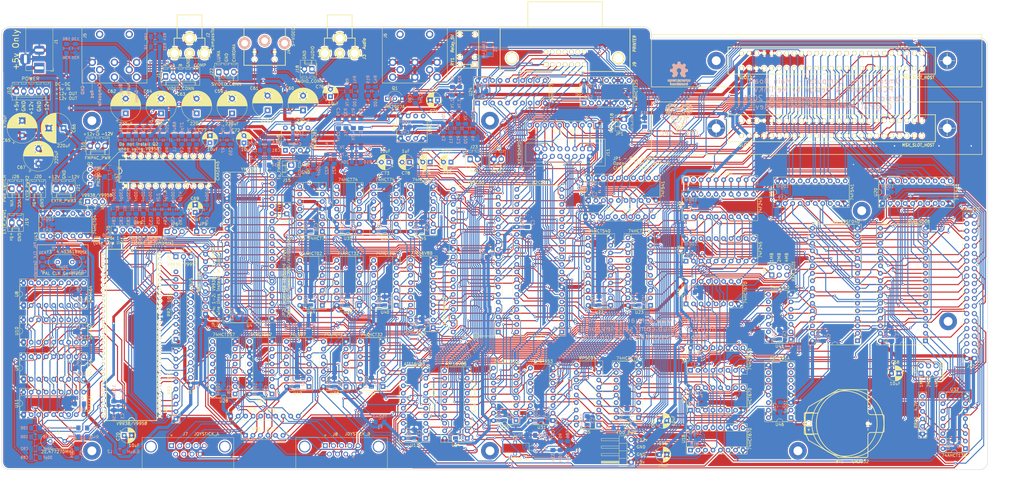
<source format=kicad_pcb>
(kicad_pcb (version 20171130) (host pcbnew "(5.1.6)-1")
  (layers (0 F.Cu signal) (31 B.Cu signal) (34 B.Paste user) (35 F.Paste user) (36 B.SilkS user) (37 F.SilkS user) (38 B.Mask user) (39 F.Mask user) (44 Edge.Cuts user))
  (net 0 "")
  (net 1 VCC)
  (net 2 GND)
  (net 3 "Net-(BT1-Pad1)")
  (net 4 /Processor/RTC_VCC)
  (net 5 VDD)
  (net 6 VSS)
  (net 7 /VDP/RED)
  (net 8 "Net-(C53-Pad2)")
  (net 9 /VDP/GREEN)
  (net 10 /VDP/BLUE)
  (net 11 "Net-(C57-Pad1)")
  (net 12 "Net-(C59-Pad1)")
  (net 13 "Net-(C60-Pad1)")
  (net 14 /VDP/CHROMA)
  (net 15 "Net-(C61-Pad1)")
  (net 16 /VDP/LUMA)
  (net 17 "Net-(C62-Pad1)")
  (net 18 /VDP/ROUT)
  (net 19 "Net-(C63-Pad1)")
  (net 20 /VDP/GOUT)
  (net 21 /VDP/BOUT)
  (net 22 /PSG_SND)
  (net 23 /KEY_CLICK)
  (net 24 "Net-(C74-Pad2)")
  (net 25 /SLT1_SND)
  (net 26 "Net-(C75-Pad2)")
  (net 27 /SLT2_SND)
  (net 28 /AUDIO)
  (net 29 /CAS_OUT)
  (net 30 "Net-(C87-Pad2)")
  (net 31 "Net-(C89-Pad2)")
  (net 32 "Net-(C90-Pad2)")
  (net 33 "Net-(C91-Pad2)")
  (net 34 "Net-(C92-Pad2)")
  (net 35 "Net-(C93-Pad2)")
  (net 36 "Net-(D1-Pad2)")
  (net 37 /PSG/~FWD_A)
  (net 38 /PSG/~BCK_A)
  (net 39 /PSG/~LFT_A)
  (net 40 /PSG/~RGT_A)
  (net 41 /PSG/JOY_OUT_A)
  (net 42 /PSG/~TRG2_A)
  (net 43 /PSG/~TRG1_A)
  (net 44 /PSG/~FWD_B)
  (net 45 /PSG/~BCK_B)
  (net 46 /PSG/~LFT_B)
  (net 47 /PSG/~RGT_B)
  (net 48 /PSG/JOY_OUT_B)
  (net 49 /PSG/~TRG2_B)
  (net 50 /PSG/~TRG1_B)
  (net 51 /Processor/~STROBE)
  (net 52 "Net-(J9-Pad10)")
  (net 53 "Net-(J9-Pad12)")
  (net 54 "Net-(J9-Pad13)")
  (net 55 /PPI/COLUMN0)
  (net 56 /PPI/COLUMN1)
  (net 57 /PPI/COLUMN2)
  (net 58 /PPI/COLUMN3)
  (net 59 /PPI/COLUMN4)
  (net 60 /PPI/COLUMN5)
  (net 61 /PPI/COLUMN6)
  (net 62 /PPI/COLUMN7)
  (net 63 /KANA_LED)
  (net 64 /PPI/CAPS_LED)
  (net 65 /PPI/ROW_D)
  (net 66 /PPI/ROW_C)
  (net 67 /PPI/ROW_B)
  (net 68 /PPI/ROW_A)
  (net 69 /Memory/RAM_A18)
  (net 70 /Memory/RAM_A15)
  (net 71 /Memory/RAM_A16)
  (net 72 /Memory/RAM_A17)
  (net 73 /Memory/RAM_A14)
  (net 74 /~WR)
  (net 75 /A12)
  (net 76 /A13)
  (net 77 /A7)
  (net 78 /A8)
  (net 79 /A6)
  (net 80 /A9)
  (net 81 /A5)
  (net 82 /A11)
  (net 83 /A4)
  (net 84 /~RD)
  (net 85 /A3)
  (net 86 /A10)
  (net 87 /A2)
  (net 88 /Memory/MD7)
  (net 89 /A1)
  (net 90 /Memory/MD6)
  (net 91 /A0)
  (net 92 /Memory/MD5)
  (net 93 /Memory/MD4)
  (net 94 /Memory/MD0)
  (net 95 /Memory/MD3)
  (net 96 /Memory/MD1)
  (net 97 /Memory/MD2)
  (net 98 /Memory/~RAM1_CS)
  (net 99 /Memory/~RAM2_CS)
  (net 100 /Memory/~RAM3_CS)
  (net 101 /Memory/~RAM4_CS)
  (net 102 /Memory/~RAM5_CS)
  (net 103 /Memory/~RAM6_CS)
  (net 104 /Memory/~RAM7_CS)
  (net 105 /Memory/ROM_A18)
  (net 106 /PSG/KBD_TYPE)
  (net 107 "Net-(JP3-Pad1)")
  (net 108 /VDP/VIDEO)
  (net 109 "Net-(JP5-Pad2)")
  (net 110 /VDP/PAL_CLK)
  (net 111 "Net-(Q1-Pad2)")
  (net 112 /VDP/CSYNC)
  (net 113 "Net-(R1-Pad1)")
  (net 114 "Net-(R11-Pad1)")
  (net 115 /CAS_IN)
  (net 116 "Net-(R6-Pad1)")
  (net 117 "Net-(R9-Pad1)")
  (net 118 /CAS_MOT)
  (net 119 /VDP/~VWR)
  (net 120 /VDP/~CAS0)
  (net 121 /VDP/~CAS1)
  (net 122 /VDP/~RAS)
  (net 123 "Net-(R43-Pad2)")
  (net 124 /D0)
  (net 125 /D1)
  (net 126 /D2)
  (net 127 /D3)
  (net 128 /D4)
  (net 129 /D5)
  (net 130 /D6)
  (net 131 /D7)
  (net 132 /Processor/ALARM)
  (net 133 "Net-(RR2-Pad9)")
  (net 134 "Net-(RR2-Pad10)")
  (net 135 "Net-(RR3-Pad4)")
  (net 136 "Net-(RR3-Pad5)")
  (net 137 "Net-(RR3-Pad6)")
  (net 138 "Net-(RR3-Pad7)")
  (net 139 /~VDP_WAIT)
  (net 140 /Slots/BD0)
  (net 141 /Slots/BD1)
  (net 142 /Slots/BD2)
  (net 143 /Slots/BD3)
  (net 144 /Slots/BD4)
  (net 145 /Slots/BD5)
  (net 146 /Slots/BD6)
  (net 147 /Slots/BD7)
  (net 148 /~SLT_WAIT)
  (net 149 /~KBD_WAIT)
  (net 150 /~SLT_INT)
  (net 151 /~BUSDIR1)
  (net 152 /~BUSDIR2)
  (net 153 /VDP/HSYNC)
  (net 154 "Net-(RY1-Pad1)")
  (net 155 /Slots/~CS1)
  (net 156 /Slots/~CS2)
  (net 157 /Slots/~CS12)
  (net 158 /~SLTSL1)
  (net 159 /Slots/~B_RFSH)
  (net 160 /Slots/~B_M1)
  (net 161 /Slots/~B_IORQ)
  (net 162 /Slots/~B_MREQ)
  (net 163 /Slots/~B_WR)
  (net 164 /Slots/~B_RD)
  (net 165 /Slots/~B_RESET)
  (net 166 /Slots/BA9)
  (net 167 /Slots/BA15)
  (net 168 /Slots/BA11)
  (net 169 /Slots/BA10)
  (net 170 /Slots/BA7)
  (net 171 /Slots/BA6)
  (net 172 /Slots/BA12)
  (net 173 /Slots/BA8)
  (net 174 /Slots/BA14)
  (net 175 /Slots/BA13)
  (net 176 /Slots/BA1)
  (net 177 /Slots/BA0)
  (net 178 /Slots/BA3)
  (net 179 /Slots/BA2)
  (net 180 /Slots/BA5)
  (net 181 /Slots/BA4)
  (net 182 /Slots/B_CLK)
  (net 183 /~SLTSL2)
  (net 184 /A14)
  (net 185 /A15)
  (net 186 /Processor/~INT)
  (net 187 "Net-(U1-Pad18)")
  (net 188 /~MREQ)
  (net 189 /~IORQ)
  (net 190 /~WAIT)
  (net 191 /~RESET)
  (net 192 /~M1)
  (net 193 /~RFSH)
  (net 194 "Net-(U2-Pad1)")
  (net 195 "Net-(U2-Pad2)")
  (net 196 "Net-(U2-Pad3)")
  (net 197 "Net-(U2-Pad4)")
  (net 198 /~PPI_CS)
  (net 199 /RESET)
  (net 200 "Net-(U2-Pad37)")
  (net 201 "Net-(U2-Pad38)")
  (net 202 "Net-(U2-Pad39)")
  (net 203 "Net-(U2-Pad40)")
  (net 204 /CLK)
  (net 205 /~VDP_INT)
  (net 206 /VDP/~VDP_WR)
  (net 207 /VDP/~VDP_RD)
  (net 208 /VDP/VD0)
  (net 209 /VDP/VD1)
  (net 210 /VDP/VD2)
  (net 211 /VDP/VD3)
  (net 212 /VDP/VD4)
  (net 213 /VDP/VD5)
  (net 214 /VDP/VD6)
  (net 215 /VDP/VD7)
  (net 216 /VDP/VA0)
  (net 217 /VDP/VA1)
  (net 218 /VDP/VA2)
  (net 219 /VDP/VA3)
  (net 220 /VDP/VA4)
  (net 221 /VDP/VA5)
  (net 222 /VDP/VA6)
  (net 223 /VDP/VA7)
  (net 224 "Net-(U4-Pad2)")
  (net 225 "Net-(U4-Pad5)")
  (net 226 /PSG/JOY_SEL)
  (net 227 /PSG/JB3)
  (net 228 /PSG/JB2)
  (net 229 /PSG/JB1)
  (net 230 /PSG/JB0)
  (net 231 /PSG/JOY_TRG2)
  (net 232 /PSG/JOY_TRG1)
  (net 233 /PSG/JOY_LFT)
  (net 234 /PSG/JOY_RGT)
  (net 235 /PSG/JOY_BCK)
  (net 236 /PSG/JOY_FWD)
  (net 237 "Net-(U4-Pad26)")
  (net 238 /PSG/PSG_BDIR)
  (net 239 /PSG/PSG_BC1)
  (net 240 "Net-(U4-Pad39)")
  (net 241 /Processor/~RTC_CS_B)
  (net 242 "Net-(U27-Pad2)")
  (net 243 "Net-(U27-Pad7)")
  (net 244 "Net-(U27-Pad10)")
  (net 245 "Net-(U27-Pad15)")
  (net 246 /ROM_A16)
  (net 247 /~ROM_CS)
  (net 248 /ROM_A17)
  (net 249 /Memory/~RAM0_CS)
  (net 250 /Processor/~PRT_DAT_WR)
  (net 251 /Processor/~PRT_CMD_CS)
  (net 252 /~PAGE_CS)
  (net 253 /Processor/~RTC_CS)
  (net 254 /Processor/~RTC_AD_WR)
  (net 255 /~PSG_CS)
  (net 256 /~VDP_CS)
  (net 257 /PPI/SLT_A)
  (net 258 /PPI/SLT_B)
  (net 259 /PPI/SB_SLT_A)
  (net 260 /PPI/SB_SLT_B)
  (net 261 /PPI/~FFFF)
  (net 262 /~RAM_SL)
  (net 263 /~MEM_RD)
  (net 264 /PPI/~SLTSL3)
  (net 265 /Slots/SLT_DIR)
  (net 266 /~M1_WAIT)
  (net 267 /Memory/~PAGE_RD)
  (net 268 /Memory/~PAGE_WR)
  (net 269 /Memory/RAM_A21)
  (net 270 /Memory/RAM_A20)
  (net 271 /Memory/RAM_A19)
  (net 272 /PPI/~SUB_RD)
  (net 273 "Net-(U22-Pad2)")
  (net 274 "Net-(U22-Pad3)")
  (net 275 "Net-(U22-Pad4)")
  (net 276 "Net-(U22-Pad5)")
  (net 277 "Net-(U22-Pad6)")
  (net 278 "Net-(U22-Pad7)")
  (net 279 "Net-(U22-Pad8)")
  (net 280 "Net-(U22-Pad9)")
  (net 281 /PPI/~SUB_WR)
  (net 282 "Net-(U27-Pad3)")
  (net 283 "Net-(U27-Pad6)")
  (net 284 "Net-(U27-Pad11)")
  (net 285 "Net-(U27-Pad14)")
  (net 286 "Net-(U29-Pad9)")
  (net 287 "Net-(U29-Pad12)")
  (net 288 "Net-(U30-Pad1)")
  (net 289 /Processor/~PRT_BSY_RD)
  (net 290 "Net-(U33-Pad6)")
  (net 291 "Net-(U33-Pad8)")
  (net 292 "Net-(U33-Pad11)")
  (net 293 "Net-(U34-Pad4)")
  (net 294 "Net-(U34-Pad6)")
  (net 295 "Net-(U34-Pad8)")
  (net 296 /Processor/~PRT_STB_WR)
  (net 297 "Net-(U36-Pad1)")
  (net 298 "Net-(U36-Pad12)")
  (net 299 "Net-(U36-Pad6)")
  (net 300 "Net-(U36-Pad8)")
  (net 301 "Net-(U36-Pad9)")
  (net 302 /PPI/~SUB_REG_CS)
  (net 303 "Net-(U38-Pad5)")
  (net 304 "Net-(U43-Pad8)")
  (net 305 "Net-(U43-Pad10)")
  (net 306 "Net-(U43-Pad12)")
  (net 307 "Net-(U45-Pad1)")
  (net 308 "Net-(U45-Pad10)")
  (net 309 "Net-(U46-Pad5)")
  (net 310 "Net-(U46-Pad6)")
  (net 311 "Net-(U46-Pad7)")
  (net 312 "Net-(U46-Pad8)")
  (net 313 "Net-(U46-Pad10)")
  (net 314 "Net-(U46-Pad11)")
  (net 315 "Net-(U46-Pad14)")
  (net 316 "Net-(U47-Pad8)")
  (net 317 "Net-(U48-Pad1)")
  (net 318 "Net-(U48-Pad5)")
  (net 319 "Net-(U48-Pad8)")
  (net 320 "Net-(U49-Pad5)")
  (net 321 "Net-(U49-Pad6)")
  (net 322 "Net-(RR6-Pad10)")
  (net 323 /Processor/PD0)
  (net 324 /Processor/PD1)
  (net 325 /Processor/PD2)
  (net 326 /Processor/PD3)
  (net 327 /Processor/PD4)
  (net 328 /Processor/PD5)
  (net 329 /Processor/PD6)
  (net 330 /Processor/PD7)
  (net 331 "Net-(U38-Pad4)")
  (net 332 "Net-(U39-Pad8)")
  (net 333 "Net-(U39-Pad10)")
  (net 334 /VDP/SYNCIN)
  (net 335 "Net-(Q2-Pad3)")
  (net 336 "Net-(RR4-Pad2)")
  (net 337 "Net-(U35-Pad9)")
  (net 338 "Net-(U35-Pad6)")
  (net 339 "Net-(U35-Pad12)")
  (net 340 "Net-(RR5-Pad8)")
  (net 341 "Net-(C79-Pad1)")
  (net 342 "Net-(C80-Pad2)")
  (net 343 "Net-(R46-Pad2)")
  (net 344 "Net-(R47-Pad2)")
  (net 345 "Net-(J6-Pad6)")
  (net 346 "Net-(J6-Pad4)")
  (net 347 "Net-(J6-Pad7)")
  (net 348 /VDP/COMP)
  (net 349 /VDP/YS)
  (net 350 /VDP/AV)
  (net 351 "Net-(C51-Pad2)")
  (net 352 "Net-(C52-Pad2)")
  (net 353 "Net-(C54-Pad1)")
  (net 354 "Net-(C55-Pad1)")
  (net 355 "Net-(C56-Pad2)")
  (net 356 "Net-(C71-Pad1)")
  (net 357 "Net-(C72-Pad2)")
  (net 358 "Net-(C73-Pad2)")
  (net 359 "Net-(C76-Pad1)")
  (net 360 "Net-(C77-Pad1)")
  (net 361 "Net-(C78-Pad2)")
  (net 362 "Net-(C80-Pad1)")
  (net 363 "Net-(C81-Pad2)")
  (net 364 "Net-(C88-Pad2)")
  (net 365 "Net-(C91-Pad1)")
  (net 366 "Net-(C94-Pad1)")
  (net 367 "Net-(R20-Pad2)")
  (net 368 "Net-(R40-Pad2)")
  (net 369 "Net-(R48-Pad2)")
  (net 370 /PRT_BUSY)
  (net 371 VCCVDP)
  (net 372 VCCRGB)
  (net 373 "Net-(RR5-Pad5)")
  (net 374 "Net-(F1-Pad1)")
  (net 375 "Net-(C64-Pad1)")
  (net 376 "Net-(R29-Pad2)")
  (net 377 "Net-(R37-Pad2)")
  (net 378 "Net-(R38-Pad2)")
  (net 379 "Net-(R39-Pad2)")
  (net 380 "Net-(R44-Pad2)")
  (net 381 "Net-(R45-Pad2)")
  (net 382 "Net-(C86-Pad2)")
  (net 383 /VDP/CB4)
  (net 384 /VDP/CB3)
  (net 385 /VDP/CB2)
  (net 386 /VDP/CB1)
  (net 387 /VDP/CB0)
  (net 388 /VDP/CB7)
  (net 389 /VDP/CB6)
  (net 390 /VDP/CB5)
  (net 391 /VDP/CBDR)
  (net 392 /VDP/~DLCLK)
  (net 393 /VDP/~DHCLK)
  (net 394 "Net-(JP4-Pad1)")
  (net 395 "Net-(JP4-Pad3)")
  (net 396 "Net-(JP6-Pad1)")
  (net 397 "Net-(JP6-Pad2)")
  (net 398 "Net-(RR10-Pad5)")
  (net 399 "Net-(RR10-Pad6)")
  (net 400 "Net-(JP8-Pad2)")
  (net 401 "Net-(JP8-Pad4)")
  (net 402 "Net-(JP8-Pad6)")
  (net 403 "Net-(JP7-Pad5)")
  (net 404 "Net-(JP7-Pad3)")
  (net 405 "Net-(JP7-Pad1)")
  (net 406 /Analog/FMPAMP)
  (net 407 NMI)
  (net 408 BUSREQ)
  (net 409 BUSACK)
  (net 410 /PWR1)
  (net 411 "Net-(HOLE1-Pad1)")
  (net 412 "Net-(HOLE2-Pad1)")
  (net 413 "Net-(HOLE3-Pad1)")
  (net 414 "Net-(HOLE4-Pad1)")
  (net 415 "Net-(HOLE5-Pad1)")
  (net 416 "Net-(HOLE6-Pad1)")
  (net 417 "Net-(HOLE7-Pad1)")
  (net 418 "Net-(HOLE8-Pad1)")
  (net 419 "Net-(HOLE9-Pad1)")
  (net 420 "Net-(HOLE10-Pad1)")
  (net 421 "Net-(HOLE11-Pad1)")
  (module Symbol:Symbol_GNU-Logo_SilkscreenTop (layer B.Cu) (at 266.95 75.525 180)
    (fp_text reference REF** hide)
    (fp_text value Symbol_GNU-Logo_SilkscreenTop)
  )
  (module Symbol:Symbol_GNU-Logo_SilkscreenTop (layer F.Cu) (at 267.275 75.525)
    (fp_text reference REF** hide)
    (fp_text value Symbol_GNU-Logo_SilkscreenTop)
  )
  (module OmegaMSX_1_3:OSHW-Logo_7.5x8mm_SilkScreen (layer B.Cu) (at 267.15 61.525 180)
    (fp_text reference REF** hide)
    (fp_text value OSHW-Logo_7.5x8mm_SilkScreen hide)
  )
  (module OmegaMSX_1_3:OSHW-Logo_7.5x8mm_SilkScreen (layer F.Cu) (at 267.125 61.525)
    (fp_text reference REF** hide)
    (fp_text value OSHW-Logo_7.5x8mm_SilkScreen hide)
  )
  (module MountingHole:MountingHole_3mm_Pad (layer F.Cu) (at 357.822 80.01)
    (fp_text reference HOLE11 hide)
    (fp_text value HOLE)
    (pad 1 thru_hole circle (at 0 0) (size 6 6) (drill 3) (layers *.Cu *.Mask) (net 421 "Net-(HOLE11-Pad1)"))
  )
  (module MountingHole:MountingHole_3mm_Pad (layer F.Cu) (at 279.718 80.01)
    (fp_text reference HOLE10 hide)
    (fp_text value HOLE)
    (pad 1 thru_hole circle (at 0 0) (size 6 6) (drill 3) (layers *.Cu *.Mask) (net 420 "Net-(HOLE10-Pad1)"))
  )
  (module MountingHole:MountingHole_3mm_Pad (layer F.Cu) (at 357.822 57.15)
    (fp_text reference HOLE9 hide)
    (fp_text value HOLE)
    (pad 1 thru_hole circle (at 0 0) (size 6 6) (drill 3) (layers *.Cu *.Mask) (net 419 "Net-(HOLE9-Pad1)"))
  )
  (module MountingHole:MountingHole_3mm_Pad (layer F.Cu) (at 279.718 57.15)
    (fp_text reference HOLE8 hide)
    (fp_text value HOLE)
    (pad 1 thru_hole circle (at 0 0) (size 6 6) (drill 3) (layers *.Cu *.Mask) (net 418 "Net-(HOLE8-Pad1)"))
  )
  (module MountingHole:MountingHole_3mm_Pad (layer F.Cu) (at 358.14 145.415)
    (fp_text reference HOLE7 hide)
    (fp_text value HOLE)
    (pad 1 thru_hole circle (at 0 0) (size 6 6) (drill 3) (layers *.Cu *.Mask) (net 417 "Net-(HOLE7-Pad1)"))
  )
  (module MountingHole:MountingHole_3mm_Pad (layer F.Cu) (at 307.34 189.23)
    (fp_text reference HOLE6 hide)
    (fp_text value HOLE)
    (pad 1 thru_hole circle (at 0 0) (size 6 6) (drill 3) (layers *.Cu *.Mask) (net 416 "Net-(HOLE6-Pad1)"))
  )
  (module MountingHole:MountingHole_3mm_Pad (layer F.Cu) (at 203.2 189.23)
    (fp_text reference HOLE5 hide)
    (fp_text value HOLE)
    (pad 1 thru_hole circle (at 0 0) (size 6 6) (drill 3) (layers *.Cu *.Mask) (net 415 "Net-(HOLE5-Pad1)"))
  )
  (module MountingHole:MountingHole_3mm_Pad (layer F.Cu) (at 68.58 189.23)
    (fp_text reference HOLE4 hide)
    (fp_text value HOLE)
    (pad 1 thru_hole circle (at 0 0) (size 6 6) (drill 3) (layers *.Cu *.Mask) (net 414 "Net-(HOLE4-Pad1)"))
  )
  (module MountingHole:MountingHole_3mm_Pad (layer F.Cu) (at 328.93 107.95)
    (fp_text reference HOLE3 hide)
    (fp_text value HOLE)
    (pad 1 thru_hole circle (at 0 0) (size 6 6) (drill 3) (layers *.Cu *.Mask) (net 413 "Net-(HOLE3-Pad1)"))
  )
  (module MountingHole:MountingHole_3mm_Pad (layer F.Cu) (at 203.2 77.47)
    (fp_text reference HOLE2 hide)
    (fp_text value HOLE)
    (pad 1 thru_hole circle (at 0 0) (size 6 6) (drill 3) (layers *.Cu *.Mask) (net 412 "Net-(HOLE2-Pad1)"))
  )
  (module MountingHole:MountingHole_3mm_Pad (layer F.Cu) (at 68.58 77.47)
    (fp_text reference HOLE1 hide)
    (fp_text value HOLE)
    (pad 1 thru_hole circle (at 0 0) (size 6 6) (drill 3) (layers *.Cu *.Mask) (net 411 "Net-(HOLE1-Pad1)"))
  )
  (module Connector_Molex:Molex_KK-254_AE-6410-05A_1x05_P2.54mm_Vertical (layer F.Cu) (at 43 67.5)
    (fp_text reference J10 (at -2.475 -0.125 90) (layer F.SilkS))
    (fp_text value POWER (at 4.825 -4.225) (layer F.SilkS) (effects (font (size 1.2 1.2))))
    (pad 5 thru_hole oval (at 10.16 0) (size 1.74 2.19) (drill 1.19) (layers *.Cu *.Mask) (net 6 VSS))
    (pad 4 thru_hole oval (at 7.62 0) (size 1.74 2.19) (drill 1.19) (layers *.Cu *.Mask) (net 2 GND))
    (pad 3 thru_hole oval (at 5.08 0) (size 1.74 2.19) (drill 1.19) (layers *.Cu *.Mask) (net 5 VDD))
    (pad 2 thru_hole oval (at 2.54 0) (size 1.74 2.19) (drill 1.19) (layers *.Cu *.Mask) (net 2 GND))
    (pad 1 thru_hole roundrect (at 0 0) (size 1.74 2.19) (drill 1.19) (layers *.Cu *.Mask) (roundrect_rratio 0.143678) (net 1 VCC))
  )
  (module Connector_Molex:Molex_KK-254_AE-6410-02A_1x02_P2.54mm_Vertical (layer F.Cu) (at 41.5 100.5)
    (fp_text reference J26 (at 1.225 -4.075) (layer F.SilkS))
    (fp_text value PWR_SWITCH (at -2.45 -0.075 90) (layer F.SilkS))
    (pad 2 thru_hole oval (at 2.54 0) (size 1.74 2.19) (drill 1.19) (layers *.Cu *.Mask) (net 1 VCC))
    (pad 1 thru_hole roundrect (at 0 0) (size 1.74 2.19) (drill 1.19) (layers *.Cu *.Mask) (roundrect_rratio 0.143678) (net 410 /PWR1))
  )
  (module Connector_BarrelJack:BarrelJack_Horizontal (layer F.Cu) (at 50.8 59.6 270)
    (fp_text reference J1 (at -8.85 -5.625 90) (layer F.SilkS))
    (fp_text value 5V)
    (pad 3 thru_hole roundrect (at -3 4.7 270) (size 3.5 3.5) (drill oval 3 1) (layers *.Cu *.Mask) (net 2 GND))
    (pad 2 thru_hole roundrect (at -6 0 270) (size 3 3.5) (drill oval 1 3) (layers *.Cu *.Mask) (net 2 GND))
    (pad 1 thru_hole rect (at 0 0 270) (size 3.5 3.5) (drill oval 1 3) (layers *.Cu *.Mask) (net 410 /PWR1))
  )
  (module Package_DIP:DIP-20_W7.62mm_Socket (layer F.Cu) (at 199 71.5 90)
    (fp_text reference U24 (at 3.81 -2.33 90) (layer F.SilkS))
    (fp_text value 74HCT273 (at 3.81 25.19 90) (layer F.SilkS))
    (pad 20 thru_hole oval (at 7.62 0 90) (size 1.6 1.6) (drill 0.8) (layers *.Cu *.Mask) (net 1 VCC))
    (pad 10 thru_hole oval (at 0 22.86 90) (size 1.6 1.6) (drill 0.8) (layers *.Cu *.Mask) (net 2 GND))
    (pad 19 thru_hole oval (at 7.62 2.54 90) (size 1.6 1.6) (drill 0.8) (layers *.Cu *.Mask) (net 329 /Processor/PD6))
    (pad 9 thru_hole oval (at 0 20.32 90) (size 1.6 1.6) (drill 0.8) (layers *.Cu *.Mask) (net 328 /Processor/PD5))
    (pad 18 thru_hole oval (at 7.62 5.08 90) (size 1.6 1.6) (drill 0.8) (layers *.Cu *.Mask) (net 130 /D6))
    (pad 8 thru_hole oval (at 0 17.78 90) (size 1.6 1.6) (drill 0.8) (layers *.Cu *.Mask) (net 129 /D5))
    (pad 17 thru_hole oval (at 7.62 7.62 90) (size 1.6 1.6) (drill 0.8) (layers *.Cu *.Mask) (net 124 /D0))
    (pad 7 thru_hole oval (at 0 15.24 90) (size 1.6 1.6) (drill 0.8) (layers *.Cu *.Mask) (net 127 /D3))
    (pad 16 thru_hole oval (at 7.62 10.16 90) (size 1.6 1.6) (drill 0.8) (layers *.Cu *.Mask) (net 323 /Processor/PD0))
    (pad 6 thru_hole oval (at 0 12.7 90) (size 1.6 1.6) (drill 0.8) (layers *.Cu *.Mask) (net 326 /Processor/PD3))
    (pad 15 thru_hole oval (at 7.62 12.7 90) (size 1.6 1.6) (drill 0.8) (layers *.Cu *.Mask) (net 324 /Processor/PD1))
    (pad 5 thru_hole oval (at 0 10.16 90) (size 1.6 1.6) (drill 0.8) (layers *.Cu *.Mask) (net 325 /Processor/PD2))
    (pad 14 thru_hole oval (at 7.62 15.24 90) (size 1.6 1.6) (drill 0.8) (layers *.Cu *.Mask) (net 125 /D1))
    (pad 4 thru_hole oval (at 0 7.62 90) (size 1.6 1.6) (drill 0.8) (layers *.Cu *.Mask) (net 126 /D2))
    (pad 13 thru_hole oval (at 7.62 17.78 90) (size 1.6 1.6) (drill 0.8) (layers *.Cu *.Mask) (net 128 /D4))
    (pad 3 thru_hole oval (at 0 5.08 90) (size 1.6 1.6) (drill 0.8) (layers *.Cu *.Mask) (net 131 /D7))
    (pad 12 thru_hole oval (at 7.62 20.32 90) (size 1.6 1.6) (drill 0.8) (layers *.Cu *.Mask) (net 327 /Processor/PD4))
    (pad 2 thru_hole oval (at 0 2.54 90) (size 1.6 1.6) (drill 0.8) (layers *.Cu *.Mask) (net 330 /Processor/PD7))
    (pad 11 thru_hole oval (at 7.62 22.86 90) (size 1.6 1.6) (drill 0.8) (layers *.Cu *.Mask) (net 250 /Processor/~PRT_DAT_WR))
    (pad 1 thru_hole rect (at 0 0 90) (size 1.6 1.6) (drill 0.8) (layers *.Cu *.Mask) (net 191 /~RESET))
  )
  (module OmegaMSX_1_4:IC_DIP24_400 (layer F.Cu) (at 94 94.5)
    (fp_text reference U47 (at -17.1 2.225 90) (layer F.SilkS))
    (fp_text value CXA1645 (at 17.125 0 90) (layer F.SilkS) (effects (font (thickness 0.15) italic)))
    (pad 1 thru_hole rect (at -13.97 5.08) (size 1.397 1.397) (drill 0.8128) (layers *.Cu *.Mask F.SilkS) (net 2 GND))
    (pad 2 thru_hole circle (at -11.43 5.08) (size 1.397 1.397) (drill 0.8128) (layers *.Cu *.Mask F.SilkS) (net 351 "Net-(C51-Pad2)"))
    (pad 3 thru_hole circle (at -8.89 5.08) (size 1.397 1.397) (drill 0.8128) (layers *.Cu *.Mask F.SilkS) (net 352 "Net-(C52-Pad2)"))
    (pad 4 thru_hole circle (at -6.35 5.08) (size 1.397 1.397) (drill 0.8128) (layers *.Cu *.Mask F.SilkS) (net 8 "Net-(C53-Pad2)"))
    (pad 5 thru_hole circle (at -3.81 5.08) (size 1.397 1.397) (drill 0.8128) (layers *.Cu *.Mask F.SilkS))
    (pad 6 thru_hole circle (at -1.27 5.08) (size 1.397 1.397) (drill 0.8128) (layers *.Cu *.Mask F.SilkS) (net 366 "Net-(C94-Pad1)"))
    (pad 7 thru_hole circle (at 1.27 5.08) (size 1.397 1.397) (drill 0.8128) (layers *.Cu *.Mask F.SilkS) (net 109 "Net-(JP5-Pad2)"))
    (pad 8 thru_hole circle (at 3.81 5.08) (size 1.397 1.397) (drill 0.8128) (layers *.Cu *.Mask F.SilkS) (net 316 "Net-(U47-Pad8)"))
    (pad 9 thru_hole circle (at 6.35 5.08) (size 1.397 1.397) (drill 0.8128) (layers *.Cu *.Mask F.SilkS) (net 353 "Net-(C54-Pad1)"))
    (pad 10 thru_hole circle (at 8.89 5.08) (size 1.397 1.397) (drill 0.8128) (layers *.Cu *.Mask F.SilkS) (net 334 /VDP/SYNCIN))
    (pad 11 thru_hole circle (at 11.43 5.08) (size 1.397 1.397) (drill 0.8128) (layers *.Cu *.Mask F.SilkS))
    (pad 12 thru_hole circle (at 13.97 5.08) (size 1.397 1.397) (drill 0.8128) (layers *.Cu *.Mask F.SilkS) (net 372 VCCRGB))
    (pad 13 thru_hole circle (at 13.97 -5.08) (size 1.397 1.397) (drill 0.8128) (layers *.Cu *.Mask F.SilkS) (net 354 "Net-(C55-Pad1)"))
    (pad 14 thru_hole circle (at 11.43 -5.08) (size 1.397 1.397) (drill 0.8128) (layers *.Cu *.Mask F.SilkS) (net 360 "Net-(C77-Pad1)"))
    (pad 15 thru_hole circle (at 8.89 -5.08) (size 1.397 1.397) (drill 0.8128) (layers *.Cu *.Mask F.SilkS) (net 380 "Net-(R44-Pad2)"))
    (pad 16 thru_hole circle (at 6.35 -5.08) (size 1.397 1.397) (drill 0.8128) (layers *.Cu *.Mask F.SilkS) (net 381 "Net-(R45-Pad2)"))
    (pad 17 thru_hole circle (at 3.81 -5.08) (size 1.397 1.397) (drill 0.8128) (layers *.Cu *.Mask F.SilkS) (net 365 "Net-(C91-Pad1)"))
    (pad 18 thru_hole circle (at 1.27 -5.08) (size 1.397 1.397) (drill 0.8128) (layers *.Cu *.Mask F.SilkS) (net 117 "Net-(R9-Pad1)"))
    (pad 19 thru_hole circle (at -1.27 -5.08) (size 1.397 1.397) (drill 0.8128) (layers *.Cu *.Mask F.SilkS) (net 372 VCCRGB))
    (pad 20 thru_hole circle (at -3.81 -5.08) (size 1.397 1.397) (drill 0.8128) (layers *.Cu *.Mask F.SilkS) (net 123 "Net-(R43-Pad2)"))
    (pad 21 thru_hole circle (at -6.35 -5.08) (size 1.397 1.397) (drill 0.8128) (layers *.Cu *.Mask F.SilkS) (net 369 "Net-(R48-Pad2)"))
    (pad 22 thru_hole circle (at -8.89 -5.08) (size 1.397 1.397) (drill 0.8128) (layers *.Cu *.Mask F.SilkS) (net 344 "Net-(R47-Pad2)"))
    (pad 23 thru_hole circle (at -11.43 -5.08) (size 1.397 1.397) (drill 0.8128) (layers *.Cu *.Mask F.SilkS) (net 343 "Net-(R46-Pad2)"))
    (pad 24 thru_hole circle (at -13.97 -5.08) (size 1.397 1.397) (drill 0.8128) (layers *.Cu *.Mask F.SilkS) (net 2 GND))
  )
  (module Connector_PinHeader_2.54mm:PinHeader_1x04_P2.54mm_Horizontal (layer F.Cu) (at 250.975 193.075 180)
    (fp_text reference J25 hide)
    (fp_text value FDD_PWR (at 1.575 9.95) (layer F.SilkS))
    (pad 4 thru_hole oval (at 0 7.62 180) (size 1.7 1.7) (drill 1) (layers *.Cu *.Mask) (net 5 VDD))
    (pad 3 thru_hole oval (at 0 5.08 180) (size 1.7 1.7) (drill 1) (layers *.Cu *.Mask) (net 2 GND))
    (pad 2 thru_hole oval (at 0 2.54 180) (size 1.7 1.7) (drill 1) (layers *.Cu *.Mask) (net 2 GND))
    (pad 1 thru_hole rect (at 0 0 180) (size 1.7 1.7) (drill 1) (layers *.Cu *.Mask) (net 1 VCC))
  )
  (module Connector_Molex:Molex_KK-254_AE-6410-02A_1x02_P2.54mm_Vertical (layer F.Cu) (at 49 100.5)
    (fp_text reference J20 (at 1.27 -4.12) (layer F.SilkS))
    (fp_text value EXTR_PWR2 (at -2.25 -0.225 90) (layer F.SilkS))
    (pad 2 thru_hole oval (at 2.54 0) (size 1.74 2.19) (drill 1.19) (layers *.Cu *.Mask) (net 2 GND))
    (pad 1 thru_hole roundrect (at 0 0) (size 1.74 2.19) (drill 1.19) (layers *.Cu *.Mask) (roundrect_rratio 0.143678) (net 1 VCC))
  )
  (module Connector_Molex:Molex_KK-254_AE-6410-02A_1x02_P2.54mm_Vertical (layer F.Cu) (at 41.5 112)
    (fp_text reference J19 (at 5.125 -0.175 90) (layer F.SilkS))
    (fp_text value EXTR_PWR1 (at -2.475 -0.35 90) (layer F.SilkS))
    (pad 2 thru_hole oval (at 2.54 0) (size 1.74 2.19) (drill 1.19) (layers *.Cu *.Mask) (net 2 GND))
    (pad 1 thru_hole roundrect (at 0 0) (size 1.74 2.19) (drill 1.19) (layers *.Cu *.Mask) (roundrect_rratio 0.143678) (net 1 VCC))
  )
  (module Package_DIP:DIP-40_W15.24mm_Socket (layer F.Cu) (at 206 149 180)
    (fp_text reference U1 (at 7.62 -2.33) (layer F.SilkS))
    (fp_text value Z84C00 (at 7.62 50.59) (layer F.SilkS))
    (pad 40 thru_hole oval (at 15.24 0 180) (size 1.6 1.6) (drill 0.8) (layers *.Cu *.Mask) (net 86 /A10))
    (pad 20 thru_hole oval (at 0 48.26 180) (size 1.6 1.6) (drill 0.8) (layers *.Cu *.Mask) (net 189 /~IORQ))
    (pad 39 thru_hole oval (at 15.24 2.54 180) (size 1.6 1.6) (drill 0.8) (layers *.Cu *.Mask) (net 80 /A9))
    (pad 19 thru_hole oval (at 0 45.72 180) (size 1.6 1.6) (drill 0.8) (layers *.Cu *.Mask) (net 188 /~MREQ))
    (pad 38 thru_hole oval (at 15.24 5.08 180) (size 1.6 1.6) (drill 0.8) (layers *.Cu *.Mask) (net 78 /A8))
    (pad 18 thru_hole oval (at 0 43.18 180) (size 1.6 1.6) (drill 0.8) (layers *.Cu *.Mask) (net 187 "Net-(U1-Pad18)"))
    (pad 37 thru_hole oval (at 15.24 7.62 180) (size 1.6 1.6) (drill 0.8) (layers *.Cu *.Mask) (net 77 /A7))
    (pad 17 thru_hole oval (at 0 40.64 180) (size 1.6 1.6) (drill 0.8) (layers *.Cu *.Mask) (net 407 NMI))
    (pad 36 thru_hole oval (at 15.24 10.16 180) (size 1.6 1.6) (drill 0.8) (layers *.Cu *.Mask) (net 79 /A6))
    (pad 16 thru_hole oval (at 0 38.1 180) (size 1.6 1.6) (drill 0.8) (layers *.Cu *.Mask) (net 186 /Processor/~INT))
    (pad 35 thru_hole oval (at 15.24 12.7 180) (size 1.6 1.6) (drill 0.8) (layers *.Cu *.Mask) (net 81 /A5))
    (pad 15 thru_hole oval (at 0 35.56 180) (size 1.6 1.6) (drill 0.8) (layers *.Cu *.Mask) (net 125 /D1))
    (pad 34 thru_hole oval (at 15.24 15.24 180) (size 1.6 1.6) (drill 0.8) (layers *.Cu *.Mask) (net 83 /A4))
    (pad 14 thru_hole oval (at 0 33.02 180) (size 1.6 1.6) (drill 0.8) (layers *.Cu *.Mask) (net 124 /D0))
    (pad 33 thru_hole oval (at 15.24 17.78 180) (size 1.6 1.6) (drill 0.8) (layers *.Cu *.Mask) (net 85 /A3))
    (pad 13 thru_hole oval (at 0 30.48 180) (size 1.6 1.6) (drill 0.8) (layers *.Cu *.Mask) (net 131 /D7))
    (pad 32 thru_hole oval (at 15.24 20.32 180) (size 1.6 1.6) (drill 0.8) (layers *.Cu *.Mask) (net 87 /A2))
    (pad 12 thru_hole oval (at 0 27.94 180) (size 1.6 1.6) (drill 0.8) (layers *.Cu *.Mask) (net 126 /D2))
    (pad 31 thru_hole oval (at 15.24 22.86 180) (size 1.6 1.6) (drill 0.8) (layers *.Cu *.Mask) (net 89 /A1))
    (pad 11 thru_hole oval (at 0 25.4 180) (size 1.6 1.6) (drill 0.8) (layers *.Cu *.Mask) (net 1 VCC))
    (pad 30 thru_hole oval (at 15.24 25.4 180) (size 1.6 1.6) (drill 0.8) (layers *.Cu *.Mask) (net 91 /A0))
    (pad 10 thru_hole oval (at 0 22.86 180) (size 1.6 1.6) (drill 0.8) (layers *.Cu *.Mask) (net 130 /D6))
    (pad 29 thru_hole oval (at 15.24 27.94 180) (size 1.6 1.6) (drill 0.8) (layers *.Cu *.Mask) (net 2 GND))
    (pad 9 thru_hole oval (at 0 20.32 180) (size 1.6 1.6) (drill 0.8) (layers *.Cu *.Mask) (net 129 /D5))
    (pad 28 thru_hole oval (at 15.24 30.48 180) (size 1.6 1.6) (drill 0.8) (layers *.Cu *.Mask) (net 193 /~RFSH))
    (pad 8 thru_hole oval (at 0 17.78 180) (size 1.6 1.6) (drill 0.8) (layers *.Cu *.Mask) (net 127 /D3))
    (pad 27 thru_hole oval (at 15.24 33.02 180) (size 1.6 1.6) (drill 0.8) (layers *.Cu *.Mask) (net 192 /~M1))
    (pad 7 thru_hole oval (at 0 15.24 180) (size 1.6 1.6) (drill 0.8) (layers *.Cu *.Mask) (net 128 /D4))
    (pad 26 thru_hole oval (at 15.24 35.56 180) (size 1.6 1.6) (drill 0.8) (layers *.Cu *.Mask) (net 191 /~RESET))
    (pad 6 thru_hole oval (at 0 12.7 180) (size 1.6 1.6) (drill 0.8) (layers *.Cu *.Mask) (net 376 "Net-(R29-Pad2)"))
    (pad 25 thru_hole oval (at 15.24 38.1 180) (size 1.6 1.6) (drill 0.8) (layers *.Cu *.Mask) (net 408 BUSREQ))
    (pad 5 thru_hole oval (at 0 10.16 180) (size 1.6 1.6) (drill 0.8) (layers *.Cu *.Mask) (net 185 /A15))
    (pad 24 thru_hole oval (at 15.24 40.64 180) (size 1.6 1.6) (drill 0.8) (layers *.Cu *.Mask) (net 190 /~WAIT))
    (pad 4 thru_hole oval (at 0 7.62 180) (size 1.6 1.6) (drill 0.8) (layers *.Cu *.Mask) (net 184 /A14))
    (pad 23 thru_hole oval (at 15.24 43.18 180) (size 1.6 1.6) (drill 0.8) (layers *.Cu *.Mask) (net 409 BUSACK))
    (pad 3 thru_hole oval (at 0 5.08 180) (size 1.6 1.6) (drill 0.8) (layers *.Cu *.Mask) (net 76 /A13))
    (pad 22 thru_hole oval (at 15.24 45.72 180) (size 1.6 1.6) (drill 0.8) (layers *.Cu *.Mask) (net 74 /~WR))
    (pad 2 thru_hole oval (at 0 2.54 180) (size 1.6 1.6) (drill 0.8) (layers *.Cu *.Mask) (net 75 /A12))
    (pad 21 thru_hole oval (at 15.24 48.26 180) (size 1.6 1.6) (drill 0.8) (layers *.Cu *.Mask) (net 84 /~RD))
    (pad 1 thru_hole rect (at 0 0 180) (size 1.6 1.6) (drill 0.8) (layers *.Cu *.Mask) (net 82 /A11))
  )
  (module Omega_MSX:Conn_Edge_50P (layer F.Cu) (at 318.77 57.15 180)
    (fp_text reference SLOT2 (at 29.21 -5.715) (layer F.SilkS) (effects (font (size 1.016 1.016) (thickness 0.2032))))
    (fp_text value MSX_SLOT_HOST (at -29.21 -5.715) (layer F.SilkS) (effects (font (size 1.016 0.9144) (thickness 0.2032) italic)))
    (pad 1 thru_hole circle (at -30.48 2.54) (size 1.524 1.524) (drill 1.016) (layers *.Cu *.Mask F.SilkS) (net 155 /Slots/~CS1))
    (pad 2 thru_hole circle (at -30.48 -2.54) (size 1.524 1.524) (drill 1.016) (layers *.Cu *.Mask F.SilkS) (net 156 /Slots/~CS2))
    (pad 3 thru_hole circle (at -27.94 2.54) (size 1.524 1.524) (drill 1.016) (layers *.Cu *.Mask F.SilkS) (net 157 /Slots/~CS12))
    (pad 4 thru_hole circle (at -27.94 -2.54) (size 1.524 1.524) (drill 1.016) (layers *.Cu *.Mask F.SilkS) (net 183 /~SLTSL2))
    (pad 5 thru_hole circle (at -25.4 2.54) (size 1.524 1.524) (drill 1.016) (layers *.Cu *.Mask F.SilkS) (net 408 BUSREQ))
    (pad 6 thru_hole circle (at -25.4 -2.54) (size 1.524 1.524) (drill 1.016) (layers *.Cu *.Mask F.SilkS) (net 159 /Slots/~B_RFSH))
    (pad 7 thru_hole circle (at -22.86 2.54) (size 1.524 1.524) (drill 1.016) (layers *.Cu *.Mask F.SilkS) (net 148 /~SLT_WAIT))
    (pad 8 thru_hole circle (at -22.86 -2.54) (size 1.524 1.524) (drill 1.016) (layers *.Cu *.Mask F.SilkS) (net 150 /~SLT_INT))
    (pad 9 thru_hole circle (at -20.32 2.54) (size 1.524 1.524) (drill 1.016) (layers *.Cu *.Mask F.SilkS) (net 160 /Slots/~B_M1))
    (pad 10 thru_hole circle (at -20.32 -2.54) (size 1.524 1.524) (drill 1.016) (layers *.Cu *.Mask F.SilkS) (net 152 /~BUSDIR2))
    (pad 11 thru_hole circle (at -17.78 2.54) (size 1.524 1.524) (drill 1.016) (layers *.Cu *.Mask F.SilkS) (net 161 /Slots/~B_IORQ))
    (pad 12 thru_hole circle (at -17.78 -2.54) (size 1.524 1.524) (drill 1.016) (layers *.Cu *.Mask F.SilkS) (net 162 /Slots/~B_MREQ))
    (pad 13 thru_hole circle (at -15.24 2.54) (size 1.524 1.524) (drill 1.016) (layers *.Cu *.Mask F.SilkS) (net 163 /Slots/~B_WR))
    (pad 14 thru_hole circle (at -15.24 -2.54) (size 1.524 1.524) (drill 1.016) (layers *.Cu *.Mask F.SilkS) (net 164 /Slots/~B_RD))
    (pad 15 thru_hole circle (at -12.7 2.54) (size 1.524 1.524) (drill 1.016) (layers *.Cu *.Mask F.SilkS) (net 165 /Slots/~B_RESET))
    (pad 16 thru_hole circle (at -12.7 -2.54) (size 1.524 1.524) (drill 1.016) (layers *.Cu *.Mask F.SilkS) (net 409 BUSACK))
    (pad 17 thru_hole circle (at -10.16 2.54) (size 1.524 1.524) (drill 1.016) (layers *.Cu *.Mask F.SilkS) (net 166 /Slots/BA9))
    (pad 18 thru_hole circle (at -10.16 -2.54) (size 1.524 1.524) (drill 1.016) (layers *.Cu *.Mask F.SilkS) (net 167 /Slots/BA15))
    (pad 19 thru_hole circle (at -7.62 2.54) (size 1.524 1.524) (drill 1.016) (layers *.Cu *.Mask F.SilkS) (net 168 /Slots/BA11))
    (pad 20 thru_hole circle (at -7.62 -2.54) (size 1.524 1.524) (drill 1.016) (layers *.Cu *.Mask F.SilkS) (net 169 /Slots/BA10))
    (pad 21 thru_hole circle (at -5.08 2.54) (size 1.524 1.524) (drill 1.016) (layers *.Cu *.Mask F.SilkS) (net 170 /Slots/BA7))
    (pad 22 thru_hole circle (at -5.08 -2.54) (size 1.524 1.524) (drill 1.016) (layers *.Cu *.Mask F.SilkS) (net 171 /Slots/BA6))
    (pad 23 thru_hole circle (at -2.54 2.54) (size 1.524 1.524) (drill 1.016) (layers *.Cu *.Mask F.SilkS) (net 172 /Slots/BA12))
    (pad 24 thru_hole circle (at -2.54 -2.54) (size 1.524 1.524) (drill 1.016) (layers *.Cu *.Mask F.SilkS) (net 173 /Slots/BA8))
    (pad 25 thru_hole circle (at 0 2.54) (size 1.524 1.524) (drill 1.016) (layers *.Cu *.Mask F.SilkS) (net 174 /Slots/BA14))
    (pad 26 thru_hole circle (at 0 -2.54) (size 1.524 1.524) (drill 1.016) (layers *.Cu *.Mask F.SilkS) (net 175 /Slots/BA13))
    (pad 27 thru_hole circle (at 2.54 2.54) (size 1.524 1.524) (drill 1.016) (layers *.Cu *.Mask F.SilkS) (net 176 /Slots/BA1))
    (pad 28 thru_hole circle (at 2.54 -2.54) (size 1.524 1.524) (drill 1.016) (layers *.Cu *.Mask F.SilkS) (net 177 /Slots/BA0))
    (pad 29 thru_hole circle (at 5.08 2.54) (size 1.524 1.524) (drill 1.016) (layers *.Cu *.Mask F.SilkS) (net 178 /Slots/BA3))
    (pad 30 thru_hole circle (at 5.08 -2.54) (size 1.524 1.524) (drill 1.016) (layers *.Cu *.Mask F.SilkS) (net 179 /Slots/BA2))
    (pad 31 thru_hole circle (at 7.62 2.54) (size 1.524 1.524) (drill 1.016) (layers *.Cu *.Mask F.SilkS) (net 180 /Slots/BA5))
    (pad 32 thru_hole circle (at 7.62 -2.54) (size 1.524 1.524) (drill 1.016) (layers *.Cu *.Mask F.SilkS) (net 181 /Slots/BA4))
    (pad 33 thru_hole circle (at 10.16 2.54) (size 1.524 1.524) (drill 1.016) (layers *.Cu *.Mask F.SilkS) (net 141 /Slots/BD1))
    (pad 34 thru_hole circle (at 10.16 -2.54) (size 1.524 1.524) (drill 1.016) (layers *.Cu *.Mask F.SilkS) (net 140 /Slots/BD0))
    (pad 35 thru_hole circle (at 12.7 2.54) (size 1.524 1.524) (drill 1.016) (layers *.Cu *.Mask F.SilkS) (net 143 /Slots/BD3))
    (pad 36 thru_hole circle (at 12.7 -2.54) (size 1.524 1.524) (drill 1.016) (layers *.Cu *.Mask F.SilkS) (net 142 /Slots/BD2))
    (pad 37 thru_hole circle (at 15.24 2.54) (size 1.524 1.524) (drill 1.016) (layers *.Cu *.Mask F.SilkS) (net 145 /Slots/BD5))
    (pad 38 thru_hole circle (at 15.24 -2.54) (size 1.524 1.524) (drill 1.016) (layers *.Cu *.Mask F.SilkS) (net 144 /Slots/BD4))
    (pad 39 thru_hole circle (at 17.78 2.54) (size 1.524 1.524) (drill 1.016) (layers *.Cu *.Mask F.SilkS) (net 147 /Slots/BD7))
    (pad 40 thru_hole circle (at 17.78 -2.54) (size 1.524 1.524) (drill 1.016) (layers *.Cu *.Mask F.SilkS) (net 146 /Slots/BD6))
    (pad 41 thru_hole circle (at 20.32 2.54) (size 1.524 1.524) (drill 1.016) (layers *.Cu *.Mask F.SilkS) (net 2 GND))
    (pad 42 thru_hole circle (at 20.32 -2.54) (size 1.524 1.524) (drill 1.016) (layers *.Cu *.Mask F.SilkS) (net 182 /Slots/B_CLK))
    (pad 43 thru_hole circle (at 22.86 2.54) (size 1.524 1.524) (drill 1.016) (layers *.Cu *.Mask F.SilkS) (net 2 GND))
    (pad 44 thru_hole circle (at 22.86 -2.54) (size 1.524 1.524) (drill 1.016) (layers *.Cu *.Mask F.SilkS) (net 407 NMI))
    (pad 45 thru_hole circle (at 25.4 2.54) (size 1.524 1.524) (drill 1.016) (layers *.Cu *.Mask F.SilkS) (net 1 VCC))
    (pad 46 thru_hole circle (at 25.4 -2.54) (size 1.524 1.524) (drill 1.016) (layers *.Cu *.Mask F.SilkS) (net 2 GND))
    (pad 47 thru_hole circle (at 27.94 2.54) (size 1.524 1.524) (drill 1.016) (layers *.Cu *.Mask F.SilkS) (net 1 VCC))
    (pad 48 thru_hole circle (at 27.94 -2.54) (size 1.524 1.524) (drill 1.016) (layers *.Cu *.Mask F.SilkS) (net 5 VDD))
    (pad 49 thru_hole circle (at 30.48 2.54) (size 1.524 1.524) (drill 1.016) (layers *.Cu *.Mask F.SilkS) (net 27 /SLT2_SND))
    (pad 50 thru_hole circle (at 30.48 -2.54) (size 1.524 1.524) (drill 1.016) (layers *.Cu *.Mask F.SilkS) (net 6 VSS))
  )
  (module Omega_MSX:Conn_Edge_50P (layer F.Cu) (at 318.77 80.01 180)
    (fp_text reference SLOT1 (at 29.21 -5.715) (layer F.SilkS) (effects (font (size 1.016 1.016) (thickness 0.2032))))
    (fp_text value MSX_SLOT_HOST (at -29.21 -5.715) (layer F.SilkS) (effects (font (size 1.016 0.9144) (thickness 0.2032) italic)))
    (pad 1 thru_hole circle (at -30.48 2.54) (size 1.524 1.524) (drill 1.016) (layers *.Cu *.Mask F.SilkS) (net 155 /Slots/~CS1))
    (pad 2 thru_hole circle (at -30.48 -2.54) (size 1.524 1.524) (drill 1.016) (layers *.Cu *.Mask F.SilkS) (net 156 /Slots/~CS2))
    (pad 3 thru_hole circle (at -27.94 2.54) (size 1.524 1.524) (drill 1.016) (layers *.Cu *.Mask F.SilkS) (net 157 /Slots/~CS12))
    (pad 4 thru_hole circle (at -27.94 -2.54) (size 1.524 1.524) (drill 1.016) (layers *.Cu *.Mask F.SilkS) (net 158 /~SLTSL1))
    (pad 5 thru_hole circle (at -25.4 2.54) (size 1.524 1.524) (drill 1.016) (layers *.Cu *.Mask F.SilkS) (net 408 BUSREQ))
    (pad 6 thru_hole circle (at -25.4 -2.54) (size 1.524 1.524) (drill 1.016) (layers *.Cu *.Mask F.SilkS) (net 159 /Slots/~B_RFSH))
    (pad 7 thru_hole circle (at -22.86 2.54) (size 1.524 1.524) (drill 1.016) (layers *.Cu *.Mask F.SilkS) (net 148 /~SLT_WAIT))
    (pad 8 thru_hole circle (at -22.86 -2.54) (size 1.524 1.524) (drill 1.016) (layers *.Cu *.Mask F.SilkS) (net 150 /~SLT_INT))
    (pad 9 thru_hole circle (at -20.32 2.54) (size 1.524 1.524) (drill 1.016) (layers *.Cu *.Mask F.SilkS) (net 160 /Slots/~B_M1))
    (pad 10 thru_hole circle (at -20.32 -2.54) (size 1.524 1.524) (drill 1.016) (layers *.Cu *.Mask F.SilkS) (net 151 /~BUSDIR1))
    (pad 11 thru_hole circle (at -17.78 2.54) (size 1.524 1.524) (drill 1.016) (layers *.Cu *.Mask F.SilkS) (net 161 /Slots/~B_IORQ))
    (pad 12 thru_hole circle (at -17.78 -2.54) (size 1.524 1.524) (drill 1.016) (layers *.Cu *.Mask F.SilkS) (net 162 /Slots/~B_MREQ))
    (pad 13 thru_hole circle (at -15.24 2.54) (size 1.524 1.524) (drill 1.016) (layers *.Cu *.Mask F.SilkS) (net 163 /Slots/~B_WR))
    (pad 14 thru_hole circle (at -15.24 -2.54) (size 1.524 1.524) (drill 1.016) (layers *.Cu *.Mask F.SilkS) (net 164 /Slots/~B_RD))
    (pad 15 thru_hole circle (at -12.7 2.54) (size 1.524 1.524) (drill 1.016) (layers *.Cu *.Mask F.SilkS) (net 165 /Slots/~B_RESET))
    (pad 16 thru_hole circle (at -12.7 -2.54) (size 1.524 1.524) (drill 1.016) (layers *.Cu *.Mask F.SilkS) (net 409 BUSACK))
    (pad 17 thru_hole circle (at -10.16 2.54) (size 1.524 1.524) (drill 1.016) (layers *.Cu *.Mask F.SilkS) (net 166 /Slots/BA9))
    (pad 18 thru_hole circle (at -10.16 -2.54) (size 1.524 1.524) (drill 1.016) (layers *.Cu *.Mask F.SilkS) (net 167 /Slots/BA15))
    (pad 19 thru_hole circle (at -7.62 2.54) (size 1.524 1.524) (drill 1.016) (layers *.Cu *.Mask F.SilkS) (net 168 /Slots/BA11))
    (pad 20 thru_hole circle (at -7.62 -2.54) (size 1.524 1.524) (drill 1.016) (layers *.Cu *.Mask F.SilkS) (net 169 /Slots/BA10))
    (pad 21 thru_hole circle (at -5.08 2.54) (size 1.524 1.524) (drill 1.016) (layers *.Cu *.Mask F.SilkS) (net 170 /Slots/BA7))
    (pad 22 thru_hole circle (at -5.08 -2.54) (size 1.524 1.524) (drill 1.016) (layers *.Cu *.Mask F.SilkS) (net 171 /Slots/BA6))
    (pad 23 thru_hole circle (at -2.54 2.54) (size 1.524 1.524) (drill 1.016) (layers *.Cu *.Mask F.SilkS) (net 172 /Slots/BA12))
    (pad 24 thru_hole circle (at -2.54 -2.54) (size 1.524 1.524) (drill 1.016) (layers *.Cu *.Mask F.SilkS) (net 173 /Slots/BA8))
    (pad 25 thru_hole circle (at 0 2.54) (size 1.524 1.524) (drill 1.016) (layers *.Cu *.Mask F.SilkS) (net 174 /Slots/BA14))
    (pad 26 thru_hole circle (at 0 -2.54) (size 1.524 1.524) (drill 1.016) (layers *.Cu *.Mask F.SilkS) (net 175 /Slots/BA13))
    (pad 27 thru_hole circle (at 2.54 2.54) (size 1.524 1.524) (drill 1.016) (layers *.Cu *.Mask F.SilkS) (net 176 /Slots/BA1))
    (pad 28 thru_hole circle (at 2.54 -2.54) (size 1.524 1.524) (drill 1.016) (layers *.Cu *.Mask F.SilkS) (net 177 /Slots/BA0))
    (pad 29 thru_hole circle (at 5.08 2.54) (size 1.524 1.524) (drill 1.016) (layers *.Cu *.Mask F.SilkS) (net 178 /Slots/BA3))
    (pad 30 thru_hole circle (at 5.08 -2.54) (size 1.524 1.524) (drill 1.016) (layers *.Cu *.Mask F.SilkS) (net 179 /Slots/BA2))
    (pad 31 thru_hole circle (at 7.62 2.54) (size 1.524 1.524) (drill 1.016) (layers *.Cu *.Mask F.SilkS) (net 180 /Slots/BA5))
    (pad 32 thru_hole circle (at 7.62 -2.54) (size 1.524 1.524) (drill 1.016) (layers *.Cu *.Mask F.SilkS) (net 181 /Slots/BA4))
    (pad 33 thru_hole circle (at 10.16 2.54) (size 1.524 1.524) (drill 1.016) (layers *.Cu *.Mask F.SilkS) (net 141 /Slots/BD1))
    (pad 34 thru_hole circle (at 10.16 -2.54) (size 1.524 1.524) (drill 1.016) (layers *.Cu *.Mask F.SilkS) (net 140 /Slots/BD0))
    (pad 35 thru_hole circle (at 12.7 2.54) (size 1.524 1.524) (drill 1.016) (layers *.Cu *.Mask F.SilkS) (net 143 /Slots/BD3))
    (pad 36 thru_hole circle (at 12.7 -2.54) (size 1.524 1.524) (drill 1.016) (layers *.Cu *.Mask F.SilkS) (net 142 /Slots/BD2))
    (pad 37 thru_hole circle (at 15.24 2.54) (size 1.524 1.524) (drill 1.016) (layers *.Cu *.Mask F.SilkS) (net 145 /Slots/BD5))
    (pad 38 thru_hole circle (at 15.24 -2.54) (size 1.524 1.524) (drill 1.016) (layers *.Cu *.Mask F.SilkS) (net 144 /Slots/BD4))
    (pad 39 thru_hole circle (at 17.78 2.54) (size 1.524 1.524) (drill 1.016) (layers *.Cu *.Mask F.SilkS) (net 147 /Slots/BD7))
    (pad 40 thru_hole circle (at 17.78 -2.54) (size 1.524 1.524) (drill 1.016) (layers *.Cu *.Mask F.SilkS) (net 146 /Slots/BD6))
    (pad 41 thru_hole circle (at 20.32 2.54) (size 1.524 1.524) (drill 1.016) (layers *.Cu *.Mask F.SilkS) (net 2 GND))
    (pad 42 thru_hole circle (at 20.32 -2.54) (size 1.524 1.524) (drill 1.016) (layers *.Cu *.Mask F.SilkS) (net 182 /Slots/B_CLK))
    (pad 43 thru_hole circle (at 22.86 2.54) (size 1.524 1.524) (drill 1.016) (layers *.Cu *.Mask F.SilkS) (net 2 GND))
    (pad 44 thru_hole circle (at 22.86 -2.54) (size 1.524 1.524) (drill 1.016) (layers *.Cu *.Mask F.SilkS) (net 407 NMI))
    (pad 45 thru_hole circle (at 25.4 2.54) (size 1.524 1.524) (drill 1.016) (layers *.Cu *.Mask F.SilkS) (net 1 VCC))
    (pad 46 thru_hole circle (at 25.4 -2.54) (size 1.524 1.524) (drill 1.016) (layers *.Cu *.Mask F.SilkS) (net 2 GND))
    (pad 47 thru_hole circle (at 27.94 2.54) (size 1.524 1.524) (drill 1.016) (layers *.Cu *.Mask F.SilkS) (net 1 VCC))
    (pad 48 thru_hole circle (at 27.94 -2.54) (size 1.524 1.524) (drill 1.016) (layers *.Cu *.Mask F.SilkS) (net 5 VDD))
    (pad 49 thru_hole circle (at 30.48 2.54) (size 1.524 1.524) (drill 1.016) (layers *.Cu *.Mask F.SilkS) (net 25 /SLT1_SND))
    (pad 50 thru_hole circle (at 30.48 -2.54) (size 1.524 1.524) (drill 1.016) (layers *.Cu *.Mask F.SilkS) (net 6 VSS))
  )
  (module Connector_Molex:Molex_KK-254_AE-6410-02A_1x02_P2.54mm_Vertical (layer F.Cu) (at 204.5 90.5)
    (fp_text reference J24 (at 1.27 -4.12) (layer F.SilkS))
    (fp_text value RESET (at 1.27 4.08) (layer F.SilkS))
    (pad 2 thru_hole oval (at 2.54 0) (size 1.74 2.19) (drill 1.19) (layers *.Cu *.Mask) (net 191 /~RESET))
    (pad 1 thru_hole roundrect (at 0 0) (size 1.74 2.19) (drill 1.19) (layers *.Cu *.Mask) (roundrect_rratio 0.143678) (net 2 GND))
  )
  (module Connector_Molex:Molex_KK-254_AE-6410-02A_1x02_P2.54mm_Vertical (layer F.Cu) (at 196.5 90.5)
    (fp_text reference J23 (at 1.27 -4.12) (layer F.SilkS))
    (fp_text value NMI (at 1.27 4.08) (layer F.SilkS))
    (pad 2 thru_hole oval (at 2.54 0) (size 1.74 2.19) (drill 1.19) (layers *.Cu *.Mask) (net 2 GND))
    (pad 1 thru_hole roundrect (at 0 0) (size 1.74 2.19) (drill 1.19) (layers *.Cu *.Mask) (roundrect_rratio 0.143678) (net 407 NMI))
  )
  (module Connector_Molex:Molex_KK-254_AE-6410-02A_1x02_P2.54mm_Vertical (layer F.Cu) (at 248.5 77 270)
    (fp_text reference JP1 (at 4.9 1.5) (layer F.SilkS))
    (fp_text value ROM_A18 (at 1.27 4.08 90) (layer F.SilkS))
    (pad 2 thru_hole oval (at 2.54 0 270) (size 1.74 2.19) (drill 1.19) (layers *.Cu *.Mask) (net 105 /Memory/ROM_A18))
    (pad 1 thru_hole roundrect (at 0 0 270) (size 1.74 2.19) (drill 1.19) (layers *.Cu *.Mask) (roundrect_rratio 0.143678) (net 1 VCC))
  )
  (module Connector_Molex:Molex_KK-254_AE-6410-02A_1x02_P2.54mm_Vertical (layer F.Cu) (at 136 92.5 270)
    (fp_text reference J15 (at 5.1 1.525) (layer F.SilkS))
    (fp_text value To_FMPAC (at 1.27 4.08 90) (layer F.SilkS))
    (pad 2 thru_hole oval (at 2.54 0 270) (size 1.74 2.19) (drill 1.19) (layers *.Cu *.Mask) (net 2 GND))
    (pad 1 thru_hole roundrect (at 0 0 270) (size 1.74 2.19) (drill 1.19) (layers *.Cu *.Mask) (roundrect_rratio 0.143678) (net 406 /Analog/FMPAMP))
  )
  (module Connector_Molex:Molex_KK-254_AE-6410-02A_1x02_P2.54mm_Vertical (layer F.Cu) (at 143 60 180)
    (fp_text reference J18 (at 4.95 -0.025 90) (layer F.SilkS))
    (fp_text value AUDIO_CONN (at 0.9 -4.1) (layer F.SilkS))
    (pad 2 thru_hole oval (at 2.54 0 180) (size 1.74 2.19) (drill 1.19) (layers *.Cu *.Mask) (net 2 GND))
    (pad 1 thru_hole roundrect (at 0 0 180) (size 1.74 2.19) (drill 1.19) (layers *.Cu *.Mask) (roundrect_rratio 0.143678) (net 28 /AUDIO))
  )
  (module Connector_Molex:Molex_KK-254_AE-6410-05A_1x05_P2.54mm_Vertical (layer F.Cu) (at 93.5 62.5)
    (fp_text reference J17 (at -2.45 -0.8 90) (layer F.SilkS))
    (fp_text value VIDEO_CONN (at 5.08 4.08) (layer F.SilkS))
    (pad 5 thru_hole oval (at 10.16 0) (size 1.74 2.19) (drill 1.19) (layers *.Cu *.Mask) (net 348 /VDP/COMP))
    (pad 4 thru_hole oval (at 7.62 0) (size 1.74 2.19) (drill 1.19) (layers *.Cu *.Mask) (net 2 GND))
    (pad 3 thru_hole oval (at 5.08 0) (size 1.74 2.19) (drill 1.19) (layers *.Cu *.Mask) (net 21 /VDP/BOUT))
    (pad 2 thru_hole oval (at 2.54 0) (size 1.74 2.19) (drill 1.19) (layers *.Cu *.Mask) (net 20 /VDP/GOUT))
    (pad 1 thru_hole roundrect (at 0 0) (size 1.74 2.19) (drill 1.19) (layers *.Cu *.Mask) (roundrect_rratio 0.143678) (net 18 /VDP/ROUT))
  )
  (module Connector_Molex:Molex_KK-254_AE-6410-03A_1x03_P2.54mm_Vertical (layer F.Cu) (at 111.5 61)
    (fp_text reference J22 (at -2.425 -0.025 90) (layer F.SilkS))
    (fp_text value SVIDEO_CONN (at 2.54 4.08) (layer F.SilkS))
    (pad 3 thru_hole oval (at 5.08 0) (size 1.74 2.19) (drill 1.19) (layers *.Cu *.Mask) (net 14 /VDP/CHROMA))
    (pad 2 thru_hole oval (at 2.54 0) (size 1.74 2.19) (drill 1.19) (layers *.Cu *.Mask) (net 2 GND))
    (pad 1 thru_hole roundrect (at 0 0) (size 1.74 2.19) (drill 1.19) (layers *.Cu *.Mask) (roundrect_rratio 0.143678) (net 16 /VDP/LUMA))
  )
  (module Connector_Molex:Molex_KK-254_AE-6410-03A_1x03_P2.54mm_Vertical (layer F.Cu) (at 56.5 100.5)
    (fp_text reference J21 (at 7.45 -0.3 -90) (layer F.SilkS))
    (fp_text value EXTR_PWR3 (at 2.54 4.08) (layer F.SilkS))
    (pad 3 thru_hole oval (at 5.08 0) (size 1.74 2.19) (drill 1.19) (layers *.Cu *.Mask) (net 6 VSS))
    (pad 2 thru_hole oval (at 2.54 0) (size 1.74 2.19) (drill 1.19) (layers *.Cu *.Mask) (net 2 GND))
    (pad 1 thru_hole roundrect (at 0 0) (size 1.74 2.19) (drill 1.19) (layers *.Cu *.Mask) (roundrect_rratio 0.143678) (net 5 VDD))
  )
  (module Connector_Molex:Molex_KK-254_AE-6410-03A_1x03_P2.54mm_Vertical (layer F.Cu) (at 68 86)
    (fp_text reference J16 (at -2.475 0 90) (layer F.SilkS))
    (fp_text value FMPAC_PWR (at 2.54 4.08) (layer F.SilkS))
    (pad 3 thru_hole oval (at 5.08 0) (size 1.74 2.19) (drill 1.19) (layers *.Cu *.Mask) (net 6 VSS))
    (pad 2 thru_hole oval (at 2.54 0) (size 1.74 2.19) (drill 1.19) (layers *.Cu *.Mask) (net 2 GND))
    (pad 1 thru_hole roundrect (at 0 0) (size 1.74 2.19) (drill 1.19) (layers *.Cu *.Mask) (roundrect_rratio 0.143678) (net 5 VDD))
  )
  (module Capacitor_THT:CP_Radial_D5.0mm_P2.50mm (layer F.Cu) (at 260.5 179)
    (fp_text reference C96 (at -2.125 1.1 90) (layer F.SilkS))
    (fp_text value 10uF (at 4.725 0.05 90) (layer F.SilkS))
    (pad 2 thru_hole circle (at 2.5 0) (size 1.6 1.6) (drill 0.8) (layers *.Cu *.Mask) (net 2 GND))
    (pad 1 thru_hole rect (at 0 0) (size 1.6 1.6) (drill 0.8) (layers *.Cu *.Mask) (net 5 VDD))
  )
  (module Capacitor_THT:CP_Radial_D5.0mm_P2.50mm (layer F.Cu) (at 260.5 190.5)
    (fp_text reference C95 (at 1.25 -3.75) (layer F.SilkS))
    (fp_text value 10uF (at 1.25 3.75) (layer F.SilkS))
    (pad 2 thru_hole circle (at 2.5 0) (size 1.6 1.6) (drill 0.8) (layers *.Cu *.Mask) (net 2 GND))
    (pad 1 thru_hole rect (at 0 0) (size 1.6 1.6) (drill 0.8) (layers *.Cu *.Mask) (net 1 VCC))
  )
  (module Connector_Dsub:DSUB-9_Male_Horizontal_P2.77x2.84mm_EdgePinOffset4.94mm_Housed_MountingHolesOffset7.48mm (layer F.Cu) (at 147.5 187.5)
    (fp_text reference J8 (at 3.375 -3.875) (layer F.SilkS))
    (fp_text value JOYSTICK_B (at 10.925 -3.975) (layer F.SilkS))
    (pad 0 thru_hole circle (at 18.04 0.3) (size 4 4) (drill 3.2) (layers *.Cu *.Mask))
    (pad 0 thru_hole circle (at -6.96 0.3) (size 4 4) (drill 3.2) (layers *.Cu *.Mask))
    (pad 9 thru_hole circle (at 9.695 2.84) (size 1.6 1.6) (drill 1) (layers *.Cu *.Mask) (net 2 GND))
    (pad 8 thru_hole circle (at 6.925 2.84) (size 1.6 1.6) (drill 1) (layers *.Cu *.Mask) (net 48 /PSG/JOY_OUT_B))
    (pad 7 thru_hole circle (at 4.155 2.84) (size 1.6 1.6) (drill 1) (layers *.Cu *.Mask) (net 49 /PSG/~TRG2_B))
    (pad 6 thru_hole circle (at 1.385 2.84) (size 1.6 1.6) (drill 1) (layers *.Cu *.Mask) (net 50 /PSG/~TRG1_B))
    (pad 5 thru_hole circle (at 11.08 0) (size 1.6 1.6) (drill 1) (layers *.Cu *.Mask) (net 374 "Net-(F1-Pad1)"))
    (pad 4 thru_hole circle (at 8.31 0) (size 1.6 1.6) (drill 1) (layers *.Cu *.Mask) (net 47 /PSG/~RGT_B))
    (pad 3 thru_hole circle (at 5.54 0) (size 1.6 1.6) (drill 1) (layers *.Cu *.Mask) (net 46 /PSG/~LFT_B))
    (pad 2 thru_hole circle (at 2.77 0) (size 1.6 1.6) (drill 1) (layers *.Cu *.Mask) (net 45 /PSG/~BCK_B))
    (pad 1 thru_hole rect (at 0 0) (size 1.6 1.6) (drill 1) (layers *.Cu *.Mask) (net 44 /PSG/~FWD_B))
  )
  (module Connector_Dsub:DSUB-9_Male_Horizontal_P2.77x2.84mm_EdgePinOffset4.94mm_Housed_MountingHolesOffset7.48mm (layer F.Cu) (at 95.5 187.5)
    (fp_text reference J7 (at 4.675 -3.95) (layer F.SilkS))
    (fp_text value JOYSTICK_A (at 11.825 -3.95) (layer F.SilkS))
    (pad 0 thru_hole circle (at 18.04 0.3) (size 4 4) (drill 3.2) (layers *.Cu *.Mask))
    (pad 0 thru_hole circle (at -6.96 0.3) (size 4 4) (drill 3.2) (layers *.Cu *.Mask))
    (pad 9 thru_hole circle (at 9.695 2.84) (size 1.6 1.6) (drill 1) (layers *.Cu *.Mask) (net 2 GND))
    (pad 8 thru_hole circle (at 6.925 2.84) (size 1.6 1.6) (drill 1) (layers *.Cu *.Mask) (net 41 /PSG/JOY_OUT_A))
    (pad 7 thru_hole circle (at 4.155 2.84) (size 1.6 1.6) (drill 1) (layers *.Cu *.Mask) (net 42 /PSG/~TRG2_A))
    (pad 6 thru_hole circle (at 1.385 2.84) (size 1.6 1.6) (drill 1) (layers *.Cu *.Mask) (net 43 /PSG/~TRG1_A))
    (pad 5 thru_hole circle (at 11.08 0) (size 1.6 1.6) (drill 1) (layers *.Cu *.Mask) (net 374 "Net-(F1-Pad1)"))
    (pad 4 thru_hole circle (at 8.31 0) (size 1.6 1.6) (drill 1) (layers *.Cu *.Mask) (net 40 /PSG/~RGT_A))
    (pad 3 thru_hole circle (at 5.54 0) (size 1.6 1.6) (drill 1) (layers *.Cu *.Mask) (net 39 /PSG/~LFT_A))
    (pad 2 thru_hole circle (at 2.77 0) (size 1.6 1.6) (drill 1) (layers *.Cu *.Mask) (net 38 /PSG/~BCK_A))
    (pad 1 thru_hole rect (at 0 0) (size 1.6 1.6) (drill 1) (layers *.Cu *.Mask) (net 37 /PSG/~FWD_A))
  )
  (module Diode_SMD:D_1206_3216Metric_Pad1.42x1.75mm_HandSolder (layer B.Cu) (at 203.2 53.34 90)
    (fp_text reference D1 (at 0 1.82 270) (layer B.SilkS) (effects (justify mirror)))
    (fp_text value 1N4148 (at 0.035 -2.025 270) (layer B.SilkS) (effects (justify mirror)))
    (pad 2 smd roundrect (at 1.4875 0 90) (size 1.425 1.75) (layers B.Cu B.Paste B.Mask) (roundrect_rratio 0.175439) (net 36 "Net-(D1-Pad2)"))
    (pad 1 smd roundrect (at -1.4875 0 90) (size 1.425 1.75) (layers B.Cu B.Paste B.Mask) (roundrect_rratio 0.175439) (net 1 VCC))
  )
  (module Connector_PinHeader_2.54mm:PinHeader_1x03_P2.54mm_Vertical (layer F.Cu) (at 104 115 90)
    (fp_text reference JP5 (at 2.6 2.275) (layer F.SilkS))
    (fp_text value NTSC/PAL)
    (pad 3 thru_hole oval (at 0 5.08 90) (size 1.7 1.7) (drill 1) (layers *.Cu *.Mask) (net 2 GND))
    (pad 2 thru_hole oval (at 0 2.54 90) (size 1.7 1.7) (drill 1) (layers *.Cu *.Mask) (net 109 "Net-(JP5-Pad2)"))
    (pad 1 thru_hole rect (at 0 0 90) (size 1.7 1.7) (drill 1) (layers *.Cu *.Mask) (net 372 VCCRGB))
  )
  (module Connector_PinHeader_2.54mm:PinHeader_1x03_P2.54mm_Vertical (layer F.Cu) (at 94 115 90)
    (fp_text reference JP6 (at 2.525 2.45) (layer F.SilkS))
    (fp_text value NTSC/PAL)
    (pad 3 thru_hole oval (at 0 5.08 90) (size 1.7 1.7) (drill 1) (layers *.Cu *.Mask) (net 110 /VDP/PAL_CLK))
    (pad 2 thru_hole oval (at 0 2.54 90) (size 1.7 1.7) (drill 1) (layers *.Cu *.Mask) (net 397 "Net-(JP6-Pad2)"))
    (pad 1 thru_hole rect (at 0 0 90) (size 1.7 1.7) (drill 1) (layers *.Cu *.Mask) (net 396 "Net-(JP6-Pad1)"))
  )
  (module Connector_PinHeader_2.54mm:PinHeader_2x20_P2.54mm_Vertical (layer F.Cu) (at 367 158 180)
    (fp_text reference J12 (at 1.175 -2.575) (layer F.SilkS))
    (fp_text value RAM_EXT (at 1.27 50.59) (layer F.SilkS))
    (pad 40 thru_hole oval (at 2.54 48.26 180) (size 1.7 1.7) (drill 1) (layers *.Cu *.Mask) (net 2 GND))
    (pad 39 thru_hole oval (at 0 48.26 180) (size 1.7 1.7) (drill 1) (layers *.Cu *.Mask) (net 2 GND))
    (pad 38 thru_hole oval (at 2.54 45.72 180) (size 1.7 1.7) (drill 1) (layers *.Cu *.Mask) (net 95 /Memory/MD3))
    (pad 37 thru_hole oval (at 0 45.72 180) (size 1.7 1.7) (drill 1) (layers *.Cu *.Mask) (net 97 /Memory/MD2))
    (pad 36 thru_hole oval (at 2.54 43.18 180) (size 1.7 1.7) (drill 1) (layers *.Cu *.Mask) (net 93 /Memory/MD4))
    (pad 35 thru_hole oval (at 0 43.18 180) (size 1.7 1.7) (drill 1) (layers *.Cu *.Mask) (net 96 /Memory/MD1))
    (pad 34 thru_hole oval (at 2.54 40.64 180) (size 1.7 1.7) (drill 1) (layers *.Cu *.Mask) (net 92 /Memory/MD5))
    (pad 33 thru_hole oval (at 0 40.64 180) (size 1.7 1.7) (drill 1) (layers *.Cu *.Mask) (net 94 /Memory/MD0))
    (pad 32 thru_hole oval (at 2.54 38.1 180) (size 1.7 1.7) (drill 1) (layers *.Cu *.Mask) (net 90 /Memory/MD6))
    (pad 31 thru_hole oval (at 0 38.1 180) (size 1.7 1.7) (drill 1) (layers *.Cu *.Mask) (net 91 /A0))
    (pad 30 thru_hole oval (at 2.54 35.56 180) (size 1.7 1.7) (drill 1) (layers *.Cu *.Mask) (net 88 /Memory/MD7))
    (pad 29 thru_hole oval (at 0 35.56 180) (size 1.7 1.7) (drill 1) (layers *.Cu *.Mask) (net 89 /A1))
    (pad 28 thru_hole oval (at 2.54 33.02 180) (size 1.7 1.7) (drill 1) (layers *.Cu *.Mask) (net 86 /A10))
    (pad 27 thru_hole oval (at 0 33.02 180) (size 1.7 1.7) (drill 1) (layers *.Cu *.Mask) (net 87 /A2))
    (pad 26 thru_hole oval (at 2.54 30.48 180) (size 1.7 1.7) (drill 1) (layers *.Cu *.Mask) (net 84 /~RD))
    (pad 25 thru_hole oval (at 0 30.48 180) (size 1.7 1.7) (drill 1) (layers *.Cu *.Mask) (net 85 /A3))
    (pad 24 thru_hole oval (at 2.54 27.94 180) (size 1.7 1.7) (drill 1) (layers *.Cu *.Mask) (net 82 /A11))
    (pad 23 thru_hole oval (at 0 27.94 180) (size 1.7 1.7) (drill 1) (layers *.Cu *.Mask) (net 83 /A4))
    (pad 22 thru_hole oval (at 2.54 25.4 180) (size 1.7 1.7) (drill 1) (layers *.Cu *.Mask) (net 80 /A9))
    (pad 21 thru_hole oval (at 0 25.4 180) (size 1.7 1.7) (drill 1) (layers *.Cu *.Mask) (net 81 /A5))
    (pad 20 thru_hole oval (at 2.54 22.86 180) (size 1.7 1.7) (drill 1) (layers *.Cu *.Mask) (net 78 /A8))
    (pad 19 thru_hole oval (at 0 22.86 180) (size 1.7 1.7) (drill 1) (layers *.Cu *.Mask) (net 79 /A6))
    (pad 18 thru_hole oval (at 2.54 20.32 180) (size 1.7 1.7) (drill 1) (layers *.Cu *.Mask) (net 76 /A13))
    (pad 17 thru_hole oval (at 0 20.32 180) (size 1.7 1.7) (drill 1) (layers *.Cu *.Mask) (net 77 /A7))
    (pad 16 thru_hole oval (at 2.54 17.78 180) (size 1.7 1.7) (drill 1) (layers *.Cu *.Mask) (net 74 /~WR))
    (pad 15 thru_hole oval (at 0 17.78 180) (size 1.7 1.7) (drill 1) (layers *.Cu *.Mask) (net 75 /A12))
    (pad 14 thru_hole oval (at 2.54 15.24 180) (size 1.7 1.7) (drill 1) (layers *.Cu *.Mask) (net 72 /Memory/RAM_A17))
    (pad 13 thru_hole oval (at 0 15.24 180) (size 1.7 1.7) (drill 1) (layers *.Cu *.Mask) (net 73 /Memory/RAM_A14))
    (pad 12 thru_hole oval (at 2.54 12.7 180) (size 1.7 1.7) (drill 1) (layers *.Cu *.Mask) (net 70 /Memory/RAM_A15))
    (pad 11 thru_hole oval (at 0 12.7 180) (size 1.7 1.7) (drill 1) (layers *.Cu *.Mask) (net 71 /Memory/RAM_A16))
    (pad 10 thru_hole oval (at 2.54 10.16 180) (size 1.7 1.7) (drill 1) (layers *.Cu *.Mask) (net 104 /Memory/~RAM7_CS))
    (pad 9 thru_hole oval (at 0 10.16 180) (size 1.7 1.7) (drill 1) (layers *.Cu *.Mask) (net 69 /Memory/RAM_A18))
    (pad 8 thru_hole oval (at 2.54 7.62 180) (size 1.7 1.7) (drill 1) (layers *.Cu *.Mask) (net 102 /Memory/~RAM5_CS))
    (pad 7 thru_hole oval (at 0 7.62 180) (size 1.7 1.7) (drill 1) (layers *.Cu *.Mask) (net 103 /Memory/~RAM6_CS))
    (pad 6 thru_hole oval (at 2.54 5.08 180) (size 1.7 1.7) (drill 1) (layers *.Cu *.Mask) (net 100 /Memory/~RAM3_CS))
    (pad 5 thru_hole oval (at 0 5.08 180) (size 1.7 1.7) (drill 1) (layers *.Cu *.Mask) (net 101 /Memory/~RAM4_CS))
    (pad 4 thru_hole oval (at 2.54 2.54 180) (size 1.7 1.7) (drill 1) (layers *.Cu *.Mask) (net 98 /Memory/~RAM1_CS))
    (pad 3 thru_hole oval (at 0 2.54 180) (size 1.7 1.7) (drill 1) (layers *.Cu *.Mask) (net 99 /Memory/~RAM2_CS))
    (pad 2 thru_hole oval (at 2.54 0 180) (size 1.7 1.7) (drill 1) (layers *.Cu *.Mask) (net 1 VCC))
    (pad 1 thru_hole rect (at 0 0 180) (size 1.7 1.7) (drill 1) (layers *.Cu *.Mask) (net 1 VCC))
  )
  (module Capacitor_SMD:C_1206_3216Metric_Pad1.42x1.75mm_HandSolder (layer B.Cu) (at 360.075 187.025 90)
    (fp_text reference C32 (at 0 1.82 90) (layer B.SilkS) (effects (justify mirror)))
    (fp_text value 100nF (at 0 -1.82 90) (layer B.SilkS) (effects (justify mirror)))
    (pad 2 smd roundrect (at 1.4875 0 90) (size 1.425 1.75) (layers B.Cu B.Paste B.Mask) (roundrect_rratio 0.175439) (net 2 GND))
    (pad 1 smd roundrect (at -1.4875 0 90) (size 1.425 1.75) (layers B.Cu B.Paste B.Mask) (roundrect_rratio 0.175439) (net 1 VCC))
  )
  (module Package_DIP:DIP-16_W7.62mm_Socket (layer F.Cu) (at 364 188.5 180)
    (fp_text reference U32 (at 3.675 20.025) (layer F.SilkS))
    (fp_text value 74AHCT138 (at 3.875 -2.3) (layer F.SilkS))
    (pad 16 thru_hole oval (at 7.62 0 180) (size 1.6 1.6) (drill 0.8) (layers *.Cu *.Mask) (net 1 VCC))
    (pad 8 thru_hole oval (at 0 17.78 180) (size 1.6 1.6) (drill 0.8) (layers *.Cu *.Mask) (net 2 GND))
    (pad 15 thru_hole oval (at 7.62 2.54 180) (size 1.6 1.6) (drill 0.8) (layers *.Cu *.Mask) (net 249 /Memory/~RAM0_CS))
    (pad 7 thru_hole oval (at 0 15.24 180) (size 1.6 1.6) (drill 0.8) (layers *.Cu *.Mask) (net 104 /Memory/~RAM7_CS))
    (pad 14 thru_hole oval (at 7.62 5.08 180) (size 1.6 1.6) (drill 0.8) (layers *.Cu *.Mask) (net 98 /Memory/~RAM1_CS))
    (pad 6 thru_hole oval (at 0 12.7 180) (size 1.6 1.6) (drill 0.8) (layers *.Cu *.Mask) (net 1 VCC))
    (pad 13 thru_hole oval (at 7.62 7.62 180) (size 1.6 1.6) (drill 0.8) (layers *.Cu *.Mask) (net 99 /Memory/~RAM2_CS))
    (pad 5 thru_hole oval (at 0 10.16 180) (size 1.6 1.6) (drill 0.8) (layers *.Cu *.Mask) (net 262 /~RAM_SL))
    (pad 12 thru_hole oval (at 7.62 10.16 180) (size 1.6 1.6) (drill 0.8) (layers *.Cu *.Mask) (net 100 /Memory/~RAM3_CS))
    (pad 4 thru_hole oval (at 0 7.62 180) (size 1.6 1.6) (drill 0.8) (layers *.Cu *.Mask) (net 262 /~RAM_SL))
    (pad 11 thru_hole oval (at 7.62 12.7 180) (size 1.6 1.6) (drill 0.8) (layers *.Cu *.Mask) (net 101 /Memory/~RAM4_CS))
    (pad 3 thru_hole oval (at 0 5.08 180) (size 1.6 1.6) (drill 0.8) (layers *.Cu *.Mask) (net 403 "Net-(JP7-Pad5)"))
    (pad 10 thru_hole oval (at 7.62 15.24 180) (size 1.6 1.6) (drill 0.8) (layers *.Cu *.Mask) (net 102 /Memory/~RAM5_CS))
    (pad 2 thru_hole oval (at 0 2.54 180) (size 1.6 1.6) (drill 0.8) (layers *.Cu *.Mask) (net 404 "Net-(JP7-Pad3)"))
    (pad 9 thru_hole oval (at 7.62 17.78 180) (size 1.6 1.6) (drill 0.8) (layers *.Cu *.Mask) (net 103 /Memory/~RAM6_CS))
    (pad 1 thru_hole rect (at 0 0 180) (size 1.6 1.6) (drill 0.8) (layers *.Cu *.Mask) (net 405 "Net-(JP7-Pad1)"))
  )
  (module Resistor_THT:R_Array_SIP6 (layer F.Cu) (at 349.5 183.5 90)
    (fp_text reference RR10 (at 3.875 -2.275 90) (layer F.SilkS))
    (fp_text value 4.7K (at 9.45 -2.25 90) (layer F.SilkS))
    (pad 6 thru_hole oval (at 12.7 0 90) (size 1.6 1.6) (drill 0.8) (layers *.Cu *.Mask) (net 399 "Net-(RR10-Pad6)"))
    (pad 5 thru_hole oval (at 10.16 0 90) (size 1.6 1.6) (drill 0.8) (layers *.Cu *.Mask) (net 398 "Net-(RR10-Pad5)"))
    (pad 4 thru_hole oval (at 7.62 0 90) (size 1.6 1.6) (drill 0.8) (layers *.Cu *.Mask) (net 403 "Net-(JP7-Pad5)"))
    (pad 3 thru_hole oval (at 5.08 0 90) (size 1.6 1.6) (drill 0.8) (layers *.Cu *.Mask) (net 404 "Net-(JP7-Pad3)"))
    (pad 2 thru_hole oval (at 2.54 0 90) (size 1.6 1.6) (drill 0.8) (layers *.Cu *.Mask) (net 405 "Net-(JP7-Pad1)"))
    (pad 1 thru_hole rect (at 0 0 90) (size 1.6 1.6) (drill 0.8) (layers *.Cu *.Mask) (net 2 GND))
  )
  (module Connector_PinHeader_2.54mm:PinHeader_2x03_P2.54mm_Vertical (layer F.Cu) (at 349 163 90)
    (fp_text reference JP7 (at 1.27 -2.33 90) (layer F.SilkS))
    (fp_text value RAM_SIZE (at 1.27 7.41 90) (layer F.SilkS))
    (pad 1 thru_hole rect (at 0 0 90) (size 1.7 1.7) (drill 1) (layers *.Cu *.Mask) (net 405 "Net-(JP7-Pad1)"))
    (pad 2 thru_hole oval (at 2.54 0 90) (size 1.7 1.7) (drill 1) (layers *.Cu *.Mask) (net 271 /Memory/RAM_A19))
    (pad 3 thru_hole oval (at 0 2.54 90) (size 1.7 1.7) (drill 1) (layers *.Cu *.Mask) (net 404 "Net-(JP7-Pad3)"))
    (pad 4 thru_hole oval (at 2.54 2.54 90) (size 1.7 1.7) (drill 1) (layers *.Cu *.Mask) (net 270 /Memory/RAM_A20))
    (pad 5 thru_hole oval (at 0 5.08 90) (size 1.7 1.7) (drill 1) (layers *.Cu *.Mask) (net 403 "Net-(JP7-Pad5)"))
    (pad 6 thru_hole oval (at 2.54 5.08 90) (size 1.7 1.7) (drill 1) (layers *.Cu *.Mask) (net 269 /Memory/RAM_A21))
  )
  (module Capacitor_THT:CP_Radial_D5.0mm_P2.50mm (layer F.Cu) (at 339 163)
    (fp_text reference C68 (at 1.25 -3.75) (layer F.SilkS))
    (fp_text value 10uF (at 1.225 3.475) (layer F.SilkS))
    (pad 2 thru_hole circle (at 2.5 0) (size 1.6 1.6) (drill 0.8) (layers *.Cu *.Mask) (net 2 GND))
    (pad 1 thru_hole rect (at 0 0) (size 1.6 1.6) (drill 0.8) (layers *.Cu *.Mask) (net 1 VCC))
  )
  (module Capacitor_SMD:C_1206_3216Metric_Pad1.42x1.75mm_HandSolder (layer B.Cu) (at 339.075 150.525 90)
    (fp_text reference C7 (at 0 1.82 90) (layer B.SilkS) (effects (justify mirror)))
    (fp_text value 100uF (at 0 -1.82 90) (layer B.SilkS) (effects (justify mirror)))
    (pad 2 smd roundrect (at 1.4875 0 90) (size 1.425 1.75) (layers B.Cu B.Paste B.Mask) (roundrect_rratio 0.175439) (net 2 GND))
    (pad 1 smd roundrect (at -1.4875 0 90) (size 1.425 1.75) (layers B.Cu B.Paste B.Mask) (roundrect_rratio 0.175439) (net 1 VCC))
  )
  (module Package_DIP:DIP-32_W15.24mm_Socket (layer F.Cu) (at 350.5 152 180)
    (fp_text reference U7 (at 14 40.325) (layer F.SilkS))
    (fp_text value AS6C4008 (at 2.3 40.375) (layer F.SilkS))
    (pad 32 thru_hole oval (at 15.24 0 180) (size 1.6 1.6) (drill 0.8) (layers *.Cu *.Mask) (net 1 VCC))
    (pad 16 thru_hole oval (at 0 38.1 180) (size 1.6 1.6) (drill 0.8) (layers *.Cu *.Mask) (net 2 GND))
    (pad 31 thru_hole oval (at 15.24 2.54 180) (size 1.6 1.6) (drill 0.8) (layers *.Cu *.Mask) (net 70 /Memory/RAM_A15))
    (pad 15 thru_hole oval (at 0 35.56 180) (size 1.6 1.6) (drill 0.8) (layers *.Cu *.Mask) (net 97 /Memory/MD2))
    (pad 30 thru_hole oval (at 15.24 5.08 180) (size 1.6 1.6) (drill 0.8) (layers *.Cu *.Mask) (net 72 /Memory/RAM_A17))
    (pad 14 thru_hole oval (at 0 33.02 180) (size 1.6 1.6) (drill 0.8) (layers *.Cu *.Mask) (net 96 /Memory/MD1))
    (pad 29 thru_hole oval (at 15.24 7.62 180) (size 1.6 1.6) (drill 0.8) (layers *.Cu *.Mask) (net 74 /~WR))
    (pad 13 thru_hole oval (at 0 30.48 180) (size 1.6 1.6) (drill 0.8) (layers *.Cu *.Mask) (net 94 /Memory/MD0))
    (pad 28 thru_hole oval (at 15.24 10.16 180) (size 1.6 1.6) (drill 0.8) (layers *.Cu *.Mask) (net 76 /A13))
    (pad 12 thru_hole oval (at 0 27.94 180) (size 1.6 1.6) (drill 0.8) (layers *.Cu *.Mask) (net 91 /A0))
    (pad 27 thru_hole oval (at 15.24 12.7 180) (size 1.6 1.6) (drill 0.8) (layers *.Cu *.Mask) (net 78 /A8))
    (pad 11 thru_hole oval (at 0 25.4 180) (size 1.6 1.6) (drill 0.8) (layers *.Cu *.Mask) (net 89 /A1))
    (pad 26 thru_hole oval (at 15.24 15.24 180) (size 1.6 1.6) (drill 0.8) (layers *.Cu *.Mask) (net 80 /A9))
    (pad 10 thru_hole oval (at 0 22.86 180) (size 1.6 1.6) (drill 0.8) (layers *.Cu *.Mask) (net 87 /A2))
    (pad 25 thru_hole oval (at 15.24 17.78 180) (size 1.6 1.6) (drill 0.8) (layers *.Cu *.Mask) (net 82 /A11))
    (pad 9 thru_hole oval (at 0 20.32 180) (size 1.6 1.6) (drill 0.8) (layers *.Cu *.Mask) (net 85 /A3))
    (pad 24 thru_hole oval (at 15.24 20.32 180) (size 1.6 1.6) (drill 0.8) (layers *.Cu *.Mask) (net 84 /~RD))
    (pad 8 thru_hole oval (at 0 17.78 180) (size 1.6 1.6) (drill 0.8) (layers *.Cu *.Mask) (net 83 /A4))
    (pad 23 thru_hole oval (at 15.24 22.86 180) (size 1.6 1.6) (drill 0.8) (layers *.Cu *.Mask) (net 86 /A10))
    (pad 7 thru_hole oval (at 0 15.24 180) (size 1.6 1.6) (drill 0.8) (layers *.Cu *.Mask) (net 81 /A5))
    (pad 22 thru_hole oval (at 15.24 25.4 180) (size 1.6 1.6) (drill 0.8) (layers *.Cu *.Mask) (net 249 /Memory/~RAM0_CS))
    (pad 6 thru_hole oval (at 0 12.7 180) (size 1.6 1.6) (drill 0.8) (layers *.Cu *.Mask) (net 79 /A6))
    (pad 21 thru_hole oval (at 15.24 27.94 180) (size 1.6 1.6) (drill 0.8) (layers *.Cu *.Mask) (net 88 /Memory/MD7))
    (pad 5 thru_hole oval (at 0 10.16 180) (size 1.6 1.6) (drill 0.8) (layers *.Cu *.Mask) (net 77 /A7))
    (pad 20 thru_hole oval (at 15.24 30.48 180) (size 1.6 1.6) (drill 0.8) (layers *.Cu *.Mask) (net 90 /Memory/MD6))
    (pad 4 thru_hole oval (at 0 7.62 180) (size 1.6 1.6) (drill 0.8) (layers *.Cu *.Mask) (net 75 /A12))
    (pad 19 thru_hole oval (at 15.24 33.02 180) (size 1.6 1.6) (drill 0.8) (layers *.Cu *.Mask) (net 92 /Memory/MD5))
    (pad 3 thru_hole oval (at 0 5.08 180) (size 1.6 1.6) (drill 0.8) (layers *.Cu *.Mask) (net 73 /Memory/RAM_A14))
    (pad 18 thru_hole oval (at 15.24 35.56 180) (size 1.6 1.6) (drill 0.8) (layers *.Cu *.Mask) (net 93 /Memory/MD4))
    (pad 2 thru_hole oval (at 0 2.54 180) (size 1.6 1.6) (drill 0.8) (layers *.Cu *.Mask) (net 71 /Memory/RAM_A16))
    (pad 17 thru_hole oval (at 15.24 38.1 180) (size 1.6 1.6) (drill 0.8) (layers *.Cu *.Mask) (net 95 /Memory/MD3))
    (pad 1 thru_hole rect (at 0 0 180) (size 1.6 1.6) (drill 0.8) (layers *.Cu *.Mask) (net 69 /Memory/RAM_A18))
  )
  (module Connector_PinHeader_2.54mm:PinHeader_1x02_P2.54mm_Vertical (layer F.Cu) (at 134.5 109 180)
    (fp_text reference JP2 (at 0.025 -2.525) (layer F.SilkS))
    (fp_text value KBD_TYPE (at 2.425 1.2 90) (layer F.SilkS))
    (pad 2 thru_hole oval (at 0 2.54 180) (size 1.7 1.7) (drill 1) (layers *.Cu *.Mask) (net 2 GND))
    (pad 1 thru_hole rect (at 0 0 180) (size 1.7 1.7) (drill 1) (layers *.Cu *.Mask) (net 106 /PSG/KBD_TYPE))
  )
  (module Inductor_SMD:L_1206_3216Metric_Pad1.42x1.75mm_HandSolder (layer B.Cu) (at 78 189.5)
    (fp_text reference L2 (at -3.35 -0.025) (layer B.SilkS) (effects (justify mirror)))
    (fp_text value 5.6uH (at 4.55 0) (layer B.SilkS) (effects (justify mirror)))
    (pad 2 smd roundrect (at 1.4875 0) (size 1.425 1.75) (layers B.Cu B.Paste B.Mask) (roundrect_rratio 0.175439) (net 371 VCCVDP))
    (pad 1 smd roundrect (at -1.4875 0) (size 1.425 1.75) (layers B.Cu B.Paste B.Mask) (roundrect_rratio 0.175439) (net 1 VCC))
  )
  (module Inductor_SMD:L_1206_3216Metric_Pad1.42x1.75mm_HandSolder (layer B.Cu) (at 96.5 84 270)
    (fp_text reference L1 (at 3.275 -0.025 270) (layer B.SilkS) (effects (justify mirror)))
    (fp_text value 68uH (at -4.3 0 270) (layer B.SilkS) (effects (justify mirror)))
    (pad 2 smd roundrect (at 1.4875 0 270) (size 1.425 1.75) (layers B.Cu B.Paste B.Mask) (roundrect_rratio 0.175439) (net 2 GND))
    (pad 1 smd roundrect (at -1.4875 0 270) (size 1.425 1.75) (layers B.Cu B.Paste B.Mask) (roundrect_rratio 0.175439) (net 33 "Net-(C91-Pad2)"))
  )
  (module Inductor_SMD:L_1206_3216Metric_Pad1.42x1.75mm_HandSolder (layer B.Cu) (at 88.5 84 270)
    (fp_text reference L3 (at 3.25 -0.025 270) (layer B.SilkS) (effects (justify mirror)))
    (fp_text value 5.6uH (at -4.525 0 270) (layer B.SilkS) (effects (justify mirror)))
    (pad 2 smd roundrect (at 1.4875 0 270) (size 1.425 1.75) (layers B.Cu B.Paste B.Mask) (roundrect_rratio 0.175439) (net 372 VCCRGB))
    (pad 1 smd roundrect (at -1.4875 0 270) (size 1.425 1.75) (layers B.Cu B.Paste B.Mask) (roundrect_rratio 0.175439) (net 1 VCC))
  )
  (module Fuse:Fuse_1206_3216Metric_Pad1.42x1.75mm_HandSolder (layer B.Cu) (at 166 179.5)
    (fp_text reference F1 (at 0 1.82) (layer B.SilkS) (effects (justify mirror)))
    (fp_text value 750mA (at 0 -1.82) (layer B.SilkS) (effects (justify mirror)))
    (pad 2 smd roundrect (at 1.4875 0) (size 1.425 1.75) (layers B.Cu B.Paste B.Mask) (roundrect_rratio 0.175439) (net 1 VCC))
    (pad 1 smd roundrect (at -1.4875 0) (size 1.425 1.75) (layers B.Cu B.Paste B.Mask) (roundrect_rratio 0.175439) (net 374 "Net-(F1-Pad1)"))
  )
  (module Capacitor_SMD:C_1206_3216Metric_Pad1.42x1.75mm_HandSolder (layer B.Cu) (at 315.975 150.55 90)
    (fp_text reference C6 (at 0 1.82 90) (layer B.SilkS) (effects (justify mirror)))
    (fp_text value 100nF (at 0 -1.82 90) (layer B.SilkS) (effects (justify mirror)))
    (pad 2 smd roundrect (at 1.4875 0 90) (size 1.425 1.75) (layers B.Cu B.Paste B.Mask) (roundrect_rratio 0.175439) (net 2 GND))
    (pad 1 smd roundrect (at -1.4875 0 90) (size 1.425 1.75) (layers B.Cu B.Paste B.Mask) (roundrect_rratio 0.175439) (net 1 VCC))
  )
  (module Package_DIP:DIP-32_W15.24mm_Socket (layer F.Cu) (at 327.5 152 180)
    (fp_text reference U6 (at 13.75 40.4) (layer F.SilkS))
    (fp_text value SST39SF040 (at 3.85 40.375) (layer F.SilkS))
    (pad 32 thru_hole oval (at 15.24 0 180) (size 1.6 1.6) (drill 0.8) (layers *.Cu *.Mask) (net 1 VCC))
    (pad 16 thru_hole oval (at 0 38.1 180) (size 1.6 1.6) (drill 0.8) (layers *.Cu *.Mask) (net 2 GND))
    (pad 31 thru_hole oval (at 15.24 2.54 180) (size 1.6 1.6) (drill 0.8) (layers *.Cu *.Mask) (net 74 /~WR))
    (pad 15 thru_hole oval (at 0 35.56 180) (size 1.6 1.6) (drill 0.8) (layers *.Cu *.Mask) (net 97 /Memory/MD2))
    (pad 30 thru_hole oval (at 15.24 5.08 180) (size 1.6 1.6) (drill 0.8) (layers *.Cu *.Mask) (net 248 /ROM_A17))
    (pad 14 thru_hole oval (at 0 33.02 180) (size 1.6 1.6) (drill 0.8) (layers *.Cu *.Mask) (net 96 /Memory/MD1))
    (pad 29 thru_hole oval (at 15.24 7.62 180) (size 1.6 1.6) (drill 0.8) (layers *.Cu *.Mask) (net 184 /A14))
    (pad 13 thru_hole oval (at 0 30.48 180) (size 1.6 1.6) (drill 0.8) (layers *.Cu *.Mask) (net 94 /Memory/MD0))
    (pad 28 thru_hole oval (at 15.24 10.16 180) (size 1.6 1.6) (drill 0.8) (layers *.Cu *.Mask) (net 76 /A13))
    (pad 12 thru_hole oval (at 0 27.94 180) (size 1.6 1.6) (drill 0.8) (layers *.Cu *.Mask) (net 91 /A0))
    (pad 27 thru_hole oval (at 15.24 12.7 180) (size 1.6 1.6) (drill 0.8) (layers *.Cu *.Mask) (net 78 /A8))
    (pad 11 thru_hole oval (at 0 25.4 180) (size 1.6 1.6) (drill 0.8) (layers *.Cu *.Mask) (net 89 /A1))
    (pad 26 thru_hole oval (at 15.24 15.24 180) (size 1.6 1.6) (drill 0.8) (layers *.Cu *.Mask) (net 80 /A9))
    (pad 10 thru_hole oval (at 0 22.86 180) (size 1.6 1.6) (drill 0.8) (layers *.Cu *.Mask) (net 87 /A2))
    (pad 25 thru_hole oval (at 15.24 17.78 180) (size 1.6 1.6) (drill 0.8) (layers *.Cu *.Mask) (net 82 /A11))
    (pad 9 thru_hole oval (at 0 20.32 180) (size 1.6 1.6) (drill 0.8) (layers *.Cu *.Mask) (net 85 /A3))
    (pad 24 thru_hole oval (at 15.24 20.32 180) (size 1.6 1.6) (drill 0.8) (layers *.Cu *.Mask) (net 84 /~RD))
    (pad 8 thru_hole oval (at 0 17.78 180) (size 1.6 1.6) (drill 0.8) (layers *.Cu *.Mask) (net 83 /A4))
    (pad 23 thru_hole oval (at 15.24 22.86 180) (size 1.6 1.6) (drill 0.8) (layers *.Cu *.Mask) (net 86 /A10))
    (pad 7 thru_hole oval (at 0 15.24 180) (size 1.6 1.6) (drill 0.8) (layers *.Cu *.Mask) (net 81 /A5))
    (pad 22 thru_hole oval (at 15.24 25.4 180) (size 1.6 1.6) (drill 0.8) (layers *.Cu *.Mask) (net 247 /~ROM_CS))
    (pad 6 thru_hole oval (at 0 12.7 180) (size 1.6 1.6) (drill 0.8) (layers *.Cu *.Mask) (net 79 /A6))
    (pad 21 thru_hole oval (at 15.24 27.94 180) (size 1.6 1.6) (drill 0.8) (layers *.Cu *.Mask) (net 88 /Memory/MD7))
    (pad 5 thru_hole oval (at 0 10.16 180) (size 1.6 1.6) (drill 0.8) (layers *.Cu *.Mask) (net 77 /A7))
    (pad 20 thru_hole oval (at 15.24 30.48 180) (size 1.6 1.6) (drill 0.8) (layers *.Cu *.Mask) (net 90 /Memory/MD6))
    (pad 4 thru_hole oval (at 0 7.62 180) (size 1.6 1.6) (drill 0.8) (layers *.Cu *.Mask) (net 75 /A12))
    (pad 19 thru_hole oval (at 15.24 33.02 180) (size 1.6 1.6) (drill 0.8) (layers *.Cu *.Mask) (net 92 /Memory/MD5))
    (pad 3 thru_hole oval (at 0 5.08 180) (size 1.6 1.6) (drill 0.8) (layers *.Cu *.Mask) (net 185 /A15))
    (pad 18 thru_hole oval (at 15.24 35.56 180) (size 1.6 1.6) (drill 0.8) (layers *.Cu *.Mask) (net 93 /Memory/MD4))
    (pad 2 thru_hole oval (at 0 2.54 180) (size 1.6 1.6) (drill 0.8) (layers *.Cu *.Mask) (net 246 /ROM_A16))
    (pad 17 thru_hole oval (at 15.24 38.1 180) (size 1.6 1.6) (drill 0.8) (layers *.Cu *.Mask) (net 95 /Memory/MD3))
    (pad 1 thru_hole rect (at 0 0 180) (size 1.6 1.6) (drill 0.8) (layers *.Cu *.Mask) (net 105 /Memory/ROM_A18))
  )
  (module Capacitor_SMD:C_1206_3216Metric_Pad1.42x1.75mm_HandSolder (layer B.Cu) (at 301.35 174.35 270)
    (fp_text reference C46 (at 0 1.82 270) (layer B.SilkS) (effects (justify mirror)))
    (fp_text value 100nF (at 0 -1.82 270) (layer B.SilkS) (effects (justify mirror)))
    (pad 2 smd roundrect (at 1.4875 0 270) (size 1.425 1.75) (layers B.Cu B.Paste B.Mask) (roundrect_rratio 0.175439) (net 2 GND))
    (pad 1 smd roundrect (at -1.4875 0 270) (size 1.425 1.75) (layers B.Cu B.Paste B.Mask) (roundrect_rratio 0.175439) (net 1 VCC))
  )
  (module Package_DIP:DIP-16_W7.62mm_Socket (layer F.Cu) (at 305 178 180)
    (fp_text reference U46 (at 3.81 -2.33) (layer F.SilkS))
    (fp_text value ADM691A (at 3.81 20.11) (layer F.SilkS))
    (pad 16 thru_hole oval (at 7.62 0 180) (size 1.6 1.6) (drill 0.8) (layers *.Cu *.Mask) (net 199 /RESET))
    (pad 8 thru_hole oval (at 0 17.78 180) (size 1.6 1.6) (drill 0.8) (layers *.Cu *.Mask) (net 312 "Net-(U46-Pad8)"))
    (pad 15 thru_hole oval (at 7.62 2.54 180) (size 1.6 1.6) (drill 0.8) (layers *.Cu *.Mask) (net 191 /~RESET))
    (pad 7 thru_hole oval (at 0 15.24 180) (size 1.6 1.6) (drill 0.8) (layers *.Cu *.Mask) (net 311 "Net-(U46-Pad7)"))
    (pad 14 thru_hole oval (at 7.62 5.08 180) (size 1.6 1.6) (drill 0.8) (layers *.Cu *.Mask) (net 315 "Net-(U46-Pad14)"))
    (pad 6 thru_hole oval (at 0 12.7 180) (size 1.6 1.6) (drill 0.8) (layers *.Cu *.Mask) (net 310 "Net-(U46-Pad6)"))
    (pad 13 thru_hole oval (at 7.62 7.62 180) (size 1.6 1.6) (drill 0.8) (layers *.Cu *.Mask) (net 253 /Processor/~RTC_CS))
    (pad 5 thru_hole oval (at 0 10.16 180) (size 1.6 1.6) (drill 0.8) (layers *.Cu *.Mask) (net 309 "Net-(U46-Pad5)"))
    (pad 12 thru_hole oval (at 7.62 10.16 180) (size 1.6 1.6) (drill 0.8) (layers *.Cu *.Mask) (net 241 /Processor/~RTC_CS_B))
    (pad 4 thru_hole oval (at 0 7.62 180) (size 1.6 1.6) (drill 0.8) (layers *.Cu *.Mask) (net 2 GND))
    (pad 11 thru_hole oval (at 7.62 12.7 180) (size 1.6 1.6) (drill 0.8) (layers *.Cu *.Mask) (net 314 "Net-(U46-Pad11)"))
    (pad 3 thru_hole oval (at 0 5.08 180) (size 1.6 1.6) (drill 0.8) (layers *.Cu *.Mask) (net 1 VCC))
    (pad 10 thru_hole oval (at 7.62 15.24 180) (size 1.6 1.6) (drill 0.8) (layers *.Cu *.Mask) (net 313 "Net-(U46-Pad10)"))
    (pad 2 thru_hole oval (at 0 2.54 180) (size 1.6 1.6) (drill 0.8) (layers *.Cu *.Mask) (net 4 /Processor/RTC_VCC))
    (pad 9 thru_hole oval (at 7.62 17.78 180) (size 1.6 1.6) (drill 0.8) (layers *.Cu *.Mask) (net 2 GND))
    (pad 1 thru_hole rect (at 0 0 180) (size 1.6 1.6) (drill 0.8) (layers *.Cu *.Mask) (net 3 "Net-(BT1-Pad1)"))
  )
  (module Capacitor_SMD:C_1206_3216Metric_Pad1.42x1.75mm_HandSolder (layer B.Cu) (at 272.45 185.075)
    (fp_text reference C18 (at 0 1.82) (layer B.SilkS) (effects (justify mirror)))
    (fp_text value 100nF (at 0 -1.82) (layer B.SilkS) (effects (justify mirror)))
    (pad 2 smd roundrect (at 1.4875 0) (size 1.425 1.75) (layers B.Cu B.Paste B.Mask) (roundrect_rratio 0.175439) (net 2 GND))
    (pad 1 smd roundrect (at -1.4875 0) (size 1.425 1.75) (layers B.Cu B.Paste B.Mask) (roundrect_rratio 0.175439) (net 1 VCC))
  )
  (module Package_DIP:DIP-16_W7.62mm_Socket (layer F.Cu) (at 271 189 90)
    (fp_text reference U18 (at 3.81 -2.33 90) (layer F.SilkS))
    (fp_text value 74HCT670 (at 3.81 20.11 90) (layer F.SilkS))
    (pad 16 thru_hole oval (at 7.62 0 90) (size 1.6 1.6) (drill 0.8) (layers *.Cu *.Mask) (net 1 VCC))
    (pad 8 thru_hole oval (at 0 17.78 90) (size 1.6 1.6) (drill 0.8) (layers *.Cu *.Mask) (net 2 GND))
    (pad 15 thru_hole oval (at 7.62 2.54 90) (size 1.6 1.6) (drill 0.8) (layers *.Cu *.Mask) (net 127 /D3))
    (pad 7 thru_hole oval (at 0 15.24 90) (size 1.6 1.6) (drill 0.8) (layers *.Cu *.Mask) (net 70 /Memory/RAM_A15))
    (pad 14 thru_hole oval (at 7.62 5.08 90) (size 1.6 1.6) (drill 0.8) (layers *.Cu *.Mask) (net 91 /A0))
    (pad 6 thru_hole oval (at 0 12.7 90) (size 1.6 1.6) (drill 0.8) (layers *.Cu *.Mask) (net 73 /Memory/RAM_A14))
    (pad 13 thru_hole oval (at 7.62 7.62 90) (size 1.6 1.6) (drill 0.8) (layers *.Cu *.Mask) (net 89 /A1))
    (pad 5 thru_hole oval (at 0 10.16 90) (size 1.6 1.6) (drill 0.8) (layers *.Cu *.Mask) (net 184 /A14))
    (pad 12 thru_hole oval (at 7.62 10.16 90) (size 1.6 1.6) (drill 0.8) (layers *.Cu *.Mask) (net 268 /Memory/~PAGE_WR))
    (pad 4 thru_hole oval (at 0 7.62 90) (size 1.6 1.6) (drill 0.8) (layers *.Cu *.Mask) (net 185 /A15))
    (pad 11 thru_hole oval (at 7.62 12.7 90) (size 1.6 1.6) (drill 0.8) (layers *.Cu *.Mask) (net 2 GND))
    (pad 3 thru_hole oval (at 0 5.08 90) (size 1.6 1.6) (drill 0.8) (layers *.Cu *.Mask) (net 124 /D0))
    (pad 10 thru_hole oval (at 7.62 15.24 90) (size 1.6 1.6) (drill 0.8) (layers *.Cu *.Mask) (net 72 /Memory/RAM_A17))
    (pad 2 thru_hole oval (at 0 2.54 90) (size 1.6 1.6) (drill 0.8) (layers *.Cu *.Mask) (net 125 /D1))
    (pad 9 thru_hole oval (at 7.62 17.78 90) (size 1.6 1.6) (drill 0.8) (layers *.Cu *.Mask) (net 71 /Memory/RAM_A16))
    (pad 1 thru_hole rect (at 0 0 90) (size 1.6 1.6) (drill 0.8) (layers *.Cu *.Mask) (net 126 /D2))
  )
  (module Capacitor_SMD:C_1206_3216Metric_Pad1.42x1.75mm_HandSolder (layer B.Cu) (at 301.075 149.975 90)
    (fp_text reference C41 (at 0 1.82 90) (layer B.SilkS) (effects (justify mirror)))
    (fp_text value 100nF (at 0 -1.82 90) (layer B.SilkS) (effects (justify mirror)))
    (pad 2 smd roundrect (at 1.4875 0 90) (size 1.425 1.75) (layers B.Cu B.Paste B.Mask) (roundrect_rratio 0.175439) (net 2 GND))
    (pad 1 smd roundrect (at -1.4875 0 90) (size 1.425 1.75) (layers B.Cu B.Paste B.Mask) (roundrect_rratio 0.175439) (net 1 VCC))
  )
  (module Capacitor_SMD:C_1206_3216Metric_Pad1.42x1.75mm_HandSolder (layer B.Cu) (at 272.5 171.575)
    (fp_text reference C16 (at 0 1.82 -180) (layer B.SilkS) (effects (justify mirror)))
    (fp_text value 100nF (at 0 -1.82 -180) (layer B.SilkS) (effects (justify mirror)))
    (pad 2 smd roundrect (at 1.4875 0) (size 1.425 1.75) (layers B.Cu B.Paste B.Mask) (roundrect_rratio 0.175439) (net 2 GND))
    (pad 1 smd roundrect (at -1.4875 0) (size 1.425 1.75) (layers B.Cu B.Paste B.Mask) (roundrect_rratio 0.175439) (net 1 VCC))
  )
  (module Package_DIP:DIP-16_W7.62mm_Socket (layer F.Cu) (at 271 175.5 90)
    (fp_text reference U16 (at 3.81 -2.33 90) (layer F.SilkS))
    (fp_text value 74HCT670 (at 3.81 20.11 90) (layer F.SilkS))
    (pad 16 thru_hole oval (at 7.62 0 90) (size 1.6 1.6) (drill 0.8) (layers *.Cu *.Mask) (net 1 VCC))
    (pad 8 thru_hole oval (at 0 17.78 90) (size 1.6 1.6) (drill 0.8) (layers *.Cu *.Mask) (net 2 GND))
    (pad 15 thru_hole oval (at 7.62 2.54 90) (size 1.6 1.6) (drill 0.8) (layers *.Cu *.Mask) (net 127 /D3))
    (pad 7 thru_hole oval (at 0 15.24 90) (size 1.6 1.6) (drill 0.8) (layers *.Cu *.Mask) (net 125 /D1))
    (pad 14 thru_hole oval (at 7.62 5.08 90) (size 1.6 1.6) (drill 0.8) (layers *.Cu *.Mask) (net 91 /A0))
    (pad 6 thru_hole oval (at 0 12.7 90) (size 1.6 1.6) (drill 0.8) (layers *.Cu *.Mask) (net 124 /D0))
    (pad 13 thru_hole oval (at 7.62 7.62 90) (size 1.6 1.6) (drill 0.8) (layers *.Cu *.Mask) (net 89 /A1))
    (pad 5 thru_hole oval (at 0 10.16 90) (size 1.6 1.6) (drill 0.8) (layers *.Cu *.Mask) (net 91 /A0))
    (pad 12 thru_hole oval (at 7.62 10.16 90) (size 1.6 1.6) (drill 0.8) (layers *.Cu *.Mask) (net 268 /Memory/~PAGE_WR))
    (pad 4 thru_hole oval (at 0 7.62 90) (size 1.6 1.6) (drill 0.8) (layers *.Cu *.Mask) (net 89 /A1))
    (pad 11 thru_hole oval (at 7.62 12.7 90) (size 1.6 1.6) (drill 0.8) (layers *.Cu *.Mask) (net 267 /Memory/~PAGE_RD))
    (pad 3 thru_hole oval (at 0 5.08 90) (size 1.6 1.6) (drill 0.8) (layers *.Cu *.Mask) (net 124 /D0))
    (pad 10 thru_hole oval (at 7.62 15.24 90) (size 1.6 1.6) (drill 0.8) (layers *.Cu *.Mask) (net 127 /D3))
    (pad 2 thru_hole oval (at 0 2.54 90) (size 1.6 1.6) (drill 0.8) (layers *.Cu *.Mask) (net 125 /D1))
    (pad 9 thru_hole oval (at 7.62 17.78 90) (size 1.6 1.6) (drill 0.8) (layers *.Cu *.Mask) (net 126 /D2))
    (pad 1 thru_hole rect (at 0 0 90) (size 1.6 1.6) (drill 0.8) (layers *.Cu *.Mask) (net 126 /D2))
  )
  (module Connector_PinHeader_2.54mm:PinHeader_2x03_P2.54mm_Vertical (layer F.Cu) (at 298.5 129.725 90)
    (fp_text reference JP8 (at 1.27 -2.33 90) (layer F.SilkS))
    (fp_text value RAM_SIZE (at 1.27 7.41 90) (layer F.SilkS))
    (pad 6 thru_hole oval (at 2.54 5.08 90) (size 1.7 1.7) (drill 1) (layers *.Cu *.Mask) (net 402 "Net-(JP8-Pad6)"))
    (pad 5 thru_hole oval (at 0 5.08 90) (size 1.7 1.7) (drill 1) (layers *.Cu *.Mask) (net 129 /D5))
    (pad 4 thru_hole oval (at 2.54 2.54 90) (size 1.7 1.7) (drill 1) (layers *.Cu *.Mask) (net 401 "Net-(JP8-Pad4)"))
    (pad 3 thru_hole oval (at 0 2.54 90) (size 1.7 1.7) (drill 1) (layers *.Cu *.Mask) (net 131 /D7))
    (pad 2 thru_hole oval (at 2.54 0 90) (size 1.7 1.7) (drill 1) (layers *.Cu *.Mask) (net 400 "Net-(JP8-Pad2)"))
    (pad 1 thru_hole rect (at 0 0 90) (size 1.7 1.7) (drill 1) (layers *.Cu *.Mask) (net 130 /D6))
  )
  (module Capacitor_SMD:C_1206_3216Metric_Pad1.42x1.75mm_HandSolder (layer B.Cu) (at 272.475 158.1)
    (fp_text reference C17 (at 0 1.82 -180) (layer B.SilkS) (effects (justify mirror)))
    (fp_text value 100nF (at 0 -1.82 -180) (layer B.SilkS) (effects (justify mirror)))
    (pad 2 smd roundrect (at 1.4875 0) (size 1.425 1.75) (layers B.Cu B.Paste B.Mask) (roundrect_rratio 0.175439) (net 2 GND))
    (pad 1 smd roundrect (at -1.4875 0) (size 1.425 1.75) (layers B.Cu B.Paste B.Mask) (roundrect_rratio 0.175439) (net 1 VCC))
  )
  (module Package_DIP:DIP-16_W7.62mm_Socket (layer F.Cu) (at 271 162 90)
    (fp_text reference U17 (at 3.81 -2.33 90) (layer F.SilkS))
    (fp_text value 74HCT670 (at 3.81 20.11 90) (layer F.SilkS))
    (pad 16 thru_hole oval (at 7.62 0 90) (size 1.6 1.6) (drill 0.8) (layers *.Cu *.Mask) (net 1 VCC))
    (pad 8 thru_hole oval (at 0 17.78 90) (size 1.6 1.6) (drill 0.8) (layers *.Cu *.Mask) (net 2 GND))
    (pad 15 thru_hole oval (at 7.62 2.54 90) (size 1.6 1.6) (drill 0.8) (layers *.Cu *.Mask) (net 130 /D6))
    (pad 7 thru_hole oval (at 0 15.24 90) (size 1.6 1.6) (drill 0.8) (layers *.Cu *.Mask) (net 271 /Memory/RAM_A19))
    (pad 14 thru_hole oval (at 7.62 5.08 90) (size 1.6 1.6) (drill 0.8) (layers *.Cu *.Mask) (net 91 /A0))
    (pad 6 thru_hole oval (at 0 12.7 90) (size 1.6 1.6) (drill 0.8) (layers *.Cu *.Mask) (net 69 /Memory/RAM_A18))
    (pad 13 thru_hole oval (at 7.62 7.62 90) (size 1.6 1.6) (drill 0.8) (layers *.Cu *.Mask) (net 89 /A1))
    (pad 5 thru_hole oval (at 0 10.16 90) (size 1.6 1.6) (drill 0.8) (layers *.Cu *.Mask) (net 184 /A14))
    (pad 12 thru_hole oval (at 7.62 10.16 90) (size 1.6 1.6) (drill 0.8) (layers *.Cu *.Mask) (net 268 /Memory/~PAGE_WR))
    (pad 4 thru_hole oval (at 0 7.62 90) (size 1.6 1.6) (drill 0.8) (layers *.Cu *.Mask) (net 185 /A15))
    (pad 11 thru_hole oval (at 7.62 12.7 90) (size 1.6 1.6) (drill 0.8) (layers *.Cu *.Mask) (net 2 GND))
    (pad 3 thru_hole oval (at 0 5.08 90) (size 1.6 1.6) (drill 0.8) (layers *.Cu *.Mask) (net 128 /D4))
    (pad 10 thru_hole oval (at 7.62 15.24 90) (size 1.6 1.6) (drill 0.8) (layers *.Cu *.Mask) (net 270 /Memory/RAM_A20))
    (pad 2 thru_hole oval (at 0 2.54 90) (size 1.6 1.6) (drill 0.8) (layers *.Cu *.Mask) (net 129 /D5))
    (pad 9 thru_hole oval (at 7.62 17.78 90) (size 1.6 1.6) (drill 0.8) (layers *.Cu *.Mask) (net 269 /Memory/RAM_A21))
    (pad 1 thru_hole rect (at 0 0 90) (size 1.6 1.6) (drill 0.8) (layers *.Cu *.Mask) (net 131 /D7))
  )
  (module Capacitor_SMD:C_1206_3216Metric_Pad1.42x1.75mm_HandSolder (layer B.Cu) (at 270.975 135.575)
    (fp_text reference C15 (at 0 1.82 -180) (layer B.SilkS) (effects (justify mirror)))
    (fp_text value 100nF (at 0 -1.82 -180) (layer B.SilkS) (effects (justify mirror)))
    (pad 2 smd roundrect (at 1.4875 0) (size 1.425 1.75) (layers B.Cu B.Paste B.Mask) (roundrect_rratio 0.175439) (net 2 GND))
    (pad 1 smd roundrect (at -1.4875 0) (size 1.425 1.75) (layers B.Cu B.Paste B.Mask) (roundrect_rratio 0.175439) (net 1 VCC))
  )
  (module Package_DIP:DIP-16_W7.62mm_Socket (layer F.Cu) (at 269.5 139.5 90)
    (fp_text reference U15 (at 3.81 -2.33 90) (layer F.SilkS))
    (fp_text value 74HCT670 (at 3.81 20.11 90) (layer F.SilkS))
    (pad 16 thru_hole oval (at 7.62 0 90) (size 1.6 1.6) (drill 0.8) (layers *.Cu *.Mask) (net 1 VCC))
    (pad 8 thru_hole oval (at 0 17.78 90) (size 1.6 1.6) (drill 0.8) (layers *.Cu *.Mask) (net 2 GND))
    (pad 15 thru_hole oval (at 7.62 2.54 90) (size 1.6 1.6) (drill 0.8) (layers *.Cu *.Mask) (net 130 /D6))
    (pad 7 thru_hole oval (at 0 15.24 90) (size 1.6 1.6) (drill 0.8) (layers *.Cu *.Mask) (net 402 "Net-(JP8-Pad6)"))
    (pad 14 thru_hole oval (at 7.62 5.08 90) (size 1.6 1.6) (drill 0.8) (layers *.Cu *.Mask) (net 91 /A0))
    (pad 6 thru_hole oval (at 0 12.7 90) (size 1.6 1.6) (drill 0.8) (layers *.Cu *.Mask) (net 128 /D4))
    (pad 13 thru_hole oval (at 7.62 7.62 90) (size 1.6 1.6) (drill 0.8) (layers *.Cu *.Mask) (net 89 /A1))
    (pad 5 thru_hole oval (at 0 10.16 90) (size 1.6 1.6) (drill 0.8) (layers *.Cu *.Mask) (net 91 /A0))
    (pad 12 thru_hole oval (at 7.62 10.16 90) (size 1.6 1.6) (drill 0.8) (layers *.Cu *.Mask) (net 268 /Memory/~PAGE_WR))
    (pad 4 thru_hole oval (at 0 7.62 90) (size 1.6 1.6) (drill 0.8) (layers *.Cu *.Mask) (net 89 /A1))
    (pad 11 thru_hole oval (at 7.62 12.7 90) (size 1.6 1.6) (drill 0.8) (layers *.Cu *.Mask) (net 267 /Memory/~PAGE_RD))
    (pad 3 thru_hole oval (at 0 5.08 90) (size 1.6 1.6) (drill 0.8) (layers *.Cu *.Mask) (net 128 /D4))
    (pad 10 thru_hole oval (at 7.62 15.24 90) (size 1.6 1.6) (drill 0.8) (layers *.Cu *.Mask) (net 400 "Net-(JP8-Pad2)"))
    (pad 2 thru_hole oval (at 0 2.54 90) (size 1.6 1.6) (drill 0.8) (layers *.Cu *.Mask) (net 129 /D5))
    (pad 9 thru_hole oval (at 7.62 17.78 90) (size 1.6 1.6) (drill 0.8) (layers *.Cu *.Mask) (net 401 "Net-(JP8-Pad4)"))
    (pad 1 thru_hole rect (at 0 0 90) (size 1.6 1.6) (drill 0.8) (layers *.Cu *.Mask) (net 131 /D7))
  )
  (module Capacitor_SMD:C_1206_3216Metric_Pad1.42x1.75mm_HandSolder (layer B.Cu) (at 271 121.075)
    (fp_text reference C26 (at 0 1.82 -180) (layer B.SilkS) (effects (justify mirror)))
    (fp_text value 100nF (at 0 -1.82 -180) (layer B.SilkS) (effects (justify mirror)))
    (pad 2 smd roundrect (at 1.4875 0) (size 1.425 1.75) (layers B.Cu B.Paste B.Mask) (roundrect_rratio 0.175439) (net 2 GND))
    (pad 1 smd roundrect (at -1.4875 0) (size 1.425 1.75) (layers B.Cu B.Paste B.Mask) (roundrect_rratio 0.175439) (net 1 VCC))
  )
  (module Package_DIP:DIP-20_W7.62mm_Socket (layer F.Cu) (at 269.5 125 90)
    (fp_text reference U26 (at 3.81 -2.33 90) (layer F.SilkS))
    (fp_text value 74F245 (at 3.81 25.19 90) (layer F.SilkS))
    (pad 20 thru_hole oval (at 7.62 0 90) (size 1.6 1.6) (drill 0.8) (layers *.Cu *.Mask) (net 1 VCC))
    (pad 10 thru_hole oval (at 0 22.86 90) (size 1.6 1.6) (drill 0.8) (layers *.Cu *.Mask) (net 2 GND))
    (pad 19 thru_hole oval (at 7.62 2.54 90) (size 1.6 1.6) (drill 0.8) (layers *.Cu *.Mask) (net 2 GND))
    (pad 9 thru_hole oval (at 0 20.32 90) (size 1.6 1.6) (drill 0.8) (layers *.Cu *.Mask) (net 124 /D0))
    (pad 18 thru_hole oval (at 7.62 5.08 90) (size 1.6 1.6) (drill 0.8) (layers *.Cu *.Mask) (net 88 /Memory/MD7))
    (pad 8 thru_hole oval (at 0 17.78 90) (size 1.6 1.6) (drill 0.8) (layers *.Cu *.Mask) (net 125 /D1))
    (pad 17 thru_hole oval (at 7.62 7.62 90) (size 1.6 1.6) (drill 0.8) (layers *.Cu *.Mask) (net 90 /Memory/MD6))
    (pad 7 thru_hole oval (at 0 15.24 90) (size 1.6 1.6) (drill 0.8) (layers *.Cu *.Mask) (net 126 /D2))
    (pad 16 thru_hole oval (at 7.62 10.16 90) (size 1.6 1.6) (drill 0.8) (layers *.Cu *.Mask) (net 92 /Memory/MD5))
    (pad 6 thru_hole oval (at 0 12.7 90) (size 1.6 1.6) (drill 0.8) (layers *.Cu *.Mask) (net 127 /D3))
    (pad 15 thru_hole oval (at 7.62 12.7 90) (size 1.6 1.6) (drill 0.8) (layers *.Cu *.Mask) (net 93 /Memory/MD4))
    (pad 5 thru_hole oval (at 0 10.16 90) (size 1.6 1.6) (drill 0.8) (layers *.Cu *.Mask) (net 128 /D4))
    (pad 14 thru_hole oval (at 7.62 15.24 90) (size 1.6 1.6) (drill 0.8) (layers *.Cu *.Mask) (net 95 /Memory/MD3))
    (pad 4 thru_hole oval (at 0 7.62 90) (size 1.6 1.6) (drill 0.8) (layers *.Cu *.Mask) (net 129 /D5))
    (pad 13 thru_hole oval (at 7.62 17.78 90) (size 1.6 1.6) (drill 0.8) (layers *.Cu *.Mask) (net 97 /Memory/MD2))
    (pad 3 thru_hole oval (at 0 5.08 90) (size 1.6 1.6) (drill 0.8) (layers *.Cu *.Mask) (net 130 /D6))
    (pad 12 thru_hole oval (at 7.62 20.32 90) (size 1.6 1.6) (drill 0.8) (layers *.Cu *.Mask) (net 96 /Memory/MD1))
    (pad 2 thru_hole oval (at 0 2.54 90) (size 1.6 1.6) (drill 0.8) (layers *.Cu *.Mask) (net 131 /D7))
    (pad 11 thru_hole oval (at 7.62 22.86 90) (size 1.6 1.6) (drill 0.8) (layers *.Cu *.Mask) (net 94 /Memory/MD0))
    (pad 1 thru_hole rect (at 0 0 90) (size 1.6 1.6) (drill 0.8) (layers *.Cu *.Mask) (net 263 /~MEM_RD))
  )
  (module Capacitor_SMD:C_1206_3216Metric_Pad1.42x1.75mm_HandSolder (layer B.Cu) (at 337.5 101.6)
    (fp_text reference C20 (at 0 1.82 -180) (layer B.SilkS) (effects (justify mirror)))
    (fp_text value 100nF (at 0 -1.82 -180) (layer B.SilkS) (effects (justify mirror)))
    (pad 2 smd roundrect (at 1.4875 0) (size 1.425 1.75) (layers B.Cu B.Paste B.Mask) (roundrect_rratio 0.175439) (net 2 GND))
    (pad 1 smd roundrect (at -1.4875 0) (size 1.425 1.75) (layers B.Cu B.Paste B.Mask) (roundrect_rratio 0.175439) (net 1 VCC))
  )
  (module Package_DIP:DIP-20_W7.62mm_Socket (layer F.Cu) (at 336 105.5 90)
    (fp_text reference U20 (at 3.81 -2.33 90) (layer F.SilkS))
    (fp_text value 74F541 (at 3.81 25.19 90) (layer F.SilkS))
    (pad 20 thru_hole oval (at 7.62 0 90) (size 1.6 1.6) (drill 0.8) (layers *.Cu *.Mask) (net 1 VCC))
    (pad 10 thru_hole oval (at 0 22.86 90) (size 1.6 1.6) (drill 0.8) (layers *.Cu *.Mask) (net 2 GND))
    (pad 19 thru_hole oval (at 7.62 2.54 90) (size 1.6 1.6) (drill 0.8) (layers *.Cu *.Mask) (net 2 GND))
    (pad 9 thru_hole oval (at 0 20.32 90) (size 1.6 1.6) (drill 0.8) (layers *.Cu *.Mask) (net 185 /A15))
    (pad 18 thru_hole oval (at 7.62 5.08 90) (size 1.6 1.6) (drill 0.8) (layers *.Cu *.Mask) (net 172 /Slots/BA12))
    (pad 8 thru_hole oval (at 0 17.78 90) (size 1.6 1.6) (drill 0.8) (layers *.Cu *.Mask) (net 80 /A9))
    (pad 17 thru_hole oval (at 7.62 7.62 90) (size 1.6 1.6) (drill 0.8) (layers *.Cu *.Mask) (net 173 /Slots/BA8))
    (pad 7 thru_hole oval (at 0 15.24 90) (size 1.6 1.6) (drill 0.8) (layers *.Cu *.Mask) (net 86 /A10))
    (pad 16 thru_hole oval (at 7.62 10.16 90) (size 1.6 1.6) (drill 0.8) (layers *.Cu *.Mask) (net 170 /Slots/BA7))
    (pad 6 thru_hole oval (at 0 12.7 90) (size 1.6 1.6) (drill 0.8) (layers *.Cu *.Mask) (net 82 /A11))
    (pad 15 thru_hole oval (at 7.62 12.7 90) (size 1.6 1.6) (drill 0.8) (layers *.Cu *.Mask) (net 171 /Slots/BA6))
    (pad 5 thru_hole oval (at 0 10.16 90) (size 1.6 1.6) (drill 0.8) (layers *.Cu *.Mask) (net 79 /A6))
    (pad 14 thru_hole oval (at 7.62 15.24 90) (size 1.6 1.6) (drill 0.8) (layers *.Cu *.Mask) (net 168 /Slots/BA11))
    (pad 4 thru_hole oval (at 0 7.62 90) (size 1.6 1.6) (drill 0.8) (layers *.Cu *.Mask) (net 77 /A7))
    (pad 13 thru_hole oval (at 7.62 17.78 90) (size 1.6 1.6) (drill 0.8) (layers *.Cu *.Mask) (net 169 /Slots/BA10))
    (pad 3 thru_hole oval (at 0 5.08 90) (size 1.6 1.6) (drill 0.8) (layers *.Cu *.Mask) (net 78 /A8))
    (pad 12 thru_hole oval (at 7.62 20.32 90) (size 1.6 1.6) (drill 0.8) (layers *.Cu *.Mask) (net 166 /Slots/BA9))
    (pad 2 thru_hole oval (at 0 2.54 90) (size 1.6 1.6) (drill 0.8) (layers *.Cu *.Mask) (net 75 /A12))
    (pad 11 thru_hole oval (at 7.62 22.86 90) (size 1.6 1.6) (drill 0.8) (layers *.Cu *.Mask) (net 167 /Slots/BA15))
    (pad 1 thru_hole rect (at 0 0 90) (size 1.6 1.6) (drill 0.8) (layers *.Cu *.Mask) (net 2 GND))
  )
  (module Capacitor_SMD:C_1206_3216Metric_Pad1.42x1.75mm_HandSolder (layer B.Cu) (at 249.575 176.538 90)
    (fp_text reference C27 (at 0 1.82 90) (layer B.SilkS) (effects (justify mirror)))
    (fp_text value 100nF (at 0 -1.82 90) (layer B.SilkS) (effects (justify mirror)))
    (pad 2 smd roundrect (at 1.4875 0 90) (size 1.425 1.75) (layers B.Cu B.Paste B.Mask) (roundrect_rratio 0.175439) (net 2 GND))
    (pad 1 smd roundrect (at -1.4875 0 90) (size 1.425 1.75) (layers B.Cu B.Paste B.Mask) (roundrect_rratio 0.175439) (net 1 VCC))
  )
  (module Capacitor_SMD:C_1206_3216Metric_Pad1.42x1.75mm_HandSolder (layer B.Cu) (at 236.075 179 90)
    (fp_text reference C5 (at 0 1.82 90) (layer B.SilkS) (effects (justify mirror)))
    (fp_text value 100nF (at 0 -1.82 90) (layer B.SilkS) (effects (justify mirror)))
    (pad 2 smd roundrect (at 1.4875 0 90) (size 1.425 1.75) (layers B.Cu B.Paste B.Mask) (roundrect_rratio 0.175439) (net 2 GND))
    (pad 1 smd roundrect (at -1.4875 0 90) (size 1.425 1.75) (layers B.Cu B.Paste B.Mask) (roundrect_rratio 0.175439) (net 4 /Processor/RTC_VCC))
  )
  (module Package_DIP:DIP-16_W7.62mm_Socket (layer F.Cu) (at 253.5 178 180)
    (fp_text reference U27 (at 3.81 -2.33) (layer F.SilkS))
    (fp_text value 74HCT175 (at 3.81 20.11) (layer F.SilkS))
    (pad 16 thru_hole oval (at 7.62 0 180) (size 1.6 1.6) (drill 0.8) (layers *.Cu *.Mask) (net 1 VCC))
    (pad 8 thru_hole oval (at 0 17.78 180) (size 1.6 1.6) (drill 0.8) (layers *.Cu *.Mask) (net 2 GND))
    (pad 15 thru_hole oval (at 7.62 2.54 180) (size 1.6 1.6) (drill 0.8) (layers *.Cu *.Mask) (net 245 "Net-(U27-Pad15)"))
    (pad 7 thru_hole oval (at 0 15.24 180) (size 1.6 1.6) (drill 0.8) (layers *.Cu *.Mask) (net 243 "Net-(U27-Pad7)"))
    (pad 14 thru_hole oval (at 7.62 5.08 180) (size 1.6 1.6) (drill 0.8) (layers *.Cu *.Mask) (net 285 "Net-(U27-Pad14)"))
    (pad 6 thru_hole oval (at 0 12.7 180) (size 1.6 1.6) (drill 0.8) (layers *.Cu *.Mask) (net 283 "Net-(U27-Pad6)"))
    (pad 13 thru_hole oval (at 7.62 7.62 180) (size 1.6 1.6) (drill 0.8) (layers *.Cu *.Mask) (net 127 /D3))
    (pad 5 thru_hole oval (at 0 10.16 180) (size 1.6 1.6) (drill 0.8) (layers *.Cu *.Mask) (net 124 /D0))
    (pad 12 thru_hole oval (at 7.62 10.16 180) (size 1.6 1.6) (drill 0.8) (layers *.Cu *.Mask) (net 126 /D2))
    (pad 4 thru_hole oval (at 0 7.62 180) (size 1.6 1.6) (drill 0.8) (layers *.Cu *.Mask) (net 125 /D1))
    (pad 11 thru_hole oval (at 7.62 12.7 180) (size 1.6 1.6) (drill 0.8) (layers *.Cu *.Mask) (net 284 "Net-(U27-Pad11)"))
    (pad 3 thru_hole oval (at 0 5.08 180) (size 1.6 1.6) (drill 0.8) (layers *.Cu *.Mask) (net 282 "Net-(U27-Pad3)"))
    (pad 10 thru_hole oval (at 7.62 15.24 180) (size 1.6 1.6) (drill 0.8) (layers *.Cu *.Mask) (net 244 "Net-(U27-Pad10)"))
    (pad 2 thru_hole oval (at 0 2.54 180) (size 1.6 1.6) (drill 0.8) (layers *.Cu *.Mask) (net 242 "Net-(U27-Pad2)"))
    (pad 9 thru_hole oval (at 7.62 17.78 180) (size 1.6 1.6) (drill 0.8) (layers *.Cu *.Mask) (net 254 /Processor/~RTC_AD_WR))
    (pad 1 thru_hole rect (at 0 0 180) (size 1.6 1.6) (drill 0.8) (layers *.Cu *.Mask) (net 191 /~RESET))
  )
  (module Package_DIP:DIP-18_W7.62mm_Socket (layer F.Cu) (at 240 180.5 180)
    (fp_text reference U5 (at 3.81 -2.33) (layer F.SilkS))
    (fp_text value RP5C01 (at 3.81 22.65) (layer F.SilkS))
    (pad 18 thru_hole oval (at 7.62 0 180) (size 1.6 1.6) (drill 0.8) (layers *.Cu *.Mask) (net 4 /Processor/RTC_VCC))
    (pad 9 thru_hole oval (at 0 20.32 180) (size 1.6 1.6) (drill 0.8) (layers *.Cu *.Mask) (net 2 GND))
    (pad 17 thru_hole oval (at 7.62 2.54 180) (size 1.6 1.6) (drill 0.8) (layers *.Cu *.Mask) (net 382 "Net-(C86-Pad2)"))
    (pad 8 thru_hole oval (at 0 17.78 180) (size 1.6 1.6) (drill 0.8) (layers *.Cu *.Mask) (net 84 /~RD))
    (pad 16 thru_hole oval (at 7.62 5.08 180) (size 1.6 1.6) (drill 0.8) (layers *.Cu *.Mask) (net 364 "Net-(C88-Pad2)"))
    (pad 7 thru_hole oval (at 0 15.24 180) (size 1.6 1.6) (drill 0.8) (layers *.Cu *.Mask) (net 245 "Net-(U27-Pad15)"))
    (pad 15 thru_hole oval (at 7.62 7.62 180) (size 1.6 1.6) (drill 0.8) (layers *.Cu *.Mask) (net 132 /Processor/ALARM))
    (pad 6 thru_hole oval (at 0 12.7 180) (size 1.6 1.6) (drill 0.8) (layers *.Cu *.Mask) (net 244 "Net-(U27-Pad10)"))
    (pad 14 thru_hole oval (at 7.62 10.16 180) (size 1.6 1.6) (drill 0.8) (layers *.Cu *.Mask) (net 127 /D3))
    (pad 5 thru_hole oval (at 0 10.16 180) (size 1.6 1.6) (drill 0.8) (layers *.Cu *.Mask) (net 242 "Net-(U27-Pad2)"))
    (pad 13 thru_hole oval (at 7.62 12.7 180) (size 1.6 1.6) (drill 0.8) (layers *.Cu *.Mask) (net 126 /D2))
    (pad 4 thru_hole oval (at 0 7.62 180) (size 1.6 1.6) (drill 0.8) (layers *.Cu *.Mask) (net 243 "Net-(U27-Pad7)"))
    (pad 12 thru_hole oval (at 7.62 15.24 180) (size 1.6 1.6) (drill 0.8) (layers *.Cu *.Mask) (net 125 /D1))
    (pad 3 thru_hole oval (at 0 5.08 180) (size 1.6 1.6) (drill 0.8) (layers *.Cu *.Mask) (net 116 "Net-(R6-Pad1)"))
    (pad 11 thru_hole oval (at 7.62 17.78 180) (size 1.6 1.6) (drill 0.8) (layers *.Cu *.Mask) (net 124 /D0))
    (pad 2 thru_hole oval (at 0 2.54 180) (size 1.6 1.6) (drill 0.8) (layers *.Cu *.Mask) (net 4 /Processor/RTC_VCC))
    (pad 10 thru_hole oval (at 7.62 20.32 180) (size 1.6 1.6) (drill 0.8) (layers *.Cu *.Mask) (net 74 /~WR))
    (pad 1 thru_hole rect (at 0 0 180) (size 1.6 1.6) (drill 0.8) (layers *.Cu *.Mask) (net 241 /Processor/~RTC_CS_B))
  )
  (module Capacitor_SMD:C_1206_3216Metric_Pad1.42x1.75mm_HandSolder (layer B.Cu) (at 217 184)
    (fp_text reference C88 (at 3.85 0.025) (layer B.SilkS) (effects (justify mirror)))
    (fp_text value 30pF (at -4.275 0) (layer B.SilkS) (effects (justify mirror)))
    (pad 2 smd roundrect (at 1.4875 0) (size 1.425 1.75) (layers B.Cu B.Paste B.Mask) (roundrect_rratio 0.175439) (net 364 "Net-(C88-Pad2)"))
    (pad 1 smd roundrect (at -1.4875 0) (size 1.425 1.75) (layers B.Cu B.Paste B.Mask) (roundrect_rratio 0.175439) (net 2 GND))
  )
  (module Capacitor_SMD:C_1206_3216Metric_Pad1.42x1.75mm_HandSolder (layer B.Cu) (at 224.5 187.5 270)
    (fp_text reference C87 (at -3.9 -0.025 270) (layer B.SilkS) (effects (justify mirror)))
    (fp_text value 33pF (at 4.3 0 270) (layer B.SilkS) (effects (justify mirror)))
    (pad 2 smd roundrect (at 1.4875 0 270) (size 1.425 1.75) (layers B.Cu B.Paste B.Mask) (roundrect_rratio 0.175439) (net 30 "Net-(C87-Pad2)"))
    (pad 1 smd roundrect (at -1.4875 0 270) (size 1.425 1.75) (layers B.Cu B.Paste B.Mask) (roundrect_rratio 0.175439) (net 2 GND))
  )
  (module Capacitor_SMD:C_1206_3216Metric_Pad1.42x1.75mm_HandSolder (layer B.Cu) (at 229.5 187.5 90)
    (fp_text reference C86 (at 3.875 -0.025 270) (layer B.SilkS) (effects (justify mirror)))
    (fp_text value 33pF (at -4.275 0 270) (layer B.SilkS) (effects (justify mirror)))
    (pad 2 smd roundrect (at 1.4875 0 90) (size 1.425 1.75) (layers B.Cu B.Paste B.Mask) (roundrect_rratio 0.175439) (net 382 "Net-(C86-Pad2)"))
    (pad 1 smd roundrect (at -1.4875 0 90) (size 1.425 1.75) (layers B.Cu B.Paste B.Mask) (roundrect_rratio 0.175439) (net 2 GND))
  )
  (module Crystal:Crystal_C38-LF_D3.0mm_L8.0mm_Horizontal_1EP_style2 (layer F.Cu) (at 218.725 187.375 270)
    (fp_text reference Y2 (at -2.525 7.1) (layer F.SilkS))
    (fp_text value "32768 Hz" (at 4.6 5.875) (layer F.SilkS))
    (pad 1 thru_hole circle (at 0 0 270) (size 1 1) (drill 0.5) (layers *.Cu *.Mask) (net 364 "Net-(C88-Pad2)"))
    (pad 2 thru_hole circle (at 1.9 0 270) (size 1 1) (drill 0.5) (layers *.Cu *.Mask) (net 30 "Net-(C87-Pad2)"))
    (pad 3 smd rect (at 0.95 7 270) (size 3 8) (layers F.Cu F.Paste F.Mask))
    (pad 3 thru_hole rect (at -0.95 7 270) (size 1.2 1.2) (drill 0.8) (layers *.Cu *.Mask))
    (pad 3 thru_hole rect (at 2.85 7 270) (size 1.2 1.2) (drill 0.8) (layers *.Cu *.Mask))
  )
  (module Capacitor_SMD:C_1206_3216Metric_Pad1.42x1.75mm_HandSolder (layer B.Cu) (at 191.575 183.5 90)
    (fp_text reference C14 (at 0 1.82 90) (layer B.SilkS) (effects (justify mirror)))
    (fp_text value 100nF (at 0 -1.82 90) (layer B.SilkS) (effects (justify mirror)))
    (pad 2 smd roundrect (at 1.4875 0 90) (size 1.425 1.75) (layers B.Cu B.Paste B.Mask) (roundrect_rratio 0.175439) (net 2 GND))
    (pad 1 smd roundrect (at -1.4875 0 90) (size 1.425 1.75) (layers B.Cu B.Paste B.Mask) (roundrect_rratio 0.175439) (net 1 VCC))
  )
  (module Capacitor_SMD:C_1206_3216Metric_Pad1.42x1.75mm_HandSolder (layer B.Cu) (at 177.575 183.5 90)
    (fp_text reference C13 (at 0 1.82 90) (layer B.SilkS) (effects (justify mirror)))
    (fp_text value 100nF (at 0 -1.82 90) (layer B.SilkS) (effects (justify mirror)))
    (pad 2 smd roundrect (at 1.4875 0 90) (size 1.425 1.75) (layers B.Cu B.Paste B.Mask) (roundrect_rratio 0.175439) (net 2 GND))
    (pad 1 smd roundrect (at -1.4875 0 90) (size 1.425 1.75) (layers B.Cu B.Paste B.Mask) (roundrect_rratio 0.175439) (net 1 VCC))
  )
  (module Capacitor_SMD:C_1206_3216Metric_Pad1.42x1.75mm_HandSolder (layer B.Cu) (at 220.6 177.5 90)
    (fp_text reference C31 (at 0 1.82 90) (layer B.SilkS) (effects (justify mirror)))
    (fp_text value 100nF (at 0 -1.82 90) (layer B.SilkS) (effects (justify mirror)))
    (pad 2 smd roundrect (at 1.4875 0 90) (size 1.425 1.75) (layers B.Cu B.Paste B.Mask) (roundrect_rratio 0.175439) (net 2 GND))
    (pad 1 smd roundrect (at -1.4875 0 90) (size 1.425 1.75) (layers B.Cu B.Paste B.Mask) (roundrect_rratio 0.175439) (net 1 VCC))
  )
  (module Capacitor_SMD:C_1206_3216Metric_Pad1.42x1.75mm_HandSolder (layer B.Cu) (at 208.075 177.5 90)
    (fp_text reference C30 (at 0 1.82 90) (layer B.SilkS) (effects (justify mirror)))
    (fp_text value 100nF (at 0 -1.82 90) (layer B.SilkS) (effects (justify mirror)))
    (pad 2 smd roundrect (at 1.4875 0 90) (size 1.425 1.75) (layers B.Cu B.Paste B.Mask) (roundrect_rratio 0.175439) (net 2 GND))
    (pad 1 smd roundrect (at -1.4875 0 90) (size 1.425 1.75) (layers B.Cu B.Paste B.Mask) (roundrect_rratio 0.175439) (net 1 VCC))
  )
  (module Capacitor_SMD:C_1206_3216Metric_Pad1.42x1.75mm_HandSolder (layer B.Cu) (at 253.575 138.525 90)
    (fp_text reference C23 (at 0 1.82 90) (layer B.SilkS) (effects (justify mirror)))
    (fp_text value 100nF (at 0 -1.82 90) (layer B.SilkS) (effects (justify mirror)))
    (pad 2 smd roundrect (at 1.4875 0 90) (size 1.425 1.75) (layers B.Cu B.Paste B.Mask) (roundrect_rratio 0.175439) (net 2 GND))
    (pad 1 smd roundrect (at -1.4875 0 90) (size 1.425 1.75) (layers B.Cu B.Paste B.Mask) (roundrect_rratio 0.175439) (net 1 VCC))
  )
  (module Capacitor_SMD:C_1206_3216Metric_Pad1.42x1.75mm_HandSolder (layer B.Cu) (at 240.1 138.5 90)
    (fp_text reference C22 (at 0 1.82 90) (layer B.SilkS) (effects (justify mirror)))
    (fp_text value 100nF (at 0 -1.82 90) (layer B.SilkS) (effects (justify mirror)))
    (pad 2 smd roundrect (at 1.4875 0 90) (size 1.425 1.75) (layers B.Cu B.Paste B.Mask) (roundrect_rratio 0.175439) (net 2 GND))
    (pad 1 smd roundrect (at -1.4875 0 90) (size 1.425 1.75) (layers B.Cu B.Paste B.Mask) (roundrect_rratio 0.175439) (net 1 VCC))
  )
  (module Package_DIP:DIP-20_W7.62mm_Socket (layer F.Cu) (at 257.5 140 180)
    (fp_text reference U23 (at 3.81 -2.33) (layer F.SilkS))
    (fp_text value 74HCT273 (at 3.81 25.19) (layer F.SilkS))
    (pad 20 thru_hole oval (at 7.62 0 180) (size 1.6 1.6) (drill 0.8) (layers *.Cu *.Mask) (net 1 VCC))
    (pad 10 thru_hole oval (at 0 22.86 180) (size 1.6 1.6) (drill 0.8) (layers *.Cu *.Mask) (net 2 GND))
    (pad 19 thru_hole oval (at 7.62 2.54 180) (size 1.6 1.6) (drill 0.8) (layers *.Cu *.Mask) (net 274 "Net-(U22-Pad3)"))
    (pad 9 thru_hole oval (at 0 20.32 180) (size 1.6 1.6) (drill 0.8) (layers *.Cu *.Mask) (net 280 "Net-(U22-Pad9)"))
    (pad 18 thru_hole oval (at 7.62 5.08 180) (size 1.6 1.6) (drill 0.8) (layers *.Cu *.Mask) (net 125 /D1))
    (pad 8 thru_hole oval (at 0 17.78 180) (size 1.6 1.6) (drill 0.8) (layers *.Cu *.Mask) (net 131 /D7))
    (pad 17 thru_hole oval (at 7.62 7.62 180) (size 1.6 1.6) (drill 0.8) (layers *.Cu *.Mask) (net 126 /D2))
    (pad 7 thru_hole oval (at 0 15.24 180) (size 1.6 1.6) (drill 0.8) (layers *.Cu *.Mask) (net 128 /D4))
    (pad 16 thru_hole oval (at 7.62 10.16 180) (size 1.6 1.6) (drill 0.8) (layers *.Cu *.Mask) (net 275 "Net-(U22-Pad4)"))
    (pad 6 thru_hole oval (at 0 12.7 180) (size 1.6 1.6) (drill 0.8) (layers *.Cu *.Mask) (net 277 "Net-(U22-Pad6)"))
    (pad 15 thru_hole oval (at 7.62 12.7 180) (size 1.6 1.6) (drill 0.8) (layers *.Cu *.Mask) (net 278 "Net-(U22-Pad7)"))
    (pad 5 thru_hole oval (at 0 10.16 180) (size 1.6 1.6) (drill 0.8) (layers *.Cu *.Mask) (net 276 "Net-(U22-Pad5)"))
    (pad 14 thru_hole oval (at 7.62 15.24 180) (size 1.6 1.6) (drill 0.8) (layers *.Cu *.Mask) (net 129 /D5))
    (pad 4 thru_hole oval (at 0 7.62 180) (size 1.6 1.6) (drill 0.8) (layers *.Cu *.Mask) (net 127 /D3))
    (pad 13 thru_hole oval (at 7.62 17.78 180) (size 1.6 1.6) (drill 0.8) (layers *.Cu *.Mask) (net 130 /D6))
    (pad 3 thru_hole oval (at 0 5.08 180) (size 1.6 1.6) (drill 0.8) (layers *.Cu *.Mask) (net 124 /D0))
    (pad 12 thru_hole oval (at 7.62 20.32 180) (size 1.6 1.6) (drill 0.8) (layers *.Cu *.Mask) (net 279 "Net-(U22-Pad8)"))
    (pad 2 thru_hole oval (at 0 2.54 180) (size 1.6 1.6) (drill 0.8) (layers *.Cu *.Mask) (net 273 "Net-(U22-Pad2)"))
    (pad 11 thru_hole oval (at 7.62 22.86 180) (size 1.6 1.6) (drill 0.8) (layers *.Cu *.Mask) (net 281 /PPI/~SUB_WR))
    (pad 1 thru_hole rect (at 0 0 180) (size 1.6 1.6) (drill 0.8) (layers *.Cu *.Mask) (net 191 /~RESET))
  )
  (module Package_DIP:DIP-20_W7.62mm_Socket (layer F.Cu) (at 244 140 180)
    (fp_text reference U22 (at 3.81 -2.33) (layer F.SilkS))
    (fp_text value 74HCT540 (at 3.81 25.19) (layer F.SilkS))
    (pad 20 thru_hole oval (at 7.62 0 180) (size 1.6 1.6) (drill 0.8) (layers *.Cu *.Mask) (net 1 VCC))
    (pad 10 thru_hole oval (at 0 22.86 180) (size 1.6 1.6) (drill 0.8) (layers *.Cu *.Mask) (net 2 GND))
    (pad 19 thru_hole oval (at 7.62 2.54 180) (size 1.6 1.6) (drill 0.8) (layers *.Cu *.Mask) (net 272 /PPI/~SUB_RD))
    (pad 9 thru_hole oval (at 0 20.32 180) (size 1.6 1.6) (drill 0.8) (layers *.Cu *.Mask) (net 280 "Net-(U22-Pad9)"))
    (pad 18 thru_hole oval (at 7.62 5.08 180) (size 1.6 1.6) (drill 0.8) (layers *.Cu *.Mask) (net 124 /D0))
    (pad 8 thru_hole oval (at 0 17.78 180) (size 1.6 1.6) (drill 0.8) (layers *.Cu *.Mask) (net 279 "Net-(U22-Pad8)"))
    (pad 17 thru_hole oval (at 7.62 7.62 180) (size 1.6 1.6) (drill 0.8) (layers *.Cu *.Mask) (net 125 /D1))
    (pad 7 thru_hole oval (at 0 15.24 180) (size 1.6 1.6) (drill 0.8) (layers *.Cu *.Mask) (net 278 "Net-(U22-Pad7)"))
    (pad 16 thru_hole oval (at 7.62 10.16 180) (size 1.6 1.6) (drill 0.8) (layers *.Cu *.Mask) (net 126 /D2))
    (pad 6 thru_hole oval (at 0 12.7 180) (size 1.6 1.6) (drill 0.8) (layers *.Cu *.Mask) (net 277 "Net-(U22-Pad6)"))
    (pad 15 thru_hole oval (at 7.62 12.7 180) (size 1.6 1.6) (drill 0.8) (layers *.Cu *.Mask) (net 127 /D3))
    (pad 5 thru_hole oval (at 0 10.16 180) (size 1.6 1.6) (drill 0.8) (layers *.Cu *.Mask) (net 276 "Net-(U22-Pad5)"))
    (pad 14 thru_hole oval (at 7.62 15.24 180) (size 1.6 1.6) (drill 0.8) (layers *.Cu *.Mask) (net 128 /D4))
    (pad 4 thru_hole oval (at 0 7.62 180) (size 1.6 1.6) (drill 0.8) (layers *.Cu *.Mask) (net 275 "Net-(U22-Pad4)"))
    (pad 13 thru_hole oval (at 7.62 17.78 180) (size 1.6 1.6) (drill 0.8) (layers *.Cu *.Mask) (net 129 /D5))
    (pad 3 thru_hole oval (at 0 5.08 180) (size 1.6 1.6) (drill 0.8) (layers *.Cu *.Mask) (net 274 "Net-(U22-Pad3)"))
    (pad 12 thru_hole oval (at 7.62 20.32 180) (size 1.6 1.6) (drill 0.8) (layers *.Cu *.Mask) (net 130 /D6))
    (pad 2 thru_hole oval (at 0 2.54 180) (size 1.6 1.6) (drill 0.8) (layers *.Cu *.Mask) (net 273 "Net-(U22-Pad2)"))
    (pad 11 thru_hole oval (at 7.62 22.86 180) (size 1.6 1.6) (drill 0.8) (layers *.Cu *.Mask) (net 131 /D7))
    (pad 1 thru_hole rect (at 0 0 180) (size 1.6 1.6) (drill 0.8) (layers *.Cu *.Mask) (net 272 /PPI/~SUB_RD))
  )
  (module Capacitor_SMD:C_1206_3216Metric_Pad1.42x1.75mm_HandSolder (layer B.Cu) (at 270.975 106.1)
    (fp_text reference C25 (at 0 1.82 180) (layer B.SilkS) (effects (justify mirror)))
    (fp_text value 100nF (at 0 -1.82 180) (layer B.SilkS) (effects (justify mirror)))
    (pad 2 smd roundrect (at 1.4875 0) (size 1.425 1.75) (layers B.Cu B.Paste B.Mask) (roundrect_rratio 0.175439) (net 2 GND))
    (pad 1 smd roundrect (at -1.4875 0) (size 1.425 1.75) (layers B.Cu B.Paste B.Mask) (roundrect_rratio 0.175439) (net 1 VCC))
  )
  (module Package_DIP:DIP-20_W7.62mm_Socket (layer F.Cu) (at 269.5 110 90)
    (fp_text reference U25 (at 3.81 -2.33 90) (layer F.SilkS))
    (fp_text value 74F245 (at 3.81 25.19 90) (layer F.SilkS))
    (pad 20 thru_hole oval (at 7.62 0 90) (size 1.6 1.6) (drill 0.8) (layers *.Cu *.Mask) (net 1 VCC))
    (pad 10 thru_hole oval (at 0 22.86 90) (size 1.6 1.6) (drill 0.8) (layers *.Cu *.Mask) (net 2 GND))
    (pad 19 thru_hole oval (at 7.62 2.54 90) (size 1.6 1.6) (drill 0.8) (layers *.Cu *.Mask) (net 2 GND))
    (pad 9 thru_hole oval (at 0 20.32 90) (size 1.6 1.6) (drill 0.8) (layers *.Cu *.Mask) (net 124 /D0))
    (pad 18 thru_hole oval (at 7.62 5.08 90) (size 1.6 1.6) (drill 0.8) (layers *.Cu *.Mask) (net 147 /Slots/BD7))
    (pad 8 thru_hole oval (at 0 17.78 90) (size 1.6 1.6) (drill 0.8) (layers *.Cu *.Mask) (net 125 /D1))
    (pad 17 thru_hole oval (at 7.62 7.62 90) (size 1.6 1.6) (drill 0.8) (layers *.Cu *.Mask) (net 146 /Slots/BD6))
    (pad 7 thru_hole oval (at 0 15.24 90) (size 1.6 1.6) (drill 0.8) (layers *.Cu *.Mask) (net 126 /D2))
    (pad 16 thru_hole oval (at 7.62 10.16 90) (size 1.6 1.6) (drill 0.8) (layers *.Cu *.Mask) (net 145 /Slots/BD5))
    (pad 6 thru_hole oval (at 0 12.7 90) (size 1.6 1.6) (drill 0.8) (layers *.Cu *.Mask) (net 127 /D3))
    (pad 15 thru_hole oval (at 7.62 12.7 90) (size 1.6 1.6) (drill 0.8) (layers *.Cu *.Mask) (net 144 /Slots/BD4))
    (pad 5 thru_hole oval (at 0 10.16 90) (size 1.6 1.6) (drill 0.8) (layers *.Cu *.Mask) (net 128 /D4))
    (pad 14 thru_hole oval (at 7.62 15.24 90) (size 1.6 1.6) (drill 0.8) (layers *.Cu *.Mask) (net 143 /Slots/BD3))
    (pad 4 thru_hole oval (at 0 7.62 90) (size 1.6 1.6) (drill 0.8) (layers *.Cu *.Mask) (net 129 /D5))
    (pad 13 thru_hole oval (at 7.62 17.78 90) (size 1.6 1.6) (drill 0.8) (layers *.Cu *.Mask) (net 142 /Slots/BD2))
    (pad 3 thru_hole oval (at 0 5.08 90) (size 1.6 1.6) (drill 0.8) (layers *.Cu *.Mask) (net 130 /D6))
    (pad 12 thru_hole oval (at 7.62 20.32 90) (size 1.6 1.6) (drill 0.8) (layers *.Cu *.Mask) (net 141 /Slots/BD1))
    (pad 2 thru_hole oval (at 0 2.54 90) (size 1.6 1.6) (drill 0.8) (layers *.Cu *.Mask) (net 131 /D7))
    (pad 11 thru_hole oval (at 7.62 22.86 90) (size 1.6 1.6) (drill 0.8) (layers *.Cu *.Mask) (net 140 /Slots/BD0))
    (pad 1 thru_hole rect (at 0 0 90) (size 1.6 1.6) (drill 0.8) (layers *.Cu *.Mask) (net 265 /Slots/SLT_DIR))
  )
  (module Resistor_THT:R_Array_SIP10 (layer F.Cu) (at 269.5 97.5)
    (fp_text reference RR4 (at 8.775 -2.25) (layer F.SilkS))
    (fp_text value 10K (at 14.375 -2.25) (layer F.SilkS))
    (pad 10 thru_hole oval (at 22.86 0) (size 1.6 1.6) (drill 0.8) (layers *.Cu *.Mask) (net 140 /Slots/BD0))
    (pad 9 thru_hole oval (at 20.32 0) (size 1.6 1.6) (drill 0.8) (layers *.Cu *.Mask) (net 141 /Slots/BD1))
    (pad 8 thru_hole oval (at 17.78 0) (size 1.6 1.6) (drill 0.8) (layers *.Cu *.Mask) (net 142 /Slots/BD2))
    (pad 7 thru_hole oval (at 15.24 0) (size 1.6 1.6) (drill 0.8) (layers *.Cu *.Mask) (net 143 /Slots/BD3))
    (pad 6 thru_hole oval (at 12.7 0) (size 1.6 1.6) (drill 0.8) (layers *.Cu *.Mask) (net 144 /Slots/BD4))
    (pad 5 thru_hole oval (at 10.16 0) (size 1.6 1.6) (drill 0.8) (layers *.Cu *.Mask) (net 145 /Slots/BD5))
    (pad 4 thru_hole oval (at 7.62 0) (size 1.6 1.6) (drill 0.8) (layers *.Cu *.Mask) (net 146 /Slots/BD6))
    (pad 3 thru_hole oval (at 5.08 0) (size 1.6 1.6) (drill 0.8) (layers *.Cu *.Mask) (net 147 /Slots/BD7))
    (pad 2 thru_hole oval (at 2.54 0) (size 1.6 1.6) (drill 0.8) (layers *.Cu *.Mask) (net 336 "Net-(RR4-Pad2)"))
    (pad 1 thru_hole rect (at 0 0) (size 1.6 1.6) (drill 0.8) (layers *.Cu *.Mask) (net 1 VCC))
  )
  (module Capacitor_SMD:C_1206_3216Metric_Pad1.42x1.75mm_HandSolder (layer B.Cu) (at 302.05 101.55)
    (fp_text reference C19 (at 0 1.82 -180) (layer B.SilkS) (effects (justify mirror)))
    (fp_text value 100nF (at 0 -1.82 -180) (layer B.SilkS) (effects (justify mirror)))
    (pad 2 smd roundrect (at 1.4875 0) (size 1.425 1.75) (layers B.Cu B.Paste B.Mask) (roundrect_rratio 0.175439) (net 2 GND))
    (pad 1 smd roundrect (at -1.4875 0) (size 1.425 1.75) (layers B.Cu B.Paste B.Mask) (roundrect_rratio 0.175439) (net 1 VCC))
  )
  (module Package_DIP:DIP-20_W7.62mm_Socket (layer F.Cu) (at 300.5 105.5 90)
    (fp_text reference U19 (at 3.81 -2.33 90) (layer F.SilkS))
    (fp_text value 74F541 (at 3.81 25.19 90) (layer F.SilkS))
    (pad 20 thru_hole oval (at 7.62 0 90) (size 1.6 1.6) (drill 0.8) (layers *.Cu *.Mask) (net 1 VCC))
    (pad 10 thru_hole oval (at 0 22.86 90) (size 1.6 1.6) (drill 0.8) (layers *.Cu *.Mask) (net 2 GND))
    (pad 19 thru_hole oval (at 7.62 2.54 90) (size 1.6 1.6) (drill 0.8) (layers *.Cu *.Mask) (net 2 GND))
    (pad 9 thru_hole oval (at 0 20.32 90) (size 1.6 1.6) (drill 0.8) (layers *.Cu *.Mask) (net 76 /A13))
    (pad 18 thru_hole oval (at 7.62 5.08 90) (size 1.6 1.6) (drill 0.8) (layers *.Cu *.Mask) (net 180 /Slots/BA5))
    (pad 8 thru_hole oval (at 0 17.78 90) (size 1.6 1.6) (drill 0.8) (layers *.Cu *.Mask) (net 184 /A14))
    (pad 17 thru_hole oval (at 7.62 7.62 90) (size 1.6 1.6) (drill 0.8) (layers *.Cu *.Mask) (net 181 /Slots/BA4))
    (pad 7 thru_hole oval (at 0 15.24 90) (size 1.6 1.6) (drill 0.8) (layers *.Cu *.Mask) (net 91 /A0))
    (pad 16 thru_hole oval (at 7.62 10.16 90) (size 1.6 1.6) (drill 0.8) (layers *.Cu *.Mask) (net 178 /Slots/BA3))
    (pad 6 thru_hole oval (at 0 12.7 90) (size 1.6 1.6) (drill 0.8) (layers *.Cu *.Mask) (net 89 /A1))
    (pad 15 thru_hole oval (at 7.62 12.7 90) (size 1.6 1.6) (drill 0.8) (layers *.Cu *.Mask) (net 179 /Slots/BA2))
    (pad 5 thru_hole oval (at 0 10.16 90) (size 1.6 1.6) (drill 0.8) (layers *.Cu *.Mask) (net 87 /A2))
    (pad 14 thru_hole oval (at 7.62 15.24 90) (size 1.6 1.6) (drill 0.8) (layers *.Cu *.Mask) (net 176 /Slots/BA1))
    (pad 4 thru_hole oval (at 0 7.62 90) (size 1.6 1.6) (drill 0.8) (layers *.Cu *.Mask) (net 85 /A3))
    (pad 13 thru_hole oval (at 7.62 17.78 90) (size 1.6 1.6) (drill 0.8) (layers *.Cu *.Mask) (net 177 /Slots/BA0))
    (pad 3 thru_hole oval (at 0 5.08 90) (size 1.6 1.6) (drill 0.8) (layers *.Cu *.Mask) (net 83 /A4))
    (pad 12 thru_hole oval (at 7.62 20.32 90) (size 1.6 1.6) (drill 0.8) (layers *.Cu *.Mask) (net 174 /Slots/BA14))
    (pad 2 thru_hole oval (at 0 2.54 90) (size 1.6 1.6) (drill 0.8) (layers *.Cu *.Mask) (net 81 /A5))
    (pad 11 thru_hole oval (at 7.62 22.86 90) (size 1.6 1.6) (drill 0.8) (layers *.Cu *.Mask) (net 175 /Slots/BA13))
    (pad 1 thru_hole rect (at 0 0 90) (size 1.6 1.6) (drill 0.8) (layers *.Cu *.Mask) (net 2 GND))
  )
  (module Package_DIP:DIP-16_W7.62mm_Socket (layer F.Cu) (at 224.5 179 180)
    (fp_text reference U31 (at 3.81 -2.33) (layer F.SilkS))
    (fp_text value 74HCT153 (at 3.81 20.11) (layer F.SilkS))
    (pad 16 thru_hole oval (at 7.62 0 180) (size 1.6 1.6) (drill 0.8) (layers *.Cu *.Mask) (net 1 VCC))
    (pad 8 thru_hole oval (at 0 17.78 180) (size 1.6 1.6) (drill 0.8) (layers *.Cu *.Mask) (net 2 GND))
    (pad 15 thru_hole oval (at 7.62 2.54 180) (size 1.6 1.6) (drill 0.8) (layers *.Cu *.Mask) (net 2 GND))
    (pad 7 thru_hole oval (at 0 15.24 180) (size 1.6 1.6) (drill 0.8) (layers *.Cu *.Mask) (net 259 /PPI/SB_SLT_A))
    (pad 14 thru_hole oval (at 7.62 5.08 180) (size 1.6 1.6) (drill 0.8) (layers *.Cu *.Mask) (net 184 /A14))
    (pad 6 thru_hole oval (at 0 12.7 180) (size 1.6 1.6) (drill 0.8) (layers *.Cu *.Mask) (net 273 "Net-(U22-Pad2)"))
    (pad 13 thru_hole oval (at 7.62 7.62 180) (size 1.6 1.6) (drill 0.8) (layers *.Cu *.Mask) (net 280 "Net-(U22-Pad9)"))
    (pad 5 thru_hole oval (at 0 10.16 180) (size 1.6 1.6) (drill 0.8) (layers *.Cu *.Mask) (net 275 "Net-(U22-Pad4)"))
    (pad 12 thru_hole oval (at 7.62 10.16 180) (size 1.6 1.6) (drill 0.8) (layers *.Cu *.Mask) (net 278 "Net-(U22-Pad7)"))
    (pad 4 thru_hole oval (at 0 7.62 180) (size 1.6 1.6) (drill 0.8) (layers *.Cu *.Mask) (net 277 "Net-(U22-Pad6)"))
    (pad 11 thru_hole oval (at 7.62 12.7 180) (size 1.6 1.6) (drill 0.8) (layers *.Cu *.Mask) (net 276 "Net-(U22-Pad5)"))
    (pad 3 thru_hole oval (at 0 5.08 180) (size 1.6 1.6) (drill 0.8) (layers *.Cu *.Mask) (net 279 "Net-(U22-Pad8)"))
    (pad 10 thru_hole oval (at 7.62 15.24 180) (size 1.6 1.6) (drill 0.8) (layers *.Cu *.Mask) (net 274 "Net-(U22-Pad3)"))
    (pad 2 thru_hole oval (at 0 2.54 180) (size 1.6 1.6) (drill 0.8) (layers *.Cu *.Mask) (net 185 /A15))
    (pad 9 thru_hole oval (at 7.62 17.78 180) (size 1.6 1.6) (drill 0.8) (layers *.Cu *.Mask) (net 260 /PPI/SB_SLT_B))
    (pad 1 thru_hole rect (at 0 0 180) (size 1.6 1.6) (drill 0.8) (layers *.Cu *.Mask) (net 2 GND))
  )
  (module Package_DIP:DIP-16_W7.62mm_Socket (layer F.Cu) (at 212 179 180)
    (fp_text reference U30 (at 3.81 -2.33) (layer F.SilkS))
    (fp_text value 74HCT153 (at 3.81 20.11) (layer F.SilkS))
    (pad 16 thru_hole oval (at 7.62 0 180) (size 1.6 1.6) (drill 0.8) (layers *.Cu *.Mask) (net 1 VCC))
    (pad 8 thru_hole oval (at 0 17.78 180) (size 1.6 1.6) (drill 0.8) (layers *.Cu *.Mask) (net 2 GND))
    (pad 15 thru_hole oval (at 7.62 2.54 180) (size 1.6 1.6) (drill 0.8) (layers *.Cu *.Mask) (net 288 "Net-(U30-Pad1)"))
    (pad 7 thru_hole oval (at 0 15.24 180) (size 1.6 1.6) (drill 0.8) (layers *.Cu *.Mask) (net 257 /PPI/SLT_A))
    (pad 14 thru_hole oval (at 7.62 5.08 180) (size 1.6 1.6) (drill 0.8) (layers *.Cu *.Mask) (net 184 /A14))
    (pad 6 thru_hole oval (at 0 12.7 180) (size 1.6 1.6) (drill 0.8) (layers *.Cu *.Mask) (net 197 "Net-(U2-Pad4)"))
    (pad 13 thru_hole oval (at 7.62 7.62 180) (size 1.6 1.6) (drill 0.8) (layers *.Cu *.Mask) (net 200 "Net-(U2-Pad37)"))
    (pad 5 thru_hole oval (at 0 10.16 180) (size 1.6 1.6) (drill 0.8) (layers *.Cu *.Mask) (net 195 "Net-(U2-Pad2)"))
    (pad 12 thru_hole oval (at 7.62 10.16 180) (size 1.6 1.6) (drill 0.8) (layers *.Cu *.Mask) (net 202 "Net-(U2-Pad39)"))
    (pad 4 thru_hole oval (at 0 7.62 180) (size 1.6 1.6) (drill 0.8) (layers *.Cu *.Mask) (net 203 "Net-(U2-Pad40)"))
    (pad 11 thru_hole oval (at 7.62 12.7 180) (size 1.6 1.6) (drill 0.8) (layers *.Cu *.Mask) (net 194 "Net-(U2-Pad1)"))
    (pad 3 thru_hole oval (at 0 5.08 180) (size 1.6 1.6) (drill 0.8) (layers *.Cu *.Mask) (net 201 "Net-(U2-Pad38)"))
    (pad 10 thru_hole oval (at 7.62 15.24 180) (size 1.6 1.6) (drill 0.8) (layers *.Cu *.Mask) (net 196 "Net-(U2-Pad3)"))
    (pad 2 thru_hole oval (at 0 2.54 180) (size 1.6 1.6) (drill 0.8) (layers *.Cu *.Mask) (net 185 /A15))
    (pad 9 thru_hole oval (at 7.62 17.78 180) (size 1.6 1.6) (drill 0.8) (layers *.Cu *.Mask) (net 258 /PPI/SLT_B))
    (pad 1 thru_hole rect (at 0 0 180) (size 1.6 1.6) (drill 0.8) (layers *.Cu *.Mask) (net 288 "Net-(U30-Pad1)"))
  )
  (module Package_DIP:DIP-20_W7.62mm_Socket (layer F.Cu) (at 195.5 185 180)
    (fp_text reference U14 (at 3.81 -2.33) (layer F.SilkS))
    (fp_text value ATF16V8B (at 3.81 25.19) (layer F.SilkS))
    (pad 20 thru_hole oval (at 7.62 0 180) (size 1.6 1.6) (drill 0.8) (layers *.Cu *.Mask) (net 1 VCC))
    (pad 10 thru_hole oval (at 0 22.86 180) (size 1.6 1.6) (drill 0.8) (layers *.Cu *.Mask) (net 2 GND))
    (pad 19 thru_hole oval (at 7.62 2.54 180) (size 1.6 1.6) (drill 0.8) (layers *.Cu *.Mask) (net 190 /~WAIT))
    (pad 9 thru_hole oval (at 0 20.32 180) (size 1.6 1.6) (drill 0.8) (layers *.Cu *.Mask) (net 164 /Slots/~B_RD))
    (pad 18 thru_hole oval (at 7.62 5.08 180) (size 1.6 1.6) (drill 0.8) (layers *.Cu *.Mask) (net 266 /~M1_WAIT))
    (pad 8 thru_hole oval (at 0 17.78 180) (size 1.6 1.6) (drill 0.8) (layers *.Cu *.Mask) (net 161 /Slots/~B_IORQ))
    (pad 17 thru_hole oval (at 7.62 7.62 180) (size 1.6 1.6) (drill 0.8) (layers *.Cu *.Mask) (net 139 /~VDP_WAIT))
    (pad 7 thru_hole oval (at 0 15.24 180) (size 1.6 1.6) (drill 0.8) (layers *.Cu *.Mask) (net 160 /Slots/~B_M1))
    (pad 16 thru_hole oval (at 7.62 10.16 180) (size 1.6 1.6) (drill 0.8) (layers *.Cu *.Mask) (net 149 /~KBD_WAIT))
    (pad 6 thru_hole oval (at 0 12.7 180) (size 1.6 1.6) (drill 0.8) (layers *.Cu *.Mask) (net 152 /~BUSDIR2))
    (pad 15 thru_hole oval (at 7.62 12.7 180) (size 1.6 1.6) (drill 0.8) (layers *.Cu *.Mask) (net 156 /Slots/~CS2))
    (pad 5 thru_hole oval (at 0 10.16 180) (size 1.6 1.6) (drill 0.8) (layers *.Cu *.Mask) (net 151 /~BUSDIR1))
    (pad 14 thru_hole oval (at 7.62 15.24 180) (size 1.6 1.6) (drill 0.8) (layers *.Cu *.Mask) (net 155 /Slots/~CS1))
    (pad 4 thru_hole oval (at 0 7.62 180) (size 1.6 1.6) (drill 0.8) (layers *.Cu *.Mask) (net 183 /~SLTSL2))
    (pad 13 thru_hole oval (at 7.62 17.78 180) (size 1.6 1.6) (drill 0.8) (layers *.Cu *.Mask) (net 157 /Slots/~CS12))
    (pad 3 thru_hole oval (at 0 5.08 180) (size 1.6 1.6) (drill 0.8) (layers *.Cu *.Mask) (net 158 /~SLTSL1))
    (pad 12 thru_hole oval (at 7.62 20.32 180) (size 1.6 1.6) (drill 0.8) (layers *.Cu *.Mask) (net 265 /Slots/SLT_DIR))
    (pad 2 thru_hole oval (at 0 2.54 180) (size 1.6 1.6) (drill 0.8) (layers *.Cu *.Mask) (net 184 /A14))
    (pad 11 thru_hole oval (at 7.62 22.86 180) (size 1.6 1.6) (drill 0.8) (layers *.Cu *.Mask) (net 148 /~SLT_WAIT))
    (pad 1 thru_hole rect (at 0 0 180) (size 1.6 1.6) (drill 0.8) (layers *.Cu *.Mask) (net 185 /A15))
  )
  (module Package_DIP:DIP-20_W7.62mm_Socket (layer F.Cu) (at 181.5 185 180)
    (fp_text reference U13 (at 3.81 -2.33) (layer F.SilkS))
    (fp_text value ATF16V8B (at 3.81 25.19) (layer F.SilkS))
    (pad 20 thru_hole oval (at 7.62 0 180) (size 1.6 1.6) (drill 0.8) (layers *.Cu *.Mask) (net 1 VCC))
    (pad 10 thru_hole oval (at 0 22.86 180) (size 1.6 1.6) (drill 0.8) (layers *.Cu *.Mask) (net 2 GND))
    (pad 19 thru_hole oval (at 7.62 2.54 180) (size 1.6 1.6) (drill 0.8) (layers *.Cu *.Mask) (net 158 /~SLTSL1))
    (pad 9 thru_hole oval (at 0 20.32 180) (size 1.6 1.6) (drill 0.8) (layers *.Cu *.Mask) (net 258 /PPI/SLT_B))
    (pad 18 thru_hole oval (at 7.62 5.08 180) (size 1.6 1.6) (drill 0.8) (layers *.Cu *.Mask) (net 183 /~SLTSL2))
    (pad 8 thru_hole oval (at 0 17.78 180) (size 1.6 1.6) (drill 0.8) (layers *.Cu *.Mask) (net 257 /PPI/SLT_A))
    (pad 17 thru_hole oval (at 7.62 7.62 180) (size 1.6 1.6) (drill 0.8) (layers *.Cu *.Mask) (net 264 /PPI/~SLTSL3))
    (pad 7 thru_hole oval (at 0 15.24 180) (size 1.6 1.6) (drill 0.8) (layers *.Cu *.Mask) (net 260 /PPI/SB_SLT_B))
    (pad 16 thru_hole oval (at 7.62 10.16 180) (size 1.6 1.6) (drill 0.8) (layers *.Cu *.Mask) (net 263 /~MEM_RD))
    (pad 6 thru_hole oval (at 0 12.7 180) (size 1.6 1.6) (drill 0.8) (layers *.Cu *.Mask) (net 259 /PPI/SB_SLT_A))
    (pad 15 thru_hole oval (at 7.62 12.7 180) (size 1.6 1.6) (drill 0.8) (layers *.Cu *.Mask) (net 262 /~RAM_SL))
    (pad 5 thru_hole oval (at 0 10.16 180) (size 1.6 1.6) (drill 0.8) (layers *.Cu *.Mask) (net 261 /PPI/~FFFF))
    (pad 14 thru_hole oval (at 7.62 15.24 180) (size 1.6 1.6) (drill 0.8) (layers *.Cu *.Mask) (net 247 /~ROM_CS))
    (pad 4 thru_hole oval (at 0 7.62 180) (size 1.6 1.6) (drill 0.8) (layers *.Cu *.Mask) (net 193 /~RFSH))
    (pad 13 thru_hole oval (at 7.62 17.78 180) (size 1.6 1.6) (drill 0.8) (layers *.Cu *.Mask) (net 246 /ROM_A16))
    (pad 3 thru_hole oval (at 0 5.08 180) (size 1.6 1.6) (drill 0.8) (layers *.Cu *.Mask) (net 188 /~MREQ))
    (pad 12 thru_hole oval (at 7.62 20.32 180) (size 1.6 1.6) (drill 0.8) (layers *.Cu *.Mask) (net 248 /ROM_A17))
    (pad 2 thru_hole oval (at 0 2.54 180) (size 1.6 1.6) (drill 0.8) (layers *.Cu *.Mask) (net 184 /A14))
    (pad 11 thru_hole oval (at 7.62 22.86 180) (size 1.6 1.6) (drill 0.8) (layers *.Cu *.Mask) (net 84 /~RD))
    (pad 1 thru_hole rect (at 0 0 180) (size 1.6 1.6) (drill 0.8) (layers *.Cu *.Mask) (net 185 /A15))
  )
  (module Resistor_THT:R_Array_SIP6 (layer F.Cu) (at 120.5 184)
    (fp_text reference RR8 (at 3.5 -2.25) (layer F.SilkS))
    (fp_text value 4.7K (at 8.725 -2.25) (layer F.SilkS))
    (pad 6 thru_hole oval (at 12.7 0) (size 1.6 1.6) (drill 0.8) (layers *.Cu *.Mask) (net 106 /PSG/KBD_TYPE))
    (pad 5 thru_hole oval (at 10.16 0) (size 1.6 1.6) (drill 0.8) (layers *.Cu *.Mask) (net 49 /PSG/~TRG2_B))
    (pad 4 thru_hole oval (at 7.62 0) (size 1.6 1.6) (drill 0.8) (layers *.Cu *.Mask) (net 50 /PSG/~TRG1_B))
    (pad 3 thru_hole oval (at 5.08 0) (size 1.6 1.6) (drill 0.8) (layers *.Cu *.Mask) (net 43 /PSG/~TRG1_A))
    (pad 2 thru_hole oval (at 2.54 0) (size 1.6 1.6) (drill 0.8) (layers *.Cu *.Mask) (net 42 /PSG/~TRG2_A))
    (pad 1 thru_hole rect (at 0 0) (size 1.6 1.6) (drill 0.8) (layers *.Cu *.Mask) (net 1 VCC))
  )
  (module Resistor_THT:R_Array_SIP10 (layer F.Cu) (at 115.5 177.5)
    (fp_text reference RR6 (at 7.4 -2.275) (layer F.SilkS))
    (fp_text value 4.7K (at 13.625 -2.25) (layer F.SilkS))
    (pad 10 thru_hole oval (at 22.86 0) (size 1.6 1.6) (drill 0.8) (layers *.Cu *.Mask) (net 322 "Net-(RR6-Pad10)"))
    (pad 9 thru_hole oval (at 20.32 0) (size 1.6 1.6) (drill 0.8) (layers *.Cu *.Mask) (net 47 /PSG/~RGT_B))
    (pad 8 thru_hole oval (at 17.78 0) (size 1.6 1.6) (drill 0.8) (layers *.Cu *.Mask) (net 46 /PSG/~LFT_B))
    (pad 7 thru_hole oval (at 15.24 0) (size 1.6 1.6) (drill 0.8) (layers *.Cu *.Mask) (net 45 /PSG/~BCK_B))
    (pad 6 thru_hole oval (at 12.7 0) (size 1.6 1.6) (drill 0.8) (layers *.Cu *.Mask) (net 44 /PSG/~FWD_B))
    (pad 5 thru_hole oval (at 10.16 0) (size 1.6 1.6) (drill 0.8) (layers *.Cu *.Mask) (net 40 /PSG/~RGT_A))
    (pad 4 thru_hole oval (at 7.62 0) (size 1.6 1.6) (drill 0.8) (layers *.Cu *.Mask) (net 39 /PSG/~LFT_A))
    (pad 3 thru_hole oval (at 5.08 0) (size 1.6 1.6) (drill 0.8) (layers *.Cu *.Mask) (net 38 /PSG/~BCK_A))
    (pad 2 thru_hole oval (at 2.54 0) (size 1.6 1.6) (drill 0.8) (layers *.Cu *.Mask) (net 37 /PSG/~FWD_A))
    (pad 1 thru_hole rect (at 0 0) (size 1.6 1.6) (drill 0.8) (layers *.Cu *.Mask) (net 1 VCC))
  )
  (module Package_DIP:DIP-14_W7.62mm_Socket (layer F.Cu) (at 167 167.5 180)
    (fp_text reference U37 (at 3.81 -2.33) (layer F.SilkS))
    (fp_text value 74AHCT32 (at 3.81 17.57) (layer F.SilkS))
    (pad 14 thru_hole oval (at 7.62 0 180) (size 1.6 1.6) (drill 0.8) (layers *.Cu *.Mask) (net 1 VCC))
    (pad 7 thru_hole oval (at 0 15.24 180) (size 1.6 1.6) (drill 0.8) (layers *.Cu *.Mask) (net 2 GND))
    (pad 13 thru_hole oval (at 7.62 2.54 180) (size 1.6 1.6) (drill 0.8) (layers *.Cu *.Mask) (net 74 /~WR))
    (pad 6 thru_hole oval (at 0 12.7 180) (size 1.6 1.6) (drill 0.8) (layers *.Cu *.Mask) (net 289 /Processor/~PRT_BSY_RD))
    (pad 12 thru_hole oval (at 7.62 5.08 180) (size 1.6 1.6) (drill 0.8) (layers *.Cu *.Mask) (net 252 /~PAGE_CS))
    (pad 5 thru_hole oval (at 0 10.16 180) (size 1.6 1.6) (drill 0.8) (layers *.Cu *.Mask) (net 251 /Processor/~PRT_CMD_CS))
    (pad 11 thru_hole oval (at 7.62 7.62 180) (size 1.6 1.6) (drill 0.8) (layers *.Cu *.Mask) (net 268 /Memory/~PAGE_WR))
    (pad 4 thru_hole oval (at 0 7.62 180) (size 1.6 1.6) (drill 0.8) (layers *.Cu *.Mask) (net 84 /~RD))
    (pad 10 thru_hole oval (at 7.62 10.16 180) (size 1.6 1.6) (drill 0.8) (layers *.Cu *.Mask) (net 251 /Processor/~PRT_CMD_CS))
    (pad 3 thru_hole oval (at 0 5.08 180) (size 1.6 1.6) (drill 0.8) (layers *.Cu *.Mask) (net 267 /Memory/~PAGE_RD))
    (pad 9 thru_hole oval (at 7.62 12.7 180) (size 1.6 1.6) (drill 0.8) (layers *.Cu *.Mask) (net 74 /~WR))
    (pad 2 thru_hole oval (at 0 2.54 180) (size 1.6 1.6) (drill 0.8) (layers *.Cu *.Mask) (net 252 /~PAGE_CS))
    (pad 8 thru_hole oval (at 7.62 15.24 180) (size 1.6 1.6) (drill 0.8) (layers *.Cu *.Mask) (net 296 /Processor/~PRT_STB_WR))
    (pad 1 thru_hole rect (at 0 0 180) (size 1.6 1.6) (drill 0.8) (layers *.Cu *.Mask) (net 84 /~RD))
  )
  (module Capacitor_SMD:C_1206_3216Metric_Pad1.42x1.75mm_HandSolder (layer B.Cu) (at 150.575 166.025 90)
    (fp_text reference C38 (at 0 1.82 90) (layer B.SilkS) (effects (justify mirror)))
    (fp_text value 100nF (at 0 -1.82 90) (layer B.SilkS) (effects (justify mirror)))
    (pad 2 smd roundrect (at 1.4875 0 90) (size 1.425 1.75) (layers B.Cu B.Paste B.Mask) (roundrect_rratio 0.175439) (net 2 GND))
    (pad 1 smd roundrect (at -1.4875 0 90) (size 1.425 1.75) (layers B.Cu B.Paste B.Mask) (roundrect_rratio 0.175439) (net 1 VCC))
  )
  (module Capacitor_SMD:C_1206_3216Metric_Pad1.42x1.75mm_HandSolder (layer B.Cu) (at 163.125 166.025 90)
    (fp_text reference C37 (at 0 1.82 90) (layer B.SilkS) (effects (justify mirror)))
    (fp_text value 100nF (at 0 -1.82 90) (layer B.SilkS) (effects (justify mirror)))
    (pad 2 smd roundrect (at 1.4875 0 90) (size 1.425 1.75) (layers B.Cu B.Paste B.Mask) (roundrect_rratio 0.175439) (net 2 GND))
    (pad 1 smd roundrect (at -1.4875 0 90) (size 1.425 1.75) (layers B.Cu B.Paste B.Mask) (roundrect_rratio 0.175439) (net 1 VCC))
  )
  (module Capacitor_SMD:C_1206_3216Metric_Pad1.42x1.75mm_HandSolder (layer B.Cu) (at 138.075 165.975 90)
    (fp_text reference C42 (at 0 1.82 90) (layer B.SilkS) (effects (justify mirror)))
    (fp_text value 100nF (at 0 -1.82 90) (layer B.SilkS) (effects (justify mirror)))
    (pad 2 smd roundrect (at 1.4875 0 90) (size 1.425 1.75) (layers B.Cu B.Paste B.Mask) (roundrect_rratio 0.175439) (net 2 GND))
    (pad 1 smd roundrect (at -1.4875 0 90) (size 1.425 1.75) (layers B.Cu B.Paste B.Mask) (roundrect_rratio 0.175439) (net 1 VCC))
  )
  (module Capacitor_SMD:C_1206_3216Metric_Pad1.42x1.75mm_HandSolder (layer B.Cu) (at 125.6 168.5 90)
    (fp_text reference C29 (at 0 1.82 270) (layer B.SilkS) (effects (justify mirror)))
    (fp_text value 100nF (at 0 -1.82 270) (layer B.SilkS) (effects (justify mirror)))
    (pad 2 smd roundrect (at 1.4875 0 90) (size 1.425 1.75) (layers B.Cu B.Paste B.Mask) (roundrect_rratio 0.175439) (net 2 GND))
    (pad 1 smd roundrect (at -1.4875 0 90) (size 1.425 1.75) (layers B.Cu B.Paste B.Mask) (roundrect_rratio 0.175439) (net 1 VCC))
  )
  (module Capacitor_SMD:C_1206_3216Metric_Pad1.42x1.75mm_HandSolder (layer B.Cu) (at 113.075 168.5 90)
    (fp_text reference C28 (at 0 1.82 90) (layer B.SilkS) (effects (justify mirror)))
    (fp_text value 100nF (at 0 -1.82 90) (layer B.SilkS) (effects (justify mirror)))
    (pad 2 smd roundrect (at 1.4875 0 90) (size 1.425 1.75) (layers B.Cu B.Paste B.Mask) (roundrect_rratio 0.175439) (net 2 GND))
    (pad 1 smd roundrect (at -1.4875 0 90) (size 1.425 1.75) (layers B.Cu B.Paste B.Mask) (roundrect_rratio 0.175439) (net 1 VCC))
  )
  (module Package_DIP:DIP-14_W7.62mm_Socket (layer F.Cu) (at 154.5 167.5 180)
    (fp_text reference U38 (at 3.81 -2.33) (layer F.SilkS))
    (fp_text value 74AHCT32 (at 3.81 17.57) (layer F.SilkS))
    (pad 14 thru_hole oval (at 7.62 0 180) (size 1.6 1.6) (drill 0.8) (layers *.Cu *.Mask) (net 1 VCC))
    (pad 7 thru_hole oval (at 0 15.24 180) (size 1.6 1.6) (drill 0.8) (layers *.Cu *.Mask) (net 2 GND))
    (pad 13 thru_hole oval (at 7.62 2.54 180) (size 1.6 1.6) (drill 0.8) (layers *.Cu *.Mask) (net 84 /~RD))
    (pad 6 thru_hole oval (at 0 12.7 180) (size 1.6 1.6) (drill 0.8) (layers *.Cu *.Mask) (net 261 /PPI/~FFFF))
    (pad 12 thru_hole oval (at 7.62 5.08 180) (size 1.6 1.6) (drill 0.8) (layers *.Cu *.Mask) (net 302 /PPI/~SUB_REG_CS))
    (pad 5 thru_hole oval (at 0 10.16 180) (size 1.6 1.6) (drill 0.8) (layers *.Cu *.Mask) (net 303 "Net-(U38-Pad5)"))
    (pad 11 thru_hole oval (at 7.62 7.62 180) (size 1.6 1.6) (drill 0.8) (layers *.Cu *.Mask) (net 272 /PPI/~SUB_RD))
    (pad 4 thru_hole oval (at 0 7.62 180) (size 1.6 1.6) (drill 0.8) (layers *.Cu *.Mask) (net 331 "Net-(U38-Pad4)"))
    (pad 10 thru_hole oval (at 7.62 10.16 180) (size 1.6 1.6) (drill 0.8) (layers *.Cu *.Mask) (net 302 /PPI/~SUB_REG_CS))
    (pad 3 thru_hole oval (at 0 5.08 180) (size 1.6 1.6) (drill 0.8) (layers *.Cu *.Mask) (net 302 /PPI/~SUB_REG_CS))
    (pad 9 thru_hole oval (at 7.62 12.7 180) (size 1.6 1.6) (drill 0.8) (layers *.Cu *.Mask) (net 74 /~WR))
    (pad 2 thru_hole oval (at 0 2.54 180) (size 1.6 1.6) (drill 0.8) (layers *.Cu *.Mask) (net 261 /PPI/~FFFF))
    (pad 8 thru_hole oval (at 7.62 15.24 180) (size 1.6 1.6) (drill 0.8) (layers *.Cu *.Mask) (net 281 /PPI/~SUB_WR))
    (pad 1 thru_hole rect (at 0 0 180) (size 1.6 1.6) (drill 0.8) (layers *.Cu *.Mask) (net 264 /PPI/~SLTSL3))
  )
  (module Package_DIP:DIP-14_W7.62mm_Socket (layer F.Cu) (at 142 167.5 180)
    (fp_text reference U42 (at 3.81 -2.33) (layer F.SilkS))
    (fp_text value 74LS07 (at 3.81 17.57) (layer F.SilkS))
    (pad 14 thru_hole oval (at 7.62 0 180) (size 1.6 1.6) (drill 0.8) (layers *.Cu *.Mask) (net 1 VCC))
    (pad 7 thru_hole oval (at 0 15.24 180) (size 1.6 1.6) (drill 0.8) (layers *.Cu *.Mask) (net 2 GND))
    (pad 13 thru_hole oval (at 7.62 2.54 180) (size 1.6 1.6) (drill 0.8) (layers *.Cu *.Mask) (net 229 /PSG/JB1))
    (pad 6 thru_hole oval (at 0 12.7 180) (size 1.6 1.6) (drill 0.8) (layers *.Cu *.Mask) (net 322 "Net-(RR6-Pad10)"))
    (pad 12 thru_hole oval (at 7.62 5.08 180) (size 1.6 1.6) (drill 0.8) (layers *.Cu *.Mask) (net 50 /PSG/~TRG1_B))
    (pad 5 thru_hole oval (at 0 10.16 180) (size 1.6 1.6) (drill 0.8) (layers *.Cu *.Mask) (net 204 /CLK))
    (pad 11 thru_hole oval (at 7.62 7.62 180) (size 1.6 1.6) (drill 0.8) (layers *.Cu *.Mask) (net 228 /PSG/JB2))
    (pad 4 thru_hole oval (at 0 7.62 180) (size 1.6 1.6) (drill 0.8) (layers *.Cu *.Mask) (net 49 /PSG/~TRG2_B))
    (pad 10 thru_hole oval (at 7.62 10.16 180) (size 1.6 1.6) (drill 0.8) (layers *.Cu *.Mask) (net 42 /PSG/~TRG2_A))
    (pad 3 thru_hole oval (at 0 5.08 180) (size 1.6 1.6) (drill 0.8) (layers *.Cu *.Mask) (net 227 /PSG/JB3))
    (pad 9 thru_hole oval (at 7.62 12.7 180) (size 1.6 1.6) (drill 0.8) (layers *.Cu *.Mask) (net 204 /CLK))
    (pad 2 thru_hole oval (at 0 2.54 180) (size 1.6 1.6) (drill 0.8) (layers *.Cu *.Mask) (net 43 /PSG/~TRG1_A))
    (pad 8 thru_hole oval (at 7.62 15.24 180) (size 1.6 1.6) (drill 0.8) (layers *.Cu *.Mask) (net 376 "Net-(R29-Pad2)"))
    (pad 1 thru_hole rect (at 0 0 180) (size 1.6 1.6) (drill 0.8) (layers *.Cu *.Mask) (net 230 /PSG/JB0))
  )
  (module Package_DIP:DIP-16_W7.62mm_Socket (layer F.Cu) (at 129.5 170 180)
    (fp_text reference U29 (at 3.81 -2.33) (layer F.SilkS))
    (fp_text value 74HCT157 (at 3.81 20.11) (layer F.SilkS))
    (pad 16 thru_hole oval (at 7.62 0 180) (size 1.6 1.6) (drill 0.8) (layers *.Cu *.Mask) (net 1 VCC))
    (pad 8 thru_hole oval (at 0 17.78 180) (size 1.6 1.6) (drill 0.8) (layers *.Cu *.Mask) (net 2 GND))
    (pad 15 thru_hole oval (at 7.62 2.54 180) (size 1.6 1.6) (drill 0.8) (layers *.Cu *.Mask) (net 2 GND))
    (pad 7 thru_hole oval (at 0 15.24 180) (size 1.6 1.6) (drill 0.8) (layers *.Cu *.Mask) (net 231 /PSG/JOY_TRG2))
    (pad 14 thru_hole oval (at 7.62 5.08 180) (size 1.6 1.6) (drill 0.8) (layers *.Cu *.Mask) (net 2 GND))
    (pad 6 thru_hole oval (at 0 12.7 180) (size 1.6 1.6) (drill 0.8) (layers *.Cu *.Mask) (net 49 /PSG/~TRG2_B))
    (pad 13 thru_hole oval (at 7.62 7.62 180) (size 1.6 1.6) (drill 0.8) (layers *.Cu *.Mask) (net 2 GND))
    (pad 5 thru_hole oval (at 0 10.16 180) (size 1.6 1.6) (drill 0.8) (layers *.Cu *.Mask) (net 42 /PSG/~TRG2_A))
    (pad 12 thru_hole oval (at 7.62 10.16 180) (size 1.6 1.6) (drill 0.8) (layers *.Cu *.Mask) (net 287 "Net-(U29-Pad12)"))
    (pad 4 thru_hole oval (at 0 7.62 180) (size 1.6 1.6) (drill 0.8) (layers *.Cu *.Mask) (net 232 /PSG/JOY_TRG1))
    (pad 11 thru_hole oval (at 7.62 12.7 180) (size 1.6 1.6) (drill 0.8) (layers *.Cu *.Mask) (net 2 GND))
    (pad 3 thru_hole oval (at 0 5.08 180) (size 1.6 1.6) (drill 0.8) (layers *.Cu *.Mask) (net 50 /PSG/~TRG1_B))
    (pad 10 thru_hole oval (at 7.62 15.24 180) (size 1.6 1.6) (drill 0.8) (layers *.Cu *.Mask) (net 2 GND))
    (pad 2 thru_hole oval (at 0 2.54 180) (size 1.6 1.6) (drill 0.8) (layers *.Cu *.Mask) (net 43 /PSG/~TRG1_A))
    (pad 9 thru_hole oval (at 7.62 17.78 180) (size 1.6 1.6) (drill 0.8) (layers *.Cu *.Mask) (net 286 "Net-(U29-Pad9)"))
    (pad 1 thru_hole rect (at 0 0 180) (size 1.6 1.6) (drill 0.8) (layers *.Cu *.Mask) (net 226 /PSG/JOY_SEL))
  )
  (module Package_DIP:DIP-16_W7.62mm_Socket (layer F.Cu) (at 117 170 180)
    (fp_text reference U28 (at 3.81 -2.33) (layer F.SilkS))
    (fp_text value 74HCT157 (at 3.81 20.11) (layer F.SilkS))
    (pad 16 thru_hole oval (at 7.62 0 180) (size 1.6 1.6) (drill 0.8) (layers *.Cu *.Mask) (net 1 VCC))
    (pad 8 thru_hole oval (at 0 17.78 180) (size 1.6 1.6) (drill 0.8) (layers *.Cu *.Mask) (net 2 GND))
    (pad 15 thru_hole oval (at 7.62 2.54 180) (size 1.6 1.6) (drill 0.8) (layers *.Cu *.Mask) (net 2 GND))
    (pad 7 thru_hole oval (at 0 15.24 180) (size 1.6 1.6) (drill 0.8) (layers *.Cu *.Mask) (net 235 /PSG/JOY_BCK))
    (pad 14 thru_hole oval (at 7.62 5.08 180) (size 1.6 1.6) (drill 0.8) (layers *.Cu *.Mask) (net 40 /PSG/~RGT_A))
    (pad 6 thru_hole oval (at 0 12.7 180) (size 1.6 1.6) (drill 0.8) (layers *.Cu *.Mask) (net 45 /PSG/~BCK_B))
    (pad 13 thru_hole oval (at 7.62 7.62 180) (size 1.6 1.6) (drill 0.8) (layers *.Cu *.Mask) (net 47 /PSG/~RGT_B))
    (pad 5 thru_hole oval (at 0 10.16 180) (size 1.6 1.6) (drill 0.8) (layers *.Cu *.Mask) (net 38 /PSG/~BCK_A))
    (pad 12 thru_hole oval (at 7.62 10.16 180) (size 1.6 1.6) (drill 0.8) (layers *.Cu *.Mask) (net 234 /PSG/JOY_RGT))
    (pad 4 thru_hole oval (at 0 7.62 180) (size 1.6 1.6) (drill 0.8) (layers *.Cu *.Mask) (net 236 /PSG/JOY_FWD))
    (pad 11 thru_hole oval (at 7.62 12.7 180) (size 1.6 1.6) (drill 0.8) (layers *.Cu *.Mask) (net 39 /PSG/~LFT_A))
    (pad 3 thru_hole oval (at 0 5.08 180) (size 1.6 1.6) (drill 0.8) (layers *.Cu *.Mask) (net 44 /PSG/~FWD_B))
    (pad 10 thru_hole oval (at 7.62 15.24 180) (size 1.6 1.6) (drill 0.8) (layers *.Cu *.Mask) (net 46 /PSG/~LFT_B))
    (pad 2 thru_hole oval (at 0 2.54 180) (size 1.6 1.6) (drill 0.8) (layers *.Cu *.Mask) (net 37 /PSG/~FWD_A))
    (pad 9 thru_hole oval (at 7.62 17.78 180) (size 1.6 1.6) (drill 0.8) (layers *.Cu *.Mask) (net 233 /PSG/JOY_LFT))
    (pad 1 thru_hole rect (at 0 0 180) (size 1.6 1.6) (drill 0.8) (layers *.Cu *.Mask) (net 226 /PSG/JOY_SEL))
  )
  (module Capacitor_SMD:C_1206_3216Metric_Pad1.42x1.75mm_HandSolder (layer B.Cu) (at 238.025 100.575)
    (fp_text reference C21 (at 0 1.82 -180) (layer B.SilkS) (effects (justify mirror)))
    (fp_text value 100nF (at 0 -1.82 -180) (layer B.SilkS) (effects (justify mirror)))
    (pad 2 smd roundrect (at 1.4875 0) (size 1.425 1.75) (layers B.Cu B.Paste B.Mask) (roundrect_rratio 0.175439) (net 2 GND))
    (pad 1 smd roundrect (at -1.4875 0) (size 1.425 1.75) (layers B.Cu B.Paste B.Mask) (roundrect_rratio 0.175439) (net 1 VCC))
  )
  (module Package_DIP:DIP-20_W7.62mm_Socket (layer F.Cu) (at 236.5 104.5 90)
    (fp_text reference U21 (at 3.81 -2.33 90) (layer F.SilkS))
    (fp_text value 74F541 (at 3.81 25.19 90) (layer F.SilkS))
    (pad 20 thru_hole oval (at 7.62 0 90) (size 1.6 1.6) (drill 0.8) (layers *.Cu *.Mask) (net 1 VCC))
    (pad 10 thru_hole oval (at 0 22.86 90) (size 1.6 1.6) (drill 0.8) (layers *.Cu *.Mask) (net 2 GND))
    (pad 19 thru_hole oval (at 7.62 2.54 90) (size 1.6 1.6) (drill 0.8) (layers *.Cu *.Mask) (net 2 GND))
    (pad 9 thru_hole oval (at 0 20.32 90) (size 1.6 1.6) (drill 0.8) (layers *.Cu *.Mask) (net 204 /CLK))
    (pad 18 thru_hole oval (at 7.62 5.08 90) (size 1.6 1.6) (drill 0.8) (layers *.Cu *.Mask) (net 164 /Slots/~B_RD))
    (pad 8 thru_hole oval (at 0 17.78 90) (size 1.6 1.6) (drill 0.8) (layers *.Cu *.Mask) (net 191 /~RESET))
    (pad 17 thru_hole oval (at 7.62 7.62 90) (size 1.6 1.6) (drill 0.8) (layers *.Cu *.Mask) (net 163 /Slots/~B_WR))
    (pad 7 thru_hole oval (at 0 15.24 90) (size 1.6 1.6) (drill 0.8) (layers *.Cu *.Mask) (net 193 /~RFSH))
    (pad 16 thru_hole oval (at 7.62 10.16 90) (size 1.6 1.6) (drill 0.8) (layers *.Cu *.Mask) (net 160 /Slots/~B_M1))
    (pad 6 thru_hole oval (at 0 12.7 90) (size 1.6 1.6) (drill 0.8) (layers *.Cu *.Mask) (net 188 /~MREQ))
    (pad 15 thru_hole oval (at 7.62 12.7 90) (size 1.6 1.6) (drill 0.8) (layers *.Cu *.Mask) (net 161 /Slots/~B_IORQ))
    (pad 5 thru_hole oval (at 0 10.16 90) (size 1.6 1.6) (drill 0.8) (layers *.Cu *.Mask) (net 189 /~IORQ))
    (pad 14 thru_hole oval (at 7.62 15.24 90) (size 1.6 1.6) (drill 0.8) (layers *.Cu *.Mask) (net 162 /Slots/~B_MREQ))
    (pad 4 thru_hole oval (at 0 7.62 90) (size 1.6 1.6) (drill 0.8) (layers *.Cu *.Mask) (net 192 /~M1))
    (pad 13 thru_hole oval (at 7.62 17.78 90) (size 1.6 1.6) (drill 0.8) (layers *.Cu *.Mask) (net 159 /Slots/~B_RFSH))
    (pad 3 thru_hole oval (at 0 5.08 90) (size 1.6 1.6) (drill 0.8) (layers *.Cu *.Mask) (net 74 /~WR))
    (pad 12 thru_hole oval (at 7.62 20.32 90) (size 1.6 1.6) (drill 0.8) (layers *.Cu *.Mask) (net 165 /Slots/~B_RESET))
    (pad 2 thru_hole oval (at 0 2.54 90) (size 1.6 1.6) (drill 0.8) (layers *.Cu *.Mask) (net 84 /~RD))
    (pad 11 thru_hole oval (at 7.62 22.86 90) (size 1.6 1.6) (drill 0.8) (layers *.Cu *.Mask) (net 182 /Slots/B_CLK))
    (pad 1 thru_hole rect (at 0 0 90) (size 1.6 1.6) (drill 0.8) (layers *.Cu *.Mask) (net 2 GND))
  )
  (module Resistor_THT:R_Array_SIP10 (layer F.Cu) (at 235.5 110)
    (fp_text reference RR5 (at 8.225 -2.3) (layer F.SilkS))
    (fp_text value 4.7K (at 14.575 -2.225) (layer F.SilkS))
    (pad 10 thru_hole oval (at 22.86 0) (size 1.6 1.6) (drill 0.8) (layers *.Cu *.Mask) (net 148 /~SLT_WAIT))
    (pad 9 thru_hole oval (at 20.32 0) (size 1.6 1.6) (drill 0.8) (layers *.Cu *.Mask) (net 150 /~SLT_INT))
    (pad 8 thru_hole oval (at 17.78 0) (size 1.6 1.6) (drill 0.8) (layers *.Cu *.Mask) (net 340 "Net-(RR5-Pad8)"))
    (pad 7 thru_hole oval (at 15.24 0) (size 1.6 1.6) (drill 0.8) (layers *.Cu *.Mask) (net 151 /~BUSDIR1))
    (pad 6 thru_hole oval (at 12.7 0) (size 1.6 1.6) (drill 0.8) (layers *.Cu *.Mask) (net 152 /~BUSDIR2))
    (pad 5 thru_hole oval (at 10.16 0) (size 1.6 1.6) (drill 0.8) (layers *.Cu *.Mask) (net 373 "Net-(RR5-Pad5)"))
    (pad 4 thru_hole oval (at 7.62 0) (size 1.6 1.6) (drill 0.8) (layers *.Cu *.Mask) (net 407 NMI))
    (pad 3 thru_hole oval (at 5.08 0) (size 1.6 1.6) (drill 0.8) (layers *.Cu *.Mask) (net 408 BUSREQ))
    (pad 2 thru_hole oval (at 2.54 0) (size 1.6 1.6) (drill 0.8) (layers *.Cu *.Mask) (net 149 /~KBD_WAIT))
    (pad 1 thru_hole rect (at 0 0) (size 1.6 1.6) (drill 0.8) (layers *.Cu *.Mask) (net 1 VCC))
  )
  (module Connector_PinHeader_2.54mm:PinHeader_1x13_P2.54mm_Vertical (layer F.Cu) (at 102 167 180)
    (fp_text reference J14 (at 0 -2.33) (layer F.SilkS))
    (fp_text value CBUS (at -0.1 34.3 90) (layer F.SilkS))
    (pad 13 thru_hole oval (at 0 30.48 180) (size 1.7 1.7) (drill 1) (layers *.Cu *.Mask) (net 2 GND))
    (pad 12 thru_hole oval (at 0 27.94 180) (size 1.7 1.7) (drill 1) (layers *.Cu *.Mask) (net 387 /VDP/CB0))
    (pad 11 thru_hole oval (at 0 25.4 180) (size 1.7 1.7) (drill 1) (layers *.Cu *.Mask) (net 386 /VDP/CB1))
    (pad 10 thru_hole oval (at 0 22.86 180) (size 1.7 1.7) (drill 1) (layers *.Cu *.Mask) (net 385 /VDP/CB2))
    (pad 9 thru_hole oval (at 0 20.32 180) (size 1.7 1.7) (drill 1) (layers *.Cu *.Mask) (net 384 /VDP/CB3))
    (pad 8 thru_hole oval (at 0 17.78 180) (size 1.7 1.7) (drill 1) (layers *.Cu *.Mask) (net 383 /VDP/CB4))
    (pad 7 thru_hole oval (at 0 15.24 180) (size 1.7 1.7) (drill 1) (layers *.Cu *.Mask) (net 390 /VDP/CB5))
    (pad 6 thru_hole oval (at 0 12.7 180) (size 1.7 1.7) (drill 1) (layers *.Cu *.Mask) (net 389 /VDP/CB6))
    (pad 5 thru_hole oval (at 0 10.16 180) (size 1.7 1.7) (drill 1) (layers *.Cu *.Mask) (net 388 /VDP/CB7))
    (pad 4 thru_hole oval (at 0 7.62 180) (size 1.7 1.7) (drill 1) (layers *.Cu *.Mask) (net 391 /VDP/CBDR))
    (pad 3 thru_hole oval (at 0 5.08 180) (size 1.7 1.7) (drill 1) (layers *.Cu *.Mask) (net 392 /VDP/~DLCLK))
    (pad 2 thru_hole oval (at 0 2.54 180) (size 1.7 1.7) (drill 1) (layers *.Cu *.Mask) (net 393 /VDP/~DHCLK))
    (pad 1 thru_hole rect (at 0 0 180) (size 1.7 1.7) (drill 1) (layers *.Cu *.Mask) (net 1 VCC))
  )
  (module Connector_PinHeader_2.54mm:PinHeader_1x03_P2.54mm_Vertical (layer F.Cu) (at 97 123.5 90)
    (fp_text reference JP3 (at 0 -2.33 90) (layer F.SilkS))
    (fp_text value V9938/V9958 (at -2.625 2.175) (layer F.SilkS))
    (pad 3 thru_hole oval (at 0 5.08 90) (size 1.7 1.7) (drill 1) (layers *.Cu *.Mask) (net 371 VCCVDP))
    (pad 2 thru_hole oval (at 0 2.54 90) (size 1.7 1.7) (drill 1) (layers *.Cu *.Mask) (net 108 /VDP/VIDEO))
    (pad 1 thru_hole rect (at 0 0 90) (size 1.7 1.7) (drill 1) (layers *.Cu *.Mask) (net 107 "Net-(JP3-Pad1)"))
  )
  (module Capacitor_SMD:C_1206_3216Metric_Pad1.42x1.75mm_HandSolder (layer B.Cu) (at 76 174 270)
    (fp_text reference C58 (at 3.9 -0.1 270) (layer B.SilkS) (effects (justify mirror)))
    (fp_text value 100nF (at -4.8 -0.1 270) (layer B.SilkS) (effects (justify mirror)))
    (pad 2 smd roundrect (at 1.4875 0 270) (size 1.425 1.75) (layers B.Cu B.Paste B.Mask) (roundrect_rratio 0.175439) (net 2 GND))
    (pad 1 smd roundrect (at -1.4875 0 270) (size 1.425 1.75) (layers B.Cu B.Paste B.Mask) (roundrect_rratio 0.175439) (net 371 VCCVDP))
  )
  (module Capacitor_THT:CP_Radial_D5.0mm_P2.50mm (layer F.Cu) (at 79.5 184)
    (fp_text reference C70 (at -2.1 0.425 90) (layer F.SilkS))
    (fp_text value 10uF (at 3.35 3.4) (layer F.SilkS))
    (pad 2 thru_hole circle (at 2.5 0) (size 1.6 1.6) (drill 0.8) (layers *.Cu *.Mask) (net 2 GND))
    (pad 1 thru_hole rect (at 0 0) (size 1.6 1.6) (drill 0.8) (layers *.Cu *.Mask) (net 371 VCCVDP))
  )
  (module Capacitor_SMD:C_1206_3216Metric_Pad1.42x1.75mm_HandSolder (layer B.Cu) (at 79 174 270)
    (fp_text reference C3 (at 3.45 0.025 90) (layer B.SilkS) (effects (justify mirror)))
    (fp_text value 100nF (at -4.8 -0.025 90) (layer B.SilkS) (effects (justify mirror)))
    (pad 2 smd roundrect (at 1.4875 0 270) (size 1.425 1.75) (layers B.Cu B.Paste B.Mask) (roundrect_rratio 0.175439) (net 2 GND))
    (pad 1 smd roundrect (at -1.4875 0 270) (size 1.425 1.75) (layers B.Cu B.Paste B.Mask) (roundrect_rratio 0.175439) (net 371 VCCVDP))
  )
  (module Resistor_THT:R_Array_SIP10 (layer F.Cu) (at 97 178.5 90)
    (fp_text reference RR3 (at 9.725 -2.325 90) (layer F.SilkS))
    (fp_text value 10K (at 15.1 -2.35 90) (layer F.SilkS))
    (pad 10 thru_hole oval (at 22.86 0 90) (size 1.6 1.6) (drill 0.8) (layers *.Cu *.Mask) (net 390 /VDP/CB5))
    (pad 9 thru_hole oval (at 20.32 0 90) (size 1.6 1.6) (drill 0.8) (layers *.Cu *.Mask) (net 389 /VDP/CB6))
    (pad 8 thru_hole oval (at 17.78 0 90) (size 1.6 1.6) (drill 0.8) (layers *.Cu *.Mask) (net 388 /VDP/CB7))
    (pad 7 thru_hole oval (at 15.24 0 90) (size 1.6 1.6) (drill 0.8) (layers *.Cu *.Mask) (net 138 "Net-(RR3-Pad7)"))
    (pad 6 thru_hole oval (at 12.7 0 90) (size 1.6 1.6) (drill 0.8) (layers *.Cu *.Mask) (net 137 "Net-(RR3-Pad6)"))
    (pad 5 thru_hole oval (at 10.16 0 90) (size 1.6 1.6) (drill 0.8) (layers *.Cu *.Mask) (net 136 "Net-(RR3-Pad5)"))
    (pad 4 thru_hole oval (at 7.62 0 90) (size 1.6 1.6) (drill 0.8) (layers *.Cu *.Mask) (net 135 "Net-(RR3-Pad4)"))
    (pad 3 thru_hole oval (at 5.08 0 90) (size 1.6 1.6) (drill 0.8) (layers *.Cu *.Mask) (net 392 /VDP/~DLCLK))
    (pad 2 thru_hole oval (at 2.54 0 90) (size 1.6 1.6) (drill 0.8) (layers *.Cu *.Mask) (net 393 /VDP/~DHCLK))
    (pad 1 thru_hole rect (at 0 0 90) (size 1.6 1.6) (drill 0.8) (layers *.Cu *.Mask) (net 1 VCC))
  )
  (module Resistor_THT:R_Array_SIP10 (layer F.Cu) (at 97 151.5 90)
    (fp_text reference RR2 (at 9.15 -2.35 90) (layer F.SilkS))
    (fp_text value 10K (at 13.95 -2.3 90) (layer F.SilkS))
    (pad 10 thru_hole oval (at 22.86 0 90) (size 1.6 1.6) (drill 0.8) (layers *.Cu *.Mask) (net 134 "Net-(RR2-Pad10)"))
    (pad 9 thru_hole oval (at 20.32 0 90) (size 1.6 1.6) (drill 0.8) (layers *.Cu *.Mask) (net 133 "Net-(RR2-Pad9)"))
    (pad 8 thru_hole oval (at 17.78 0 90) (size 1.6 1.6) (drill 0.8) (layers *.Cu *.Mask) (net 139 /~VDP_WAIT))
    (pad 7 thru_hole oval (at 15.24 0 90) (size 1.6 1.6) (drill 0.8) (layers *.Cu *.Mask) (net 205 /~VDP_INT))
    (pad 6 thru_hole oval (at 12.7 0 90) (size 1.6 1.6) (drill 0.8) (layers *.Cu *.Mask) (net 387 /VDP/CB0))
    (pad 5 thru_hole oval (at 10.16 0 90) (size 1.6 1.6) (drill 0.8) (layers *.Cu *.Mask) (net 386 /VDP/CB1))
    (pad 4 thru_hole oval (at 7.62 0 90) (size 1.6 1.6) (drill 0.8) (layers *.Cu *.Mask) (net 385 /VDP/CB2))
    (pad 3 thru_hole oval (at 5.08 0 90) (size 1.6 1.6) (drill 0.8) (layers *.Cu *.Mask) (net 384 /VDP/CB3))
    (pad 2 thru_hole oval (at 2.54 0 90) (size 1.6 1.6) (drill 0.8) (layers *.Cu *.Mask) (net 383 /VDP/CB4))
    (pad 1 thru_hole rect (at 0 0 90) (size 1.6 1.6) (drill 0.8) (layers *.Cu *.Mask) (net 1 VCC))
  )
  (module Connector_IDC:IDC-Header_2x08_P2.54mm_Vertical (layer F.Cu) (at 237 87 270)
    (fp_text reference J11 (at 1.27 -6.1 90) (layer F.SilkS))
    (fp_text value KEYBOARD (at 1.27 23.88 90) (layer F.SilkS))
    (pad 16 thru_hole circle (at 2.54 17.78 270) (size 1.7 1.7) (drill 1) (layers *.Cu *.Mask) (net 2 GND))
    (pad 14 thru_hole circle (at 2.54 15.24 270) (size 1.7 1.7) (drill 1) (layers *.Cu *.Mask) (net 63 /KANA_LED))
    (pad 12 thru_hole circle (at 2.54 12.7 270) (size 1.7 1.7) (drill 1) (layers *.Cu *.Mask) (net 64 /PPI/CAPS_LED))
    (pad 10 thru_hole circle (at 2.54 10.16 270) (size 1.7 1.7) (drill 1) (layers *.Cu *.Mask) (net 65 /PPI/ROW_D))
    (pad 8 thru_hole circle (at 2.54 7.62 270) (size 1.7 1.7) (drill 1) (layers *.Cu *.Mask) (net 66 /PPI/ROW_C))
    (pad 6 thru_hole circle (at 2.54 5.08 270) (size 1.7 1.7) (drill 1) (layers *.Cu *.Mask) (net 67 /PPI/ROW_B))
    (pad 4 thru_hole circle (at 2.54 2.54 270) (size 1.7 1.7) (drill 1) (layers *.Cu *.Mask) (net 68 /PPI/ROW_A))
    (pad 2 thru_hole circle (at 2.54 0 270) (size 1.7 1.7) (drill 1) (layers *.Cu *.Mask) (net 1 VCC))
    (pad 15 thru_hole circle (at 0 17.78 270) (size 1.7 1.7) (drill 1) (layers *.Cu *.Mask) (net 62 /PPI/COLUMN7))
    (pad 13 thru_hole circle (at 0 15.24 270) (size 1.7 1.7) (drill 1) (layers *.Cu *.Mask) (net 61 /PPI/COLUMN6))
    (pad 11 thru_hole circle (at 0 12.7 270) (size 1.7 1.7) (drill 1) (layers *.Cu *.Mask) (net 60 /PPI/COLUMN5))
    (pad 9 thru_hole circle (at 0 10.16 270) (size 1.7 1.7) (drill 1) (layers *.Cu *.Mask) (net 59 /PPI/COLUMN4))
    (pad 7 thru_hole circle (at 0 7.62 270) (size 1.7 1.7) (drill 1) (layers *.Cu *.Mask) (net 58 /PPI/COLUMN3))
    (pad 5 thru_hole circle (at 0 5.08 270) (size 1.7 1.7) (drill 1) (layers *.Cu *.Mask) (net 57 /PPI/COLUMN2))
    (pad 3 thru_hole circle (at 0 2.54 270) (size 1.7 1.7) (drill 1) (layers *.Cu *.Mask) (net 56 /PPI/COLUMN1))
    (pad 1 thru_hole roundrect (at 0 0 270) (size 1.7 1.7) (drill 1) (layers *.Cu *.Mask) (roundrect_rratio 0.147059) (net 55 /PPI/COLUMN0))
  )
  (module Resistor_THT:R_Array_SIP10 (layer F.Cu) (at 239.5 79 180)
    (fp_text reference RR7 (at 7.7 -2.3) (layer F.SilkS))
    (fp_text value 4.7K (at 13.45 -2.25) (layer F.SilkS))
    (pad 10 thru_hole oval (at 22.86 0 180) (size 1.6 1.6) (drill 0.8) (layers *.Cu *.Mask) (net 370 /PRT_BUSY))
    (pad 9 thru_hole oval (at 20.32 0 180) (size 1.6 1.6) (drill 0.8) (layers *.Cu *.Mask) (net 62 /PPI/COLUMN7))
    (pad 8 thru_hole oval (at 17.78 0 180) (size 1.6 1.6) (drill 0.8) (layers *.Cu *.Mask) (net 61 /PPI/COLUMN6))
    (pad 7 thru_hole oval (at 15.24 0 180) (size 1.6 1.6) (drill 0.8) (layers *.Cu *.Mask) (net 60 /PPI/COLUMN5))
    (pad 6 thru_hole oval (at 12.7 0 180) (size 1.6 1.6) (drill 0.8) (layers *.Cu *.Mask) (net 59 /PPI/COLUMN4))
    (pad 5 thru_hole oval (at 10.16 0 180) (size 1.6 1.6) (drill 0.8) (layers *.Cu *.Mask) (net 58 /PPI/COLUMN3))
    (pad 4 thru_hole oval (at 7.62 0 180) (size 1.6 1.6) (drill 0.8) (layers *.Cu *.Mask) (net 57 /PPI/COLUMN2))
    (pad 3 thru_hole oval (at 5.08 0 180) (size 1.6 1.6) (drill 0.8) (layers *.Cu *.Mask) (net 56 /PPI/COLUMN1))
    (pad 2 thru_hole oval (at 2.54 0 180) (size 1.6 1.6) (drill 0.8) (layers *.Cu *.Mask) (net 55 /PPI/COLUMN0))
    (pad 1 thru_hole rect (at 0 0 180) (size 1.6 1.6) (drill 0.8) (layers *.Cu *.Mask) (net 1 VCC))
  )
  (module Capacitor_SMD:C_1206_3216Metric_Pad1.42x1.75mm_HandSolder (layer B.Cu) (at 236.475 67.55)
    (fp_text reference C33 (at 0 1.82 -180) (layer B.SilkS) (effects (justify mirror)))
    (fp_text value 100nF (at 0 -1.82 -180) (layer B.SilkS) (effects (justify mirror)))
    (pad 2 smd roundrect (at 1.4875 0) (size 1.425 1.75) (layers B.Cu B.Paste B.Mask) (roundrect_rratio 0.175439) (net 2 GND))
    (pad 1 smd roundrect (at -1.4875 0) (size 1.425 1.75) (layers B.Cu B.Paste B.Mask) (roundrect_rratio 0.175439) (net 1 VCC))
  )
  (module Package_DIP:DIP-14_W7.62mm_Socket (layer F.Cu) (at 235 71.5 90)
    (fp_text reference U33 (at 3.81 -2.33 90) (layer F.SilkS))
    (fp_text value 74AHCT125 (at 3.81 17.57 90) (layer F.SilkS))
    (pad 14 thru_hole oval (at 7.62 0 90) (size 1.6 1.6) (drill 0.8) (layers *.Cu *.Mask) (net 1 VCC))
    (pad 7 thru_hole oval (at 0 15.24 90) (size 1.6 1.6) (drill 0.8) (layers *.Cu *.Mask) (net 2 GND))
    (pad 13 thru_hole oval (at 7.62 2.54 90) (size 1.6 1.6) (drill 0.8) (layers *.Cu *.Mask) (net 2 GND))
    (pad 6 thru_hole oval (at 0 12.7 90) (size 1.6 1.6) (drill 0.8) (layers *.Cu *.Mask) (net 290 "Net-(U33-Pad6)"))
    (pad 12 thru_hole oval (at 7.62 5.08 90) (size 1.6 1.6) (drill 0.8) (layers *.Cu *.Mask) (net 2 GND))
    (pad 5 thru_hole oval (at 0 10.16 90) (size 1.6 1.6) (drill 0.8) (layers *.Cu *.Mask) (net 2 GND))
    (pad 11 thru_hole oval (at 7.62 7.62 90) (size 1.6 1.6) (drill 0.8) (layers *.Cu *.Mask) (net 292 "Net-(U33-Pad11)"))
    (pad 4 thru_hole oval (at 0 7.62 90) (size 1.6 1.6) (drill 0.8) (layers *.Cu *.Mask) (net 2 GND))
    (pad 10 thru_hole oval (at 7.62 10.16 90) (size 1.6 1.6) (drill 0.8) (layers *.Cu *.Mask) (net 2 GND))
    (pad 3 thru_hole oval (at 0 5.08 90) (size 1.6 1.6) (drill 0.8) (layers *.Cu *.Mask) (net 125 /D1))
    (pad 9 thru_hole oval (at 7.62 12.7 90) (size 1.6 1.6) (drill 0.8) (layers *.Cu *.Mask) (net 2 GND))
    (pad 2 thru_hole oval (at 0 2.54 90) (size 1.6 1.6) (drill 0.8) (layers *.Cu *.Mask) (net 370 /PRT_BUSY))
    (pad 8 thru_hole oval (at 7.62 15.24 90) (size 1.6 1.6) (drill 0.8) (layers *.Cu *.Mask) (net 291 "Net-(U33-Pad8)"))
    (pad 1 thru_hole rect (at 0 0 90) (size 1.6 1.6) (drill 0.8) (layers *.Cu *.Mask) (net 289 /Processor/~PRT_BSY_RD))
  )
  (module Capacitor_SMD:C_1206_3216Metric_Pad1.42x1.75mm_HandSolder (layer B.Cu) (at 200.475 67.55)
    (fp_text reference C24 (at 0 1.82 180) (layer B.SilkS) (effects (justify mirror)))
    (fp_text value 100nF (at 0 -1.82 180) (layer B.SilkS) (effects (justify mirror)))
    (pad 2 smd roundrect (at 1.4875 0) (size 1.425 1.75) (layers B.Cu B.Paste B.Mask) (roundrect_rratio 0.175439) (net 2 GND))
    (pad 1 smd roundrect (at -1.4875 0) (size 1.425 1.75) (layers B.Cu B.Paste B.Mask) (roundrect_rratio 0.175439) (net 1 VCC))
  )
  (module Capacitor_SMD:C_1206_3216Metric_Pad1.42x1.75mm_HandSolder (layer B.Cu) (at 178 70 270)
    (fp_text reference C80 (at 0 1.82 270) (layer B.SilkS) (effects (justify mirror)))
    (fp_text value 22nF (at 0 -1.82 270) (layer B.SilkS) (effects (justify mirror)))
    (pad 2 smd roundrect (at 1.4875 0 270) (size 1.425 1.75) (layers B.Cu B.Paste B.Mask) (roundrect_rratio 0.175439) (net 342 "Net-(C80-Pad2)"))
    (pad 1 smd roundrect (at -1.4875 0 270) (size 1.425 1.75) (layers B.Cu B.Paste B.Mask) (roundrect_rratio 0.175439) (net 362 "Net-(C80-Pad1)"))
  )
  (module Resistor_THT:R_Array_SIP10 (layer F.Cu) (at 107 143 90)
    (fp_text reference RR1 (at 8.9 -2.35 90) (layer F.SilkS))
    (fp_text value 10K (at 13.375 -2.325 90) (layer F.SilkS))
    (pad 10 thru_hole oval (at 22.86 0 90) (size 1.6 1.6) (drill 0.8) (layers *.Cu *.Mask) (net 131 /D7))
    (pad 9 thru_hole oval (at 20.32 0 90) (size 1.6 1.6) (drill 0.8) (layers *.Cu *.Mask) (net 130 /D6))
    (pad 8 thru_hole oval (at 17.78 0 90) (size 1.6 1.6) (drill 0.8) (layers *.Cu *.Mask) (net 129 /D5))
    (pad 7 thru_hole oval (at 15.24 0 90) (size 1.6 1.6) (drill 0.8) (layers *.Cu *.Mask) (net 128 /D4))
    (pad 6 thru_hole oval (at 12.7 0 90) (size 1.6 1.6) (drill 0.8) (layers *.Cu *.Mask) (net 127 /D3))
    (pad 5 thru_hole oval (at 10.16 0 90) (size 1.6 1.6) (drill 0.8) (layers *.Cu *.Mask) (net 126 /D2))
    (pad 4 thru_hole oval (at 7.62 0 90) (size 1.6 1.6) (drill 0.8) (layers *.Cu *.Mask) (net 125 /D1))
    (pad 3 thru_hole oval (at 5.08 0 90) (size 1.6 1.6) (drill 0.8) (layers *.Cu *.Mask) (net 124 /D0))
    (pad 2 thru_hole oval (at 2.54 0 90) (size 1.6 1.6) (drill 0.8) (layers *.Cu *.Mask) (net 132 /Processor/ALARM))
    (pad 1 thru_hole rect (at 0 0 90) (size 1.6 1.6) (drill 0.8) (layers *.Cu *.Mask) (net 1 VCC))
  )
  (module Package_TO_SOT_THT:TO-92L_Inline_Wide (layer F.Cu) (at 168.5 70)
    (fp_text reference Q1 (at 2.54 -3.56) (layer F.SilkS))
    (fp_text value PN2907A (at 2.54 2.79) (layer F.SilkS))
    (pad 1 thru_hole rect (at 0 0) (size 1.5 1.5) (drill 0.8) (layers *.Cu *.Mask) (net 36 "Net-(D1-Pad2)"))
    (pad 3 thru_hole circle (at 5.08 0) (size 1.5 1.5) (drill 0.8) (layers *.Cu *.Mask) (net 2 GND))
    (pad 2 thru_hole circle (at 2.54 0) (size 1.5 1.5) (drill 0.8) (layers *.Cu *.Mask) (net 111 "Net-(Q1-Pad2)"))
  )
  (module Resistor_SMD:R_1206_3216Metric_Pad1.42x1.75mm_HandSolder (layer B.Cu) (at 159.5 78.5 90)
    (fp_text reference R31 (at 3.835 0 270) (layer B.SilkS) (effects (justify mirror)))
    (fp_text value 1K (at -3.365 0 270) (layer B.SilkS) (effects (justify mirror)))
    (pad 2 smd roundrect (at 1.4875 0 90) (size 1.425 1.75) (layers B.Cu B.Paste B.Mask) (roundrect_rratio 0.175439) (net 111 "Net-(Q1-Pad2)"))
    (pad 1 smd roundrect (at -1.4875 0 90) (size 1.425 1.75) (layers B.Cu B.Paste B.Mask) (roundrect_rratio 0.175439) (net 118 /CAS_MOT))
  )
  (module Capacitor_SMD:C_1206_3216Metric_Pad1.42x1.75mm_HandSolder (layer B.Cu) (at 152 78.5 270)
    (fp_text reference C79 (at -3.975 0.025 270) (layer B.SilkS) (effects (justify mirror)))
    (fp_text value 22nF (at 4.325 0.075 270) (layer B.SilkS) (effects (justify mirror)))
    (pad 2 smd roundrect (at 1.4875 0 270) (size 1.425 1.75) (layers B.Cu B.Paste B.Mask) (roundrect_rratio 0.175439) (net 2 GND))
    (pad 1 smd roundrect (at -1.4875 0 270) (size 1.425 1.75) (layers B.Cu B.Paste B.Mask) (roundrect_rratio 0.175439) (net 341 "Net-(C79-Pad1)"))
  )
  (module Capacitor_SMD:C_1206_3216Metric_Pad1.42x1.75mm_HandSolder (layer B.Cu) (at 174.475 79.625)
    (fp_text reference C49 (at 0 1.82 -180) (layer B.SilkS) (effects (justify mirror)))
    (fp_text value 100nF (at 0 -1.82 -180) (layer B.SilkS) (effects (justify mirror)))
    (pad 2 smd roundrect (at 1.4875 0) (size 1.425 1.75) (layers B.Cu B.Paste B.Mask) (roundrect_rratio 0.175439) (net 2 GND))
    (pad 1 smd roundrect (at -1.4875 0) (size 1.425 1.75) (layers B.Cu B.Paste B.Mask) (roundrect_rratio 0.175439) (net 1 VCC))
  )
  (module Package_DIP:DIP-8_W7.62mm_Socket (layer F.Cu) (at 173 83.5 90)
    (fp_text reference U49 (at 3.81 -2.33 90) (layer F.SilkS))
    (fp_text value LM311 (at 3.81 9.95 90) (layer F.SilkS))
    (pad 8 thru_hole oval (at 7.62 0 90) (size 1.6 1.6) (drill 0.8) (layers *.Cu *.Mask) (net 1 VCC))
    (pad 4 thru_hole oval (at 0 7.62 90) (size 1.6 1.6) (drill 0.8) (layers *.Cu *.Mask) (net 2 GND))
    (pad 7 thru_hole oval (at 7.62 2.54 90) (size 1.6 1.6) (drill 0.8) (layers *.Cu *.Mask) (net 115 /CAS_IN))
    (pad 3 thru_hole oval (at 0 5.08 90) (size 1.6 1.6) (drill 0.8) (layers *.Cu *.Mask) (net 114 "Net-(R11-Pad1)"))
    (pad 6 thru_hole oval (at 7.62 5.08 90) (size 1.6 1.6) (drill 0.8) (layers *.Cu *.Mask) (net 321 "Net-(U49-Pad6)"))
    (pad 2 thru_hole oval (at 0 2.54 90) (size 1.6 1.6) (drill 0.8) (layers *.Cu *.Mask) (net 367 "Net-(R20-Pad2)"))
    (pad 5 thru_hole oval (at 7.62 7.62 90) (size 1.6 1.6) (drill 0.8) (layers *.Cu *.Mask) (net 320 "Net-(U49-Pad5)"))
    (pad 1 thru_hole rect (at 0 0 90) (size 1.6 1.6) (drill 0.8) (layers *.Cu *.Mask) (net 2 GND))
  )
  (module Capacitor_THT:CP_Radial_D5.0mm_P2.50mm (layer F.Cu) (at 185.5 70.5 180)
    (fp_text reference C71 (at 1.25 -3.75) (layer F.SilkS))
    (fp_text value 10uF (at 1.25 3.75) (layer F.SilkS))
    (pad 2 thru_hole circle (at 2.5 0 180) (size 1.6 1.6) (drill 0.8) (layers *.Cu *.Mask) (net 2 GND))
    (pad 1 thru_hole rect (at 0 0 180) (size 1.6 1.6) (drill 0.8) (layers *.Cu *.Mask) (net 356 "Net-(C71-Pad1)"))
  )
  (module Capacitor_THT:CP_Radial_D5.0mm_P2.50mm (layer F.Cu) (at 176 91.5 180)
    (fp_text reference C78 (at 1.25 -3.75) (layer F.SilkS))
    (fp_text value 1uF (at 1.25 3.75) (layer F.SilkS))
    (pad 2 thru_hole circle (at 2.5 0 180) (size 1.6 1.6) (drill 0.8) (layers *.Cu *.Mask) (net 361 "Net-(C78-Pad2)"))
    (pad 1 thru_hole rect (at 0 0 180) (size 1.6 1.6) (drill 0.8) (layers *.Cu *.Mask) (net 29 /CAS_OUT))
  )
  (module Capacitor_THT:CP_Radial_D5.0mm_P2.50mm (layer F.Cu) (at 149.25 69.35 90)
    (fp_text reference C76 (at 3.375 -3.575) (layer F.SilkS))
    (fp_text value 10uF (at -2.3 1) (layer F.SilkS))
    (pad 2 thru_hole circle (at 2.5 0 90) (size 1.6 1.6) (drill 0.8) (layers *.Cu *.Mask) (net 28 /AUDIO))
    (pad 1 thru_hole rect (at 0 0 90) (size 1.6 1.6) (drill 0.8) (layers *.Cu *.Mask) (net 359 "Net-(C76-Pad1)"))
  )
  (module Capacitor_SMD:C_1206_3216Metric_Pad1.42x1.75mm_HandSolder (layer B.Cu) (at 215.95 111.975 90)
    (fp_text reference C2 (at 0 1.82 90) (layer B.SilkS) (effects (justify mirror)))
    (fp_text value 100nF (at 0 -1.82 90) (layer B.SilkS) (effects (justify mirror)))
    (pad 2 smd roundrect (at 1.4875 0 90) (size 1.425 1.75) (layers B.Cu B.Paste B.Mask) (roundrect_rratio 0.175439) (net 2 GND))
    (pad 1 smd roundrect (at -1.4875 0 90) (size 1.425 1.75) (layers B.Cu B.Paste B.Mask) (roundrect_rratio 0.175439) (net 1 VCC))
  )
  (module Package_DIP:DIP-40_W15.24mm_Socket (layer F.Cu) (at 227.5 149 180)
    (fp_text reference U2 (at 7.62 -2.33) (layer F.SilkS))
    (fp_text value 82C55 (at 7.62 50.59) (layer F.SilkS))
    (pad 40 thru_hole oval (at 15.24 0 180) (size 1.6 1.6) (drill 0.8) (layers *.Cu *.Mask) (net 203 "Net-(U2-Pad40)"))
    (pad 20 thru_hole oval (at 0 48.26 180) (size 1.6 1.6) (drill 0.8) (layers *.Cu *.Mask) (net 57 /PPI/COLUMN2))
    (pad 39 thru_hole oval (at 15.24 2.54 180) (size 1.6 1.6) (drill 0.8) (layers *.Cu *.Mask) (net 202 "Net-(U2-Pad39)"))
    (pad 19 thru_hole oval (at 0 45.72 180) (size 1.6 1.6) (drill 0.8) (layers *.Cu *.Mask) (net 56 /PPI/COLUMN1))
    (pad 38 thru_hole oval (at 15.24 5.08 180) (size 1.6 1.6) (drill 0.8) (layers *.Cu *.Mask) (net 201 "Net-(U2-Pad38)"))
    (pad 18 thru_hole oval (at 0 43.18 180) (size 1.6 1.6) (drill 0.8) (layers *.Cu *.Mask) (net 55 /PPI/COLUMN0))
    (pad 37 thru_hole oval (at 15.24 7.62 180) (size 1.6 1.6) (drill 0.8) (layers *.Cu *.Mask) (net 200 "Net-(U2-Pad37)"))
    (pad 17 thru_hole oval (at 0 40.64 180) (size 1.6 1.6) (drill 0.8) (layers *.Cu *.Mask) (net 65 /PPI/ROW_D))
    (pad 36 thru_hole oval (at 15.24 10.16 180) (size 1.6 1.6) (drill 0.8) (layers *.Cu *.Mask) (net 74 /~WR))
    (pad 16 thru_hole oval (at 0 38.1 180) (size 1.6 1.6) (drill 0.8) (layers *.Cu *.Mask) (net 66 /PPI/ROW_C))
    (pad 35 thru_hole oval (at 15.24 12.7 180) (size 1.6 1.6) (drill 0.8) (layers *.Cu *.Mask) (net 199 /RESET))
    (pad 15 thru_hole oval (at 0 35.56 180) (size 1.6 1.6) (drill 0.8) (layers *.Cu *.Mask) (net 67 /PPI/ROW_B))
    (pad 34 thru_hole oval (at 15.24 15.24 180) (size 1.6 1.6) (drill 0.8) (layers *.Cu *.Mask) (net 124 /D0))
    (pad 14 thru_hole oval (at 0 33.02 180) (size 1.6 1.6) (drill 0.8) (layers *.Cu *.Mask) (net 68 /PPI/ROW_A))
    (pad 33 thru_hole oval (at 15.24 17.78 180) (size 1.6 1.6) (drill 0.8) (layers *.Cu *.Mask) (net 125 /D1))
    (pad 13 thru_hole oval (at 0 30.48 180) (size 1.6 1.6) (drill 0.8) (layers *.Cu *.Mask) (net 118 /CAS_MOT))
    (pad 32 thru_hole oval (at 15.24 20.32 180) (size 1.6 1.6) (drill 0.8) (layers *.Cu *.Mask) (net 126 /D2))
    (pad 12 thru_hole oval (at 0 27.94 180) (size 1.6 1.6) (drill 0.8) (layers *.Cu *.Mask) (net 29 /CAS_OUT))
    (pad 31 thru_hole oval (at 15.24 22.86 180) (size 1.6 1.6) (drill 0.8) (layers *.Cu *.Mask) (net 127 /D3))
    (pad 11 thru_hole oval (at 0 25.4 180) (size 1.6 1.6) (drill 0.8) (layers *.Cu *.Mask) (net 64 /PPI/CAPS_LED))
    (pad 30 thru_hole oval (at 15.24 25.4 180) (size 1.6 1.6) (drill 0.8) (layers *.Cu *.Mask) (net 128 /D4))
    (pad 10 thru_hole oval (at 0 22.86 180) (size 1.6 1.6) (drill 0.8) (layers *.Cu *.Mask) (net 23 /KEY_CLICK))
    (pad 29 thru_hole oval (at 15.24 27.94 180) (size 1.6 1.6) (drill 0.8) (layers *.Cu *.Mask) (net 129 /D5))
    (pad 9 thru_hole oval (at 0 20.32 180) (size 1.6 1.6) (drill 0.8) (layers *.Cu *.Mask) (net 91 /A0))
    (pad 28 thru_hole oval (at 15.24 30.48 180) (size 1.6 1.6) (drill 0.8) (layers *.Cu *.Mask) (net 130 /D6))
    (pad 8 thru_hole oval (at 0 17.78 180) (size 1.6 1.6) (drill 0.8) (layers *.Cu *.Mask) (net 89 /A1))
    (pad 27 thru_hole oval (at 15.24 33.02 180) (size 1.6 1.6) (drill 0.8) (layers *.Cu *.Mask) (net 131 /D7))
    (pad 7 thru_hole oval (at 0 15.24 180) (size 1.6 1.6) (drill 0.8) (layers *.Cu *.Mask) (net 2 GND))
    (pad 26 thru_hole oval (at 15.24 35.56 180) (size 1.6 1.6) (drill 0.8) (layers *.Cu *.Mask) (net 1 VCC))
    (pad 6 thru_hole oval (at 0 12.7 180) (size 1.6 1.6) (drill 0.8) (layers *.Cu *.Mask) (net 198 /~PPI_CS))
    (pad 25 thru_hole oval (at 15.24 38.1 180) (size 1.6 1.6) (drill 0.8) (layers *.Cu *.Mask) (net 62 /PPI/COLUMN7))
    (pad 5 thru_hole oval (at 0 10.16 180) (size 1.6 1.6) (drill 0.8) (layers *.Cu *.Mask) (net 84 /~RD))
    (pad 24 thru_hole oval (at 15.24 40.64 180) (size 1.6 1.6) (drill 0.8) (layers *.Cu *.Mask) (net 61 /PPI/COLUMN6))
    (pad 4 thru_hole oval (at 0 7.62 180) (size 1.6 1.6) (drill 0.8) (layers *.Cu *.Mask) (net 197 "Net-(U2-Pad4)"))
    (pad 23 thru_hole oval (at 15.24 43.18 180) (size 1.6 1.6) (drill 0.8) (layers *.Cu *.Mask) (net 60 /PPI/COLUMN5))
    (pad 3 thru_hole oval (at 0 5.08 180) (size 1.6 1.6) (drill 0.8) (layers *.Cu *.Mask) (net 196 "Net-(U2-Pad3)"))
    (pad 22 thru_hole oval (at 15.24 45.72 180) (size 1.6 1.6) (drill 0.8) (layers *.Cu *.Mask) (net 59 /PPI/COLUMN4))
    (pad 2 thru_hole oval (at 0 2.54 180) (size 1.6 1.6) (drill 0.8) (layers *.Cu *.Mask) (net 195 "Net-(U2-Pad2)"))
    (pad 21 thru_hole oval (at 15.24 48.26 180) (size 1.6 1.6) (drill 0.8) (layers *.Cu *.Mask) (net 58 /PPI/COLUMN3))
    (pad 1 thru_hole rect (at 0 0 180) (size 1.6 1.6) (drill 0.8) (layers *.Cu *.Mask) (net 194 "Net-(U2-Pad1)"))
  )
  (module Capacitor_SMD:C_1206_3216Metric_Pad1.42x1.75mm_HandSolder (layer B.Cu) (at 202.275 122.175 90)
    (fp_text reference C1 (at 0 1.82 270) (layer B.SilkS) (effects (justify mirror)))
    (fp_text value 100nF (at 0 -1.82 270) (layer B.SilkS) (effects (justify mirror)))
    (pad 2 smd roundrect (at 1.4875 0 90) (size 1.425 1.75) (layers B.Cu B.Paste B.Mask) (roundrect_rratio 0.175439) (net 2 GND))
    (pad 1 smd roundrect (at -1.4875 0 90) (size 1.425 1.75) (layers B.Cu B.Paste B.Mask) (roundrect_rratio 0.175439) (net 1 VCC))
  )
  (module Capacitor_SMD:C_1206_3216Metric_Pad1.42x1.75mm_HandSolder (layer B.Cu) (at 167.575 138.525 90)
    (fp_text reference C40 (at 0 1.82 90) (layer B.SilkS) (effects (justify mirror)))
    (fp_text value 100nF (at 0 -1.82 90) (layer B.SilkS) (effects (justify mirror)))
    (pad 2 smd roundrect (at 1.4875 0 90) (size 1.425 1.75) (layers B.Cu B.Paste B.Mask) (roundrect_rratio 0.175439) (net 2 GND))
    (pad 1 smd roundrect (at -1.4875 0 90) (size 1.425 1.75) (layers B.Cu B.Paste B.Mask) (roundrect_rratio 0.175439) (net 1 VCC))
  )
  (module Capacitor_SMD:C_1206_3216Metric_Pad1.42x1.75mm_HandSolder (layer B.Cu) (at 180.075 145.975 90)
    (fp_text reference C12 (at 0 1.82 90) (layer B.SilkS) (effects (justify mirror)))
    (fp_text value 100nF (at 0 -1.82 90) (layer B.SilkS) (effects (justify mirror)))
    (pad 2 smd roundrect (at 1.4875 0 90) (size 1.425 1.75) (layers B.Cu B.Paste B.Mask) (roundrect_rratio 0.175439) (net 2 GND))
    (pad 1 smd roundrect (at -1.4875 0 90) (size 1.425 1.75) (layers B.Cu B.Paste B.Mask) (roundrect_rratio 0.175439) (net 1 VCC))
  )
  (module Capacitor_SMD:C_1206_3216Metric_Pad1.42x1.75mm_HandSolder (layer B.Cu) (at 155.075 138.525 90)
    (fp_text reference C39 (at 0 1.82 90) (layer B.SilkS) (effects (justify mirror)))
    (fp_text value 100nF (at 0 -1.82 90) (layer B.SilkS) (effects (justify mirror)))
    (pad 2 smd roundrect (at 1.4875 0 90) (size 1.425 1.75) (layers B.Cu B.Paste B.Mask) (roundrect_rratio 0.175439) (net 2 GND))
    (pad 1 smd roundrect (at -1.4875 0 90) (size 1.425 1.75) (layers B.Cu B.Paste B.Mask) (roundrect_rratio 0.175439) (net 1 VCC))
  )
  (module Capacitor_SMD:C_1206_3216Metric_Pad1.42x1.75mm_HandSolder (layer B.Cu) (at 142.575 138.5 90)
    (fp_text reference C44 (at 0 1.82 90) (layer B.SilkS) (effects (justify mirror)))
    (fp_text value 100nF (at 0 -1.82 90) (layer B.SilkS) (effects (justify mirror)))
    (pad 2 smd roundrect (at 1.4875 0 90) (size 1.425 1.75) (layers B.Cu B.Paste B.Mask) (roundrect_rratio 0.175439) (net 2 GND))
    (pad 1 smd roundrect (at -1.4875 0 90) (size 1.425 1.75) (layers B.Cu B.Paste B.Mask) (roundrect_rratio 0.175439) (net 1 VCC))
  )
  (module Package_DIP:DIP-20_W7.62mm_Socket (layer F.Cu) (at 184 147.5 180)
    (fp_text reference U12 (at 3.81 -2.33) (layer F.SilkS))
    (fp_text value ATF16V8B (at 3.81 25.19) (layer F.SilkS))
    (pad 20 thru_hole oval (at 7.62 0 180) (size 1.6 1.6) (drill 0.8) (layers *.Cu *.Mask) (net 1 VCC))
    (pad 10 thru_hole oval (at 0 22.86 180) (size 1.6 1.6) (drill 0.8) (layers *.Cu *.Mask) (net 2 GND))
    (pad 19 thru_hole oval (at 7.62 2.54 180) (size 1.6 1.6) (drill 0.8) (layers *.Cu *.Mask) (net 255 /~PSG_CS))
    (pad 9 thru_hole oval (at 0 20.32 180) (size 1.6 1.6) (drill 0.8) (layers *.Cu *.Mask) (net 91 /A0))
    (pad 18 thru_hole oval (at 7.62 5.08 180) (size 1.6 1.6) (drill 0.8) (layers *.Cu *.Mask) (net 256 /~VDP_CS))
    (pad 8 thru_hole oval (at 0 17.78 180) (size 1.6 1.6) (drill 0.8) (layers *.Cu *.Mask) (net 87 /A2))
    (pad 17 thru_hole oval (at 7.62 7.62 180) (size 1.6 1.6) (drill 0.8) (layers *.Cu *.Mask) (net 254 /Processor/~RTC_AD_WR))
    (pad 7 thru_hole oval (at 0 15.24 180) (size 1.6 1.6) (drill 0.8) (layers *.Cu *.Mask) (net 85 /A3))
    (pad 16 thru_hole oval (at 7.62 10.16 180) (size 1.6 1.6) (drill 0.8) (layers *.Cu *.Mask) (net 253 /Processor/~RTC_CS))
    (pad 6 thru_hole oval (at 0 12.7 180) (size 1.6 1.6) (drill 0.8) (layers *.Cu *.Mask) (net 83 /A4))
    (pad 15 thru_hole oval (at 7.62 12.7 180) (size 1.6 1.6) (drill 0.8) (layers *.Cu *.Mask) (net 252 /~PAGE_CS))
    (pad 5 thru_hole oval (at 0 10.16 180) (size 1.6 1.6) (drill 0.8) (layers *.Cu *.Mask) (net 81 /A5))
    (pad 14 thru_hole oval (at 7.62 15.24 180) (size 1.6 1.6) (drill 0.8) (layers *.Cu *.Mask) (net 198 /~PPI_CS))
    (pad 4 thru_hole oval (at 0 7.62 180) (size 1.6 1.6) (drill 0.8) (layers *.Cu *.Mask) (net 79 /A6))
    (pad 13 thru_hole oval (at 7.62 17.78 180) (size 1.6 1.6) (drill 0.8) (layers *.Cu *.Mask) (net 251 /Processor/~PRT_CMD_CS))
    (pad 3 thru_hole oval (at 0 5.08 180) (size 1.6 1.6) (drill 0.8) (layers *.Cu *.Mask) (net 77 /A7))
    (pad 12 thru_hole oval (at 7.62 20.32 180) (size 1.6 1.6) (drill 0.8) (layers *.Cu *.Mask) (net 250 /Processor/~PRT_DAT_WR))
    (pad 2 thru_hole oval (at 0 2.54 180) (size 1.6 1.6) (drill 0.8) (layers *.Cu *.Mask) (net 189 /~IORQ))
    (pad 11 thru_hole oval (at 7.62 22.86 180) (size 1.6 1.6) (drill 0.8) (layers *.Cu *.Mask) (net 192 /~M1))
    (pad 1 thru_hole rect (at 0 0 180) (size 1.6 1.6) (drill 0.8) (layers *.Cu *.Mask) (net 74 /~WR))
  )
  (module Package_DIP:DIP-14_W7.62mm_Socket (layer F.Cu) (at 305 151.5 180)
    (fp_text reference U41 (at 3.81 -2.33) (layer F.SilkS))
    (fp_text value 74HCT30 (at 3.81 17.57) (layer F.SilkS))
    (pad 1 thru_hole rect (at 0 0 180) (size 1.6 1.6) (drill 0.8) (layers *.Cu *.Mask) (net 185 /A15))
    (pad 8 thru_hole oval (at 7.62 15.24 180) (size 1.6 1.6) (drill 0.8) (layers *.Cu *.Mask) (net 331 "Net-(U38-Pad4)"))
    (pad 2 thru_hole oval (at 0 2.54 180) (size 1.6 1.6) (drill 0.8) (layers *.Cu *.Mask) (net 184 /A14))
    (pad 9 thru_hole oval (at 7.62 12.7 180) (size 1.6 1.6) (drill 0.8) (layers *.Cu *.Mask))
    (pad 3 thru_hole oval (at 0 5.08 180) (size 1.6 1.6) (drill 0.8) (layers *.Cu *.Mask) (net 75 /A12))
    (pad 10 thru_hole oval (at 7.62 10.16 180) (size 1.6 1.6) (drill 0.8) (layers *.Cu *.Mask))
    (pad 4 thru_hole oval (at 0 7.62 180) (size 1.6 1.6) (drill 0.8) (layers *.Cu *.Mask) (net 86 /A10))
    (pad 11 thru_hole oval (at 7.62 7.62 180) (size 1.6 1.6) (drill 0.8) (layers *.Cu *.Mask) (net 78 /A8))
    (pad 5 thru_hole oval (at 0 10.16 180) (size 1.6 1.6) (drill 0.8) (layers *.Cu *.Mask) (net 80 /A9))
    (pad 12 thru_hole oval (at 7.62 5.08 180) (size 1.6 1.6) (drill 0.8) (layers *.Cu *.Mask) (net 76 /A13))
    (pad 6 thru_hole oval (at 0 12.7 180) (size 1.6 1.6) (drill 0.8) (layers *.Cu *.Mask) (net 82 /A11))
    (pad 13 thru_hole oval (at 7.62 2.54 180) (size 1.6 1.6) (drill 0.8) (layers *.Cu *.Mask))
    (pad 7 thru_hole oval (at 0 15.24 180) (size 1.6 1.6) (drill 0.8) (layers *.Cu *.Mask) (net 2 GND))
    (pad 14 thru_hole oval (at 7.62 0 180) (size 1.6 1.6) (drill 0.8) (layers *.Cu *.Mask) (net 1 VCC))
  )
  (module Package_DIP:DIP-14_W7.62mm_Socket (layer F.Cu) (at 171.5 140 180)
    (fp_text reference U40 (at 3.81 -2.33) (layer F.SilkS))
    (fp_text value 74HCT30 (at 3.81 17.57) (layer F.SilkS))
    (pad 1 thru_hole rect (at 0 0 180) (size 1.6 1.6) (drill 0.8) (layers *.Cu *.Mask) (net 77 /A7))
    (pad 8 thru_hole oval (at 7.62 15.24 180) (size 1.6 1.6) (drill 0.8) (layers *.Cu *.Mask) (net 303 "Net-(U38-Pad5)"))
    (pad 2 thru_hole oval (at 0 2.54 180) (size 1.6 1.6) (drill 0.8) (layers *.Cu *.Mask) (net 79 /A6))
    (pad 9 thru_hole oval (at 7.62 12.7 180) (size 1.6 1.6) (drill 0.8) (layers *.Cu *.Mask))
    (pad 3 thru_hole oval (at 0 5.08 180) (size 1.6 1.6) (drill 0.8) (layers *.Cu *.Mask) (net 81 /A5))
    (pad 10 thru_hole oval (at 7.62 10.16 180) (size 1.6 1.6) (drill 0.8) (layers *.Cu *.Mask))
    (pad 4 thru_hole oval (at 0 7.62 180) (size 1.6 1.6) (drill 0.8) (layers *.Cu *.Mask) (net 83 /A4))
    (pad 11 thru_hole oval (at 7.62 7.62 180) (size 1.6 1.6) (drill 0.8) (layers *.Cu *.Mask) (net 89 /A1))
    (pad 5 thru_hole oval (at 0 10.16 180) (size 1.6 1.6) (drill 0.8) (layers *.Cu *.Mask) (net 85 /A3))
    (pad 12 thru_hole oval (at 7.62 5.08 180) (size 1.6 1.6) (drill 0.8) (layers *.Cu *.Mask) (net 91 /A0))
    (pad 6 thru_hole oval (at 0 12.7 180) (size 1.6 1.6) (drill 0.8) (layers *.Cu *.Mask) (net 87 /A2))
    (pad 13 thru_hole oval (at 7.62 2.54 180) (size 1.6 1.6) (drill 0.8) (layers *.Cu *.Mask))
    (pad 7 thru_hole oval (at 0 15.24 180) (size 1.6 1.6) (drill 0.8) (layers *.Cu *.Mask) (net 2 GND))
    (pad 14 thru_hole oval (at 7.62 0 180) (size 1.6 1.6) (drill 0.8) (layers *.Cu *.Mask) (net 1 VCC))
  )
  (module Package_DIP:DIP-14_W7.62mm_Socket (layer F.Cu) (at 159 140 180)
    (fp_text reference U39 (at 3.81 -2.33) (layer F.SilkS))
    (fp_text value 74AHCT32 (at 3.81 17.57) (layer F.SilkS))
    (pad 14 thru_hole oval (at 7.62 0 180) (size 1.6 1.6) (drill 0.8) (layers *.Cu *.Mask) (net 1 VCC))
    (pad 7 thru_hole oval (at 0 15.24 180) (size 1.6 1.6) (drill 0.8) (layers *.Cu *.Mask) (net 2 GND))
    (pad 13 thru_hole oval (at 7.62 2.54 180) (size 1.6 1.6) (drill 0.8) (layers *.Cu *.Mask) (net 256 /~VDP_CS))
    (pad 6 thru_hole oval (at 0 12.7 180) (size 1.6 1.6) (drill 0.8) (layers *.Cu *.Mask) (net 396 "Net-(JP6-Pad1)"))
    (pad 12 thru_hole oval (at 7.62 5.08 180) (size 1.6 1.6) (drill 0.8) (layers *.Cu *.Mask) (net 74 /~WR))
    (pad 5 thru_hole oval (at 0 10.16 180) (size 1.6 1.6) (drill 0.8) (layers *.Cu *.Mask) (net 204 /CLK))
    (pad 11 thru_hole oval (at 7.62 7.62 180) (size 1.6 1.6) (drill 0.8) (layers *.Cu *.Mask) (net 206 /VDP/~VDP_WR))
    (pad 4 thru_hole oval (at 0 7.62 180) (size 1.6 1.6) (drill 0.8) (layers *.Cu *.Mask) (net 204 /CLK))
    (pad 10 thru_hole oval (at 7.62 10.16 180) (size 1.6 1.6) (drill 0.8) (layers *.Cu *.Mask) (net 333 "Net-(U39-Pad10)"))
    (pad 3 thru_hole oval (at 0 5.08 180) (size 1.6 1.6) (drill 0.8) (layers *.Cu *.Mask) (net 207 /VDP/~VDP_RD))
    (pad 9 thru_hole oval (at 7.62 12.7 180) (size 1.6 1.6) (drill 0.8) (layers *.Cu *.Mask) (net 255 /~PSG_CS))
    (pad 2 thru_hole oval (at 0 2.54 180) (size 1.6 1.6) (drill 0.8) (layers *.Cu *.Mask) (net 256 /~VDP_CS))
    (pad 8 thru_hole oval (at 7.62 15.24 180) (size 1.6 1.6) (drill 0.8) (layers *.Cu *.Mask) (net 332 "Net-(U39-Pad8)"))
    (pad 1 thru_hole rect (at 0 0 180) (size 1.6 1.6) (drill 0.8) (layers *.Cu *.Mask) (net 84 /~RD))
  )
  (module Package_DIP:DIP-14_W7.62mm_Socket (layer F.Cu) (at 146.5 140 180)
    (fp_text reference U44 (at 3.81 -2.33) (layer F.SilkS))
    (fp_text value 74AHCT02 (at 3.81 17.57) (layer F.SilkS))
    (pad 14 thru_hole oval (at 7.62 0 180) (size 1.6 1.6) (drill 0.8) (layers *.Cu *.Mask) (net 1 VCC))
    (pad 7 thru_hole oval (at 0 15.24 180) (size 1.6 1.6) (drill 0.8) (layers *.Cu *.Mask) (net 2 GND))
    (pad 13 thru_hole oval (at 7.62 2.54 180) (size 1.6 1.6) (drill 0.8) (layers *.Cu *.Mask) (net 238 /PSG/PSG_BDIR))
    (pad 6 thru_hole oval (at 0 12.7 180) (size 1.6 1.6) (drill 0.8) (layers *.Cu *.Mask) (net 255 /~PSG_CS))
    (pad 12 thru_hole oval (at 7.62 5.08 180) (size 1.6 1.6) (drill 0.8) (layers *.Cu *.Mask) (net 332 "Net-(U39-Pad8)"))
    (pad 5 thru_hole oval (at 0 10.16 180) (size 1.6 1.6) (drill 0.8) (layers *.Cu *.Mask) (net 255 /~PSG_CS))
    (pad 11 thru_hole oval (at 7.62 7.62 180) (size 1.6 1.6) (drill 0.8) (layers *.Cu *.Mask) (net 89 /A1))
    (pad 4 thru_hole oval (at 0 7.62 180) (size 1.6 1.6) (drill 0.8) (layers *.Cu *.Mask) (net 297 "Net-(U36-Pad1)"))
    (pad 10 thru_hole oval (at 7.62 10.16 180) (size 1.6 1.6) (drill 0.8) (layers *.Cu *.Mask) (net 239 /PSG/PSG_BC1))
    (pad 3 thru_hole oval (at 0 5.08 180) (size 1.6 1.6) (drill 0.8) (layers *.Cu *.Mask) (net 322 "Net-(RR6-Pad10)"))
    (pad 9 thru_hole oval (at 7.62 12.7 180) (size 1.6 1.6) (drill 0.8) (layers *.Cu *.Mask) (net 91 /A0))
    (pad 2 thru_hole oval (at 0 2.54 180) (size 1.6 1.6) (drill 0.8) (layers *.Cu *.Mask) (net 300 "Net-(U36-Pad8)"))
    (pad 8 thru_hole oval (at 7.62 15.24 180) (size 1.6 1.6) (drill 0.8) (layers *.Cu *.Mask) (net 332 "Net-(U39-Pad8)"))
    (pad 1 thru_hole rect (at 0 0 180) (size 1.6 1.6) (drill 0.8) (layers *.Cu *.Mask) (net 333 "Net-(U39-Pad10)"))
  )
  (module Capacitor_SMD:C_1206_3216Metric_Pad1.42x1.75mm_HandSolder (layer B.Cu) (at 180.075 113.5 90)
    (fp_text reference C45 (at 0 1.82 90) (layer B.SilkS) (effects (justify mirror)))
    (fp_text value 100nF (at 0 -1.82 90) (layer B.SilkS) (effects (justify mirror)))
    (pad 2 smd roundrect (at 1.4875 0 90) (size 1.425 1.75) (layers B.Cu B.Paste B.Mask) (roundrect_rratio 0.175439) (net 2 GND))
    (pad 1 smd roundrect (at -1.4875 0 90) (size 1.425 1.75) (layers B.Cu B.Paste B.Mask) (roundrect_rratio 0.175439) (net 1 VCC))
  )
  (module Capacitor_SMD:C_1206_3216Metric_Pad1.42x1.75mm_HandSolder (layer B.Cu) (at 142.6 113.5 90)
    (fp_text reference C36 (at 0 1.82 90) (layer B.SilkS) (effects (justify mirror)))
    (fp_text value 100nF (at 0 -1.82 90) (layer B.SilkS) (effects (justify mirror)))
    (pad 2 smd roundrect (at 1.4875 0 90) (size 1.425 1.75) (layers B.Cu B.Paste B.Mask) (roundrect_rratio 0.175439) (net 2 GND))
    (pad 1 smd roundrect (at -1.4875 0 90) (size 1.425 1.75) (layers B.Cu B.Paste B.Mask) (roundrect_rratio 0.175439) (net 1 VCC))
  )
  (module Capacitor_SMD:C_1206_3216Metric_Pad1.42x1.75mm_HandSolder (layer B.Cu) (at 155.075 113.525 90)
    (fp_text reference C35 (at 0 1.82 90) (layer B.SilkS) (effects (justify mirror)))
    (fp_text value 100nF (at 0 -1.82 90) (layer B.SilkS) (effects (justify mirror)))
    (pad 2 smd roundrect (at 1.4875 0 90) (size 1.425 1.75) (layers B.Cu B.Paste B.Mask) (roundrect_rratio 0.175439) (net 2 GND))
    (pad 1 smd roundrect (at -1.4875 0 90) (size 1.425 1.75) (layers B.Cu B.Paste B.Mask) (roundrect_rratio 0.175439) (net 1 VCC))
  )
  (module Capacitor_SMD:C_1206_3216Metric_Pad1.42x1.75mm_HandSolder (layer B.Cu) (at 167.575 113.525 90)
    (fp_text reference C34 (at 0 1.82 90) (layer B.SilkS) (effects (justify mirror)))
    (fp_text value 100nF (at 0 -1.82 90) (layer B.SilkS) (effects (justify mirror)))
    (pad 2 smd roundrect (at 1.4875 0 90) (size 1.425 1.75) (layers B.Cu B.Paste B.Mask) (roundrect_rratio 0.175439) (net 2 GND))
    (pad 1 smd roundrect (at -1.4875 0 90) (size 1.425 1.75) (layers B.Cu B.Paste B.Mask) (roundrect_rratio 0.175439) (net 1 VCC))
  )
  (module Package_DIP:DIP-14_W7.62mm_Socket (layer F.Cu) (at 184 115 180)
    (fp_text reference U45 (at 3.81 -2.33) (layer F.SilkS))
    (fp_text value 74HCT00 (at 3.81 17.57) (layer F.SilkS))
    (pad 14 thru_hole oval (at 7.62 0 180) (size 1.6 1.6) (drill 0.8) (layers *.Cu *.Mask) (net 1 VCC))
    (pad 7 thru_hole oval (at 0 15.24 180) (size 1.6 1.6) (drill 0.8) (layers *.Cu *.Mask) (net 2 GND))
    (pad 13 thru_hole oval (at 7.62 2.54 180) (size 1.6 1.6) (drill 0.8) (layers *.Cu *.Mask) (net 150 /~SLT_INT))
    (pad 6 thru_hole oval (at 0 12.7 180) (size 1.6 1.6) (drill 0.8) (layers *.Cu *.Mask) (net 307 "Net-(U45-Pad1)"))
    (pad 12 thru_hole oval (at 7.62 5.08 180) (size 1.6 1.6) (drill 0.8) (layers *.Cu *.Mask) (net 205 /~VDP_INT))
    (pad 5 thru_hole oval (at 0 10.16 180) (size 1.6 1.6) (drill 0.8) (layers *.Cu *.Mask) (net 288 "Net-(U30-Pad1)"))
    (pad 11 thru_hole oval (at 7.62 7.62 180) (size 1.6 1.6) (drill 0.8) (layers *.Cu *.Mask) (net 308 "Net-(U45-Pad10)"))
    (pad 4 thru_hole oval (at 0 7.62 180) (size 1.6 1.6) (drill 0.8) (layers *.Cu *.Mask) (net 198 /~PPI_CS))
    (pad 10 thru_hole oval (at 7.62 10.16 180) (size 1.6 1.6) (drill 0.8) (layers *.Cu *.Mask) (net 308 "Net-(U45-Pad10)"))
    (pad 3 thru_hole oval (at 0 5.08 180) (size 1.6 1.6) (drill 0.8) (layers *.Cu *.Mask) (net 288 "Net-(U30-Pad1)"))
    (pad 9 thru_hole oval (at 7.62 12.7 180) (size 1.6 1.6) (drill 0.8) (layers *.Cu *.Mask) (net 308 "Net-(U45-Pad10)"))
    (pad 2 thru_hole oval (at 0 2.54 180) (size 1.6 1.6) (drill 0.8) (layers *.Cu *.Mask) (net 191 /~RESET))
    (pad 8 thru_hole oval (at 7.62 15.24 180) (size 1.6 1.6) (drill 0.8) (layers *.Cu *.Mask) (net 186 /Processor/~INT))
    (pad 1 thru_hole rect (at 0 0 180) (size 1.6 1.6) (drill 0.8) (layers *.Cu *.Mask) (net 307 "Net-(U45-Pad1)"))
  )
  (module Package_DIP:DIP-14_W7.62mm_Socket (layer F.Cu) (at 159 115 180)
    (fp_text reference U35 (at 3.81 -2.33) (layer F.SilkS))
    (fp_text value 74HCT74 (at 3.81 17.57) (layer F.SilkS))
    (pad 14 thru_hole oval (at 7.62 0 180) (size 1.6 1.6) (drill 0.8) (layers *.Cu *.Mask) (net 1 VCC))
    (pad 7 thru_hole oval (at 0 15.24 180) (size 1.6 1.6) (drill 0.8) (layers *.Cu *.Mask) (net 2 GND))
    (pad 13 thru_hole oval (at 7.62 2.54 180) (size 1.6 1.6) (drill 0.8) (layers *.Cu *.Mask) (net 1 VCC))
    (pad 6 thru_hole oval (at 0 12.7 180) (size 1.6 1.6) (drill 0.8) (layers *.Cu *.Mask) (net 338 "Net-(U35-Pad6)"))
    (pad 12 thru_hole oval (at 7.62 5.08 180) (size 1.6 1.6) (drill 0.8) (layers *.Cu *.Mask) (net 339 "Net-(U35-Pad12)"))
    (pad 5 thru_hole oval (at 0 10.16 180) (size 1.6 1.6) (drill 0.8) (layers *.Cu *.Mask) (net 51 /Processor/~STROBE))
    (pad 11 thru_hole oval (at 7.62 7.62 180) (size 1.6 1.6) (drill 0.8) (layers *.Cu *.Mask) (net 204 /CLK))
    (pad 4 thru_hole oval (at 0 7.62 180) (size 1.6 1.6) (drill 0.8) (layers *.Cu *.Mask) (net 191 /~RESET))
    (pad 10 thru_hole oval (at 7.62 10.16 180) (size 1.6 1.6) (drill 0.8) (layers *.Cu *.Mask) (net 1 VCC))
    (pad 3 thru_hole oval (at 0 5.08 180) (size 1.6 1.6) (drill 0.8) (layers *.Cu *.Mask) (net 296 /Processor/~PRT_STB_WR))
    (pad 9 thru_hole oval (at 7.62 12.7 180) (size 1.6 1.6) (drill 0.8) (layers *.Cu *.Mask) (net 337 "Net-(U35-Pad9)"))
    (pad 2 thru_hole oval (at 0 2.54 180) (size 1.6 1.6) (drill 0.8) (layers *.Cu *.Mask) (net 124 /D0))
    (pad 8 thru_hole oval (at 7.62 15.24 180) (size 1.6 1.6) (drill 0.8) (layers *.Cu *.Mask) (net 339 "Net-(U35-Pad12)"))
    (pad 1 thru_hole rect (at 0 0 180) (size 1.6 1.6) (drill 0.8) (layers *.Cu *.Mask) (net 1 VCC))
  )
  (module Package_DIP:DIP-14_W7.62mm_Socket (layer F.Cu) (at 171.5 115 180)
    (fp_text reference U34 (at 3.81 -2.33) (layer F.SilkS))
    (fp_text value 74HCT74 (at 3.81 17.57) (layer F.SilkS))
    (pad 14 thru_hole oval (at 7.62 0 180) (size 1.6 1.6) (drill 0.8) (layers *.Cu *.Mask) (net 1 VCC))
    (pad 7 thru_hole oval (at 0 15.24 180) (size 1.6 1.6) (drill 0.8) (layers *.Cu *.Mask) (net 2 GND))
    (pad 13 thru_hole oval (at 7.62 2.54 180) (size 1.6 1.6) (drill 0.8) (layers *.Cu *.Mask) (net 1 VCC))
    (pad 6 thru_hole oval (at 0 12.7 180) (size 1.6 1.6) (drill 0.8) (layers *.Cu *.Mask) (net 294 "Net-(U34-Pad6)"))
    (pad 12 thru_hole oval (at 7.62 5.08 180) (size 1.6 1.6) (drill 0.8) (layers *.Cu *.Mask) (net 266 /~M1_WAIT))
    (pad 5 thru_hole oval (at 0 10.16 180) (size 1.6 1.6) (drill 0.8) (layers *.Cu *.Mask) (net 266 /~M1_WAIT))
    (pad 11 thru_hole oval (at 7.62 7.62 180) (size 1.6 1.6) (drill 0.8) (layers *.Cu *.Mask) (net 376 "Net-(R29-Pad2)"))
    (pad 4 thru_hole oval (at 0 7.62 180) (size 1.6 1.6) (drill 0.8) (layers *.Cu *.Mask) (net 293 "Net-(U34-Pad4)"))
    (pad 10 thru_hole oval (at 7.62 10.16 180) (size 1.6 1.6) (drill 0.8) (layers *.Cu *.Mask) (net 1 VCC))
    (pad 3 thru_hole oval (at 0 5.08 180) (size 1.6 1.6) (drill 0.8) (layers *.Cu *.Mask) (net 376 "Net-(R29-Pad2)"))
    (pad 9 thru_hole oval (at 7.62 12.7 180) (size 1.6 1.6) (drill 0.8) (layers *.Cu *.Mask) (net 293 "Net-(U34-Pad4)"))
    (pad 2 thru_hole oval (at 0 2.54 180) (size 1.6 1.6) (drill 0.8) (layers *.Cu *.Mask) (net 192 /~M1))
    (pad 8 thru_hole oval (at 7.62 15.24 180) (size 1.6 1.6) (drill 0.8) (layers *.Cu *.Mask) (net 295 "Net-(U34-Pad8)"))
    (pad 1 thru_hole rect (at 0 0 180) (size 1.6 1.6) (drill 0.8) (layers *.Cu *.Mask) (net 1 VCC))
  )
  (module Package_DIP:DIP-14_W7.62mm_Socket (layer F.Cu) (at 146.5 115 180)
    (fp_text reference U36 (at 7.25 -2.33) (layer F.SilkS))
    (fp_text value 74HCT74 (at 1.6 -2.325) (layer F.SilkS))
    (pad 14 thru_hole oval (at 7.62 0 180) (size 1.6 1.6) (drill 0.8) (layers *.Cu *.Mask) (net 1 VCC))
    (pad 7 thru_hole oval (at 0 15.24 180) (size 1.6 1.6) (drill 0.8) (layers *.Cu *.Mask) (net 2 GND))
    (pad 13 thru_hole oval (at 7.62 2.54 180) (size 1.6 1.6) (drill 0.8) (layers *.Cu *.Mask) (net 297 "Net-(U36-Pad1)"))
    (pad 6 thru_hole oval (at 0 12.7 180) (size 1.6 1.6) (drill 0.8) (layers *.Cu *.Mask) (net 299 "Net-(U36-Pad6)"))
    (pad 12 thru_hole oval (at 7.62 5.08 180) (size 1.6 1.6) (drill 0.8) (layers *.Cu *.Mask) (net 298 "Net-(U36-Pad12)"))
    (pad 5 thru_hole oval (at 0 10.16 180) (size 1.6 1.6) (drill 0.8) (layers *.Cu *.Mask) (net 298 "Net-(U36-Pad12)"))
    (pad 11 thru_hole oval (at 7.62 7.62 180) (size 1.6 1.6) (drill 0.8) (layers *.Cu *.Mask) (net 322 "Net-(RR6-Pad10)"))
    (pad 4 thru_hole oval (at 0 7.62 180) (size 1.6 1.6) (drill 0.8) (layers *.Cu *.Mask) (net 1 VCC))
    (pad 10 thru_hole oval (at 7.62 10.16 180) (size 1.6 1.6) (drill 0.8) (layers *.Cu *.Mask) (net 1 VCC))
    (pad 3 thru_hole oval (at 0 5.08 180) (size 1.6 1.6) (drill 0.8) (layers *.Cu *.Mask) (net 322 "Net-(RR6-Pad10)"))
    (pad 9 thru_hole oval (at 7.62 12.7 180) (size 1.6 1.6) (drill 0.8) (layers *.Cu *.Mask) (net 301 "Net-(U36-Pad9)"))
    (pad 2 thru_hole oval (at 0 2.54 180) (size 1.6 1.6) (drill 0.8) (layers *.Cu *.Mask) (net 297 "Net-(U36-Pad1)"))
    (pad 8 thru_hole oval (at 7.62 15.24 180) (size 1.6 1.6) (drill 0.8) (layers *.Cu *.Mask) (net 300 "Net-(U36-Pad8)"))
    (pad 1 thru_hole rect (at 0 0 180) (size 1.6 1.6) (drill 0.8) (layers *.Cu *.Mask) (net 297 "Net-(U36-Pad1)"))
  )
  (module Capacitor_THT:CP_Radial_D10.0mm_P5.00mm (layer F.Cu) (at 104 75 90)
    (fp_text reference C63 (at 6.525 -5.275) (layer F.SilkS))
    (fp_text value 220uF (at -3.475 0) (layer F.SilkS))
    (pad 2 thru_hole circle (at 5 0 90) (size 2 2) (drill 1) (layers *.Cu *.Mask) (net 20 /VDP/GOUT))
    (pad 1 thru_hole rect (at 0 0 90) (size 2 2) (drill 1) (layers *.Cu *.Mask) (net 19 "Net-(C63-Pad1)"))
  )
  (module Capacitor_THT:CP_Radial_D10.0mm_P5.00mm (layer F.Cu) (at 128 74 90)
    (fp_text reference C61 (at 7.5 -4.5) (layer F.SilkS))
    (fp_text value 220uF (at -3.45 0) (layer F.SilkS))
    (pad 2 thru_hole circle (at 5 0 90) (size 2 2) (drill 1) (layers *.Cu *.Mask) (net 16 /VDP/LUMA))
    (pad 1 thru_hole rect (at 0 0 90) (size 2 2) (drill 1) (layers *.Cu *.Mask) (net 15 "Net-(C61-Pad1)"))
  )
  (module Capacitor_THT:CP_Radial_D10.0mm_P5.00mm (layer F.Cu) (at 116 75 90)
    (fp_text reference C59 (at 7.5 -4.5) (layer F.SilkS))
    (fp_text value 220uF (at -3.475 0) (layer F.SilkS))
    (pad 2 thru_hole circle (at 5 0 90) (size 2 2) (drill 1) (layers *.Cu *.Mask) (net 348 /VDP/COMP))
    (pad 1 thru_hole rect (at 0 0 90) (size 2 2) (drill 1) (layers *.Cu *.Mask) (net 12 "Net-(C59-Pad1)"))
  )
  (module Capacitor_THT:CP_Radial_D10.0mm_P5.00mm (layer F.Cu) (at 92 75 90)
    (fp_text reference C64 (at 7.5 -4.5) (layer F.SilkS))
    (fp_text value 220uF (at -3.425 0.025) (layer F.SilkS))
    (pad 2 thru_hole circle (at 5 0 90) (size 2 2) (drill 1) (layers *.Cu *.Mask) (net 21 /VDP/BOUT))
    (pad 1 thru_hole rect (at 0 0 90) (size 2 2) (drill 1) (layers *.Cu *.Mask) (net 375 "Net-(C64-Pad1)"))
  )
  (module Capacitor_THT:CP_Radial_D10.0mm_P5.00mm (layer F.Cu) (at 80 75 90)
    (fp_text reference C62 (at 7.5 -4.7) (layer F.SilkS))
    (fp_text value 220uF (at -3.55 0.025) (layer F.SilkS))
    (pad 2 thru_hole circle (at 5 0 90) (size 2 2) (drill 1) (layers *.Cu *.Mask) (net 18 /VDP/ROUT))
    (pad 1 thru_hole rect (at 0 0 90) (size 2 2) (drill 1) (layers *.Cu *.Mask) (net 17 "Net-(C62-Pad1)"))
  )
  (module Capacitor_THT:CP_Radial_D10.0mm_P5.00mm (layer F.Cu) (at 140 74 90)
    (fp_text reference C60 (at 7.5 -4.5) (layer F.SilkS))
    (fp_text value 220uF (at -3.5 0) (layer F.SilkS))
    (pad 2 thru_hole circle (at 5 0 90) (size 2 2) (drill 1) (layers *.Cu *.Mask) (net 14 /VDP/CHROMA))
    (pad 1 thru_hole rect (at 0 0 90) (size 2 2) (drill 1) (layers *.Cu *.Mask) (net 13 "Net-(C60-Pad1)"))
  )
  (module Capacitor_SMD:C_1206_3216Metric_Pad1.42x1.75mm_HandSolder (layer B.Cu) (at 127 87.5 180)
    (fp_text reference C81 (at -3.85 0 180) (layer B.SilkS) (effects (justify mirror)))
    (fp_text value 1.5nF (at 4.45 -0.025 180) (layer B.SilkS) (effects (justify mirror)))
    (pad 2 smd roundrect (at 1.4875 0 180) (size 1.425 1.75) (layers B.Cu B.Paste B.Mask) (roundrect_rratio 0.175439) (net 363 "Net-(C81-Pad2)"))
    (pad 1 smd roundrect (at -1.4875 0 180) (size 1.425 1.75) (layers B.Cu B.Paste B.Mask) (roundrect_rratio 0.175439) (net 406 /Analog/FMPAMP))
  )
  (module Package_DIP:DIP-8_W7.62mm_Socket (layer F.Cu) (at 134 87.5 90)
    (fp_text reference U48 (at 3.81 -2.33 90) (layer F.SilkS))
    (fp_text value MCP6281 (at 3.81 9.95 90) (layer F.SilkS))
    (pad 8 thru_hole oval (at 7.62 0 90) (size 1.6 1.6) (drill 0.8) (layers *.Cu *.Mask) (net 319 "Net-(U48-Pad8)"))
    (pad 4 thru_hole oval (at 0 7.62 90) (size 1.6 1.6) (drill 0.8) (layers *.Cu *.Mask) (net 2 GND))
    (pad 7 thru_hole oval (at 7.62 2.54 90) (size 1.6 1.6) (drill 0.8) (layers *.Cu *.Mask) (net 1 VCC))
    (pad 3 thru_hole oval (at 0 5.08 90) (size 1.6 1.6) (drill 0.8) (layers *.Cu *.Mask) (net 11 "Net-(C57-Pad1)"))
    (pad 6 thru_hole oval (at 7.62 5.08 90) (size 1.6 1.6) (drill 0.8) (layers *.Cu *.Mask) (net 363 "Net-(C81-Pad2)"))
    (pad 2 thru_hole oval (at 0 2.54 90) (size 1.6 1.6) (drill 0.8) (layers *.Cu *.Mask) (net 406 /Analog/FMPAMP))
    (pad 5 thru_hole oval (at 7.62 7.62 90) (size 1.6 1.6) (drill 0.8) (layers *.Cu *.Mask) (net 318 "Net-(U48-Pad5)"))
    (pad 1 thru_hole rect (at 0 0 90) (size 1.6 1.6) (drill 0.8) (layers *.Cu *.Mask) (net 317 "Net-(U48-Pad1)"))
  )
  (module Capacitor_SMD:C_1206_3216Metric_Pad1.42x1.75mm_HandSolder (layer B.Cu) (at 143.5 94 270)
    (fp_text reference C57 (at 0 1.82 270) (layer B.SilkS) (effects (justify mirror)))
    (fp_text value 100nF (at 0 -1.82 270) (layer B.SilkS) (effects (justify mirror)))
    (pad 2 smd roundrect (at 1.4875 0 270) (size 1.425 1.75) (layers B.Cu B.Paste B.Mask) (roundrect_rratio 0.175439) (net 2 GND))
    (pad 1 smd roundrect (at -1.4875 0 270) (size 1.425 1.75) (layers B.Cu B.Paste B.Mask) (roundrect_rratio 0.175439) (net 11 "Net-(C57-Pad1)"))
  )
  (module Capacitor_SMD:C_1206_3216Metric_Pad1.42x1.75mm_HandSolder (layer B.Cu) (at 138 83.575)
    (fp_text reference C48 (at 0 1.82 180) (layer B.SilkS) (effects (justify mirror)))
    (fp_text value 100nF (at 0 -1.82 180) (layer B.SilkS) (effects (justify mirror)))
    (pad 2 smd roundrect (at 1.4875 0) (size 1.425 1.75) (layers B.Cu B.Paste B.Mask) (roundrect_rratio 0.175439) (net 2 GND))
    (pad 1 smd roundrect (at -1.4875 0) (size 1.425 1.75) (layers B.Cu B.Paste B.Mask) (roundrect_rratio 0.175439) (net 1 VCC))
  )
  (module Capacitor_THT:CP_Radial_D5.0mm_P2.50mm (layer F.Cu) (at 190 91.5 180)
    (fp_text reference C75 (at 1.25 -3.75) (layer F.SilkS))
    (fp_text value 10uF (at 1.25 3.75) (layer F.SilkS))
    (pad 2 thru_hole circle (at 2.5 0 180) (size 1.6 1.6) (drill 0.8) (layers *.Cu *.Mask) (net 26 "Net-(C75-Pad2)"))
    (pad 1 thru_hole rect (at 0 0 180) (size 1.6 1.6) (drill 0.8) (layers *.Cu *.Mask) (net 27 /SLT2_SND))
  )
  (module Capacitor_THT:CP_Radial_D5.0mm_P2.50mm (layer F.Cu) (at 183 91.5 180)
    (fp_text reference C74 (at 1.25 -3.75) (layer F.SilkS))
    (fp_text value 10uF (at 1.25 3.75) (layer F.SilkS))
    (pad 2 thru_hole circle (at 2.5 0 180) (size 1.6 1.6) (drill 0.8) (layers *.Cu *.Mask) (net 24 "Net-(C74-Pad2)"))
    (pad 1 thru_hole rect (at 0 0 180) (size 1.6 1.6) (drill 0.8) (layers *.Cu *.Mask) (net 25 /SLT1_SND))
  )
  (module Capacitor_THT:CP_Radial_D5.0mm_P2.50mm (layer F.Cu) (at 169 91.5 180)
    (fp_text reference C73 (at 1.25 -3.75) (layer F.SilkS))
    (fp_text value 10uF (at 1.25 3.75) (layer F.SilkS))
    (pad 2 thru_hole circle (at 2.5 0 180) (size 1.6 1.6) (drill 0.8) (layers *.Cu *.Mask) (net 358 "Net-(C73-Pad2)"))
    (pad 1 thru_hole rect (at 0 0 180) (size 1.6 1.6) (drill 0.8) (layers *.Cu *.Mask) (net 23 /KEY_CLICK))
  )
  (module Capacitor_THT:CP_Radial_D5.0mm_P2.50mm (layer F.Cu) (at 120 85 90)
    (fp_text reference C72 (at 4.275 -2.8) (layer F.SilkS))
    (fp_text value 10uF (at -2.225 0.825) (layer F.SilkS))
    (pad 2 thru_hole circle (at 2.5 0 90) (size 1.6 1.6) (drill 0.8) (layers *.Cu *.Mask) (net 357 "Net-(C72-Pad2)"))
    (pad 1 thru_hole rect (at 0 0 90) (size 1.6 1.6) (drill 0.8) (layers *.Cu *.Mask) (net 22 /PSG_SND))
  )
  (module Capacitor_THT:CP_Radial_D5.0mm_P2.50mm (layer F.Cu) (at 108.5 85 90)
    (fp_text reference C77 (at 4.3 -2.545) (layer F.SilkS))
    (fp_text value 10uF (at -2.175 0.9) (layer F.SilkS))
    (pad 2 thru_hole circle (at 2.5 0 90) (size 1.6 1.6) (drill 0.8) (layers *.Cu *.Mask) (net 2 GND))
    (pad 1 thru_hole rect (at 0 0 90) (size 1.6 1.6) (drill 0.8) (layers *.Cu *.Mask) (net 360 "Net-(C77-Pad1)"))
  )
  (module Capacitor_SMD:C_1206_3216Metric_Pad1.42x1.75mm_HandSolder (layer B.Cu) (at 118 143 90)
    (fp_text reference C4 (at 0 1.82 90) (layer B.SilkS) (effects (justify mirror)))
    (fp_text value 100nF (at 0 -1.82 90) (layer B.SilkS) (effects (justify mirror)))
    (pad 2 smd roundrect (at 1.4875 0 90) (size 1.425 1.75) (layers B.Cu B.Paste B.Mask) (roundrect_rratio 0.175439) (net 2 GND))
    (pad 1 smd roundrect (at -1.4875 0 90) (size 1.425 1.75) (layers B.Cu B.Paste B.Mask) (roundrect_rratio 0.175439) (net 1 VCC))
  )
  (module Package_DIP:DIP-40_W15.24mm_Socket (layer F.Cu) (at 129.5 144.5 180)
    (fp_text reference U4 (at 7.62 -2.33) (layer F.SilkS))
    (fp_text value YM2149 (at 7.62 50.59) (layer F.SilkS))
    (pad 40 thru_hole oval (at 15.24 0 180) (size 1.6 1.6) (drill 0.8) (layers *.Cu *.Mask) (net 1 VCC))
    (pad 20 thru_hole oval (at 0 48.26 180) (size 1.6 1.6) (drill 0.8) (layers *.Cu *.Mask) (net 235 /PSG/JOY_BCK))
    (pad 39 thru_hole oval (at 15.24 2.54 180) (size 1.6 1.6) (drill 0.8) (layers *.Cu *.Mask) (net 240 "Net-(U4-Pad39)"))
    (pad 19 thru_hole oval (at 0 45.72 180) (size 1.6 1.6) (drill 0.8) (layers *.Cu *.Mask) (net 233 /PSG/JOY_LFT))
    (pad 38 thru_hole oval (at 15.24 5.08 180) (size 1.6 1.6) (drill 0.8) (layers *.Cu *.Mask) (net 22 /PSG_SND))
    (pad 18 thru_hole oval (at 0 43.18 180) (size 1.6 1.6) (drill 0.8) (layers *.Cu *.Mask) (net 234 /PSG/JOY_RGT))
    (pad 37 thru_hole oval (at 15.24 7.62 180) (size 1.6 1.6) (drill 0.8) (layers *.Cu *.Mask) (net 124 /D0))
    (pad 17 thru_hole oval (at 0 40.64 180) (size 1.6 1.6) (drill 0.8) (layers *.Cu *.Mask) (net 232 /PSG/JOY_TRG1))
    (pad 36 thru_hole oval (at 15.24 10.16 180) (size 1.6 1.6) (drill 0.8) (layers *.Cu *.Mask) (net 125 /D1))
    (pad 16 thru_hole oval (at 0 38.1 180) (size 1.6 1.6) (drill 0.8) (layers *.Cu *.Mask) (net 231 /PSG/JOY_TRG2))
    (pad 35 thru_hole oval (at 15.24 12.7 180) (size 1.6 1.6) (drill 0.8) (layers *.Cu *.Mask) (net 126 /D2))
    (pad 15 thru_hole oval (at 0 35.56 180) (size 1.6 1.6) (drill 0.8) (layers *.Cu *.Mask) (net 106 /PSG/KBD_TYPE))
    (pad 34 thru_hole oval (at 15.24 15.24 180) (size 1.6 1.6) (drill 0.8) (layers *.Cu *.Mask) (net 127 /D3))
    (pad 14 thru_hole oval (at 0 33.02 180) (size 1.6 1.6) (drill 0.8) (layers *.Cu *.Mask) (net 115 /CAS_IN))
    (pad 33 thru_hole oval (at 15.24 17.78 180) (size 1.6 1.6) (drill 0.8) (layers *.Cu *.Mask) (net 128 /D4))
    (pad 13 thru_hole oval (at 0 30.48 180) (size 1.6 1.6) (drill 0.8) (layers *.Cu *.Mask) (net 230 /PSG/JB0))
    (pad 32 thru_hole oval (at 15.24 20.32 180) (size 1.6 1.6) (drill 0.8) (layers *.Cu *.Mask) (net 129 /D5))
    (pad 12 thru_hole oval (at 0 27.94 180) (size 1.6 1.6) (drill 0.8) (layers *.Cu *.Mask) (net 229 /PSG/JB1))
    (pad 31 thru_hole oval (at 15.24 22.86 180) (size 1.6 1.6) (drill 0.8) (layers *.Cu *.Mask) (net 130 /D6))
    (pad 11 thru_hole oval (at 0 25.4 180) (size 1.6 1.6) (drill 0.8) (layers *.Cu *.Mask) (net 228 /PSG/JB2))
    (pad 30 thru_hole oval (at 15.24 25.4 180) (size 1.6 1.6) (drill 0.8) (layers *.Cu *.Mask) (net 131 /D7))
    (pad 10 thru_hole oval (at 0 22.86 180) (size 1.6 1.6) (drill 0.8) (layers *.Cu *.Mask) (net 227 /PSG/JB3))
    (pad 29 thru_hole oval (at 15.24 27.94 180) (size 1.6 1.6) (drill 0.8) (layers *.Cu *.Mask) (net 239 /PSG/PSG_BC1))
    (pad 9 thru_hole oval (at 0 20.32 180) (size 1.6 1.6) (drill 0.8) (layers *.Cu *.Mask) (net 41 /PSG/JOY_OUT_A))
    (pad 28 thru_hole oval (at 15.24 30.48 180) (size 1.6 1.6) (drill 0.8) (layers *.Cu *.Mask) (net 1 VCC))
    (pad 8 thru_hole oval (at 0 17.78 180) (size 1.6 1.6) (drill 0.8) (layers *.Cu *.Mask) (net 48 /PSG/JOY_OUT_B))
    (pad 27 thru_hole oval (at 15.24 33.02 180) (size 1.6 1.6) (drill 0.8) (layers *.Cu *.Mask) (net 238 /PSG/PSG_BDIR))
    (pad 7 thru_hole oval (at 0 15.24 180) (size 1.6 1.6) (drill 0.8) (layers *.Cu *.Mask) (net 226 /PSG/JOY_SEL))
    (pad 26 thru_hole oval (at 15.24 35.56 180) (size 1.6 1.6) (drill 0.8) (layers *.Cu *.Mask) (net 237 "Net-(U4-Pad26)"))
    (pad 6 thru_hole oval (at 0 12.7 180) (size 1.6 1.6) (drill 0.8) (layers *.Cu *.Mask) (net 63 /KANA_LED))
    (pad 25 thru_hole oval (at 15.24 38.1 180) (size 1.6 1.6) (drill 0.8) (layers *.Cu *.Mask) (net 1 VCC))
    (pad 5 thru_hole oval (at 0 10.16 180) (size 1.6 1.6) (drill 0.8) (layers *.Cu *.Mask) (net 225 "Net-(U4-Pad5)"))
    (pad 24 thru_hole oval (at 15.24 40.64 180) (size 1.6 1.6) (drill 0.8) (layers *.Cu *.Mask) (net 2 GND))
    (pad 4 thru_hole oval (at 0 7.62 180) (size 1.6 1.6) (drill 0.8) (layers *.Cu *.Mask) (net 22 /PSG_SND))
    (pad 23 thru_hole oval (at 15.24 43.18 180) (size 1.6 1.6) (drill 0.8) (layers *.Cu *.Mask) (net 191 /~RESET))
    (pad 3 thru_hole oval (at 0 5.08 180) (size 1.6 1.6) (drill 0.8) (layers *.Cu *.Mask) (net 22 /PSG_SND))
    (pad 22 thru_hole oval (at 15.24 45.72 180) (size 1.6 1.6) (drill 0.8) (layers *.Cu *.Mask) (net 337 "Net-(U35-Pad9)"))
    (pad 2 thru_hole oval (at 0 2.54 180) (size 1.6 1.6) (drill 0.8) (layers *.Cu *.Mask) (net 224 "Net-(U4-Pad2)"))
    (pad 21 thru_hole oval (at 15.24 48.26 180) (size 1.6 1.6) (drill 0.8) (layers *.Cu *.Mask) (net 236 /PSG/JOY_FWD))
    (pad 1 thru_hole rect (at 0 0 180) (size 1.6 1.6) (drill 0.8) (layers *.Cu *.Mask) (net 2 GND))
  )
  (module Resistor_THT:R_Array_SIP6 (layer F.Cu) (at 76.5 114.5)
    (fp_text reference RR9 (at 7.62 -2.4) (layer F.SilkS))
    (fp_text value 470 (at -2.325 -0.075 90) (layer F.SilkS))
    (pad 6 thru_hole oval (at 12.7 0) (size 1.6 1.6) (drill 0.8) (layers *.Cu *.Mask) (net 10 /VDP/BLUE))
    (pad 5 thru_hole oval (at 10.16 0) (size 1.6 1.6) (drill 0.8) (layers *.Cu *.Mask) (net 7 /VDP/RED))
    (pad 4 thru_hole oval (at 7.62 0) (size 1.6 1.6) (drill 0.8) (layers *.Cu *.Mask) (net 9 /VDP/GREEN))
    (pad 3 thru_hole oval (at 5.08 0) (size 1.6 1.6) (drill 0.8) (layers *.Cu *.Mask) (net 107 "Net-(JP3-Pad1)"))
    (pad 2 thru_hole oval (at 2.54 0) (size 1.6 1.6) (drill 0.8) (layers *.Cu *.Mask) (net 153 /VDP/HSYNC))
    (pad 1 thru_hole rect (at 0 0) (size 1.6 1.6) (drill 0.8) (layers *.Cu *.Mask) (net 2 GND))
  )
  (module Capacitor_THT:CP_Radial_D5.0mm_P2.50mm (layer F.Cu) (at 103.5 108.5 90)
    (fp_text reference C69 (at 4.675 -0.1) (layer F.SilkS))
    (fp_text value 10uF (at -2.275 0.15) (layer F.SilkS))
    (pad 2 thru_hole circle (at 2.5 0 90) (size 1.6 1.6) (drill 0.8) (layers *.Cu *.Mask) (net 2 GND))
    (pad 1 thru_hole rect (at 0 0 90) (size 1.6 1.6) (drill 0.8) (layers *.Cu *.Mask) (net 372 VCCRGB))
  )
  (module Connector_PinHeader_2.54mm:PinHeader_1x03_P2.54mm_Vertical (layer F.Cu) (at 67.125 104.9 90)
    (fp_text reference JP4 (at 0 -2.33 90) (layer F.SilkS))
    (fp_text value V9938/V9958 (at 2.2 3.15) (layer F.SilkS))
    (pad 3 thru_hole oval (at 0 5.08 90) (size 1.7 1.7) (drill 1) (layers *.Cu *.Mask) (net 395 "Net-(JP4-Pad3)"))
    (pad 2 thru_hole oval (at 0 2.54 90) (size 1.7 1.7) (drill 1) (layers *.Cu *.Mask) (net 334 /VDP/SYNCIN))
    (pad 1 thru_hole rect (at 0 0 90) (size 1.7 1.7) (drill 1) (layers *.Cu *.Mask) (net 394 "Net-(JP4-Pad1)"))
  )
  (module Package_TO_SOT_THT:TO-92L_Inline_Wide (layer F.Cu) (at 68 99 90)
    (fp_text reference Q2 (at 6.85 -0.025) (layer F.SilkS))
    (fp_text value PN2907A (at 2.54 2.79 90) (layer F.SilkS))
    (pad 1 thru_hole rect (at 0 0 90) (size 1.5 1.5) (drill 0.8) (layers *.Cu *.Mask) (net 1 VCC))
    (pad 3 thru_hole circle (at 5.08 0 90) (size 1.5 1.5) (drill 0.8) (layers *.Cu *.Mask) (net 335 "Net-(Q2-Pad3)"))
    (pad 2 thru_hole circle (at 2.54 0 90) (size 1.5 1.5) (drill 0.8) (layers *.Cu *.Mask) (net 395 "Net-(JP4-Pad3)"))
  )
  (module Capacitor_SMD:C_1206_3216Metric_Pad1.42x1.75mm_HandSolder (layer B.Cu) (at 91.5 84 90)
    (fp_text reference C50 (at -3.85 0 270) (layer B.SilkS) (effects (justify mirror)))
    (fp_text value 100nF (at 4.75 0 270) (layer B.SilkS) (effects (justify mirror)))
    (pad 2 smd roundrect (at 1.4875 0 90) (size 1.425 1.75) (layers B.Cu B.Paste B.Mask) (roundrect_rratio 0.175439) (net 2 GND))
    (pad 1 smd roundrect (at -1.4875 0 90) (size 1.425 1.75) (layers B.Cu B.Paste B.Mask) (roundrect_rratio 0.175439) (net 372 VCCRGB))
  )
  (module Capacitor_SMD:C_1206_3216Metric_Pad1.42x1.75mm_HandSolder (layer B.Cu) (at 107.5 107.5 90)
    (fp_text reference C47 (at -3.85 0 270) (layer B.SilkS) (effects (justify mirror)))
    (fp_text value 100nF (at 4.725 0.025 270) (layer B.SilkS) (effects (justify mirror)))
    (pad 2 smd roundrect (at 1.4875 0 90) (size 1.425 1.75) (layers B.Cu B.Paste B.Mask) (roundrect_rratio 0.175439) (net 2 GND))
    (pad 1 smd roundrect (at -1.4875 0 90) (size 1.425 1.75) (layers B.Cu B.Paste B.Mask) (roundrect_rratio 0.175439) (net 372 VCCRGB))
  )
  (module Crystal:Crystal_HC49-U_Vertical (layer F.Cu) (at 54.5 186)
    (fp_text reference Y1 (at 2.44 -3.525) (layer F.SilkS))
    (fp_text value 21.477270MHz (at 2.44 3.525) (layer F.SilkS))
    (pad 2 thru_hole circle (at 4.88 0) (size 1.5 1.5) (drill 0.8) (layers *.Cu *.Mask) (net 31 "Net-(C89-Pad2)"))
    (pad 1 thru_hole circle (at 0 0) (size 1.5 1.5) (drill 0.8) (layers *.Cu *.Mask) (net 34 "Net-(C92-Pad2)"))
  )
  (module Crystal:Crystal_HC49-U_Vertical (layer F.Cu) (at 61.925 125.35 180)
    (fp_text reference Y3 (at 7.8 3.475) (layer F.SilkS))
    (fp_text value 4.433618MHz (at 0.275 3.525) (layer F.SilkS))
    (pad 2 thru_hole circle (at 4.88 0 180) (size 1.5 1.5) (drill 0.8) (layers *.Cu *.Mask) (net 32 "Net-(C90-Pad2)"))
    (pad 1 thru_hole circle (at 0 0 180) (size 1.5 1.5) (drill 0.8) (layers *.Cu *.Mask) (net 35 "Net-(C93-Pad2)"))
  )
  (module Capacitor_THT:CP_Radial_D10.0mm_P5.00mm (layer F.Cu) (at 50.5 92 90)
    (fp_text reference C67 (at -1.275 -5.8) (layer F.SilkS))
    (fp_text value 220uF (at 2.2 6.1 90) (layer F.SilkS))
    (pad 2 thru_hole circle (at 5 0 90) (size 2 2) (drill 1) (layers *.Cu *.Mask) (net 6 VSS))
    (pad 1 thru_hole rect (at 0 0 90) (size 2 2) (drill 1) (layers *.Cu *.Mask) (net 2 GND))
  )
  (module Capacitor_THT:CP_Radial_D10.0mm_P5.00mm (layer F.Cu) (at 59 80 180)
    (fp_text reference C66 (at -3.5 0 90) (layer F.SilkS))
    (fp_text value 220uF (at -0.075 -5.95) (layer F.SilkS))
    (pad 2 thru_hole circle (at 5 0 180) (size 2 2) (drill 1) (layers *.Cu *.Mask) (net 2 GND))
    (pad 1 thru_hole rect (at 0 0 180) (size 2 2) (drill 1) (layers *.Cu *.Mask) (net 5 VDD))
  )
  (module Capacitor_THT:CP_Radial_D10.0mm_P5.00mm (layer F.Cu) (at 45 82.475 90)
    (fp_text reference C65 (at -1.65 -5.375) (layer F.SilkS))
    (fp_text value 470uF (at 4.8 -5.875 90) (layer F.SilkS))
    (pad 2 thru_hole circle (at 5 0 90) (size 2 2) (drill 1) (layers *.Cu *.Mask) (net 2 GND))
    (pad 1 thru_hole rect (at 0 0 90) (size 2 2) (drill 1) (layers *.Cu *.Mask) (net 1 VCC))
  )
  (module Capacitor_SMD:C_1206_3216Metric_Pad1.42x1.75mm_HandSolder (layer B.Cu) (at 53.475 112.6)
    (fp_text reference C43 (at 0 1.82) (layer B.SilkS) (effects (justify mirror)))
    (fp_text value 100nF (at 0 -1.82) (layer B.SilkS) (effects (justify mirror)))
    (pad 2 smd roundrect (at 1.4875 0) (size 1.425 1.75) (layers B.Cu B.Paste B.Mask) (roundrect_rratio 0.175439) (net 2 GND))
    (pad 1 smd roundrect (at -1.4875 0) (size 1.425 1.75) (layers B.Cu B.Paste B.Mask) (roundrect_rratio 0.175439) (net 1 VCC))
  )
  (module Capacitor_SMD:C_1206_3216Metric_Pad1.42x1.75mm_HandSolder (layer B.Cu) (at 64.375 173.35 180)
    (fp_text reference C11 (at 0 1.82) (layer B.SilkS) (effects (justify mirror)))
    (fp_text value 100nF (at 0 -1.82) (layer B.SilkS) (effects (justify mirror)))
    (pad 2 smd roundrect (at 1.4875 0 180) (size 1.425 1.75) (layers B.Cu B.Paste B.Mask) (roundrect_rratio 0.175439) (net 2 GND))
    (pad 1 smd roundrect (at -1.4875 0 180) (size 1.425 1.75) (layers B.Cu B.Paste B.Mask) (roundrect_rratio 0.175439) (net 1 VCC))
  )
  (module Capacitor_SMD:C_1206_3216Metric_Pad1.42x1.75mm_HandSolder (layer B.Cu) (at 64.35 148.9 180)
    (fp_text reference C10 (at 0 1.82 180) (layer B.SilkS) (effects (justify mirror)))
    (fp_text value 100nF (at 0 -1.82 180) (layer B.SilkS) (effects (justify mirror)))
    (pad 2 smd roundrect (at 1.4875 0 180) (size 1.425 1.75) (layers B.Cu B.Paste B.Mask) (roundrect_rratio 0.175439) (net 2 GND))
    (pad 1 smd roundrect (at -1.4875 0 180) (size 1.425 1.75) (layers B.Cu B.Paste B.Mask) (roundrect_rratio 0.175439) (net 1 VCC))
  )
  (module Capacitor_SMD:C_1206_3216Metric_Pad1.42x1.75mm_HandSolder (layer B.Cu) (at 64.35 161.4 180)
    (fp_text reference C9 (at 0 1.82 180) (layer B.SilkS) (effects (justify mirror)))
    (fp_text value 100nF (at 0 -1.82 180) (layer B.SilkS) (effects (justify mirror)))
    (pad 2 smd roundrect (at 1.4875 0 180) (size 1.425 1.75) (layers B.Cu B.Paste B.Mask) (roundrect_rratio 0.175439) (net 2 GND))
    (pad 1 smd roundrect (at -1.4875 0 180) (size 1.425 1.75) (layers B.Cu B.Paste B.Mask) (roundrect_rratio 0.175439) (net 1 VCC))
  )
  (module Capacitor_SMD:C_1206_3216Metric_Pad1.42x1.75mm_HandSolder (layer B.Cu) (at 64.325 136.375 180)
    (fp_text reference C8 (at 0 1.82 180) (layer B.SilkS) (effects (justify mirror)))
    (fp_text value 100nF (at 0 -1.82 180) (layer B.SilkS) (effects (justify mirror)))
    (pad 2 smd roundrect (at 1.4875 0 180) (size 1.425 1.75) (layers B.Cu B.Paste B.Mask) (roundrect_rratio 0.175439) (net 2 GND))
    (pad 1 smd roundrect (at -1.4875 0 180) (size 1.425 1.75) (layers B.Cu B.Paste B.Mask) (roundrect_rratio 0.175439) (net 1 VCC))
  )
  (module Package_DIP:DIP-18_W7.62mm_Socket (layer F.Cu) (at 45.5 140 90)
    (fp_text reference U8 (at 3.81 -2.33 90) (layer F.SilkS))
    (fp_text value D41464 (at 3.81 22.65 90) (layer F.SilkS))
    (pad 18 thru_hole oval (at 7.62 0 90) (size 1.6 1.6) (drill 0.8) (layers *.Cu *.Mask) (net 2 GND))
    (pad 9 thru_hole oval (at 0 20.32 90) (size 1.6 1.6) (drill 0.8) (layers *.Cu *.Mask) (net 1 VCC))
    (pad 17 thru_hole oval (at 7.62 2.54 90) (size 1.6 1.6) (drill 0.8) (layers *.Cu *.Mask) (net 211 /VDP/VD3))
    (pad 8 thru_hole oval (at 0 17.78 90) (size 1.6 1.6) (drill 0.8) (layers *.Cu *.Mask) (net 220 /VDP/VA4))
    (pad 16 thru_hole oval (at 7.62 5.08 90) (size 1.6 1.6) (drill 0.8) (layers *.Cu *.Mask) (net 120 /VDP/~CAS0))
    (pad 7 thru_hole oval (at 0 15.24 90) (size 1.6 1.6) (drill 0.8) (layers *.Cu *.Mask) (net 221 /VDP/VA5))
    (pad 15 thru_hole oval (at 7.62 7.62 90) (size 1.6 1.6) (drill 0.8) (layers *.Cu *.Mask) (net 210 /VDP/VD2))
    (pad 6 thru_hole oval (at 0 12.7 90) (size 1.6 1.6) (drill 0.8) (layers *.Cu *.Mask) (net 222 /VDP/VA6))
    (pad 14 thru_hole oval (at 7.62 10.16 90) (size 1.6 1.6) (drill 0.8) (layers *.Cu *.Mask) (net 216 /VDP/VA0))
    (pad 5 thru_hole oval (at 0 10.16 90) (size 1.6 1.6) (drill 0.8) (layers *.Cu *.Mask) (net 122 /VDP/~RAS))
    (pad 13 thru_hole oval (at 7.62 12.7 90) (size 1.6 1.6) (drill 0.8) (layers *.Cu *.Mask) (net 217 /VDP/VA1))
    (pad 4 thru_hole oval (at 0 7.62 90) (size 1.6 1.6) (drill 0.8) (layers *.Cu *.Mask) (net 119 /VDP/~VWR))
    (pad 12 thru_hole oval (at 7.62 15.24 90) (size 1.6 1.6) (drill 0.8) (layers *.Cu *.Mask) (net 218 /VDP/VA2))
    (pad 3 thru_hole oval (at 0 5.08 90) (size 1.6 1.6) (drill 0.8) (layers *.Cu *.Mask) (net 209 /VDP/VD1))
    (pad 11 thru_hole oval (at 7.62 17.78 90) (size 1.6 1.6) (drill 0.8) (layers *.Cu *.Mask) (net 219 /VDP/VA3))
    (pad 2 thru_hole oval (at 0 2.54 90) (size 1.6 1.6) (drill 0.8) (layers *.Cu *.Mask) (net 208 /VDP/VD0))
    (pad 10 thru_hole oval (at 7.62 20.32 90) (size 1.6 1.6) (drill 0.8) (layers *.Cu *.Mask) (net 223 /VDP/VA7))
    (pad 1 thru_hole rect (at 0 0 90) (size 1.6 1.6) (drill 0.8) (layers *.Cu *.Mask) (net 2 GND))
  )
  (module Package_DIP:DIP-18_W7.62mm_Socket (layer F.Cu) (at 45.5 152.5 90)
    (fp_text reference U10 (at 3.81 -2.33 90) (layer F.SilkS))
    (fp_text value D41464 (at 3.81 22.65 90) (layer F.SilkS))
    (pad 18 thru_hole oval (at 7.62 0 90) (size 1.6 1.6) (drill 0.8) (layers *.Cu *.Mask) (net 2 GND))
    (pad 9 thru_hole oval (at 0 20.32 90) (size 1.6 1.6) (drill 0.8) (layers *.Cu *.Mask) (net 1 VCC))
    (pad 17 thru_hole oval (at 7.62 2.54 90) (size 1.6 1.6) (drill 0.8) (layers *.Cu *.Mask) (net 211 /VDP/VD3))
    (pad 8 thru_hole oval (at 0 17.78 90) (size 1.6 1.6) (drill 0.8) (layers *.Cu *.Mask) (net 220 /VDP/VA4))
    (pad 16 thru_hole oval (at 7.62 5.08 90) (size 1.6 1.6) (drill 0.8) (layers *.Cu *.Mask) (net 121 /VDP/~CAS1))
    (pad 7 thru_hole oval (at 0 15.24 90) (size 1.6 1.6) (drill 0.8) (layers *.Cu *.Mask) (net 221 /VDP/VA5))
    (pad 15 thru_hole oval (at 7.62 7.62 90) (size 1.6 1.6) (drill 0.8) (layers *.Cu *.Mask) (net 210 /VDP/VD2))
    (pad 6 thru_hole oval (at 0 12.7 90) (size 1.6 1.6) (drill 0.8) (layers *.Cu *.Mask) (net 222 /VDP/VA6))
    (pad 14 thru_hole oval (at 7.62 10.16 90) (size 1.6 1.6) (drill 0.8) (layers *.Cu *.Mask) (net 216 /VDP/VA0))
    (pad 5 thru_hole oval (at 0 10.16 90) (size 1.6 1.6) (drill 0.8) (layers *.Cu *.Mask) (net 122 /VDP/~RAS))
    (pad 13 thru_hole oval (at 7.62 12.7 90) (size 1.6 1.6) (drill 0.8) (layers *.Cu *.Mask) (net 217 /VDP/VA1))
    (pad 4 thru_hole oval (at 0 7.62 90) (size 1.6 1.6) (drill 0.8) (layers *.Cu *.Mask) (net 119 /VDP/~VWR))
    (pad 12 thru_hole oval (at 7.62 15.24 90) (size 1.6 1.6) (drill 0.8) (layers *.Cu *.Mask) (net 218 /VDP/VA2))
    (pad 3 thru_hole oval (at 0 5.08 90) (size 1.6 1.6) (drill 0.8) (layers *.Cu *.Mask) (net 209 /VDP/VD1))
    (pad 11 thru_hole oval (at 7.62 17.78 90) (size 1.6 1.6) (drill 0.8) (layers *.Cu *.Mask) (net 219 /VDP/VA3))
    (pad 2 thru_hole oval (at 0 2.54 90) (size 1.6 1.6) (drill 0.8) (layers *.Cu *.Mask) (net 208 /VDP/VD0))
    (pad 10 thru_hole oval (at 7.62 20.32 90) (size 1.6 1.6) (drill 0.8) (layers *.Cu *.Mask) (net 223 /VDP/VA7))
    (pad 1 thru_hole rect (at 0 0 90) (size 1.6 1.6) (drill 0.8) (layers *.Cu *.Mask) (net 2 GND))
  )
  (module Package_DIP:DIP-18_W7.62mm_Socket (layer F.Cu) (at 45.5 165 90)
    (fp_text reference U9 (at 3.81 -2.33 90) (layer F.SilkS))
    (fp_text value D41464 (at 3.81 22.65 90) (layer F.SilkS))
    (pad 18 thru_hole oval (at 7.62 0 90) (size 1.6 1.6) (drill 0.8) (layers *.Cu *.Mask) (net 2 GND))
    (pad 9 thru_hole oval (at 0 20.32 90) (size 1.6 1.6) (drill 0.8) (layers *.Cu *.Mask) (net 1 VCC))
    (pad 17 thru_hole oval (at 7.62 2.54 90) (size 1.6 1.6) (drill 0.8) (layers *.Cu *.Mask) (net 215 /VDP/VD7))
    (pad 8 thru_hole oval (at 0 17.78 90) (size 1.6 1.6) (drill 0.8) (layers *.Cu *.Mask) (net 220 /VDP/VA4))
    (pad 16 thru_hole oval (at 7.62 5.08 90) (size 1.6 1.6) (drill 0.8) (layers *.Cu *.Mask) (net 120 /VDP/~CAS0))
    (pad 7 thru_hole oval (at 0 15.24 90) (size 1.6 1.6) (drill 0.8) (layers *.Cu *.Mask) (net 221 /VDP/VA5))
    (pad 15 thru_hole oval (at 7.62 7.62 90) (size 1.6 1.6) (drill 0.8) (layers *.Cu *.Mask) (net 214 /VDP/VD6))
    (pad 6 thru_hole oval (at 0 12.7 90) (size 1.6 1.6) (drill 0.8) (layers *.Cu *.Mask) (net 222 /VDP/VA6))
    (pad 14 thru_hole oval (at 7.62 10.16 90) (size 1.6 1.6) (drill 0.8) (layers *.Cu *.Mask) (net 216 /VDP/VA0))
    (pad 5 thru_hole oval (at 0 10.16 90) (size 1.6 1.6) (drill 0.8) (layers *.Cu *.Mask) (net 122 /VDP/~RAS))
    (pad 13 thru_hole oval (at 7.62 12.7 90) (size 1.6 1.6) (drill 0.8) (layers *.Cu *.Mask) (net 217 /VDP/VA1))
    (pad 4 thru_hole oval (at 0 7.62 90) (size 1.6 1.6) (drill 0.8) (layers *.Cu *.Mask) (net 119 /VDP/~VWR))
    (pad 12 thru_hole oval (at 7.62 15.24 90) (size 1.6 1.6) (drill 0.8) (layers *.Cu *.Mask) (net 218 /VDP/VA2))
    (pad 3 thru_hole oval (at 0 5.08 90) (size 1.6 1.6) (drill 0.8) (layers *.Cu *.Mask) (net 213 /VDP/VD5))
    (pad 11 thru_hole oval (at 7.62 17.78 90) (size 1.6 1.6) (drill 0.8) (layers *.Cu *.Mask) (net 219 /VDP/VA3))
    (pad 2 thru_hole oval (at 0 2.54 90) (size 1.6 1.6) (drill 0.8) (layers *.Cu *.Mask) (net 212 /VDP/VD4))
    (pad 10 thru_hole oval (at 7.62 20.32 90) (size 1.6 1.6) (drill 0.8) (layers *.Cu *.Mask) (net 223 /VDP/VA7))
    (pad 1 thru_hole rect (at 0 0 90) (size 1.6 1.6) (drill 0.8) (layers *.Cu *.Mask) (net 2 GND))
  )
  (module Package_DIP:DIP-18_W7.62mm_Socket (layer F.Cu) (at 45.5 177 90)
    (fp_text reference U11 (at 3.81 -2.33 90) (layer F.SilkS))
    (fp_text value D41464 (at 3.81 22.65 90) (layer F.SilkS))
    (pad 18 thru_hole oval (at 7.62 0 90) (size 1.6 1.6) (drill 0.8) (layers *.Cu *.Mask) (net 2 GND))
    (pad 9 thru_hole oval (at 0 20.32 90) (size 1.6 1.6) (drill 0.8) (layers *.Cu *.Mask) (net 1 VCC))
    (pad 17 thru_hole oval (at 7.62 2.54 90) (size 1.6 1.6) (drill 0.8) (layers *.Cu *.Mask) (net 215 /VDP/VD7))
    (pad 8 thru_hole oval (at 0 17.78 90) (size 1.6 1.6) (drill 0.8) (layers *.Cu *.Mask) (net 220 /VDP/VA4))
    (pad 16 thru_hole oval (at 7.62 5.08 90) (size 1.6 1.6) (drill 0.8) (layers *.Cu *.Mask) (net 121 /VDP/~CAS1))
    (pad 7 thru_hole oval (at 0 15.24 90) (size 1.6 1.6) (drill 0.8) (layers *.Cu *.Mask) (net 221 /VDP/VA5))
    (pad 15 thru_hole oval (at 7.62 7.62 90) (size 1.6 1.6) (drill 0.8) (layers *.Cu *.Mask) (net 214 /VDP/VD6))
    (pad 6 thru_hole oval (at 0 12.7 90) (size 1.6 1.6) (drill 0.8) (layers *.Cu *.Mask) (net 222 /VDP/VA6))
    (pad 14 thru_hole oval (at 7.62 10.16 90) (size 1.6 1.6) (drill 0.8) (layers *.Cu *.Mask) (net 216 /VDP/VA0))
    (pad 5 thru_hole oval (at 0 10.16 90) (size 1.6 1.6) (drill 0.8) (layers *.Cu *.Mask) (net 122 /VDP/~RAS))
    (pad 13 thru_hole oval (at 7.62 12.7 90) (size 1.6 1.6) (drill 0.8) (layers *.Cu *.Mask) (net 217 /VDP/VA1))
    (pad 4 thru_hole oval (at 0 7.62 90) (size 1.6 1.6) (drill 0.8) (layers *.Cu *.Mask) (net 119 /VDP/~VWR))
    (pad 12 thru_hole oval (at 7.62 15.24 90) (size 1.6 1.6) (drill 0.8) (layers *.Cu *.Mask) (net 218 /VDP/VA2))
    (pad 3 thru_hole oval (at 0 5.08 90) (size 1.6 1.6) (drill 0.8) (layers *.Cu *.Mask) (net 213 /VDP/VD5))
    (pad 11 thru_hole oval (at 7.62 17.78 90) (size 1.6 1.6) (drill 0.8) (layers *.Cu *.Mask) (net 219 /VDP/VA3))
    (pad 2 thru_hole oval (at 0 2.54 90) (size 1.6 1.6) (drill 0.8) (layers *.Cu *.Mask) (net 212 /VDP/VD4))
    (pad 10 thru_hole oval (at 7.62 20.32 90) (size 1.6 1.6) (drill 0.8) (layers *.Cu *.Mask) (net 223 /VDP/VA7))
    (pad 1 thru_hole rect (at 0 0 90) (size 1.6 1.6) (drill 0.8) (layers *.Cu *.Mask) (net 2 GND))
  )
  (module Capacitor_SMD:C_1206_3216Metric_Pad1.42x1.75mm_HandSolder (layer B.Cu) (at 93.5 107.5 270)
    (fp_text reference C94 (at 3.875 0.075 270) (layer B.SilkS) (effects (justify mirror)))
    (fp_text value 4.7pF (at -4.5 0 270) (layer B.SilkS) (effects (justify mirror)))
    (pad 2 smd roundrect (at 1.4875 0 270) (size 1.425 1.75) (layers B.Cu B.Paste B.Mask) (roundrect_rratio 0.175439) (net 2 GND))
    (pad 1 smd roundrect (at -1.4875 0 270) (size 1.425 1.75) (layers B.Cu B.Paste B.Mask) (roundrect_rratio 0.175439) (net 366 "Net-(C94-Pad1)"))
  )
  (module Capacitor_SMD:C_1206_3216Metric_Pad1.42x1.75mm_HandSolder (layer B.Cu) (at 65.425 125.35 90)
    (fp_text reference C93 (at -3.225 0) (layer B.SilkS) (effects (font (size 0.9 0.9)) (justify mirror)))
    (fp_text value 22pF (at 3.25 -0.125 180) (layer B.SilkS) (effects (font (size 0.9 0.9)) (justify mirror)))
    (pad 2 smd roundrect (at 1.4875 0 90) (size 1.425 1.75) (layers B.Cu B.Paste B.Mask) (roundrect_rratio 0.175439) (net 35 "Net-(C93-Pad2)"))
    (pad 1 smd roundrect (at -1.4875 0 90) (size 1.425 1.75) (layers B.Cu B.Paste B.Mask) (roundrect_rratio 0.175439) (net 2 GND))
  )
  (module Capacitor_SMD:C_1206_3216Metric_Pad1.42x1.75mm_HandSolder (layer B.Cu) (at 49.5 188.5)
    (fp_text reference C92 (at -3.725 0) (layer B.SilkS) (effects (font (size 0.9 0.9)) (justify mirror)))
    (fp_text value 22pF (at 4.1 0) (layer B.SilkS) (effects (font (size 0.9 0.9)) (justify mirror)))
    (pad 2 smd roundrect (at 1.4875 0) (size 1.425 1.75) (layers B.Cu B.Paste B.Mask) (roundrect_rratio 0.175439) (net 34 "Net-(C92-Pad2)"))
    (pad 1 smd roundrect (at -1.4875 0) (size 1.425 1.75) (layers B.Cu B.Paste B.Mask) (roundrect_rratio 0.175439) (net 2 GND))
  )
  (module Capacitor_SMD:C_1206_3216Metric_Pad1.42x1.75mm_HandSolder (layer B.Cu) (at 99 84 90)
    (fp_text reference C91 (at -3.85 0 270) (layer B.SilkS) (effects (justify mirror)))
    (fp_text value 27pF (at 4.25 0.025 270) (layer B.SilkS) (effects (justify mirror)))
    (pad 2 smd roundrect (at 1.4875 0 90) (size 1.425 1.75) (layers B.Cu B.Paste B.Mask) (roundrect_rratio 0.175439) (net 33 "Net-(C91-Pad2)"))
    (pad 1 smd roundrect (at -1.4875 0 90) (size 1.425 1.75) (layers B.Cu B.Paste B.Mask) (roundrect_rratio 0.175439) (net 365 "Net-(C91-Pad1)"))
  )
  (module Capacitor_SMD:C_1206_3216Metric_Pad1.42x1.75mm_HandSolder (layer B.Cu) (at 58.925 128.85 180)
    (fp_text reference C90 (at -3.725 0 180) (layer B.SilkS) (effects (font (size 0.9 0.9)) (justify mirror)))
    (fp_text value 30pF (at 0 1.875) (layer B.SilkS) (effects (font (size 0.9 0.9)) (justify mirror)))
    (pad 2 smd roundrect (at 1.4875 0 180) (size 1.425 1.75) (layers B.Cu B.Paste B.Mask) (roundrect_rratio 0.175439) (net 32 "Net-(C90-Pad2)"))
    (pad 1 smd roundrect (at -1.4875 0 180) (size 1.425 1.75) (layers B.Cu B.Paste B.Mask) (roundrect_rratio 0.175439) (net 2 GND))
  )
  (module Capacitor_SMD:C_1206_3216Metric_Pad1.42x1.75mm_HandSolder (layer B.Cu) (at 49.5 191.5)
    (fp_text reference C89 (at -3.725 0 180) (layer B.SilkS) (effects (font (size 0.9 0.9)) (justify mirror)))
    (fp_text value 30pF (at 4.15 0 180) (layer B.SilkS) (effects (font (size 0.9 0.9)) (justify mirror)))
    (pad 2 smd roundrect (at 1.4875 0) (size 1.425 1.75) (layers B.Cu B.Paste B.Mask) (roundrect_rratio 0.175439) (net 31 "Net-(C89-Pad2)"))
    (pad 1 smd roundrect (at -1.4875 0) (size 1.425 1.75) (layers B.Cu B.Paste B.Mask) (roundrect_rratio 0.175439) (net 2 GND))
  )
  (module Capacitor_SMD:C_1206_3216Metric_Pad1.42x1.75mm_HandSolder (layer B.Cu) (at 98.5 107.5 270)
    (fp_text reference C85 (at 3.87 -0.015 270) (layer B.SilkS) (effects (justify mirror)))
    (fp_text value 47pF (at -4.28 -0.015 270) (layer B.SilkS) (effects (justify mirror)))
    (pad 2 smd roundrect (at 1.4875 0 270) (size 1.425 1.75) (layers B.Cu B.Paste B.Mask) (roundrect_rratio 0.175439) (net 2 GND))
    (pad 1 smd roundrect (at -1.4875 0 270) (size 1.425 1.75) (layers B.Cu B.Paste B.Mask) (roundrect_rratio 0.175439) (net 334 /VDP/SYNCIN))
  )
  (module Capacitor_SMD:C_1206_3216Metric_Pad1.42x1.75mm_HandSolder (layer B.Cu) (at 76 107.5 90)
    (fp_text reference C84 (at -3.85 0 270) (layer B.SilkS) (effects (justify mirror)))
    (fp_text value 330pF (at 4.8 0 270) (layer B.SilkS) (effects (justify mirror)))
    (pad 2 smd roundrect (at 1.4875 0 90) (size 1.425 1.75) (layers B.Cu B.Paste B.Mask) (roundrect_rratio 0.175439) (net 2 GND))
    (pad 1 smd roundrect (at -1.4875 0 90) (size 1.425 1.75) (layers B.Cu B.Paste B.Mask) (roundrect_rratio 0.175439) (net 10 /VDP/BLUE))
  )
  (module Capacitor_SMD:C_1206_3216Metric_Pad1.42x1.75mm_HandSolder (layer B.Cu) (at 81 107.5 90)
    (fp_text reference C83 (at -3.875 -0.05 270) (layer B.SilkS) (effects (justify mirror)))
    (fp_text value 330pF (at 4.75 -0.025 270) (layer B.SilkS) (effects (justify mirror)))
    (pad 2 smd roundrect (at 1.4875 0 90) (size 1.425 1.75) (layers B.Cu B.Paste B.Mask) (roundrect_rratio 0.175439) (net 2 GND))
    (pad 1 smd roundrect (at -1.4875 0 90) (size 1.425 1.75) (layers B.Cu B.Paste B.Mask) (roundrect_rratio 0.175439) (net 9 /VDP/GREEN))
  )
  (module Capacitor_SMD:C_1206_3216Metric_Pad1.42x1.75mm_HandSolder (layer B.Cu) (at 78.5 107.5 90)
    (fp_text reference C82 (at -3.85 0 270) (layer B.SilkS) (effects (justify mirror)))
    (fp_text value 330pF (at 4.775 -0.05 270) (layer B.SilkS) (effects (justify mirror)))
    (pad 2 smd roundrect (at 1.4875 0 90) (size 1.425 1.75) (layers B.Cu B.Paste B.Mask) (roundrect_rratio 0.175439) (net 2 GND))
    (pad 1 smd roundrect (at -1.4875 0 90) (size 1.425 1.75) (layers B.Cu B.Paste B.Mask) (roundrect_rratio 0.175439) (net 7 /VDP/RED))
  )
  (module Capacitor_SMD:C_1206_3216Metric_Pad1.42x1.75mm_HandSolder (layer B.Cu) (at 73.5 118 180)
    (fp_text reference C56 (at 0 1.82 180) (layer B.SilkS) (effects (justify mirror)))
    (fp_text value 100nF (at 0 -1.82 180) (layer B.SilkS) (effects (justify mirror)))
    (pad 2 smd roundrect (at 1.4875 0 180) (size 1.425 1.75) (layers B.Cu B.Paste B.Mask) (roundrect_rratio 0.175439) (net 355 "Net-(C56-Pad2)"))
    (pad 1 smd roundrect (at -1.4875 0 180) (size 1.425 1.75) (layers B.Cu B.Paste B.Mask) (roundrect_rratio 0.175439) (net 2 GND))
  )
  (module Capacitor_SMD:C_1206_3216Metric_Pad1.42x1.75mm_HandSolder (layer B.Cu) (at 115.5 84 90)
    (fp_text reference C55 (at -3.85 0 270) (layer B.SilkS) (effects (justify mirror)))
    (fp_text value 100nF (at 4.725 0.05 270) (layer B.SilkS) (effects (justify mirror)))
    (pad 2 smd roundrect (at 1.4875 0 90) (size 1.425 1.75) (layers B.Cu B.Paste B.Mask) (roundrect_rratio 0.175439) (net 2 GND))
    (pad 1 smd roundrect (at -1.4875 0 90) (size 1.425 1.75) (layers B.Cu B.Paste B.Mask) (roundrect_rratio 0.175439) (net 354 "Net-(C55-Pad1)"))
  )
  (module Capacitor_SMD:C_1206_3216Metric_Pad1.42x1.75mm_HandSolder (layer B.Cu) (at 96 107.5 270)
    (fp_text reference C54 (at 3.875 0.025 270) (layer B.SilkS) (effects (justify mirror)))
    (fp_text value 100nF (at -4.75 -0.025 270) (layer B.SilkS) (effects (justify mirror)))
    (pad 2 smd roundrect (at 1.4875 0 270) (size 1.425 1.75) (layers B.Cu B.Paste B.Mask) (roundrect_rratio 0.175439) (net 2 GND))
    (pad 1 smd roundrect (at -1.4875 0 270) (size 1.425 1.75) (layers B.Cu B.Paste B.Mask) (roundrect_rratio 0.175439) (net 353 "Net-(C54-Pad1)"))
  )
  (module Capacitor_SMD:C_1206_3216Metric_Pad1.42x1.75mm_HandSolder (layer B.Cu) (at 88.5 107.5 90)
    (fp_text reference C53 (at -3.9 0 270) (layer B.SilkS) (effects (justify mirror)))
    (fp_text value 100nF (at 4.75 -0.075 270) (layer B.SilkS) (effects (justify mirror)))
    (pad 2 smd roundrect (at 1.4875 0 90) (size 1.425 1.75) (layers B.Cu B.Paste B.Mask) (roundrect_rratio 0.175439) (net 8 "Net-(C53-Pad2)"))
    (pad 1 smd roundrect (at -1.4875 0 90) (size 1.425 1.75) (layers B.Cu B.Paste B.Mask) (roundrect_rratio 0.175439) (net 10 /VDP/BLUE))
  )
  (module Capacitor_SMD:C_1206_3216Metric_Pad1.42x1.75mm_HandSolder (layer B.Cu) (at 83.5 107.5 90)
    (fp_text reference C52 (at -3.875 0 270) (layer B.SilkS) (effects (justify mirror)))
    (fp_text value 100nF (at 4.75 0 270) (layer B.SilkS) (effects (justify mirror)))
    (pad 2 smd roundrect (at 1.4875 0 90) (size 1.425 1.75) (layers B.Cu B.Paste B.Mask) (roundrect_rratio 0.175439) (net 352 "Net-(C52-Pad2)"))
    (pad 1 smd roundrect (at -1.4875 0 90) (size 1.425 1.75) (layers B.Cu B.Paste B.Mask) (roundrect_rratio 0.175439) (net 9 /VDP/GREEN))
  )
  (module Capacitor_SMD:C_1206_3216Metric_Pad1.42x1.75mm_HandSolder (layer B.Cu) (at 86 107.5 90)
    (fp_text reference C51 (at -3.875 0 270) (layer B.SilkS) (effects (justify mirror)))
    (fp_text value 100nF (at 4.75 0 270) (layer B.SilkS) (effects (justify mirror)))
    (pad 2 smd roundrect (at 1.4875 0 90) (size 1.425 1.75) (layers B.Cu B.Paste B.Mask) (roundrect_rratio 0.175439) (net 351 "Net-(C51-Pad2)"))
    (pad 1 smd roundrect (at -1.4875 0 90) (size 1.425 1.75) (layers B.Cu B.Paste B.Mask) (roundrect_rratio 0.175439) (net 7 /VDP/RED))
  )
  (module Resistor_SMD:R_1206_3216Metric_Pad1.42x1.75mm_HandSolder (layer B.Cu) (at 164.5 67.5 270)
    (fp_text reference R42 (at -3.985 0 270) (layer B.SilkS) (effects (justify mirror)))
    (fp_text value 100 (at 3.865 0 270) (layer B.SilkS) (effects (justify mirror)))
    (pad 2 smd roundrect (at 1.4875 0 270) (size 1.425 1.75) (layers B.Cu B.Paste B.Mask) (roundrect_rratio 0.175439) (net 2 GND))
    (pad 1 smd roundrect (at -1.4875 0 270) (size 1.425 1.75) (layers B.Cu B.Paste B.Mask) (roundrect_rratio 0.175439) (net 346 "Net-(J6-Pad4)"))
  )
  (module Resistor_SMD:R_1206_3216Metric_Pad1.42x1.75mm_HandSolder (layer B.Cu) (at 157.5 67.5 90)
    (fp_text reference R41 (at 3.86 -0.03 270) (layer B.SilkS) (effects (justify mirror)))
    (fp_text value 100 (at -3.815 -0.03 270) (layer B.SilkS) (effects (justify mirror)))
    (pad 2 smd roundrect (at 1.4875 0 90) (size 1.425 1.75) (layers B.Cu B.Paste B.Mask) (roundrect_rratio 0.175439) (net 359 "Net-(C76-Pad1)"))
    (pad 1 smd roundrect (at -1.4875 0 90) (size 1.425 1.75) (layers B.Cu B.Paste B.Mask) (roundrect_rratio 0.175439) (net 363 "Net-(C81-Pad2)"))
  )
  (module Resistor_SMD:R_1206_3216Metric_Pad1.42x1.75mm_HandSolder (layer B.Cu) (at 127 92.5)
    (fp_text reference R34 (at 3.925 -0.025) (layer B.SilkS) (effects (justify mirror)))
    (fp_text value 470 (at -3.825 0) (layer B.SilkS) (effects (justify mirror)))
    (pad 2 smd roundrect (at 1.4875 0) (size 1.425 1.75) (layers B.Cu B.Paste B.Mask) (roundrect_rratio 0.175439) (net 2 GND))
    (pad 1 smd roundrect (at -1.4875 0) (size 1.425 1.75) (layers B.Cu B.Paste B.Mask) (roundrect_rratio 0.175439) (net 22 /PSG_SND))
  )
  (module Resistor_SMD:R_1206_3216Metric_Pad1.42x1.75mm_HandSolder (layer B.Cu) (at 154.5 78.5 270)
    (fp_text reference R32 (at -3.875 0.075 270) (layer B.SilkS) (effects (justify mirror)))
    (fp_text value 1K (at 3.375 0.05 270) (layer B.SilkS) (effects (justify mirror)))
    (pad 2 smd roundrect (at 1.4875 0 270) (size 1.425 1.75) (layers B.Cu B.Paste B.Mask) (roundrect_rratio 0.175439) (net 1 VCC))
    (pad 1 smd roundrect (at -1.4875 0 270) (size 1.425 1.75) (layers B.Cu B.Paste B.Mask) (roundrect_rratio 0.175439) (net 115 /CAS_IN))
  )
  (module Resistor_SMD:R_1206_3216Metric_Pad1.42x1.75mm_HandSolder (layer B.Cu) (at 140.3 146.6 180)
    (fp_text reference R29 (at -3.93 -0.065) (layer B.SilkS) (effects (font (size 0.9 0.9)) (justify mirror)))
    (fp_text value 1k (at 3.32 0.01) (layer B.SilkS) (effects (font (size 0.9 0.9)) (justify mirror)))
    (pad 2 smd roundrect (at 1.4875 0 180) (size 1.425 1.75) (layers B.Cu B.Paste B.Mask) (roundrect_rratio 0.175439) (net 376 "Net-(R29-Pad2)"))
    (pad 1 smd roundrect (at -1.4875 0 180) (size 1.425 1.75) (layers B.Cu B.Paste B.Mask) (roundrect_rratio 0.175439) (net 1 VCC))
  )
  (module Resistor_SMD:R_1206_3216Metric_Pad1.42x1.75mm_HandSolder (layer B.Cu) (at 127 90 180)
    (fp_text reference R26 (at -3.875 0) (layer B.SilkS) (effects (justify mirror)))
    (fp_text value 2.2K (at 4.15 0) (layer B.SilkS) (effects (justify mirror)))
    (pad 2 smd roundrect (at 1.4875 0 180) (size 1.425 1.75) (layers B.Cu B.Paste B.Mask) (roundrect_rratio 0.175439) (net 357 "Net-(C72-Pad2)"))
    (pad 1 smd roundrect (at -1.4875 0 180) (size 1.425 1.75) (layers B.Cu B.Paste B.Mask) (roundrect_rratio 0.175439) (net 406 /Analog/FMPAMP))
  )
  (module Resistor_SMD:R_1206_3216Metric_Pad1.42x1.75mm_HandSolder (layer B.Cu) (at 190.5 67.5 270)
    (fp_text reference R24 (at -3.925 -0.025 270) (layer B.SilkS) (effects (justify mirror)))
    (fp_text value 2.7K (at 4.25 0 270) (layer B.SilkS) (effects (justify mirror)))
    (pad 2 smd roundrect (at 1.4875 0 270) (size 1.425 1.75) (layers B.Cu B.Paste B.Mask) (roundrect_rratio 0.175439) (net 1 VCC))
    (pad 1 smd roundrect (at -1.4875 0 270) (size 1.425 1.75) (layers B.Cu B.Paste B.Mask) (roundrect_rratio 0.175439) (net 356 "Net-(C71-Pad1)"))
  )
  (module Resistor_SMD:R_1206_3216Metric_Pad1.42x1.75mm_HandSolder (layer B.Cu) (at 193 67.5 270)
    (fp_text reference R23 (at -3.9 0.025 270) (layer B.SilkS) (effects (justify mirror)))
    (fp_text value 2.7K (at 4.215 0.11 270) (layer B.SilkS) (effects (justify mirror)))
    (pad 2 smd roundrect (at 1.4875 0 270) (size 1.425 1.75) (layers B.Cu B.Paste B.Mask) (roundrect_rratio 0.175439) (net 2 GND))
    (pad 1 smd roundrect (at -1.4875 0 270) (size 1.425 1.75) (layers B.Cu B.Paste B.Mask) (roundrect_rratio 0.175439) (net 356 "Net-(C71-Pad1)"))
  )
  (module Resistor_SMD:R_1206_3216Metric_Pad1.42x1.75mm_HandSolder (layer B.Cu) (at 148 90.5 90)
    (fp_text reference R22 (at -3.825 0.025 90) (layer B.SilkS) (effects (justify mirror)))
    (fp_text value 4.7K (at 4.1 0.025 90) (layer B.SilkS) (effects (justify mirror)))
    (pad 2 smd roundrect (at 1.4875 0 90) (size 1.425 1.75) (layers B.Cu B.Paste B.Mask) (roundrect_rratio 0.175439) (net 11 "Net-(C57-Pad1)"))
    (pad 1 smd roundrect (at -1.4875 0 90) (size 1.425 1.75) (layers B.Cu B.Paste B.Mask) (roundrect_rratio 0.175439) (net 2 GND))
  )
  (module Resistor_SMD:R_1206_3216Metric_Pad1.42x1.75mm_HandSolder (layer B.Cu) (at 150.5 90.5 270)
    (fp_text reference R21 (at 3.8 0 90) (layer B.SilkS) (effects (justify mirror)))
    (fp_text value 4.7K (at -4.075 0.025 90) (layer B.SilkS) (effects (justify mirror)))
    (pad 2 smd roundrect (at 1.4875 0 270) (size 1.425 1.75) (layers B.Cu B.Paste B.Mask) (roundrect_rratio 0.175439) (net 1 VCC))
    (pad 1 smd roundrect (at -1.4875 0 270) (size 1.425 1.75) (layers B.Cu B.Paste B.Mask) (roundrect_rratio 0.175439) (net 11 "Net-(C57-Pad1)"))
  )
  (module Resistor_SMD:R_1206_3216Metric_Pad1.42x1.75mm_HandSolder (layer B.Cu) (at 195 80 270)
    (fp_text reference R20 (at 3.885 0.01 270) (layer B.SilkS) (effects (justify mirror)))
    (fp_text value 4.7K (at -4.125 0.05 270) (layer B.SilkS) (effects (justify mirror)))
    (pad 2 smd roundrect (at 1.4875 0 270) (size 1.425 1.75) (layers B.Cu B.Paste B.Mask) (roundrect_rratio 0.175439) (net 367 "Net-(R20-Pad2)"))
    (pad 1 smd roundrect (at -1.4875 0 270) (size 1.425 1.75) (layers B.Cu B.Paste B.Mask) (roundrect_rratio 0.175439) (net 356 "Net-(C71-Pad1)"))
  )
  (module Resistor_SMD:R_1206_3216Metric_Pad1.42x1.75mm_HandSolder (layer B.Cu) (at 162 67.5 90)
    (fp_text reference R19 (at 3.985 -0.01 270) (layer B.SilkS) (effects (justify mirror)))
    (fp_text value 4.7K (at -4.19 -0.01 270) (layer B.SilkS) (effects (justify mirror)))
    (pad 2 smd roundrect (at 1.4875 0 90) (size 1.425 1.75) (layers B.Cu B.Paste B.Mask) (roundrect_rratio 0.175439) (net 346 "Net-(J6-Pad4)"))
    (pad 1 smd roundrect (at -1.4875 0 90) (size 1.425 1.75) (layers B.Cu B.Paste B.Mask) (roundrect_rratio 0.175439) (net 341 "Net-(C79-Pad1)"))
  )
  (module Resistor_SMD:R_1206_3216Metric_Pad1.42x1.75mm_HandSolder (layer B.Cu) (at 157 78.5 90)
    (fp_text reference R18 (at 3.925 0.025 270) (layer B.SilkS) (effects (justify mirror)))
    (fp_text value 4.7K (at -4.075 0 270) (layer B.SilkS) (effects (justify mirror)))
    (pad 2 smd roundrect (at 1.4875 0 90) (size 1.425 1.75) (layers B.Cu B.Paste B.Mask) (roundrect_rratio 0.175439) (net 341 "Net-(C79-Pad1)"))
    (pad 1 smd roundrect (at -1.4875 0 90) (size 1.425 1.75) (layers B.Cu B.Paste B.Mask) (roundrect_rratio 0.175439) (net 361 "Net-(C78-Pad2)"))
  )
  (module Resistor_SMD:R_1206_3216Metric_Pad1.42x1.75mm_HandSolder (layer B.Cu) (at 158 86.5)
    (fp_text reference R17 (at 3.925 0.025) (layer B.SilkS) (effects (justify mirror)))
    (fp_text value 4.7K (at -4.1 0) (layer B.SilkS) (effects (justify mirror)))
    (pad 2 smd roundrect (at 1.4875 0) (size 1.425 1.75) (layers B.Cu B.Paste B.Mask) (roundrect_rratio 0.175439) (net 26 "Net-(C75-Pad2)"))
    (pad 1 smd roundrect (at -1.4875 0) (size 1.425 1.75) (layers B.Cu B.Paste B.Mask) (roundrect_rratio 0.175439) (net 406 /Analog/FMPAMP))
  )
  (module Resistor_SMD:R_1206_3216Metric_Pad1.42x1.75mm_HandSolder (layer B.Cu) (at 158 89)
    (fp_text reference R16 (at 3.9 0) (layer B.SilkS) (effects (justify mirror)))
    (fp_text value 4.7K (at -4.125 0) (layer B.SilkS) (effects (justify mirror)))
    (pad 2 smd roundrect (at 1.4875 0) (size 1.425 1.75) (layers B.Cu B.Paste B.Mask) (roundrect_rratio 0.175439) (net 24 "Net-(C74-Pad2)"))
    (pad 1 smd roundrect (at -1.4875 0) (size 1.425 1.75) (layers B.Cu B.Paste B.Mask) (roundrect_rratio 0.175439) (net 406 /Analog/FMPAMP))
  )
  (module Resistor_SMD:R_1206_3216Metric_Pad1.42x1.75mm_HandSolder (layer B.Cu) (at 127 85 180)
    (fp_text reference R15 (at -3.95 0 180) (layer B.SilkS) (effects (justify mirror)))
    (fp_text value 5.6K (at 4.1 0 180) (layer B.SilkS) (effects (justify mirror)))
    (pad 2 smd roundrect (at 1.4875 0 180) (size 1.425 1.75) (layers B.Cu B.Paste B.Mask) (roundrect_rratio 0.175439) (net 363 "Net-(C81-Pad2)"))
    (pad 1 smd roundrect (at -1.4875 0 180) (size 1.425 1.75) (layers B.Cu B.Paste B.Mask) (roundrect_rratio 0.175439) (net 406 /Analog/FMPAMP))
  )
  (module Resistor_SMD:R_1206_3216Metric_Pad1.42x1.75mm_HandSolder (layer B.Cu) (at 255.5 78 90)
    (fp_text reference R13 (at 3.2 -0.025) (layer B.SilkS) (effects (font (size 0.9 0.9)) (justify mirror)))
    (fp_text value 10K (at -3.075 0) (layer B.SilkS) (effects (font (size 0.9 0.9)) (justify mirror)))
    (pad 2 smd roundrect (at 1.4875 0 90) (size 1.425 1.75) (layers B.Cu B.Paste B.Mask) (roundrect_rratio 0.175439) (net 2 GND))
    (pad 1 smd roundrect (at -1.4875 0 90) (size 1.425 1.75) (layers B.Cu B.Paste B.Mask) (roundrect_rratio 0.175439) (net 105 /Memory/ROM_A18))
  )
  (module Resistor_SMD:R_1206_3216Metric_Pad1.42x1.75mm_HandSolder (layer B.Cu) (at 192.5 80 90)
    (fp_text reference R12 (at -3.925 0.05 270) (layer B.SilkS) (effects (justify mirror)))
    (fp_text value 10K (at 3.875 0 270) (layer B.SilkS) (effects (justify mirror)))
    (pad 2 smd roundrect (at 1.4875 0 90) (size 1.425 1.75) (layers B.Cu B.Paste B.Mask) (roundrect_rratio 0.175439) (net 356 "Net-(C71-Pad1)"))
    (pad 1 smd roundrect (at -1.4875 0 90) (size 1.425 1.75) (layers B.Cu B.Paste B.Mask) (roundrect_rratio 0.175439) (net 114 "Net-(R11-Pad1)"))
  )
  (module Resistor_SMD:R_1206_3216Metric_Pad1.42x1.75mm_HandSolder (layer B.Cu) (at 190 80 90)
    (fp_text reference R11 (at -3.865 0.015 90) (layer B.SilkS) (effects (justify mirror)))
    (fp_text value 10K (at 3.85 0.025 90) (layer B.SilkS) (effects (justify mirror)))
    (pad 2 smd roundrect (at 1.4875 0 90) (size 1.425 1.75) (layers B.Cu B.Paste B.Mask) (roundrect_rratio 0.175439) (net 342 "Net-(C80-Pad2)"))
    (pad 1 smd roundrect (at -1.4875 0 90) (size 1.425 1.75) (layers B.Cu B.Paste B.Mask) (roundrect_rratio 0.175439) (net 114 "Net-(R11-Pad1)"))
  )
  (module Resistor_SMD:R_1206_3216Metric_Pad1.42x1.75mm_HandSolder (layer B.Cu) (at 158 91.5)
    (fp_text reference R10 (at 3.89 -0.04) (layer B.SilkS) (effects (justify mirror)))
    (fp_text value 20K (at -3.935 0.01) (layer B.SilkS) (effects (justify mirror)))
    (pad 2 smd roundrect (at 1.4875 0) (size 1.425 1.75) (layers B.Cu B.Paste B.Mask) (roundrect_rratio 0.175439) (net 358 "Net-(C73-Pad2)"))
    (pad 1 smd roundrect (at -1.4875 0) (size 1.425 1.75) (layers B.Cu B.Paste B.Mask) (roundrect_rratio 0.175439) (net 406 /Analog/FMPAMP))
  )
  (module Resistor_SMD:R_1206_3216Metric_Pad1.42x1.75mm_HandSolder (layer B.Cu) (at 155 67.5 270)
    (fp_text reference R8 (at -3.46 0.04 270) (layer B.SilkS) (effects (justify mirror)))
    (fp_text value 47K (at 3.79 0.015 270) (layer B.SilkS) (effects (justify mirror)))
    (pad 2 smd roundrect (at 1.4875 0 270) (size 1.425 1.75) (layers B.Cu B.Paste B.Mask) (roundrect_rratio 0.175439) (net 2 GND))
    (pad 1 smd roundrect (at -1.4875 0 270) (size 1.425 1.75) (layers B.Cu B.Paste B.Mask) (roundrect_rratio 0.175439) (net 28 /AUDIO))
  )
  (module Resistor_SMD:R_1206_3216Metric_Pad1.42x1.75mm_HandSolder (layer B.Cu) (at 246.5 181.5)
    (fp_text reference R6 (at -3.485 -0.025 180) (layer B.SilkS) (effects (font (size 0.9 0.9)) (justify mirror)))
    (fp_text value 100k (at 4.265 0.05 180) (layer B.SilkS) (effects (font (size 0.9 0.9)) (justify mirror)))
    (pad 2 smd roundrect (at 1.4875 0) (size 1.425 1.75) (layers B.Cu B.Paste B.Mask) (roundrect_rratio 0.175439) (net 2 GND))
    (pad 1 smd roundrect (at -1.4875 0) (size 1.425 1.75) (layers B.Cu B.Paste B.Mask) (roundrect_rratio 0.175439) (net 116 "Net-(R6-Pad1)"))
  )
  (module Resistor_SMD:R_1206_3216Metric_Pad1.42x1.75mm_HandSolder (layer B.Cu) (at 227 187.5 270)
    (fp_text reference R5 (at -3.325 -0.025 270) (layer B.SilkS) (effects (font (size 0.9 0.9)) (justify mirror)))
    (fp_text value 100k (at 4.075 0.025 270) (layer B.SilkS) (effects (font (size 0.9 0.9)) (justify mirror)))
    (pad 2 smd roundrect (at 1.4875 0 270) (size 1.425 1.75) (layers B.Cu B.Paste B.Mask) (roundrect_rratio 0.175439) (net 30 "Net-(C87-Pad2)"))
    (pad 1 smd roundrect (at -1.4875 0 270) (size 1.425 1.75) (layers B.Cu B.Paste B.Mask) (roundrect_rratio 0.175439) (net 382 "Net-(C86-Pad2)"))
  )
  (module Resistor_SMD:R_1206_3216Metric_Pad1.42x1.75mm_HandSolder (layer B.Cu) (at 197.5 80 90)
    (fp_text reference R4 (at -3.425 0 270) (layer B.SilkS) (effects (justify mirror)))
    (fp_text value 220K (at 4.325 0 270) (layer B.SilkS) (effects (justify mirror)))
    (pad 2 smd roundrect (at 1.4875 0 90) (size 1.425 1.75) (layers B.Cu B.Paste B.Mask) (roundrect_rratio 0.175439) (net 115 /CAS_IN))
    (pad 1 smd roundrect (at -1.4875 0 90) (size 1.425 1.75) (layers B.Cu B.Paste B.Mask) (roundrect_rratio 0.175439) (net 367 "Net-(R20-Pad2)"))
  )
  (module Resistor_SMD:R_1206_3216Metric_Pad1.42x1.75mm_HandSolder (layer B.Cu) (at 187.5 80 270)
    (fp_text reference R3 (at 3.375 -0.05 270) (layer B.SilkS) (effects (justify mirror)))
    (fp_text value 470K (at -4.375 -0.025 270) (layer B.SilkS) (effects (justify mirror)))
    (pad 2 smd roundrect (at 1.4875 0 270) (size 1.425 1.75) (layers B.Cu B.Paste B.Mask) (roundrect_rratio 0.175439) (net 114 "Net-(R11-Pad1)"))
    (pad 1 smd roundrect (at -1.4875 0 270) (size 1.425 1.75) (layers B.Cu B.Paste B.Mask) (roundrect_rratio 0.175439) (net 1 VCC))
  )
  (module Package_DIP:DIP-14_W7.62mm_Socket (layer F.Cu) (at 52 116.5 90)
    (fp_text reference U43 (at -0.2 -2.275 90) (layer F.SilkS))
    (fp_text value 74HCT04 (at 3.81 17.57 90) (layer F.SilkS))
    (pad 14 thru_hole oval (at 7.62 0 90) (size 1.6 1.6) (drill 0.8) (layers *.Cu *.Mask) (net 1 VCC))
    (pad 7 thru_hole oval (at 0 15.24 90) (size 1.6 1.6) (drill 0.8) (layers *.Cu *.Mask) (net 2 GND))
    (pad 13 thru_hole oval (at 7.62 2.54 90) (size 1.6 1.6) (drill 0.8) (layers *.Cu *.Mask) (net 2 GND))
    (pad 6 thru_hole oval (at 0 12.7 90) (size 1.6 1.6) (drill 0.8) (layers *.Cu *.Mask) (net 394 "Net-(JP4-Pad1)"))
    (pad 12 thru_hole oval (at 7.62 5.08 90) (size 1.6 1.6) (drill 0.8) (layers *.Cu *.Mask) (net 306 "Net-(U43-Pad12)"))
    (pad 5 thru_hole oval (at 0 10.16 90) (size 1.6 1.6) (drill 0.8) (layers *.Cu *.Mask) (net 335 "Net-(Q2-Pad3)"))
    (pad 11 thru_hole oval (at 7.62 7.62 90) (size 1.6 1.6) (drill 0.8) (layers *.Cu *.Mask) (net 2 GND))
    (pad 4 thru_hole oval (at 0 7.62 90) (size 1.6 1.6) (drill 0.8) (layers *.Cu *.Mask) (net 110 /VDP/PAL_CLK))
    (pad 10 thru_hole oval (at 7.62 10.16 90) (size 1.6 1.6) (drill 0.8) (layers *.Cu *.Mask) (net 305 "Net-(U43-Pad10)"))
    (pad 3 thru_hole oval (at 0 5.08 90) (size 1.6 1.6) (drill 0.8) (layers *.Cu *.Mask) (net 113 "Net-(R1-Pad1)"))
    (pad 9 thru_hole oval (at 7.62 12.7 90) (size 1.6 1.6) (drill 0.8) (layers *.Cu *.Mask) (net 2 GND))
    (pad 2 thru_hole oval (at 0 2.54 90) (size 1.6 1.6) (drill 0.8) (layers *.Cu *.Mask) (net 113 "Net-(R1-Pad1)"))
    (pad 8 thru_hole oval (at 7.62 15.24 90) (size 1.6 1.6) (drill 0.8) (layers *.Cu *.Mask) (net 304 "Net-(U43-Pad8)"))
    (pad 1 thru_hole rect (at 0 0 90) (size 1.6 1.6) (drill 0.8) (layers *.Cu *.Mask) (net 35 "Net-(C93-Pad2)"))
  )
  (module Resistor_SMD:R_1206_3216Metric_Pad1.42x1.75mm_HandSolder (layer B.Cu) (at 83.5 84 270)
    (fp_text reference R48 (at -3.93 0.02 270) (layer B.SilkS) (effects (font (size 0.9 0.9)) (justify mirror)))
    (fp_text value 75 (at 3.445 -0.005 270) (layer B.SilkS) (effects (font (size 0.9 0.9)) (justify mirror)))
    (pad 2 smd roundrect (at 1.4875 0 270) (size 1.425 1.75) (layers B.Cu B.Paste B.Mask) (roundrect_rratio 0.175439) (net 369 "Net-(R48-Pad2)"))
    (pad 1 smd roundrect (at -1.4875 0 270) (size 1.425 1.75) (layers B.Cu B.Paste B.Mask) (roundrect_rratio 0.175439) (net 375 "Net-(C64-Pad1)"))
  )
  (module Resistor_SMD:R_1206_3216Metric_Pad1.42x1.75mm_HandSolder (layer B.Cu) (at 81 84 270)
    (fp_text reference R47 (at -3.93 0.005 270) (layer B.SilkS) (effects (font (size 0.9 0.9)) (justify mirror)))
    (fp_text value 75 (at 3.42 -0.045 270) (layer B.SilkS) (effects (font (size 0.9 0.9)) (justify mirror)))
    (pad 2 smd roundrect (at 1.4875 0 270) (size 1.425 1.75) (layers B.Cu B.Paste B.Mask) (roundrect_rratio 0.175439) (net 344 "Net-(R47-Pad2)"))
    (pad 1 smd roundrect (at -1.4875 0 270) (size 1.425 1.75) (layers B.Cu B.Paste B.Mask) (roundrect_rratio 0.175439) (net 19 "Net-(C63-Pad1)"))
  )
  (module Resistor_SMD:R_1206_3216Metric_Pad1.42x1.75mm_HandSolder (layer B.Cu) (at 78.5 84 270)
    (fp_text reference R46 (at -3.93 0.04 270) (layer B.SilkS) (effects (font (size 0.9 0.9)) (justify mirror)))
    (fp_text value 75 (at 3.445 0.015 270) (layer B.SilkS) (effects (font (size 1 0.9)) (justify mirror)))
    (pad 2 smd roundrect (at 1.4875 0 270) (size 1.425 1.75) (layers B.Cu B.Paste B.Mask) (roundrect_rratio 0.175439) (net 343 "Net-(R46-Pad2)"))
    (pad 1 smd roundrect (at -1.4875 0 270) (size 1.425 1.75) (layers B.Cu B.Paste B.Mask) (roundrect_rratio 0.175439) (net 17 "Net-(C62-Pad1)"))
  )
  (module Resistor_SMD:R_1206_3216Metric_Pad1.42x1.75mm_HandSolder (layer B.Cu) (at 101.5 84 270)
    (fp_text reference R45 (at 3.8 0 270) (layer B.SilkS) (effects (justify mirror)))
    (fp_text value 75 (at -3.35 0 270) (layer B.SilkS) (effects (justify mirror)))
    (pad 2 smd roundrect (at 1.4875 0 270) (size 1.425 1.75) (layers B.Cu B.Paste B.Mask) (roundrect_rratio 0.175439) (net 381 "Net-(R45-Pad2)"))
    (pad 1 smd roundrect (at -1.4875 0 270) (size 1.425 1.75) (layers B.Cu B.Paste B.Mask) (roundrect_rratio 0.175439) (net 15 "Net-(C61-Pad1)"))
  )
  (module Resistor_SMD:R_1206_3216Metric_Pad1.42x1.75mm_HandSolder (layer B.Cu) (at 104 84 270)
    (fp_text reference R44 (at 3.8 0 270) (layer B.SilkS) (effects (justify mirror)))
    (fp_text value 75 (at -3.35 0 270) (layer B.SilkS) (effects (justify mirror)))
    (pad 2 smd roundrect (at 1.4875 0 270) (size 1.425 1.75) (layers B.Cu B.Paste B.Mask) (roundrect_rratio 0.175439) (net 380 "Net-(R44-Pad2)"))
    (pad 1 smd roundrect (at -1.4875 0 270) (size 1.425 1.75) (layers B.Cu B.Paste B.Mask) (roundrect_rratio 0.175439) (net 13 "Net-(C60-Pad1)"))
  )
  (module Resistor_SMD:R_1206_3216Metric_Pad1.42x1.75mm_HandSolder (layer B.Cu) (at 86 84 270)
    (fp_text reference R43 (at -3.93 0.01 270) (layer B.SilkS) (effects (font (size 0.9 0.9)) (justify mirror)))
    (fp_text value 75 (at 3.395 0.01 270) (layer B.SilkS) (effects (font (size 0.9 0.9)) (justify mirror)))
    (pad 2 smd roundrect (at 1.4875 0 270) (size 1.425 1.75) (layers B.Cu B.Paste B.Mask) (roundrect_rratio 0.175439) (net 123 "Net-(R43-Pad2)"))
    (pad 1 smd roundrect (at -1.4875 0 270) (size 1.425 1.75) (layers B.Cu B.Paste B.Mask) (roundrect_rratio 0.175439) (net 12 "Net-(C59-Pad1)"))
  )
  (module Resistor_SMD:R_1206_3216Metric_Pad1.42x1.75mm_HandSolder (layer B.Cu) (at 65.5 184.5)
    (fp_text reference R40 (at 4 0.1) (layer B.SilkS) (effects (justify mirror)))
    (fp_text value 100 (at -3.9 0) (layer B.SilkS) (effects (font (size 0.9 0.9)) (justify mirror)))
    (pad 2 smd roundrect (at 1.4875 0) (size 1.425 1.75) (layers B.Cu B.Paste B.Mask) (roundrect_rratio 0.175439) (net 368 "Net-(R40-Pad2)"))
    (pad 1 smd roundrect (at -1.4875 0) (size 1.425 1.75) (layers B.Cu B.Paste B.Mask) (roundrect_rratio 0.175439) (net 122 /VDP/~RAS))
  )
  (module Resistor_SMD:R_1206_3216Metric_Pad1.42x1.75mm_HandSolder (layer B.Cu) (at 49.5 181.5)
    (fp_text reference R39 (at 3.825 0) (layer B.SilkS) (effects (font (size 0.9 0.9)) (justify mirror)))
    (fp_text value 100 (at -3.75 -0.025) (layer B.SilkS) (effects (font (size 0.9 0.9)) (justify mirror)))
    (pad 2 smd roundrect (at 1.4875 0) (size 1.425 1.75) (layers B.Cu B.Paste B.Mask) (roundrect_rratio 0.175439) (net 379 "Net-(R39-Pad2)"))
    (pad 1 smd roundrect (at -1.4875 0) (size 1.425 1.75) (layers B.Cu B.Paste B.Mask) (roundrect_rratio 0.175439) (net 121 /VDP/~CAS1))
  )
  (module Resistor_SMD:R_1206_3216Metric_Pad1.42x1.75mm_HandSolder (layer B.Cu) (at 49.5 184.5)
    (fp_text reference R38 (at 3.85 0.025) (layer B.SilkS) (effects (font (size 0.9 0.9)) (justify mirror)))
    (fp_text value 100 (at -3.75 -0.025) (layer B.SilkS) (effects (font (size 0.9 0.9)) (justify mirror)))
    (pad 2 smd roundrect (at 1.4875 0) (size 1.425 1.75) (layers B.Cu B.Paste B.Mask) (roundrect_rratio 0.175439) (net 378 "Net-(R38-Pad2)"))
    (pad 1 smd roundrect (at -1.4875 0) (size 1.425 1.75) (layers B.Cu B.Paste B.Mask) (roundrect_rratio 0.175439) (net 120 /VDP/~CAS0))
  )
  (module Resistor_SMD:R_1206_3216Metric_Pad1.42x1.75mm_HandSolder (layer B.Cu) (at 65.5 181.5)
    (fp_text reference R37 (at 3.825 0) (layer B.SilkS) (effects (font (size 0.9 0.9)) (justify mirror)))
    (fp_text value 100 (at -3.925 -0.025) (layer B.SilkS) (effects (font (size 0.9 0.9)) (justify mirror)))
    (pad 2 smd roundrect (at 1.4875 0) (size 1.425 1.75) (layers B.Cu B.Paste B.Mask) (roundrect_rratio 0.175439) (net 377 "Net-(R37-Pad2)"))
    (pad 1 smd roundrect (at -1.4875 0) (size 1.425 1.75) (layers B.Cu B.Paste B.Mask) (roundrect_rratio 0.175439) (net 119 /VDP/~VWR))
  )
  (module Resistor_SMD:R_1206_3216Metric_Pad1.42x1.75mm_HandSolder (layer B.Cu) (at 60 53 270)
    (fp_text reference R36 (at 3.115 0.035) (layer B.SilkS) (effects (font (size 0.9 0.9)) (justify mirror)))
    (fp_text value 120 (at -3.175 -3) (layer B.SilkS) (effects (font (size 0.9 0.9)) (justify mirror)))
    (pad 2 smd roundrect (at 1.4875 0 270) (size 1.425 1.75) (layers B.Cu B.Paste B.Mask) (roundrect_rratio 0.175439) (net 1 VCC))
    (pad 1 smd roundrect (at -1.4875 0 270) (size 1.425 1.75) (layers B.Cu B.Paste B.Mask) (roundrect_rratio 0.175439) (net 349 /VDP/YS))
  )
  (module Resistor_SMD:R_1206_3216Metric_Pad1.42x1.75mm_HandSolder (layer B.Cu) (at 63 53 90)
    (fp_text reference R35 (at -3.125 0) (layer B.SilkS) (effects (font (size 0.9 0.9)) (justify mirror)))
    (fp_text value 180 (at 3.2 -3.025) (layer B.SilkS) (effects (font (size 0.9 0.9)) (justify mirror)))
    (pad 2 smd roundrect (at 1.4875 0 90) (size 1.425 1.75) (layers B.Cu B.Paste B.Mask) (roundrect_rratio 0.175439) (net 349 /VDP/YS))
    (pad 1 smd roundrect (at -1.4875 0 90) (size 1.425 1.75) (layers B.Cu B.Paste B.Mask) (roundrect_rratio 0.175439) (net 2 GND))
  )
  (module Resistor_SMD:R_1206_3216Metric_Pad1.42x1.75mm_HandSolder (layer B.Cu) (at 90 52.5)
    (fp_text reference R33 (at 3.25 -0.1 270) (layer B.SilkS) (effects (font (size 0.9 0.9)) (justify mirror)))
    (fp_text value 1K (at -3.2 0.075 270) (layer B.SilkS) (effects (font (size 0.9 0.9)) (justify mirror)))
    (pad 2 smd roundrect (at 1.4875 0) (size 1.425 1.75) (layers B.Cu B.Paste B.Mask) (roundrect_rratio 0.175439) (net 1 VCC))
    (pad 1 smd roundrect (at -1.4875 0) (size 1.425 1.75) (layers B.Cu B.Paste B.Mask) (roundrect_rratio 0.175439) (net 350 /VDP/AV))
  )
  (module Resistor_SMD:R_1206_3216Metric_Pad1.42x1.75mm_HandSolder (layer B.Cu) (at 51.925 125.35 90)
    (fp_text reference R30 (at 3.15 0 180) (layer B.SilkS) (effects (font (size 0.9 0.9)) (justify mirror)))
    (fp_text value 1K (at -3.025 0 180) (layer B.SilkS) (effects (font (size 0.9 0.9)) (justify mirror)))
    (pad 2 smd roundrect (at 1.4875 0 90) (size 1.425 1.75) (layers B.Cu B.Paste B.Mask) (roundrect_rratio 0.175439) (net 113 "Net-(R1-Pad1)"))
    (pad 1 smd roundrect (at -1.4875 0 90) (size 1.425 1.75) (layers B.Cu B.Paste B.Mask) (roundrect_rratio 0.175439) (net 32 "Net-(C90-Pad2)"))
  )
  (module Resistor_SMD:R_1206_3216Metric_Pad1.42x1.75mm_HandSolder (layer B.Cu) (at 74.5 93.5 180)
    (fp_text reference R28 (at 3.915 -0.06 180) (layer B.SilkS) (effects (font (size 0.9 0.9)) (justify mirror)))
    (fp_text value 1K (at -3.31 -0.035 180) (layer B.SilkS) (effects (font (size 0.9 0.9)) (justify mirror)))
    (pad 2 smd roundrect (at 1.4875 0 180) (size 1.425 1.75) (layers B.Cu B.Paste B.Mask) (roundrect_rratio 0.175439) (net 335 "Net-(Q2-Pad3)"))
    (pad 1 smd roundrect (at -1.4875 0 180) (size 1.425 1.75) (layers B.Cu B.Paste B.Mask) (roundrect_rratio 0.175439) (net 2 GND))
  )
  (module Resistor_SMD:R_1206_3216Metric_Pad1.42x1.75mm_HandSolder (layer B.Cu) (at 74.5 96.5)
    (fp_text reference R27 (at -3.94 -0.205 180) (layer B.SilkS) (effects (font (size 0.9 0.9)) (justify mirror)))
    (fp_text value 1K (at 3.31 0.07 180) (layer B.SilkS) (effects (font (size 0.9 0.9)) (justify mirror)))
    (pad 2 smd roundrect (at 1.4875 0) (size 1.425 1.75) (layers B.Cu B.Paste B.Mask) (roundrect_rratio 0.175439) (net 112 /VDP/CSYNC))
    (pad 1 smd roundrect (at -1.4875 0) (size 1.425 1.75) (layers B.Cu B.Paste B.Mask) (roundrect_rratio 0.175439) (net 395 "Net-(JP4-Pad3)"))
  )
  (module Resistor_SMD:R_1206_3216Metric_Pad1.42x1.75mm_HandSolder (layer B.Cu) (at 91 107.5 270)
    (fp_text reference R25 (at 3.75 0 270) (layer B.SilkS) (effects (font (size 0.9 0.9)) (justify mirror)))
    (fp_text value 2.2K (at -3.95 0 270) (layer B.SilkS) (effects (font (size 0.9 0.9)) (justify mirror)))
    (pad 2 smd roundrect (at 1.4875 0 270) (size 1.425 1.75) (layers B.Cu B.Paste B.Mask) (roundrect_rratio 0.175439) (net 397 "Net-(JP6-Pad2)"))
    (pad 1 smd roundrect (at -1.4875 0 270) (size 1.425 1.75) (layers B.Cu B.Paste B.Mask) (roundrect_rratio 0.175439) (net 366 "Net-(C94-Pad1)"))
  )
  (module Resistor_SMD:R_1206_3216Metric_Pad1.42x1.75mm_HandSolder (layer B.Cu) (at 90 49 180)
    (fp_text reference R14 (at -3.2 -0.025 270) (layer B.SilkS) (effects (font (size 0.9 0.9)) (justify mirror)))
    (fp_text value 10K (at 3.1 -0.025 270) (layer B.SilkS) (effects (font (size 0.9 0.9)) (justify mirror)))
    (pad 2 smd roundrect (at 1.4875 0 180) (size 1.425 1.75) (layers B.Cu B.Paste B.Mask) (roundrect_rratio 0.175439) (net 350 /VDP/AV))
    (pad 1 smd roundrect (at -1.4875 0 180) (size 1.425 1.75) (layers B.Cu B.Paste B.Mask) (roundrect_rratio 0.175439) (net 2 GND))
  )
  (module Resistor_SMD:R_1206_3216Metric_Pad1.42x1.75mm_HandSolder (layer B.Cu) (at 93.975 84 90)
    (fp_text reference R9 (at -3.35 0.025 270) (layer B.SilkS) (effects (justify mirror)))
    (fp_text value 20K (at 3.875 0.025 270) (layer B.SilkS) (effects (justify mirror)))
    (pad 2 smd roundrect (at 1.4875 0 90) (size 1.425 1.75) (layers B.Cu B.Paste B.Mask) (roundrect_rratio 0.175439) (net 2 GND))
    (pad 1 smd roundrect (at -1.4875 0 90) (size 1.425 1.75) (layers B.Cu B.Paste B.Mask) (roundrect_rratio 0.175439) (net 117 "Net-(R9-Pad1)"))
  )
  (module Resistor_SMD:R_1206_3216Metric_Pad1.42x1.75mm_HandSolder (layer B.Cu) (at 113 84 90)
    (fp_text reference R7 (at -3.375 0 270) (layer B.SilkS) (effects (justify mirror)))
    (fp_text value 47K (at 3.825 0.025 270) (layer B.SilkS) (effects (justify mirror)))
    (pad 2 smd roundrect (at 1.4875 0 90) (size 1.425 1.75) (layers B.Cu B.Paste B.Mask) (roundrect_rratio 0.175439) (net 2 GND))
    (pad 1 smd roundrect (at -1.4875 0 90) (size 1.425 1.75) (layers B.Cu B.Paste B.Mask) (roundrect_rratio 0.175439) (net 354 "Net-(C55-Pad1)"))
  )
  (module Resistor_SMD:R_1206_3216Metric_Pad1.42x1.75mm_HandSolder (layer B.Cu) (at 63.5 190 90)
    (fp_text reference R2 (at 0 1.82 270) (layer B.SilkS) (effects (justify mirror)))
    (fp_text value 470K (at 0.01 -1.7 270) (layer B.SilkS) (effects (font (size 0.9 0.9)) (justify mirror)))
    (pad 2 smd roundrect (at 1.4875 0 90) (size 1.425 1.75) (layers B.Cu B.Paste B.Mask) (roundrect_rratio 0.175439) (net 31 "Net-(C89-Pad2)"))
    (pad 1 smd roundrect (at -1.4875 0 90) (size 1.425 1.75) (layers B.Cu B.Paste B.Mask) (roundrect_rratio 0.175439) (net 34 "Net-(C92-Pad2)"))
  )
  (module Resistor_SMD:R_1206_3216Metric_Pad1.42x1.75mm_HandSolder (layer B.Cu) (at 58.925 120.85)
    (fp_text reference R1 (at -3.3 -0.025 270) (layer B.SilkS) (effects (font (size 0.9 0.9)) (justify mirror)))
    (fp_text value 1M (at 3.4 -0.025 180) (layer B.SilkS) (effects (font (size 0.9 0.9)) (justify mirror)))
    (pad 2 smd roundrect (at 1.4875 0) (size 1.425 1.75) (layers B.Cu B.Paste B.Mask) (roundrect_rratio 0.175439) (net 35 "Net-(C93-Pad2)"))
    (pad 1 smd roundrect (at -1.4875 0) (size 1.425 1.75) (layers B.Cu B.Paste B.Mask) (roundrect_rratio 0.175439) (net 113 "Net-(R1-Pad1)"))
  )
  (module MSXMakers:DIN8 (layer F.Cu) (at 76.2 45.72 180)
    (fp_text reference J5 (at 10 -3 270) (layer F.SilkS))
    (fp_text value RGB)
    (pad 2 thru_hole circle (at 0 -12 180) (size 2.5 2.5) (drill 1.5) (layers *.Cu *.Mask) (net 28 /AUDIO))
    (pad 8 thru_hole circle (at 0 -17 180) (size 2.5 2.5) (drill 1.5) (layers *.Cu *.Mask) (net 21 /VDP/BOUT))
    (pad 4 thru_hole circle (at 5 -14.5 180) (size 2.5 2.5) (drill 1.5) (layers *.Cu *.Mask) (net 348 /VDP/COMP))
    (pad 5 thru_hole circle (at -5 -14.5 180) (size 2.5 2.5) (drill 1.5) (layers *.Cu *.Mask) (net 349 /VDP/YS))
    (pad 1 thru_hole circle (at 7.5 -12 180) (size 2.5 2.5) (drill 1.5) (layers *.Cu *.Mask) (net 2 GND))
    (pad 6 thru_hole circle (at 7.5 -17 180) (size 2.5 2.5) (drill 1.5) (layers *.Cu *.Mask) (net 18 /VDP/ROUT))
    (pad 3 thru_hole circle (at -7.5 -12 180) (size 2.5 2.5) (drill 1.5) (layers *.Cu *.Mask) (net 350 /VDP/AV))
    (pad 7 thru_hole circle (at -7.5 -17 180) (size 2.5 2.5) (drill 1.5) (layers *.Cu *.Mask) (net 20 /VDP/GOUT))
    (pad "" thru_hole circle (at -5 -2.5 180) (size 2.5 2.5) (drill 1.5) (layers *.Cu *.Mask))
    (pad "" thru_hole circle (at 5 -2.5 180) (size 2.5 2.5) (drill 1.5) (layers *.Cu *.Mask))
  )
  (module MSXMakers:DIN8 (layer F.Cu) (at 177.8 45.72 180)
    (fp_text reference J6 (at 10 -3 270) (layer F.SilkS))
    (fp_text value Cassette)
    (pad 2 thru_hole circle (at 0 -12 180) (size 2.5 2.5) (drill 1.5) (layers *.Cu *.Mask) (net 2 GND))
    (pad 8 thru_hole circle (at 0 -17 180) (size 2.5 2.5) (drill 1.5) (layers *.Cu *.Mask) (net 2 GND))
    (pad 4 thru_hole circle (at 5 -14.5 180) (size 2.5 2.5) (drill 1.5) (layers *.Cu *.Mask) (net 346 "Net-(J6-Pad4)"))
    (pad 5 thru_hole circle (at -5 -14.5 180) (size 2.5 2.5) (drill 1.5) (layers *.Cu *.Mask) (net 362 "Net-(C80-Pad1)"))
    (pad 1 thru_hole circle (at 7.5 -12 180) (size 2.5 2.5) (drill 1.5) (layers *.Cu *.Mask) (net 2 GND))
    (pad 6 thru_hole circle (at 7.5 -17 180) (size 2.5 2.5) (drill 1.5) (layers *.Cu *.Mask) (net 345 "Net-(J6-Pad6)"))
    (pad 3 thru_hole circle (at -7.5 -12 180) (size 2.5 2.5) (drill 1.5) (layers *.Cu *.Mask) (net 2 GND))
    (pad 7 thru_hole circle (at -7.5 -17 180) (size 2.5 2.5) (drill 1.5) (layers *.Cu *.Mask) (net 347 "Net-(J6-Pad7)"))
    (pad "" thru_hole circle (at -5 -2.5 180) (size 2.5 2.5) (drill 1.5) (layers *.Cu *.Mask))
    (pad "" thru_hole circle (at 5 -2.5 180) (size 2.5 2.5) (drill 1.5) (layers *.Cu *.Mask))
  )
  (module My_Components:Conn_Mini_DIN_4pin (layer F.Cu) (at 127 45.72)
    (fp_text reference J4 (at 8.15 8.455 90) (layer F.SilkS))
    (fp_text value S-VIDEO (at 9.65 3.455 90) (layer F.SilkS) (effects (font (thickness 0.15) italic)))
    (pad ~ thru_hole circle (at 6.75 5.5 180) (size 4.0005 4.0005) (drill 2.29108) (layers *.Cu *.SilkS *.Mask))
    (pad ~ thru_hole circle (at -6.75 5.5 180) (size 4.0005 4.0005) (drill 2.29108) (layers *.Cu *.SilkS *.Mask))
    (pad ~ thru_hole circle (at 0 4.7 180) (size 4.0005 4.0005) (drill 2.29108) (layers *.Cu *.SilkS *.Mask))
    (pad 1 thru_hole circle (at -3.4 8.5 180) (size 1.3716 1.3716) (drill 0.889) (layers *.Cu *.Mask F.SilkS) (net 2 GND))
    (pad 2 thru_hole circle (at 3.4 8.5 180) (size 1.3716 1.3716) (drill 0.889) (layers *.Cu *.Mask F.SilkS) (net 2 GND))
    (pad 4 thru_hole circle (at 3.4 11 180) (size 1.3716 1.3716) (drill 0.889) (layers *.Cu *.Mask F.SilkS) (net 14 /VDP/CHROMA))
    (pad 3 thru_hole circle (at -3.4 11 180) (size 1.3716 1.3716) (drill 0.889) (layers *.Cu *.Mask F.SilkS) (net 16 /VDP/LUMA))
  )
  (module My_Components:IC_SDIP64_600 (layer F.Cu) (at 82 150 90)
    (fp_text reference U3 (at -25.4 11.43 90) (layer F.SilkS) (effects (font (size 1.016 1.016) (thickness 0.2032))))
    (fp_text value V9938/V9958 (at -29.99 0.02) (layer F.SilkS) (effects (font (thickness 0.15) italic)))
    (pad 1 thru_hole rect (at -27.559 9.525 90) (size 1.016 1.016) (drill 0.635) (layers *.Cu *.Mask F.SilkS) (net 2 GND))
    (pad 2 thru_hole circle (at -25.781 9.525 90) (size 1.016 1.016) (drill 0.635) (layers *.Cu *.Mask F.SilkS) (net 393 /VDP/~DHCLK))
    (pad 3 thru_hole circle (at -24.003 9.525 90) (size 1.016 1.016) (drill 0.635) (layers *.Cu *.Mask F.SilkS) (net 392 /VDP/~DLCLK))
    (pad 4 thru_hole circle (at -22.225 9.525 90) (size 1.016 1.016) (drill 0.635) (layers *.Cu *.Mask F.SilkS) (net 135 "Net-(RR3-Pad4)"))
    (pad 5 thru_hole circle (at -20.447 9.525 90) (size 1.016 1.016) (drill 0.635) (layers *.Cu *.Mask F.SilkS) (net 153 /VDP/HSYNC))
    (pad 6 thru_hole circle (at -18.669 9.525 90) (size 1.016 1.016) (drill 0.635) (layers *.Cu *.Mask F.SilkS) (net 112 /VDP/CSYNC))
    (pad 7 thru_hole circle (at -16.891 9.525 90) (size 1.016 1.016) (drill 0.635) (layers *.Cu *.Mask F.SilkS) (net 137 "Net-(RR3-Pad6)"))
    (pad 8 thru_hole circle (at -15.113 9.525 90) (size 1.016 1.016) (drill 0.635) (layers *.Cu *.Mask F.SilkS) (net 204 /CLK))
    (pad 9 thru_hole circle (at -13.335 9.525 90) (size 1.016 1.016) (drill 0.635) (layers *.Cu *.Mask F.SilkS) (net 191 /~RESET))
    (pad 10 thru_hole circle (at -11.557 9.525 90) (size 1.016 1.016) (drill 0.635) (layers *.Cu *.Mask F.SilkS) (net 138 "Net-(RR3-Pad7)"))
    (pad 11 thru_hole circle (at -9.779 9.525 90) (size 1.016 1.016) (drill 0.635) (layers *.Cu *.Mask F.SilkS) (net 391 /VDP/CBDR))
    (pad 12 thru_hole circle (at -8.001 9.525 90) (size 1.016 1.016) (drill 0.635) (layers *.Cu *.Mask F.SilkS) (net 388 /VDP/CB7))
    (pad 13 thru_hole circle (at -6.223 9.525 90) (size 1.016 1.016) (drill 0.635) (layers *.Cu *.Mask F.SilkS) (net 389 /VDP/CB6))
    (pad 14 thru_hole circle (at -4.445 9.525 90) (size 1.016 1.016) (drill 0.635) (layers *.Cu *.Mask F.SilkS) (net 390 /VDP/CB5))
    (pad 15 thru_hole circle (at -2.667 9.525 90) (size 1.016 1.016) (drill 0.635) (layers *.Cu *.Mask F.SilkS) (net 383 /VDP/CB4))
    (pad 16 thru_hole circle (at -0.889 9.525 90) (size 1.016 1.016) (drill 0.635) (layers *.Cu *.Mask F.SilkS) (net 384 /VDP/CB3))
    (pad 17 thru_hole circle (at 0.889 9.525 90) (size 1.016 1.016) (drill 0.635) (layers *.Cu *.Mask F.SilkS) (net 385 /VDP/CB2))
    (pad 18 thru_hole circle (at 2.667 9.525 90) (size 1.016 1.016) (drill 0.635) (layers *.Cu *.Mask F.SilkS) (net 386 /VDP/CB1))
    (pad 19 thru_hole circle (at 4.445 9.525 90) (size 1.016 1.016) (drill 0.635) (layers *.Cu *.Mask F.SilkS) (net 387 /VDP/CB0))
    (pad 20 thru_hole circle (at 6.223 9.525 90) (size 1.016 1.016) (drill 0.635) (layers *.Cu *.Mask F.SilkS) (net 2 GND))
    (pad 21 thru_hole circle (at 8.001 9.525 90) (size 1.016 1.016) (drill 0.635) (layers *.Cu *.Mask F.SilkS) (net 108 /VDP/VIDEO))
    (pad 22 thru_hole circle (at 9.779 9.525 90) (size 1.016 1.016) (drill 0.635) (layers *.Cu *.Mask F.SilkS) (net 9 /VDP/GREEN))
    (pad 23 thru_hole circle (at 11.557 9.525 90) (size 1.016 1.016) (drill 0.635) (layers *.Cu *.Mask F.SilkS) (net 7 /VDP/RED))
    (pad 24 thru_hole circle (at 13.335 9.525 90) (size 1.016 1.016) (drill 0.635) (layers *.Cu *.Mask F.SilkS) (net 10 /VDP/BLUE))
    (pad 25 thru_hole circle (at 15.113 9.525 90) (size 1.016 1.016) (drill 0.635) (layers *.Cu *.Mask F.SilkS) (net 205 /~VDP_INT))
    (pad 26 thru_hole circle (at 16.891 9.525 90) (size 1.016 1.016) (drill 0.635) (layers *.Cu *.Mask F.SilkS) (net 139 /~VDP_WAIT))
    (pad 27 thru_hole circle (at 18.669 9.525 90) (size 1.016 1.016) (drill 0.635) (layers *.Cu *.Mask F.SilkS) (net 133 "Net-(RR2-Pad9)"))
    (pad 28 thru_hole circle (at 20.447 9.525 90) (size 1.016 1.016) (drill 0.635) (layers *.Cu *.Mask F.SilkS) (net 89 /A1))
    (pad 29 thru_hole circle (at 22.225 9.525 90) (size 1.016 1.016) (drill 0.635) (layers *.Cu *.Mask F.SilkS) (net 91 /A0))
    (pad 30 thru_hole circle (at 24.003 9.525 90) (size 1.016 1.016) (drill 0.635) (layers *.Cu *.Mask F.SilkS) (net 206 /VDP/~VDP_WR))
    (pad 31 thru_hole circle (at 25.781 9.525 90) (size 1.016 1.016) (drill 0.635) (layers *.Cu *.Mask F.SilkS) (net 207 /VDP/~VDP_RD))
    (pad 32 thru_hole circle (at 27.559 9.525 90) (size 1.016 1.016) (drill 0.635) (layers *.Cu *.Mask F.SilkS) (net 131 /D7))
    (pad 33 thru_hole circle (at 27.559 -9.525 90) (size 1.016 1.016) (drill 0.635) (layers *.Cu *.Mask F.SilkS) (net 355 "Net-(C56-Pad2)"))
    (pad 34 thru_hole circle (at 25.781 -9.525 90) (size 1.016 1.016) (drill 0.635) (layers *.Cu *.Mask F.SilkS) (net 130 /D6))
    (pad 35 thru_hole circle (at 24.003 -9.525 90) (size 1.016 1.016) (drill 0.635) (layers *.Cu *.Mask F.SilkS) (net 129 /D5))
    (pad 36 thru_hole circle (at 22.225 -9.525 90) (size 1.016 1.016) (drill 0.635) (layers *.Cu *.Mask F.SilkS) (net 128 /D4))
    (pad 37 thru_hole circle (at 20.447 -9.525 90) (size 1.016 1.016) (drill 0.635) (layers *.Cu *.Mask F.SilkS) (net 127 /D3))
    (pad 38 thru_hole circle (at 18.669 -9.525 90) (size 1.016 1.016) (drill 0.635) (layers *.Cu *.Mask F.SilkS) (net 126 /D2))
    (pad 39 thru_hole circle (at 16.891 -9.525 90) (size 1.016 1.016) (drill 0.635) (layers *.Cu *.Mask F.SilkS) (net 125 /D1))
    (pad 40 thru_hole circle (at 15.113 -9.525 90) (size 1.016 1.016) (drill 0.635) (layers *.Cu *.Mask F.SilkS) (net 124 /D0))
    (pad 41 thru_hole circle (at 13.335 -9.525 90) (size 1.016 1.016) (drill 0.635) (layers *.Cu *.Mask F.SilkS) (net 208 /VDP/VD0))
    (pad 42 thru_hole circle (at 11.557 -9.525 90) (size 1.016 1.016) (drill 0.635) (layers *.Cu *.Mask F.SilkS) (net 209 /VDP/VD1))
    (pad 43 thru_hole circle (at 9.779 -9.525 90) (size 1.016 1.016) (drill 0.635) (layers *.Cu *.Mask F.SilkS) (net 210 /VDP/VD2))
    (pad 44 thru_hole circle (at 8.001 -9.525 90) (size 1.016 1.016) (drill 0.635) (layers *.Cu *.Mask F.SilkS) (net 211 /VDP/VD3))
    (pad 45 thru_hole circle (at 6.223 -9.525 90) (size 1.016 1.016) (drill 0.635) (layers *.Cu *.Mask F.SilkS) (net 212 /VDP/VD4))
    (pad 46 thru_hole circle (at 4.445 -9.525 90) (size 1.016 1.016) (drill 0.635) (layers *.Cu *.Mask F.SilkS) (net 213 /VDP/VD5))
    (pad 47 thru_hole circle (at 2.667 -9.525 90) (size 1.016 1.016) (drill 0.635) (layers *.Cu *.Mask F.SilkS) (net 214 /VDP/VD6))
    (pad 48 thru_hole circle (at 0.889 -9.525 90) (size 1.016 1.016) (drill 0.635) (layers *.Cu *.Mask F.SilkS) (net 215 /VDP/VD7))
    (pad 49 thru_hole circle (at -0.889 -9.525 90) (size 1.016 1.016) (drill 0.635) (layers *.Cu *.Mask F.SilkS) (net 216 /VDP/VA0))
    (pad 50 thru_hole circle (at -2.667 -9.525 90) (size 1.016 1.016) (drill 0.635) (layers *.Cu *.Mask F.SilkS) (net 217 /VDP/VA1))
    (pad 51 thru_hole circle (at -4.445 -9.525 90) (size 1.016 1.016) (drill 0.635) (layers *.Cu *.Mask F.SilkS) (net 218 /VDP/VA2))
    (pad 52 thru_hole circle (at -6.223 -9.525 90) (size 1.016 1.016) (drill 0.635) (layers *.Cu *.Mask F.SilkS) (net 219 /VDP/VA3))
    (pad 53 thru_hole circle (at -8.001 -9.525 90) (size 1.016 1.016) (drill 0.635) (layers *.Cu *.Mask F.SilkS) (net 220 /VDP/VA4))
    (pad 54 thru_hole circle (at -9.779 -9.525 90) (size 1.016 1.016) (drill 0.635) (layers *.Cu *.Mask F.SilkS) (net 221 /VDP/VA5))
    (pad 55 thru_hole circle (at -11.557 -9.525 90) (size 1.016 1.016) (drill 0.635) (layers *.Cu *.Mask F.SilkS) (net 222 /VDP/VA6))
    (pad 56 thru_hole circle (at -13.335 -9.525 90) (size 1.016 1.016) (drill 0.635) (layers *.Cu *.Mask F.SilkS) (net 223 /VDP/VA7))
    (pad 57 thru_hole circle (at -15.113 -9.525 90) (size 1.016 1.016) (drill 0.635) (layers *.Cu *.Mask F.SilkS) (net 377 "Net-(R37-Pad2)"))
    (pad 58 thru_hole circle (at -16.891 -9.525 90) (size 1.016 1.016) (drill 0.635) (layers *.Cu *.Mask F.SilkS) (net 371 VCCVDP))
    (pad 59 thru_hole circle (at -18.669 -9.525 90) (size 1.016 1.016) (drill 0.635) (layers *.Cu *.Mask F.SilkS) (net 136 "Net-(RR3-Pad5)"))
    (pad 60 thru_hole circle (at -20.447 -9.525 90) (size 1.016 1.016) (drill 0.635) (layers *.Cu *.Mask F.SilkS) (net 379 "Net-(R39-Pad2)"))
    (pad 61 thru_hole circle (at -22.225 -9.525 90) (size 1.016 1.016) (drill 0.635) (layers *.Cu *.Mask F.SilkS) (net 378 "Net-(R38-Pad2)"))
    (pad 62 thru_hole circle (at -24.003 -9.525 90) (size 1.016 1.016) (drill 0.635) (layers *.Cu *.Mask F.SilkS) (net 368 "Net-(R40-Pad2)"))
    (pad 63 thru_hole circle (at -25.781 -9.525 90) (size 1.016 1.016) (drill 0.635) (layers *.Cu *.Mask F.SilkS) (net 31 "Net-(C89-Pad2)"))
    (pad 64 thru_hole circle (at -27.559 -9.525 90) (size 1.016 1.016) (drill 0.635) (layers *.Cu *.Mask F.SilkS) (net 34 "Net-(C92-Pad2)"))
  )
  (module My_Components:Conn_RCA_Right (layer F.Cu) (at 101.6 49.53 270)
    (fp_text reference J2 (at -0.98 -6.275 270) (layer F.SilkS))
    (fp_text value Composite (at 0.27 -7.775 270) (layer F.SilkS) (effects (font (thickness 0.15) italic)))
    (pad 2 thru_hole circle (at 0 0 270) (size 4.064 4.064) (drill 2.667) (layers *.Cu *.Mask F.SilkS) (net 2 GND))
    (pad 2 thru_hole circle (at 5.08 -5.08 270) (size 4.064 4.064) (drill 2.667) (layers *.Cu *.Mask F.SilkS) (net 2 GND))
    (pad 2 thru_hole circle (at 5.08 5.08 270) (size 4.064 4.064) (drill 2.667) (layers *.Cu *.Mask F.SilkS) (net 2 GND))
    (pad 1 thru_hole circle (at 5.08 0 270) (size 2.9718 2.9718) (drill 1.5748) (layers *.Cu *.Mask F.SilkS) (net 348 /VDP/COMP))
  )
  (module My_Components:Conn_Micro_Ribbon_14F (layer F.Cu) (at 228.6 45.72)
    (fp_text reference J9 (at 23.495 12.7 90) (layer F.SilkS) (effects (font (size 1.016 1.016) (thickness 0.2032))))
    (fp_text value PRINTER (at 23.495 5.715 90) (layer F.SilkS) (effects (font (size 1.016 0.9144) (thickness 0.2032) italic)))
    (pad 14 thru_hole circle (at 6.48 8.455) (size 1.524 1.524) (drill 1.0414) (layers *.Cu *.Mask F.SilkS) (net 2 GND))
    (pad 13 thru_hole circle (at 4.32 8.455) (size 1.524 1.524) (drill 1.0414) (layers *.Cu *.Mask F.SilkS) (net 54 "Net-(J9-Pad13)"))
    (pad 12 thru_hole circle (at 2.16 8.455) (size 1.524 1.524) (drill 1.0414) (layers *.Cu *.Mask F.SilkS) (net 53 "Net-(J9-Pad12)"))
    (pad 10 thru_hole circle (at -2.16 8.455) (size 1.524 1.524) (drill 1.0414) (layers *.Cu *.Mask F.SilkS) (net 52 "Net-(J9-Pad10)"))
    (pad 9 thru_hole circle (at -4.32 8.455) (size 1.524 1.524) (drill 1.0414) (layers *.Cu *.Mask F.SilkS) (net 330 /Processor/PD7))
    (pad 8 thru_hole circle (at -6.48 8.455) (size 1.524 1.524) (drill 1.0414) (layers *.Cu *.Mask F.SilkS) (net 329 /Processor/PD6))
    (pad 11 thru_hole circle (at 0 8.455) (size 1.524 1.524) (drill 1.0414) (layers *.Cu *.Mask F.SilkS) (net 370 /PRT_BUSY))
    (pad 7 thru_hole circle (at 6.48 12.745) (size 1.524 1.524) (drill 1.0414) (layers *.Cu *.Mask F.SilkS) (net 328 /Processor/PD5))
    (pad 6 thru_hole circle (at 4.32 12.745) (size 1.524 1.524) (drill 1.0414) (layers *.Cu *.Mask F.SilkS) (net 327 /Processor/PD4))
    (pad 5 thru_hole circle (at 2.16 12.745) (size 1.524 1.524) (drill 1.0414) (layers *.Cu *.Mask F.SilkS) (net 326 /Processor/PD3))
    (pad 4 thru_hole circle (at 0 12.745) (size 1.524 1.524) (drill 1.0414) (layers *.Cu *.Mask F.SilkS) (net 325 /Processor/PD2))
    (pad 3 thru_hole circle (at -2.16 12.745) (size 1.524 1.524) (drill 1.0414) (layers *.Cu *.Mask F.SilkS) (net 324 /Processor/PD1))
    (pad 2 thru_hole circle (at -4.32 12.745) (size 1.524 1.524) (drill 1.0414) (layers *.Cu *.Mask F.SilkS) (net 323 /Processor/PD0))
    (pad 1 thru_hole rect (at -6.48 12.745) (size 1.524 1.524) (drill 1.0414) (layers *.Cu *.Mask F.SilkS) (net 51 /Processor/~STROBE))
    (pad GND thru_hole circle (at -18 10.6) (size 4.04876 4.04876) (drill 3.05054) (layers *.Cu *.Mask F.SilkS))
    (pad GND thru_hole circle (at 18 10.6) (size 4.04876 4.04876) (drill 3.05054) (layers *.Cu *.Mask F.SilkS))
  )
  (module My_Components:Relay_SPDT (layer F.Cu) (at 195.58 53.34 90)
    (fp_text reference RY1 (at -4.1275 -5.08 90) (layer F.SilkS) (effects (font (size 1.016 1.016) (thickness 0.2032))))
    (fp_text value Relay_5V (at 1.905 -5.08 90) (layer F.SilkS) (effects (font (size 1.016 0.9144) (thickness 0.2032) italic)))
    (pad 1 thru_hole rect (at -5.08 2.54 90) (size 1.397 1.397) (drill 0.8128) (layers *.Cu *.Mask F.SilkS) (net 154 "Net-(RY1-Pad1)"))
    (pad 2 thru_hole circle (at -2.54 2.54 90) (size 1.397 1.397) (drill 0.8128) (layers *.Cu *.Mask F.SilkS) (net 1 VCC))
    (pad 5 thru_hole circle (at 5.08 2.54 90) (size 1.397 1.397) (drill 0.8128) (layers *.Cu *.Mask F.SilkS) (net 345 "Net-(J6-Pad6)"))
    (pad 6 thru_hole circle (at 5.08 -2.54 90) (size 1.397 1.397) (drill 0.8128) (layers *.Cu *.Mask F.SilkS) (net 345 "Net-(J6-Pad6)"))
    (pad 9 thru_hole circle (at -2.54 -2.54 90) (size 1.397 1.397) (drill 0.8128) (layers *.Cu *.Mask F.SilkS) (net 36 "Net-(D1-Pad2)"))
    (pad 10 thru_hole circle (at -5.08 -2.54 90) (size 1.397 1.397) (drill 0.8128) (layers *.Cu *.Mask F.SilkS) (net 347 "Net-(J6-Pad7)"))
  )
  (module My_Components:Battery_Holder_CR2032_Universal (layer F.Cu) (at 325 180)
    (fp_text reference BT1 (at -3.53 12.81) (layer F.SilkS))
    (fp_text value CR2032 (at 3.395 12.86) (layer F.SilkS) (effects (font (thickness 0.15) italic)))
    (fp_text user - (at 5.9436 1.9812 90) (layer F.SilkS) (effects (font (size 1.016 1.016) (thickness 0.2032))))
    (fp_text user + (at -13.9954 2.0066) (layer F.SilkS) (effects (font (size 1.016 1.016) (thickness 0.2032))))
    (pad 1 thru_hole circle (at -14.00048 0) (size 1.524 1.524) (drill 1.016) (layers *.Cu *.Mask F.SilkS) (net 3 "Net-(BT1-Pad1)"))
    (pad 2 thru_hole circle (at 5.99948 0) (size 1.524 1.524) (drill 1.016) (layers *.Cu *.Mask F.SilkS) (net 2 GND))
  )
  (module My_Components:Conn_RCA_Right (layer F.Cu) (at 152.4 49.53 270)
    (fp_text reference J3 (at 6.35 -8.255 270) (layer F.SilkS) (effects (font (size 1.016 1.016) (thickness 0.2032))))
    (fp_text value Audio (at 1.905 -8.255 270) (layer F.SilkS) (effects (font (size 1.016 0.9144) (thickness 0.2032) italic)))
    (pad 2 thru_hole circle (at 0 0 270) (size 4.064 4.064) (drill 2.667) (layers *.Cu *.Mask F.SilkS) (net 2 GND))
    (pad 2 thru_hole circle (at 5.08 -5.08 270) (size 4.064 4.064) (drill 2.667) (layers *.Cu *.Mask F.SilkS) (net 2 GND))
    (pad 2 thru_hole circle (at 5.08 5.08 270) (size 4.064 4.064) (drill 2.667) (layers *.Cu *.Mask F.SilkS) (net 2 GND))
    (pad 1 thru_hole circle (at 5.08 0 270) (size 2.9718 2.9718) (drill 1.5748) (layers *.Cu *.Mask F.SilkS) (net 28 /AUDIO))
  )
  (gr_text +5v (at 41.375 116.725 -90) (layer F.SilkS) (effects (font (size 1 1))))
  (gr_text GND (at 44 116.875 -90) (layer F.SilkS) (effects (font (size 1 1))))
  (gr_text "DC-DC\n+5v IN\n+12v OUT\n-12v OUT" (at 56 67.5) (layer F.SilkS) (effects (font (size 1 1)) (justify left)))
  (gr_text GND (at 45.5 72.55 90) (layer F.SilkS) (effects (font (size 1.2 1.2) (thickness 0.2))))
  (gr_text 1 (at 96.875 121.05) (layer F.SilkS) (effects (font (size 1 1))))
  (gr_text 2 (at 99.4 121.075) (layer F.SilkS) (effects (font (size 1 1))))
  (gr_text 3 (at 101.95 121.075) (layer F.SilkS) (effects (font (size 1 1))))
  (gr_text 3 (at 72.225 106.95) (layer F.SilkS) (effects (font (size 1 1))))
  (gr_text 2 (at 69.675 106.95) (layer F.SilkS) (effects (font (size 1 1))))
  (gr_text 1 (at 67.15 106.925) (layer F.SilkS) (effects (font (size 1 1))))
  (gr_line (start 72.05 93.95) (end 72.825 93.575) (layer F.SilkS) (width 0.15))
  (gr_line (start 72.3 93.15) (end 72.05 93.95) (layer F.SilkS) (width 0.15))
  (gr_line (start 77.65 88.1) (end 91.3 88.1) (layer F.SilkS) (width 0.15))
  (gr_line (start 72.075 93.95) (end 77.65 88.1) (layer F.SilkS) (width 0.15))
  (gr_text "Do not install Q2\nwhen using V9958" (at 84.4 86.2) (layer F.SilkS) (effects (font (size 1 1))))
  (gr_text GND (at 140.875 94.975) (layer F.SilkS) (effects (font (size 1 1))))
  (gr_text -12V (at 62.375 96.5) (layer F.SilkS) (effects (font (size 1 1))))
  (gr_text +12V (at 55.7 96.5) (layer F.SilkS) (effects (font (size 1 1))))
  (gr_text CHROMA (at 116.65 54.575 90) (layer F.SilkS) (effects (font (size 1 1))))
  (gr_text GND (at 114.1 56.075 90) (layer F.SilkS) (effects (font (size 1 1))))
  (gr_text LUMA (at 111.45 55.7 90) (layer F.SilkS) (effects (font (size 1 1))))
  (gr_text GND (at 254.275 187.925) (layer F.SilkS) (effects (font (size 1 1))))
  (gr_text GND (at 254.275 190.475) (layer F.SilkS) (effects (font (size 1 1))))
  (gr_text +5v (at 254.075 192.975) (layer F.SilkS) (effects (font (size 1 1))))
  (gr_text +12v (at 254.55 185.475) (layer F.SilkS) (effects (font (size 1 1))))
  (gr_text VCC (at 44 105.5 -90) (layer F.SilkS) (effects (font (size 1 1))))
  (gr_text GND (at 51.6 105.3 -90) (layer F.SilkS) (effects (font (size 1 1))))
  (gr_text +5v (at 49.05 105.2 -90) (layer F.SilkS) (effects (font (size 1 1))))
  (gr_text VIN (at 41.45 105.35 -90) (layer F.SilkS) (effects (font (size 1 1))))
  (gr_text GND (at 59.175 95.675 90) (layer F.SilkS) (effects (font (size 1 1))))
  (gr_text "https://www.winuaespanol.com\nhttps://github.com/skiselev/omega\nhttps://msxmakers.design.blog" (at 255.075 147.85) (layer B.SilkS) (effects (font (size 1.8 1.8) (thickness 0.2)) (justify mirror)))
  (gr_text AUDIO (at 143.225 54.4 90) (layer F.SilkS) (effects (font (size 1 1))))
  (gr_text GND (at 140.475 55.175 90) (layer F.SilkS) (effects (font (size 1 1))))
  (gr_text COMP (at 105.1 58.725) (layer F.SilkS) (effects (font (size 1 1))))
  (gr_text GND (at 101.15 57.825 90) (layer F.SilkS) (effects (font (size 1 1))))
  (gr_text B (at 98.55 58.675 90) (layer F.SilkS) (effects (font (size 1 1))))
  (gr_text G (at 96 58.6 90) (layer F.SilkS) (effects (font (size 1 1))))
  (gr_text R (at 93.45 58.65 90) (layer F.SilkS) (effects (font (size 1 1))))
  (gr_text GND (at 70.575 81.125 90) (layer F.SilkS) (effects (font (size 1 1))))
  (gr_text +12v (at 67.575 82) (layer F.SilkS) (effects (font (size 1 1))))
  (gr_text -12V (at 73.725 81.95) (layer F.SilkS) (effects (font (size 1 1) (thickness 0.2))))
  (gr_text AMP (at 140.925 92.45) (layer F.SilkS) (effects (font (size 1 1))))
  (gr_line (start 67.3 130.2) (end 50.075 130.2) (layer B.SilkS) (width 0.15))
  (gr_line (start 50.075 119.45) (end 67.3 119.45) (layer B.SilkS) (width 0.15))
  (gr_line (start 67.3 119.45) (end 67.3 130.2) (layer B.SilkS) (width 0.15))
  (gr_line (start 50.075 130.2) (end 50.075 119.45) (layer B.SilkS) (width 0.15))
  (gr_text "PAL CLK Generator" (at 49.375 124.95 90) (layer B.SilkS) (effects (font (size 0.9 0.9)) (justify mirror)))
  (gr_line (start 67.3 119.45) (end 50.075 119.45) (layer F.SilkS) (width 0.15))
  (gr_line (start 67.3 130.2) (end 67.3 119.45) (layer F.SilkS) (width 0.15))
  (gr_line (start 50.075 130.2) (end 67.3 130.2) (layer F.SilkS) (width 0.15))
  (gr_line (start 50.075 119.45) (end 50.075 130.2) (layer F.SilkS) (width 0.15))
  (gr_line (start 65.4685 60.3885) (end 67.2465 58.674) (layer B.SilkS) (width 0.15))
  (gr_line (start 66.929 58.674) (end 67.2465 58.674) (layer B.SilkS) (width 0.15))
  (gr_line (start 67.2465 58.674) (end 67.2465 58.9915) (layer B.SilkS) (width 0.15))
  (gr_text 4MB (at 303.53 125.4125 90) (layer F.SilkS) (effects (font (size 1 1)) (justify left)))
  (gr_text 2MB (at 300.99 125.4125 90) (layer F.SilkS) (effects (font (size 1 1)) (justify left)))
  (gr_text 1MB (at 298.45 125.4125 90) (layer F.SilkS) (effects (font (size 1 1)) (justify left)))
  (gr_text 4MB (at 354.175 167.875 90) (layer F.SilkS) (effects (font (size 1 1)) (justify left)))
  (gr_text 2MB (at 351.575 167.85 90) (layer F.SilkS) (effects (font (size 1 1)) (justify left)))
  (gr_text 1MB (at 349.025 167.85 90) (layer F.SilkS) (effects (font (size 1 1)) (justify left)))
  (gr_line (start 257.81 49.53) (end 368.935 49.53) (layer Edge.Cuts) (width 0.15))
  (gr_line (start 257.81 48.26) (end 257.81 49.53) (layer Edge.Cuts) (width 0.15))
  (gr_arc (start 255.27 48.26) (end 255.27 45.72) (angle 90) (layer Edge.Cuts) (width 0.15))
  (gr_text "+5v Only" (at 42.85 53.475 90) (layer F.SilkS) (effects (font (size 2 2) (thickness 0.3))))
  (gr_line (start 65.4685 60.3885) (end 65.4685 65.4685) (layer B.SilkS) (width 0.15))
  (gr_line (start 76.2 60.325) (end 76.2 59.3725) (layer B.SilkS) (width 0.15))
  (gr_line (start 83.947 64.77) (end 83.6295 64.4525) (layer B.SilkS) (width 0.15))
  (gr_line (start 83.312 64.77) (end 83.6295 64.4525) (layer B.SilkS) (width 0.15))
  (gr_line (start 83.6295 64.4525) (end 83.312 64.77) (layer B.SilkS) (width 0.15))
  (gr_line (start 83.6295 66.9925) (end 83.6295 64.4525) (layer B.SilkS) (width 0.15))
  (gr_line (start 76.2 59.3725) (end 76.5175 59.69) (layer B.SilkS) (width 0.15))
  (gr_line (start 76.2 59.3725) (end 75.8825 59.69) (layer B.SilkS) (width 0.15))
  (gr_line (start 80.3275 64.4525) (end 76.2 60.325) (layer B.SilkS) (width 0.15))
  (gr_line (start 77.343 64.1985) (end 77.6605 64.1985) (layer B.SilkS) (width 0.15))
  (gr_line (start 77.343 64.516) (end 77.343 64.1985) (layer B.SilkS) (width 0.15))
  (gr_line (start 77.978 64.8335) (end 77.343 64.1985) (layer B.SilkS) (width 0.15))
  (gr_line (start 71.1835 62.1665) (end 71.501 62.484) (layer B.SilkS) (width 0.15))
  (gr_line (start 71.1835 62.1665) (end 70.866 62.484) (layer B.SilkS) (width 0.15))
  (gr_line (start 71.1835 64.7065) (end 71.1835 62.1665) (layer B.SilkS) (width 0.15))
  (gr_line (start 68.6435 64.4525) (end 68.961 64.77) (layer B.SilkS) (width 0.15))
  (gr_line (start 68.326 64.77) (end 68.6435 64.4525) (layer B.SilkS) (width 0.15))
  (gr_line (start 68.6435 66.9925) (end 68.6435 64.4525) (layer B.SilkS) (width 0.15))
  (gr_text "JP1 - ROM Select\nOpen-> A18=0 (default)\nClosed:-> A18=1" (at 244.75 91.875) (layer F.SilkS) (effects (font (size 1 1)) (justify left)))
  (gr_text "Omega Home Computer - Main Board\nPCB Update & Design by MerlinKV\nVersion: MKV 1.1 / November 18, 2021\nOriginal design by Sergey Kiselev" (at 316.025 68.375) (layer B.SilkS) (effects (font (size 1.8 1.8) (thickness 0.2)) (justify mirror)))
  (gr_line (start 257.81 88.9) (end 369.57 88.9) (layer F.SilkS) (width 0.2))
  (gr_text "JP5, JP6: 1-2: NTSC;  2-3: PAL\n(Use wire links instead of jumpers)" (at 68.9 118) (layer F.SilkS) (effects (font (size 1 1)) (justify left)))
  (gr_text "JP3, JP4: 1-2: V9938; 2-3: V9958\n(Use wire links instead of jumpers)" (at 110.575 147.55 90) (layer F.SilkS) (effects (font (size 1 1)) (justify left)))
  (gr_text "JP2: Japanese keyboard layout\nOpen: JIS; Closed: ANSI/AIUEO/50on" (at 134.3025 144.145 90) (layer F.SilkS) (effects (font (size 1 1)) (justify left)))
  (gr_text "PAL CLK Generator" (at 58.875 129.15) (layer F.SilkS) (effects (font (size 1 1))))
  (gr_text "[Slot Direction]" (at 198 171 90) (layer F.SilkS) (effects (font (size 1 1))))
  (gr_text "[Slot Select]" (at 184 171 90) (layer F.SilkS) (effects (font (size 1 1))))
  (gr_text "[Chip Select]" (at 187.725 142.075 90) (layer F.SilkS) (effects (font (size 1 1) (thickness 0.2))))
  (gr_text Red (at 68.6435 66.9925 90) (layer B.SilkS) (effects (font (size 1 1) (thickness 0.2)) (justify left mirror)))
  (gr_text GND (at 65.4685 65.4685 90) (layer B.SilkS) (effects (font (size 1 1) (thickness 0.2)) (justify left mirror)))
  (gr_text Audio (at 80.9625 64.4525 90) (layer B.SilkS) (effects (font (size 1 1) (thickness 0.2)) (justify left mirror)))
  (gr_text Composite (at 71.1835 64.7065 90) (layer B.SilkS) (effects (font (size 1 1) (thickness 0.2)) (justify left mirror)))
  (gr_text Blue (at 78.2955 64.8335 90) (layer B.SilkS) (effects (font (size 1 1) (thickness 0.2)) (justify left mirror)))
  (gr_text Green (at 83.6295 66.9925 90) (layer B.SilkS) (effects (font (size 1 1) (thickness 0.2)) (justify left mirror)))
  (gr_text -12v (at 53.325 73.175 90) (layer F.SilkS) (effects (font (size 1.2 1.2) (thickness 0.2))))
  (gr_text +12v (at 48.05 73.225 90) (layer F.SilkS) (effects (font (size 1.2 1.2) (thickness 0.2))))
  (gr_text +5v (at 43.075 72.65 90) (layer F.SilkS) (effects (font (size 1.2 1.2) (thickness 0.2))))
  (gr_text GND (at 50.725 72.625 90) (layer F.SilkS) (effects (font (size 1.2 1.2) (thickness 0.2))))
  (gr_line (start 357.8225 80.01) (end 357.8225 82.55) (angle 90) (layer F.SilkS) (width 0.2))
  (gr_line (start 357.8225 80.01) (end 355.2825 80.01) (angle 90) (layer F.SilkS) (width 0.2))
  (gr_line (start 357.8225 80.01) (end 357.8225 77.47) (angle 90) (layer F.SilkS) (width 0.2))
  (gr_line (start 357.8225 80.01) (end 360.3625 80.01) (angle 90) (layer F.SilkS) (width 0.2))
  (gr_line (start 279.7175 80.01) (end 282.2575 80.01) (angle 90) (layer F.SilkS) (width 0.2))
  (gr_line (start 279.7175 80.01) (end 279.7175 77.47) (angle 90) (layer F.SilkS) (width 0.2))
  (gr_line (start 279.7175 80.01) (end 277.1775 80.01) (angle 90) (layer F.SilkS) (width 0.2))
  (gr_line (start 279.7175 80.01) (end 279.7175 82.55) (angle 90) (layer F.SilkS) (width 0.2))
  (gr_line (start 357.8225 57.15) (end 360.3625 57.15) (angle 90) (layer F.SilkS) (width 0.2))
  (gr_line (start 357.8225 57.15) (end 357.8225 54.61) (angle 90) (layer F.SilkS) (width 0.2))
  (gr_line (start 357.8225 57.15) (end 355.2825 57.15) (angle 90) (layer F.SilkS) (width 0.2))
  (gr_line (start 357.8225 57.15) (end 357.8225 59.69) (angle 90) (layer F.SilkS) (width 0.2))
  (gr_line (start 257.81 71.12) (end 257.81 88.9) (angle 90) (layer F.SilkS) (width 0.2))
  (gr_line (start 369.57 88.9) (end 369.57 71.12) (angle 90) (layer F.SilkS) (width 0.2))
  (gr_line (start 257.81 71.12) (end 369.57 71.12) (angle 90) (layer F.SilkS) (width 0.2))
  (gr_line (start 257.81 48.26) (end 369.57 48.26) (angle 90) (layer F.SilkS) (width 0.2))
  (gr_line (start 369.57 66.04) (end 257.81 66.04) (angle 90) (layer F.SilkS) (width 0.2))
  (gr_line (start 369.57 66.04) (end 369.57 48.26) (angle 90) (layer F.SilkS) (width 0.2))
  (gr_line (start 257.81 48.26) (end 257.81 66.04) (angle 90) (layer F.SilkS) (width 0.2))
  (gr_line (start 40.64 45.72) (end 255.27 45.72) (angle 90) (layer Edge.Cuts) (width 0.15))
  (gr_line (start 38.1 193.04) (end 38.1 48.26) (angle 90) (layer Edge.Cuts) (width 0.15))
  (gr_line (start 371.475 193.04) (end 371.475 52.07) (angle 90) (layer Edge.Cuts) (width 0.15))
  (gr_arc (start 368.935 52.07) (end 368.935 49.53) (angle 90) (layer Edge.Cuts) (width 0.15))
  (gr_line (start 368.935 195.58) (end 40.64 195.58) (angle 90) (layer Edge.Cuts) (width 0.15))
  (gr_arc (start 368.935 193.04) (end 371.475 193.04) (angle 90) (layer Edge.Cuts) (width 0.15))
  (gr_arc (start 40.64 48.26) (end 38.1 48.26) (angle 90) (layer Edge.Cuts) (width 0.15))
  (gr_arc (start 40.64 193.04) (end 40.64 195.58) (angle 90) (layer Edge.Cuts) (width 0.15))
  (segment (start 271.2947 148.6864) (end 271.6146 148.3665) (width 1.1) (layer F.Cu) (net 1))
  (segment (start 271.6146 148.3665) (end 294.2465 148.3665) (width 1.1) (layer F.Cu) (net 1))
  (segment (start 294.2465 148.3665) (end 297.38 151.5) (width 1.1) (layer F.Cu) (net 1))
  (segment (start 367 158) (end 366.6966 158.3034) (width 1.1) (layer B.Cu) (net 1))
  (segment (start 366.6966 158.3034) (end 366.6966 173.1034) (width 1.1) (layer B.Cu) (net 1))
  (segment (start 366.6966 173.1034) (end 364 175.8) (width 1.1) (layer B.Cu) (net 1))
  (segment (start 260.5 190.5) (end 253.55 190.5) (width 1.1) (layer F.Cu) (net 1))
  (segment (start 253.55 190.5) (end 250.975 193.075) (width 1.1) (layer F.Cu) (net 1))
  (segment (start 163.88 140.0125) (end 163.88 140) (width 1.1) (layer B.Cu) (net 1))
  (segment (start 163.88 146.3175) (end 163.88 140.0125) (width 1.1) (layer B.Cu) (net 1))
  (segment (start 163.88 140.0125) (end 167.575 140.0125) (width 1.1) (layer B.Cu) (net 1))
  (segment (start 146.5 107.38) (end 144.6529 107.38) (width 1.1) (layer B.Cu) (net 1))
  (segment (start 144.6529 107.38) (end 140.918 111.1149) (width 1.1) (layer B.Cu) (net 1))
  (segment (start 140.918 111.1149) (end 140.918 115) (width 1.1) (layer B.Cu) (net 1))
  (segment (start 138.88 115) (end 140.918 115) (width 1.1) (layer B.Cu) (net 1))
  (segment (start 148.8919 107.1657) (end 146.7143 107.1657) (width 1.1) (layer B.Cu) (net 1))
  (segment (start 146.7143 107.1657) (end 146.5 107.38) (width 1.1) (layer B.Cu) (net 1))
  (segment (start 140.918 115) (end 142.5875 115) (width 1.1) (layer B.Cu) (net 1))
  (segment (start 142.5875 115) (end 142.6 114.9875) (width 1.1) (layer B.Cu) (net 1))
  (segment (start 140.918 115) (end 140.918 128.7659) (width 1.1) (layer B.Cu) (net 1))
  (segment (start 140.918 128.7659) (end 141.0806 128.9285) (width 1.1) (layer B.Cu) (net 1))
  (segment (start 141.0806 128.9285) (end 141.0806 133.2915) (width 1.1) (layer B.Cu) (net 1))
  (segment (start 141.0806 133.2915) (end 140.8926 133.4795) (width 1.1) (layer B.Cu) (net 1))
  (segment (start 140.8926 133.4795) (end 140.8926 140) (width 1.1) (layer B.Cu) (net 1))
  (segment (start 136.54 79.88) (end 136.54 83.5475) (width 1.1) (layer B.Cu) (net 1))
  (segment (start 136.54 83.5475) (end 136.5125 83.575) (width 1.1) (layer B.Cu) (net 1))
  (segment (start 105.4213 166.2792) (end 102.7208 166.2792) (width 1.1) (layer B.Cu) (net 1))
  (segment (start 102.7208 166.2792) (end 102 167) (width 1.1) (layer B.Cu) (net 1))
  (segment (start 109.38 169.9875) (end 109.1296 169.9875) (width 1.1) (layer B.Cu) (net 1))
  (segment (start 109.1296 169.9875) (end 105.4213 166.2792) (width 1.1) (layer B.Cu) (net 1))
  (segment (start 105.4213 166.2792) (end 105.4213 147.8813) (width 1.1) (layer B.Cu) (net 1))
  (segment (start 105.4213 147.8813) (end 107 146.3026) (width 1.1) (layer B.Cu) (net 1))
  (segment (start 107 146.3026) (end 107 143) (width 1.1) (layer B.Cu) (net 1))
  (segment (start 109.38 169.9875) (end 109.38 170) (width 1.1) (layer B.Cu) (net 1))
  (segment (start 113.075 169.9875) (end 109.38 169.9875) (width 1.1) (layer B.Cu) (net 1))
  (segment (start 59.9999 54.4875) (end 60 54.4875) (width 1.1) (layer B.Cu) (net 1))
  (segment (start 271 181.38) (end 270.8476 181.2276) (width 1.1) (layer F.Cu) (net 1))
  (segment (start 270.8476 181.2276) (end 252.7553 181.2276) (width 1.1) (layer F.Cu) (net 1))
  (segment (start 252.7553 181.2276) (end 252.67 181.1423) (width 1.1) (layer F.Cu) (net 1))
  (segment (start 335.26 152) (end 340.3704 157.1104) (width 1.1) (layer F.Cu) (net 1))
  (segment (start 340.3704 157.1104) (end 363.5704 157.1104) (width 1.1) (layer F.Cu) (net 1))
  (segment (start 363.5704 157.1104) (end 364.46 158) (width 1.1) (layer F.Cu) (net 1))
  (segment (start 205.9645 123.4615) (end 208.2026 121.2234) (width 1.1) (layer B.Cu) (net 1))
  (segment (start 208.2026 121.2234) (end 208.2026 116.3737) (width 1.1) (layer B.Cu) (net 1))
  (segment (start 208.2026 116.3737) (end 211.1363 113.44) (width 1.1) (layer B.Cu) (net 1))
  (segment (start 211.1363 113.44) (end 212.26 113.44) (width 1.1) (layer B.Cu) (net 1))
  (segment (start 202.275 123.6625) (end 202.275 123.6581) (width 1.1) (layer B.Cu) (net 1))
  (segment (start 202.275 123.6581) (end 203.3598 122.5733) (width 1.1) (layer B.Cu) (net 1))
  (segment (start 203.3598 122.5733) (end 204.9733 122.5733) (width 1.1) (layer B.Cu) (net 1))
  (segment (start 204.9733 122.5733) (end 205.8615 123.4615) (width 1.1) (layer B.Cu) (net 1))
  (segment (start 205.8615 123.4615) (end 205.9645 123.4615) (width 1.1) (layer B.Cu) (net 1))
  (segment (start 205.9645 123.4615) (end 205.9645 123.5645) (width 1.1) (layer B.Cu) (net 1))
  (segment (start 205.9645 123.5645) (end 206 123.6) (width 1.1) (layer B.Cu) (net 1))
  (segment (start 191.8236 186.4499) (end 193.0374 186.4499) (width 1.1) (layer B.Cu) (net 1))
  (segment (start 193.0374 186.4499) (end 193.1879 186.6004) (width 1.1) (layer B.Cu) (net 1))
  (segment (start 193.1879 186.6004) (end 198.1897 186.6004) (width 1.1) (layer B.Cu) (net 1))
  (segment (start 198.1897 186.6004) (end 202.8786 181.9115) (width 1.1) (layer B.Cu) (net 1))
  (segment (start 202.8786 181.9115) (end 202.8786 179) (width 1.1) (layer B.Cu) (net 1))
  (segment (start 191.575 184.9875) (end 191.8236 185.2361) (width 1.1) (layer B.Cu) (net 1))
  (segment (start 191.8236 185.2361) (end 191.8236 186.4499) (width 1.1) (layer B.Cu) (net 1))
  (segment (start 191.8236 186.4499) (end 191.532 186.4499) (width 1.1) (layer B.Cu) (net 1))
  (segment (start 191.532 186.4499) (end 191.532 186.7415) (width 1.1) (layer B.Cu) (net 1))
  (segment (start 191.532 186.7415) (end 189.6215 186.7415) (width 1.1) (layer F.Cu) (net 1))
  (segment (start 189.6215 186.7415) (end 187.88 185) (width 1.1) (layer F.Cu) (net 1))
  (segment (start 187.5 78.5125) (end 187.1188 78.1313) (width 1.1) (layer B.Cu) (net 1))
  (segment (start 187.1188 78.1313) (end 181.0525 78.1313) (width 1.1) (layer B.Cu) (net 1))
  (segment (start 181.0525 78.1313) (end 180.8352 77.914) (width 1.1) (layer B.Cu) (net 1))
  (segment (start 180.8352 77.914) (end 173 77.914) (width 1.1) (layer B.Cu) (net 1))
  (segment (start 172.9875 79.625) (end 171.0913 81.5212) (width 1.1) (layer B.Cu) (net 1))
  (segment (start 171.0913 81.5212) (end 155.9452 81.5212) (width 1.1) (layer B.Cu) (net 1))
  (segment (start 155.9452 81.5212) (end 154.5 80.076) (width 1.1) (layer B.Cu) (net 1))
  (segment (start 154.5 80.076) (end 154.5 79.9875) (width 1.1) (layer B.Cu) (net 1))
  (segment (start 173 77.914) (end 173 79.6125) (width 1.1) (layer B.Cu) (net 1))
  (segment (start 173 79.6125) (end 172.9875 79.625) (width 1.1) (layer B.Cu) (net 1))
  (segment (start 270.9875 158.1) (end 270.9875 158.2849) (width 1.1) (layer B.Cu) (net 1))
  (segment (start 270.9875 158.2849) (end 269.3996 159.8728) (width 1.1) (layer B.Cu) (net 1))
  (segment (start 269.3996 159.8728) (end 269.3996 166.2796) (width 1.1) (layer B.Cu) (net 1))
  (segment (start 269.3996 166.2796) (end 271 167.88) (width 1.1) (layer B.Cu) (net 1))
  (segment (start 271 154.38) (end 270.9875 154.3925) (width 1.1) (layer B.Cu) (net 1))
  (segment (start 270.9875 154.3925) (end 270.9875 158.1) (width 1.1) (layer B.Cu) (net 1))
  (segment (start 125.6 169.9875) (end 127.2323 171.6198) (width 1.1) (layer B.Cu) (net 1))
  (segment (start 127.2323 171.6198) (end 131.4771 171.6198) (width 1.1) (layer B.Cu) (net 1))
  (segment (start 131.4771 171.6198) (end 134.38 168.7169) (width 1.1) (layer B.Cu) (net 1))
  (segment (start 134.38 168.7169) (end 134.38 167.5) (width 1.1) (layer B.Cu) (net 1))
  (segment (start 140.8926 140) (end 141.7875 140) (width 1.1) (layer B.Cu) (net 1))
  (segment (start 138.88 140) (end 140.8926 140) (width 1.1) (layer B.Cu) (net 1))
  (segment (start 93.3928 73.1862) (end 66.2862 73.1862) (width 1.1) (layer B.Cu) (net 1))
  (segment (start 88.5 82.5125) (end 93.8255 77.187) (width 1.1) (layer B.Cu) (net 1))
  (segment (start 93.8255 77.187) (end 93.8255 73.6189) (width 1.1) (layer B.Cu) (net 1))
  (segment (start 93.8255 73.6189) (end 93.3928 73.1862) (width 1.1) (layer B.Cu) (net 1))
  (segment (start 91.4875 52.5) (end 91.4875 65.5882) (width 1.1) (layer B.Cu) (net 1))
  (segment (start 91.4875 65.5882) (end 93.8272 67.9279) (width 1.1) (layer B.Cu) (net 1))
  (segment (start 93.8272 72.7518) (end 93.3928 73.1862) (width 1.1) (layer B.Cu) (net 1))
  (segment (start 134.38 167.5) (end 138.0375 167.5) (width 1.1) (layer B.Cu) (net 1))
  (segment (start 138.0375 167.5) (end 138.075 167.4625) (width 1.1) (layer B.Cu) (net 1))
  (segment (start 360.0625 188.5) (end 360.075 188.5125) (width 1.1) (layer B.Cu) (net 1))
  (segment (start 356.38 188.5) (end 360.0625 188.5) (width 1.1) (layer B.Cu) (net 1))
  (segment (start 364 175.8) (end 361.9811 177.8189) (width 1.1) (layer B.Cu) (net 1))
  (segment (start 361.9811 177.8189) (end 361.9811 186.5814) (width 1.1) (layer B.Cu) (net 1))
  (segment (start 361.9811 186.5814) (end 360.0625 188.5) (width 1.1) (layer B.Cu) (net 1))
  (segment (start 305 172.92) (end 329.08 172.92) (width 1.1) (layer F.Cu) (net 1))
  (segment (start 329.08 172.92) (end 339 163) (width 1.1) (layer F.Cu) (net 1))
  (segment (start 300.5 97.88) (end 302.1004 96.2796) (width 1.1) (layer F.Cu) (net 1))
  (segment (start 302.1004 96.2796) (end 334.3996 96.2796) (width 1.1) (layer F.Cu) (net 1))
  (segment (start 334.3996 96.2796) (end 336 97.88) (width 1.1) (layer F.Cu) (net 1))
  (segment (start 312.26 152.0375) (end 312.26 152) (width 1.1) (layer B.Cu) (net 1))
  (segment (start 305 172.92) (end 312.26 165.66) (width 1.1) (layer B.Cu) (net 1))
  (segment (start 312.26 165.66) (end 312.26 152.0375) (width 1.1) (layer B.Cu) (net 1))
  (segment (start 312.26 152.0375) (end 315.975 152.0375) (width 1.1) (layer B.Cu) (net 1))
  (segment (start 269.5 131.88) (end 267.8996 130.2796) (width 1.1) (layer B.Cu) (net 1))
  (segment (start 267.8996 130.2796) (end 267.8996 122.6879) (width 1.1) (layer B.Cu) (net 1))
  (segment (start 267.8996 122.6879) (end 269.5125 121.075) (width 1.1) (layer B.Cu) (net 1))
  (segment (start 269.5 131.88) (end 269.4875 131.8925) (width 1.1) (layer B.Cu) (net 1))
  (segment (start 269.4875 131.8925) (end 269.4875 135.575) (width 1.1) (layer B.Cu) (net 1))
  (segment (start 290.83 54.61) (end 278.1025 67.3375) (width 1.1) (layer F.Cu) (net 1))
  (segment (start 278.1025 67.3375) (end 249.0503 67.3375) (width 1.1) (layer F.Cu) (net 1))
  (segment (start 239.5 79) (end 239.5 87.2087) (width 1.1) (layer B.Cu) (net 1))
  (segment (start 239.5 87.2087) (end 237.1688 89.5399) (width 1.1) (layer B.Cu) (net 1))
  (segment (start 237.1688 89.5399) (end 237 89.5399) (width 1.1) (layer B.Cu) (net 1))
  (segment (start 237 89.5399) (end 237 89.54) (width 1.1) (layer B.Cu) (net 1))
  (segment (start 237.9842 139.9875) (end 236.3925 139.9875) (width 1.1) (layer B.Cu) (net 1))
  (segment (start 236.3925 139.9875) (end 236.38 140) (width 1.1) (layer B.Cu) (net 1))
  (segment (start 240.1 139.9875) (end 237.9842 139.9875) (width 1.1) (layer B.Cu) (net 1))
  (segment (start 235.5 110) (end 235.5 111.8524) (width 1.1) (layer B.Cu) (net 1))
  (segment (start 235.5 111.8524) (end 237.9842 114.3366) (width 1.1) (layer B.Cu) (net 1))
  (segment (start 237.9842 114.3366) (end 237.9842 139.9875) (width 1.1) (layer B.Cu) (net 1))
  (segment (start 269.5 117.38) (end 268.2252 116.1052) (width 1.1) (layer B.Cu) (net 1))
  (segment (start 268.2252 116.1052) (end 268.2252 111.5467) (width 1.1) (layer B.Cu) (net 1))
  (segment (start 268.2252 111.5467) (end 267.8925 111.214) (width 1.1) (layer B.Cu) (net 1))
  (segment (start 267.8925 111.214) (end 267.8925 107.695) (width 1.1) (layer B.Cu) (net 1))
  (segment (start 267.8925 107.695) (end 269.4875 106.1) (width 1.1) (layer B.Cu) (net 1))
  (segment (start 187.88 185) (end 186.2796 186.6004) (width 1.1) (layer F.Cu) (net 1))
  (segment (start 186.2796 186.6004) (end 180.3386 186.6004) (width 1.1) (layer F.Cu) (net 1))
  (segment (start 180.3386 186.6004) (end 178.7382 185) (width 1.1) (layer F.Cu) (net 1))
  (segment (start 178.7382 185) (end 173.88 185) (width 1.1) (layer F.Cu) (net 1))
  (segment (start 176.38 115) (end 176.3925 114.9875) (width 1.1) (layer B.Cu) (net 1))
  (segment (start 176.3925 114.9875) (end 180.075 114.9875) (width 1.1) (layer B.Cu) (net 1))
  (segment (start 114.26 114.02) (end 115.8883 115.6483) (width 1.1) (layer B.Cu) (net 1))
  (segment (start 115.8883 115.6483) (end 115.8883 142.8699) (width 1.1) (layer B.Cu) (net 1))
  (segment (start 250.975 193.075) (end 232.7118 193.075) (width 1.1) (layer F.Cu) (net 1))
  (segment (start 232.7118 193.075) (end 222.7767 183.1399) (width 1.1) (layer F.Cu) (net 1))
  (segment (start 222.7767 183.1399) (end 222.7767 182.4967) (width 1.1) (layer F.Cu) (net 1))
  (segment (start 222.7767 182.4967) (end 219.28 179) (width 1.1) (layer F.Cu) (net 1))
  (segment (start 219.28 179) (end 216.88 179) (width 1.1) (layer F.Cu) (net 1))
  (segment (start 173.88 185) (end 172.9875 185) (width 1.1) (layer B.Cu) (net 1))
  (segment (start 172.9875 185) (end 167.4875 179.5) (width 1.1) (layer B.Cu) (net 1))
  (segment (start 167.4875 179.5) (end 165.8092 181.1783) (width 1.1) (layer B.Cu) (net 1))
  (segment (start 165.8092 181.1783) (end 163.5842 181.1783) (width 1.1) (layer B.Cu) (net 1))
  (segment (start 163.5842 181.1783) (end 159.8443 177.4384) (width 1.1) (layer B.Cu) (net 1))
  (segment (start 159.8443 177.4384) (end 159.8443 175.7586) (width 1.1) (layer B.Cu) (net 1))
  (segment (start 159.8443 175.7586) (end 151.5982 167.5125) (width 1.1) (layer B.Cu) (net 1))
  (segment (start 151.5982 167.5125) (end 150.575 167.5125) (width 1.1) (layer B.Cu) (net 1))
  (segment (start 249.88 140) (end 248.3185 140) (width 1.1) (layer F.Cu) (net 1))
  (segment (start 248.3185 140) (end 246.7181 141.6004) (width 1.1) (layer F.Cu) (net 1))
  (segment (start 246.7181 141.6004) (end 237.9804 141.6004) (width 1.1) (layer F.Cu) (net 1))
  (segment (start 237.9804 141.6004) (end 236.38 140) (width 1.1) (layer F.Cu) (net 1))
  (segment (start 202.275 123.6625) (end 202.5661 123.9536) (width 1.1) (layer B.Cu) (net 1))
  (segment (start 202.5661 123.9536) (end 202.5661 133.1221) (width 1.1) (layer B.Cu) (net 1))
  (segment (start 202.5661 133.1221) (end 202.8518 133.4078) (width 1.1) (layer B.Cu) (net 1))
  (segment (start 202.8518 133.4078) (end 202.8518 140.32) (width 1.1) (layer B.Cu) (net 1))
  (segment (start 202.8518 140.32) (end 203.168 140.6362) (width 1.1) (layer B.Cu) (net 1))
  (segment (start 203.168 140.6362) (end 203.168 142.7492) (width 1.1) (layer B.Cu) (net 1))
  (segment (start 203.168 142.7492) (end 202.5661 143.3511) (width 1.1) (layer B.Cu) (net 1))
  (segment (start 202.5661 143.3511) (end 202.5661 154.2931) (width 1.1) (layer B.Cu) (net 1))
  (segment (start 202.5661 154.2931) (end 200.7029 156.1563) (width 1.1) (layer B.Cu) (net 1))
  (segment (start 200.7029 156.1563) (end 200.7029 176.8243) (width 1.1) (layer B.Cu) (net 1))
  (segment (start 200.7029 176.8243) (end 202.8786 179) (width 1.1) (layer B.Cu) (net 1))
  (segment (start 269.5 131.88) (end 259.7796 141.6004) (width 1.1) (layer F.Cu) (net 1))
  (segment (start 259.7796 141.6004) (end 251.4804 141.6004) (width 1.1) (layer F.Cu) (net 1))
  (segment (start 251.4804 141.6004) (end 249.88 140) (width 1.1) (layer F.Cu) (net 1))
  (segment (start 271.2947 148.6864) (end 271.2947 145.1372) (width 1.1) (layer B.Cu) (net 1))
  (segment (start 271.2947 145.1372) (end 267.8893 141.7318) (width 1.1) (layer B.Cu) (net 1))
  (segment (start 267.8893 141.7318) (end 267.8893 137.1732) (width 1.1) (layer B.Cu) (net 1))
  (segment (start 267.8893 137.1732) (end 269.4875 135.575) (width 1.1) (layer B.Cu) (net 1))
  (segment (start 269.62 181.38) (end 269.3794 181.1394) (width 1.1) (layer B.Cu) (net 1))
  (segment (start 269.3794 181.1394) (end 269.3794 173.2081) (width 1.1) (layer B.Cu) (net 1))
  (segment (start 269.3794 173.2081) (end 271.0125 171.575) (width 1.1) (layer B.Cu) (net 1))
  (segment (start 163.88 146.3175) (end 162.4532 144.8907) (width 1.1) (layer F.Cu) (net 1))
  (segment (start 162.4532 144.8907) (end 156.2707 144.8907) (width 1.1) (layer F.Cu) (net 1))
  (segment (start 156.2707 144.8907) (end 151.38 140) (width 1.1) (layer F.Cu) (net 1))
  (segment (start 202.8786 179) (end 204.38 179) (width 1.1) (layer B.Cu) (net 1))
  (segment (start 208.075 178.9875) (end 208.0625 179) (width 1.1) (layer B.Cu) (net 1))
  (segment (start 208.0625 179) (end 204.38 179) (width 1.1) (layer B.Cu) (net 1))
  (segment (start 216.88 179) (end 213.9219 181.9581) (width 1.1) (layer B.Cu) (net 1))
  (segment (start 213.9219 181.9581) (end 210.1462 181.9581) (width 1.1) (layer B.Cu) (net 1))
  (segment (start 210.1462 181.9581) (end 208.075 179.8869) (width 1.1) (layer B.Cu) (net 1))
  (segment (start 208.075 179.8869) (end 208.075 178.9875) (width 1.1) (layer B.Cu) (net 1))
  (segment (start 249.575 178.0255) (end 249.575 178.0473) (width 1.1) (layer B.Cu) (net 1))
  (segment (start 249.575 178.0473) (end 252.67 181.1423) (width 1.1) (layer B.Cu) (net 1))
  (segment (start 249.575 178.0255) (end 249.5495 178) (width 1.1) (layer B.Cu) (net 1))
  (segment (start 249.5495 178) (end 245.88 178) (width 1.1) (layer B.Cu) (net 1))
  (segment (start 176.38 147.5) (end 175.1975 146.3175) (width 1.1) (layer F.Cu) (net 1))
  (segment (start 175.1975 146.3175) (end 163.88 146.3175) (width 1.1) (layer F.Cu) (net 1))
  (segment (start 235.5 110) (end 235.5 107.401) (width 1.1) (layer B.Cu) (net 1))
  (segment (start 235.5 107.401) (end 234.8984 106.7994) (width 1.1) (layer B.Cu) (net 1))
  (segment (start 234.8984 106.7994) (end 234.8984 103.2003) (width 1.1) (layer B.Cu) (net 1))
  (segment (start 234.8984 103.2003) (end 236.5 101.5987) (width 1.1) (layer B.Cu) (net 1))
  (segment (start 236.5 101.5987) (end 236.5 100.575) (width 1.1) (layer B.Cu) (net 1))
  (segment (start 163.88 115) (end 159 115) (width 1.1) (layer F.Cu) (net 1))
  (segment (start 148.8919 107.1657) (end 150.2239 105.8337) (width 1.1) (layer B.Cu) (net 1))
  (segment (start 150.2239 105.8337) (end 150.2239 104.84) (width 1.1) (layer B.Cu) (net 1))
  (segment (start 148.8919 107.1657) (end 148.8919 109.9719) (width 1.1) (layer B.Cu) (net 1))
  (segment (start 148.8919 109.9719) (end 151.38 112.46) (width 1.1) (layer B.Cu) (net 1))
  (segment (start 150.2239 104.84) (end 150.2239 104.8393) (width 1.1) (layer B.Cu) (net 1))
  (segment (start 150.2239 104.8393) (end 149.7541 104.3695) (width 1.1) (layer B.Cu) (net 1))
  (segment (start 149.7541 104.3695) (end 149.7541 92.7334) (width 1.1) (layer B.Cu) (net 1))
  (segment (start 149.7541 92.7334) (end 150.5 91.9875) (width 1.1) (layer B.Cu) (net 1))
  (segment (start 150.2239 104.84) (end 151.38 104.84) (width 1.1) (layer B.Cu) (net 1))
  (segment (start 199 65.4904) (end 233.3896 65.4904) (width 1.1) (layer F.Cu) (net 1))
  (segment (start 233.3896 65.4904) (end 235 63.88) (width 1.1) (layer F.Cu) (net 1))
  (segment (start 163.88 146.3175) (end 161.4461 148.7514) (width 1.1) (layer B.Cu) (net 1))
  (segment (start 161.4461 148.7514) (end 161.4461 165.8336) (width 1.1) (layer B.Cu) (net 1))
  (segment (start 300.5 100.7322) (end 300.5 97.88) (width 1.1) (layer B.Cu) (net 1))
  (segment (start 300.5625 101.55) (end 300.5 101.4875) (width 1.1) (layer B.Cu) (net 1))
  (segment (start 300.5 101.4875) (end 300.5 100.7322) (width 1.1) (layer B.Cu) (net 1))
  (segment (start 269.5 102.38) (end 271.1478 100.7322) (width 1.1) (layer B.Cu) (net 1))
  (segment (start 271.1478 100.7322) (end 300.5 100.7322) (width 1.1) (layer B.Cu) (net 1))
  (segment (start 216.88 179) (end 220.5875 179) (width 1.1) (layer B.Cu) (net 1))
  (segment (start 220.5875 179) (end 220.6 178.9875) (width 1.1) (layer B.Cu) (net 1))
  (segment (start 260.5 190.5) (end 269.62 181.38) (width 1.1) (layer B.Cu) (net 1))
  (segment (start 284.5202 74.3713) (end 286.5198 72.3717) (width 1.1) (layer B.Cu) (net 1))
  (segment (start 286.5198 72.3717) (end 286.5198 58.9202) (width 1.1) (layer B.Cu) (net 1))
  (segment (start 286.5198 58.9202) (end 290.83 54.61) (width 1.1) (layer B.Cu) (net 1))
  (segment (start 249.0503 67.3375) (end 238.4575 67.3375) (width 1.1) (layer F.Cu) (net 1))
  (segment (start 238.4575 67.3375) (end 235 63.88) (width 1.1) (layer F.Cu) (net 1))
  (segment (start 312.26 152) (end 311.1596 153.1004) (width 1.1) (layer F.Cu) (net 1))
  (segment (start 311.1596 153.1004) (end 298.9804 153.1004) (width 1.1) (layer F.Cu) (net 1))
  (segment (start 298.9804 153.1004) (end 297.38 151.5) (width 1.1) (layer F.Cu) (net 1))
  (segment (start 271 154.38) (end 271.2947 154.0853) (width 1.1) (layer B.Cu) (net 1))
  (segment (start 271.2947 154.0853) (end 271.2947 148.6864) (width 1.1) (layer B.Cu) (net 1))
  (segment (start 163.125 167.5125) (end 161.4461 165.8336) (width 1.1) (layer B.Cu) (net 1))
  (segment (start 76.5125 189.5) (end 78.2406 191.2281) (width 1.1) (layer B.Cu) (net 1))
  (segment (start 78.2406 191.2281) (end 81.1264 191.2281) (width 1.1) (layer B.Cu) (net 1))
  (segment (start 81.1264 191.2281) (end 91.0151 181.3394) (width 1.1) (layer B.Cu) (net 1))
  (segment (start 91.0151 181.3394) (end 94.1606 181.3394) (width 1.1) (layer B.Cu) (net 1))
  (segment (start 94.1606 181.3394) (end 97 178.5) (width 1.1) (layer B.Cu) (net 1))
  (segment (start 236.5 96.88) (end 236.5 100.575) (width 1.1) (layer B.Cu) (net 1))
  (segment (start 151.38 140) (end 149.7796 141.6004) (width 1.1) (layer F.Cu) (net 1))
  (segment (start 149.7796 141.6004) (end 140.4804 141.6004) (width 1.1) (layer F.Cu) (net 1))
  (segment (start 140.4804 141.6004) (end 138.88 140) (width 1.1) (layer F.Cu) (net 1))
  (segment (start 212.26 113.44) (end 212.2825 113.4625) (width 1.1) (layer B.Cu) (net 1))
  (segment (start 212.2825 113.4625) (end 215.95 113.4625) (width 1.1) (layer B.Cu) (net 1))
  (segment (start 269.62 181.38) (end 271 181.38) (width 1.1) (layer B.Cu) (net 1))
  (segment (start 121.88 170) (end 120.9187 170) (width 1.1) (layer F.Cu) (net 1))
  (segment (start 120.9187 170) (end 115.5 175.4187) (width 1.1) (layer F.Cu) (net 1))
  (segment (start 115.5 175.4187) (end 115.5 177.5) (width 1.1) (layer F.Cu) (net 1))
  (segment (start 239.5 79) (end 241.5 77) (width 1.1) (layer F.Cu) (net 1))
  (segment (start 241.5 77) (end 248.5 77) (width 1.1) (layer F.Cu) (net 1))
  (segment (start 284.5202 74.3713) (end 287.7313 74.3713) (width 1.1) (layer F.Cu) (net 1))
  (segment (start 287.7313 74.3713) (end 290.83 77.47) (width 1.1) (layer F.Cu) (net 1))
  (segment (start 293.37 54.61) (end 290.83 54.61) (width 1.1) (layer F.Cu) (net 1))
  (segment (start 65.8375 161.4) (end 65.9998 161.4) (width 1.1) (layer B.Cu) (net 1))
  (segment (start 65.9998 161.4) (end 69.0589 158.3409) (width 1.1) (layer B.Cu) (net 1))
  (segment (start 69.0589 158.3409) (end 69.0589 151.3957) (width 1.1) (layer B.Cu) (net 1))
  (segment (start 69.0589 151.3957) (end 66.3258 148.6625) (width 1.1) (layer B.Cu) (net 1))
  (segment (start 66.3258 148.6625) (end 68.87 146.1183) (width 1.1) (layer B.Cu) (net 1))
  (segment (start 68.87 146.1183) (end 68.87 138.617) (width 1.1) (layer B.Cu) (net 1))
  (segment (start 65.8375 148.9) (end 66.0883 148.9) (width 1.1) (layer B.Cu) (net 1))
  (segment (start 66.0883 148.9) (end 66.3258 148.6625) (width 1.1) (layer B.Cu) (net 1))
  (segment (start 65.82 165) (end 65.8375 164.9825) (width 1.1) (layer B.Cu) (net 1))
  (segment (start 65.8375 164.9825) (end 65.8375 161.4) (width 1.1) (layer B.Cu) (net 1))
  (segment (start 65.82 152.5) (end 65.82 151.8833) (width 1.1) (layer B.Cu) (net 1))
  (segment (start 65.82 151.8833) (end 66.3102 151.3931) (width 1.1) (layer B.Cu) (net 1))
  (segment (start 66.3102 151.3931) (end 66.3102 149.3727) (width 1.1) (layer B.Cu) (net 1))
  (segment (start 66.3102 149.3727) (end 65.8375 148.9) (width 1.1) (layer B.Cu) (net 1))
  (segment (start 115.8883 142.8699) (end 114.26 144.4982) (width 1.1) (layer B.Cu) (net 1))
  (segment (start 114.26 144.4982) (end 114.26 144.5) (width 1.1) (layer B.Cu) (net 1))
  (segment (start 118 144.4875) (end 116.3824 142.8699) (width 1.1) (layer B.Cu) (net 1))
  (segment (start 116.3824 142.8699) (end 115.8883 142.8699) (width 1.1) (layer B.Cu) (net 1))
  (segment (start 102 167) (end 99.9964 164.9964) (width 1.1) (layer F.Cu) (net 1))
  (segment (start 99.9964 164.9964) (end 99.9964 154.4964) (width 1.1) (layer F.Cu) (net 1))
  (segment (start 99.9964 154.4964) (end 97 151.5) (width 1.1) (layer F.Cu) (net 1))
  (segment (start 64.8921 119.6111) (end 68.87 123.589) (width 1.1) (layer B.Cu) (net 1))
  (segment (start 68.87 123.589) (end 68.87 138.617) (width 1.1) (layer B.Cu) (net 1))
  (segment (start 41.5 112) (end 41.5 112.0473) (width 1.1) (layer F.Cu) (net 1))
  (segment (start 49 100.5) (end 44.04 100.5) (width 1.1) (layer F.Cu) (net 1))
  (segment (start 41.5 112) (end 41.5 110.081) (width 1.1) (layer B.Cu) (net 1))
  (segment (start 41.5 110.081) (end 44.04 107.541) (width 1.1) (layer B.Cu) (net 1))
  (segment (start 44.04 107.541) (end 44.04 100.5) (width 1.1) (layer B.Cu) (net 1))
  (segment (start 269.4875 106.1) (end 269.4875 102.3925) (width 1.1) (layer B.Cu) (net 1))
  (segment (start 269.4875 102.3925) (end 269.5 102.38) (width 1.1) (layer B.Cu) (net 1))
  (segment (start 199 65.4904) (end 199 63.88) (width 1.1) (layer F.Cu) (net 1))
  (segment (start 188.7768 68.6808) (end 195.8096 68.6808) (width 1.1) (layer F.Cu) (net 1))
  (segment (start 195.8096 68.6808) (end 199 65.4904) (width 1.1) (layer F.Cu) (net 1))
  (segment (start 236.5 96.88) (end 236.5 90.04) (width 1.1) (layer B.Cu) (net 1))
  (segment (start 236.5 90.04) (end 237 89.54) (width 1.1) (layer B.Cu) (net 1))
  (segment (start 293.37 77.47) (end 290.83 77.47) (width 1.1) (layer F.Cu) (net 1))
  (segment (start 199.6762 55.88) (end 202.1475 55.88) (width 1.1) (layer B.Cu) (net 1))
  (segment (start 202.1475 55.88) (end 203.2 54.8275) (width 1.1) (layer B.Cu) (net 1))
  (segment (start 198.12 55.88) (end 199.6762 55.88) (width 1.1) (layer B.Cu) (net 1))
  (segment (start 199.6762 55.88) (end 199.6762 63.2038) (width 1.1) (layer B.Cu) (net 1))
  (segment (start 199.6762 63.2038) (end 199 63.88) (width 1.1) (layer B.Cu) (net 1))
  (segment (start 367 158) (end 364.46 158) (width 1.1) (layer F.Cu) (net 1))
  (segment (start 68.87 138.617) (end 67.203 138.617) (width 1.1) (layer F.Cu) (net 1))
  (segment (start 67.203 138.617) (end 65.82 140) (width 1.1) (layer F.Cu) (net 1))
  (segment (start 301.35 172.8625) (end 301.4075 172.92) (width 1.1) (layer B.Cu) (net 1))
  (segment (start 301.4075 172.92) (end 305 172.92) (width 1.1) (layer B.Cu) (net 1))
  (segment (start 271 167.88) (end 271 171.5625) (width 1.1) (layer B.Cu) (net 1))
  (segment (start 271 171.5625) (end 271.0125 171.575) (width 1.1) (layer B.Cu) (net 1))
  (segment (start 269.5125 121.075) (end 269.5 121.0625) (width 1.1) (layer B.Cu) (net 1))
  (segment (start 269.5 121.0625) (end 269.5 117.38) (width 1.1) (layer B.Cu) (net 1))
  (segment (start 336.0125 101.6) (end 336 101.5875) (width 1.1) (layer B.Cu) (net 1))
  (segment (start 336 101.5875) (end 336 97.88) (width 1.1) (layer B.Cu) (net 1))
  (segment (start 177.575 184.9875) (end 173.8925 184.9875) (width 1.1) (layer B.Cu) (net 1))
  (segment (start 173.8925 184.9875) (end 173.88 185) (width 1.1) (layer B.Cu) (net 1))
  (segment (start 253.575 140.0125) (end 249.8925 140.0125) (width 1.1) (layer B.Cu) (net 1))
  (segment (start 249.8925 140.0125) (end 249.88 140) (width 1.1) (layer B.Cu) (net 1))
  (segment (start 146.88 167.5) (end 146.8925 167.5125) (width 1.1) (layer B.Cu) (net 1))
  (segment (start 146.8925 167.5125) (end 150.575 167.5125) (width 1.1) (layer B.Cu) (net 1))
  (segment (start 159.38 167.5) (end 157.7796 169.1004) (width 1.1) (layer F.Cu) (net 1))
  (segment (start 157.7796 169.1004) (end 148.4804 169.1004) (width 1.1) (layer F.Cu) (net 1))
  (segment (start 148.4804 169.1004) (end 146.88 167.5) (width 1.1) (layer F.Cu) (net 1))
  (segment (start 134.38 167.5) (end 135.9804 169.1004) (width 1.1) (layer F.Cu) (net 1))
  (segment (start 135.9804 169.1004) (end 145.2796 169.1004) (width 1.1) (layer F.Cu) (net 1))
  (segment (start 145.2796 169.1004) (end 146.88 167.5) (width 1.1) (layer F.Cu) (net 1))
  (segment (start 102 167) (end 102 173.5) (width 1.1) (layer B.Cu) (net 1))
  (segment (start 102 173.5) (end 97 178.5) (width 1.1) (layer B.Cu) (net 1))
  (segment (start 120.5 184) (end 115.5 179) (width 1.1) (layer F.Cu) (net 1))
  (segment (start 115.5 179) (end 115.5 177.5) (width 1.1) (layer F.Cu) (net 1))
  (segment (start 236.5 100.575) (end 236.5375 100.575) (width 1.1) (layer B.Cu) (net 1))
  (segment (start 173 75.88) (end 175.2844 73.5956) (width 1.1) (layer F.Cu) (net 1))
  (segment (start 175.2844 73.5956) (end 185.1612 73.5956) (width 1.1) (layer F.Cu) (net 1))
  (segment (start 185.1612 73.5956) (end 188.7768 69.98) (width 1.1) (layer F.Cu) (net 1))
  (segment (start 188.7768 69.98) (end 188.7768 68.6808) (width 1.1) (layer F.Cu) (net 1))
  (segment (start 190.5 68.9875) (end 190.1934 68.6809) (width 1.1) (layer B.Cu) (net 1))
  (segment (start 190.1934 68.6809) (end 190.1934 68.6808) (width 1.1) (layer B.Cu) (net 1))
  (segment (start 190.1934 68.6808) (end 188.7768 68.6808) (width 1.1) (layer B.Cu) (net 1))
  (segment (start 173 75.88) (end 173 77.914) (width 1.1) (layer B.Cu) (net 1))
  (segment (start 271 181.38) (end 270.9625 181.4175) (width 1.1) (layer B.Cu) (net 1))
  (segment (start 270.9625 181.4175) (end 270.9625 185.075) (width 1.1) (layer B.Cu) (net 1))
  (segment (start 121.88 170) (end 125.5875 170) (width 1.1) (layer B.Cu) (net 1))
  (segment (start 125.5875 170) (end 125.6 169.9875) (width 1.1) (layer B.Cu) (net 1))
  (segment (start 339 163) (end 339 152.0875) (width 1.1) (layer B.Cu) (net 1))
  (segment (start 339 152.0875) (end 339.075 152.0125) (width 1.1) (layer B.Cu) (net 1))
  (segment (start 335.26 152) (end 339.0625 152) (width 1.1) (layer B.Cu) (net 1))
  (segment (start 339.0625 152) (end 339.075 152.0125) (width 1.1) (layer B.Cu) (net 1))
  (segment (start 269.5 97.5) (end 269.5 102.38) (width 1.1) (layer F.Cu) (net 1))
  (segment (start 115.5 177.5) (end 113.075 175.075) (width 1.1) (layer B.Cu) (net 1))
  (segment (start 113.075 175.075) (end 113.075 169.9875) (width 1.1) (layer B.Cu) (net 1))
  (segment (start 159.38 167.5) (end 159.7797 167.5) (width 1.1) (layer B.Cu) (net 1))
  (segment (start 159.7797 167.5) (end 161.4461 165.8336) (width 1.1) (layer B.Cu) (net 1))
  (segment (start 248.5 77) (end 251.8979 73.6021) (width 1.1) (layer B.Cu) (net 1))
  (segment (start 251.8979 73.6021) (end 251.8979 70.1851) (width 1.1) (layer B.Cu) (net 1))
  (segment (start 251.8979 70.1851) (end 249.0503 67.3375) (width 1.1) (layer B.Cu) (net 1))
  (segment (start 198.9875 67.55) (end 199 67.5375) (width 1.1) (layer B.Cu) (net 1))
  (segment (start 199 67.5375) (end 199 63.88) (width 1.1) (layer B.Cu) (net 1))
  (segment (start 141.7875 140) (end 142.5625 140) (width 1.1) (layer B.Cu) (net 1))
  (segment (start 142.5625 140) (end 142.575 139.9875) (width 1.1) (layer B.Cu) (net 1))
  (segment (start 141.7875 140) (end 141.7875 146.6) (width 1.1) (layer B.Cu) (net 1))
  (segment (start 151.38 115) (end 159 115) (width 1.1) (layer F.Cu) (net 1))
  (segment (start 163.88 115) (end 171.5 115) (width 1.1) (layer F.Cu) (net 1))
  (segment (start 114.26 144.5) (end 108.5 144.5) (width 1.1) (layer F.Cu) (net 1))
  (segment (start 108.5 144.5) (end 107 143) (width 1.1) (layer F.Cu) (net 1))
  (segment (start 52 108.88) (end 49 105.88) (width 1.1) (layer B.Cu) (net 1))
  (segment (start 49 105.88) (end 49 100.5) (width 1.1) (layer B.Cu) (net 1))
  (segment (start 52 108.88) (end 51.9875 108.8925) (width 1.1) (layer B.Cu) (net 1))
  (segment (start 51.9875 108.8925) (end 51.9875 112.6) (width 1.1) (layer B.Cu) (net 1))
  (segment (start 66.3584 176.4616) (end 71.3818 181.485) (width 1.1) (layer F.Cu) (net 1))
  (segment (start 76.5125 189.5) (end 76.5125 186.6157) (width 1.1) (layer B.Cu) (net 1))
  (segment (start 76.5125 186.6157) (end 71.3818 181.485) (width 1.1) (layer B.Cu) (net 1))
  (segment (start 66.3584 176.4616) (end 65.82 177) (width 1.1) (layer F.Cu) (net 1))
  (segment (start 65.82 165) (end 67.4561 166.6361) (width 1.1) (layer F.Cu) (net 1))
  (segment (start 67.4561 166.6361) (end 67.4561 175.3639) (width 1.1) (layer F.Cu) (net 1))
  (segment (start 67.4561 175.3639) (end 66.3584 176.4616) (width 1.1) (layer F.Cu) (net 1))
  (segment (start 65.82 140) (end 65.8125 139.9925) (width 1.1) (layer B.Cu) (net 1))
  (segment (start 65.8125 139.9925) (end 65.8125 136.375) (width 1.1) (layer B.Cu) (net 1))
  (segment (start 235 63.88) (end 234.9875 63.8925) (width 1.1) (layer B.Cu) (net 1))
  (segment (start 234.9875 63.8925) (end 234.9875 67.55) (width 1.1) (layer B.Cu) (net 1))
  (segment (start 151.38 140) (end 155.0625 140) (width 1.1) (layer B.Cu) (net 1))
  (segment (start 155.0625 140) (end 155.075 140.0125) (width 1.1) (layer B.Cu) (net 1))
  (segment (start 151.38 115) (end 155.0625 115) (width 1.1) (layer B.Cu) (net 1))
  (segment (start 155.0625 115) (end 155.075 115.0125) (width 1.1) (layer B.Cu) (net 1))
  (segment (start 151.38 112.46) (end 151.38 115) (width 1.1) (layer B.Cu) (net 1))
  (segment (start 163.88 115) (end 167.5625 115) (width 1.1) (layer B.Cu) (net 1))
  (segment (start 167.5625 115) (end 167.575 115.0125) (width 1.1) (layer B.Cu) (net 1))
  (segment (start 163.88 112.46) (end 163.88 115) (width 1.1) (layer F.Cu) (net 1))
  (segment (start 163.88 104.84) (end 162.2486 106.4714) (width 1.1) (layer B.Cu) (net 1))
  (segment (start 162.2486 106.4714) (end 162.2486 110.8286) (width 1.1) (layer B.Cu) (net 1))
  (segment (start 162.2486 110.8286) (end 163.88 112.46) (width 1.1) (layer B.Cu) (net 1))
  (segment (start 171.5 115) (end 176.38 115) (width 1.1) (layer F.Cu) (net 1))
  (segment (start 138.88 104.84) (end 143.96 104.84) (width 1.1) (layer F.Cu) (net 1))
  (segment (start 143.96 104.84) (end 146.5 107.38) (width 1.1) (layer F.Cu) (net 1))
  (segment (start 68 99) (end 61.3333 105.6667) (width 1.1) (layer B.Cu) (net 1))
  (segment (start 61.3333 105.6667) (end 55.2133 105.6667) (width 1.1) (layer B.Cu) (net 1))
  (segment (start 55.2133 105.6667) (end 52 108.88) (width 1.1) (layer B.Cu) (net 1))
  (segment (start 114.26 106.4) (end 115.8985 108.0385) (width 1.1) (layer B.Cu) (net 1))
  (segment (start 115.8985 108.0385) (end 115.8985 112.3815) (width 1.1) (layer B.Cu) (net 1))
  (segment (start 115.8985 112.3815) (end 114.26 114.02) (width 1.1) (layer B.Cu) (net 1))
  (segment (start 176.38 147.5) (end 180.0375 147.5) (width 1.1) (layer B.Cu) (net 1))
  (segment (start 180.0375 147.5) (end 180.075 147.4625) (width 1.1) (layer B.Cu) (net 1))
  (segment (start 297.38 151.5) (end 301.0375 151.5) (width 1.1) (layer B.Cu) (net 1))
  (segment (start 301.0375 151.5) (end 301.075 151.4625) (width 1.1) (layer B.Cu) (net 1))
  (segment (start 65.82 177) (end 65.8625 176.9575) (width 1.1) (layer B.Cu) (net 1))
  (segment (start 65.8625 176.9575) (end 65.8625 173.35) (width 1.1) (layer B.Cu) (net 1))
  (via (at 191.532 186.7415) (size 1.1) (drill 0.5) (layers F.Cu B.Cu) (net 1))
  (via (at 271.2947 148.6864) (size 1.1) (drill 0.5) (layers F.Cu B.Cu) (net 1))
  (via (at 252.67 181.1423) (size 1.1) (drill 0.5) (layers F.Cu B.Cu) (net 1))
  (via (at 64.8921 119.6111) (size 1.1) (drill 0.5) (layers F.Cu B.Cu) (net 1))
  (via (at 284.5202 74.3713) (size 1.1) (drill 0.5) (layers F.Cu B.Cu) (net 1))
  (via (at 68.87 138.617) (size 1.1) (drill 0.5) (layers F.Cu B.Cu) (net 1))
  (via (at 163.88 146.3175) (size 1.1) (drill 0.5) (layers F.Cu B.Cu) (net 1))
  (via (at 188.7768 68.6808) (size 1.1) (drill 0.5) (layers F.Cu B.Cu) (net 1))
  (via (at 249.0503 67.3375) (size 1.1) (drill 0.5) (layers F.Cu B.Cu) (net 1))
  (via (at 71.3818 181.485) (size 1.1) (drill 0.5) (layers F.Cu B.Cu) (net 1))
  (segment (start 43 67.5) (end 41.65 67.5) (width 1.1) (layer F.Cu) (net 1))
  (segment (start 41.65 67.5) (end 40.9 68.25) (width 1.1) (layer F.Cu) (net 1))
  (segment (start 40.9 78.375) (end 45 82.475) (width 1.1) (layer F.Cu) (net 1))
  (segment (start 40.9 68.25) (end 40.9 78.375) (width 1.1) (layer F.Cu) (net 1))
  (segment (start 44.04 83.435) (end 45 82.475) (width 1.1) (layer F.Cu) (net 1))
  (segment (start 44.04 100.5) (end 44.04 83.435) (width 1.1) (layer F.Cu) (net 1))
  (segment (start 43 67.5) (end 43 64.4) (width 1.1) (layer F.Cu) (net 1))
  (segment (start 43 64.4) (end 45.15 62.25) (width 1.1) (layer F.Cu) (net 1))
  (segment (start 45.15 62.25) (end 59.9 62.25) (width 1.1) (layer F.Cu) (net 1))
  (segment (start 59.9 62.25) (end 59.9 62.25) (width 1.1) (layer F.Cu) (net 1))
  (via (at 59.9 62.25) (size 1.1) (drill 0.5) (layers F.Cu B.Cu) (net 1))
  (segment (start 59.9 54.5875) (end 60 54.4875) (width 1.1) (layer B.Cu) (net 1))
  (segment (start 59.9 62.25) (end 59.9 54.5875) (width 1.1) (layer B.Cu) (net 1))
  (segment (start 61.6 63.95) (end 59.9 62.25) (width 1.1) (layer F.Cu) (net 1))
  (segment (start 45 82.475) (end 59.7124 82.475) (width 1.1) (layer F.Cu) (net 1))
  (segment (start 59.7124 82.475) (end 61.6 80.5874) (width 1.1) (layer F.Cu) (net 1))
  (segment (start 66.2862 73.1862) (end 61.6388 73.1862) (width 1.1) (layer B.Cu) (net 1))
  (segment (start 61.6388 73.1862) (end 61.6388 73.1862) (width 1.1) (layer B.Cu) (net 1))
  (via (at 61.6388 73.1862) (size 1.1) (drill 0.5) (layers F.Cu B.Cu) (net 1))
  (segment (start 61.6 73.225) (end 61.6388 73.1862) (width 1.1) (layer F.Cu) (net 1))
  (segment (start 61.6 80.5874) (end 61.6 73.225) (width 1.1) (layer F.Cu) (net 1))
  (segment (start 61.6 73.1474) (end 61.6388 73.1862) (width 1.1) (layer F.Cu) (net 1))
  (segment (start 61.6 63.95) (end 61.6 73.1474) (width 1.1) (layer F.Cu) (net 1))
  (segment (start 41.5 118.7) (end 41.5 112) (width 1.1) (layer F.Cu) (net 1))
  (segment (start 64.8921 119.6111) (end 42.4111 119.6111) (width 1.1) (layer F.Cu) (net 1))
  (segment (start 42.4111 119.6111) (end 41.5 118.7) (width 1.1) (layer F.Cu) (net 1))
  (segment (start 133.825 67.15) (end 133.825 67.15) (width 1.1) (layer F.Cu) (net 1))
  (segment (start 93.8272 71.9228) (end 98.0228 71.9228) (width 1.1) (layer B.Cu) (net 1))
  (segment (start 93.8272 67.9279) (end 93.8272 71.9228) (width 1.1) (layer B.Cu) (net 1))
  (segment (start 93.8272 71.9228) (end 93.8272 72.7518) (width 1.1) (layer B.Cu) (net 1))
  (segment (start 98.0228 71.9228) (end 98.0228 71.9228) (width 1.1) (layer B.Cu) (net 1))
  (via (at 98.0228 71.9228) (size 1.1) (drill 0.5) (layers F.Cu B.Cu) (net 1))
  (segment (start 98.0228 71.9228) (end 101.6228 71.9228) (width 1.1) (layer F.Cu) (net 1))
  (segment (start 133.825 67.15) (end 133.825 67.15) (width 1.1) (layer F.Cu) (net 1))
  (via (at 133.825 67.15) (size 1.1) (drill 0.5) (layers F.Cu B.Cu) (net 1))
  (segment (start 133.825 67.15) (end 133.825 66.1) (width 1.1) (layer B.Cu) (net 1))
  (segment (start 133.825 66.1) (end 131.85 64.125) (width 1.1) (layer B.Cu) (net 1))
  (segment (start 131.85 64.125) (end 126.525 64.125) (width 1.1) (layer B.Cu) (net 1))
  (segment (start 126.525 64.125) (end 126.525 64.125) (width 1.1) (layer B.Cu) (net 1))
  (via (at 126.525 64.125) (size 1.1) (drill 0.5) (layers F.Cu B.Cu) (net 1))
  (segment (start 126.525 64.125) (end 116.125 64.125) (width 1.1) (layer F.Cu) (net 1))
  (segment (start 108.3272 71.9228) (end 101.6228 71.9228) (width 1.1) (layer F.Cu) (net 1))
  (segment (start 116.125 64.125) (end 108.3272 71.9228) (width 1.1) (layer F.Cu) (net 1))
  (segment (start 133.825 77) (end 133.825 67.15) (width 1.1) (layer F.Cu) (net 1))
  (segment (start 173 75.88) (end 146.795 75.88) (width 1.1) (layer F.Cu) (net 1))
  (segment (start 146.795 75.88) (end 145.675 77) (width 1.1) (layer F.Cu) (net 1))
  (segment (start 136.54 77.485) (end 137.025 77) (width 1.1) (layer F.Cu) (net 1))
  (segment (start 136.54 79.88) (end 136.54 77.485) (width 1.1) (layer F.Cu) (net 1))
  (segment (start 145.675 77) (end 137.025 77) (width 1.1) (layer F.Cu) (net 1))
  (segment (start 137.025 77) (end 133.825 77) (width 1.1) (layer F.Cu) (net 1))
  (segment (start 181.6765 100.176) (end 183.584 100.176) (width 1.1) (layer B.Cu) (net 2))
  (segment (start 183.584 100.176) (end 184 99.76) (width 1.1) (layer B.Cu) (net 2))
  (segment (start 178.0773 96.4553) (end 178.0773 96.5768) (width 1.1) (layer B.Cu) (net 2))
  (segment (start 178.0773 96.5768) (end 181.6765 100.176) (width 1.1) (layer B.Cu) (net 2))
  (segment (start 181.6765 100.176) (end 181.6765 100.2541) (width 1.1) (layer B.Cu) (net 2))
  (segment (start 181.6765 100.2541) (end 181.4452 100.4854) (width 1.1) (layer B.Cu) (net 2))
  (segment (start 181.4452 100.4854) (end 181.4452 110.6658) (width 1.1) (layer B.Cu) (net 2))
  (segment (start 181.4452 110.6658) (end 181.2511 110.8599) (width 1.1) (layer B.Cu) (net 2))
  (segment (start 181.2511 110.8599) (end 181.2511 112.0125) (width 1.1) (layer B.Cu) (net 2))
  (segment (start 181.2511 112.0125) (end 181.4095 112.0125) (width 1.1) (layer B.Cu) (net 2))
  (segment (start 181.4095 112.0125) (end 181.7513 112.3543) (width 1.1) (layer B.Cu) (net 2))
  (segment (start 181.7513 112.3543) (end 181.7513 118.7454) (width 1.1) (layer B.Cu) (net 2))
  (segment (start 181.7513 118.7454) (end 185.1392 122.1333) (width 1.1) (layer B.Cu) (net 2))
  (segment (start 180.075 112.0125) (end 181.2511 112.0125) (width 1.1) (layer B.Cu) (net 2))
  (segment (start 185.1392 122.1333) (end 187.314 119.9585) (width 1.1) (layer B.Cu) (net 2))
  (segment (start 187.314 119.9585) (end 189.6585 119.9585) (width 1.1) (layer B.Cu) (net 2))
  (segment (start 189.6585 119.9585) (end 190.76 121.06) (width 1.1) (layer B.Cu) (net 2))
  (segment (start 184 124.64) (end 184 123.2725) (width 1.1) (layer B.Cu) (net 2))
  (segment (start 184 123.2725) (end 185.1392 122.1333) (width 1.1) (layer B.Cu) (net 2))
  (segment (start 223.175 179) (end 220.5124 181.6626) (width 1.1) (layer B.Cu) (net 2))
  (segment (start 220.5124 181.6626) (end 217.8499 181.6626) (width 1.1) (layer B.Cu) (net 2))
  (segment (start 217.8499 181.6626) (end 215.5125 184) (width 1.1) (layer B.Cu) (net 2))
  (segment (start 224.5 179) (end 223.175 179) (width 1.1) (layer B.Cu) (net 2))
  (segment (start 223.175 179) (end 223.175 178.3375) (width 1.1) (layer B.Cu) (net 2))
  (segment (start 223.175 178.3375) (end 220.85 176.0125) (width 1.1) (layer B.Cu) (net 2))
  (segment (start 220.85 176.0125) (end 220.6 176.0125) (width 1.1) (layer B.Cu) (net 2))
  (segment (start 220.6 176.0125) (end 220.1525 176.46) (width 1.1) (layer B.Cu) (net 2))
  (segment (start 220.1525 176.46) (end 216.88 176.46) (width 1.1) (layer B.Cu) (net 2))
  (segment (start 224.5 161.22) (end 220.6 165.12) (width 1.1) (layer B.Cu) (net 2))
  (segment (start 220.6 165.12) (end 220.6 176.0125) (width 1.1) (layer B.Cu) (net 2))
  (segment (start 287.28 150.9317) (end 293.0256 150.9317) (width 1.1) (layer B.Cu) (net 2))
  (segment (start 293.0256 150.9317) (end 295.1946 153.1007) (width 1.1) (layer B.Cu) (net 2))
  (segment (start 295.1946 153.1007) (end 302.0148 153.1007) (width 1.1) (layer B.Cu) (net 2))
  (segment (start 302.0148 153.1007) (end 302.811 152.3045) (width 1.1) (layer B.Cu) (net 2))
  (segment (start 302.811 152.3045) (end 302.811 150.2235) (width 1.1) (layer B.Cu) (net 2))
  (segment (start 302.811 150.2235) (end 301.075 148.4875) (width 1.1) (layer B.Cu) (net 2))
  (segment (start 283.7 154.38) (end 287.1483 150.9317) (width 1.1) (layer B.Cu) (net 2))
  (segment (start 287.1483 150.9317) (end 287.28 150.9317) (width 1.1) (layer B.Cu) (net 2))
  (segment (start 287.28 150.9317) (end 287.28 139.5) (width 1.1) (layer B.Cu) (net 2))
  (segment (start 305 136.26) (end 304.2702 136.26) (width 1.1) (layer B.Cu) (net 2))
  (segment (start 304.2702 136.26) (end 300.9179 139.6123) (width 1.1) (layer B.Cu) (net 2))
  (segment (start 300.9179 139.6123) (end 300.9179 148.3303) (width 1.1) (layer B.Cu) (net 2))
  (segment (start 300.9179 148.3303) (end 300.9965 148.4089) (width 1.1) (layer B.Cu) (net 2))
  (segment (start 300.9965 148.4089) (end 301.075 148.4875) (width 1.1) (layer B.Cu) (net 2))
  (segment (start 273.8996 159.8339) (end 273.7149 159.6492) (width 1.1) (layer F.Cu) (net 2))
  (segment (start 273.7149 159.6492) (end 254.0708 159.6492) (width 1.1) (layer F.Cu) (net 2))
  (segment (start 254.0708 159.6492) (end 253.5 160.22) (width 1.1) (layer F.Cu) (net 2))
  (segment (start 293.37 82.55) (end 293.37 88.9474) (width 1.1) (layer B.Cu) (net 2))
  (segment (start 293.37 88.9474) (end 295.3881 90.9655) (width 1.1) (layer B.Cu) (net 2))
  (segment (start 295.3881 90.9655) (end 296.1255 90.9655) (width 1.1) (layer B.Cu) (net 2))
  (segment (start 296.1255 90.9655) (end 303.04 97.88) (width 1.1) (layer B.Cu) (net 2))
  (segment (start 136 95.04) (end 136.4261 95.04) (width 1.1) (layer B.Cu) (net 2))
  (segment (start 136.4261 95.04) (end 138.2173 93.2488) (width 1.1) (layer B.Cu) (net 2))
  (segment (start 138.2173 93.2488) (end 138.2173 90.9027) (width 1.1) (layer B.Cu) (net 2))
  (segment (start 138.2173 90.9027) (end 141.62 87.5) (width 1.1) (layer B.Cu) (net 2))
  (segment (start 128.4875 92.5) (end 131.0275 95.04) (width 1.1) (layer B.Cu) (net 2))
  (segment (start 131.0275 95.04) (end 136 95.04) (width 1.1) (layer B.Cu) (net 2))
  (segment (start 59.62 108.88) (end 55.9 112.6) (width 1.1) (layer B.Cu) (net 2))
  (segment (start 55.9 112.6) (end 54.9625 112.6) (width 1.1) (layer B.Cu) (net 2))
  (segment (start 64.7 108.88) (end 63.0972 107.2772) (width 1.1) (layer B.Cu) (net 2))
  (segment (start 63.0972 107.2772) (end 61.2228 107.2772) (width 1.1) (layer B.Cu) (net 2))
  (segment (start 61.2228 107.2772) (end 59.62 108.88) (width 1.1) (layer B.Cu) (net 2))
  (segment (start 44.04 112) (end 51.42 112) (width 1.1) (layer F.Cu) (net 2))
  (segment (start 51.42 112) (end 54.54 108.88) (width 1.1) (layer F.Cu) (net 2))
  (segment (start 51.54 92) (end 51.54 100.5) (width 1.1) (layer B.Cu) (net 2))
  (segment (start 54 80) (end 54 89.54) (width 1.1) (layer B.Cu) (net 2))
  (segment (start 54 89.54) (end 51.54 92) (width 1.1) (layer B.Cu) (net 2))
  (segment (start 51.54 92) (end 50.5 92) (width 1.1) (layer B.Cu) (net 2))
  (segment (start 59.04 100.5) (end 59.04 100.9573) (width 1.1) (layer B.Cu) (net 2))
  (segment (start 59.04 100.9573) (end 57.601 102.3963) (width 1.1) (layer B.Cu) (net 2))
  (segment (start 57.601 102.3963) (end 53.4364 102.3963) (width 1.1) (layer B.Cu) (net 2))
  (segment (start 53.4364 102.3963) (end 52.2812 101.2411) (width 1.1) (layer B.Cu) (net 2))
  (segment (start 52.2812 101.2411) (end 51.54 100.5) (width 1.1) (layer B.Cu) (net 2))
  (segment (start 114.26 103.86) (end 117.265 106.865) (width 1.1) (layer B.Cu) (net 2))
  (segment (start 117.265 106.865) (end 117.265 140.7775) (width 1.1) (layer B.Cu) (net 2))
  (segment (start 117.265 140.7775) (end 118 141.5125) (width 1.1) (layer B.Cu) (net 2))
  (segment (start 275.4508 134.8639) (end 273.1736 134.8639) (width 1.1) (layer B.Cu) (net 2))
  (segment (start 273.1736 134.8639) (end 272.4625 135.575) (width 1.1) (layer B.Cu) (net 2))
  (segment (start 287.28 139.5) (end 282.6439 134.8639) (width 1.1) (layer F.Cu) (net 2))
  (segment (start 282.6439 134.8639) (end 275.4508 134.8639) (width 1.1) (layer F.Cu) (net 2))
  (segment (start 254.5548 119.3195) (end 250.7745 115.5392) (width 1.1) (layer B.Cu) (net 2))
  (segment (start 250.7745 115.5392) (end 245.6008 115.5392) (width 1.1) (layer B.Cu) (net 2))
  (segment (start 245.6008 115.5392) (end 244 117.14) (width 1.1) (layer B.Cu) (net 2))
  (segment (start 253.575 137.0375) (end 254.5548 136.0577) (width 1.1) (layer B.Cu) (net 2))
  (segment (start 254.5548 136.0577) (end 254.5548 119.3195) (width 1.1) (layer B.Cu) (net 2))
  (segment (start 254.5548 119.3195) (end 255.3205 119.3195) (width 1.1) (layer B.Cu) (net 2))
  (segment (start 255.3205 119.3195) (end 257.5 117.14) (width 1.1) (layer B.Cu) (net 2))
  (segment (start 240 160.18) (end 238.2516 158.4316) (width 1.1) (layer F.Cu) (net 2))
  (segment (start 238.2516 158.4316) (end 225.9713 158.4316) (width 1.1) (layer F.Cu) (net 2))
  (segment (start 225.9713 158.4316) (end 224.5 159.9029) (width 1.1) (layer F.Cu) (net 2))
  (segment (start 224.5 159.9029) (end 224.5 161.22) (width 1.1) (layer F.Cu) (net 2))
  (segment (start 180.075 144.4875) (end 180.5697 143.9928) (width 1.1) (layer B.Cu) (net 2))
  (segment (start 180.5697 143.9928) (end 180.5697 128.0703) (width 1.1) (layer B.Cu) (net 2))
  (segment (start 180.5697 128.0703) (end 184 124.64) (width 1.1) (layer B.Cu) (net 2))
  (segment (start 159 124.76) (end 160.6214 123.1386) (width 1.1) (layer F.Cu) (net 2))
  (segment (start 160.6214 123.1386) (end 169.8786 123.1386) (width 1.1) (layer F.Cu) (net 2))
  (segment (start 169.8786 123.1386) (end 171.5 124.76) (width 1.1) (layer F.Cu) (net 2))
  (segment (start 155.7791 70.3042) (end 141.62 84.4633) (width 1.1) (layer B.Cu) (net 2))
  (segment (start 159 96.0767) (end 158.4581 96.0767) (width 1.1) (layer B.Cu) (net 2))
  (segment (start 158.4581 96.0767) (end 153.8332 91.4518) (width 1.1) (layer B.Cu) (net 2))
  (segment (start 153.8332 91.4518) (end 153.8332 88.8859) (width 1.1) (layer B.Cu) (net 2))
  (segment (start 153.8332 88.8859) (end 152 87.0527) (width 1.1) (layer B.Cu) (net 2))
  (segment (start 152 87.0527) (end 152 79.9875) (width 1.1) (layer B.Cu) (net 2))
  (segment (start 178.0773 86.0427) (end 178.0773 96.4553) (width 1.1) (layer B.Cu) (net 2))
  (segment (start 180.62 83.5) (end 178.0773 86.0427) (width 1.1) (layer B.Cu) (net 2))
  (segment (start 173 83.5) (end 175.5427 86.0427) (width 1.1) (layer B.Cu) (net 2))
  (segment (start 175.5427 86.0427) (end 178.0773 86.0427) (width 1.1) (layer B.Cu) (net 2))
  (segment (start 175.9625 79.625) (end 173 82.5875) (width 1.1) (layer B.Cu) (net 2))
  (segment (start 173 82.5875) (end 173 83.5) (width 1.1) (layer B.Cu) (net 2))
  (segment (start 174.2367 97.0233) (end 171.5 99.76) (width 1.1) (layer B.Cu) (net 2))
  (segment (start 178.0773 96.4553) (end 174.8047 96.4553) (width 1.1) (layer B.Cu) (net 2))
  (segment (start 174.8047 96.4553) (end 174.2367 97.0233) (width 1.1) (layer B.Cu) (net 2))
  (segment (start 159 96.0767) (end 160.2132 94.8635) (width 1.1) (layer B.Cu) (net 2))
  (segment (start 160.2132 94.8635) (end 172.0769 94.8635) (width 1.1) (layer B.Cu) (net 2))
  (segment (start 172.0769 94.8635) (end 174.2367 97.0233) (width 1.1) (layer B.Cu) (net 2))
  (segment (start 159 99.76) (end 159 96.0767) (width 1.1) (layer B.Cu) (net 2))
  (segment (start 159.2289 57.72) (end 159.2289 56.3589) (width 1.1) (layer B.Cu) (net 2))
  (segment (start 159.2289 56.3589) (end 157.48 54.61) (width 1.1) (layer B.Cu) (net 2))
  (segment (start 155.7791 70.3042) (end 155.9763 70.5014) (width 1.1) (layer B.Cu) (net 2))
  (segment (start 155.9763 70.5014) (end 158.5589 70.5014) (width 1.1) (layer B.Cu) (net 2))
  (segment (start 158.5589 70.5014) (end 159.2289 69.8314) (width 1.1) (layer B.Cu) (net 2))
  (segment (start 159.2289 69.8314) (end 159.2289 57.72) (width 1.1) (layer B.Cu) (net 2))
  (segment (start 159.2289 57.72) (end 170.3 57.72) (width 1.1) (layer B.Cu) (net 2))
  (segment (start 155 68.9875) (end 155 69.1064) (width 1.1) (layer B.Cu) (net 2))
  (segment (start 155 69.1064) (end 155.7791 69.8855) (width 1.1) (layer B.Cu) (net 2))
  (segment (start 155.7791 69.8855) (end 155.7791 69.8856) (width 1.1) (layer B.Cu) (net 2))
  (segment (start 155.7791 69.8856) (end 155.7791 70.3042) (width 1.1) (layer B.Cu) (net 2))
  (segment (start 184 124.64) (end 179.4921 124.64) (width 1.1) (layer F.Cu) (net 2))
  (segment (start 179.4921 124.64) (end 177.2915 122.4394) (width 1.1) (layer F.Cu) (net 2))
  (segment (start 177.2915 122.4394) (end 175.4686 122.4394) (width 1.1) (layer F.Cu) (net 2))
  (segment (start 175.4686 122.4394) (end 173.148 124.76) (width 1.1) (layer F.Cu) (net 2))
  (segment (start 173.148 124.76) (end 171.5 124.76) (width 1.1) (layer F.Cu) (net 2))
  (segment (start 121.88 157.3) (end 121.88 157.5455) (width 1.1) (layer B.Cu) (net 2))
  (segment (start 121.88 157.5455) (end 123.4893 159.1548) (width 1.1) (layer B.Cu) (net 2))
  (segment (start 123.4893 159.1548) (end 123.4893 160.7707) (width 1.1) (layer B.Cu) (net 2))
  (segment (start 123.4893 160.7707) (end 121.88 162.38) (width 1.1) (layer B.Cu) (net 2))
  (segment (start 121.88 154.76) (end 121.88 157.3) (width 1.1) (layer B.Cu) (net 2))
  (segment (start 118 141.5125) (end 119.6812 143.1937) (width 1.1) (layer B.Cu) (net 2))
  (segment (start 119.6812 143.1937) (end 119.6812 148.6394) (width 1.1) (layer B.Cu) (net 2))
  (segment (start 119.6812 148.6394) (end 117 151.3206) (width 1.1) (layer B.Cu) (net 2))
  (segment (start 117 151.3206) (end 117 152.22) (width 1.1) (layer B.Cu) (net 2))
  (segment (start 136 95.04) (end 141.78 95.04) (width 1.1) (layer F.Cu) (net 2))
  (segment (start 141.78 95.04) (end 146.5 99.76) (width 1.1) (layer F.Cu) (net 2))
  (segment (start 159 99.76) (end 157.3985 98.1585) (width 1.1) (layer F.Cu) (net 2))
  (segment (start 157.3985 98.1585) (end 148.1015 98.1585) (width 1.1) (layer F.Cu) (net 2))
  (segment (start 148.1015 98.1585) (end 146.5 99.76) (width 1.1) (layer F.Cu) (net 2))
  (segment (start 301.35 177.0847) (end 301.35 175.8375) (width 1.1) (layer B.Cu) (net 2))
  (segment (start 330.5089 179.5094) (end 328.4234 181.5949) (width 1.1) (layer B.Cu) (net 2))
  (segment (start 328.4234 181.5949) (end 305.8602 181.5949) (width 1.1) (layer B.Cu) (net 2))
  (segment (start 305.8602 181.5949) (end 301.35 177.0847) (width 1.1) (layer B.Cu) (net 2))
  (segment (start 301.35 177.0847) (end 291.9747 186.46) (width 1.1) (layer B.Cu) (net 2))
  (segment (start 291.9747 186.46) (end 288.78 186.46) (width 1.1) (layer B.Cu) (net 2))
  (segment (start 288.78 186.46) (end 288.78 189) (width 1.1) (layer B.Cu) (net 2))
  (segment (start 283.7 181.38) (end 288.78 186.46) (width 1.1) (layer B.Cu) (net 2))
  (segment (start 330.5089 179.5094) (end 330.9995 180) (width 1.1) (layer B.Cu) (net 2))
  (segment (start 315.975 149.0625) (end 316.1387 149.0625) (width 1.1) (layer B.Cu) (net 2))
  (segment (start 316.1387 149.0625) (end 330.5089 163.4327) (width 1.1) (layer B.Cu) (net 2))
  (segment (start 330.5089 163.4327) (end 330.5089 179.5094) (width 1.1) (layer B.Cu) (net 2))
  (segment (start 212 161.22) (end 213.9869 161.22) (width 1.1) (layer F.Cu) (net 2))
  (segment (start 213.9869 161.22) (end 215.5933 159.6136) (width 1.1) (layer F.Cu) (net 2))
  (segment (start 215.5933 159.6136) (end 217.5986 159.6136) (width 1.1) (layer F.Cu) (net 2))
  (segment (start 217.5986 159.6136) (end 219.205 161.22) (width 1.1) (layer F.Cu) (net 2))
  (segment (start 219.205 161.22) (end 224.5 161.22) (width 1.1) (layer F.Cu) (net 2))
  (segment (start 58.5943 173.9605) (end 58.2287 173.5949) (width 1.1) (layer F.Cu) (net 2))
  (segment (start 58.2287 173.5949) (end 48.2832 173.5949) (width 1.1) (layer F.Cu) (net 2))
  (segment (start 48.2832 173.5949) (end 45.5 176.3781) (width 1.1) (layer F.Cu) (net 2))
  (segment (start 45.5 176.3781) (end 45.5 177) (width 1.1) (layer F.Cu) (net 2))
  (segment (start 98.5 108.9875) (end 101.4875 106) (width 1.1) (layer B.Cu) (net 2))
  (segment (start 101.4875 106) (end 103.5 106) (width 1.1) (layer B.Cu) (net 2))
  (segment (start 96 108.9875) (end 98.5 108.9875) (width 1.1) (layer B.Cu) (net 2))
  (segment (start 107.5 106.0125) (end 103.5125 106.0125) (width 1.1) (layer B.Cu) (net 2))
  (segment (start 103.5125 106.0125) (end 103.5 106) (width 1.1) (layer B.Cu) (net 2))
  (segment (start 358.86 105.5) (end 363.1 109.74) (width 1.1) (layer F.Cu) (net 2))
  (segment (start 363.1 109.74) (end 364.46 109.74) (width 1.1) (layer F.Cu) (net 2))
  (segment (start 338.54 97.88) (end 344.5375 103.8775) (width 1.1) (layer F.Cu) (net 2))
  (segment (start 344.5375 103.8775) (end 357.2375 103.8775) (width 1.1) (layer F.Cu) (net 2))
  (segment (start 357.2375 103.8775) (end 358.86 105.5) (width 1.1) (layer F.Cu) (net 2))
  (segment (start 45.5 144.88) (end 45.4305 144.9495) (width 1.1) (layer B.Cu) (net 2))
  (segment (start 45.4305 144.9495) (end 45.4305 152.4305) (width 1.1) (layer B.Cu) (net 2))
  (segment (start 45.4305 152.4305) (end 45.5 152.5) (width 1.1) (layer B.Cu) (net 2))
  (segment (start 59.62 108.88) (end 59.04 108.3) (width 1.1) (layer F.Cu) (net 2))
  (segment (start 59.04 108.3) (end 59.04 100.5) (width 1.1) (layer F.Cu) (net 2))
  (segment (start 91.4875 49) (end 96.52 54.0325) (width 1.1) (layer B.Cu) (net 2))
  (segment (start 96.52 54.0325) (end 96.52 54.61) (width 1.1) (layer B.Cu) (net 2))
  (segment (start 101.12 62.5) (end 101.12 59.21) (width 1.1) (layer B.Cu) (net 2))
  (segment (start 101.12 59.21) (end 96.52 54.61) (width 1.1) (layer B.Cu) (net 2))
  (segment (start 101.6 49.53) (end 96.52 54.61) (width 1.1) (layer F.Cu) (net 2))
  (segment (start 177.8 57.72) (end 177.8 62.72) (width 1.1) (layer F.Cu) (net 2))
  (segment (start 170.3 57.72) (end 177.8 57.72) (width 1.1) (layer F.Cu) (net 2))
  (segment (start 249.6756 161.6845) (end 249.5594 161.8007) (width 1.1) (layer B.Cu) (net 2))
  (segment (start 249.5594 161.8007) (end 249.5594 167.8346) (width 1.1) (layer B.Cu) (net 2))
  (segment (start 249.5594 167.8346) (end 249.575 167.8502) (width 1.1) (layer B.Cu) (net 2))
  (segment (start 249.575 167.8502) (end 249.575 175.0505) (width 1.1) (layer B.Cu) (net 2))
  (segment (start 253.5 160.22) (end 251.1401 160.22) (width 1.1) (layer B.Cu) (net 2))
  (segment (start 251.1401 160.22) (end 249.6756 161.6845) (width 1.1) (layer B.Cu) (net 2))
  (segment (start 249.6756 161.6845) (end 246.5782 158.5872) (width 1.1) (layer B.Cu) (net 2))
  (segment (start 246.5782 158.5872) (end 241.5928 158.5872) (width 1.1) (layer B.Cu) (net 2))
  (segment (start 241.5928 158.5872) (end 240 160.18) (width 1.1) (layer B.Cu) (net 2))
  (segment (start 303.5375 101.55) (end 303.04 101.0525) (width 1.1) (layer B.Cu) (net 2))
  (segment (start 303.04 101.0525) (end 303.04 97.88) (width 1.1) (layer B.Cu) (net 2))
  (segment (start 290.416 163.636) (end 288.78 162) (width 1.1) (layer B.Cu) (net 2))
  (segment (start 288.78 175.5) (end 290.416 173.864) (width 1.1) (layer B.Cu) (net 2))
  (segment (start 290.416 173.864) (end 290.416 163.636) (width 1.1) (layer B.Cu) (net 2))
  (segment (start 297.3109 160.2891) (end 293.7629 160.2891) (width 1.1) (layer B.Cu) (net 2))
  (segment (start 293.7629 160.2891) (end 290.416 163.636) (width 1.1) (layer B.Cu) (net 2))
  (segment (start 297.3109 160.2891) (end 301.1357 164.1139) (width 1.1) (layer B.Cu) (net 2))
  (segment (start 301.1357 164.1139) (end 301.1357 166.5157) (width 1.1) (layer B.Cu) (net 2))
  (segment (start 301.1357 166.5157) (end 305 170.38) (width 1.1) (layer B.Cu) (net 2))
  (segment (start 297.38 160.22) (end 297.3109 160.2891) (width 1.1) (layer B.Cu) (net 2))
  (segment (start 283.7 181.38) (end 283.7 180.58) (width 1.1) (layer B.Cu) (net 2))
  (segment (start 283.7 180.58) (end 288.78 175.5) (width 1.1) (layer B.Cu) (net 2))
  (segment (start 273.8996 159.8339) (end 275.1031 159.8339) (width 1.1) (layer F.Cu) (net 2))
  (segment (start 275.1031 159.8339) (end 276.5554 158.3816) (width 1.1) (layer F.Cu) (net 2))
  (segment (start 276.5554 158.3816) (end 277.0263 158.3816) (width 1.1) (layer F.Cu) (net 2))
  (segment (start 277.0263 158.3816) (end 278.2204 157.1875) (width 1.1) (layer F.Cu) (net 2))
  (segment (start 278.2204 157.1875) (end 283.7 157.1875) (width 1.1) (layer F.Cu) (net 2))
  (segment (start 250.975 187.995) (end 254.2717 187.995) (width 1.1) (layer B.Cu) (net 2))
  (segment (start 254.2717 187.995) (end 263 179.2667) (width 1.1) (layer B.Cu) (net 2))
  (segment (start 263 179.2667) (end 263 179) (width 1.1) (layer B.Cu) (net 2))
  (segment (start 247.9875 184.9429) (end 247.9875 185.0262) (width 1.1) (layer B.Cu) (net 2))
  (segment (start 247.9875 185.0262) (end 250.9563 187.995) (width 1.1) (layer B.Cu) (net 2))
  (segment (start 250.9563 187.995) (end 250.975 187.995) (width 1.1) (layer B.Cu) (net 2))
  (segment (start 240.08 63.88) (end 237.54 63.88) (width 1.1) (layer F.Cu) (net 2))
  (segment (start 195.5 162.14) (end 195.5 159.3062) (width 1.1) (layer B.Cu) (net 2))
  (segment (start 195.5 159.3062) (end 201.2158 153.5904) (width 1.1) (layer B.Cu) (net 2))
  (segment (start 201.2158 153.5904) (end 201.2158 142.7918) (width 1.1) (layer B.Cu) (net 2))
  (segment (start 201.2158 142.7918) (end 201.8177 142.1899) (width 1.1) (layer B.Cu) (net 2))
  (segment (start 201.8177 142.1899) (end 201.8177 141.1955) (width 1.1) (layer B.Cu) (net 2))
  (segment (start 201.8177 141.1955) (end 201.5015 140.8793) (width 1.1) (layer B.Cu) (net 2))
  (segment (start 201.5015 140.8793) (end 201.5015 133.9671) (width 1.1) (layer B.Cu) (net 2))
  (segment (start 201.5015 133.9671) (end 201.2158 133.6814) (width 1.1) (layer B.Cu) (net 2))
  (segment (start 201.2158 133.6814) (end 201.2158 125.5277) (width 1.1) (layer B.Cu) (net 2))
  (segment (start 201.2158 125.5277) (end 200.5984 124.9103) (width 1.1) (layer B.Cu) (net 2))
  (segment (start 200.5984 124.9103) (end 200.5984 122.7621) (width 1.1) (layer B.Cu) (net 2))
  (segment (start 200.5984 122.7621) (end 202.275 121.0855) (width 1.1) (layer B.Cu) (net 2))
  (segment (start 202.275 121.0855) (end 202.275 120.6875) (width 1.1) (layer B.Cu) (net 2))
  (segment (start 199.04 90.5) (end 199.04 90.0581) (width 1.1) (layer B.Cu) (net 2))
  (segment (start 199.04 90.0581) (end 192.4819 83.5) (width 1.1) (layer B.Cu) (net 2))
  (segment (start 192.4819 83.5) (end 180.62 83.5) (width 1.1) (layer B.Cu) (net 2))
  (segment (start 171.5 99.76) (end 171.109 99.76) (width 1.1) (layer B.Cu) (net 2))
  (segment (start 171.109 99.76) (end 167.575 103.294) (width 1.1) (layer B.Cu) (net 2))
  (segment (start 167.575 103.294) (end 167.575 112.0375) (width 1.1) (layer B.Cu) (net 2))
  (segment (start 167 152.26) (end 163.1134 152.26) (width 1.1) (layer F.Cu) (net 2))
  (segment (start 163.1134 152.26) (end 161.4872 150.6338) (width 1.1) (layer F.Cu) (net 2))
  (segment (start 161.4872 150.6338) (end 156.1262 150.6338) (width 1.1) (layer F.Cu) (net 2))
  (segment (start 156.1262 150.6338) (end 154.5 152.26) (width 1.1) (layer F.Cu) (net 2))
  (segment (start 146.5 124.76) (end 148.1004 123.1596) (width 1.1) (layer F.Cu) (net 2))
  (segment (start 148.1004 123.1596) (end 157.3996 123.1596) (width 1.1) (layer F.Cu) (net 2))
  (segment (start 157.3996 123.1596) (end 159 124.76) (width 1.1) (layer F.Cu) (net 2))
  (segment (start 169.2994 137.0375) (end 169.2994 126.9606) (width 1.1) (layer B.Cu) (net 2))
  (segment (start 169.2994 126.9606) (end 171.5 124.76) (width 1.1) (layer B.Cu) (net 2))
  (segment (start 141.62 84.4633) (end 141.62 87.5) (width 1.1) (layer B.Cu) (net 2))
  (segment (start 139.4875 83.575) (end 140.3758 84.4633) (width 1.1) (layer B.Cu) (net 2))
  (segment (start 140.3758 84.4633) (end 141.62 84.4633) (width 1.1) (layer B.Cu) (net 2))
  (segment (start 147.32 54.61) (end 152.4 49.53) (width 1.1) (layer B.Cu) (net 2))
  (segment (start 147.32 54.61) (end 145.4235 54.61) (width 1.1) (layer B.Cu) (net 2))
  (segment (start 145.4235 54.61) (end 140.46 59.5735) (width 1.1) (layer B.Cu) (net 2))
  (segment (start 157.48 54.61) (end 152.4 49.53) (width 1.1) (layer B.Cu) (net 2))
  (segment (start 143.5 95.4875) (end 144.5 95.4875) (width 1.1) (layer B.Cu) (net 2))
  (segment (start 144.5 95.4875) (end 148 91.9875) (width 1.1) (layer B.Cu) (net 2))
  (segment (start 143.5 96.76) (end 143.5 95.4875) (width 1.1) (layer B.Cu) (net 2))
  (segment (start 142 151.8358) (end 142 152.26) (width 1.1) (layer F.Cu) (net 2))
  (segment (start 154.5 152.26) (end 152.88 150.64) (width 1.1) (layer F.Cu) (net 2))
  (segment (start 152.88 150.64) (end 143.1958 150.64) (width 1.1) (layer F.Cu) (net 2))
  (segment (start 143.1958 150.64) (end 142 151.8358) (width 1.1) (layer F.Cu) (net 2))
  (segment (start 142 151.8358) (end 140.798 150.6338) (width 1.1) (layer F.Cu) (net 2))
  (segment (start 140.798 150.6338) (end 131.0862 150.6338) (width 1.1) (layer F.Cu) (net 2))
  (segment (start 131.0862 150.6338) (end 129.5 152.22) (width 1.1) (layer F.Cu) (net 2))
  (segment (start 121.88 164.92) (end 121.88 162.38) (width 1.1) (layer B.Cu) (net 2))
  (segment (start 121.88 167.0125) (end 121.88 164.92) (width 1.1) (layer B.Cu) (net 2))
  (segment (start 117 152.22) (end 119.34 152.22) (width 1.1) (layer F.Cu) (net 2))
  (segment (start 119.34 152.22) (end 121.88 154.76) (width 1.1) (layer F.Cu) (net 2))
  (segment (start 105.3183 144.0621) (end 107.8902 146.634) (width 1.1) (layer F.Cu) (net 2))
  (segment (start 107.8902 146.634) (end 108.5049 146.634) (width 1.1) (layer F.Cu) (net 2))
  (segment (start 108.5049 146.634) (end 114.0909 152.22) (width 1.1) (layer F.Cu) (net 2))
  (segment (start 114.0909 152.22) (end 117 152.22) (width 1.1) (layer F.Cu) (net 2))
  (segment (start 109.38 167.46) (end 109.9246 168.0046) (width 1.1) (layer B.Cu) (net 2))
  (segment (start 109.9246 168.0046) (end 112.0829 168.0046) (width 1.1) (layer B.Cu) (net 2))
  (segment (start 112.0829 168.0046) (end 113.075 167.0125) (width 1.1) (layer B.Cu) (net 2))
  (segment (start 62.8625 148.9) (end 64.8986 146.8639) (width 1.1) (layer B.Cu) (net 2))
  (segment (start 64.8986 146.8639) (end 66.1294 146.8639) (width 1.1) (layer B.Cu) (net 2))
  (segment (start 66.1294 146.8639) (end 67.4204 145.5729) (width 1.1) (layer B.Cu) (net 2))
  (segment (start 67.4204 145.5729) (end 67.4204 135.3674) (width 1.1) (layer B.Cu) (net 2))
  (segment (start 67.4204 135.3674) (end 66.7073 134.6543) (width 1.1) (layer B.Cu) (net 2))
  (segment (start 247.9875 181.5) (end 247.9875 184.9429) (width 1.1) (layer B.Cu) (net 2))
  (segment (start 237.7874 184.9429) (end 247.9875 184.9429) (width 1.1) (layer B.Cu) (net 2))
  (segment (start 157.195 190.34) (end 157.7273 190.8723) (width 1.1) (layer B.Cu) (net 2))
  (segment (start 157.7273 190.8723) (end 174.5727 190.8723) (width 1.1) (layer B.Cu) (net 2))
  (segment (start 174.5727 190.8723) (end 177.0148 188.4302) (width 1.1) (layer B.Cu) (net 2))
  (segment (start 177.0148 188.4302) (end 177.0148 188.1547) (width 1.1) (layer B.Cu) (net 2))
  (segment (start 177.0148 188.1547) (end 179.4646 185.7049) (width 1.1) (layer B.Cu) (net 2))
  (segment (start 253.5 160.22) (end 255.2576 158.4624) (width 1.1) (layer B.Cu) (net 2))
  (segment (start 255.2576 158.4624) (end 255.2576 151.345) (width 1.1) (layer B.Cu) (net 2))
  (segment (start 255.2576 151.345) (end 255.4325 151.1701) (width 1.1) (layer B.Cu) (net 2))
  (segment (start 255.4325 151.1701) (end 255.4325 149.8257) (width 1.1) (layer B.Cu) (net 2))
  (segment (start 255.4325 149.8257) (end 255.2576 149.6508) (width 1.1) (layer B.Cu) (net 2))
  (segment (start 255.2576 149.6508) (end 255.2576 138.7201) (width 1.1) (layer B.Cu) (net 2))
  (segment (start 255.2576 138.7201) (end 253.575 137.0375) (width 1.1) (layer B.Cu) (net 2))
  (segment (start 181.5 162.14) (end 182.366 162.14) (width 1.1) (layer B.Cu) (net 2))
  (segment (start 182.366 162.14) (end 184.0964 160.4096) (width 1.1) (layer B.Cu) (net 2))
  (segment (start 184.0964 160.4096) (end 184.0964 151.9409) (width 1.1) (layer B.Cu) (net 2))
  (segment (start 184.0964 151.9409) (end 182.3778 150.2223) (width 1.1) (layer B.Cu) (net 2))
  (segment (start 182.3778 150.2223) (end 182.3778 147.0754) (width 1.1) (layer B.Cu) (net 2))
  (segment (start 182.3778 147.0754) (end 180.075 144.7726) (width 1.1) (layer B.Cu) (net 2))
  (segment (start 180.075 144.7726) (end 180.075 144.4875) (width 1.1) (layer B.Cu) (net 2))
  (segment (start 237.7874 184.9429) (end 235.3181 184.9429) (width 1.1) (layer B.Cu) (net 2))
  (segment (start 235.3181 184.9429) (end 231.4942 188.7668) (width 1.1) (layer B.Cu) (net 2))
  (segment (start 231.4942 188.7668) (end 229.7207 188.7668) (width 1.1) (layer B.Cu) (net 2))
  (segment (start 229.7207 188.7668) (end 229.5 188.9875) (width 1.1) (layer B.Cu) (net 2))
  (segment (start 181.5 162.14) (end 183.5584 162.14) (width 1.1) (layer F.Cu) (net 2))
  (segment (start 183.5584 162.14) (end 185.1739 160.5245) (width 1.1) (layer F.Cu) (net 2))
  (segment (start 185.1739 160.5245) (end 193.8845 160.5245) (width 1.1) (layer F.Cu) (net 2))
  (segment (start 193.8845 160.5245) (end 195.5 162.14) (width 1.1) (layer F.Cu) (net 2))
  (segment (start 215.95 110.4875) (end 220.6561 115.1936) (width 1.1) (layer B.Cu) (net 2))
  (segment (start 220.6561 115.1936) (end 220.6561 121.1169) (width 1.1) (layer B.Cu) (net 2))
  (segment (start 220.6561 121.1169) (end 221.2867 121.7475) (width 1.1) (layer B.Cu) (net 2))
  (segment (start 221.2867 121.7475) (end 221.2867 127.5467) (width 1.1) (layer B.Cu) (net 2))
  (segment (start 221.2867 127.5467) (end 227.5 133.76) (width 1.1) (layer B.Cu) (net 2))
  (segment (start 115.5 82.5125) (end 117.1816 84.1941) (width 1.1) (layer B.Cu) (net 2))
  (segment (start 117.1816 84.1941) (end 117.1816 98.1708) (width 1.1) (layer B.Cu) (net 2))
  (segment (start 117.1816 98.1708) (end 116.9017 98.4507) (width 1.1) (layer B.Cu) (net 2))
  (segment (start 116.9017 98.4507) (end 116.9017 101.2183) (width 1.1) (layer B.Cu) (net 2))
  (segment (start 116.9017 101.2183) (end 114.26 103.86) (width 1.1) (layer B.Cu) (net 2))
  (segment (start 272.04 104.1463) (end 259.7137 104.1463) (width 1.1) (layer F.Cu) (net 2))
  (segment (start 259.7137 104.1463) (end 259.36 104.5) (width 1.1) (layer F.Cu) (net 2))
  (segment (start 272.04 117.38) (end 270.4352 118.9848) (width 1.1) (layer F.Cu) (net 2))
  (segment (start 270.4352 118.9848) (end 265.4524 118.9848) (width 1.1) (layer F.Cu) (net 2))
  (segment (start 265.4524 118.9848) (end 264.3903 117.9227) (width 1.1) (layer F.Cu) (net 2))
  (segment (start 264.3903 117.9227) (end 258.2827 117.9227) (width 1.1) (layer F.Cu) (net 2))
  (segment (start 258.2827 117.9227) (end 257.5 117.14) (width 1.1) (layer F.Cu) (net 2))
  (segment (start 293.9638 124.8751) (end 303.6267 124.8751) (width 1.1) (layer B.Cu) (net 2))
  (segment (start 303.6267 124.8751) (end 305.8959 127.1443) (width 1.1) (layer B.Cu) (net 2))
  (segment (start 305.8959 127.1443) (end 305.8959 135.3641) (width 1.1) (layer B.Cu) (net 2))
  (segment (start 305.8959 135.3641) (end 305 136.26) (width 1.1) (layer B.Cu) (net 2))
  (segment (start 224.5 161.22) (end 224.5 156.9378) (width 1.1) (layer B.Cu) (net 2))
  (segment (start 224.5 156.9378) (end 229.1026 152.3352) (width 1.1) (layer B.Cu) (net 2))
  (segment (start 229.1026 152.3352) (end 229.1026 135.3626) (width 1.1) (layer B.Cu) (net 2))
  (segment (start 229.1026 135.3626) (end 227.5 133.76) (width 1.1) (layer B.Cu) (net 2))
  (segment (start 283.7 157.1875) (end 285.7783 159.2658) (width 1.1) (layer F.Cu) (net 2))
  (segment (start 285.7783 159.2658) (end 291.1951 159.2658) (width 1.1) (layer F.Cu) (net 2))
  (segment (start 291.1951 159.2658) (end 292.1493 160.22) (width 1.1) (layer F.Cu) (net 2))
  (segment (start 292.1493 160.22) (end 297.38 160.22) (width 1.1) (layer F.Cu) (net 2))
  (segment (start 179.4646 185.7049) (end 179.4646 183.9021) (width 1.1) (layer B.Cu) (net 2))
  (segment (start 179.4646 183.9021) (end 177.575 182.0125) (width 1.1) (layer B.Cu) (net 2))
  (segment (start 283.7 157.1875) (end 283.7 154.38) (width 1.1) (layer F.Cu) (net 2))
  (segment (start 272.04 104.1463) (end 273.3629 105.4692) (width 1.1) (layer F.Cu) (net 2))
  (segment (start 273.3629 105.4692) (end 287.8292 105.4692) (width 1.1) (layer F.Cu) (net 2))
  (segment (start 287.8292 105.4692) (end 292.36 110) (width 1.1) (layer F.Cu) (net 2))
  (segment (start 114.26 103.86) (end 114.0784 103.6784) (width 1.1) (layer F.Cu) (net 2))
  (segment (start 114.0784 103.6784) (end 105.8216 103.6784) (width 1.1) (layer F.Cu) (net 2))
  (segment (start 105.8216 103.6784) (end 103.5 106) (width 1.1) (layer F.Cu) (net 2))
  (segment (start 142 152.26) (end 139.5994 154.6606) (width 1.1) (layer F.Cu) (net 2))
  (segment (start 139.5994 154.6606) (end 138.7848 154.6606) (width 1.1) (layer F.Cu) (net 2))
  (segment (start 138.7848 154.6606) (end 137.9741 155.4713) (width 1.1) (layer B.Cu) (net 2))
  (segment (start 137.9741 155.4713) (end 137.9741 164.3866) (width 1.1) (layer B.Cu) (net 2))
  (segment (start 137.9741 164.3866) (end 138.075 164.4875) (width 1.1) (layer B.Cu) (net 2))
  (segment (start 134.5 106.46) (end 134.5 101.5408) (width 1.1) (layer B.Cu) (net 2))
  (segment (start 134.5 101.5408) (end 139.2808 96.76) (width 1.1) (layer B.Cu) (net 2))
  (segment (start 139.2808 96.76) (end 143.5 96.76) (width 1.1) (layer B.Cu) (net 2))
  (segment (start 250.975 187.995) (end 260.7279 187.995) (width 1.1) (layer F.Cu) (net 2))
  (segment (start 260.7279 187.995) (end 263 190.2671) (width 1.1) (layer F.Cu) (net 2))
  (segment (start 263 190.2671) (end 263 190.5) (width 1.1) (layer F.Cu) (net 2))
  (segment (start 191.575 182.0125) (end 193.8849 179.7026) (width 1.1) (layer B.Cu) (net 2))
  (segment (start 193.8849 179.7026) (end 193.8849 163.7551) (width 1.1) (layer B.Cu) (net 2))
  (segment (start 193.8849 163.7551) (end 195.5 162.14) (width 1.1) (layer B.Cu) (net 2))
  (segment (start 300.5 105.5) (end 296 110) (width 1.1) (layer F.Cu) (net 2))
  (segment (start 296 110) (end 292.36 110) (width 1.1) (layer F.Cu) (net 2))
  (segment (start 150.575 164.5375) (end 150.575 156.185) (width 1.1) (layer B.Cu) (net 2))
  (segment (start 150.575 156.185) (end 154.5 152.26) (width 1.1) (layer B.Cu) (net 2))
  (segment (start 340.0761 176.6527) (end 346.9234 183.5) (width 1.1) (layer B.Cu) (net 2))
  (segment (start 346.9234 183.5) (end 349.5 183.5) (width 1.1) (layer B.Cu) (net 2))
  (segment (start 341.5 163) (end 341.5 175.2288) (width 1.1) (layer B.Cu) (net 2))
  (segment (start 341.5 175.2288) (end 340.0761 176.6527) (width 1.1) (layer B.Cu) (net 2))
  (segment (start 330.9995 180) (end 334.3468 176.6527) (width 1.1) (layer B.Cu) (net 2))
  (segment (start 334.3468 176.6527) (end 340.0761 176.6527) (width 1.1) (layer B.Cu) (net 2))
  (segment (start 239.04 96.88) (end 241.3644 99.2044) (width 1.1) (layer F.Cu) (net 2))
  (segment (start 241.3644 99.2044) (end 254.0644 99.2044) (width 1.1) (layer F.Cu) (net 2))
  (segment (start 254.0644 99.2044) (end 259.36 104.5) (width 1.1) (layer F.Cu) (net 2))
  (segment (start 169.2994 137.0375) (end 169.2994 143.9541) (width 1.1) (layer B.Cu) (net 2))
  (segment (start 169.2994 143.9541) (end 167 146.2535) (width 1.1) (layer B.Cu) (net 2))
  (segment (start 167 146.2535) (end 167 152.26) (width 1.1) (layer B.Cu) (net 2))
  (segment (start 217.377 186.0702) (end 217.377 189.8009) (width 1.1) (layer B.Cu) (net 2))
  (segment (start 217.377 189.8009) (end 218.1662 190.5901) (width 1.1) (layer B.Cu) (net 2))
  (segment (start 218.1662 190.5901) (end 228.0007 190.5901) (width 1.1) (layer B.Cu) (net 2))
  (segment (start 228.0007 190.5901) (end 229.5 189.0908) (width 1.1) (layer B.Cu) (net 2))
  (segment (start 229.5 189.0908) (end 229.5 188.9875) (width 1.1) (layer B.Cu) (net 2))
  (segment (start 215.5125 184) (end 215.5125 184.2057) (width 1.1) (layer B.Cu) (net 2))
  (segment (start 215.5125 184.2057) (end 217.377 186.0702) (width 1.1) (layer B.Cu) (net 2))
  (segment (start 217.377 186.0702) (end 221.0039 186.0702) (width 1.1) (layer B.Cu) (net 2))
  (segment (start 221.0039 186.0702) (end 221.4078 186.4741) (width 1.1) (layer B.Cu) (net 2))
  (segment (start 221.4078 186.4741) (end 224.0384 186.4741) (width 1.1) (layer B.Cu) (net 2))
  (segment (start 224.0384 186.4741) (end 224.5 186.0125) (width 1.1) (layer B.Cu) (net 2))
  (segment (start 327.5 113.8749) (end 323.36 109.7349) (width 1.1) (layer B.Cu) (net 2))
  (segment (start 323.36 109.7349) (end 323.36 105.5) (width 1.1) (layer B.Cu) (net 2))
  (segment (start 242.62 71.5) (end 242.62 93.3) (width 1.1) (layer B.Cu) (net 2))
  (segment (start 242.62 93.3) (end 239.04 96.88) (width 1.1) (layer B.Cu) (net 2))
  (segment (start 219.22 89.54) (end 219.22 107.2175) (width 1.1) (layer B.Cu) (net 2))
  (segment (start 219.22 107.2175) (end 215.95 110.4875) (width 1.1) (layer B.Cu) (net 2))
  (segment (start 263 190.5) (end 266.5354 186.9646) (width 1.1) (layer B.Cu) (net 2))
  (segment (start 266.5354 186.9646) (end 272.0479 186.9646) (width 1.1) (layer B.Cu) (net 2))
  (segment (start 272.0479 186.9646) (end 273.9375 185.075) (width 1.1) (layer B.Cu) (net 2))
  (segment (start 288.78 175.5) (end 285.8788 172.5988) (width 1.1) (layer F.Cu) (net 2))
  (segment (start 285.8788 172.5988) (end 276.8742 172.5988) (width 1.1) (layer F.Cu) (net 2))
  (segment (start 242.62 71.5) (end 242.62 66.42) (width 1.1) (layer B.Cu) (net 2))
  (segment (start 242.62 66.42) (end 240.08 63.88) (width 1.1) (layer B.Cu) (net 2))
  (segment (start 336 105.5) (end 336 106.2722) (width 1.1) (layer B.Cu) (net 2))
  (segment (start 336 106.2722) (end 328.3973 113.8749) (width 1.1) (layer B.Cu) (net 2))
  (segment (start 328.3973 113.8749) (end 327.5 113.8749) (width 1.1) (layer B.Cu) (net 2))
  (segment (start 201.9625 67.55) (end 200.2606 69.2519) (width 1.1) (layer B.Cu) (net 2))
  (segment (start 200.2606 69.2519) (end 193.2644 69.2519) (width 1.1) (layer B.Cu) (net 2))
  (segment (start 193.2644 69.2519) (end 193.0661 69.0536) (width 1.1) (layer B.Cu) (net 2))
  (segment (start 350.5 113.9) (end 358.86 105.54) (width 1.1) (layer B.Cu) (net 2))
  (segment (start 358.86 105.54) (end 358.86 105.5) (width 1.1) (layer B.Cu) (net 2))
  (segment (start 221.86 71.5) (end 222.3829 72.0229) (width 1.1) (layer F.Cu) (net 2))
  (segment (start 222.3829 72.0229) (end 227.3159 72.0229) (width 1.1) (layer F.Cu) (net 2))
  (segment (start 227.3159 72.0229) (end 228.3941 73.1011) (width 1.1) (layer F.Cu) (net 2))
  (segment (start 228.3941 73.1011) (end 241.0189 73.1011) (width 1.1) (layer F.Cu) (net 2))
  (segment (start 241.0189 73.1011) (end 242.62 71.5) (width 1.1) (layer F.Cu) (net 2))
  (segment (start 236.075 177.5125) (end 237.7874 179.2249) (width 1.1) (layer B.Cu) (net 2))
  (segment (start 237.7874 179.2249) (end 237.7874 184.9429) (width 1.1) (layer B.Cu) (net 2))
  (segment (start 129.5 152.22) (end 129.5 144.5) (width 1.1) (layer B.Cu) (net 2))
  (segment (start 167.575 137.0375) (end 169.2994 137.0375) (width 1.1) (layer B.Cu) (net 2))
  (segment (start 272.04 102.38) (end 272.04 104.1463) (width 1.1) (layer F.Cu) (net 2))
  (segment (start 155.075 137.0375) (end 155.075 128.685) (width 1.1) (layer B.Cu) (net 2))
  (segment (start 155.075 128.685) (end 159 124.76) (width 1.1) (layer B.Cu) (net 2))
  (segment (start 80.03 99.58) (end 80.03 97.5425) (width 1.1) (layer B.Cu) (net 2))
  (segment (start 80.03 97.5425) (end 75.9875 93.5) (width 1.1) (layer B.Cu) (net 2))
  (segment (start 114.26 103.86) (end 111.1286 106.9914) (width 1.1) (layer B.Cu) (net 2))
  (segment (start 111.1286 106.9914) (end 111.1286 112.9514) (width 1.1) (layer B.Cu) (net 2))
  (segment (start 111.1286 112.9514) (end 109.08 115) (width 1.1) (layer B.Cu) (net 2))
  (segment (start 90.6267 143.777) (end 91.525 143.777) (width 1.1) (layer B.Cu) (net 2))
  (segment (start 76.5 118) (end 76.5 129.6503) (width 1.1) (layer B.Cu) (net 2))
  (segment (start 76.5 129.6503) (end 90.6267 143.777) (width 1.1) (layer B.Cu) (net 2))
  (segment (start 91.525 177.559) (end 91.4361 177.559) (width 1.1) (layer B.Cu) (net 2))
  (segment (start 91.4361 177.559) (end 90.1692 176.2921) (width 1.1) (layer B.Cu) (net 2))
  (segment (start 90.1692 176.2921) (end 90.1692 144.2345) (width 1.1) (layer B.Cu) (net 2))
  (segment (start 90.1692 144.2345) (end 90.6267 143.777) (width 1.1) (layer B.Cu) (net 2))
  (segment (start 272.4875 121.075) (end 272.04 120.6275) (width 1.1) (layer B.Cu) (net 2))
  (segment (start 272.04 120.6275) (end 272.04 117.38) (width 1.1) (layer B.Cu) (net 2))
  (segment (start 108.5 82.5) (end 86.95 82.5) (width 1.1) (layer F.Cu) (net 2))
  (segment (start 86.95 82.5) (end 80.03 89.42) (width 1.1) (layer F.Cu) (net 2))
  (segment (start 113.075 167.0125) (end 113.075 156.145) (width 1.1) (layer B.Cu) (net 2))
  (segment (start 113.075 156.145) (end 117 152.22) (width 1.1) (layer B.Cu) (net 2))
  (segment (start 67.6582 151.9547) (end 66.5372 150.8337) (width 1.1) (layer F.Cu) (net 2))
  (segment (start 66.5372 150.8337) (end 64.9599 150.8337) (width 1.1) (layer F.Cu) (net 2))
  (segment (start 62.8625 161.4) (end 64.6817 159.5808) (width 1.1) (layer B.Cu) (net 2))
  (segment (start 64.6817 159.5808) (end 65.8927 159.5808) (width 1.1) (layer B.Cu) (net 2))
  (segment (start 65.8927 159.5808) (end 67.6582 157.8153) (width 1.1) (layer B.Cu) (net 2))
  (segment (start 67.6582 157.8153) (end 67.6582 151.9547) (width 1.1) (layer B.Cu) (net 2))
  (segment (start 64.9599 150.8337) (end 63.0262 148.9) (width 1.1) (layer B.Cu) (net 2))
  (segment (start 63.0262 148.9) (end 62.8625 148.9) (width 1.1) (layer B.Cu) (net 2))
  (segment (start 45.5 130.1646) (end 45.5 125.5485) (width 1.1) (layer B.Cu) (net 2))
  (segment (start 45.5 125.5485) (end 44.04 124.0885) (width 1.1) (layer B.Cu) (net 2))
  (segment (start 44.04 124.0885) (end 44.04 112) (width 1.1) (layer B.Cu) (net 2))
  (segment (start 45.5 132.38) (end 45.5 130.1646) (width 1.1) (layer B.Cu) (net 2))
  (segment (start 60.4125 128.85) (end 58.7057 130.5568) (width 1.1) (layer B.Cu) (net 2))
  (segment (start 58.7057 130.5568) (end 50.5083 130.5568) (width 1.1) (layer B.Cu) (net 2))
  (segment (start 50.5083 130.5568) (end 50.1161 130.1646) (width 1.1) (layer B.Cu) (net 2))
  (segment (start 50.1161 130.1646) (end 45.5 130.1646) (width 1.1) (layer B.Cu) (net 2))
  (segment (start 64.0132 128.2493) (end 63.4125 128.85) (width 1.1) (layer B.Cu) (net 2))
  (segment (start 63.4125 128.85) (end 60.4125 128.85) (width 1.1) (layer B.Cu) (net 2))
  (segment (start 76.5 118) (end 76.5 114.5) (width 1.1) (layer B.Cu) (net 2))
  (segment (start 76.5 114.5) (end 69.24 114.5) (width 1.1) (layer F.Cu) (net 2))
  (segment (start 69.24 114.5) (end 67.24 116.5) (width 1.1) (layer F.Cu) (net 2))
  (segment (start 76.5 114.5) (end 74.3065 112.3065) (width 1.1) (layer B.Cu) (net 2))
  (segment (start 74.3065 112.3065) (end 74.3065 107.706) (width 1.1) (layer B.Cu) (net 2))
  (segment (start 74.3065 107.706) (end 76 106.0125) (width 1.1) (layer B.Cu) (net 2))
  (segment (start 199.04 90.5) (end 204.5 90.5) (width 1.1) (layer F.Cu) (net 2))
  (segment (start 114.04 60.5297) (end 108.1203 54.61) (width 1.1) (layer B.Cu) (net 2))
  (segment (start 108.1203 54.61) (end 106.68 54.61) (width 1.1) (layer B.Cu) (net 2))
  (segment (start 114.04 61) (end 114.04 60.5297) (width 1.1) (layer B.Cu) (net 2))
  (segment (start 123.6 54.22) (end 120.3497 54.22) (width 1.1) (layer B.Cu) (net 2))
  (segment (start 120.3497 54.22) (end 114.04 60.5297) (width 1.1) (layer B.Cu) (net 2))
  (segment (start 50.8 53.6) (end 64.58 53.6) (width 1.1) (layer F.Cu) (net 2))
  (segment (start 64.58 53.6) (end 68.7 57.72) (width 1.1) (layer F.Cu) (net 2))
  (segment (start 50.8 53.6) (end 49.1 53.6) (width 1.1) (layer B.Cu) (net 2))
  (segment (start 49.1 53.6) (end 46.1 56.6) (width 1.1) (layer B.Cu) (net 2))
  (segment (start 303.04 102.96) (end 300.5 105.5) (width 1.1) (layer F.Cu) (net 2))
  (segment (start 303.04 97.88) (end 303.04 102.96) (width 1.1) (layer F.Cu) (net 2))
  (segment (start 323.36 105.5) (end 320.82 102.96) (width 1.1) (layer F.Cu) (net 2))
  (segment (start 320.82 102.96) (end 303.04 102.96) (width 1.1) (layer F.Cu) (net 2))
  (segment (start 336 105.5) (end 336 104.5875) (width 1.1) (layer B.Cu) (net 2))
  (segment (start 336 104.5875) (end 338.9875 101.6) (width 1.1) (layer B.Cu) (net 2))
  (segment (start 240.1 137.0125) (end 240.1 121.04) (width 1.1) (layer B.Cu) (net 2))
  (segment (start 240.1 121.04) (end 244 117.14) (width 1.1) (layer B.Cu) (net 2))
  (segment (start 293.9638 124.8751) (end 292.4849 124.8751) (width 1.1) (layer B.Cu) (net 2))
  (segment (start 292.4849 124.8751) (end 292.36 125) (width 1.1) (layer B.Cu) (net 2))
  (segment (start 292.36 110) (end 293.9638 111.6038) (width 1.1) (layer B.Cu) (net 2))
  (segment (start 293.9638 111.6038) (end 293.9638 124.8751) (width 1.1) (layer B.Cu) (net 2))
  (segment (start 327.5 113.9) (end 327.5 113.8749) (width 1.1) (layer B.Cu) (net 2))
  (segment (start 78.5 106.0125) (end 76 106.0125) (width 1.1) (layer B.Cu) (net 2))
  (segment (start 236.5 104.5) (end 236.5 103.5875) (width 1.1) (layer B.Cu) (net 2))
  (segment (start 236.5 103.5875) (end 239.5125 100.575) (width 1.1) (layer B.Cu) (net 2))
  (segment (start 75.9875 93.5) (end 80.03 89.4575) (width 1.1) (layer B.Cu) (net 2))
  (segment (start 80.03 89.4575) (end 80.03 89.42) (width 1.1) (layer B.Cu) (net 2))
  (segment (start 293.37 82.55) (end 295.7448 80.1752) (width 1.1) (layer B.Cu) (net 2))
  (segment (start 295.7448 80.1752) (end 295.7448 77.47) (width 1.1) (layer B.Cu) (net 2))
  (segment (start 295.91 54.61) (end 298.45 54.61) (width 1.1) (layer F.Cu) (net 2))
  (segment (start 293.5353 59.69) (end 295.7448 61.8995) (width 1.1) (layer B.Cu) (net 2))
  (segment (start 295.7448 61.8995) (end 295.7448 77.47) (width 1.1) (layer B.Cu) (net 2))
  (segment (start 293.5353 59.69) (end 293.5353 56.9847) (width 1.1) (layer B.Cu) (net 2))
  (segment (start 293.5353 56.9847) (end 295.91 54.61) (width 1.1) (layer B.Cu) (net 2))
  (segment (start 293.5353 59.69) (end 293.37 59.69) (width 1.1) (layer B.Cu) (net 2))
  (segment (start 295.7448 77.47) (end 295.91 77.47) (width 1.1) (layer B.Cu) (net 2))
  (segment (start 295.91 77.47) (end 298.45 77.47) (width 1.1) (layer F.Cu) (net 2))
  (segment (start 93.975 82.5125) (end 93.975 82.1733) (width 1.1) (layer B.Cu) (net 2))
  (segment (start 93.975 82.1733) (end 101.12 75.0283) (width 1.1) (layer B.Cu) (net 2))
  (segment (start 101.12 75.0283) (end 101.12 62.5) (width 1.1) (layer B.Cu) (net 2))
  (segment (start 70.54 86) (end 70.54 88.0525) (width 1.1) (layer B.Cu) (net 2))
  (segment (start 70.54 88.0525) (end 75.9875 93.5) (width 1.1) (layer B.Cu) (net 2))
  (segment (start 113 82.5125) (end 115.5 82.5125) (width 1.1) (layer B.Cu) (net 2))
  (segment (start 179.4646 185.7049) (end 180.3787 186.619) (width 1.1) (layer B.Cu) (net 2))
  (segment (start 180.3787 186.619) (end 188.5311 186.619) (width 1.1) (layer B.Cu) (net 2))
  (segment (start 188.5311 186.619) (end 189.6371 185.513) (width 1.1) (layer B.Cu) (net 2))
  (segment (start 189.6371 185.513) (end 189.6371 183.9504) (width 1.1) (layer B.Cu) (net 2))
  (segment (start 189.6371 183.9504) (end 191.575 182.0125) (width 1.1) (layer B.Cu) (net 2))
  (segment (start 367 109.74) (end 364.46 109.74) (width 1.1) (layer F.Cu) (net 2))
  (segment (start 341.5 163) (end 345.3182 166.8182) (width 1.1) (layer F.Cu) (net 2))
  (segment (start 345.3182 166.8182) (end 360.0982 166.8182) (width 1.1) (layer F.Cu) (net 2))
  (segment (start 360.0982 166.8182) (end 364 170.72) (width 1.1) (layer F.Cu) (net 2))
  (segment (start 93.975 82.5125) (end 93.975 82.8501) (width 1.1) (layer B.Cu) (net 2))
  (segment (start 93.975 82.8501) (end 96.5 85.3751) (width 1.1) (layer B.Cu) (net 2))
  (segment (start 96.5 85.3751) (end 96.5 85.4875) (width 1.1) (layer B.Cu) (net 2))
  (segment (start 93.975 82.5125) (end 91.5 82.5125) (width 1.1) (layer B.Cu) (net 2))
  (segment (start 273.9875 171.575) (end 275.8504 171.575) (width 1.1) (layer B.Cu) (net 2))
  (segment (start 275.8504 171.575) (end 276.8742 172.5988) (width 1.1) (layer B.Cu) (net 2))
  (segment (start 273.9625 158.1) (end 273.8996 158.1629) (width 1.1) (layer B.Cu) (net 2))
  (segment (start 273.8996 158.1629) (end 273.8996 159.8339) (width 1.1) (layer B.Cu) (net 2))
  (segment (start 338.9875 101.6) (end 338.54 101.1525) (width 1.1) (layer B.Cu) (net 2))
  (segment (start 338.54 101.1525) (end 338.54 97.88) (width 1.1) (layer B.Cu) (net 2))
  (segment (start 208.075 176.0125) (end 209.8144 177.7519) (width 1.1) (layer B.Cu) (net 2))
  (segment (start 209.8144 177.7519) (end 209.8144 179.6213) (width 1.1) (layer B.Cu) (net 2))
  (segment (start 209.8144 179.6213) (end 210.7935 180.6004) (width 1.1) (layer B.Cu) (net 2))
  (segment (start 210.7935 180.6004) (end 213.1314 180.6004) (width 1.1) (layer B.Cu) (net 2))
  (segment (start 213.1314 180.6004) (end 213.6004 180.1314) (width 1.1) (layer B.Cu) (net 2))
  (segment (start 213.6004 180.1314) (end 213.6004 179.7396) (width 1.1) (layer B.Cu) (net 2))
  (segment (start 213.6004 179.7396) (end 216.88 176.46) (width 1.1) (layer B.Cu) (net 2))
  (segment (start 272.4625 106.1) (end 272.4625 102.8025) (width 1.1) (layer B.Cu) (net 2))
  (segment (start 272.4625 102.8025) (end 272.04 102.38) (width 1.1) (layer B.Cu) (net 2))
  (segment (start 239.5125 100.575) (end 239.04 100.1025) (width 1.1) (layer B.Cu) (net 2))
  (segment (start 239.04 100.1025) (end 239.04 96.88) (width 1.1) (layer B.Cu) (net 2))
  (segment (start 91.525 180.9106) (end 102.2615 180.9106) (width 1.1) (layer F.Cu) (net 2))
  (segment (start 102.2615 180.9106) (end 108.217 186.8661) (width 1.1) (layer F.Cu) (net 2))
  (segment (start 108.217 186.8661) (end 108.217 188.1898) (width 1.1) (layer F.Cu) (net 2))
  (segment (start 108.217 188.1898) (end 106.0668 190.34) (width 1.1) (layer F.Cu) (net 2))
  (segment (start 106.0668 190.34) (end 105.195 190.34) (width 1.1) (layer F.Cu) (net 2))
  (segment (start 82 184) (end 88.4356 184) (width 1.1) (layer F.Cu) (net 2))
  (segment (start 88.4356 184) (end 91.525 180.9106) (width 1.1) (layer F.Cu) (net 2))
  (segment (start 91.525 177.559) (end 91.525 180.9106) (width 1.1) (layer F.Cu) (net 2))
  (segment (start 79 175.4875) (end 76 175.4875) (width 1.1) (layer B.Cu) (net 2))
  (segment (start 82 184) (end 82 178.4875) (width 1.1) (layer B.Cu) (net 2))
  (segment (start 82 178.4875) (end 79 175.4875) (width 1.1) (layer B.Cu) (net 2))
  (segment (start 62.8375 136.375) (end 64.5582 134.6543) (width 1.1) (layer B.Cu) (net 2))
  (segment (start 64.5582 134.6543) (end 66.7073 134.6543) (width 1.1) (layer B.Cu) (net 2))
  (segment (start 64.0132 128.2493) (end 67.4763 131.7124) (width 1.1) (layer B.Cu) (net 2))
  (segment (start 67.4763 131.7124) (end 67.4763 133.8853) (width 1.1) (layer B.Cu) (net 2))
  (segment (start 67.4763 133.8853) (end 66.7073 134.6543) (width 1.1) (layer B.Cu) (net 2))
  (segment (start 64.0132 128.2493) (end 65.425 126.8375) (width 1.1) (layer B.Cu) (net 2))
  (segment (start 45.5 140) (end 45.5 132.38) (width 1.1) (layer B.Cu) (net 2))
  (segment (start 48.0125 191.5) (end 48.0125 188.5) (width 1.1) (layer B.Cu) (net 2))
  (segment (start 96 108.9875) (end 93.5 108.9875) (width 1.1) (layer B.Cu) (net 2))
  (segment (start 80.03 106.0125) (end 78.5 106.0125) (width 1.1) (layer B.Cu) (net 2))
  (segment (start 81 106.0125) (end 80.03 106.0125) (width 1.1) (layer B.Cu) (net 2))
  (segment (start 80.03 106.0125) (end 80.03 99.58) (width 1.1) (layer B.Cu) (net 2))
  (segment (start 113 82.5125) (end 108.5125 82.5125) (width 1.1) (layer B.Cu) (net 2))
  (segment (start 108.5125 82.5125) (end 108.5 82.5) (width 1.1) (layer B.Cu) (net 2))
  (segment (start 173.58 68.428) (end 173.58 70) (width 1.1) (layer B.Cu) (net 2))
  (segment (start 177.8 62.72) (end 173.58 66.94) (width 1.1) (layer B.Cu) (net 2))
  (segment (start 173.58 66.94) (end 173.58 68.428) (width 1.1) (layer B.Cu) (net 2))
  (segment (start 164.5 68.9875) (end 165.0595 68.428) (width 1.1) (layer B.Cu) (net 2))
  (segment (start 165.0595 68.428) (end 173.58 68.428) (width 1.1) (layer B.Cu) (net 2))
  (segment (start 183 70.5) (end 183 70.2372) (width 1.1) (layer B.Cu) (net 2))
  (segment (start 183 70.2372) (end 184.3376 68.8996) (width 1.1) (layer B.Cu) (net 2))
  (segment (start 184.3376 68.8996) (end 186.8836 68.8996) (width 1.1) (layer B.Cu) (net 2))
  (segment (start 186.8836 68.8996) (end 188.5099 70.5259) (width 1.1) (layer B.Cu) (net 2))
  (segment (start 188.5099 70.5259) (end 191.5938 70.5259) (width 1.1) (layer B.Cu) (net 2))
  (segment (start 191.5938 70.5259) (end 193.0661 69.0536) (width 1.1) (layer B.Cu) (net 2))
  (segment (start 193.0661 69.0536) (end 193 68.9875) (width 1.1) (layer B.Cu) (net 2))
  (segment (start 250.975 187.995) (end 250.975 190.535) (width 1.1) (layer B.Cu) (net 2))
  (segment (start 364 170.72) (end 360.075 174.645) (width 1.1) (layer B.Cu) (net 2))
  (segment (start 360.075 174.645) (end 360.075 185.5375) (width 1.1) (layer B.Cu) (net 2))
  (segment (start 129.5 152.22) (end 124.42 152.22) (width 1.1) (layer F.Cu) (net 2))
  (segment (start 124.42 152.22) (end 121.88 154.76) (width 1.1) (layer F.Cu) (net 2))
  (segment (start 121.88 167.0125) (end 121.88 167.46) (width 1.1) (layer B.Cu) (net 2))
  (segment (start 121.88 167.0125) (end 125.6 167.0125) (width 1.1) (layer B.Cu) (net 2))
  (segment (start 76.5 118) (end 74.9875 118) (width 1.1) (layer B.Cu) (net 2))
  (segment (start 341.5 163) (end 341.5 151.4625) (width 1.1) (layer B.Cu) (net 2))
  (segment (start 341.5 151.4625) (end 339.075 149.0375) (width 1.1) (layer B.Cu) (net 2))
  (segment (start 146.5 99.76) (end 143.5 96.76) (width 1.1) (layer B.Cu) (net 2))
  (segment (start 167 152.26) (end 163.125 156.135) (width 1.1) (layer B.Cu) (net 2))
  (segment (start 163.125 156.135) (end 163.125 164.5375) (width 1.1) (layer B.Cu) (net 2))
  (segment (start 102 136.52) (end 105.3183 139.8383) (width 1.1) (layer B.Cu) (net 2))
  (segment (start 105.3183 139.8383) (end 105.3183 144.0621) (width 1.1) (layer B.Cu) (net 2))
  (segment (start 219.22 89.54) (end 218.2532 88.5732) (width 1.1) (layer F.Cu) (net 2))
  (segment (start 218.2532 88.5732) (end 206.3484 88.5732) (width 1.1) (layer F.Cu) (net 2))
  (segment (start 206.3484 88.5732) (end 204.5 90.4216) (width 1.1) (layer F.Cu) (net 2))
  (segment (start 204.5 90.4216) (end 204.5 90.5) (width 1.1) (layer F.Cu) (net 2))
  (segment (start 247.7 65.929) (end 247.7 68.96) (width 1.1) (layer B.Cu) (net 2))
  (segment (start 247.7 63.88) (end 247.7 65.929) (width 1.1) (layer B.Cu) (net 2))
  (segment (start 247.7 65.929) (end 249.5687 65.929) (width 1.1) (layer B.Cu) (net 2))
  (segment (start 249.5687 65.929) (end 255.5 71.8603) (width 1.1) (layer B.Cu) (net 2))
  (segment (start 255.5 71.8603) (end 255.5 76.5125) (width 1.1) (layer B.Cu) (net 2))
  (segment (start 146.5 124.76) (end 144.3288 122.5888) (width 1.1) (layer B.Cu) (net 2))
  (segment (start 144.3288 122.5888) (end 144.3288 113.7413) (width 1.1) (layer B.Cu) (net 2))
  (segment (start 144.3288 113.7413) (end 142.6 112.0125) (width 1.1) (layer B.Cu) (net 2))
  (segment (start 146.5 124.76) (end 142.575 128.685) (width 1.1) (layer B.Cu) (net 2))
  (segment (start 142.575 128.685) (end 142.575 137.0125) (width 1.1) (layer B.Cu) (net 2))
  (segment (start 62.8875 173.35) (end 59.2048 173.35) (width 1.1) (layer B.Cu) (net 2))
  (segment (start 59.2048 173.35) (end 58.5943 173.9605) (width 1.1) (layer B.Cu) (net 2))
  (segment (start 106.68 54.61) (end 101.6 49.53) (width 1.1) (layer B.Cu) (net 2))
  (segment (start 237.54 63.88) (end 237.9625 64.3025) (width 1.1) (layer B.Cu) (net 2))
  (segment (start 237.9625 64.3025) (end 237.9625 67.55) (width 1.1) (layer B.Cu) (net 2))
  (segment (start 235.08 54.175) (end 237.54 56.635) (width 1.1) (layer B.Cu) (net 2))
  (segment (start 237.54 56.635) (end 237.54 63.88) (width 1.1) (layer B.Cu) (net 2))
  (segment (start 247.7 68.96) (end 250.24 71.5) (width 1.1) (layer B.Cu) (net 2))
  (segment (start 245.16 71.5) (end 247.7 68.96) (width 1.1) (layer B.Cu) (net 2))
  (segment (start 242.62 71.5) (end 245.16 71.5) (width 1.1) (layer F.Cu) (net 2))
  (segment (start 247.7 63.88) (end 245.16 63.88) (width 1.1) (layer F.Cu) (net 2))
  (segment (start 159 99.76) (end 155.075 103.685) (width 1.1) (layer B.Cu) (net 2))
  (segment (start 155.075 103.685) (end 155.075 112.0375) (width 1.1) (layer B.Cu) (net 2))
  (segment (start 54.54 108.88) (end 54.54 112.1775) (width 1.1) (layer B.Cu) (net 2))
  (segment (start 54.54 112.1775) (end 54.9625 112.6) (width 1.1) (layer B.Cu) (net 2))
  (segment (start 64.7 108.88) (end 65.7933 109.9733) (width 1.1) (layer B.Cu) (net 2))
  (segment (start 65.7933 109.9733) (end 65.7934 109.9733) (width 1.1) (layer B.Cu) (net 2))
  (segment (start 65.7934 109.9733) (end 65.7934 115.0534) (width 1.1) (layer B.Cu) (net 2))
  (segment (start 65.7934 115.0534) (end 67.24 116.5) (width 1.1) (layer B.Cu) (net 2))
  (segment (start 173.58 70) (end 182.5 70) (width 1.1) (layer F.Cu) (net 2))
  (segment (start 182.5 70) (end 183 70.5) (width 1.1) (layer F.Cu) (net 2))
  (segment (start 54 80) (end 53.98 79.98) (width 1.1) (layer B.Cu) (net 2))
  (segment (start 45 77.475) (end 51.475 77.475) (width 1.1) (layer F.Cu) (net 2))
  (segment (start 51.475 77.475) (end 54 80) (width 1.1) (layer F.Cu) (net 2))
  (segment (start 45.5 177) (end 45.5 185.9875) (width 1.1) (layer B.Cu) (net 2))
  (segment (start 45.5 185.9875) (end 48.0125 188.5) (width 1.1) (layer B.Cu) (net 2))
  (segment (start 45.5 169.38) (end 45.5 177) (width 1.1) (layer B.Cu) (net 2))
  (segment (start 45.5 144.88) (end 45.5 140) (width 1.1) (layer B.Cu) (net 2))
  (segment (start 45.5 157.38) (end 45.5 152.5) (width 1.1) (layer B.Cu) (net 2))
  (segment (start 45.5 165) (end 45.5 157.38) (width 1.1) (layer B.Cu) (net 2))
  (segment (start 45.5 169.38) (end 45.5 165) (width 1.1) (layer B.Cu) (net 2))
  (segment (start 68.7 57.72) (end 66.2325 57.72) (width 1.1) (layer B.Cu) (net 2))
  (segment (start 66.2325 57.72) (end 63 54.4875) (width 1.1) (layer B.Cu) (net 2))
  (segment (start 185.3 57.72) (end 177.8 57.72) (width 1.1) (layer F.Cu) (net 2))
  (segment (start 140.46 59.5735) (end 140.46 60) (width 1.1) (layer B.Cu) (net 2))
  (segment (start 130.4 54.22) (end 135.1065 54.22) (width 1.1) (layer B.Cu) (net 2))
  (segment (start 135.1065 54.22) (end 140.46 59.5735) (width 1.1) (layer B.Cu) (net 2))
  (segment (start 130.4 54.22) (end 123.6 54.22) (width 1.1) (layer F.Cu) (net 2))
  (via (at 275.4508 134.8639) (size 1.1) (drill 0.5) (layers F.Cu B.Cu) (net 2))
  (via (at 64.9599 150.8337) (size 1.1) (drill 0.5) (layers F.Cu B.Cu) (net 2))
  (via (at 67.6582 151.9547) (size 1.1) (drill 0.5) (layers F.Cu B.Cu) (net 2))
  (via (at 276.8742 172.5988) (size 1.1) (drill 0.5) (layers F.Cu B.Cu) (net 2))
  (via (at 273.8996 159.8339) (size 1.1) (drill 0.5) (layers F.Cu B.Cu) (net 2))
  (via (at 138.7848 154.6606) (size 1.1) (drill 0.5) (layers F.Cu B.Cu) (net 2))
  (via (at 105.3183 144.0621) (size 1.1) (drill 0.5) (layers F.Cu B.Cu) (net 2))
  (via (at 58.5943 173.9605) (size 1.1) (drill 0.5) (layers F.Cu B.Cu) (net 2))
  (segment (start 45.54 67.5) (end 45.54 73.91) (width 1.1) (layer B.Cu) (net 2))
  (segment (start 45 74.45) (end 45 77.475) (width 1.1) (layer B.Cu) (net 2))
  (segment (start 45.54 73.91) (end 45 74.45) (width 1.1) (layer B.Cu) (net 2))
  (segment (start 45.54 57.16) (end 46.1 56.6) (width 1.1) (layer B.Cu) (net 2))
  (segment (start 45.54 67.5) (end 45.54 57.16) (width 1.1) (layer B.Cu) (net 2))
  (segment (start 50.62 67.5) (end 50.62 72.005) (width 1.1) (layer B.Cu) (net 2))
  (segment (start 48.715 73.91) (end 45.54 73.91) (width 1.1) (layer B.Cu) (net 2))
  (segment (start 50.62 72.005) (end 48.715 73.91) (width 1.1) (layer B.Cu) (net 2))
  (via (at 326.125 92.3) (size 0.8) (drill 0.4) (layers F.Cu B.Cu) (net 2))
  (segment (start 326.125 92.3) (end 332.95 92.3) (width 1.1) (layer F.Cu) (net 2))
  (segment (start 332.95 92.3) (end 333.7 92.3) (width 1.1) (layer F.Cu) (net 2))
  (segment (start 333.7 92.3) (end 340 86) (width 1.1) (layer F.Cu) (net 2))
  (segment (start 340 86) (end 340 86) (width 1.1) (layer F.Cu) (net 2))
  (via (at 340 86) (size 1.1) (drill 0.5) (layers F.Cu B.Cu) (net 2))
  (segment (start 340 86) (end 355.05 86) (width 1.1) (layer B.Cu) (net 2))
  (segment (start 355.05 86) (end 355.05 86) (width 1.1) (layer B.Cu) (net 2))
  (via (at 355.05 86) (size 1.1) (drill 0.5) (layers F.Cu B.Cu) (net 2))
  (segment (start 355.05 86) (end 365.95 86) (width 1.1) (layer F.Cu) (net 2))
  (segment (start 365.95 86) (end 365.95 86) (width 1.1) (layer F.Cu) (net 2))
  (via (at 365.95 86) (size 1.1) (drill 0.5) (layers F.Cu B.Cu) (net 2))
  (segment (start 310.9995 180) (end 307 180) (width 0.35) (layer B.Cu) (net 3))
  (segment (start 307 180) (end 305 178) (width 0.35) (layer B.Cu) (net 3))
  (segment (start 234.7729 179.1854) (end 236.075 180.4875) (width 0.35) (layer B.Cu) (net 4))
  (segment (start 240 177.96) (end 238.3854 176.3454) (width 0.35) (layer B.Cu) (net 4))
  (segment (start 238.3854 176.3454) (end 235.1875 176.3454) (width 0.35) (layer B.Cu) (net 4))
  (segment (start 235.1875 176.3454) (end 234.7729 176.76) (width 0.35) (layer B.Cu) (net 4))
  (segment (start 234.7729 176.76) (end 234.7729 179.1854) (width 0.35) (layer B.Cu) (net 4))
  (segment (start 234.7729 179.1854) (end 233.6946 179.1854) (width 0.35) (layer B.Cu) (net 4))
  (segment (start 233.6946 179.1854) (end 232.38 180.5) (width 0.35) (layer B.Cu) (net 4))
  (segment (start 240 177.96) (end 240.9903 177.96) (width 0.35) (layer F.Cu) (net 4))
  (segment (start 240.9903 177.96) (end 243.141 180.1107) (width 0.35) (layer F.Cu) (net 4))
  (segment (start 243.141 180.1107) (end 256.1313 180.1107) (width 0.35) (layer F.Cu) (net 4))
  (segment (start 256.1313 180.1107) (end 256.246 180.2254) (width 0.35) (layer F.Cu) (net 4))
  (segment (start 256.246 180.2254) (end 268.9257 180.2254) (width 0.35) (layer F.Cu) (net 4))
  (segment (start 268.9257 180.2254) (end 270.2235 178.9276) (width 0.35) (layer F.Cu) (net 4))
  (segment (start 270.2235 178.9276) (end 286.8042 178.9276) (width 0.35) (layer F.Cu) (net 4))
  (segment (start 286.8042 178.9276) (end 287.1497 179.2731) (width 0.35) (layer F.Cu) (net 4))
  (segment (start 287.1497 179.2731) (end 301.1869 179.2731) (width 0.35) (layer F.Cu) (net 4))
  (segment (start 301.1869 179.2731) (end 305 175.46) (width 0.35) (layer F.Cu) (net 4))
  (segment (start 260.5 179) (end 265.8137 173.6863) (width 1.1) (layer B.Cu) (net 5))
  (segment (start 265.8137 173.6863) (end 265.8137 153.7411) (width 1.1) (layer B.Cu) (net 5))
  (segment (start 265.8137 153.7411) (end 267.5903 151.9645) (width 1.1) (layer B.Cu) (net 5))
  (segment (start 267.5903 151.9645) (end 267.5903 144.0138) (width 1.1) (layer B.Cu) (net 5))
  (segment (start 267.5903 144.0138) (end 266.5158 142.9393) (width 1.1) (layer B.Cu) (net 5))
  (segment (start 266.5158 142.9393) (end 266.5158 120.9846) (width 1.1) (layer B.Cu) (net 5))
  (segment (start 266.5158 120.9846) (end 266.8749 120.6255) (width 1.1) (layer B.Cu) (net 5))
  (segment (start 266.8749 120.6255) (end 266.8749 112.106) (width 1.1) (layer B.Cu) (net 5))
  (segment (start 266.8749 112.106) (end 266.5158 111.7469) (width 1.1) (layer B.Cu) (net 5))
  (segment (start 266.5158 111.7469) (end 266.5158 106.708) (width 1.1) (layer B.Cu) (net 5))
  (segment (start 266.5158 106.708) (end 266.6626 106.5612) (width 1.1) (layer B.Cu) (net 5))
  (segment (start 266.6626 106.5612) (end 266.6626 97.557) (width 1.1) (layer B.Cu) (net 5))
  (segment (start 266.6626 97.557) (end 269.7454 94.4742) (width 1.1) (layer B.Cu) (net 5))
  (segment (start 269.7454 94.4742) (end 279.6145 94.4742) (width 1.1) (layer B.Cu) (net 5))
  (segment (start 279.6145 94.4742) (end 290.83 83.2587) (width 1.1) (layer B.Cu) (net 5))
  (segment (start 290.83 83.2587) (end 290.83 82.55) (width 1.1) (layer B.Cu) (net 5))
  (segment (start 250.975 185.455) (end 254.437 185.455) (width 1.1) (layer B.Cu) (net 5))
  (segment (start 254.437 185.455) (end 260.5 179.392) (width 1.1) (layer B.Cu) (net 5))
  (segment (start 260.5 179.392) (end 260.5 179) (width 1.1) (layer B.Cu) (net 5))
  (segment (start 290.83 59.69) (end 281.8122 68.7078) (width 1.1) (layer F.Cu) (net 5))
  (segment (start 281.8122 68.7078) (end 236.4544 68.7078) (width 1.1) (layer F.Cu) (net 5))
  (segment (start 236.4544 68.7078) (end 236.3592 68.6126) (width 1.1) (layer F.Cu) (net 5))
  (segment (start 236.3592 68.6126) (end 198.1599 68.6126) (width 1.1) (layer F.Cu) (net 5))
  (segment (start 198.1599 68.6126) (end 185.2899 81.4826) (width 1.1) (layer F.Cu) (net 5))
  (segment (start 185.2899 81.4826) (end 128.1561 81.4826) (width 1.1) (layer F.Cu) (net 5))
  (segment (start 128.1561 81.4826) (end 126.1863 79.5128) (width 1.1) (layer F.Cu) (net 5))
  (segment (start 126.1863 79.5128) (end 111.9153 79.5128) (width 1.1) (layer F.Cu) (net 5))
  (segment (start 111.9153 79.5128) (end 111.7607 79.6674) (width 1.1) (layer F.Cu) (net 5))
  (segment (start 111.7607 79.6674) (end 110.7664 79.6674) (width 1.1) (layer F.Cu) (net 5))
  (segment (start 110.7664 79.6674) (end 110.6118 79.5128) (width 1.1) (layer F.Cu) (net 5))
  (segment (start 110.6118 79.5128) (end 74.4085 79.5128) (width 1.1) (layer F.Cu) (net 5))
  (segment (start 74.4085 79.5128) (end 68 85.9213) (width 1.1) (layer F.Cu) (net 5))
  (segment (start 68 85.9213) (end 68 86) (width 1.1) (layer F.Cu) (net 5))
  (segment (start 290.83 82.55) (end 286.7262 78.4462) (width 1.1) (layer B.Cu) (net 5))
  (segment (start 286.7262 78.4462) (end 286.7262 75.9846) (width 1.1) (layer B.Cu) (net 5))
  (segment (start 286.7262 75.9846) (end 290.83 71.8808) (width 1.1) (layer B.Cu) (net 5))
  (segment (start 290.83 71.8808) (end 290.83 59.69) (width 1.1) (layer B.Cu) (net 5))
  (segment (start 65 86) (end 59 80) (width 1.1) (layer B.Cu) (net 5))
  (segment (start 68 86) (end 65 86) (width 1.1) (layer B.Cu) (net 5))
  (segment (start 56.5 100.5) (end 56.5 94.5) (width 1.1) (layer B.Cu) (net 5))
  (segment (start 56.5 94.5) (end 65 86) (width 1.1) (layer B.Cu) (net 5))
  (segment (start 56.52 77.52) (end 59 80) (width 1.1) (layer B.Cu) (net 5))
  (segment (start 48.08 63.92) (end 48.95 63.05) (width 1.1) (layer B.Cu) (net 5))
  (segment (start 48.95 63.05) (end 55.875 63.05) (width 1.1) (layer B.Cu) (net 5))
  (segment (start 48.08 67.5) (end 48.08 63.92) (width 1.1) (layer B.Cu) (net 5))
  (segment (start 55.875 63.05) (end 56.52 63.695) (width 1.1) (layer B.Cu) (net 5))
  (segment (start 56.52 63.695) (end 56.52 77.52) (width 1.1) (layer B.Cu) (net 5))
  (segment (start 279.6986 75.0821) (end 265.2911 75.0821) (width 1.1) (layer F.Cu) (net 6))
  (segment (start 265.2911 75.0821) (end 265.0089 74.7999) (width 1.1) (layer F.Cu) (net 6))
  (segment (start 265.0089 74.7999) (end 226.698 74.7999) (width 1.1) (layer F.Cu) (net 6))
  (segment (start 226.698 74.7999) (end 226.2703 74.3722) (width 1.1) (layer F.Cu) (net 6))
  (segment (start 226.2703 74.3722) (end 214.411 74.3722) (width 1.1) (layer F.Cu) (net 6))
  (segment (start 214.411 74.3722) (end 212.5247 76.2585) (width 1.1) (layer F.Cu) (net 6))
  (segment (start 212.5247 76.2585) (end 210.8202 76.2585) (width 1.1) (layer F.Cu) (net 6))
  (segment (start 210.8202 76.2585) (end 208.0756 79.0031) (width 1.1) (layer F.Cu) (net 6))
  (segment (start 208.0756 79.0031) (end 207.325 79.0031) (width 1.1) (layer F.Cu) (net 6))
  (segment (start 207.325 79.0031) (end 201.2157 85.1124) (width 1.1) (layer F.Cu) (net 6))
  (segment (start 201.2157 85.1124) (end 143.6273 85.1124) (width 1.1) (layer F.Cu) (net 6))
  (segment (start 143.6273 85.1124) (end 143.198 84.6831) (width 1.1) (layer F.Cu) (net 6))
  (segment (start 143.198 84.6831) (end 125.6143 84.6831) (width 1.1) (layer F.Cu) (net 6))
  (segment (start 125.6143 84.6831) (end 121.8019 80.8707) (width 1.1) (layer F.Cu) (net 6))
  (segment (start 121.8019 80.8707) (end 112.467 80.8707) (width 1.1) (layer F.Cu) (net 6))
  (segment (start 112.467 80.8707) (end 112.32 81.0177) (width 1.1) (layer F.Cu) (net 6))
  (segment (start 112.32 81.0177) (end 110.2071 81.0177) (width 1.1) (layer F.Cu) (net 6))
  (segment (start 110.2071 81.0177) (end 110.0601 80.8707) (width 1.1) (layer F.Cu) (net 6))
  (segment (start 110.0601 80.8707) (end 78.2093 80.8707) (width 1.1) (layer F.Cu) (net 6))
  (segment (start 78.2093 80.8707) (end 73.08 86) (width 1.1) (layer F.Cu) (net 6))
  (segment (start 285.3759 75.7543) (end 283.4201 75.7543) (width 1.1) (layer B.Cu) (net 6))
  (segment (start 283.4201 75.7543) (end 282.7479 75.0821) (width 1.1) (layer B.Cu) (net 6))
  (segment (start 282.7479 75.0821) (end 279.6986 75.0821) (width 1.1) (layer B.Cu) (net 6))
  (segment (start 285.3759 75.7543) (end 285.3759 75.4253) (width 1.1) (layer B.Cu) (net 6))
  (segment (start 285.3759 75.4253) (end 288.29 72.5112) (width 1.1) (layer B.Cu) (net 6))
  (segment (start 288.29 72.5112) (end 288.29 59.69) (width 1.1) (layer B.Cu) (net 6))
  (segment (start 288.29 82.55) (end 285.3759 79.6359) (width 1.1) (layer B.Cu) (net 6))
  (segment (start 285.3759 79.6359) (end 285.3759 75.7543) (width 1.1) (layer B.Cu) (net 6))
  (segment (start 61.58 87.8999) (end 51.3999 87.8999) (width 1.1) (layer F.Cu) (net 6))
  (segment (start 51.3999 87.8999) (end 50.5 87) (width 1.1) (layer F.Cu) (net 6))
  (segment (start 73.08 86) (end 73.08 86.0807) (width 1.1) (layer F.Cu) (net 6))
  (segment (start 73.08 86.0807) (end 71.2608 87.8999) (width 1.1) (layer F.Cu) (net 6))
  (segment (start 71.2608 87.8999) (end 61.58 87.8999) (width 1.1) (layer F.Cu) (net 6))
  (segment (start 61.58 100.5) (end 61.58 87.8999) (width 1.1) (layer F.Cu) (net 6))
  (via (at 279.6986 75.0821) (size 1.1) (drill 0.5) (layers F.Cu B.Cu) (net 6))
  (segment (start 50.5 87) (end 50.5 78.025) (width 1.1) (layer B.Cu) (net 6))
  (segment (start 53.16 75.365) (end 53.16 67.5) (width 1.1) (layer B.Cu) (net 6))
  (segment (start 50.5 78.025) (end 53.16 75.365) (width 1.1) (layer B.Cu) (net 6))
  (segment (start 86.3521 114.5) (end 85.3984 115.4537) (width 0.35) (layer B.Cu) (net 7))
  (segment (start 85.3984 115.4537) (end 85.3984 132.3164) (width 0.35) (layer B.Cu) (net 7))
  (segment (start 85.3984 132.3164) (end 91.525 138.443) (width 0.35) (layer B.Cu) (net 7))
  (segment (start 86.3521 114.5) (end 86.3521 109.3396) (width 0.35) (layer B.Cu) (net 7))
  (segment (start 86.3521 109.3396) (end 86 108.9875) (width 0.35) (layer B.Cu) (net 7))
  (segment (start 86.3521 114.5) (end 86.66 114.5) (width 0.35) (layer B.Cu) (net 7))
  (segment (start 78.5 108.9875) (end 79.6641 107.8234) (width 0.35) (layer B.Cu) (net 7))
  (segment (start 79.6641 107.8234) (end 84.8359 107.8234) (width 0.35) (layer B.Cu) (net 7))
  (segment (start 84.8359 107.8234) (end 86 108.9875) (width 0.35) (layer B.Cu) (net 7))
  (segment (start 88.5 106.0125) (end 88.5 100.43) (width 0.35) (layer B.Cu) (net 8))
  (segment (start 88.5 100.43) (end 87.65 99.58) (width 0.35) (layer B.Cu) (net 8))
  (segment (start 84.12 114.5) (end 84.2044 114.5844) (width 0.35) (layer B.Cu) (net 9))
  (segment (start 84.2044 114.5844) (end 84.2044 132.9004) (width 0.35) (layer B.Cu) (net 9))
  (segment (start 84.2044 132.9004) (end 91.525 140.221) (width 0.35) (layer B.Cu) (net 9))
  (segment (start 83.5 108.9875) (end 83.5 113.88) (width 0.35) (layer B.Cu) (net 9))
  (segment (start 83.5 113.88) (end 84.12 114.5) (width 0.35) (layer B.Cu) (net 9))
  (segment (start 83.5 108.9875) (end 81 108.9875) (width 0.35) (layer B.Cu) (net 9))
  (segment (start 89.2 114.5) (end 85.9987 117.7013) (width 0.35) (layer B.Cu) (net 10))
  (segment (start 85.9987 117.7013) (end 85.9987 131.1387) (width 0.35) (layer B.Cu) (net 10))
  (segment (start 85.9987 131.1387) (end 91.525 136.665) (width 0.35) (layer B.Cu) (net 10))
  (segment (start 88.5 108.9875) (end 86.7356 107.2231) (width 0.35) (layer B.Cu) (net 10))
  (segment (start 86.7356 107.2231) (end 77.7644 107.2231) (width 0.35) (layer B.Cu) (net 10))
  (segment (start 77.7644 107.2231) (end 76 108.9875) (width 0.35) (layer B.Cu) (net 10))
  (segment (start 88.5 108.9875) (end 89.2 109.6875) (width 0.35) (layer B.Cu) (net 10))
  (segment (start 89.2 109.6875) (end 89.2 114.5) (width 0.35) (layer B.Cu) (net 10))
  (segment (start 144.4292 89.4952) (end 147.5173 89.4952) (width 0.35) (layer B.Cu) (net 11))
  (segment (start 147.5173 89.4952) (end 148 89.0125) (width 0.35) (layer B.Cu) (net 11))
  (segment (start 144.4292 89.4952) (end 144.4292 91.5833) (width 0.35) (layer B.Cu) (net 11))
  (segment (start 144.4292 91.5833) (end 143.5 92.5125) (width 0.35) (layer B.Cu) (net 11))
  (segment (start 139.08 87.5) (end 141.0752 89.4952) (width 0.35) (layer F.Cu) (net 11))
  (segment (start 141.0752 89.4952) (end 144.4292 89.4952) (width 0.35) (layer F.Cu) (net 11))
  (segment (start 150.5 89.0125) (end 148 89.0125) (width 0.35) (layer B.Cu) (net 11))
  (via (at 144.4292 89.4952) (size 0.8) (layers F.Cu B.Cu) (net 11))
  (segment (start 116 75) (end 113.3582 77.6418) (width 0.35) (layer F.Cu) (net 12))
  (segment (start 113.3582 77.6418) (end 90.8707 77.6418) (width 0.35) (layer F.Cu) (net 12))
  (segment (start 86 82.5125) (end 90.8707 77.6418) (width 0.35) (layer B.Cu) (net 12))
  (via (at 90.8707 77.6418) (size 0.8) (layers F.Cu B.Cu) (net 12))
  (segment (start 140 74) (end 132.3775 74) (width 0.35) (layer B.Cu) (net 13))
  (segment (start 132.3775 74) (end 129.3518 77.0257) (width 0.35) (layer B.Cu) (net 13))
  (segment (start 129.3518 77.0257) (end 109.4868 77.0257) (width 0.35) (layer B.Cu) (net 13))
  (segment (start 109.4868 77.0257) (end 104 82.5125) (width 0.35) (layer B.Cu) (net 13))
  (segment (start 116.58 61) (end 130.4 61) (width 0.35) (layer F.Cu) (net 14))
  (segment (start 130.4 61) (end 130.4 61) (width 0.35) (layer F.Cu) (net 14))
  (via (at 130.4 61) (size 0.8) (drill 0.4) (layers F.Cu B.Cu) (net 14))
  (segment (start 130.4 61) (end 130.4 56.72) (width 0.35) (layer B.Cu) (net 14))
  (segment (start 140 69) (end 140 66.175) (width 0.35) (layer B.Cu) (net 14))
  (segment (start 134.825 61) (end 130.4 61) (width 0.35) (layer B.Cu) (net 14))
  (segment (start 140 66.175) (end 134.825 61) (width 0.35) (layer B.Cu) (net 14))
  (segment (start 128 74) (end 125.5746 76.4254) (width 0.35) (layer B.Cu) (net 15))
  (segment (start 125.5746 76.4254) (end 107.5871 76.4254) (width 0.35) (layer B.Cu) (net 15))
  (segment (start 107.5871 76.4254) (end 101.5 82.5125) (width 0.35) (layer B.Cu) (net 15))
  (segment (start 123.6 62.5816) (end 123.6 64.6) (width 0.35) (layer B.Cu) (net 16))
  (segment (start 123.6 64.6) (end 128 69) (width 0.35) (layer B.Cu) (net 16))
  (segment (start 123.6 56.72) (end 123.6 62.5816) (width 0.35) (layer B.Cu) (net 16))
  (segment (start 111.5 61) (end 111.5 61.75) (width 0.35) (layer B.Cu) (net 16))
  (segment (start 114.35 64.6) (end 123.6 64.6) (width 0.35) (layer B.Cu) (net 16))
  (segment (start 111.5 61.75) (end 114.35 64.6) (width 0.35) (layer B.Cu) (net 16))
  (segment (start 80 75) (end 78.5 76.5) (width 0.35) (layer B.Cu) (net 17))
  (segment (start 78.5 76.5) (end 78.5 82.5125) (width 0.35) (layer B.Cu) (net 17))
  (segment (start 80 70) (end 86 70) (width 0.35) (layer F.Cu) (net 18))
  (segment (start 86 70) (end 93.5 62.5) (width 0.35) (layer F.Cu) (net 18))
  (segment (start 68.7 62.72) (end 75.98 70) (width 0.35) (layer B.Cu) (net 18))
  (segment (start 75.98 70) (end 80 70) (width 0.35) (layer B.Cu) (net 18))
  (segment (start 104 75) (end 102.5746 73.5746) (width 0.35) (layer F.Cu) (net 19))
  (segment (start 102.5746 73.5746) (end 89.9379 73.5746) (width 0.35) (layer F.Cu) (net 19))
  (segment (start 89.9379 73.5746) (end 89.0878 74.4247) (width 0.35) (layer F.Cu) (net 19))
  (segment (start 89.0878 74.4247) (end 81 82.5125) (width 0.35) (layer B.Cu) (net 19))
  (via (at 89.0878 74.4247) (size 0.8) (layers F.Cu B.Cu) (net 19))
  (segment (start 104 70) (end 103.54 70) (width 0.35) (layer F.Cu) (net 20))
  (segment (start 103.54 70) (end 96.04 62.5) (width 0.35) (layer F.Cu) (net 20))
  (segment (start 96.04 62.5) (end 96.04 59.365) (width 0.35) (layer B.Cu) (net 20))
  (segment (start 96.04 59.365) (end 94.275 57.6) (width 0.35) (layer B.Cu) (net 20))
  (segment (start 94.275 57.6) (end 94.275 57.6) (width 0.35) (layer B.Cu) (net 20))
  (via (at 94.275 57.6) (size 0.8) (drill 0.4) (layers F.Cu B.Cu) (net 20))
  (segment (start 94.275 57.6) (end 88.25 57.6) (width 0.35) (layer F.Cu) (net 20))
  (segment (start 88.25 57.6) (end 88.25 57.6) (width 0.35) (layer F.Cu) (net 20))
  (via (at 88.25 57.6) (size 0.8) (drill 0.4) (layers F.Cu B.Cu) (net 20))
  (segment (start 83.7 62.72) (end 87.405 62.72) (width 0.35) (layer B.Cu) (net 20))
  (segment (start 88.25 61.875) (end 88.25 57.6) (width 0.35) (layer B.Cu) (net 20))
  (segment (start 87.405 62.72) (end 88.25 61.875) (width 0.35) (layer B.Cu) (net 20))
  (segment (start 92 70) (end 94.525 70) (width 0.35) (layer F.Cu) (net 21))
  (segment (start 94.525 70) (end 96.825 67.7) (width 0.35) (layer F.Cu) (net 21))
  (segment (start 96.825 67.7) (end 96.825 67.7) (width 0.35) (layer F.Cu) (net 21))
  (via (at 96.825 67.7) (size 0.8) (drill 0.4) (layers F.Cu B.Cu) (net 21))
  (segment (start 98.58 65.945) (end 96.825 67.7) (width 0.35) (layer B.Cu) (net 21))
  (segment (start 98.58 62.5) (end 98.58 65.945) (width 0.35) (layer B.Cu) (net 21))
  (segment (start 92 70) (end 88.1 70) (width 0.35) (layer B.Cu) (net 21))
  (segment (start 88.1 70) (end 83.65 65.55) (width 0.35) (layer B.Cu) (net 21))
  (segment (start 83.65 65.55) (end 76.2 65.55) (width 0.35) (layer B.Cu) (net 21))
  (segment (start 76.2 65.55) (end 76.2 62.72) (width 0.35) (layer B.Cu) (net 21))
  (segment (start 129.5 136.88) (end 129.5 136.6305) (width 0.35) (layer B.Cu) (net 22))
  (segment (start 129.5 136.6305) (end 126.8982 134.0287) (width 0.35) (layer B.Cu) (net 22))
  (segment (start 126.8982 134.0287) (end 126.8982 130.6848) (width 0.35) (layer B.Cu) (net 22))
  (segment (start 126.8982 130.6848) (end 127.0267 130.5563) (width 0.35) (layer B.Cu) (net 22))
  (segment (start 127.0267 130.5563) (end 127.0267 107.5816) (width 0.35) (layer B.Cu) (net 22))
  (segment (start 127.0267 107.5816) (end 127.3312 107.2771) (width 0.35) (layer B.Cu) (net 22))
  (segment (start 127.3312 107.2771) (end 127.3312 97.1179) (width 0.35) (layer B.Cu) (net 22))
  (segment (start 127.3312 97.1179) (end 125.5125 95.2992) (width 0.35) (layer B.Cu) (net 22))
  (segment (start 125.5125 95.2992) (end 125.5125 92.5) (width 0.35) (layer B.Cu) (net 22))
  (segment (start 125.5125 92.5) (end 120 86.9875) (width 0.35) (layer B.Cu) (net 22))
  (segment (start 120 86.9875) (end 120 85) (width 0.35) (layer B.Cu) (net 22))
  (segment (start 129.5 139.42) (end 129.5 136.88) (width 0.35) (layer B.Cu) (net 22))
  (segment (start 129.5 139.42) (end 114.26 139.42) (width 0.35) (layer F.Cu) (net 22))
  (segment (start 221.1632 98.3703) (end 194.348 98.3703) (width 0.35) (layer F.Cu) (net 23))
  (segment (start 194.348 98.3703) (end 191.3634 95.3857) (width 0.35) (layer F.Cu) (net 23))
  (segment (start 191.3634 95.3857) (end 186.3522 95.3857) (width 0.35) (layer F.Cu) (net 23))
  (segment (start 186.3522 95.3857) (end 185.8578 94.8913) (width 0.35) (layer F.Cu) (net 23))
  (segment (start 185.8578 94.8913) (end 177.9174 94.8913) (width 0.35) (layer F.Cu) (net 23))
  (segment (start 177.9174 94.8913) (end 177.1968 94.1707) (width 0.35) (layer F.Cu) (net 23))
  (segment (start 177.1968 94.1707) (end 171.6707 94.1707) (width 0.35) (layer F.Cu) (net 23))
  (segment (start 171.6707 94.1707) (end 169 91.5) (width 0.35) (layer F.Cu) (net 23))
  (segment (start 227.5 126.14) (end 227.0228 126.14) (width 0.35) (layer B.Cu) (net 23))
  (segment (start 227.0228 126.14) (end 225.0762 124.1934) (width 0.35) (layer B.Cu) (net 23))
  (segment (start 225.0762 124.1934) (end 225.0762 123.972) (width 0.35) (layer B.Cu) (net 23))
  (segment (start 225.0762 123.972) (end 221.8261 120.7219) (width 0.35) (layer B.Cu) (net 23))
  (segment (start 221.8261 120.7219) (end 221.8261 114.0913) (width 0.35) (layer B.Cu) (net 23))
  (segment (start 221.8261 114.0913) (end 221.1632 113.4284) (width 0.35) (layer B.Cu) (net 23))
  (segment (start 221.1632 113.4284) (end 221.1632 98.3703) (width 0.35) (layer B.Cu) (net 23))
  (via (at 221.1632 98.3703) (size 0.8) (layers F.Cu B.Cu) (net 23))
  (segment (start 180.5 91.5) (end 178.6107 89.6107) (width 0.35) (layer F.Cu) (net 24))
  (segment (start 178.6107 89.6107) (end 171.0101 89.6107) (width 0.35) (layer F.Cu) (net 24))
  (segment (start 171.0101 89.6107) (end 170.4735 89.0741) (width 0.35) (layer F.Cu) (net 24))
  (segment (start 170.4735 89.0741) (end 162.8613 89.0741) (width 0.35) (layer F.Cu) (net 24))
  (segment (start 162.8613 89.0741) (end 162.6346 89.3008) (width 0.35) (layer F.Cu) (net 24))
  (segment (start 159.4875 89) (end 159.7883 89.3008) (width 0.35) (layer B.Cu) (net 24))
  (segment (start 159.7883 89.3008) (end 162.6346 89.3008) (width 0.35) (layer B.Cu) (net 24))
  (via (at 162.6346 89.3008) (size 0.8) (layers F.Cu B.Cu) (net 24))
  (segment (start 288.29 77.47) (end 282.3243 83.4357) (width 0.35) (layer F.Cu) (net 25))
  (segment (start 282.3243 83.4357) (end 269.6226 83.4357) (width 0.35) (layer F.Cu) (net 25))
  (segment (start 269.6226 83.4357) (end 268.671 84.3873) (width 0.35) (layer F.Cu) (net 25))
  (segment (start 268.671 84.3873) (end 256.4137 84.3873) (width 0.35) (layer F.Cu) (net 25))
  (segment (start 256.4137 84.3873) (end 255.3216 83.2952) (width 0.35) (layer F.Cu) (net 25))
  (segment (start 255.3216 83.2952) (end 229.3421 83.2952) (width 0.35) (layer F.Cu) (net 25))
  (segment (start 229.3421 83.2952) (end 225.53 79.4831) (width 0.35) (layer F.Cu) (net 25))
  (segment (start 225.53 79.4831) (end 225.53 78.5286) (width 0.35) (layer F.Cu) (net 25))
  (segment (start 225.53 78.5286) (end 224.776 77.7746) (width 0.35) (layer F.Cu) (net 25))
  (segment (start 224.776 77.7746) (end 218.5829 77.7746) (width 0.35) (layer F.Cu) (net 25))
  (segment (start 218.5829 77.7746) (end 217.8653 78.4922) (width 0.35) (layer F.Cu) (net 25))
  (segment (start 217.8653 78.4922) (end 217.8653 79.5075) (width 0.35) (layer F.Cu) (net 25))
  (segment (start 217.8653 79.5075) (end 216.7394 80.6334) (width 0.35) (layer F.Cu) (net 25))
  (segment (start 216.7394 80.6334) (end 211.2206 80.6334) (width 0.35) (layer F.Cu) (net 25))
  (segment (start 211.2206 80.6334) (end 211.018 80.836) (width 0.35) (layer F.Cu) (net 25))
  (segment (start 211.018 80.836) (end 210.169 80.836) (width 0.35) (layer F.Cu) (net 25))
  (segment (start 210.169 80.836) (end 202.6806 88.3244) (width 0.35) (layer F.Cu) (net 25))
  (segment (start 202.6806 88.3244) (end 194.3453 88.3244) (width 0.35) (layer F.Cu) (net 25))
  (segment (start 183 91.5) (end 186.1756 88.3244) (width 0.35) (layer B.Cu) (net 25))
  (segment (start 186.1756 88.3244) (end 194.3453 88.3244) (width 0.35) (layer B.Cu) (net 25))
  (via (at 194.3453 88.3244) (size 0.8) (layers F.Cu B.Cu) (net 25))
  (segment (start 187.5 91.5) (end 183.4968 87.4968) (width 0.35) (layer F.Cu) (net 26))
  (segment (start 183.4968 87.4968) (end 171.4432 87.4968) (width 0.35) (layer F.Cu) (net 26))
  (segment (start 171.4432 87.4968) (end 170.9801 87.0337) (width 0.35) (layer F.Cu) (net 26))
  (segment (start 170.9801 87.0337) (end 167.1416 87.0337) (width 0.35) (layer F.Cu) (net 26))
  (segment (start 159.4875 86.5) (end 159.9239 86.0636) (width 0.35) (layer B.Cu) (net 26))
  (segment (start 159.9239 86.0636) (end 166.1715 86.0636) (width 0.35) (layer B.Cu) (net 26))
  (segment (start 166.1715 86.0636) (end 167.1416 87.0337) (width 0.35) (layer B.Cu) (net 26))
  (via (at 167.1416 87.0337) (size 0.8) (layers F.Cu B.Cu) (net 26))
  (segment (start 274.1102 82.5995) (end 273.9232 82.7865) (width 0.35) (layer F.Cu) (net 27))
  (segment (start 273.9232 82.7865) (end 258.8839 82.7865) (width 0.35) (layer F.Cu) (net 27))
  (segment (start 258.8839 82.7865) (end 257.871 81.7736) (width 0.35) (layer F.Cu) (net 27))
  (segment (start 257.871 81.7736) (end 235.3987 81.7736) (width 0.35) (layer F.Cu) (net 27))
  (segment (start 235.3987 81.7736) (end 233.1054 79.4803) (width 0.35) (layer F.Cu) (net 27))
  (segment (start 233.1054 79.4803) (end 233.1054 78.4668) (width 0.35) (layer F.Cu) (net 27))
  (segment (start 233.1054 78.4668) (end 231.8035 77.1649) (width 0.35) (layer F.Cu) (net 27))
  (segment (start 231.8035 77.1649) (end 225.9857 77.1649) (width 0.35) (layer F.Cu) (net 27))
  (segment (start 225.9857 77.1649) (end 225.3854 76.5646) (width 0.35) (layer F.Cu) (net 27))
  (segment (start 225.3854 76.5646) (end 215.3629 76.5646) (width 0.35) (layer F.Cu) (net 27))
  (segment (start 215.3629 76.5646) (end 212.9447 78.9828) (width 0.35) (layer F.Cu) (net 27))
  (segment (start 212.9447 78.9828) (end 211.6533 78.9828) (width 0.35) (layer F.Cu) (net 27))
  (segment (start 211.6533 78.9828) (end 210.4004 80.2357) (width 0.35) (layer F.Cu) (net 27))
  (segment (start 210.4004 80.2357) (end 209.9203 80.2357) (width 0.35) (layer F.Cu) (net 27))
  (segment (start 209.9203 80.2357) (end 202.657 87.499) (width 0.35) (layer F.Cu) (net 27))
  (segment (start 202.657 87.499) (end 194.001 87.499) (width 0.35) (layer F.Cu) (net 27))
  (segment (start 194.001 87.499) (end 190 91.5) (width 0.35) (layer F.Cu) (net 27))
  (segment (start 288.29 54.61) (end 285.5445 57.3555) (width 0.35) (layer B.Cu) (net 27))
  (segment (start 285.5445 57.3555) (end 285.5445 59.5636) (width 0.35) (layer B.Cu) (net 27))
  (segment (start 285.5445 59.5636) (end 275.5304 69.5777) (width 0.35) (layer B.Cu) (net 27))
  (segment (start 275.5304 69.5777) (end 275.5304 81.1793) (width 0.35) (layer B.Cu) (net 27))
  (segment (start 275.5304 81.1793) (end 274.1102 82.5995) (width 0.35) (layer B.Cu) (net 27))
  (via (at 274.1102 82.5995) (size 0.8) (layers F.Cu B.Cu) (net 27))
  (segment (start 149.25 66.25) (end 145.005 62.005) (width 0.35) (layer B.Cu) (net 28))
  (segment (start 149.25 66.85) (end 149.25 66.25) (width 0.35) (layer B.Cu) (net 28))
  (segment (start 149.25 66.25) (end 154.7625 66.25) (width 0.35) (layer B.Cu) (net 28))
  (segment (start 154.7625 66.25) (end 155 66.0125) (width 0.35) (layer B.Cu) (net 28))
  (segment (start 145.005 62.005) (end 143 60) (width 0.35) (layer B.Cu) (net 28))
  (segment (start 152.4 54.61) (end 145.005 62.005) (width 0.35) (layer B.Cu) (net 28))
  (segment (start 76.2 57.72) (end 81.2 57.72) (width 0.35) (layer F.Cu) (net 28))
  (segment (start 81.2 57.72) (end 82.9036 59.4236) (width 0.35) (layer F.Cu) (net 28))
  (segment (start 82.9036 59.4236) (end 132.5818 59.4236) (width 0.35) (layer F.Cu) (net 28))
  (segment (start 132.5818 59.4236) (end 133.5545 58.4509) (width 0.35) (layer F.Cu) (net 28))
  (segment (start 133.5545 58.4509) (end 141.4509 58.4509) (width 0.35) (layer F.Cu) (net 28))
  (segment (start 141.4509 58.4509) (end 143 60) (width 0.35) (layer F.Cu) (net 28))
  (segment (start 223.5222 97.5106) (end 195.1555 97.5106) (width 0.35) (layer F.Cu) (net 29))
  (segment (start 195.1555 97.5106) (end 192.3425 94.6976) (width 0.35) (layer F.Cu) (net 29))
  (segment (start 192.3425 94.6976) (end 186.5131 94.6976) (width 0.35) (layer F.Cu) (net 29))
  (segment (start 186.5131 94.6976) (end 185.8063 93.9908) (width 0.35) (layer F.Cu) (net 29))
  (segment (start 185.8063 93.9908) (end 178.4908 93.9908) (width 0.35) (layer F.Cu) (net 29))
  (segment (start 178.4908 93.9908) (end 176 91.5) (width 0.35) (layer F.Cu) (net 29))
  (segment (start 227.5 121.06) (end 223.627 117.187) (width 0.35) (layer B.Cu) (net 29))
  (segment (start 223.627 117.187) (end 223.627 97.6154) (width 0.35) (layer B.Cu) (net 29))
  (segment (start 223.627 97.6154) (end 223.5222 97.5106) (width 0.35) (layer B.Cu) (net 29))
  (via (at 223.5222 97.5106) (size 0.8) (layers F.Cu B.Cu) (net 29))
  (segment (start 227 188.9875) (end 224.5 188.9875) (width 0.35) (layer B.Cu) (net 30))
  (segment (start 218.725 189.275) (end 224.2125 189.275) (width 0.35) (layer B.Cu) (net 30))
  (segment (start 224.2125 189.275) (end 224.5 188.9875) (width 0.35) (layer B.Cu) (net 30))
  (segment (start 72.475 175.781) (end 71.5034 176.7526) (width 0.35) (layer F.Cu) (net 31))
  (segment (start 71.5034 176.7526) (end 71.5034 177.9388) (width 0.35) (layer F.Cu) (net 31))
  (segment (start 71.5034 177.9388) (end 72.3572 178.7926) (width 0.35) (layer F.Cu) (net 31))
  (segment (start 72.3572 178.7926) (end 72.3572 181.9072) (width 0.35) (layer F.Cu) (net 31))
  (segment (start 72.3572 181.9072) (end 69.9671 184.2973) (width 0.35) (layer F.Cu) (net 31))
  (segment (start 69.9671 184.2973) (end 61.0827 184.2973) (width 0.35) (layer F.Cu) (net 31))
  (segment (start 61.0827 184.2973) (end 59.38 186) (width 0.35) (layer F.Cu) (net 31))
  (segment (start 50.9875 191.5) (end 49.8441 190.3566) (width 0.35) (layer B.Cu) (net 31))
  (segment (start 49.8441 190.3566) (end 49.8441 187.5785) (width 0.35) (layer B.Cu) (net 31))
  (segment (start 49.8441 187.5785) (end 50.8221 186.6005) (width 0.35) (layer B.Cu) (net 31))
  (segment (start 50.8221 186.6005) (end 51.9944 186.6005) (width 0.35) (layer B.Cu) (net 31))
  (segment (start 51.9944 186.6005) (end 53.7962 184.7987) (width 0.35) (layer B.Cu) (net 31))
  (segment (start 53.7962 184.7987) (end 58.1787 184.7987) (width 0.35) (layer B.Cu) (net 31))
  (segment (start 58.1787 184.7987) (end 59.38 186) (width 0.35) (layer B.Cu) (net 31))
  (segment (start 63.5 188.5125) (end 60.9875 186) (width 0.35) (layer B.Cu) (net 31))
  (segment (start 60.9875 186) (end 59.38 186) (width 0.35) (layer B.Cu) (net 31))
  (segment (start 55.5575 126.8375) (end 57.045 125.35) (width 0.35) (layer B.Cu) (net 32))
  (segment (start 51.925 126.8375) (end 55.5575 126.8375) (width 0.35) (layer B.Cu) (net 32))
  (segment (start 55.5575 126.8375) (end 55.5575 126.97) (width 0.35) (layer B.Cu) (net 32))
  (segment (start 55.5575 126.97) (end 57.4375 128.85) (width 0.35) (layer B.Cu) (net 32))
  (segment (start 99 82.5125) (end 96.5 82.5125) (width 0.35) (layer B.Cu) (net 33))
  (segment (start 63.5 191.4875) (end 64.8014 190.1861) (width 0.35) (layer B.Cu) (net 34))
  (segment (start 64.8014 190.1861) (end 64.8014 187.6355) (width 0.35) (layer B.Cu) (net 34))
  (segment (start 64.8014 187.6355) (end 65.5717 186.8652) (width 0.35) (layer B.Cu) (net 34))
  (segment (start 65.5717 186.8652) (end 65.5717 183.8377) (width 0.35) (layer B.Cu) (net 34))
  (segment (start 65.5717 183.8377) (end 66.4094 183) (width 0.35) (layer B.Cu) (net 34))
  (segment (start 66.4094 183) (end 67.5458 183) (width 0.35) (layer B.Cu) (net 34))
  (segment (start 67.5458 183) (end 72.475 178.0708) (width 0.35) (layer B.Cu) (net 34))
  (segment (start 72.475 178.0708) (end 72.475 177.559) (width 0.35) (layer B.Cu) (net 34))
  (segment (start 63.5 191.4875) (end 59.9875 191.4875) (width 0.35) (layer B.Cu) (net 34))
  (segment (start 59.9875 191.4875) (end 54.5 186) (width 0.35) (layer B.Cu) (net 34))
  (segment (start 50.9875 188.5) (end 53.4875 186) (width 0.35) (layer B.Cu) (net 34))
  (segment (start 53.4875 186) (end 54.5 186) (width 0.35) (layer B.Cu) (net 34))
  (segment (start 60.4125 120.85) (end 58.35 118.7875) (width 0.35) (layer B.Cu) (net 35))
  (segment (start 58.35 118.7875) (end 58.35 115.9765) (width 0.35) (layer B.Cu) (net 35))
  (segment (start 58.35 115.9765) (end 57.6301 115.2566) (width 0.35) (layer B.Cu) (net 35))
  (segment (start 57.6301 115.2566) (end 56.5184 115.2566) (width 0.35) (layer B.Cu) (net 35))
  (segment (start 56.5184 115.2566) (end 55.81 115.965) (width 0.35) (layer B.Cu) (net 35))
  (segment (start 55.81 115.965) (end 55.81 117.0083) (width 0.35) (layer B.Cu) (net 35))
  (segment (start 55.81 117.0083) (end 55.0592 117.7591) (width 0.35) (layer B.Cu) (net 35))
  (segment (start 55.0592 117.7591) (end 53.2591 117.7591) (width 0.35) (layer B.Cu) (net 35))
  (segment (start 53.2591 117.7591) (end 52 116.5) (width 0.35) (layer B.Cu) (net 35))
  (segment (start 63.4125 123.8625) (end 63.4125 123.85) (width 0.35) (layer B.Cu) (net 35))
  (segment (start 63.4125 123.85) (end 60.4125 120.85) (width 0.35) (layer B.Cu) (net 35))
  (segment (start 63.4125 123.8625) (end 61.925 125.35) (width 0.35) (layer B.Cu) (net 35))
  (segment (start 65.425 123.8625) (end 63.4125 123.8625) (width 0.35) (layer B.Cu) (net 35))
  (segment (start 193.04 55.88) (end 189.64 55.88) (width 0.35) (layer F.Cu) (net 36))
  (segment (start 189.64 55.88) (end 179.3867 66.1333) (width 0.35) (layer F.Cu) (net 36))
  (segment (start 179.3867 66.1333) (end 172.3667 66.1333) (width 0.35) (layer F.Cu) (net 36))
  (segment (start 172.3667 66.1333) (end 168.5 70) (width 0.35) (layer F.Cu) (net 36))
  (segment (start 193.04 55.88) (end 197.0675 51.8525) (width 0.35) (layer B.Cu) (net 36))
  (segment (start 197.0675 51.8525) (end 203.2 51.8525) (width 0.35) (layer B.Cu) (net 36))
  (segment (start 118.04 177.5) (end 119.2153 176.3247) (width 0.35) (layer B.Cu) (net 37))
  (segment (start 119.2153 176.3247) (end 119.2153 172.5589) (width 0.35) (layer B.Cu) (net 37))
  (segment (start 119.2153 172.5589) (end 118.3146 171.6582) (width 0.35) (layer B.Cu) (net 37))
  (segment (start 118.3146 171.6582) (end 118.3146 168.7746) (width 0.35) (layer B.Cu) (net 37))
  (segment (start 118.3146 168.7746) (end 117 167.46) (width 0.35) (layer B.Cu) (net 37))
  (segment (start 95.5 187.5) (end 103.6215 179.3785) (width 0.35) (layer B.Cu) (net 37))
  (segment (start 103.6215 179.3785) (end 116.1615 179.3785) (width 0.35) (layer B.Cu) (net 37))
  (segment (start 116.1615 179.3785) (end 118.04 177.5) (width 0.35) (layer B.Cu) (net 37))
  (segment (start 119.8157 177.5) (end 119.8157 171.886) (width 0.35) (layer B.Cu) (net 38))
  (segment (start 119.8157 171.886) (end 119.0147 171.085) (width 0.35) (layer B.Cu) (net 38))
  (segment (start 119.0147 171.085) (end 119.0147 167.7371) (width 0.35) (layer B.Cu) (net 38))
  (segment (start 119.0147 167.7371) (end 117.4676 166.19) (width 0.35) (layer B.Cu) (net 38))
  (segment (start 117.4676 166.19) (end 116.5152 166.19) (width 0.35) (layer B.Cu) (net 38))
  (segment (start 116.5152 166.19) (end 115.7629 165.4377) (width 0.35) (layer B.Cu) (net 38))
  (segment (start 115.7629 165.4377) (end 115.7629 161.0771) (width 0.35) (layer B.Cu) (net 38))
  (segment (start 115.7629 161.0771) (end 117 159.84) (width 0.35) (layer B.Cu) (net 38))
  (segment (start 98.27 187.5) (end 105.6302 180.1398) (width 0.35) (layer B.Cu) (net 38))
  (segment (start 105.6302 180.1398) (end 117.1759 180.1398) (width 0.35) (layer B.Cu) (net 38))
  (segment (start 117.1759 180.1398) (end 119.8157 177.5) (width 0.35) (layer B.Cu) (net 38))
  (segment (start 119.8157 177.5) (end 120.58 177.5) (width 0.35) (layer B.Cu) (net 38))
  (segment (start 118.2322 175.2805) (end 114.5056 171.5539) (width 0.35) (layer B.Cu) (net 39))
  (segment (start 114.5056 171.5539) (end 114.5056 157.4473) (width 0.35) (layer B.Cu) (net 39))
  (segment (start 114.5056 157.4473) (end 114.3583 157.3) (width 0.35) (layer B.Cu) (net 39))
  (segment (start 109.38 157.3) (end 114.3583 157.3) (width 0.35) (layer F.Cu) (net 39))
  (segment (start 123.12 177.5) (end 120.9005 175.2805) (width 0.35) (layer F.Cu) (net 39))
  (segment (start 120.9005 175.2805) (end 118.2322 175.2805) (width 0.35) (layer F.Cu) (net 39))
  (segment (start 101.04 187.5) (end 106.4437 182.0963) (width 0.35) (layer B.Cu) (net 39))
  (segment (start 106.4437 182.0963) (end 118.5237 182.0963) (width 0.35) (layer B.Cu) (net 39))
  (segment (start 118.5237 182.0963) (end 123.12 177.5) (width 0.35) (layer B.Cu) (net 39))
  (via (at 114.3583 157.3) (size 0.8) (layers F.Cu B.Cu) (net 39))
  (via (at 118.2322 175.2805) (size 0.8) (layers F.Cu B.Cu) (net 39))
  (segment (start 115.7923 182.9516) (end 108.3584 182.9516) (width 0.35) (layer B.Cu) (net 40))
  (segment (start 108.3584 182.9516) (end 103.81 187.5) (width 0.35) (layer B.Cu) (net 40))
  (segment (start 125.66 177.5) (end 120.4633 182.6967) (width 0.35) (layer B.Cu) (net 40))
  (segment (start 120.4633 182.6967) (end 116.0472 182.6967) (width 0.35) (layer B.Cu) (net 40))
  (segment (start 116.0472 182.6967) (end 115.7923 182.9516) (width 0.35) (layer B.Cu) (net 40))
  (segment (start 109.38 164.92) (end 108.7701 164.92) (width 0.35) (layer F.Cu) (net 40))
  (segment (start 108.7701 164.92) (end 107.0343 166.6558) (width 0.35) (layer F.Cu) (net 40))
  (segment (start 107.0343 166.6558) (end 107.0343 174.1936) (width 0.35) (layer F.Cu) (net 40))
  (segment (start 107.0343 174.1936) (end 115.7923 182.9516) (width 0.35) (layer F.Cu) (net 40))
  (via (at 115.7923 182.9516) (size 0.8) (layers F.Cu B.Cu) (net 40))
  (segment (start 129.5 124.18) (end 131.9278 126.6078) (width 0.35) (layer B.Cu) (net 41))
  (segment (start 131.9278 126.6078) (end 131.9278 130.4979) (width 0.35) (layer B.Cu) (net 41))
  (segment (start 131.9278 130.4979) (end 132.1582 130.7283) (width 0.35) (layer B.Cu) (net 41))
  (segment (start 132.1582 130.7283) (end 132.1582 135.8048) (width 0.35) (layer B.Cu) (net 41))
  (segment (start 132.1582 135.8048) (end 132.4613 136.1079) (width 0.35) (layer B.Cu) (net 41))
  (segment (start 132.4613 136.1079) (end 132.4613 143.515) (width 0.35) (layer B.Cu) (net 41))
  (segment (start 132.4613 143.515) (end 131.4275 144.5488) (width 0.35) (layer B.Cu) (net 41))
  (segment (start 131.4275 144.5488) (end 131.4275 162.6144) (width 0.35) (layer B.Cu) (net 41))
  (segment (start 131.4275 162.6144) (end 130.4365 163.6054) (width 0.35) (layer B.Cu) (net 41))
  (segment (start 130.4365 163.6054) (end 108.3753 163.6054) (width 0.35) (layer F.Cu) (net 41))
  (segment (start 108.3753 163.6054) (end 104.4626 167.5181) (width 0.35) (layer F.Cu) (net 41))
  (segment (start 104.4626 167.5181) (end 104.4626 173.7926) (width 0.35) (layer B.Cu) (net 41))
  (segment (start 104.4626 173.7926) (end 94.2746 183.9806) (width 0.35) (layer B.Cu) (net 41))
  (segment (start 94.2746 183.9806) (end 94.2746 188.5094) (width 0.35) (layer B.Cu) (net 41))
  (segment (start 94.2746 188.5094) (end 94.5306 188.7654) (width 0.35) (layer B.Cu) (net 41))
  (segment (start 94.5306 188.7654) (end 100.8504 188.7654) (width 0.35) (layer B.Cu) (net 41))
  (segment (start 100.8504 188.7654) (end 102.425 190.34) (width 0.35) (layer B.Cu) (net 41))
  (via (at 104.4626 167.5181) (size 0.8) (layers F.Cu B.Cu) (net 41))
  (via (at 130.4365 163.6054) (size 0.8) (layers F.Cu B.Cu) (net 41))
  (segment (start 129.5 159.84) (end 127.4097 159.84) (width 0.35) (layer F.Cu) (net 42))
  (segment (start 127.6479 170.2919) (end 127.4097 170.0537) (width 0.35) (layer B.Cu) (net 42))
  (segment (start 127.4097 170.0537) (end 127.4097 159.84) (width 0.35) (layer B.Cu) (net 42))
  (segment (start 127.6479 170.2919) (end 127.6479 174.2115) (width 0.35) (layer F.Cu) (net 42))
  (segment (start 127.6479 174.2115) (end 125.984 175.8754) (width 0.35) (layer F.Cu) (net 42))
  (segment (start 125.984 175.8754) (end 125.4344 175.8754) (width 0.35) (layer F.Cu) (net 42))
  (segment (start 125.4344 175.8754) (end 124.3546 176.9552) (width 0.35) (layer F.Cu) (net 42))
  (segment (start 124.3546 176.9552) (end 124.3546 182.6854) (width 0.35) (layer F.Cu) (net 42))
  (segment (start 124.3546 182.6854) (end 123.04 184) (width 0.35) (layer F.Cu) (net 42))
  (segment (start 134.38 157.34) (end 131.88 159.84) (width 0.35) (layer F.Cu) (net 42))
  (segment (start 131.88 159.84) (end 129.5 159.84) (width 0.35) (layer F.Cu) (net 42))
  (segment (start 123.04 184) (end 115.429 191.611) (width 0.35) (layer B.Cu) (net 42))
  (segment (start 115.429 191.611) (end 100.926 191.611) (width 0.35) (layer B.Cu) (net 42))
  (segment (start 100.926 191.611) (end 99.655 190.34) (width 0.35) (layer B.Cu) (net 42))
  (via (at 127.6479 170.2919) (size 0.8) (layers F.Cu B.Cu) (net 42))
  (via (at 127.4097 159.84) (size 0.8) (layers F.Cu B.Cu) (net 42))
  (segment (start 125.58 184) (end 126.8946 182.6854) (width 0.35) (layer F.Cu) (net 43))
  (segment (start 126.8946 182.6854) (end 126.8946 175.8171) (width 0.35) (layer F.Cu) (net 43))
  (segment (start 126.8946 175.8171) (end 130.7563 171.9554) (width 0.35) (layer F.Cu) (net 43))
  (segment (start 130.7563 171.9554) (end 130.7563 168.653) (width 0.35) (layer F.Cu) (net 43))
  (segment (start 129.5 167.46) (end 129.5633 167.46) (width 0.35) (layer F.Cu) (net 43))
  (segment (start 129.5633 167.46) (end 130.7563 168.653) (width 0.35) (layer F.Cu) (net 43))
  (segment (start 130.7563 168.653) (end 133.1793 166.23) (width 0.35) (layer F.Cu) (net 43))
  (segment (start 133.1793 166.23) (end 140.73 166.23) (width 0.35) (layer F.Cu) (net 43))
  (segment (start 140.73 166.23) (end 142 164.96) (width 0.35) (layer F.Cu) (net 43))
  (segment (start 125.58 184) (end 117.3648 192.2152) (width 0.35) (layer B.Cu) (net 43))
  (segment (start 117.3648 192.2152) (end 98.7602 192.2152) (width 0.35) (layer B.Cu) (net 43))
  (segment (start 98.7602 192.2152) (end 96.885 190.34) (width 0.35) (layer B.Cu) (net 43))
  (segment (start 128.2 177.5) (end 123.3203 172.6203) (width 0.35) (layer B.Cu) (net 44))
  (segment (start 123.3203 172.6203) (end 121.8326 172.6203) (width 0.35) (layer B.Cu) (net 44))
  (segment (start 121.8326 172.6203) (end 119.8693 170.657) (width 0.35) (layer B.Cu) (net 44))
  (segment (start 119.8693 170.657) (end 119.8693 167.7007) (width 0.35) (layer B.Cu) (net 44))
  (segment (start 119.8693 167.7007) (end 117.0886 164.92) (width 0.35) (layer B.Cu) (net 44))
  (segment (start 117.0886 164.92) (end 117 164.92) (width 0.35) (layer B.Cu) (net 44))
  (segment (start 147.5 187.5) (end 144.6195 184.6195) (width 0.35) (layer B.Cu) (net 44))
  (segment (start 144.6195 184.6195) (end 135.5525 184.6195) (width 0.35) (layer B.Cu) (net 44))
  (segment (start 135.5525 184.6195) (end 128.433 177.5) (width 0.35) (layer B.Cu) (net 44))
  (segment (start 128.433 177.5) (end 128.2 177.5) (width 0.35) (layer B.Cu) (net 44))
  (segment (start 118.39 174.2261) (end 126.4247 174.2261) (width 0.35) (layer F.Cu) (net 45))
  (segment (start 130.74 177.5) (end 130.2398 177.5) (width 0.35) (layer B.Cu) (net 45))
  (segment (start 130.2398 177.5) (end 126.9659 174.2261) (width 0.35) (layer B.Cu) (net 45))
  (segment (start 126.9659 174.2261) (end 126.4247 174.2261) (width 0.35) (layer B.Cu) (net 45))
  (segment (start 118.39 174.2261) (end 115.1124 170.9485) (width 0.35) (layer B.Cu) (net 45))
  (segment (start 115.1124 170.9485) (end 115.1124 159.1876) (width 0.35) (layer B.Cu) (net 45))
  (segment (start 115.1124 159.1876) (end 117 157.3) (width 0.35) (layer B.Cu) (net 45))
  (segment (start 150.27 187.5) (end 142.6959 179.9259) (width 0.35) (layer B.Cu) (net 45))
  (segment (start 142.6959 179.9259) (end 133.1659 179.9259) (width 0.35) (layer B.Cu) (net 45))
  (segment (start 133.1659 179.9259) (end 130.74 177.5) (width 0.35) (layer B.Cu) (net 45))
  (via (at 118.39 174.2261) (size 0.8) (layers F.Cu B.Cu) (net 45))
  (via (at 126.4247 174.2261) (size 0.8) (layers F.Cu B.Cu) (net 45))
  (segment (start 133.28 177.5) (end 133.28 179.3536) (width 0.35) (layer F.Cu) (net 46))
  (segment (start 133.28 179.3536) (end 129.39 183.2436) (width 0.35) (layer F.Cu) (net 46))
  (segment (start 129.39 183.2436) (end 129.39 184.4823) (width 0.35) (layer F.Cu) (net 46))
  (segment (start 129.39 184.4823) (end 128.6469 185.2254) (width 0.35) (layer F.Cu) (net 46))
  (segment (start 128.6469 185.2254) (end 119.4301 185.2254) (width 0.35) (layer F.Cu) (net 46))
  (segment (start 119.4301 185.2254) (end 107.8704 173.6657) (width 0.35) (layer F.Cu) (net 46))
  (segment (start 107.8704 173.6657) (end 107.8704 167.0308) (width 0.35) (layer F.Cu) (net 46))
  (segment (start 107.8704 167.0308) (end 107.8704 156.2696) (width 0.35) (layer B.Cu) (net 46))
  (segment (start 107.8704 156.2696) (end 109.38 154.76) (width 0.35) (layer B.Cu) (net 46))
  (segment (start 133.28 177.5) (end 135.1056 179.3256) (width 0.35) (layer B.Cu) (net 46))
  (segment (start 135.1056 179.3256) (end 144.8656 179.3256) (width 0.35) (layer B.Cu) (net 46))
  (segment (start 144.8656 179.3256) (end 153.04 187.5) (width 0.35) (layer B.Cu) (net 46))
  (via (at 107.8704 167.0308) (size 0.8) (layers F.Cu B.Cu) (net 46))
  (segment (start 119.5592 162.2714) (end 118.3978 161.11) (width 0.35) (layer F.Cu) (net 47))
  (segment (start 118.3978 161.11) (end 110.65 161.11) (width 0.35) (layer F.Cu) (net 47))
  (segment (start 110.65 161.11) (end 109.38 162.38) (width 0.35) (layer F.Cu) (net 47))
  (segment (start 135.82 177.5) (end 132.9673 174.6473) (width 0.35) (layer B.Cu) (net 47))
  (segment (start 132.9673 174.6473) (end 128.5593 174.6473) (width 0.35) (layer B.Cu) (net 47))
  (segment (start 128.5593 174.6473) (end 125.7799 171.8679) (width 0.35) (layer B.Cu) (net 47))
  (segment (start 125.7799 171.8679) (end 121.9785 171.8679) (width 0.35) (layer B.Cu) (net 47))
  (segment (start 121.9785 171.8679) (end 120.58 170.4694) (width 0.35) (layer B.Cu) (net 47))
  (segment (start 120.58 170.4694) (end 120.58 163.2922) (width 0.35) (layer B.Cu) (net 47))
  (segment (start 120.58 163.2922) (end 119.5592 162.2714) (width 0.35) (layer B.Cu) (net 47))
  (segment (start 155.81 187.5) (end 147.0353 178.7253) (width 0.35) (layer B.Cu) (net 47))
  (segment (start 147.0353 178.7253) (end 137.0453 178.7253) (width 0.35) (layer B.Cu) (net 47))
  (segment (start 137.0453 178.7253) (end 135.82 177.5) (width 0.35) (layer B.Cu) (net 47))
  (via (at 119.5592 162.2714) (size 0.8) (layers F.Cu B.Cu) (net 47))
  (segment (start 126.4727 161.1054) (end 148.131 161.1054) (width 0.35) (layer F.Cu) (net 48))
  (segment (start 148.131 161.1054) (end 148.4222 161.3966) (width 0.35) (layer F.Cu) (net 48))
  (segment (start 126.1692 126.72) (end 126.1692 127.0668) (width 0.35) (layer B.Cu) (net 48))
  (segment (start 126.1692 127.0668) (end 125.852 127.384) (width 0.35) (layer B.Cu) (net 48))
  (segment (start 125.852 127.384) (end 125.852 160.4847) (width 0.35) (layer B.Cu) (net 48))
  (segment (start 125.852 160.4847) (end 126.4727 161.1054) (width 0.35) (layer B.Cu) (net 48))
  (segment (start 159.6655 189.6406) (end 159.8463 189.4598) (width 0.35) (layer B.Cu) (net 48))
  (segment (start 159.8463 189.4598) (end 159.8463 182.6358) (width 0.35) (layer B.Cu) (net 48))
  (segment (start 159.8463 182.6358) (end 145.6259 168.4154) (width 0.35) (layer B.Cu) (net 48))
  (segment (start 145.6259 168.4154) (end 145.6259 164.4308) (width 0.35) (layer B.Cu) (net 48))
  (segment (start 145.6259 164.4308) (end 146.3667 163.69) (width 0.35) (layer B.Cu) (net 48))
  (segment (start 146.3667 163.69) (end 147.3848 163.69) (width 0.35) (layer B.Cu) (net 48))
  (segment (start 147.3848 163.69) (end 148.4222 162.6526) (width 0.35) (layer B.Cu) (net 48))
  (segment (start 148.4222 162.6526) (end 148.4222 161.3966) (width 0.35) (layer B.Cu) (net 48))
  (segment (start 129.5 126.72) (end 126.1692 126.72) (width 0.35) (layer F.Cu) (net 48))
  (segment (start 159.6655 189.6406) (end 157.7279 191.5782) (width 0.35) (layer F.Cu) (net 48))
  (segment (start 157.7279 191.5782) (end 155.6632 191.5782) (width 0.35) (layer F.Cu) (net 48))
  (segment (start 155.6632 191.5782) (end 154.425 190.34) (width 0.35) (layer F.Cu) (net 48))
  (via (at 159.6655 189.6406) (size 0.8) (layers F.Cu B.Cu) (net 48))
  (via (at 148.4222 161.3966) (size 0.8) (layers F.Cu B.Cu) (net 48))
  (via (at 126.4727 161.1054) (size 0.8) (layers F.Cu B.Cu) (net 48))
  (via (at 126.1692 126.72) (size 0.8) (layers F.Cu B.Cu) (net 48))
  (segment (start 142 159.88) (end 144.0982 161.9782) (width 0.35) (layer B.Cu) (net 49))
  (segment (start 144.0982 161.9782) (end 144.0982 171.9732) (width 0.35) (layer B.Cu) (net 49))
  (segment (start 144.0982 171.9732) (end 157.04 184.915) (width 0.35) (layer B.Cu) (net 49))
  (segment (start 157.04 184.915) (end 157.04 188.054) (width 0.35) (layer B.Cu) (net 49))
  (segment (start 157.04 188.054) (end 156.3686 188.7254) (width 0.35) (layer B.Cu) (net 49))
  (segment (start 156.3686 188.7254) (end 153.2696 188.7254) (width 0.35) (layer B.Cu) (net 49))
  (segment (start 153.2696 188.7254) (end 151.655 190.34) (width 0.35) (layer B.Cu) (net 49))
  (segment (start 129.5 157.3) (end 130.73 156.07) (width 0.35) (layer F.Cu) (net 49))
  (segment (start 130.73 156.07) (end 135.1364 156.07) (width 0.35) (layer F.Cu) (net 49))
  (segment (start 135.1364 156.07) (end 138.9464 159.88) (width 0.35) (layer F.Cu) (net 49))
  (segment (start 138.9464 159.88) (end 142 159.88) (width 0.35) (layer F.Cu) (net 49))
  (segment (start 130.66 184) (end 131.9571 185.2971) (width 0.35) (layer B.Cu) (net 49))
  (segment (start 131.9571 185.2971) (end 141.4919 185.2971) (width 0.35) (layer B.Cu) (net 49))
  (segment (start 141.4919 185.2971) (end 144.9202 188.7254) (width 0.35) (layer B.Cu) (net 49))
  (segment (start 144.9202 188.7254) (end 150.0404 188.7254) (width 0.35) (layer B.Cu) (net 49))
  (segment (start 150.0404 188.7254) (end 151.655 190.34) (width 0.35) (layer B.Cu) (net 49))
  (segment (start 131.5784 164.92) (end 132.2671 164.2313) (width 0.35) (layer B.Cu) (net 50))
  (segment (start 132.2671 164.2313) (end 132.5687 164.2313) (width 0.35) (layer B.Cu) (net 50))
  (segment (start 132.5687 164.2313) (end 134.38 162.42) (width 0.35) (layer B.Cu) (net 50))
  (segment (start 129.5 164.92) (end 131.5784 164.92) (width 0.35) (layer B.Cu) (net 50))
  (segment (start 131.5784 164.92) (end 131.5784 169.3934) (width 0.35) (layer B.Cu) (net 50))
  (segment (start 131.5784 169.3934) (end 131.7922 169.6072) (width 0.35) (layer B.Cu) (net 50))
  (segment (start 131.7922 169.6072) (end 131.7922 172.5169) (width 0.35) (layer F.Cu) (net 50))
  (segment (start 131.7922 172.5169) (end 129.47 174.8391) (width 0.35) (layer F.Cu) (net 50))
  (segment (start 129.47 174.8391) (end 129.47 180.9591) (width 0.35) (layer F.Cu) (net 50))
  (segment (start 129.47 180.9591) (end 128.12 182.3091) (width 0.35) (layer F.Cu) (net 50))
  (segment (start 128.12 182.3091) (end 128.12 184) (width 0.35) (layer F.Cu) (net 50))
  (segment (start 148.885 190.34) (end 134.46 190.34) (width 0.35) (layer B.Cu) (net 50))
  (segment (start 134.46 190.34) (end 128.12 184) (width 0.35) (layer B.Cu) (net 50))
  (via (at 131.7922 169.6072) (size 0.8) (layers F.Cu B.Cu) (net 50))
  (segment (start 184.1249 97.5254) (end 174.8676 97.5254) (width 0.35) (layer F.Cu) (net 51))
  (segment (start 174.8676 97.5254) (end 173.9694 98.4236) (width 0.35) (layer F.Cu) (net 51))
  (segment (start 173.9694 98.4236) (end 169.029 98.4236) (width 0.35) (layer F.Cu) (net 51))
  (segment (start 169.029 98.4236) (end 166.4672 100.9854) (width 0.35) (layer F.Cu) (net 51))
  (segment (start 166.4672 100.9854) (end 162.8546 100.9854) (width 0.35) (layer F.Cu) (net 51))
  (segment (start 162.8546 100.9854) (end 159 104.84) (width 0.35) (layer F.Cu) (net 51))
  (segment (start 184.1249 97.5254) (end 196.481 97.5254) (width 0.35) (layer B.Cu) (net 51))
  (segment (start 196.481 97.5254) (end 199.2415 94.7649) (width 0.35) (layer B.Cu) (net 51))
  (segment (start 199.2415 94.7649) (end 199.2415 93.9123) (width 0.35) (layer B.Cu) (net 51))
  (segment (start 199.2415 93.9123) (end 200.9464 92.2074) (width 0.35) (layer B.Cu) (net 51))
  (segment (start 200.9464 92.2074) (end 200.9464 81.7964) (width 0.35) (layer B.Cu) (net 51))
  (segment (start 200.9464 81.7964) (end 198.8014 79.6514) (width 0.35) (layer B.Cu) (net 51))
  (segment (start 198.8014 79.6514) (end 198.8014 75.1604) (width 0.35) (layer B.Cu) (net 51))
  (segment (start 198.8014 75.1604) (end 197.7615 74.1205) (width 0.35) (layer B.Cu) (net 51))
  (segment (start 197.7615 74.1205) (end 197.7615 70.4662) (width 0.35) (layer B.Cu) (net 51))
  (segment (start 197.7615 70.4662) (end 198.0004 70.2273) (width 0.35) (layer B.Cu) (net 51))
  (segment (start 198.0004 70.2273) (end 201.3898 70.2273) (width 0.35) (layer B.Cu) (net 51))
  (segment (start 201.3898 70.2273) (end 203.1595 68.4576) (width 0.35) (layer B.Cu) (net 51))
  (segment (start 203.1595 68.4576) (end 203.1595 66.4386) (width 0.35) (layer B.Cu) (net 51))
  (segment (start 203.1595 66.4386) (end 202.81 66.0891) (width 0.35) (layer B.Cu) (net 51))
  (segment (start 202.81 66.0891) (end 202.81 63.3574) (width 0.35) (layer B.Cu) (net 51))
  (segment (start 202.81 63.3574) (end 206.2771 59.8903) (width 0.35) (layer B.Cu) (net 51))
  (segment (start 206.2771 59.8903) (end 211.4081 59.8903) (width 0.35) (layer B.Cu) (net 51))
  (segment (start 211.4081 59.8903) (end 213.3177 57.9807) (width 0.35) (layer B.Cu) (net 51))
  (segment (start 213.3177 57.9807) (end 217.1952 57.9807) (width 0.35) (layer B.Cu) (net 51))
  (segment (start 217.1952 57.9807) (end 217.1952 57.9806) (width 0.35) (layer B.Cu) (net 51))
  (segment (start 222.12 58.465) (end 217.6796 58.465) (width 0.35) (layer F.Cu) (net 51))
  (segment (start 217.6796 58.465) (end 217.1952 57.9806) (width 0.35) (layer F.Cu) (net 51))
  (via (at 184.1249 97.5254) (size 0.8) (layers F.Cu B.Cu) (net 51))
  (via (at 217.1952 57.9806) (size 0.8) (layers F.Cu B.Cu) (net 51))
  (segment (start 237 87) (end 238.2887 88.2887) (width 0.35) (layer F.Cu) (net 55))
  (segment (start 238.2887 88.2887) (end 238.2887 90.0628) (width 0.35) (layer F.Cu) (net 55))
  (segment (start 238.2887 90.0628) (end 235.9157 92.4358) (width 0.35) (layer F.Cu) (net 55))
  (segment (start 235.9157 92.4358) (end 228.5426 92.4358) (width 0.35) (layer F.Cu) (net 55))
  (segment (start 227.5 105.82) (end 228.748 104.572) (width 0.35) (layer B.Cu) (net 55))
  (segment (start 228.748 104.572) (end 228.748 92.6412) (width 0.35) (layer B.Cu) (net 55))
  (segment (start 228.748 92.6412) (end 228.5426 92.4358) (width 0.35) (layer B.Cu) (net 55))
  (segment (start 237 87) (end 237 79.04) (width 0.35) (layer B.Cu) (net 55))
  (segment (start 237 79.04) (end 236.96 79) (width 0.35) (layer B.Cu) (net 55))
  (via (at 228.5426 92.4358) (size 0.8) (layers F.Cu B.Cu) (net 55))
  (segment (start 234.46 87) (end 235.7381 85.7219) (width 0.35) (layer F.Cu) (net 56))
  (segment (start 235.7381 85.7219) (end 237.9114 85.7219) (width 0.35) (layer F.Cu) (net 56))
  (segment (start 237.9114 85.7219) (end 238.889 86.6995) (width 0.35) (layer F.Cu) (net 56))
  (segment (start 238.889 86.6995) (end 238.889 90.6036) (width 0.35) (layer F.Cu) (net 56))
  (segment (start 238.889 90.6036) (end 235.1196 94.373) (width 0.35) (layer F.Cu) (net 56))
  (segment (start 235.1196 94.373) (end 234.7823 94.373) (width 0.35) (layer F.Cu) (net 56))
  (segment (start 234.7823 94.373) (end 233.943 95.2123) (width 0.35) (layer F.Cu) (net 56))
  (segment (start 233.943 95.2123) (end 230.3317 95.2123) (width 0.35) (layer F.Cu) (net 56))
  (segment (start 230.3317 95.2123) (end 226.2746 99.2694) (width 0.35) (layer F.Cu) (net 56))
  (segment (start 226.2746 99.2694) (end 226.2746 102.0546) (width 0.35) (layer F.Cu) (net 56))
  (segment (start 226.2746 102.0546) (end 227.5 103.28) (width 0.35) (layer F.Cu) (net 56))
  (segment (start 234.42 79) (end 234.46 79.04) (width 0.35) (layer B.Cu) (net 56))
  (segment (start 234.46 79.04) (end 234.46 87) (width 0.35) (layer B.Cu) (net 56))
  (segment (start 227.5 100.74) (end 229.7654 100.74) (width 0.35) (layer F.Cu) (net 57))
  (segment (start 229.7654 100.74) (end 232.9794 97.526) (width 0.35) (layer F.Cu) (net 57))
  (segment (start 232.9794 97.526) (end 232.9794 97.0249) (width 0.35) (layer F.Cu) (net 57))
  (segment (start 232.9794 97.0249) (end 235.0173 94.987) (width 0.35) (layer F.Cu) (net 57))
  (segment (start 235.0173 94.987) (end 235.3711 94.987) (width 0.35) (layer F.Cu) (net 57))
  (segment (start 235.3711 94.987) (end 239.4893 90.8688) (width 0.35) (layer F.Cu) (net 57))
  (segment (start 239.4893 90.8688) (end 239.4893 86.4508) (width 0.35) (layer F.Cu) (net 57))
  (segment (start 239.4893 86.4508) (end 238.1601 85.1216) (width 0.35) (layer F.Cu) (net 57))
  (segment (start 238.1601 85.1216) (end 233.7984 85.1216) (width 0.35) (layer F.Cu) (net 57))
  (segment (start 233.7984 85.1216) (end 231.92 87) (width 0.35) (layer F.Cu) (net 57))
  (segment (start 231.92 87) (end 231.92 79.04) (width 0.35) (layer B.Cu) (net 57))
  (segment (start 231.92 79.04) (end 231.88 79) (width 0.35) (layer B.Cu) (net 57))
  (segment (start 229.34 79) (end 229.38 79.04) (width 0.35) (layer B.Cu) (net 58))
  (segment (start 229.38 79.04) (end 229.38 87) (width 0.35) (layer B.Cu) (net 58))
  (segment (start 212.26 100.74) (end 215.4758 97.5242) (width 0.35) (layer B.Cu) (net 58))
  (segment (start 215.4758 97.5242) (end 215.4758 86.374) (width 0.35) (layer B.Cu) (net 58))
  (segment (start 215.4758 86.374) (end 218.0371 83.8127) (width 0.35) (layer B.Cu) (net 58))
  (segment (start 218.0371 83.8127) (end 218.6674 83.8127) (width 0.35) (layer B.Cu) (net 58))
  (segment (start 218.6674 83.8127) (end 222.99 79.4901) (width 0.35) (layer B.Cu) (net 58))
  (segment (start 222.99 79.4901) (end 222.99 78.4987) (width 0.35) (layer B.Cu) (net 58))
  (segment (start 222.99 78.4987) (end 223.7311 77.7576) (width 0.35) (layer B.Cu) (net 58))
  (segment (start 223.7311 77.7576) (end 228.0976 77.7576) (width 0.35) (layer B.Cu) (net 58))
  (segment (start 228.0976 77.7576) (end 229.34 79) (width 0.35) (layer B.Cu) (net 58))
  (segment (start 224.3281 84.4881) (end 226.84 87) (width 0.35) (layer B.Cu) (net 59))
  (segment (start 212.26 103.28) (end 216.0762 99.4638) (width 0.35) (layer B.Cu) (net 59))
  (segment (start 216.0762 99.4638) (end 216.0762 86.6227) (width 0.35) (layer B.Cu) (net 59))
  (segment (start 216.0762 86.6227) (end 218.2108 84.4881) (width 0.35) (layer B.Cu) (net 59))
  (segment (start 218.2108 84.4881) (end 224.3281 84.4881) (width 0.35) (layer B.Cu) (net 59))
  (segment (start 226.8 79) (end 226.8 82.0162) (width 0.35) (layer B.Cu) (net 59))
  (segment (start 226.8 82.0162) (end 224.3281 84.4881) (width 0.35) (layer B.Cu) (net 59))
  (segment (start 212.26 105.82) (end 216.7247 101.3553) (width 0.35) (layer B.Cu) (net 60))
  (segment (start 216.7247 101.3553) (end 216.7247 86.8404) (width 0.35) (layer B.Cu) (net 60))
  (segment (start 216.7247 86.8404) (end 218.4766 85.0885) (width 0.35) (layer B.Cu) (net 60))
  (segment (start 218.4766 85.0885) (end 222.3885 85.0885) (width 0.35) (layer B.Cu) (net 60))
  (segment (start 222.3885 85.0885) (end 224.3 87) (width 0.35) (layer B.Cu) (net 60))
  (segment (start 224.26 79) (end 224.3 79.04) (width 0.35) (layer F.Cu) (net 60))
  (segment (start 224.3 79.04) (end 224.3 87) (width 0.35) (layer F.Cu) (net 60))
  (segment (start 212.26 108.36) (end 217.3251 103.2949) (width 0.35) (layer B.Cu) (net 61))
  (segment (start 217.3251 103.2949) (end 217.3251 87.089) (width 0.35) (layer B.Cu) (net 61))
  (segment (start 217.3251 87.089) (end 218.7253 85.6888) (width 0.35) (layer B.Cu) (net 61))
  (segment (start 218.7253 85.6888) (end 220.4488 85.6888) (width 0.35) (layer B.Cu) (net 61))
  (segment (start 220.4488 85.6888) (end 221.76 87) (width 0.35) (layer B.Cu) (net 61))
  (segment (start 221.72 79) (end 221.76 79.04) (width 0.35) (layer F.Cu) (net 61))
  (segment (start 221.76 79.04) (end 221.76 87) (width 0.35) (layer F.Cu) (net 61))
  (segment (start 212.26 110.9) (end 217.9254 105.2346) (width 0.35) (layer B.Cu) (net 62))
  (segment (start 217.9254 105.2346) (end 217.9254 88.2946) (width 0.35) (layer B.Cu) (net 62))
  (segment (start 217.9254 88.2946) (end 219.22 87) (width 0.35) (layer B.Cu) (net 62))
  (segment (start 219.18 79) (end 219.18 86.96) (width 0.35) (layer F.Cu) (net 62))
  (segment (start 219.18 86.96) (end 219.22 87) (width 0.35) (layer F.Cu) (net 62))
  (segment (start 221.76 89.54) (end 216.1906 95.1094) (width 0.35) (layer F.Cu) (net 63))
  (segment (start 216.1906 95.1094) (end 200.2697 95.1094) (width 0.35) (layer F.Cu) (net 63))
  (segment (start 200.2697 95.1094) (end 198.3571 93.1968) (width 0.35) (layer F.Cu) (net 63))
  (segment (start 198.3571 93.1968) (end 186.9514 93.1968) (width 0.35) (layer F.Cu) (net 63))
  (segment (start 186.9514 93.1968) (end 182.1307 88.3761) (width 0.35) (layer F.Cu) (net 63))
  (segment (start 182.1307 88.3761) (end 171.4735 88.3761) (width 0.35) (layer F.Cu) (net 63))
  (segment (start 171.4735 88.3761) (end 170.9565 87.8591) (width 0.35) (layer F.Cu) (net 63))
  (segment (start 170.9565 87.8591) (end 162.0892 87.8591) (width 0.35) (layer F.Cu) (net 63))
  (segment (start 162.0892 87.8591) (end 160.4888 86.2587) (width 0.35) (layer F.Cu) (net 63))
  (segment (start 160.4888 86.2587) (end 143.3943 86.2587) (width 0.35) (layer F.Cu) (net 63))
  (segment (start 143.3943 86.2587) (end 142.794 85.6584) (width 0.35) (layer F.Cu) (net 63))
  (segment (start 142.794 85.6584) (end 132.6192 85.6584) (width 0.35) (layer F.Cu) (net 63))
  (segment (start 132.6192 85.6584) (end 132.3941 85.8835) (width 0.35) (layer F.Cu) (net 63))
  (segment (start 129.5 131.8) (end 129.4288 131.8) (width 0.35) (layer B.Cu) (net 63))
  (segment (start 129.4288 131.8) (end 127.6271 129.9983) (width 0.35) (layer B.Cu) (net 63))
  (segment (start 127.6271 129.9983) (end 127.6271 107.8302) (width 0.35) (layer B.Cu) (net 63))
  (segment (start 127.6271 107.8302) (end 127.9315 107.5258) (width 0.35) (layer B.Cu) (net 63))
  (segment (start 127.9315 107.5258) (end 127.9315 95.3839) (width 0.35) (layer B.Cu) (net 63))
  (segment (start 127.9315 95.3839) (end 127.3485 94.8009) (width 0.35) (layer B.Cu) (net 63))
  (segment (start 127.3485 94.8009) (end 127.3485 84.055) (width 0.35) (layer B.Cu) (net 63))
  (segment (start 127.3485 84.055) (end 127.7435 83.66) (width 0.35) (layer B.Cu) (net 63))
  (segment (start 127.7435 83.66) (end 130.1706 83.66) (width 0.35) (layer B.Cu) (net 63))
  (segment (start 130.1706 83.66) (end 132.3941 85.8835) (width 0.35) (layer B.Cu) (net 63))
  (via (at 132.3941 85.8835) (size 0.8) (layers F.Cu B.Cu) (net 63))
  (segment (start 227.5 123.6) (end 223.0267 119.1267) (width 0.35) (layer B.Cu) (net 64))
  (segment (start 223.0267 119.1267) (end 223.0267 113.2936) (width 0.35) (layer B.Cu) (net 64))
  (segment (start 223.0267 113.2936) (end 222.6642 112.9311) (width 0.35) (layer B.Cu) (net 64))
  (segment (start 222.6642 112.9311) (end 222.6642 91.1758) (width 0.35) (layer B.Cu) (net 64))
  (segment (start 222.6642 91.1758) (end 224.3 89.54) (width 0.35) (layer B.Cu) (net 64))
  (segment (start 227.5 108.36) (end 229.3759 106.4841) (width 0.35) (layer B.Cu) (net 65))
  (segment (start 229.3759 106.4841) (end 229.3759 92.0759) (width 0.35) (layer B.Cu) (net 65))
  (segment (start 229.3759 92.0759) (end 226.84 89.54) (width 0.35) (layer B.Cu) (net 65))
  (segment (start 227.5 110.9) (end 229.9842 108.4158) (width 0.35) (layer B.Cu) (net 66))
  (segment (start 229.9842 108.4158) (end 229.9842 90.1442) (width 0.35) (layer B.Cu) (net 66))
  (segment (start 229.9842 90.1442) (end 229.38 89.54) (width 0.35) (layer B.Cu) (net 66))
  (segment (start 227.5 113.44) (end 230.5846 110.3554) (width 0.35) (layer B.Cu) (net 67))
  (segment (start 230.5846 110.3554) (end 230.5846 90.8754) (width 0.35) (layer B.Cu) (net 67))
  (segment (start 230.5846 90.8754) (end 231.92 89.54) (width 0.35) (layer B.Cu) (net 67))
  (segment (start 234.46 89.54) (end 231.221 92.779) (width 0.35) (layer B.Cu) (net 68))
  (segment (start 231.221 92.779) (end 231.221 112.259) (width 0.35) (layer B.Cu) (net 68))
  (segment (start 231.221 112.259) (end 227.5 115.98) (width 0.35) (layer B.Cu) (net 68))
  (segment (start 283.7 162) (end 285.73 164.03) (width 0.35) (layer F.Cu) (net 69))
  (segment (start 285.73 164.03) (end 334.876 164.03) (width 0.35) (layer F.Cu) (net 69))
  (segment (start 334.876 164.03) (end 337.1391 161.7669) (width 0.35) (layer F.Cu) (net 69))
  (segment (start 337.1391 161.7669) (end 343.9108 161.7669) (width 0.35) (layer F.Cu) (net 69))
  (segment (start 343.9108 161.7669) (end 346.4193 164.2754) (width 0.35) (layer F.Cu) (net 69))
  (segment (start 346.4193 164.2754) (end 355.7629 164.2754) (width 0.35) (layer F.Cu) (net 69))
  (segment (start 355.7629 164.2754) (end 357.9989 162.0394) (width 0.35) (layer F.Cu) (net 69))
  (segment (start 367 147.84) (end 368.9569 149.7969) (width 0.35) (layer F.Cu) (net 69))
  (segment (start 368.9569 149.7969) (end 368.9569 159.2413) (width 0.35) (layer F.Cu) (net 69))
  (segment (start 368.9569 159.2413) (end 366.3041 161.8941) (width 0.35) (layer F.Cu) (net 69))
  (segment (start 366.3041 161.8941) (end 358.1442 161.8941) (width 0.35) (layer F.Cu) (net 69))
  (segment (start 358.1442 161.8941) (end 357.9989 162.0394) (width 0.35) (layer F.Cu) (net 69))
  (segment (start 350.5 152) (end 357.9989 159.4989) (width 0.35) (layer B.Cu) (net 69))
  (segment (start 357.9989 159.4989) (end 357.9989 162.0394) (width 0.35) (layer B.Cu) (net 69))
  (via (at 357.9989 162.0394) (size 0.8) (layers F.Cu B.Cu) (net 69))
  (segment (start 331.7092 174.5414) (end 313.7312 174.5414) (width 0.35) (layer F.Cu) (net 70))
  (segment (start 313.7312 174.5414) (end 312.1963 176.0763) (width 0.35) (layer F.Cu) (net 70))
  (segment (start 312.1963 176.0763) (end 312.0205 175.9005) (width 0.35) (layer F.Cu) (net 70))
  (segment (start 312.0205 175.9005) (end 311.5231 175.9005) (width 0.35) (layer F.Cu) (net 70))
  (segment (start 311.5231 175.9005) (end 308.1504 179.2732) (width 0.35) (layer F.Cu) (net 70))
  (segment (start 308.1504 179.2732) (end 303.966 179.2732) (width 0.35) (layer F.Cu) (net 70))
  (segment (start 303.966 179.2732) (end 303.3657 179.8735) (width 0.35) (layer F.Cu) (net 70))
  (segment (start 303.3657 179.8735) (end 288.5065 179.8735) (width 0.35) (layer F.Cu) (net 70))
  (segment (start 288.5065 179.8735) (end 287.51 180.87) (width 0.35) (layer F.Cu) (net 70))
  (segment (start 287.51 180.87) (end 287.51 187.73) (width 0.35) (layer F.Cu) (net 70))
  (segment (start 287.51 187.73) (end 286.24 189) (width 0.35) (layer F.Cu) (net 70))
  (segment (start 331.7092 174.5414) (end 331.7092 153.0108) (width 0.35) (layer B.Cu) (net 70))
  (segment (start 331.7092 153.0108) (end 335.26 149.46) (width 0.35) (layer B.Cu) (net 70))
  (segment (start 335.26 149.46) (end 336.5261 150.7261) (width 0.35) (layer F.Cu) (net 70))
  (segment (start 336.5261 150.7261) (end 359.0339 150.7261) (width 0.35) (layer F.Cu) (net 70))
  (segment (start 359.0339 150.7261) (end 364.46 145.3) (width 0.35) (layer F.Cu) (net 70))
  (via (at 331.7092 174.5414) (size 0.8) (layers F.Cu B.Cu) (net 70))
  (segment (start 360.3119 163.4865) (end 358.8862 163.4865) (width 0.35) (layer F.Cu) (net 71))
  (segment (start 367 145.3) (end 370.8614 149.1614) (width 0.35) (layer F.Cu) (net 71))
  (segment (start 370.8614 149.1614) (end 370.8614 159.1666) (width 0.35) (layer F.Cu) (net 71))
  (segment (start 370.8614 159.1666) (end 366.9333 163.0947) (width 0.35) (layer F.Cu) (net 71))
  (segment (start 366.9333 163.0947) (end 360.7037 163.0947) (width 0.35) (layer F.Cu) (net 71))
  (segment (start 360.7037 163.0947) (end 360.3119 163.4865) (width 0.35) (layer F.Cu) (net 71))
  (segment (start 360.3119 163.4865) (end 360.3119 164.2617) (width 0.35) (layer F.Cu) (net 71))
  (segment (start 360.3119 164.2617) (end 365.268 169.2178) (width 0.35) (layer F.Cu) (net 71))
  (segment (start 365.268 169.2178) (end 365.268 171.2558) (width 0.35) (layer F.Cu) (net 71))
  (segment (start 365.268 171.2558) (end 364.4984 172.0254) (width 0.35) (layer F.Cu) (net 71))
  (segment (start 364.4984 172.0254) (end 340.9551 172.0254) (width 0.35) (layer F.Cu) (net 71))
  (segment (start 340.9551 172.0254) (end 331.6005 181.38) (width 0.35) (layer F.Cu) (net 71))
  (segment (start 331.6005 181.38) (end 288.78 181.38) (width 0.35) (layer F.Cu) (net 71))
  (segment (start 350.5 149.46) (end 358.8862 157.8462) (width 0.35) (layer B.Cu) (net 71))
  (segment (start 358.8862 157.8462) (end 358.8862 163.4865) (width 0.35) (layer B.Cu) (net 71))
  (via (at 358.8862 163.4865) (size 0.8) (layers F.Cu B.Cu) (net 71))
  (segment (start 322.2076 152.2531) (end 317.5947 152.2531) (width 0.35) (layer F.Cu) (net 72))
  (segment (start 335.26 146.92) (end 332.5257 146.92) (width 0.35) (layer B.Cu) (net 72))
  (segment (start 332.5257 146.92) (end 331.3003 148.1454) (width 0.35) (layer B.Cu) (net 72))
  (segment (start 331.3003 148.1454) (end 326.3153 148.1454) (width 0.35) (layer B.Cu) (net 72))
  (segment (start 326.3153 148.1454) (end 322.2076 152.2531) (width 0.35) (layer B.Cu) (net 72))
  (segment (start 317.5947 152.2531) (end 317.5947 162.0827) (width 0.35) (layer B.Cu) (net 72))
  (segment (start 317.5947 162.0827) (end 305.4874 174.19) (width 0.35) (layer B.Cu) (net 72))
  (segment (start 305.4874 174.19) (end 293.43 174.19) (width 0.35) (layer B.Cu) (net 72))
  (segment (start 293.43 174.19) (end 286.24 181.38) (width 0.35) (layer B.Cu) (net 72))
  (segment (start 364.46 142.76) (end 363.6745 141.9745) (width 0.35) (layer F.Cu) (net 72))
  (segment (start 363.6745 141.9745) (end 356.2446 141.9745) (width 0.35) (layer F.Cu) (net 72))
  (segment (start 356.2446 141.9745) (end 352.5245 145.6946) (width 0.35) (layer F.Cu) (net 72))
  (segment (start 352.5245 145.6946) (end 344.377 145.6946) (width 0.35) (layer F.Cu) (net 72))
  (segment (start 344.377 145.6946) (end 343.1516 146.92) (width 0.35) (layer F.Cu) (net 72))
  (segment (start 343.1516 146.92) (end 335.26 146.92) (width 0.35) (layer F.Cu) (net 72))
  (via (at 317.5947 152.2531) (size 0.8) (layers F.Cu B.Cu) (net 72))
  (via (at 322.2076 152.2531) (size 0.8) (layers F.Cu B.Cu) (net 72))
  (segment (start 350.5 146.92) (end 359.7116 156.1316) (width 0.35) (layer B.Cu) (net 73))
  (segment (start 359.7116 156.1316) (end 359.7116 165.1879) (width 0.35) (layer B.Cu) (net 73))
  (segment (start 359.7116 165.1879) (end 355.1533 169.7462) (width 0.35) (layer B.Cu) (net 73))
  (segment (start 355.1533 169.7462) (end 355.1533 189.794) (width 0.35) (layer B.Cu) (net 73))
  (segment (start 355.1533 189.794) (end 364.9382 189.794) (width 0.35) (layer B.Cu) (net 73))
  (segment (start 364.9382 189.794) (end 369.5593 185.1729) (width 0.35) (layer B.Cu) (net 73))
  (segment (start 369.5593 185.1729) (end 369.5593 153.3219) (width 0.35) (layer B.Cu) (net 73))
  (segment (start 369.5593 153.3219) (end 368.28 152.0426) (width 0.35) (layer B.Cu) (net 73))
  (segment (start 368.28 152.0426) (end 368.28 144.04) (width 0.35) (layer B.Cu) (net 73))
  (segment (start 368.28 144.04) (end 367 142.76) (width 0.35) (layer B.Cu) (net 73))
  (segment (start 283.7 189) (end 287.3974 192.6974) (width 0.35) (layer B.Cu) (net 73))
  (segment (start 287.3974 192.6974) (end 352.2499 192.6974) (width 0.35) (layer B.Cu) (net 73))
  (segment (start 352.2499 192.6974) (end 355.1533 189.794) (width 0.35) (layer B.Cu) (net 73))
  (segment (start 234.481 144.7546) (end 234.4718 144.7638) (width 0.35) (layer B.Cu) (net 74))
  (segment (start 234.4718 144.7638) (end 234.4718 150.6021) (width 0.35) (layer B.Cu) (net 74))
  (segment (start 234.4718 150.6021) (end 226.4684 158.6055) (width 0.35) (layer B.Cu) (net 74))
  (segment (start 226.4684 158.6055) (end 226.4684 159.6319) (width 0.35) (layer B.Cu) (net 74))
  (segment (start 226.4684 159.6319) (end 227.0165 160.18) (width 0.35) (layer F.Cu) (net 74))
  (segment (start 227.0165 160.18) (end 232.38 160.18) (width 0.35) (layer F.Cu) (net 74))
  (segment (start 233.2122 127.3981) (end 233.2122 143.7609) (width 0.35) (layer B.Cu) (net 74))
  (segment (start 233.2122 143.7609) (end 234.2059 144.7546) (width 0.35) (layer B.Cu) (net 74))
  (segment (start 234.2059 144.7546) (end 234.481 144.7546) (width 0.35) (layer B.Cu) (net 74))
  (segment (start 190.76 103.28) (end 191.3748 103.8948) (width 0.35) (layer F.Cu) (net 74))
  (segment (start 191.3748 103.8948) (end 193.9397 103.8948) (width 0.35) (layer F.Cu) (net 74))
  (segment (start 193.9397 103.8948) (end 194.0113 103.9664) (width 0.35) (layer F.Cu) (net 74))
  (segment (start 194.0113 103.9664) (end 193.2371 104.7406) (width 0.35) (layer B.Cu) (net 74))
  (segment (start 193.2371 104.7406) (end 193.2371 115.5492) (width 0.35) (layer B.Cu) (net 74))
  (segment (start 193.2371 115.5492) (end 193.6923 116.0044) (width 0.35) (layer B.Cu) (net 74))
  (segment (start 193.6923 116.0044) (end 193.6923 120.5846) (width 0.35) (layer B.Cu) (net 74))
  (segment (start 159.38 154.8) (end 158.1476 156.0324) (width 0.35) (layer B.Cu) (net 74))
  (segment (start 158.1476 156.0324) (end 158.1476 163.7276) (width 0.35) (layer B.Cu) (net 74))
  (segment (start 158.1476 163.7276) (end 159.38 164.96) (width 0.35) (layer B.Cu) (net 74))
  (segment (start 335.26 144.38) (end 336.5299 143.1101) (width 0.35) (layer F.Cu) (net 74))
  (segment (start 336.5299 143.1101) (end 353.8357 143.1101) (width 0.35) (layer F.Cu) (net 74))
  (segment (start 353.8357 143.1101) (end 355.6512 141.2946) (width 0.35) (layer F.Cu) (net 74))
  (segment (start 355.6512 141.2946) (end 363.3854 141.2946) (width 0.35) (layer F.Cu) (net 74))
  (segment (start 363.3854 141.2946) (end 364.46 140.22) (width 0.35) (layer F.Cu) (net 74))
  (segment (start 234.481 144.7546) (end 234.6395 144.9131) (width 0.35) (layer F.Cu) (net 74))
  (segment (start 234.6395 144.9131) (end 237.1532 144.9131) (width 0.35) (layer F.Cu) (net 74))
  (segment (start 237.1532 144.9131) (end 237.3885 145.1484) (width 0.35) (layer F.Cu) (net 74))
  (segment (start 237.3885 145.1484) (end 249.0668 145.1484) (width 0.35) (layer F.Cu) (net 74))
  (segment (start 252.5061 151.1733) (end 249.0668 147.734) (width 0.35) (layer B.Cu) (net 74))
  (segment (start 249.0668 147.734) (end 249.0668 145.1484) (width 0.35) (layer B.Cu) (net 74))
  (segment (start 252.5061 151.1733) (end 263.4398 151.1733) (width 0.35) (layer F.Cu) (net 74))
  (segment (start 263.4398 151.1733) (end 264.2135 150.3996) (width 0.35) (layer F.Cu) (net 74))
  (segment (start 264.2135 150.3996) (end 291.4881 150.3996) (width 0.35) (layer F.Cu) (net 74))
  (segment (start 291.4881 150.3996) (end 295.193 154.1045) (width 0.35) (layer F.Cu) (net 74))
  (segment (start 295.193 154.1045) (end 311.9628 154.1045) (width 0.35) (layer F.Cu) (net 74))
  (segment (start 311.9628 154.1045) (end 313.4992 152.5681) (width 0.35) (layer F.Cu) (net 74))
  (segment (start 313.4992 152.5681) (end 313.4992 150.6992) (width 0.35) (layer F.Cu) (net 74))
  (segment (start 313.4992 150.6992) (end 312.26 149.46) (width 0.35) (layer F.Cu) (net 74))
  (segment (start 184 147.5) (end 187.0059 150.5059) (width 0.35) (layer F.Cu) (net 74))
  (segment (start 187.0059 150.5059) (end 194.7516 150.5059) (width 0.35) (layer F.Cu) (net 74))
  (segment (start 194.7516 150.5059) (end 194.8346 150.5889) (width 0.35) (layer F.Cu) (net 74))
  (segment (start 197.1028 138.1358) (end 196.6387 138.5999) (width 0.35) (layer B.Cu) (net 74))
  (segment (start 196.6387 138.5999) (end 196.6387 148.7848) (width 0.35) (layer B.Cu) (net 74))
  (segment (start 196.6387 148.7848) (end 194.8346 150.5889) (width 0.35) (layer B.Cu) (net 74))
  (segment (start 193.6923 120.5846) (end 193.8636 120.7559) (width 0.35) (layer B.Cu) (net 74))
  (segment (start 193.8636 120.7559) (end 193.8636 142.564) (width 0.35) (layer B.Cu) (net 74))
  (segment (start 193.8636 142.564) (end 191.1929 145.2347) (width 0.35) (layer B.Cu) (net 74))
  (segment (start 191.1929 145.2347) (end 188.9595 145.2347) (width 0.35) (layer B.Cu) (net 74))
  (segment (start 188.9595 145.2347) (end 186.6942 147.5) (width 0.35) (layer B.Cu) (net 74))
  (segment (start 186.6942 147.5) (end 184 147.5) (width 0.35) (layer B.Cu) (net 74))
  (segment (start 184 147.5) (end 177.9309 153.5691) (width 0.35) (layer F.Cu) (net 74))
  (segment (start 177.9309 153.5691) (end 160.6109 153.5691) (width 0.35) (layer F.Cu) (net 74))
  (segment (start 160.6109 153.5691) (end 159.38 154.8) (width 0.35) (layer F.Cu) (net 74))
  (segment (start 212.26 138.84) (end 210.9902 137.5702) (width 0.35) (layer F.Cu) (net 74))
  (segment (start 210.9902 137.5702) (end 204.6282 137.5702) (width 0.35) (layer F.Cu) (net 74))
  (segment (start 204.6282 137.5702) (end 204.0626 138.1358) (width 0.35) (layer F.Cu) (net 74))
  (segment (start 204.0626 138.1358) (end 197.1028 138.1358) (width 0.35) (layer F.Cu) (net 74))
  (segment (start 217.8354 124.4116) (end 220.6073 124.4116) (width 0.35) (layer F.Cu) (net 74))
  (segment (start 220.6073 124.4116) (end 223.5938 127.3981) (width 0.35) (layer F.Cu) (net 74))
  (segment (start 223.5938 127.3981) (end 233.2122 127.3981) (width 0.35) (layer F.Cu) (net 74))
  (segment (start 233.2122 127.3981) (end 233.2122 120.1062) (width 0.35) (layer B.Cu) (net 74))
  (segment (start 233.2122 120.1062) (end 233.8729 119.4455) (width 0.35) (layer B.Cu) (net 74))
  (segment (start 233.8729 119.4455) (end 233.8729 116.6646) (width 0.35) (layer B.Cu) (net 74))
  (segment (start 233.8729 116.6646) (end 233.1598 115.9515) (width 0.35) (layer B.Cu) (net 74))
  (segment (start 233.1598 115.9515) (end 233.1598 109.1219) (width 0.35) (layer B.Cu) (net 74))
  (segment (start 233.1598 109.1219) (end 233.7343 108.5474) (width 0.35) (layer B.Cu) (net 74))
  (segment (start 233.7343 108.5474) (end 233.7343 107.8637) (width 0.35) (layer B.Cu) (net 74))
  (segment (start 233.7343 107.8637) (end 233.0838 107.2132) (width 0.35) (layer B.Cu) (net 74))
  (segment (start 233.0838 107.2132) (end 233.0838 106.1358) (width 0.35) (layer B.Cu) (net 74))
  (segment (start 146.88 154.8) (end 149.5544 152.1256) (width 0.35) (layer B.Cu) (net 74))
  (segment (start 149.5544 152.1256) (end 149.5544 136.7456) (width 0.35) (layer B.Cu) (net 74))
  (segment (start 149.5544 136.7456) (end 151.38 134.92) (width 0.35) (layer B.Cu) (net 74))
  (segment (start 241.58 104.5) (end 239.9442 106.1358) (width 0.35) (layer F.Cu) (net 74))
  (segment (start 239.9442 106.1358) (end 233.0838 106.1358) (width 0.35) (layer F.Cu) (net 74))
  (segment (start 217.038 118.5225) (end 217.038 123.6142) (width 0.35) (layer B.Cu) (net 74))
  (segment (start 217.038 123.6142) (end 217.8354 124.4116) (width 0.35) (layer B.Cu) (net 74))
  (segment (start 193.6923 120.5846) (end 193.6352 120.5846) (width 0.35) (layer B.Cu) (net 74))
  (segment (start 217.038 118.5225) (end 215.5008 118.5225) (width 0.35) (layer F.Cu) (net 74))
  (segment (start 215.5008 118.5225) (end 214.2332 117.2549) (width 0.35) (layer F.Cu) (net 74))
  (segment (start 214.2332 117.2549) (end 211.7404 117.2549) (width 0.35) (layer F.Cu) (net 74))
  (segment (start 211.7404 117.2549) (end 211.01 117.9853) (width 0.35) (layer F.Cu) (net 74))
  (segment (start 211.01 117.9853) (end 211.01 121.0288) (width 0.35) (layer F.Cu) (net 74))
  (segment (start 211.01 121.0288) (end 209.7392 122.2996) (width 0.35) (layer F.Cu) (net 74))
  (segment (start 209.7392 122.2996) (end 205.1691 122.2996) (width 0.35) (layer F.Cu) (net 74))
  (segment (start 205.1691 122.2996) (end 203.4541 120.5846) (width 0.35) (layer F.Cu) (net 74))
  (segment (start 203.4541 120.5846) (end 193.6352 120.5846) (width 0.35) (layer F.Cu) (net 74))
  (segment (start 312.26 149.46) (end 316.0254 145.6946) (width 0.35) (layer B.Cu) (net 74))
  (segment (start 316.0254 145.6946) (end 333.9454 145.6946) (width 0.35) (layer B.Cu) (net 74))
  (segment (start 333.9454 145.6946) (end 335.26 144.38) (width 0.35) (layer B.Cu) (net 74))
  (segment (start 146.88 154.8) (end 148.15 153.53) (width 0.35) (layer F.Cu) (net 74))
  (segment (start 148.15 153.53) (end 158.11 153.53) (width 0.35) (layer F.Cu) (net 74))
  (segment (start 158.11 153.53) (end 159.38 154.8) (width 0.35) (layer F.Cu) (net 74))
  (via (at 226.4684 159.6319) (size 0.8) (layers F.Cu B.Cu) (net 74))
  (via (at 233.2122 127.3981) (size 0.8) (layers F.Cu B.Cu) (net 74))
  (via (at 217.8354 124.4116) (size 0.8) (layers F.Cu B.Cu) (net 74))
  (via (at 217.038 118.5225) (size 0.8) (layers F.Cu B.Cu) (net 74))
  (via (at 193.6352 120.5846) (size 0.8) (layers F.Cu B.Cu) (net 74))
  (via (at 194.0113 103.9664) (size 0.8) (layers F.Cu B.Cu) (net 74))
  (via (at 194.8346 150.5889) (size 0.8) (layers F.Cu B.Cu) (net 74))
  (via (at 252.5061 151.1733) (size 0.8) (layers F.Cu B.Cu) (net 74))
  (via (at 249.0668 145.1484) (size 0.8) (layers F.Cu B.Cu) (net 74))
  (via (at 234.481 144.7546) (size 0.8) (layers F.Cu B.Cu) (net 74))
  (via (at 197.1028 138.1358) (size 0.8) (layers F.Cu B.Cu) (net 74))
  (via (at 233.0838 106.1358) (size 0.8) (layers F.Cu B.Cu) (net 74))
  (segment (start 222.6718 140.1175) (end 211.7726 140.1175) (width 0.35) (layer F.Cu) (net 75))
  (segment (start 211.7726 140.1175) (end 210.3831 141.507) (width 0.35) (layer F.Cu) (net 75))
  (segment (start 210.3831 141.507) (end 210.3831 141.9202) (width 0.35) (layer F.Cu) (net 75))
  (segment (start 206 146.46) (end 206.0818 146.46) (width 0.35) (layer B.Cu) (net 75))
  (segment (start 206.0818 146.46) (end 207.9894 144.5524) (width 0.35) (layer B.Cu) (net 75))
  (segment (start 207.9894 144.5524) (end 207.9894 143.9526) (width 0.35) (layer B.Cu) (net 75))
  (segment (start 207.9894 143.9526) (end 210.0218 141.9202) (width 0.35) (layer B.Cu) (net 75))
  (segment (start 210.0218 141.9202) (end 210.3831 141.9202) (width 0.35) (layer B.Cu) (net 75))
  (segment (start 233.6464 149.5634) (end 233.9326 149.2772) (width 0.35) (layer F.Cu) (net 75))
  (segment (start 233.9326 149.2772) (end 235.5743 149.2772) (width 0.35) (layer F.Cu) (net 75))
  (segment (start 235.5743 149.2772) (end 235.902 149.6049) (width 0.35) (layer F.Cu) (net 75))
  (segment (start 235.902 149.6049) (end 252.3284 149.6049) (width 0.35) (layer F.Cu) (net 75))
  (segment (start 252.3284 149.6049) (end 252.4823 149.451) (width 0.35) (layer F.Cu) (net 75))
  (segment (start 252.4823 149.451) (end 254.5275 149.451) (width 0.35) (layer F.Cu) (net 75))
  (segment (start 254.5275 149.451) (end 254.7661 149.6896) (width 0.35) (layer F.Cu) (net 75))
  (segment (start 254.7661 149.6896) (end 291.3156 149.6896) (width 0.35) (layer F.Cu) (net 75))
  (segment (start 291.3156 149.6896) (end 291.4337 149.5715) (width 0.35) (layer F.Cu) (net 75))
  (segment (start 232.0175 144.8167) (end 233.6464 146.4456) (width 0.35) (layer B.Cu) (net 75))
  (segment (start 233.6464 146.4456) (end 233.6464 149.5634) (width 0.35) (layer B.Cu) (net 75))
  (segment (start 299.8736 150.23) (end 299.8736 149.6831) (width 0.35) (layer B.Cu) (net 75))
  (segment (start 299.8736 149.6831) (end 297.9251 147.7346) (width 0.35) (layer B.Cu) (net 75))
  (segment (start 297.9251 147.7346) (end 293.2706 147.7346) (width 0.35) (layer B.Cu) (net 75))
  (segment (start 293.2706 147.7346) (end 291.4337 149.5715) (width 0.35) (layer B.Cu) (net 75))
  (segment (start 350.5 144.38) (end 347.6817 144.38) (width 0.35) (layer B.Cu) (net 75))
  (segment (start 347.6817 144.38) (end 341.1581 137.8564) (width 0.35) (layer B.Cu) (net 75))
  (segment (start 341.1581 137.8564) (end 341.1581 112.9373) (width 0.35) (layer B.Cu) (net 75))
  (segment (start 341.1581 112.9373) (end 338.54 110.3192) (width 0.35) (layer B.Cu) (net 75))
  (segment (start 338.54 110.3192) (end 338.54 105.5) (width 0.35) (layer B.Cu) (net 75))
  (segment (start 367 140.22) (end 370.7923 136.4277) (width 0.35) (layer B.Cu) (net 75))
  (segment (start 370.7923 136.4277) (end 370.7923 108.051) (width 0.35) (layer B.Cu) (net 75))
  (segment (start 370.7923 108.051) (end 364.5831 101.8418) (width 0.35) (layer B.Cu) (net 75))
  (segment (start 364.5831 101.8418) (end 343.9581 101.8418) (width 0.35) (layer B.Cu) (net 75))
  (segment (start 343.9581 101.8418) (end 341.5359 104.264) (width 0.35) (layer B.Cu) (net 75))
  (segment (start 341.5359 104.264) (end 339.776 104.264) (width 0.35) (layer B.Cu) (net 75))
  (segment (start 339.776 104.264) (end 338.54 105.5) (width 0.35) (layer B.Cu) (net 75))
  (segment (start 306.239 147.659) (end 306.239 149.4712) (width 0.35) (layer F.Cu) (net 75))
  (segment (start 306.239 149.4712) (end 305.4802 150.23) (width 0.35) (layer F.Cu) (net 75))
  (segment (start 305.4802 150.23) (end 299.8736 150.23) (width 0.35) (layer F.Cu) (net 75))
  (segment (start 305 146.42) (end 306.239 147.659) (width 0.35) (layer F.Cu) (net 75))
  (segment (start 306.239 147.659) (end 308.248 145.65) (width 0.35) (layer F.Cu) (net 75))
  (segment (start 308.248 145.65) (end 326.23 145.65) (width 0.35) (layer F.Cu) (net 75))
  (segment (start 326.23 145.65) (end 327.5 144.38) (width 0.35) (layer F.Cu) (net 75))
  (segment (start 327.5 144.38) (end 328.7397 145.6197) (width 0.35) (layer F.Cu) (net 75))
  (segment (start 328.7397 145.6197) (end 343.5602 145.6197) (width 0.35) (layer F.Cu) (net 75))
  (segment (start 343.5602 145.6197) (end 344.7999 144.38) (width 0.35) (layer F.Cu) (net 75))
  (segment (start 344.7999 144.38) (end 350.5 144.38) (width 0.35) (layer F.Cu) (net 75))
  (segment (start 232.0175 144.8167) (end 231.6821 145.1521) (width 0.35) (layer F.Cu) (net 75))
  (segment (start 231.6821 145.1521) (end 222.8318 145.1521) (width 0.35) (layer F.Cu) (net 75))
  (segment (start 222.8318 145.1521) (end 222.6577 144.978) (width 0.35) (layer F.Cu) (net 75))
  (segment (start 222.6577 144.978) (end 222.6718 144.9639) (width 0.35) (layer B.Cu) (net 75))
  (segment (start 222.6718 144.9639) (end 222.6718 140.1175) (width 0.35) (layer B.Cu) (net 75))
  (via (at 210.3831 141.9202) (size 0.8) (layers F.Cu B.Cu) (net 75))
  (via (at 222.6718 140.1175) (size 0.8) (layers F.Cu B.Cu) (net 75))
  (via (at 222.6577 144.978) (size 0.8) (layers F.Cu B.Cu) (net 75))
  (via (at 232.0175 144.8167) (size 0.8) (layers F.Cu B.Cu) (net 75))
  (via (at 233.6464 149.5634) (size 0.8) (layers F.Cu B.Cu) (net 75))
  (via (at 291.4337 149.5715) (size 0.8) (layers F.Cu B.Cu) (net 75))
  (via (at 299.8736 150.23) (size 0.8) (layers F.Cu B.Cu) (net 75))
  (segment (start 210.7993 149.2803) (end 211.7443 150.2253) (width 0.35) (layer F.Cu) (net 76))
  (segment (start 211.7443 150.2253) (end 214.767 150.2253) (width 0.35) (layer F.Cu) (net 76))
  (segment (start 214.767 150.2253) (end 215.7932 149.1991) (width 0.35) (layer F.Cu) (net 76))
  (segment (start 215.7932 149.1991) (end 223.2502 149.1991) (width 0.35) (layer F.Cu) (net 76))
  (segment (start 223.2502 149.1991) (end 224.891 150.8399) (width 0.35) (layer F.Cu) (net 76))
  (segment (start 224.891 150.8399) (end 229.5049 150.8399) (width 0.35) (layer F.Cu) (net 76))
  (segment (start 229.5049 150.8399) (end 232.8856 147.4592) (width 0.35) (layer F.Cu) (net 76))
  (segment (start 232.8856 147.4592) (end 236.3033 147.4592) (width 0.35) (layer F.Cu) (net 76))
  (segment (start 236.3033 147.4592) (end 236.6481 147.804) (width 0.35) (layer F.Cu) (net 76))
  (segment (start 236.6481 147.804) (end 251.5823 147.804) (width 0.35) (layer F.Cu) (net 76))
  (segment (start 251.5823 147.804) (end 251.7616 147.6247) (width 0.35) (layer F.Cu) (net 76))
  (segment (start 251.7616 147.6247) (end 256.9943 147.6247) (width 0.35) (layer F.Cu) (net 76))
  (segment (start 256.9943 147.6247) (end 257.2505 147.8809) (width 0.35) (layer F.Cu) (net 76))
  (segment (start 257.2505 147.8809) (end 265.5824 147.8809) (width 0.35) (layer F.Cu) (net 76))
  (segment (start 265.5824 147.8809) (end 268.3249 145.1384) (width 0.35) (layer F.Cu) (net 76))
  (segment (start 268.3249 145.1384) (end 291.0724 145.1384) (width 0.35) (layer F.Cu) (net 76))
  (segment (start 291.0724 145.1384) (end 291.3216 144.8892) (width 0.35) (layer F.Cu) (net 76))
  (segment (start 209.6304 144.344) (end 210.7993 145.5129) (width 0.35) (layer B.Cu) (net 76))
  (segment (start 210.7993 145.5129) (end 210.7993 149.2803) (width 0.35) (layer B.Cu) (net 76))
  (segment (start 341.4361 140.0492) (end 340.5577 139.1708) (width 0.35) (layer B.Cu) (net 76))
  (segment (start 340.5577 139.1708) (end 340.5577 125.0743) (width 0.35) (layer B.Cu) (net 76))
  (segment (start 340.5577 125.0743) (end 335.7334 120.25) (width 0.35) (layer B.Cu) (net 76))
  (segment (start 335.7334 120.25) (end 334.7778 120.25) (width 0.35) (layer B.Cu) (net 76))
  (segment (start 334.7778 120.25) (end 333.9676 119.4398) (width 0.35) (layer B.Cu) (net 76))
  (segment (start 333.9676 119.4398) (end 333.9676 111.1753) (width 0.35) (layer B.Cu) (net 76))
  (segment (start 341.4361 140.5427) (end 341.4361 140.0492) (width 0.35) (layer F.Cu) (net 76))
  (segment (start 335.26 141.84) (end 336.5573 140.5427) (width 0.35) (layer F.Cu) (net 76))
  (segment (start 336.5573 140.5427) (end 341.4361 140.5427) (width 0.35) (layer F.Cu) (net 76))
  (segment (start 364.46 137.68) (end 361.5973 140.5427) (width 0.35) (layer F.Cu) (net 76))
  (segment (start 361.5973 140.5427) (end 341.4361 140.5427) (width 0.35) (layer F.Cu) (net 76))
  (segment (start 320.82 105.5) (end 326.7372 111.4172) (width 0.35) (layer F.Cu) (net 76))
  (segment (start 326.7372 111.4172) (end 333.7257 111.4172) (width 0.35) (layer F.Cu) (net 76))
  (segment (start 333.7257 111.4172) (end 333.9676 111.1753) (width 0.35) (layer F.Cu) (net 76))
  (segment (start 206 143.92) (end 206.424 144.344) (width 0.35) (layer F.Cu) (net 76))
  (segment (start 206.424 144.344) (end 209.6304 144.344) (width 0.35) (layer F.Cu) (net 76))
  (segment (start 297.38 146.42) (end 298.6054 145.1946) (width 0.35) (layer B.Cu) (net 76))
  (segment (start 298.6054 145.1946) (end 298.6054 143.3521) (width 0.35) (layer B.Cu) (net 76))
  (segment (start 298.6054 143.3521) (end 297.9079 142.6546) (width 0.35) (layer B.Cu) (net 76))
  (segment (start 297.9079 142.6546) (end 293.5562 142.6546) (width 0.35) (layer B.Cu) (net 76))
  (segment (start 293.5562 142.6546) (end 291.3216 144.8892) (width 0.35) (layer B.Cu) (net 76))
  (segment (start 297.38 146.42) (end 300.0749 146.42) (width 0.35) (layer F.Cu) (net 76))
  (segment (start 300.0749 146.42) (end 303.8514 142.6435) (width 0.35) (layer F.Cu) (net 76))
  (segment (start 303.8514 142.6435) (end 311.4565 142.6435) (width 0.35) (layer F.Cu) (net 76))
  (segment (start 311.4565 142.6435) (end 312.26 141.84) (width 0.35) (layer F.Cu) (net 76))
  (segment (start 335.26 141.84) (end 334.0276 143.0724) (width 0.35) (layer B.Cu) (net 76))
  (segment (start 334.0276 143.0724) (end 313.4924 143.0724) (width 0.35) (layer B.Cu) (net 76))
  (segment (start 313.4924 143.0724) (end 312.26 141.84) (width 0.35) (layer B.Cu) (net 76))
  (via (at 333.9676 111.1753) (size 0.8) (layers F.Cu B.Cu) (net 76))
  (via (at 341.4361 140.0492) (size 0.8) (layers F.Cu B.Cu) (net 76))
  (via (at 209.6304 144.344) (size 0.8) (layers F.Cu B.Cu) (net 76))
  (via (at 210.7993 149.2803) (size 0.8) (layers F.Cu B.Cu) (net 76))
  (via (at 291.3216 144.8892) (size 0.8) (layers F.Cu B.Cu) (net 76))
  (segment (start 287.3926 152.5264) (end 278.6622 152.5264) (width 0.35) (layer F.Cu) (net 77))
  (segment (start 278.6622 152.5264) (end 277.35 153.8386) (width 0.35) (layer F.Cu) (net 77))
  (segment (start 277.35 153.8386) (end 277.35 154.8507) (width 0.35) (layer F.Cu) (net 77))
  (segment (start 277.35 154.8507) (end 276.5953 155.6054) (width 0.35) (layer F.Cu) (net 77))
  (segment (start 276.5953 155.6054) (end 275.2607 155.6054) (width 0.35) (layer F.Cu) (net 77))
  (segment (start 275.2607 155.6054) (end 274.159 156.7071) (width 0.35) (layer F.Cu) (net 77))
  (segment (start 274.159 156.7071) (end 248.2575 156.7071) (width 0.35) (layer F.Cu) (net 77))
  (segment (start 248.2575 156.7071) (end 245.4049 153.8545) (width 0.35) (layer F.Cu) (net 77))
  (segment (start 245.4049 153.8545) (end 223.1809 153.8545) (width 0.35) (layer F.Cu) (net 77))
  (segment (start 223.1809 153.8545) (end 222.1337 154.9017) (width 0.35) (layer F.Cu) (net 77))
  (segment (start 222.1337 154.9017) (end 221.0768 154.9017) (width 0.35) (layer F.Cu) (net 77))
  (segment (start 221.0768 154.9017) (end 220.505 154.3299) (width 0.35) (layer F.Cu) (net 77))
  (segment (start 220.505 154.3299) (end 216.6054 154.3299) (width 0.35) (layer F.Cu) (net 77))
  (segment (start 216.6054 154.3299) (end 216.5078 154.4275) (width 0.35) (layer F.Cu) (net 77))
  (segment (start 216.5078 154.4275) (end 196.8421 154.4275) (width 0.35) (layer F.Cu) (net 77))
  (segment (start 196.8421 154.4275) (end 196.1906 155.079) (width 0.35) (layer F.Cu) (net 77))
  (segment (start 196.1906 155.079) (end 181.5812 155.079) (width 0.35) (layer F.Cu) (net 77))
  (segment (start 181.5812 155.079) (end 181.4275 155.2327) (width 0.35) (layer F.Cu) (net 77))
  (segment (start 291.4278 156.2173) (end 288.8823 156.2173) (width 0.35) (layer B.Cu) (net 77))
  (segment (start 288.8823 156.2173) (end 287.4871 154.8221) (width 0.35) (layer B.Cu) (net 77))
  (segment (start 287.4871 154.8221) (end 287.4871 152.6209) (width 0.35) (layer B.Cu) (net 77))
  (segment (start 287.4871 152.6209) (end 287.3926 152.5264) (width 0.35) (layer B.Cu) (net 77))
  (segment (start 326.86 157.5124) (end 293.368 157.5124) (width 0.35) (layer F.Cu) (net 77))
  (segment (start 293.368 157.5124) (end 292.0729 156.2173) (width 0.35) (layer F.Cu) (net 77))
  (segment (start 292.0729 156.2173) (end 291.4278 156.2173) (width 0.35) (layer F.Cu) (net 77))
  (segment (start 367 137.68) (end 370.192 134.488) (width 0.35) (layer B.Cu) (net 77))
  (segment (start 370.192 134.488) (end 370.192 108.37) (width 0.35) (layer B.Cu) (net 77))
  (segment (start 370.192 108.37) (end 364.2641 102.4421) (width 0.35) (layer B.Cu) (net 77))
  (segment (start 364.2641 102.4421) (end 346.7391 102.4421) (width 0.35) (layer B.Cu) (net 77))
  (segment (start 346.7391 102.4421) (end 343.6812 105.5) (width 0.35) (layer B.Cu) (net 77))
  (segment (start 343.6812 105.5) (end 343.62 105.5) (width 0.35) (layer B.Cu) (net 77))
  (segment (start 350.5 141.84) (end 344.5186 135.8586) (width 0.35) (layer B.Cu) (net 77))
  (segment (start 344.5186 135.8586) (end 344.5186 106.3986) (width 0.35) (layer B.Cu) (net 77))
  (segment (start 344.5186 106.3986) (end 343.62 105.5) (width 0.35) (layer B.Cu) (net 77))
  (segment (start 336.8022 141.8616) (end 336.8022 147.1268) (width 0.35) (layer B.Cu) (net 77))
  (segment (start 336.8022 147.1268) (end 335.6944 148.2346) (width 0.35) (layer B.Cu) (net 77))
  (segment (start 335.6944 148.2346) (end 334.7523 148.2346) (width 0.35) (layer B.Cu) (net 77))
  (segment (start 334.7523 148.2346) (end 326.86 156.1269) (width 0.35) (layer B.Cu) (net 77))
  (segment (start 326.86 156.1269) (end 326.86 157.5124) (width 0.35) (layer B.Cu) (net 77))
  (segment (start 174.2394 141.15) (end 173.9499 141.4395) (width 0.35) (layer B.Cu) (net 77))
  (segment (start 173.9499 141.4395) (end 173.9499 145.2283) (width 0.35) (layer B.Cu) (net 77))
  (segment (start 173.9499 145.2283) (end 173.3496 145.8286) (width 0.35) (layer B.Cu) (net 77))
  (segment (start 173.3496 145.8286) (end 173.3496 149.8198) (width 0.35) (layer B.Cu) (net 77))
  (segment (start 173.3496 149.8198) (end 178.7625 155.2327) (width 0.35) (layer B.Cu) (net 77))
  (segment (start 178.7625 155.2327) (end 181.4275 155.2327) (width 0.35) (layer B.Cu) (net 77))
  (segment (start 174.2394 141.15) (end 183.0379 141.15) (width 0.35) (layer F.Cu) (net 77))
  (segment (start 183.0379 141.15) (end 184 142.1121) (width 0.35) (layer F.Cu) (net 77))
  (segment (start 171.5 140) (end 172.65 141.15) (width 0.35) (layer F.Cu) (net 77))
  (segment (start 172.65 141.15) (end 174.2394 141.15) (width 0.35) (layer F.Cu) (net 77))
  (segment (start 350.5 141.84) (end 350.4784 141.8616) (width 0.35) (layer F.Cu) (net 77))
  (segment (start 350.4784 141.8616) (end 336.8022 141.8616) (width 0.35) (layer F.Cu) (net 77))
  (segment (start 184 142.1121) (end 184.7321 141.38) (width 0.35) (layer F.Cu) (net 77))
  (segment (start 184.7321 141.38) (end 190.76 141.38) (width 0.35) (layer F.Cu) (net 77))
  (segment (start 184 142.1121) (end 184 142.42) (width 0.35) (layer F.Cu) (net 77))
  (segment (start 327.5 141.84) (end 333.5272 141.84) (width 0.35) (layer B.Cu) (net 77))
  (segment (start 333.5272 141.84) (end 334.7525 140.6147) (width 0.35) (layer B.Cu) (net 77))
  (segment (start 334.7525 140.6147) (end 335.7867 140.6147) (width 0.35) (layer B.Cu) (net 77))
  (segment (start 335.7867 140.6147) (end 336.8022 141.6302) (width 0.35) (layer B.Cu) (net 77))
  (segment (start 336.8022 141.6302) (end 336.8022 141.8616) (width 0.35) (layer B.Cu) (net 77))
  (via (at 326.86 157.5124) (size 0.8) (layers F.Cu B.Cu) (net 77))
  (via (at 291.4278 156.2173) (size 0.8) (layers F.Cu B.Cu) (net 77))
  (via (at 287.3926 152.5264) (size 0.8) (layers F.Cu B.Cu) (net 77))
  (via (at 181.4275 155.2327) (size 0.8) (layers F.Cu B.Cu) (net 77))
  (via (at 174.2394 141.15) (size 0.8) (layers F.Cu B.Cu) (net 77))
  (via (at 336.8022 141.8616) (size 0.8) (layers F.Cu B.Cu) (net 77))
  (segment (start 294.3699 146.8901) (end 293.8706 147.3894) (width 0.35) (layer F.Cu) (net 78))
  (segment (start 293.8706 147.3894) (end 270.091 147.3894) (width 0.35) (layer F.Cu) (net 78))
  (segment (start 267.9386 154.8385) (end 270.091 152.6861) (width 0.35) (layer B.Cu) (net 78))
  (segment (start 270.091 152.6861) (end 270.091 147.3894) (width 0.35) (layer B.Cu) (net 78))
  (segment (start 302.1316 143.1416) (end 301.3932 143.88) (width 0.35) (layer F.Cu) (net 78))
  (segment (start 301.3932 143.88) (end 297.38 143.88) (width 0.35) (layer F.Cu) (net 78))
  (segment (start 312.26 139.3) (end 306.4325 145.1275) (width 0.35) (layer B.Cu) (net 78))
  (segment (start 306.4325 145.1275) (end 304.1175 145.1275) (width 0.35) (layer B.Cu) (net 78))
  (segment (start 304.1175 145.1275) (end 302.1316 143.1416) (width 0.35) (layer B.Cu) (net 78))
  (segment (start 342.5837 138.03) (end 341.9874 137.4337) (width 0.35) (layer B.Cu) (net 78))
  (segment (start 341.9874 137.4337) (end 341.9874 108.8046) (width 0.35) (layer B.Cu) (net 78))
  (segment (start 341.9874 108.8046) (end 341.08 107.8972) (width 0.35) (layer B.Cu) (net 78))
  (segment (start 341.08 107.8972) (end 341.08 105.5) (width 0.35) (layer B.Cu) (net 78))
  (segment (start 364.46 135.14) (end 361.57 138.03) (width 0.35) (layer F.Cu) (net 78))
  (segment (start 361.57 138.03) (end 342.5837 138.03) (width 0.35) (layer F.Cu) (net 78))
  (segment (start 335.26 139.3) (end 336.53 138.03) (width 0.35) (layer F.Cu) (net 78))
  (segment (start 336.53 138.03) (end 342.5837 138.03) (width 0.35) (layer F.Cu) (net 78))
  (segment (start 267.9386 154.8385) (end 248.9359 154.8385) (width 0.35) (layer F.Cu) (net 78))
  (segment (start 248.9359 154.8385) (end 246.7513 152.6539) (width 0.35) (layer F.Cu) (net 78))
  (segment (start 246.7513 152.6539) (end 224.158 152.6539) (width 0.35) (layer F.Cu) (net 78))
  (segment (start 224.158 152.6539) (end 224.0331 152.529) (width 0.35) (layer F.Cu) (net 78))
  (segment (start 224.0331 152.529) (end 215.8593 152.529) (width 0.35) (layer F.Cu) (net 78))
  (segment (start 215.8593 152.529) (end 215.7618 152.6265) (width 0.35) (layer F.Cu) (net 78))
  (segment (start 215.7618 152.6265) (end 196.0961 152.6265) (width 0.35) (layer F.Cu) (net 78))
  (segment (start 196.0961 152.6265) (end 195.5931 153.1295) (width 0.35) (layer F.Cu) (net 78))
  (segment (start 195.5931 153.1295) (end 187.3204 153.1295) (width 0.35) (layer F.Cu) (net 78))
  (segment (start 187.3204 153.1295) (end 186.9467 152.7558) (width 0.35) (layer F.Cu) (net 78))
  (segment (start 297.38 143.88) (end 294.3699 146.8901) (width 0.35) (layer B.Cu) (net 78))
  (segment (start 186.9467 152.7558) (end 186.9467 150.3623) (width 0.35) (layer B.Cu) (net 78))
  (segment (start 186.9467 150.3623) (end 189.579 147.73) (width 0.35) (layer B.Cu) (net 78))
  (segment (start 189.579 147.73) (end 191.2616 147.73) (width 0.35) (layer F.Cu) (net 78))
  (segment (start 191.2616 147.73) (end 192.0238 146.9678) (width 0.35) (layer F.Cu) (net 78))
  (segment (start 192.0238 146.9678) (end 192.0238 145.1838) (width 0.35) (layer F.Cu) (net 78))
  (segment (start 192.0238 145.1838) (end 190.76 143.92) (width 0.35) (layer F.Cu) (net 78))
  (segment (start 335.26 139.3) (end 335.2182 139.3) (width 0.35) (layer B.Cu) (net 78))
  (segment (start 335.2182 139.3) (end 333.9858 140.5324) (width 0.35) (layer B.Cu) (net 78))
  (segment (start 333.9858 140.5324) (end 313.4924 140.5324) (width 0.35) (layer B.Cu) (net 78))
  (segment (start 313.4924 140.5324) (end 312.26 139.3) (width 0.35) (layer B.Cu) (net 78))
  (via (at 342.5837 138.03) (size 0.8) (layers F.Cu B.Cu) (net 78))
  (via (at 189.579 147.73) (size 0.8) (layers F.Cu B.Cu) (net 78))
  (via (at 186.9467 152.7558) (size 0.8) (layers F.Cu B.Cu) (net 78))
  (via (at 267.9386 154.8385) (size 0.8) (layers F.Cu B.Cu) (net 78))
  (via (at 270.091 147.3894) (size 0.8) (layers F.Cu B.Cu) (net 78))
  (via (at 294.3699 146.8901) (size 0.8) (layers F.Cu B.Cu) (net 78))
  (via (at 302.1316 143.1416) (size 0.8) (layers F.Cu B.Cu) (net 78))
  (segment (start 367 135.14) (end 369.5917 132.5483) (width 0.35) (layer B.Cu) (net 79))
  (segment (start 369.5917 132.5483) (end 369.5917 108.677) (width 0.35) (layer B.Cu) (net 79))
  (segment (start 369.5917 108.677) (end 363.9571 103.0424) (width 0.35) (layer B.Cu) (net 79))
  (segment (start 363.9571 103.0424) (end 348.6176 103.0424) (width 0.35) (layer B.Cu) (net 79))
  (segment (start 348.6176 103.0424) (end 346.16 105.5) (width 0.35) (layer B.Cu) (net 79))
  (segment (start 350.5 139.3) (end 350.4239 139.2239) (width 0.35) (layer F.Cu) (net 79))
  (segment (start 350.4239 139.2239) (end 337.1616 139.2239) (width 0.35) (layer F.Cu) (net 79))
  (segment (start 337.1616 139.2239) (end 337.086 139.2995) (width 0.35) (layer F.Cu) (net 79))
  (segment (start 327.5 138.6996) (end 334.1276 138.6996) (width 0.35) (layer B.Cu) (net 79))
  (segment (start 334.1276 138.6996) (end 334.7525 138.0747) (width 0.35) (layer B.Cu) (net 79))
  (segment (start 334.7525 138.0747) (end 335.8612 138.0747) (width 0.35) (layer B.Cu) (net 79))
  (segment (start 335.8612 138.0747) (end 337.086 139.2995) (width 0.35) (layer B.Cu) (net 79))
  (segment (start 309.5781 121.8387) (end 309.5781 123.1187) (width 0.35) (layer B.Cu) (net 79))
  (segment (start 309.5781 123.1187) (end 311.7894 125.33) (width 0.35) (layer B.Cu) (net 79))
  (segment (start 311.7894 125.33) (end 312.8071 125.33) (width 0.35) (layer B.Cu) (net 79))
  (segment (start 312.8071 125.33) (end 316.7368 129.2597) (width 0.35) (layer B.Cu) (net 79))
  (segment (start 316.7368 129.2597) (end 316.7368 134.8555) (width 0.35) (layer B.Cu) (net 79))
  (segment (start 316.7368 134.8555) (end 320.5809 138.6996) (width 0.35) (layer B.Cu) (net 79))
  (segment (start 320.5809 138.6996) (end 327.5 138.6996) (width 0.35) (layer B.Cu) (net 79))
  (segment (start 327.5 139.3) (end 327.5 138.6996) (width 0.35) (layer B.Cu) (net 79))
  (segment (start 350.5 139.3) (end 351.7601 138.0399) (width 0.35) (layer B.Cu) (net 79))
  (segment (start 351.7601 138.0399) (end 351.7601 123.5039) (width 0.35) (layer B.Cu) (net 79))
  (segment (start 351.7601 123.5039) (end 351.0462 122.79) (width 0.35) (layer B.Cu) (net 79))
  (segment (start 351.0462 122.79) (end 349.9948 122.79) (width 0.35) (layer B.Cu) (net 79))
  (segment (start 349.9948 122.79) (end 346.5116 119.3068) (width 0.35) (layer B.Cu) (net 79))
  (segment (start 346.5116 119.3068) (end 346.5116 105.8516) (width 0.35) (layer B.Cu) (net 79))
  (segment (start 346.5116 105.8516) (end 346.16 105.5) (width 0.35) (layer B.Cu) (net 79))
  (segment (start 269.4507 113.4243) (end 269.1752 113.6998) (width 0.35) (layer F.Cu) (net 79))
  (segment (start 269.1752 113.6998) (end 241.5157 113.6998) (width 0.35) (layer F.Cu) (net 79))
  (segment (start 241.5157 113.6998) (end 239.3613 115.8542) (width 0.35) (layer F.Cu) (net 79))
  (segment (start 239.3613 115.8542) (end 234.8591 115.8542) (width 0.35) (layer F.Cu) (net 79))
  (segment (start 234.8591 115.8542) (end 233.3431 117.3702) (width 0.35) (layer F.Cu) (net 79))
  (segment (start 233.3431 117.3702) (end 233.0139 117.3702) (width 0.35) (layer F.Cu) (net 79))
  (segment (start 271.1183 116.1547) (end 271.1183 115.0919) (width 0.35) (layer B.Cu) (net 79))
  (segment (start 271.1183 115.0919) (end 269.4507 113.4243) (width 0.35) (layer B.Cu) (net 79))
  (segment (start 204.0961 136.9351) (end 204.731 137.57) (width 0.35) (layer B.Cu) (net 79))
  (segment (start 204.731 137.57) (end 212.7648 137.57) (width 0.35) (layer B.Cu) (net 79))
  (segment (start 212.7648 137.57) (end 217.7403 132.5945) (width 0.35) (layer B.Cu) (net 79))
  (segment (start 217.7403 132.5945) (end 217.7403 125.9163) (width 0.35) (layer B.Cu) (net 79))
  (segment (start 217.7403 125.9163) (end 217.8147 125.8419) (width 0.35) (layer B.Cu) (net 79))
  (segment (start 190.76 138.84) (end 189.3199 138.84) (width 0.35) (layer F.Cu) (net 79))
  (segment (start 189.3199 138.84) (end 188.2799 139.88) (width 0.35) (layer F.Cu) (net 79))
  (segment (start 188.2799 139.88) (end 184 139.88) (width 0.35) (layer F.Cu) (net 79))
  (segment (start 204.0961 136.9351) (end 196.2458 136.9351) (width 0.35) (layer F.Cu) (net 79))
  (segment (start 196.2458 136.9351) (end 194.3409 138.84) (width 0.35) (layer F.Cu) (net 79))
  (segment (start 194.3409 138.84) (end 190.76 138.84) (width 0.35) (layer F.Cu) (net 79))
  (segment (start 171.5 137.46) (end 172.6054 138.5654) (width 0.35) (layer F.Cu) (net 79))
  (segment (start 172.6054 138.5654) (end 182.6854 138.5654) (width 0.35) (layer F.Cu) (net 79))
  (segment (start 182.6854 138.5654) (end 184 139.88) (width 0.35) (layer F.Cu) (net 79))
  (segment (start 229.7917 129.738) (end 229.5797 129.95) (width 0.35) (layer F.Cu) (net 79))
  (segment (start 229.5797 129.95) (end 224.5382 129.95) (width 0.35) (layer F.Cu) (net 79))
  (segment (start 224.5382 129.95) (end 220.4301 125.8419) (width 0.35) (layer F.Cu) (net 79))
  (segment (start 220.4301 125.8419) (end 217.8147 125.8419) (width 0.35) (layer F.Cu) (net 79))
  (segment (start 233.0139 117.3702) (end 231.8057 118.5784) (width 0.35) (layer B.Cu) (net 79))
  (segment (start 231.8057 118.5784) (end 231.8057 127.724) (width 0.35) (layer B.Cu) (net 79))
  (segment (start 231.8057 127.724) (end 229.7917 129.738) (width 0.35) (layer B.Cu) (net 79))
  (segment (start 271.1183 116.1547) (end 275.0927 116.1547) (width 0.35) (layer F.Cu) (net 79))
  (segment (start 275.0927 116.1547) (end 275.8499 116.9119) (width 0.35) (layer F.Cu) (net 79))
  (segment (start 275.8499 116.9119) (end 275.8499 117.9008) (width 0.35) (layer F.Cu) (net 79))
  (segment (start 275.8499 117.9008) (end 279.7878 121.8387) (width 0.35) (layer F.Cu) (net 79))
  (segment (start 279.7878 121.8387) (end 309.5781 121.8387) (width 0.35) (layer F.Cu) (net 79))
  (via (at 337.086 139.2995) (size 0.8) (layers F.Cu B.Cu) (net 79))
  (via (at 309.5781 121.8387) (size 0.8) (layers F.Cu B.Cu) (net 79))
  (via (at 271.1183 116.1547) (size 0.8) (layers F.Cu B.Cu) (net 79))
  (via (at 269.4507 113.4243) (size 0.8) (layers F.Cu B.Cu) (net 79))
  (via (at 233.0139 117.3702) (size 0.8) (layers F.Cu B.Cu) (net 79))
  (via (at 229.7917 129.738) (size 0.8) (layers F.Cu B.Cu) (net 79))
  (via (at 217.8147 125.8419) (size 0.8) (layers F.Cu B.Cu) (net 79))
  (via (at 204.0961 136.9351) (size 0.8) (layers F.Cu B.Cu) (net 79))
  (segment (start 312.26 136.76) (end 310.5126 135.0126) (width 0.35) (layer F.Cu) (net 80))
  (segment (start 310.5126 135.0126) (end 295.7001 135.0126) (width 0.35) (layer F.Cu) (net 80))
  (segment (start 295.7001 135.0126) (end 287.5239 143.1888) (width 0.35) (layer F.Cu) (net 80))
  (segment (start 287.5239 143.1888) (end 261.0948 143.1888) (width 0.35) (layer F.Cu) (net 80))
  (segment (start 261.0948 143.1888) (end 259.254 145.0296) (width 0.35) (layer F.Cu) (net 80))
  (segment (start 259.254 145.0296) (end 257.4795 145.0296) (width 0.35) (layer F.Cu) (net 80))
  (segment (start 257.4795 145.0296) (end 256.8453 144.3954) (width 0.35) (layer F.Cu) (net 80))
  (segment (start 256.8453 144.3954) (end 252.1439 144.3954) (width 0.35) (layer F.Cu) (net 80))
  (segment (start 252.1439 144.3954) (end 250.5362 146.0031) (width 0.35) (layer F.Cu) (net 80))
  (segment (start 250.5362 146.0031) (end 237.3942 146.0031) (width 0.35) (layer F.Cu) (net 80))
  (segment (start 237.3942 146.0031) (end 236.9711 145.58) (width 0.35) (layer F.Cu) (net 80))
  (segment (start 236.9711 145.58) (end 234.1261 145.58) (width 0.35) (layer F.Cu) (net 80))
  (segment (start 234.1261 145.58) (end 231.1961 142.65) (width 0.35) (layer F.Cu) (net 80))
  (segment (start 231.1961 142.65) (end 211.1404 142.65) (width 0.35) (layer F.Cu) (net 80))
  (segment (start 211.1404 142.65) (end 211.0131 142.7773) (width 0.35) (layer F.Cu) (net 80))
  (segment (start 211.0131 142.7773) (end 210.0526 142.7773) (width 0.35) (layer F.Cu) (net 80))
  (segment (start 210.0526 142.7773) (end 209.9253 142.65) (width 0.35) (layer F.Cu) (net 80))
  (segment (start 209.9253 142.65) (end 190.2375 142.65) (width 0.35) (layer F.Cu) (net 80))
  (segment (start 190.2375 142.65) (end 189.4454 143.4421) (width 0.35) (layer F.Cu) (net 80))
  (segment (start 189.4454 143.4421) (end 189.4454 145.1454) (width 0.35) (layer F.Cu) (net 80))
  (segment (start 189.4454 145.1454) (end 190.76 146.46) (width 0.35) (layer F.Cu) (net 80))
  (segment (start 319.8133 136.76) (end 312.26 136.76) (width 0.35) (layer F.Cu) (net 80))
  (segment (start 335.26 136.76) (end 335.2182 136.76) (width 0.35) (layer B.Cu) (net 80))
  (segment (start 335.2182 136.76) (end 333.9858 137.9924) (width 0.35) (layer B.Cu) (net 80))
  (segment (start 333.9858 137.9924) (end 321.0457 137.9924) (width 0.35) (layer B.Cu) (net 80))
  (segment (start 321.0457 137.9924) (end 319.8133 136.76) (width 0.35) (layer B.Cu) (net 80))
  (segment (start 335.26 136.76) (end 336.53 135.49) (width 0.35) (layer F.Cu) (net 80))
  (segment (start 336.53 135.49) (end 361.57 135.49) (width 0.35) (layer F.Cu) (net 80))
  (segment (start 361.57 135.49) (end 364.46 132.6) (width 0.35) (layer F.Cu) (net 80))
  (segment (start 364.46 132.6) (end 362.9847 131.1247) (width 0.35) (layer B.Cu) (net 80))
  (segment (start 362.9847 131.1247) (end 362.9847 129.6861) (width 0.35) (layer B.Cu) (net 80))
  (segment (start 362.9847 129.6861) (end 351.0086 117.71) (width 0.35) (layer B.Cu) (net 80))
  (segment (start 351.0086 117.71) (end 350.0223 117.71) (width 0.35) (layer B.Cu) (net 80))
  (segment (start 350.0223 117.71) (end 348.6027 116.2904) (width 0.35) (layer B.Cu) (net 80))
  (segment (start 348.6027 116.2904) (end 348.6027 110.6773) (width 0.35) (layer B.Cu) (net 80))
  (segment (start 348.6027 110.6773) (end 353.78 105.5) (width 0.35) (layer B.Cu) (net 80))
  (segment (start 305 141.34) (end 307.68 141.34) (width 0.35) (layer B.Cu) (net 80))
  (segment (start 307.68 141.34) (end 312.26 136.76) (width 0.35) (layer B.Cu) (net 80))
  (via (at 319.8133 136.76) (size 0.8) (layers F.Cu B.Cu) (net 80))
  (segment (start 184 137.34) (end 184.9067 138.2467) (width 0.35) (layer F.Cu) (net 81))
  (segment (start 184.9067 138.2467) (end 188.5206 138.2467) (width 0.35) (layer F.Cu) (net 81))
  (segment (start 190.76 136.3) (end 190.4673 136.3) (width 0.35) (layer B.Cu) (net 81))
  (segment (start 190.4673 136.3) (end 188.5206 138.2467) (width 0.35) (layer B.Cu) (net 81))
  (segment (start 171.5 134.92) (end 172.65 136.07) (width 0.35) (layer F.Cu) (net 81))
  (segment (start 172.65 136.07) (end 177.9839 136.07) (width 0.35) (layer F.Cu) (net 81))
  (segment (start 177.9839 136.07) (end 179.2539 137.34) (width 0.35) (layer F.Cu) (net 81))
  (segment (start 179.2539 137.34) (end 184 137.34) (width 0.35) (layer F.Cu) (net 81))
  (segment (start 343.4022 178.2146) (end 328.9529 192.6639) (width 0.35) (layer F.Cu) (net 81))
  (segment (start 328.9529 192.6639) (end 285.591 192.6639) (width 0.35) (layer F.Cu) (net 81))
  (segment (start 285.591 192.6639) (end 282.3854 189.4583) (width 0.35) (layer F.Cu) (net 81))
  (segment (start 282.3854 189.4583) (end 282.3854 188.4721) (width 0.35) (layer F.Cu) (net 81))
  (segment (start 282.3854 188.4721) (end 279.7453 185.832) (width 0.35) (layer F.Cu) (net 81))
  (segment (start 279.7453 185.832) (end 254.0554 185.832) (width 0.35) (layer F.Cu) (net 81))
  (segment (start 254.0554 185.832) (end 251.5618 183.3384) (width 0.35) (layer F.Cu) (net 81))
  (segment (start 251.5618 183.3384) (end 242.553 183.3384) (width 0.35) (layer F.Cu) (net 81))
  (segment (start 242.553 183.3384) (end 242.1335 183.7579) (width 0.35) (layer F.Cu) (net 81))
  (segment (start 242.1335 183.7579) (end 233.1799 183.7579) (width 0.35) (layer F.Cu) (net 81))
  (segment (start 233.1799 183.7579) (end 229.2788 179.8568) (width 0.35) (layer F.Cu) (net 81))
  (segment (start 337.7445 137.0603) (end 337.9113 137.2271) (width 0.35) (layer B.Cu) (net 81))
  (segment (start 337.9113 137.2271) (end 337.9113 144.8095) (width 0.35) (layer B.Cu) (net 81))
  (segment (start 337.9113 144.8095) (end 343.4022 150.3004) (width 0.35) (layer B.Cu) (net 81))
  (segment (start 343.4022 150.3004) (end 343.4022 178.2146) (width 0.35) (layer B.Cu) (net 81))
  (segment (start 367 132.6) (end 368.9914 130.6086) (width 0.35) (layer B.Cu) (net 81))
  (segment (start 368.9914 130.6086) (end 368.9914 109.0306) (width 0.35) (layer B.Cu) (net 81))
  (segment (start 368.9914 109.0306) (end 367.7871 107.8263) (width 0.35) (layer B.Cu) (net 81))
  (segment (start 367.7871 107.8263) (end 362.6842 107.8263) (width 0.35) (layer B.Cu) (net 81))
  (segment (start 362.6842 107.8263) (end 359.8322 110.6783) (width 0.35) (layer B.Cu) (net 81))
  (segment (start 337.7445 137.0603) (end 338.0448 136.76) (width 0.35) (layer F.Cu) (net 81))
  (segment (start 338.0448 136.76) (end 350.5 136.76) (width 0.35) (layer F.Cu) (net 81))
  (segment (start 327.5 135.49) (end 336.1742 135.49) (width 0.35) (layer B.Cu) (net 81))
  (segment (start 336.1742 135.49) (end 337.7445 137.0603) (width 0.35) (layer B.Cu) (net 81))
  (segment (start 303.04 105.5) (end 304.3045 104.2355) (width 0.35) (layer F.Cu) (net 81))
  (segment (start 304.3045 104.2355) (end 308.6236 104.2355) (width 0.35) (layer F.Cu) (net 81))
  (segment (start 308.6236 104.2355) (end 309.39 105.0019) (width 0.35) (layer F.Cu) (net 81))
  (segment (start 309.39 105.0019) (end 309.39 105.9714) (width 0.35) (layer F.Cu) (net 81))
  (segment (start 309.39 105.9714) (end 316.0376 112.619) (width 0.35) (layer F.Cu) (net 81))
  (segment (start 316.0376 112.619) (end 337.4145 112.619) (width 0.35) (layer F.Cu) (net 81))
  (segment (start 337.4145 112.619) (end 338.6734 111.3601) (width 0.35) (layer F.Cu) (net 81))
  (segment (start 338.6734 111.3601) (end 348.3069 111.3601) (width 0.35) (layer F.Cu) (net 81))
  (segment (start 348.3069 111.3601) (end 348.9887 110.6783) (width 0.35) (layer F.Cu) (net 81))
  (segment (start 348.9887 110.6783) (end 359.8322 110.6783) (width 0.35) (layer F.Cu) (net 81))
  (segment (start 221.9049 185.2738) (end 221.9049 185.5726) (width 0.35) (layer F.Cu) (net 81))
  (segment (start 221.9049 185.5726) (end 219.1525 188.325) (width 0.35) (layer F.Cu) (net 81))
  (segment (start 219.1525 188.325) (end 218.3368 188.325) (width 0.35) (layer F.Cu) (net 81))
  (segment (start 218.3368 188.325) (end 217.0941 187.0823) (width 0.35) (layer F.Cu) (net 81))
  (segment (start 217.0941 187.0823) (end 217.0941 186.6844) (width 0.35) (layer F.Cu) (net 81))
  (segment (start 217.0941 186.6844) (end 215.1929 184.7832) (width 0.35) (layer F.Cu) (net 81))
  (segment (start 215.1929 184.7832) (end 204.8206 184.7832) (width 0.35) (layer F.Cu) (net 81))
  (segment (start 198.0172 189.0731) (end 202.3071 184.7832) (width 0.35) (layer B.Cu) (net 81))
  (segment (start 202.3071 184.7832) (end 204.8206 184.7832) (width 0.35) (layer B.Cu) (net 81))
  (segment (start 221.9049 185.2738) (end 222.1617 185.2738) (width 0.35) (layer B.Cu) (net 81))
  (segment (start 222.1617 185.2738) (end 222.5835 184.852) (width 0.35) (layer B.Cu) (net 81))
  (segment (start 222.5835 184.852) (end 224.2836 184.852) (width 0.35) (layer B.Cu) (net 81))
  (segment (start 224.2836 184.852) (end 229.2788 179.8568) (width 0.35) (layer B.Cu) (net 81))
  (segment (start 178.6312 173.2015) (end 178.6312 174.4036) (width 0.35) (layer F.Cu) (net 81))
  (segment (start 178.6312 174.4036) (end 174.3848 178.65) (width 0.35) (layer F.Cu) (net 81))
  (segment (start 174.3848 178.65) (end 173.392 178.65) (width 0.35) (layer F.Cu) (net 81))
  (segment (start 173.392 178.65) (end 171.9941 180.0479) (width 0.35) (layer F.Cu) (net 81))
  (segment (start 171.9941 180.0479) (end 171.9941 185.7348) (width 0.35) (layer F.Cu) (net 81))
  (segment (start 171.9941 185.7348) (end 175.4246 189.1653) (width 0.35) (layer F.Cu) (net 81))
  (segment (start 175.4246 189.1653) (end 197.925 189.1653) (width 0.35) (layer F.Cu) (net 81))
  (segment (start 197.925 189.1653) (end 198.0172 189.0731) (width 0.35) (layer F.Cu) (net 81))
  (segment (start 168.5578 152.6819) (end 172.7806 152.6819) (width 0.35) (layer F.Cu) (net 81))
  (segment (start 171.5 134.92) (end 170.2747 136.1453) (width 0.35) (layer B.Cu) (net 81))
  (segment (start 170.2747 136.1453) (end 170.2747 144.3581) (width 0.35) (layer B.Cu) (net 81))
  (segment (start 170.2747 144.3581) (end 168.5578 146.075) (width 0.35) (layer B.Cu) (net 81))
  (segment (start 168.5578 146.075) (end 168.5578 152.6819) (width 0.35) (layer B.Cu) (net 81))
  (segment (start 178.6312 173.2015) (end 177.6819 172.2522) (width 0.35) (layer B.Cu) (net 81))
  (segment (start 177.6819 172.2522) (end 175.9437 172.2522) (width 0.35) (layer B.Cu) (net 81))
  (segment (start 175.9437 172.2522) (end 174.7215 171.03) (width 0.35) (layer B.Cu) (net 81))
  (segment (start 174.7215 171.03) (end 171.6369 171.03) (width 0.35) (layer B.Cu) (net 81))
  (segment (start 171.6369 171.03) (end 171.3771 170.7702) (width 0.35) (layer B.Cu) (net 81))
  (segment (start 171.3771 170.7702) (end 168.0688 170.7702) (width 0.35) (layer B.Cu) (net 81))
  (segment (start 168.0688 170.7702) (end 165.7747 168.4761) (width 0.35) (layer B.Cu) (net 81))
  (segment (start 165.7747 168.4761) (end 165.7747 166.5016) (width 0.35) (layer B.Cu) (net 81))
  (segment (start 165.7747 166.5016) (end 166.0807 166.1956) (width 0.35) (layer B.Cu) (net 81))
  (segment (start 166.0807 166.1956) (end 167.5201 166.1956) (width 0.35) (layer B.Cu) (net 81))
  (segment (start 167.5201 166.1956) (end 172.7806 160.9351) (width 0.35) (layer B.Cu) (net 81))
  (segment (start 172.7806 160.9351) (end 172.7806 152.6819) (width 0.35) (layer B.Cu) (net 81))
  (segment (start 327.5 135.49) (end 327.013 135.49) (width 0.35) (layer B.Cu) (net 81))
  (segment (start 327.013 135.49) (end 313.8686 122.3456) (width 0.35) (layer B.Cu) (net 81))
  (segment (start 313.8686 122.3456) (end 313.8686 121.3218) (width 0.35) (layer B.Cu) (net 81))
  (segment (start 313.8686 121.3218) (end 312.7968 120.25) (width 0.35) (layer B.Cu) (net 81))
  (segment (start 312.7968 120.25) (end 311.7526 120.25) (width 0.35) (layer B.Cu) (net 81))
  (segment (start 311.7526 120.25) (end 303.04 111.5374) (width 0.35) (layer B.Cu) (net 81))
  (segment (start 303.04 111.5374) (end 303.04 105.5) (width 0.35) (layer B.Cu) (net 81))
  (segment (start 327.5 136.76) (end 327.5 135.49) (width 0.35) (layer B.Cu) (net 81))
  (via (at 359.8322 110.6783) (size 0.8) (layers F.Cu B.Cu) (net 81))
  (via (at 188.5206 138.2467) (size 0.8) (layers F.Cu B.Cu) (net 81))
  (via (at 343.4022 178.2146) (size 0.8) (layers F.Cu B.Cu) (net 81))
  (via (at 229.2788 179.8568) (size 0.8) (layers F.Cu B.Cu) (net 81))
  (via (at 221.9049 185.2738) (size 0.8) (layers F.Cu B.Cu) (net 81))
  (via (at 204.8206 184.7832) (size 0.8) (layers F.Cu B.Cu) (net 81))
  (via (at 198.0172 189.0731) (size 0.8) (layers F.Cu B.Cu) (net 81))
  (via (at 178.6312 173.2015) (size 0.8) (layers F.Cu B.Cu) (net 81))
  (via (at 172.7806 152.6819) (size 0.8) (layers F.Cu B.Cu) (net 81))
  (via (at 168.5578 152.6819) (size 0.8) (layers F.Cu B.Cu) (net 81))
  (via (at 337.7445 137.0603) (size 0.8) (layers F.Cu B.Cu) (net 81))
  (segment (start 206 149) (end 207.8256 150.8256) (width 0.35) (layer F.Cu) (net 82))
  (segment (start 207.8256 150.8256) (end 215.0157 150.8256) (width 0.35) (layer F.Cu) (net 82))
  (segment (start 215.0157 150.8256) (end 216.0419 149.7994) (width 0.35) (layer F.Cu) (net 82))
  (segment (start 216.0419 149.7994) (end 223.0015 149.7994) (width 0.35) (layer F.Cu) (net 82))
  (segment (start 223.0015 149.7994) (end 224.6423 151.4402) (width 0.35) (layer F.Cu) (net 82))
  (segment (start 224.6423 151.4402) (end 229.7536 151.4402) (width 0.35) (layer F.Cu) (net 82))
  (segment (start 229.7536 151.4402) (end 233.1343 148.0595) (width 0.35) (layer F.Cu) (net 82))
  (segment (start 233.1343 148.0595) (end 236.0546 148.0595) (width 0.35) (layer F.Cu) (net 82))
  (segment (start 236.0546 148.0595) (end 236.3994 148.4043) (width 0.35) (layer F.Cu) (net 82))
  (segment (start 236.3994 148.4043) (end 251.831 148.4043) (width 0.35) (layer F.Cu) (net 82))
  (segment (start 251.831 148.4043) (end 252.0103 148.225) (width 0.35) (layer F.Cu) (net 82))
  (segment (start 252.0103 148.225) (end 256.7456 148.225) (width 0.35) (layer F.Cu) (net 82))
  (segment (start 256.7456 148.225) (end 257.0018 148.4812) (width 0.35) (layer F.Cu) (net 82))
  (segment (start 257.0018 148.4812) (end 265.8311 148.4812) (width 0.35) (layer F.Cu) (net 82))
  (segment (start 265.8311 148.4812) (end 268.5736 145.7387) (width 0.35) (layer F.Cu) (net 82))
  (segment (start 268.5736 145.7387) (end 291.7785 145.7387) (width 0.35) (layer F.Cu) (net 82))
  (segment (start 291.7785 145.7387) (end 294.9072 142.61) (width 0.35) (layer F.Cu) (net 82))
  (segment (start 294.9072 142.61) (end 301.19 142.61) (width 0.35) (layer F.Cu) (net 82))
  (segment (start 301.19 142.61) (end 305 138.8) (width 0.35) (layer F.Cu) (net 82))
  (segment (start 342.9372 132.95) (end 342.5963 132.6091) (width 0.35) (layer B.Cu) (net 82))
  (segment (start 342.5963 132.6091) (end 342.5963 108.0859) (width 0.35) (layer B.Cu) (net 82))
  (segment (start 342.5963 108.0859) (end 342.7127 107.9695) (width 0.35) (layer B.Cu) (net 82))
  (segment (start 335.26 134.22) (end 336.109 134.22) (width 0.35) (layer F.Cu) (net 82))
  (segment (start 336.109 134.22) (end 337.379 132.95) (width 0.35) (layer F.Cu) (net 82))
  (segment (start 337.379 132.95) (end 342.9372 132.95) (width 0.35) (layer F.Cu) (net 82))
  (segment (start 305 138.8) (end 307.68 138.8) (width 0.35) (layer B.Cu) (net 82))
  (segment (start 307.68 138.8) (end 312.26 134.22) (width 0.35) (layer B.Cu) (net 82))
  (segment (start 364.46 130.06) (end 361.57 132.95) (width 0.35) (layer F.Cu) (net 82))
  (segment (start 361.57 132.95) (end 342.9372 132.95) (width 0.35) (layer F.Cu) (net 82))
  (segment (start 348.7 105.5) (end 346.2305 107.9695) (width 0.35) (layer F.Cu) (net 82))
  (segment (start 346.2305 107.9695) (end 342.7127 107.9695) (width 0.35) (layer F.Cu) (net 82))
  (segment (start 335.26 134.22) (end 334.0347 135.4453) (width 0.35) (layer F.Cu) (net 82))
  (segment (start 334.0347 135.4453) (end 313.4853 135.4453) (width 0.35) (layer F.Cu) (net 82))
  (segment (start 313.4853 135.4453) (end 312.26 134.22) (width 0.35) (layer F.Cu) (net 82))
  (via (at 342.7127 107.9695) (size 0.8) (layers F.Cu B.Cu) (net 82))
  (via (at 342.9372 132.95) (size 0.8) (layers F.Cu B.Cu) (net 82))
  (segment (start 370.0261 151.2578) (end 370.0261 159.0829) (width 0.35) (layer F.Cu) (net 83))
  (segment (start 370.0261 159.0829) (end 366.6146 162.4944) (width 0.35) (layer F.Cu) (net 83))
  (segment (start 366.6146 162.4944) (end 358.7113 162.4944) (width 0.35) (layer F.Cu) (net 83))
  (segment (start 358.7113 162.4944) (end 355.8021 165.4036) (width 0.35) (layer F.Cu) (net 83))
  (segment (start 355.8021 165.4036) (end 346.4829 165.4036) (width 0.35) (layer F.Cu) (net 83))
  (segment (start 338.0035 134.225) (end 338.5699 134.7914) (width 0.35) (layer B.Cu) (net 83))
  (segment (start 338.5699 134.7914) (end 338.5699 143.7702) (width 0.35) (layer B.Cu) (net 83))
  (segment (start 338.5699 143.7702) (end 346.4829 151.6832) (width 0.35) (layer B.Cu) (net 83))
  (segment (start 346.4829 151.6832) (end 346.4829 165.4036) (width 0.35) (layer B.Cu) (net 83))
  (segment (start 171.5 132.38) (end 172.6499 133.5299) (width 0.35) (layer F.Cu) (net 83))
  (segment (start 172.6499 133.5299) (end 182.7299 133.5299) (width 0.35) (layer F.Cu) (net 83))
  (segment (start 182.7299 133.5299) (end 184 134.8) (width 0.35) (layer F.Cu) (net 83))
  (segment (start 369.8952 138.4995) (end 369.8952 151.1269) (width 0.35) (layer B.Cu) (net 83))
  (segment (start 369.8952 151.1269) (end 370.0261 151.2578) (width 0.35) (layer B.Cu) (net 83))
  (segment (start 305.58 105.5) (end 305.58 108.9927) (width 0.35) (layer B.Cu) (net 83))
  (segment (start 305.58 108.9927) (end 311.7573 115.17) (width 0.35) (layer B.Cu) (net 83))
  (segment (start 311.7573 115.17) (end 312.775 115.17) (width 0.35) (layer B.Cu) (net 83))
  (segment (start 312.775 115.17) (end 317.7267 120.1217) (width 0.35) (layer B.Cu) (net 83))
  (segment (start 317.7267 120.1217) (end 317.7267 125.1418) (width 0.35) (layer B.Cu) (net 83))
  (segment (start 317.7267 125.1418) (end 326.8049 134.22) (width 0.35) (layer B.Cu) (net 83))
  (segment (start 326.8049 134.22) (end 327.5 134.22) (width 0.35) (layer B.Cu) (net 83))
  (segment (start 281.5663 108.4233) (end 274.3641 108.4233) (width 0.35) (layer F.Cu) (net 83))
  (segment (start 274.3641 108.4233) (end 273.31 109.4774) (width 0.35) (layer F.Cu) (net 83))
  (segment (start 273.31 109.4774) (end 273.31 110.4712) (width 0.35) (layer F.Cu) (net 83))
  (segment (start 273.31 110.4712) (end 272.5048 111.2764) (width 0.35) (layer F.Cu) (net 83))
  (segment (start 272.5048 111.2764) (end 261.9621 111.2764) (width 0.35) (layer F.Cu) (net 83))
  (segment (start 261.9621 111.2764) (end 260.3294 112.9091) (width 0.35) (layer F.Cu) (net 83))
  (segment (start 260.3294 112.9091) (end 241.4574 112.9091) (width 0.35) (layer F.Cu) (net 83))
  (segment (start 241.4574 112.9091) (end 239.1126 115.2539) (width 0.35) (layer F.Cu) (net 83))
  (segment (start 239.1126 115.2539) (end 234.3105 115.2539) (width 0.35) (layer F.Cu) (net 83))
  (segment (start 234.3105 115.2539) (end 234.0104 115.554) (width 0.35) (layer F.Cu) (net 83))
  (segment (start 234.0104 115.554) (end 229.1914 115.554) (width 0.35) (layer F.Cu) (net 83))
  (segment (start 229.1914 115.554) (end 228.3474 114.71) (width 0.35) (layer F.Cu) (net 83))
  (segment (start 228.3474 114.71) (end 226.9002 114.71) (width 0.35) (layer F.Cu) (net 83))
  (segment (start 226.9002 114.71) (end 225.0154 116.5948) (width 0.35) (layer F.Cu) (net 83))
  (segment (start 225.0154 116.5948) (end 216.3746 116.5948) (width 0.35) (layer F.Cu) (net 83))
  (segment (start 305.58 105.5) (end 300.5124 110.5676) (width 0.35) (layer F.Cu) (net 83))
  (segment (start 300.5124 110.5676) (end 298.1845 110.5676) (width 0.35) (layer F.Cu) (net 83))
  (segment (start 281.5663 108.4233) (end 296.0402 108.4233) (width 0.35) (layer B.Cu) (net 83))
  (segment (start 296.0402 108.4233) (end 298.1845 110.5676) (width 0.35) (layer B.Cu) (net 83))
  (segment (start 192.2184 125.505) (end 204.127 125.505) (width 0.35) (layer F.Cu) (net 83))
  (segment (start 204.127 125.505) (end 204.506 125.884) (width 0.35) (layer F.Cu) (net 83))
  (segment (start 207.7353 123.4908) (end 207.7353 123.6395) (width 0.35) (layer B.Cu) (net 83))
  (segment (start 207.7353 123.6395) (end 206.5494 124.8254) (width 0.35) (layer B.Cu) (net 83))
  (segment (start 206.5494 124.8254) (end 205.5646 124.8254) (width 0.35) (layer B.Cu) (net 83))
  (segment (start 205.5646 124.8254) (end 204.506 125.884) (width 0.35) (layer B.Cu) (net 83))
  (segment (start 215.2271 122.2924) (end 215.2271 117.7423) (width 0.35) (layer B.Cu) (net 83))
  (segment (start 215.2271 117.7423) (end 216.3746 116.5948) (width 0.35) (layer B.Cu) (net 83))
  (segment (start 215.2271 122.2924) (end 211.6174 122.2924) (width 0.35) (layer F.Cu) (net 83))
  (segment (start 211.6174 122.2924) (end 210.419 123.4908) (width 0.35) (layer F.Cu) (net 83))
  (segment (start 210.419 123.4908) (end 207.7353 123.4908) (width 0.35) (layer F.Cu) (net 83))
  (segment (start 192.2184 125.505) (end 192.2184 131.596) (width 0.35) (layer B.Cu) (net 83))
  (segment (start 192.2184 131.596) (end 190.76 133.0544) (width 0.35) (layer B.Cu) (net 83))
  (segment (start 190.76 133.0544) (end 190.76 133.76) (width 0.35) (layer B.Cu) (net 83))
  (segment (start 367 130.06) (end 369.8952 132.9552) (width 0.35) (layer F.Cu) (net 83))
  (segment (start 369.8952 132.9552) (end 369.8952 138.4995) (width 0.35) (layer F.Cu) (net 83))
  (segment (start 184 134.8) (end 185.04 133.76) (width 0.35) (layer F.Cu) (net 83))
  (segment (start 185.04 133.76) (end 190.76 133.76) (width 0.35) (layer F.Cu) (net 83))
  (segment (start 338.0035 134.225) (end 338.0085 134.22) (width 0.35) (layer B.Cu) (net 83))
  (segment (start 327.5 134.22) (end 330.2601 134.22) (width 0.35) (layer B.Cu) (net 83))
  (segment (start 330.2601 134.22) (end 331.5301 132.95) (width 0.35) (layer B.Cu) (net 83))
  (segment (start 331.5301 132.95) (end 336.7285 132.95) (width 0.35) (layer B.Cu) (net 83))
  (segment (start 336.7285 132.95) (end 338.0035 134.225) (width 0.35) (layer B.Cu) (net 83))
  (segment (start 350.5 134.22) (end 338.0085 134.22) (width 0.35) (layer F.Cu) (net 83))
  (via (at 192.2184 125.505) (size 0.8) (layers F.Cu B.Cu) (net 83))
  (via (at 204.506 125.884) (size 0.8) (layers F.Cu B.Cu) (net 83))
  (via (at 207.7353 123.4908) (size 0.8) (layers F.Cu B.Cu) (net 83))
  (via (at 215.2271 122.2924) (size 0.8) (layers F.Cu B.Cu) (net 83))
  (via (at 216.3746 116.5948) (size 0.8) (layers F.Cu B.Cu) (net 83))
  (via (at 281.5663 108.4233) (size 0.8) (layers F.Cu B.Cu) (net 83))
  (via (at 298.1845 110.5676) (size 0.8) (layers F.Cu B.Cu) (net 83))
  (via (at 369.8952 138.4995) (size 0.8) (layers F.Cu B.Cu) (net 83))
  (via (at 370.0261 151.2578) (size 0.8) (layers F.Cu B.Cu) (net 83))
  (via (at 346.4829 165.4036) (size 0.8) (layers F.Cu B.Cu) (net 83))
  (via (at 338.0085 134.22) (size 0.8) (layers F.Cu B.Cu) (net 83))
  (segment (start 172.4748 96.9659) (end 172.7406 96.7001) (width 0.35) (layer F.Cu) (net 84))
  (segment (start 172.7406 96.7001) (end 184.4668 96.7001) (width 0.35) (layer F.Cu) (net 84))
  (segment (start 184.4668 96.7001) (end 188.5067 100.74) (width 0.35) (layer F.Cu) (net 84))
  (segment (start 188.5067 100.74) (end 190.76 100.74) (width 0.35) (layer F.Cu) (net 84))
  (segment (start 240 162.72) (end 238.7648 161.4848) (width 0.35) (layer B.Cu) (net 84))
  (segment (start 238.7648 161.4848) (end 238.7648 158.8256) (width 0.35) (layer B.Cu) (net 84))
  (segment (start 238.7648 158.8256) (end 246.768 150.8224) (width 0.35) (layer B.Cu) (net 84))
  (segment (start 246.768 150.8224) (end 246.768 145.4309) (width 0.35) (layer B.Cu) (net 84))
  (segment (start 246.768 145.4309) (end 249.1072 143.0917) (width 0.35) (layer B.Cu) (net 84))
  (segment (start 249.1072 143.0917) (end 249.1072 142.4643) (width 0.35) (layer B.Cu) (net 84))
  (segment (start 240 162.72) (end 241.282 161.438) (width 0.35) (layer F.Cu) (net 84))
  (segment (start 241.282 161.438) (end 241.282 159.7152) (width 0.35) (layer F.Cu) (net 84))
  (segment (start 241.282 159.7152) (end 239.0231 157.4563) (width 0.35) (layer F.Cu) (net 84))
  (segment (start 239.0231 157.4563) (end 224.7361 157.4563) (width 0.35) (layer F.Cu) (net 84))
  (segment (start 224.7361 157.4563) (end 223.6889 158.5035) (width 0.35) (layer F.Cu) (net 84))
  (segment (start 223.6889 158.5035) (end 219.3531 158.5035) (width 0.35) (layer F.Cu) (net 84))
  (segment (start 219.3531 158.5035) (end 218.7813 157.9317) (width 0.35) (layer F.Cu) (net 84))
  (segment (start 218.7813 157.9317) (end 218.0976 157.9317) (width 0.35) (layer F.Cu) (net 84))
  (segment (start 218.0976 157.9317) (end 217.9956 158.0337) (width 0.35) (layer F.Cu) (net 84))
  (segment (start 217.9956 158.0337) (end 208.0562 158.0337) (width 0.35) (layer F.Cu) (net 84))
  (segment (start 208.0562 158.0337) (end 207.0102 159.0797) (width 0.35) (layer F.Cu) (net 84))
  (segment (start 207.0102 159.0797) (end 198.3125 159.0797) (width 0.35) (layer F.Cu) (net 84))
  (segment (start 198.3125 159.0797) (end 198.1111 159.2811) (width 0.35) (layer F.Cu) (net 84))
  (segment (start 198.1111 159.2811) (end 185.038 159.2811) (width 0.35) (layer F.Cu) (net 84))
  (segment (start 185.038 159.2811) (end 183.6648 160.6543) (width 0.35) (layer F.Cu) (net 84))
  (segment (start 183.6648 160.6543) (end 182.1542 160.6543) (width 0.35) (layer F.Cu) (net 84))
  (segment (start 146.88 164.96) (end 146.9808 164.96) (width 0.35) (layer B.Cu) (net 84))
  (segment (start 146.9808 164.96) (end 149.2494 162.6914) (width 0.35) (layer B.Cu) (net 84))
  (segment (start 149.2494 162.6914) (end 149.2494 155.7776) (width 0.35) (layer B.Cu) (net 84))
  (segment (start 149.2494 155.7776) (end 156.2193 148.8077) (width 0.35) (layer B.Cu) (net 84))
  (segment (start 156.2193 148.8077) (end 156.2193 144.5891) (width 0.35) (layer B.Cu) (net 84))
  (segment (start 156.2193 144.5891) (end 159 141.8084) (width 0.35) (layer B.Cu) (net 84))
  (segment (start 159 141.8084) (end 159 140) (width 0.35) (layer B.Cu) (net 84))
  (segment (start 325.1852 130.5726) (end 320.7049 126.0923) (width 0.35) (layer B.Cu) (net 84))
  (segment (start 320.7049 126.0923) (end 320.7049 122.2363) (width 0.35) (layer B.Cu) (net 84))
  (segment (start 320.7049 122.2363) (end 313.6479 115.1793) (width 0.35) (layer B.Cu) (net 84))
  (segment (start 313.6479 115.1793) (end 313.6479 113.4891) (width 0.35) (layer B.Cu) (net 84))
  (segment (start 313.6479 113.4891) (end 312.4445 112.2857) (width 0.35) (layer B.Cu) (net 84))
  (segment (start 235.9714 142.066) (end 236.512 142.6066) (width 0.35) (layer F.Cu) (net 84))
  (segment (start 236.512 142.6066) (end 248.9649 142.6066) (width 0.35) (layer F.Cu) (net 84))
  (segment (start 248.9649 142.6066) (end 249.1072 142.4643) (width 0.35) (layer F.Cu) (net 84))
  (segment (start 227.5 138.84) (end 232.7454 138.84) (width 0.35) (layer F.Cu) (net 84))
  (segment (start 232.7454 138.84) (end 235.9714 142.066) (width 0.35) (layer F.Cu) (net 84))
  (segment (start 234.1155 102.0767) (end 233.923 102.2692) (width 0.35) (layer B.Cu) (net 84))
  (segment (start 233.923 102.2692) (end 233.923 107.2033) (width 0.35) (layer B.Cu) (net 84))
  (segment (start 233.923 107.2033) (end 234.3346 107.6149) (width 0.35) (layer B.Cu) (net 84))
  (segment (start 234.3346 107.6149) (end 234.3346 108.7961) (width 0.35) (layer B.Cu) (net 84))
  (segment (start 234.3346 108.7961) (end 233.7601 109.3706) (width 0.35) (layer B.Cu) (net 84))
  (segment (start 233.7601 109.3706) (end 233.7601 115.7027) (width 0.35) (layer B.Cu) (net 84))
  (segment (start 233.7601 115.7027) (end 234.4732 116.4158) (width 0.35) (layer B.Cu) (net 84))
  (segment (start 234.4732 116.4158) (end 234.4732 119.6942) (width 0.35) (layer B.Cu) (net 84))
  (segment (start 234.4732 119.6942) (end 234.1799 119.9875) (width 0.35) (layer B.Cu) (net 84))
  (segment (start 234.1799 119.9875) (end 234.1799 140.4331) (width 0.35) (layer B.Cu) (net 84))
  (segment (start 234.1799 140.4331) (end 235.8128 142.066) (width 0.35) (layer B.Cu) (net 84))
  (segment (start 235.8128 142.066) (end 235.9714 142.066) (width 0.35) (layer B.Cu) (net 84))
  (segment (start 159 140) (end 159.1061 140) (width 0.35) (layer B.Cu) (net 84))
  (segment (start 159.1061 140) (end 160.8328 138.2733) (width 0.35) (layer B.Cu) (net 84))
  (segment (start 160.8328 138.2733) (end 160.8328 132.5135) (width 0.35) (layer B.Cu) (net 84))
  (segment (start 160.8328 132.5135) (end 160.8672 132.4791) (width 0.35) (layer B.Cu) (net 84))
  (segment (start 160.8672 132.4791) (end 160.8672 121.0945) (width 0.35) (layer B.Cu) (net 84))
  (segment (start 160.8672 121.0945) (end 157.7746 118.0019) (width 0.35) (layer B.Cu) (net 84))
  (segment (start 157.7746 118.0019) (end 157.7746 113.9559) (width 0.35) (layer B.Cu) (net 84))
  (segment (start 157.7746 113.9559) (end 157.7919 113.9386) (width 0.35) (layer B.Cu) (net 84))
  (segment (start 157.7919 113.9386) (end 157.7919 113.2548) (width 0.35) (layer B.Cu) (net 84))
  (segment (start 157.7919 113.2548) (end 157.1743 112.6372) (width 0.35) (layer B.Cu) (net 84))
  (segment (start 157.1743 112.6372) (end 157.1743 107.4636) (width 0.35) (layer B.Cu) (net 84))
  (segment (start 157.1743 107.4636) (end 158.5322 106.1057) (width 0.35) (layer B.Cu) (net 84))
  (segment (start 158.5322 106.1057) (end 159.4841 106.1057) (width 0.35) (layer B.Cu) (net 84))
  (segment (start 159.4841 106.1057) (end 162.2017 103.3881) (width 0.35) (layer B.Cu) (net 84))
  (segment (start 162.2017 103.3881) (end 162.2017 102.2454) (width 0.35) (layer B.Cu) (net 84))
  (segment (start 162.2017 102.2454) (end 163.4171 101.03) (width 0.35) (layer B.Cu) (net 84))
  (segment (start 163.4171 101.03) (end 168.4107 101.03) (width 0.35) (layer B.Cu) (net 84))
  (segment (start 168.4107 101.03) (end 172.4748 96.9659) (width 0.35) (layer B.Cu) (net 84))
  (segment (start 238.8141 103.7888) (end 237.102 102.0767) (width 0.35) (layer F.Cu) (net 84))
  (segment (start 237.102 102.0767) (end 234.1155 102.0767) (width 0.35) (layer F.Cu) (net 84))
  (segment (start 249.47 110.7956) (end 249.47 109.537) (width 0.35) (layer F.Cu) (net 84))
  (segment (start 249.47 109.537) (end 247.9999 108.0669) (width 0.35) (layer F.Cu) (net 84))
  (segment (start 247.9999 108.0669) (end 245.9383 108.0669) (width 0.35) (layer F.Cu) (net 84))
  (segment (start 245.9383 108.0669) (end 242.85 104.9786) (width 0.35) (layer F.Cu) (net 84))
  (segment (start 242.85 104.9786) (end 242.85 103.9538) (width 0.35) (layer F.Cu) (net 84))
  (segment (start 242.85 103.9538) (end 242.1596 103.2634) (width 0.35) (layer F.Cu) (net 84))
  (segment (start 242.1596 103.2634) (end 239.3395 103.2634) (width 0.35) (layer F.Cu) (net 84))
  (segment (start 239.3395 103.2634) (end 238.8141 103.7888) (width 0.35) (layer F.Cu) (net 84))
  (segment (start 238.8141 103.7888) (end 238.8141 104.2741) (width 0.35) (layer F.Cu) (net 84))
  (segment (start 238.8141 104.2741) (end 239.04 104.5) (width 0.35) (layer F.Cu) (net 84))
  (segment (start 270.975 107.1194) (end 254.8406 107.1194) (width 0.35) (layer F.Cu) (net 84))
  (segment (start 254.8406 107.1194) (end 253.5878 108.3722) (width 0.35) (layer F.Cu) (net 84))
  (segment (start 249.47 110.7956) (end 249.959 111.2846) (width 0.35) (layer B.Cu) (net 84))
  (segment (start 249.959 111.2846) (end 251.2198 111.2846) (width 0.35) (layer B.Cu) (net 84))
  (segment (start 251.2198 111.2846) (end 252.0546 110.4498) (width 0.35) (layer B.Cu) (net 84))
  (segment (start 252.0546 110.4498) (end 252.0546 109.4525) (width 0.35) (layer B.Cu) (net 84))
  (segment (start 252.0546 109.4525) (end 253.1349 108.3722) (width 0.35) (layer B.Cu) (net 84))
  (segment (start 253.1349 108.3722) (end 253.5878 108.3722) (width 0.35) (layer B.Cu) (net 84))
  (segment (start 312.26 131.68) (end 313.3674 130.5726) (width 0.35) (layer F.Cu) (net 84))
  (segment (start 313.3674 130.5726) (end 325.1852 130.5726) (width 0.35) (layer F.Cu) (net 84))
  (segment (start 325.1852 130.5726) (end 325.3478 130.41) (width 0.35) (layer F.Cu) (net 84))
  (segment (start 325.3478 130.41) (end 333.99 130.41) (width 0.35) (layer F.Cu) (net 84))
  (segment (start 333.99 130.41) (end 335.26 131.68) (width 0.35) (layer F.Cu) (net 84))
  (segment (start 280.5631 112.2857) (end 312.4445 112.2857) (width 0.35) (layer F.Cu) (net 84))
  (segment (start 280.5631 112.2857) (end 280.2129 112.2857) (width 0.35) (layer B.Cu) (net 84))
  (segment (start 280.2129 112.2857) (end 278.4347 110.5075) (width 0.35) (layer B.Cu) (net 84))
  (segment (start 278.4347 110.5075) (end 278.4347 109.5764) (width 0.35) (layer B.Cu) (net 84))
  (segment (start 278.4347 109.5764) (end 276.9425 108.0842) (width 0.35) (layer B.Cu) (net 84))
  (segment (start 276.9425 108.0842) (end 271.9398 108.0842) (width 0.35) (layer B.Cu) (net 84))
  (segment (start 271.9398 108.0842) (end 270.975 107.1194) (width 0.35) (layer B.Cu) (net 84))
  (segment (start 173.88 162.14) (end 175.3657 160.6543) (width 0.35) (layer B.Cu) (net 84))
  (segment (start 175.3657 160.6543) (end 182.1542 160.6543) (width 0.35) (layer B.Cu) (net 84))
  (segment (start 146.88 164.96) (end 148.1703 166.2503) (width 0.35) (layer F.Cu) (net 84))
  (segment (start 148.1703 166.2503) (end 165.7503 166.2503) (width 0.35) (layer F.Cu) (net 84))
  (segment (start 165.7503 166.2503) (end 167 167.5) (width 0.35) (layer F.Cu) (net 84))
  (segment (start 364.46 127.52) (end 361.5259 130.4541) (width 0.35) (layer F.Cu) (net 84))
  (segment (start 361.5259 130.4541) (end 336.4859 130.4541) (width 0.35) (layer F.Cu) (net 84))
  (segment (start 336.4859 130.4541) (end 335.26 131.68) (width 0.35) (layer F.Cu) (net 84))
  (segment (start 167 167.5) (end 168.52 167.5) (width 0.35) (layer B.Cu) (net 84))
  (segment (start 168.52 167.5) (end 173.88 162.14) (width 0.35) (layer B.Cu) (net 84))
  (segment (start 167 159.88) (end 169.26 162.14) (width 0.35) (layer F.Cu) (net 84))
  (segment (start 169.26 162.14) (end 173.88 162.14) (width 0.35) (layer F.Cu) (net 84))
  (via (at 249.47 110.7956) (size 0.8) (layers F.Cu B.Cu) (net 84))
  (via (at 253.5878 108.3722) (size 0.8) (layers F.Cu B.Cu) (net 84))
  (via (at 270.975 107.1194) (size 0.8) (layers F.Cu B.Cu) (net 84))
  (via (at 280.5631 112.2857) (size 0.8) (layers F.Cu B.Cu) (net 84))
  (via (at 312.4445 112.2857) (size 0.8) (layers F.Cu B.Cu) (net 84))
  (via (at 325.1852 130.5726) (size 0.8) (layers F.Cu B.Cu) (net 84))
  (via (at 235.9714 142.066) (size 0.8) (layers F.Cu B.Cu) (net 84))
  (via (at 234.1155 102.0767) (size 0.8) (layers F.Cu B.Cu) (net 84))
  (via (at 182.1542 160.6543) (size 0.8) (layers F.Cu B.Cu) (net 84))
  (via (at 249.1072 142.4643) (size 0.8) (layers F.Cu B.Cu) (net 84))
  (via (at 172.4748 96.9659) (size 0.8) (layers F.Cu B.Cu) (net 84))
  (segment (start 198.1236 99.5589) (end 198.5738 99.1087) (width 0.35) (layer F.Cu) (net 85))
  (segment (start 198.5738 99.1087) (end 213.1852 99.1087) (width 0.35) (layer F.Cu) (net 85))
  (segment (start 213.1852 99.1087) (end 213.3066 99.2301) (width 0.35) (layer F.Cu) (net 85))
  (segment (start 213.3066 99.2301) (end 224.7002 99.2301) (width 0.35) (layer F.Cu) (net 85))
  (segment (start 224.7002 99.2301) (end 229.391 94.5393) (width 0.35) (layer F.Cu) (net 85))
  (segment (start 229.391 94.5393) (end 233.767 94.5393) (width 0.35) (layer F.Cu) (net 85))
  (segment (start 233.767 94.5393) (end 234.7586 93.5477) (width 0.35) (layer F.Cu) (net 85))
  (segment (start 234.7586 93.5477) (end 234.764 93.5477) (width 0.35) (layer F.Cu) (net 85))
  (segment (start 198.2506 104.1017) (end 198.2695 104.0828) (width 0.35) (layer B.Cu) (net 85))
  (segment (start 198.2695 104.0828) (end 198.2695 99.7048) (width 0.35) (layer B.Cu) (net 85))
  (segment (start 198.2695 99.7048) (end 198.1236 99.5589) (width 0.35) (layer B.Cu) (net 85))
  (segment (start 338.9451 131.68) (end 339.1702 131.9051) (width 0.35) (layer B.Cu) (net 85))
  (segment (start 339.1702 131.9051) (end 339.1702 143.5215) (width 0.35) (layer B.Cu) (net 85))
  (segment (start 339.1702 143.5215) (end 347.1179 151.4692) (width 0.35) (layer B.Cu) (net 85))
  (segment (start 347.1179 151.4692) (end 347.1179 164.5755) (width 0.35) (layer B.Cu) (net 85))
  (segment (start 347.1179 164.5755) (end 347.3667 164.8243) (width 0.35) (layer B.Cu) (net 85))
  (segment (start 347.3667 164.8243) (end 347.3667 178.2669) (width 0.35) (layer B.Cu) (net 85))
  (segment (start 347.3667 178.2669) (end 347.9253 178.8255) (width 0.35) (layer B.Cu) (net 85))
  (segment (start 327.5 131.68) (end 328.77 132.95) (width 0.35) (layer F.Cu) (net 85))
  (segment (start 328.77 132.95) (end 336.4059 132.95) (width 0.35) (layer F.Cu) (net 85))
  (segment (start 336.4059 132.95) (end 337.6758 131.6801) (width 0.35) (layer F.Cu) (net 85))
  (segment (start 337.6758 131.6801) (end 338.9451 131.6801) (width 0.35) (layer F.Cu) (net 85))
  (segment (start 338.9451 131.6801) (end 338.9451 131.68) (width 0.35) (layer F.Cu) (net 85))
  (segment (start 171.5 129.84) (end 172.89 128.45) (width 0.35) (layer F.Cu) (net 85))
  (segment (start 172.89 128.45) (end 177.6472 128.45) (width 0.35) (layer F.Cu) (net 85))
  (segment (start 177.6472 128.45) (end 181.4572 132.26) (width 0.35) (layer F.Cu) (net 85))
  (segment (start 181.4572 132.26) (end 184 132.26) (width 0.35) (layer F.Cu) (net 85))
  (segment (start 198.2506 104.1017) (end 200.4379 106.289) (width 0.35) (layer F.Cu) (net 85))
  (segment (start 200.4379 106.289) (end 201.135 106.289) (width 0.35) (layer F.Cu) (net 85))
  (segment (start 200.3012 134.4643) (end 200.0391 134.2022) (width 0.35) (layer B.Cu) (net 85))
  (segment (start 200.0391 134.2022) (end 200.0391 126.4141) (width 0.35) (layer B.Cu) (net 85))
  (segment (start 200.0391 126.4141) (end 199.4277 125.8027) (width 0.35) (layer B.Cu) (net 85))
  (segment (start 199.4277 125.8027) (end 199.4277 111.0903) (width 0.35) (layer B.Cu) (net 85))
  (segment (start 199.4277 111.0903) (end 201.135 109.383) (width 0.35) (layer B.Cu) (net 85))
  (segment (start 201.135 109.383) (end 201.135 106.289) (width 0.35) (layer B.Cu) (net 85))
  (segment (start 350.5 131.68) (end 338.9451 131.68) (width 0.35) (layer F.Cu) (net 85))
  (segment (start 235.2895 95.8819) (end 235.5168 95.6546) (width 0.35) (layer F.Cu) (net 85))
  (segment (start 235.5168 95.6546) (end 236.5437 95.6546) (width 0.35) (layer F.Cu) (net 85))
  (segment (start 236.5437 95.6546) (end 247.4915 84.7068) (width 0.35) (layer F.Cu) (net 85))
  (segment (start 247.4915 84.7068) (end 255.8842 84.7068) (width 0.35) (layer F.Cu) (net 85))
  (segment (start 255.8842 84.7068) (end 256.165 84.9876) (width 0.35) (layer F.Cu) (net 85))
  (segment (start 256.165 84.9876) (end 269.539 84.9876) (width 0.35) (layer F.Cu) (net 85))
  (segment (start 269.539 84.9876) (end 269.8198 84.7068) (width 0.35) (layer F.Cu) (net 85))
  (segment (start 269.8198 84.7068) (end 269.8198 85.931) (width 0.35) (layer B.Cu) (net 85))
  (segment (start 269.8198 85.931) (end 261.8574 93.8934) (width 0.35) (layer B.Cu) (net 85))
  (segment (start 261.8574 93.8934) (end 261.8574 105.3308) (width 0.35) (layer B.Cu) (net 85))
  (segment (start 261.8574 105.3308) (end 260.9506 106.2376) (width 0.35) (layer B.Cu) (net 85))
  (segment (start 308.12 105.5) (end 302.2271 111.3929) (width 0.35) (layer F.Cu) (net 85))
  (segment (start 302.2271 111.3929) (end 284.3978 111.3929) (width 0.35) (layer F.Cu) (net 85))
  (segment (start 284.3978 111.3929) (end 283.47 110.4651) (width 0.35) (layer F.Cu) (net 85))
  (segment (start 283.47 110.4651) (end 283.47 109.1496) (width 0.35) (layer F.Cu) (net 85))
  (segment (start 283.47 109.1496) (end 281.0082 106.6878) (width 0.35) (layer F.Cu) (net 85))
  (segment (start 281.0082 106.6878) (end 271.7106 106.6878) (width 0.35) (layer F.Cu) (net 85))
  (segment (start 271.7106 106.6878) (end 271.2604 106.2376) (width 0.35) (layer F.Cu) (net 85))
  (segment (start 271.2604 106.2376) (end 260.9506 106.2376) (width 0.35) (layer F.Cu) (net 85))
  (segment (start 327.5 131.68) (end 325.6139 129.7939) (width 0.35) (layer B.Cu) (net 85))
  (segment (start 325.6139 129.7939) (end 325.6139 125.7095) (width 0.35) (layer B.Cu) (net 85))
  (segment (start 325.6139 125.7095) (end 314.2482 114.3438) (width 0.35) (layer B.Cu) (net 85))
  (segment (start 314.2482 114.3438) (end 314.2482 111.6282) (width 0.35) (layer B.Cu) (net 85))
  (segment (start 314.2482 111.6282) (end 308.12 105.5) (width 0.35) (layer B.Cu) (net 85))
  (segment (start 184 132.26) (end 186.5596 134.8196) (width 0.35) (layer B.Cu) (net 85))
  (segment (start 186.5596 134.8196) (end 186.5596 134.9998) (width 0.35) (layer B.Cu) (net 85))
  (segment (start 200.3012 134.4643) (end 199.7657 134.9998) (width 0.35) (layer F.Cu) (net 85))
  (segment (start 199.7657 134.9998) (end 186.5596 134.9998) (width 0.35) (layer F.Cu) (net 85))
  (segment (start 235.2895 95.8819) (end 235.2895 94.0732) (width 0.35) (layer B.Cu) (net 85))
  (segment (start 235.2895 94.0732) (end 234.764 93.5477) (width 0.35) (layer B.Cu) (net 85))
  (segment (start 347.9253 178.8255) (end 347.9253 184.2004) (width 0.35) (layer F.Cu) (net 85))
  (segment (start 347.9253 184.2004) (end 357.1564 193.4315) (width 0.35) (layer F.Cu) (net 85))
  (segment (start 357.1564 193.4315) (end 360.5547 193.4315) (width 0.35) (layer F.Cu) (net 85))
  (segment (start 367 127.52) (end 370.7229 131.2429) (width 0.35) (layer F.Cu) (net 85))
  (segment (start 370.7229 131.2429) (end 370.7229 138.8632) (width 0.35) (layer F.Cu) (net 85))
  (segment (start 370.7229 138.8632) (end 370.1231 139.463) (width 0.35) (layer F.Cu) (net 85))
  (segment (start 370.1231 139.463) (end 369.0354 139.463) (width 0.35) (layer F.Cu) (net 85))
  (segment (start 360.5547 193.4315) (end 364.1214 193.4315) (width 0.35) (layer B.Cu) (net 85))
  (segment (start 364.1214 193.4315) (end 370.1636 187.3893) (width 0.35) (layer B.Cu) (net 85))
  (segment (start 370.1636 187.3893) (end 370.1636 152.5824) (width 0.35) (layer B.Cu) (net 85))
  (segment (start 370.1636 152.5824) (end 369.0354 151.4542) (width 0.35) (layer B.Cu) (net 85))
  (segment (start 369.0354 151.4542) (end 369.0354 139.463) (width 0.35) (layer B.Cu) (net 85))
  (segment (start 184 132.26) (end 189.72 132.26) (width 0.35) (layer F.Cu) (net 85))
  (segment (start 189.72 132.26) (end 190.76 131.22) (width 0.35) (layer F.Cu) (net 85))
  (via (at 260.9506 106.2376) (size 0.8) (layers F.Cu B.Cu) (net 85))
  (via (at 269.8198 84.7068) (size 0.8) (layers F.Cu B.Cu) (net 85))
  (via (at 235.2895 95.8819) (size 0.8) (layers F.Cu B.Cu) (net 85))
  (via (at 234.764 93.5477) (size 0.8) (layers F.Cu B.Cu) (net 85))
  (via (at 198.1236 99.5589) (size 0.8) (layers F.Cu B.Cu) (net 85))
  (via (at 198.2506 104.1017) (size 0.8) (layers F.Cu B.Cu) (net 85))
  (via (at 201.135 106.289) (size 0.8) (layers F.Cu B.Cu) (net 85))
  (via (at 200.3012 134.4643) (size 0.8) (layers F.Cu B.Cu) (net 85))
  (via (at 186.5596 134.9998) (size 0.8) (layers F.Cu B.Cu) (net 85))
  (via (at 369.0354 139.463) (size 0.8) (layers F.Cu B.Cu) (net 85))
  (via (at 360.5547 193.4315) (size 0.8) (layers F.Cu B.Cu) (net 85))
  (via (at 347.9253 178.8255) (size 0.8) (layers F.Cu B.Cu) (net 85))
  (via (at 338.9451 131.68) (size 0.8) (layers F.Cu B.Cu) (net 85))
  (segment (start 190.76 149) (end 191.0743 149) (width 0.35) (layer F.Cu) (net 86))
  (segment (start 191.0743 149) (end 193.1456 146.9287) (width 0.35) (layer F.Cu) (net 86))
  (segment (start 193.1456 146.9287) (end 194.4955 146.9287) (width 0.35) (layer F.Cu) (net 86))
  (segment (start 194.4955 146.9287) (end 195.3401 147.7733) (width 0.35) (layer F.Cu) (net 86))
  (segment (start 195.3401 147.7733) (end 222.9737 147.7733) (width 0.35) (layer F.Cu) (net 86))
  (segment (start 222.9737 147.7733) (end 225.44 150.2396) (width 0.35) (layer F.Cu) (net 86))
  (segment (start 225.44 150.2396) (end 229.2561 150.2396) (width 0.35) (layer F.Cu) (net 86))
  (segment (start 229.2561 150.2396) (end 232.6622 146.8335) (width 0.35) (layer F.Cu) (net 86))
  (segment (start 232.6622 146.8335) (end 236.5266 146.8335) (width 0.35) (layer F.Cu) (net 86))
  (segment (start 236.5266 146.8335) (end 236.8968 147.2037) (width 0.35) (layer F.Cu) (net 86))
  (segment (start 236.8968 147.2037) (end 251.3336 147.2037) (width 0.35) (layer F.Cu) (net 86))
  (segment (start 251.3336 147.2037) (end 251.5129 147.0244) (width 0.35) (layer F.Cu) (net 86))
  (segment (start 251.5129 147.0244) (end 257.243 147.0244) (width 0.35) (layer F.Cu) (net 86))
  (segment (start 257.243 147.0244) (end 257.4992 147.2806) (width 0.35) (layer F.Cu) (net 86))
  (segment (start 257.4992 147.2806) (end 265.3337 147.2806) (width 0.35) (layer F.Cu) (net 86))
  (segment (start 265.3337 147.2806) (end 268.0762 144.5381) (width 0.35) (layer F.Cu) (net 86))
  (segment (start 268.0762 144.5381) (end 288.0656 144.5381) (width 0.35) (layer F.Cu) (net 86))
  (segment (start 288.0656 144.5381) (end 292.4943 140.1094) (width 0.35) (layer F.Cu) (net 86))
  (segment (start 292.4943 140.1094) (end 302.1182 140.1094) (width 0.35) (layer F.Cu) (net 86))
  (segment (start 364.46 124.98) (end 361.6146 127.8254) (width 0.35) (layer F.Cu) (net 86))
  (segment (start 361.6146 127.8254) (end 340.3633 127.8254) (width 0.35) (layer F.Cu) (net 86))
  (segment (start 340.3633 127.8254) (end 339.842 127.3041) (width 0.35) (layer F.Cu) (net 86))
  (segment (start 339.842 127.3041) (end 339.1583 127.3041) (width 0.35) (layer F.Cu) (net 86))
  (segment (start 339.1583 127.3041) (end 337.3224 129.14) (width 0.35) (layer F.Cu) (net 86))
  (segment (start 337.3224 129.14) (end 335.26 129.14) (width 0.35) (layer F.Cu) (net 86))
  (segment (start 302.1182 140.1094) (end 302.1182 139.8709) (width 0.35) (layer B.Cu) (net 86))
  (segment (start 302.1182 139.8709) (end 304.4591 137.53) (width 0.35) (layer B.Cu) (net 86))
  (segment (start 304.4591 137.53) (end 307.0377 137.53) (width 0.35) (layer B.Cu) (net 86))
  (segment (start 307.0377 137.53) (end 310.9454 133.6223) (width 0.35) (layer B.Cu) (net 86))
  (segment (start 310.9454 133.6223) (end 310.9454 130.4546) (width 0.35) (layer B.Cu) (net 86))
  (segment (start 310.9454 130.4546) (end 312.26 129.14) (width 0.35) (layer B.Cu) (net 86))
  (segment (start 305 143.88) (end 302.1182 140.9982) (width 0.35) (layer B.Cu) (net 86))
  (segment (start 302.1182 140.9982) (end 302.1182 140.1094) (width 0.35) (layer B.Cu) (net 86))
  (segment (start 351.24 105.5) (end 352.4887 104.2513) (width 0.35) (layer B.Cu) (net 86))
  (segment (start 352.4887 104.2513) (end 354.2941 104.2513) (width 0.35) (layer B.Cu) (net 86))
  (segment (start 354.2941 104.2513) (end 355.05 105.0072) (width 0.35) (layer B.Cu) (net 86))
  (segment (start 355.05 105.0072) (end 355.05 106.0802) (width 0.35) (layer B.Cu) (net 86))
  (segment (start 355.05 106.0802) (end 349.238 111.8922) (width 0.35) (layer B.Cu) (net 86))
  (segment (start 349.238 111.8922) (end 349.238 114.3725) (width 0.35) (layer B.Cu) (net 86))
  (segment (start 349.238 114.3725) (end 350.0355 115.17) (width 0.35) (layer B.Cu) (net 86))
  (segment (start 350.0355 115.17) (end 354.65 115.17) (width 0.35) (layer B.Cu) (net 86))
  (segment (start 354.65 115.17) (end 364.46 124.98) (width 0.35) (layer B.Cu) (net 86))
  (segment (start 312.26 129.14) (end 318.7341 129.14) (width 0.35) (layer F.Cu) (net 86))
  (segment (start 318.7341 129.14) (end 319.9595 127.9146) (width 0.35) (layer F.Cu) (net 86))
  (segment (start 319.9595 127.9146) (end 334.0346 127.9146) (width 0.35) (layer F.Cu) (net 86))
  (segment (start 334.0346 127.9146) (end 335.26 129.14) (width 0.35) (layer F.Cu) (net 86))
  (via (at 302.1182 140.1094) (size 0.8) (layers F.Cu B.Cu) (net 86))
  (segment (start 362.0859 100.897) (end 362.5423 100.897) (width 0.35) (layer F.Cu) (net 87))
  (segment (start 362.5423 100.897) (end 370.1811 108.5358) (width 0.35) (layer F.Cu) (net 87))
  (segment (start 370.1811 108.5358) (end 370.1811 121.7989) (width 0.35) (layer F.Cu) (net 87))
  (segment (start 370.1811 121.7989) (end 367 124.98) (width 0.35) (layer F.Cu) (net 87))
  (segment (start 362.0859 100.897) (end 361.2487 100.897) (width 0.35) (layer B.Cu) (net 87))
  (segment (start 328.7584 122.79) (end 335.7329 122.79) (width 0.35) (layer B.Cu) (net 87))
  (segment (start 335.7329 122.79) (end 339.5001 126.5572) (width 0.35) (layer B.Cu) (net 87))
  (segment (start 339.5001 126.5572) (end 339.5001 128.212) (width 0.35) (layer B.Cu) (net 87))
  (segment (start 350.5 129.14) (end 340.4281 129.14) (width 0.35) (layer F.Cu) (net 87))
  (segment (start 340.4281 129.14) (end 339.5001 128.212) (width 0.35) (layer F.Cu) (net 87))
  (segment (start 184 129.72) (end 185.04 128.68) (width 0.35) (layer F.Cu) (net 87))
  (segment (start 185.04 128.68) (end 190.76 128.68) (width 0.35) (layer F.Cu) (net 87))
  (segment (start 184 129.72) (end 181.4553 127.1753) (width 0.35) (layer F.Cu) (net 87))
  (segment (start 181.4553 127.1753) (end 178.1082 127.1753) (width 0.35) (layer F.Cu) (net 87))
  (segment (start 178.1082 127.1753) (end 176.8876 125.9547) (width 0.35) (layer F.Cu) (net 87))
  (segment (start 176.8876 125.9547) (end 175.8725 125.9547) (width 0.35) (layer F.Cu) (net 87))
  (segment (start 175.8725 125.9547) (end 174.5272 127.3) (width 0.35) (layer F.Cu) (net 87))
  (segment (start 174.5272 127.3) (end 171.5 127.3) (width 0.35) (layer F.Cu) (net 87))
  (segment (start 139.546 122.3792) (end 139.7829 122.1423) (width 0.35) (layer F.Cu) (net 87))
  (segment (start 139.7829 122.1423) (end 172.0048 122.1423) (width 0.35) (layer F.Cu) (net 87))
  (segment (start 172.0048 122.1423) (end 172.6863 122.8238) (width 0.35) (layer F.Cu) (net 87))
  (segment (start 171.5 127.3) (end 172.778 126.022) (width 0.35) (layer B.Cu) (net 87))
  (segment (start 172.778 126.022) (end 172.778 122.9155) (width 0.35) (layer B.Cu) (net 87))
  (segment (start 172.778 122.9155) (end 172.6863 122.8238) (width 0.35) (layer B.Cu) (net 87))
  (segment (start 328.7584 122.79) (end 328.7584 127.8816) (width 0.35) (layer B.Cu) (net 87))
  (segment (start 328.7584 127.8816) (end 327.5 129.14) (width 0.35) (layer B.Cu) (net 87))
  (segment (start 326.2541 115.2899) (end 326.254 115.29) (width 0.35) (layer B.Cu) (net 87))
  (segment (start 326.254 115.29) (end 326.254 116.9688) (width 0.35) (layer B.Cu) (net 87))
  (segment (start 326.254 116.9688) (end 326.9952 117.71) (width 0.35) (layer B.Cu) (net 87))
  (segment (start 326.9952 117.71) (end 327.9871 117.71) (width 0.35) (layer B.Cu) (net 87))
  (segment (start 327.9871 117.71) (end 328.7584 118.4813) (width 0.35) (layer B.Cu) (net 87))
  (segment (start 328.7584 118.4813) (end 328.7584 122.79) (width 0.35) (layer B.Cu) (net 87))
  (segment (start 361.2487 100.897) (end 343.1851 100.897) (width 0.35) (layer B.Cu) (net 87))
  (segment (start 343.1851 100.897) (end 340.4185 103.6636) (width 0.35) (layer B.Cu) (net 87))
  (segment (start 340.4185 103.6636) (end 338.6196 103.6636) (width 0.35) (layer B.Cu) (net 87))
  (segment (start 338.6196 103.6636) (end 337.2891 104.9941) (width 0.35) (layer B.Cu) (net 87))
  (segment (start 337.2891 104.9941) (end 337.2891 106.4254) (width 0.35) (layer B.Cu) (net 87))
  (segment (start 337.2891 106.4254) (end 328.5445 115.17) (width 0.35) (layer B.Cu) (net 87))
  (segment (start 328.5445 115.17) (end 326.374 115.17) (width 0.35) (layer B.Cu) (net 87))
  (segment (start 326.374 115.17) (end 326.2541 115.2899) (width 0.35) (layer B.Cu) (net 87))
  (segment (start 347.0212 50.6266) (end 352.3578 55.9632) (width 0.35) (layer B.Cu) (net 87))
  (segment (start 352.3578 55.9632) (end 352.3578 62.0669) (width 0.35) (layer B.Cu) (net 87))
  (segment (start 352.3578 62.0669) (end 361.2487 70.9578) (width 0.35) (layer B.Cu) (net 87))
  (segment (start 361.2487 70.9578) (end 361.2487 100.897) (width 0.35) (layer B.Cu) (net 87))
  (segment (start 326.2541 115.2899) (end 317.01 106.0459) (width 0.35) (layer B.Cu) (net 87))
  (segment (start 317.01 106.0459) (end 317.01 104.9582) (width 0.35) (layer B.Cu) (net 87))
  (segment (start 317.01 104.9582) (end 316.313 104.2612) (width 0.35) (layer B.Cu) (net 87))
  (segment (start 316.313 104.2612) (end 311.8988 104.2612) (width 0.35) (layer B.Cu) (net 87))
  (segment (start 311.8988 104.2612) (end 310.66 105.5) (width 0.35) (layer B.Cu) (net 87))
  (segment (start 347.0212 50.6266) (end 168.8408 50.6266) (width 0.35) (layer F.Cu) (net 87))
  (segment (start 168.8408 50.6266) (end 155.715 63.7524) (width 0.35) (layer F.Cu) (net 87))
  (segment (start 155.715 63.7524) (end 135.2635 63.7524) (width 0.35) (layer F.Cu) (net 87))
  (segment (start 135.2635 63.7524) (end 120.5488 78.4671) (width 0.35) (layer F.Cu) (net 87))
  (segment (start 120.5488 78.4671) (end 111.2635 78.4671) (width 0.35) (layer F.Cu) (net 87))
  (segment (start 139.546 122.3792) (end 139.546 117.4363) (width 0.35) (layer B.Cu) (net 87))
  (segment (start 139.546 117.4363) (end 137.6546 115.5449) (width 0.35) (layer B.Cu) (net 87))
  (segment (start 137.6546 115.5449) (end 137.6546 109.3047) (width 0.35) (layer B.Cu) (net 87))
  (segment (start 137.6546 109.3047) (end 138.3093 108.65) (width 0.35) (layer B.Cu) (net 87))
  (segment (start 138.3093 108.65) (end 139.4006 108.65) (width 0.35) (layer B.Cu) (net 87))
  (segment (start 139.4006 108.65) (end 140.1507 107.8999) (width 0.35) (layer B.Cu) (net 87))
  (segment (start 140.1507 107.8999) (end 140.1507 106.4928) (width 0.35) (layer B.Cu) (net 87))
  (segment (start 140.1507 106.4928) (end 139.7285 106.0706) (width 0.35) (layer B.Cu) (net 87))
  (segment (start 111.4839 104.8855) (end 111.7283 105.1299) (width 0.35) (layer F.Cu) (net 87))
  (segment (start 111.7283 105.1299) (end 137.4369 105.1299) (width 0.35) (layer F.Cu) (net 87))
  (segment (start 137.4369 105.1299) (end 138.3776 106.0706) (width 0.35) (layer F.Cu) (net 87))
  (segment (start 138.3776 106.0706) (end 139.7285 106.0706) (width 0.35) (layer F.Cu) (net 87))
  (segment (start 111.2635 78.4671) (end 110.7271 78.4671) (width 0.35) (layer B.Cu) (net 87))
  (segment (start 110.7271 78.4671) (end 107.2746 81.9196) (width 0.35) (layer B.Cu) (net 87))
  (segment (start 107.2746 81.9196) (end 107.2746 85.2842) (width 0.35) (layer B.Cu) (net 87))
  (segment (start 107.2746 85.2842) (end 104.2573 88.3015) (width 0.35) (layer B.Cu) (net 87))
  (segment (start 104.2573 88.3015) (end 104.2573 93.0503) (width 0.35) (layer B.Cu) (net 87))
  (segment (start 104.2573 93.0503) (end 111.4839 100.2769) (width 0.35) (layer B.Cu) (net 87))
  (segment (start 111.4839 100.2769) (end 111.4839 104.8855) (width 0.35) (layer B.Cu) (net 87))
  (via (at 339.5001 128.212) (size 0.8) (layers F.Cu B.Cu) (net 87))
  (via (at 172.6863 122.8238) (size 0.8) (layers F.Cu B.Cu) (net 87))
  (via (at 139.546 122.3792) (size 0.8) (layers F.Cu B.Cu) (net 87))
  (via (at 139.7285 106.0706) (size 0.8) (layers F.Cu B.Cu) (net 87))
  (via (at 111.4839 104.8855) (size 0.8) (layers F.Cu B.Cu) (net 87))
  (via (at 111.2635 78.4671) (size 0.8) (layers F.Cu B.Cu) (net 87))
  (via (at 347.0212 50.6266) (size 0.8) (layers F.Cu B.Cu) (net 87))
  (via (at 362.0859 100.897) (size 0.8) (layers F.Cu B.Cu) (net 87))
  (segment (start 312.26 124.06) (end 318.5597 124.06) (width 0.35) (layer F.Cu) (net 88))
  (segment (start 335.26 124.5988) (end 331.9677 127.8911) (width 0.35) (layer B.Cu) (net 88))
  (segment (start 331.9677 127.8911) (end 331.9677 128.9776) (width 0.35) (layer B.Cu) (net 88))
  (segment (start 331.9677 128.9776) (end 327.9953 132.95) (width 0.35) (layer B.Cu) (net 88))
  (segment (start 327.9953 132.95) (end 326.384 132.95) (width 0.35) (layer B.Cu) (net 88))
  (segment (start 326.384 132.95) (end 318.5597 125.1257) (width 0.35) (layer B.Cu) (net 88))
  (segment (start 318.5597 125.1257) (end 318.5597 124.06) (width 0.35) (layer B.Cu) (net 88))
  (segment (start 312.26 124.06) (end 310.9454 122.7454) (width 0.35) (layer F.Cu) (net 88))
  (segment (start 310.9454 122.7454) (end 279.8393 122.7454) (width 0.35) (layer F.Cu) (net 88))
  (segment (start 279.8393 122.7454) (end 274.58 117.4861) (width 0.35) (layer F.Cu) (net 88))
  (segment (start 274.58 117.4861) (end 274.58 117.38) (width 0.35) (layer F.Cu) (net 88))
  (segment (start 335.26 124.5988) (end 335.9666 124.5988) (width 0.35) (layer B.Cu) (net 88))
  (segment (start 335.9666 124.5988) (end 337.8678 126.5) (width 0.35) (layer B.Cu) (net 88))
  (segment (start 335.26 124.06) (end 335.26 124.5988) (width 0.35) (layer B.Cu) (net 88))
  (segment (start 337.8678 126.5) (end 343.8204 126.5) (width 0.35) (layer F.Cu) (net 88))
  (segment (start 343.8204 126.5) (end 344.9904 125.33) (width 0.35) (layer F.Cu) (net 88))
  (segment (start 344.9904 125.33) (end 361.57 125.33) (width 0.35) (layer F.Cu) (net 88))
  (segment (start 361.57 125.33) (end 364.46 122.44) (width 0.35) (layer F.Cu) (net 88))
  (via (at 318.5597 124.06) (size 0.8) (layers F.Cu B.Cu) (net 88))
  (via (at 337.8678 126.5) (size 0.8) (layers F.Cu B.Cu) (net 88))
  (segment (start 190.76 126.14) (end 187.2527 126.14) (width 0.35) (layer F.Cu) (net 89))
  (segment (start 187.2527 126.14) (end 184.4503 123.3376) (width 0.35) (layer F.Cu) (net 89))
  (segment (start 184.4503 123.3376) (end 179.569 123.3376) (width 0.35) (layer F.Cu) (net 89))
  (segment (start 179.569 123.3376) (end 177.6955 121.4641) (width 0.35) (layer F.Cu) (net 89))
  (segment (start 177.6955 121.4641) (end 173.2717 121.4641) (width 0.35) (layer F.Cu) (net 89))
  (segment (start 173.2717 121.4641) (end 173.0397 121.6961) (width 0.35) (layer F.Cu) (net 89))
  (segment (start 163.88 132.38) (end 167.3889 128.8711) (width 0.35) (layer B.Cu) (net 89))
  (segment (start 167.3889 128.8711) (end 167.3889 126.8905) (width 0.35) (layer B.Cu) (net 89))
  (segment (start 167.3889 126.8905) (end 172.5833 121.6961) (width 0.35) (layer B.Cu) (net 89))
  (segment (start 172.5833 121.6961) (end 173.0397 121.6961) (width 0.35) (layer B.Cu) (net 89))
  (segment (start 232.1503 146.178) (end 232.1526 146.1803) (width 0.35) (layer F.Cu) (net 89))
  (segment (start 232.1526 146.1803) (end 236.7224 146.1803) (width 0.35) (layer F.Cu) (net 89))
  (segment (start 236.7224 146.1803) (end 237.1455 146.6034) (width 0.35) (layer F.Cu) (net 89))
  (segment (start 237.1455 146.6034) (end 251.0849 146.6034) (width 0.35) (layer F.Cu) (net 89))
  (segment (start 251.0849 146.6034) (end 251.2893 146.399) (width 0.35) (layer F.Cu) (net 89))
  (segment (start 251.2893 146.399) (end 257.7847 146.399) (width 0.35) (layer F.Cu) (net 89))
  (segment (start 257.7847 146.399) (end 257.841 146.4553) (width 0.35) (layer F.Cu) (net 89))
  (segment (start 230.9261 131.3188) (end 230.9261 144.9538) (width 0.35) (layer B.Cu) (net 89))
  (segment (start 230.9261 144.9538) (end 232.1503 146.178) (width 0.35) (layer B.Cu) (net 89))
  (segment (start 257.8678 153.1914) (end 257.8678 146.4821) (width 0.35) (layer B.Cu) (net 89))
  (segment (start 257.8678 146.4821) (end 257.841 146.4553) (width 0.35) (layer B.Cu) (net 89))
  (segment (start 337.27 110.4647) (end 337.27 97.3853) (width 0.35) (layer F.Cu) (net 89))
  (segment (start 337.27 97.3853) (end 338.049 96.6063) (width 0.35) (layer F.Cu) (net 89))
  (segment (start 338.049 96.6063) (end 341.6131 96.6063) (width 0.35) (layer F.Cu) (net 89))
  (segment (start 341.6131 96.6063) (end 342.35 97.3432) (width 0.35) (layer F.Cu) (net 89))
  (segment (start 342.35 97.3432) (end 342.35 98.4446) (width 0.35) (layer F.Cu) (net 89))
  (segment (start 342.35 98.4446) (end 343.5346 99.6292) (width 0.35) (layer F.Cu) (net 89))
  (segment (start 343.5346 99.6292) (end 362.1235 99.6292) (width 0.35) (layer F.Cu) (net 89))
  (segment (start 362.1235 99.6292) (end 370.86 108.3657) (width 0.35) (layer F.Cu) (net 89))
  (segment (start 370.86 108.3657) (end 370.86 123.5561) (width 0.35) (layer F.Cu) (net 89))
  (segment (start 370.86 123.5561) (end 368.1661 126.25) (width 0.35) (layer F.Cu) (net 89))
  (segment (start 313.2 105.5) (end 319.7176 112.0176) (width 0.35) (layer F.Cu) (net 89))
  (segment (start 319.7176 112.0176) (end 335.7171 112.0176) (width 0.35) (layer F.Cu) (net 89))
  (segment (start 335.7171 112.0176) (end 337.27 110.4647) (width 0.35) (layer F.Cu) (net 89))
  (segment (start 337.27 110.4647) (end 345.6863 110.4647) (width 0.35) (layer F.Cu) (net 89))
  (segment (start 368.1661 126.25) (end 368.2971 126.119) (width 0.35) (layer B.Cu) (net 89))
  (segment (start 368.2971 126.119) (end 368.2971 123.7371) (width 0.35) (layer B.Cu) (net 89))
  (segment (start 368.2971 123.7371) (end 367 122.44) (width 0.35) (layer B.Cu) (net 89))
  (segment (start 350.5 126.6) (end 345.6863 121.7863) (width 0.35) (layer B.Cu) (net 89))
  (segment (start 345.6863 121.7863) (end 345.6863 110.4647) (width 0.35) (layer B.Cu) (net 89))
  (segment (start 278.62 154.38) (end 277.3054 155.6946) (width 0.35) (layer B.Cu) (net 89))
  (segment (start 277.3054 155.6946) (end 277.3054 166.5654) (width 0.35) (layer B.Cu) (net 89))
  (segment (start 277.3054 166.5654) (end 278.62 167.88) (width 0.35) (layer B.Cu) (net 89))
  (segment (start 276.7475 151.8887) (end 278.62 153.7612) (width 0.35) (layer B.Cu) (net 89))
  (segment (start 278.62 153.7612) (end 278.62 154.38) (width 0.35) (layer B.Cu) (net 89))
  (segment (start 277.12 139.5) (end 277.12 151.5162) (width 0.35) (layer B.Cu) (net 89))
  (segment (start 277.12 151.5162) (end 276.7475 151.8887) (width 0.35) (layer B.Cu) (net 89))
  (segment (start 277.12 131.88) (end 278.3454 130.6546) (width 0.35) (layer F.Cu) (net 89))
  (segment (start 278.3454 130.6546) (end 294.2034 130.6546) (width 0.35) (layer F.Cu) (net 89))
  (segment (start 294.2034 130.6546) (end 295.7895 132.2407) (width 0.35) (layer F.Cu) (net 89))
  (segment (start 295.7895 132.2407) (end 303.7391 132.2407) (width 0.35) (layer F.Cu) (net 89))
  (segment (start 303.7391 132.2407) (end 308.1545 127.8253) (width 0.35) (layer F.Cu) (net 89))
  (segment (start 308.1545 127.8253) (end 312.7675 127.8253) (width 0.35) (layer F.Cu) (net 89))
  (segment (start 312.7675 127.8253) (end 313.9928 126.6) (width 0.35) (layer F.Cu) (net 89))
  (segment (start 313.9928 126.6) (end 327.5 126.6) (width 0.35) (layer F.Cu) (net 89))
  (segment (start 277.12 139.5) (end 277.12 131.88) (width 0.35) (layer B.Cu) (net 89))
  (segment (start 257.8678 153.1914) (end 266.0447 153.1914) (width 0.35) (layer F.Cu) (net 89))
  (segment (start 266.0447 153.1914) (end 267.3474 151.8887) (width 0.35) (layer F.Cu) (net 89))
  (segment (start 267.3474 151.8887) (end 276.7475 151.8887) (width 0.35) (layer F.Cu) (net 89))
  (segment (start 159.971 148.8074) (end 162.6338 146.1446) (width 0.35) (layer B.Cu) (net 89))
  (segment (start 162.6338 146.1446) (end 162.6338 133.6262) (width 0.35) (layer B.Cu) (net 89))
  (segment (start 162.6338 133.6262) (end 163.88 132.38) (width 0.35) (layer B.Cu) (net 89))
  (segment (start 115.1223 148.7637) (end 115.2254 148.8668) (width 0.35) (layer F.Cu) (net 89))
  (segment (start 115.2254 148.8668) (end 159.9116 148.8668) (width 0.35) (layer F.Cu) (net 89))
  (segment (start 159.9116 148.8668) (end 159.971 148.8074) (width 0.35) (layer F.Cu) (net 89))
  (segment (start 108.0077 147.8343) (end 114.1929 147.8343) (width 0.35) (layer B.Cu) (net 89))
  (segment (start 114.1929 147.8343) (end 115.1223 148.7637) (width 0.35) (layer B.Cu) (net 89))
  (segment (start 190.76 126.14) (end 192.0685 127.4485) (width 0.35) (layer F.Cu) (net 89))
  (segment (start 192.0685 127.4485) (end 218.04 127.4485) (width 0.35) (layer F.Cu) (net 89))
  (segment (start 218.04 127.4485) (end 221.8115 131.22) (width 0.35) (layer F.Cu) (net 89))
  (segment (start 221.8115 131.22) (end 227.5 131.22) (width 0.35) (layer F.Cu) (net 89))
  (segment (start 327.5 126.6) (end 314.8978 113.9978) (width 0.35) (layer B.Cu) (net 89))
  (segment (start 314.8978 113.9978) (end 314.8978 107.1978) (width 0.35) (layer B.Cu) (net 89))
  (segment (start 314.8978 107.1978) (end 313.2 105.5) (width 0.35) (layer B.Cu) (net 89))
  (segment (start 227.5 131.22) (end 227.5988 131.3188) (width 0.35) (layer F.Cu) (net 89))
  (segment (start 227.5988 131.3188) (end 230.9261 131.3188) (width 0.35) (layer F.Cu) (net 89))
  (segment (start 91.525 129.553) (end 91.525 129.9987) (width 0.35) (layer F.Cu) (net 89))
  (segment (start 91.525 129.9987) (end 96.5162 134.9899) (width 0.35) (layer F.Cu) (net 89))
  (segment (start 96.5162 134.9899) (end 102.0465 134.9899) (width 0.35) (layer F.Cu) (net 89))
  (segment (start 102.0465 134.9899) (end 102.1394 135.0828) (width 0.35) (layer F.Cu) (net 89))
  (segment (start 102.1394 135.0828) (end 102.4375 135.0828) (width 0.35) (layer F.Cu) (net 89))
  (segment (start 102.4375 135.0828) (end 103.3906 136.0359) (width 0.35) (layer F.Cu) (net 89))
  (segment (start 103.3906 136.0359) (end 103.3906 143.5137) (width 0.35) (layer F.Cu) (net 89))
  (segment (start 103.3906 143.5137) (end 107.7112 147.8343) (width 0.35) (layer F.Cu) (net 89))
  (segment (start 107.7112 147.8343) (end 108.0077 147.8343) (width 0.35) (layer F.Cu) (net 89))
  (segment (start 278.62 175.5) (end 278.62 167.88) (width 0.35) (layer B.Cu) (net 89))
  (segment (start 163.88 132.38) (end 162.6483 133.6117) (width 0.35) (layer F.Cu) (net 89))
  (segment (start 162.6483 133.6117) (end 140.1117 133.6117) (width 0.35) (layer F.Cu) (net 89))
  (segment (start 140.1117 133.6117) (end 138.88 132.38) (width 0.35) (layer F.Cu) (net 89))
  (segment (start 278.62 175.5) (end 278.62 181.38) (width 0.35) (layer B.Cu) (net 89))
  (via (at 368.1661 126.25) (size 0.8) (layers F.Cu B.Cu) (net 89))
  (via (at 345.6863 110.4647) (size 0.8) (layers F.Cu B.Cu) (net 89))
  (via (at 173.0397 121.6961) (size 0.8) (layers F.Cu B.Cu) (net 89))
  (via (at 230.9261 131.3188) (size 0.8) (layers F.Cu B.Cu) (net 89))
  (via (at 232.1503 146.178) (size 0.8) (layers F.Cu B.Cu) (net 89))
  (via (at 257.841 146.4553) (size 0.8) (layers F.Cu B.Cu) (net 89))
  (via (at 257.8678 153.1914) (size 0.8) (layers F.Cu B.Cu) (net 89))
  (via (at 276.7475 151.8887) (size 0.8) (layers F.Cu B.Cu) (net 89))
  (via (at 159.971 148.8074) (size 0.8) (layers F.Cu B.Cu) (net 89))
  (via (at 115.1223 148.7637) (size 0.8) (layers F.Cu B.Cu) (net 89))
  (via (at 108.0077 147.8343) (size 0.8) (layers F.Cu B.Cu) (net 89))
  (segment (start 335.26 121.52) (end 333.9977 122.7823) (width 0.35) (layer F.Cu) (net 90))
  (segment (start 333.9977 122.7823) (end 313.5223 122.7823) (width 0.35) (layer F.Cu) (net 90))
  (segment (start 313.5223 122.7823) (end 312.26 121.52) (width 0.35) (layer F.Cu) (net 90))
  (segment (start 335.26 121.52) (end 336.5455 122.8055) (width 0.35) (layer F.Cu) (net 90))
  (segment (start 336.5455 122.8055) (end 361.5545 122.8055) (width 0.35) (layer F.Cu) (net 90))
  (segment (start 361.5545 122.8055) (end 364.46 119.9) (width 0.35) (layer F.Cu) (net 90))
  (segment (start 312.26 121.52) (end 311.6845 120.9445) (width 0.35) (layer F.Cu) (net 90))
  (segment (start 311.6845 120.9445) (end 280.6845 120.9445) (width 0.35) (layer F.Cu) (net 90))
  (segment (start 280.6845 120.9445) (end 277.12 117.38) (width 0.35) (layer F.Cu) (net 90))
  (segment (start 232.3172 150.952) (end 234.9147 150.952) (width 0.35) (layer F.Cu) (net 91))
  (segment (start 234.9147 150.952) (end 234.9553 150.9926) (width 0.35) (layer F.Cu) (net 91))
  (segment (start 234.9553 150.9926) (end 246.4895 150.9926) (width 0.35) (layer F.Cu) (net 91))
  (segment (start 246.4895 150.9926) (end 249.5542 154.0573) (width 0.35) (layer F.Cu) (net 91))
  (segment (start 249.5542 154.0573) (end 266.0279 154.0573) (width 0.35) (layer F.Cu) (net 91))
  (segment (start 266.0279 154.0573) (end 266.9388 153.1464) (width 0.35) (layer F.Cu) (net 91))
  (segment (start 266.9388 153.1464) (end 274.0731 153.1464) (width 0.35) (layer F.Cu) (net 91))
  (segment (start 274.0731 153.1464) (end 275.3129 154.3861) (width 0.35) (layer F.Cu) (net 91))
  (segment (start 274.58 131.88) (end 276.4057 130.0543) (width 0.35) (layer F.Cu) (net 91))
  (segment (start 276.4057 130.0543) (end 294.4521 130.0543) (width 0.35) (layer F.Cu) (net 91))
  (segment (start 294.4521 130.0543) (end 296.0137 131.6159) (width 0.35) (layer F.Cu) (net 91))
  (segment (start 296.0137 131.6159) (end 303.5149 131.6159) (width 0.35) (layer F.Cu) (net 91))
  (segment (start 303.5149 131.6159) (end 309.8316 125.2992) (width 0.35) (layer F.Cu) (net 91))
  (segment (start 309.8316 125.2992) (end 326.2608 125.2992) (width 0.35) (layer F.Cu) (net 91))
  (segment (start 326.2608 125.2992) (end 327.5 124.06) (width 0.35) (layer F.Cu) (net 91))
  (segment (start 193.4996 147.7929) (end 197.1326 151.4259) (width 0.35) (layer F.Cu) (net 91))
  (segment (start 197.1326 151.4259) (end 215.2644 151.4259) (width 0.35) (layer F.Cu) (net 91))
  (segment (start 215.2644 151.4259) (end 216.0656 150.6247) (width 0.35) (layer F.Cu) (net 91))
  (segment (start 216.0656 150.6247) (end 222.131 150.6247) (width 0.35) (layer F.Cu) (net 91))
  (segment (start 225.0971 147.6586) (end 222.131 150.6247) (width 0.35) (layer B.Cu) (net 91))
  (segment (start 345.3369 102.6772) (end 363.4735 102.6772) (width 0.35) (layer F.Cu) (net 91))
  (segment (start 363.4735 102.6772) (end 369.5799 108.7836) (width 0.35) (layer F.Cu) (net 91))
  (segment (start 369.5799 108.7836) (end 369.5799 117.3201) (width 0.35) (layer F.Cu) (net 91))
  (segment (start 369.5799 117.3201) (end 367 119.9) (width 0.35) (layer F.Cu) (net 91))
  (segment (start 343.4216 123.7892) (end 343.5572 123.6536) (width 0.35) (layer B.Cu) (net 91))
  (segment (start 343.5572 123.6536) (end 343.5572 107.6458) (width 0.35) (layer B.Cu) (net 91))
  (segment (start 343.5572 107.6458) (end 342.35 106.4386) (width 0.35) (layer B.Cu) (net 91))
  (segment (start 342.35 106.4386) (end 342.35 105.0363) (width 0.35) (layer B.Cu) (net 91))
  (segment (start 342.35 105.0363) (end 344.709 102.6773) (width 0.35) (layer B.Cu) (net 91))
  (segment (start 344.709 102.6773) (end 345.3369 102.6773) (width 0.35) (layer B.Cu) (net 91))
  (segment (start 345.3369 102.6773) (end 345.3369 102.6772) (width 0.35) (layer B.Cu) (net 91))
  (segment (start 276.08 154.38) (end 275.8947 154.1947) (width 0.35) (layer B.Cu) (net 91))
  (segment (start 275.8947 154.1947) (end 275.8947 135.7994) (width 0.35) (layer B.Cu) (net 91))
  (segment (start 275.8947 135.7994) (end 276.4609 135.2332) (width 0.35) (layer B.Cu) (net 91))
  (segment (start 276.4609 135.2332) (end 276.4609 133.7609) (width 0.35) (layer B.Cu) (net 91))
  (segment (start 276.4609 133.7609) (end 274.58 131.88) (width 0.35) (layer B.Cu) (net 91))
  (segment (start 274.58 131.88) (end 274.4755 131.9845) (width 0.35) (layer F.Cu) (net 91))
  (segment (start 274.4755 131.9845) (end 274.4755 135.2679) (width 0.35) (layer F.Cu) (net 91))
  (segment (start 274.4755 135.2679) (end 275.0468 135.8392) (width 0.35) (layer F.Cu) (net 91))
  (segment (start 275.0468 135.8392) (end 275.9992 135.8392) (width 0.35) (layer F.Cu) (net 91))
  (segment (start 275.9992 135.8392) (end 279.66 139.5) (width 0.35) (layer F.Cu) (net 91))
  (segment (start 163.88 134.92) (end 162.619 136.181) (width 0.35) (layer F.Cu) (net 91))
  (segment (start 162.619 136.181) (end 144.4982 136.181) (width 0.35) (layer F.Cu) (net 91))
  (segment (start 144.4982 136.181) (end 144.4447 136.1275) (width 0.35) (layer F.Cu) (net 91))
  (segment (start 144.4447 136.1275) (end 143.761 136.1275) (width 0.35) (layer F.Cu) (net 91))
  (segment (start 143.761 136.1275) (end 143.6539 136.2346) (width 0.35) (layer F.Cu) (net 91))
  (segment (start 143.6539 136.2346) (end 138.3588 136.2346) (width 0.35) (layer F.Cu) (net 91))
  (segment (start 138.3588 136.2346) (end 136.4433 138.1501) (width 0.35) (layer F.Cu) (net 91))
  (segment (start 136.4433 138.1501) (end 110.9214 138.1501) (width 0.35) (layer F.Cu) (net 91))
  (segment (start 110.9214 138.1501) (end 109.8876 139.1839) (width 0.35) (layer F.Cu) (net 91))
  (segment (start 109.8876 139.1839) (end 106.5048 139.1839) (width 0.35) (layer F.Cu) (net 91))
  (segment (start 106.5048 139.1839) (end 105.0655 137.7446) (width 0.35) (layer F.Cu) (net 91))
  (segment (start 105.0655 137.7446) (end 105.0655 135.6161) (width 0.35) (layer F.Cu) (net 91))
  (segment (start 105.0655 135.6161) (end 101.8992 132.4498) (width 0.35) (layer F.Cu) (net 91))
  (segment (start 101.8992 132.4498) (end 96.1998 132.4498) (width 0.35) (layer F.Cu) (net 91))
  (segment (start 96.1998 132.4498) (end 91.525 127.775) (width 0.35) (layer F.Cu) (net 91))
  (segment (start 343.4216 123.7892) (end 341.9117 125.2991) (width 0.35) (layer F.Cu) (net 91))
  (segment (start 341.9117 125.2991) (end 328.7391 125.2991) (width 0.35) (layer F.Cu) (net 91))
  (segment (start 328.7391 125.2991) (end 327.5 124.06) (width 0.35) (layer F.Cu) (net 91))
  (segment (start 350.5 124.06) (end 343.6924 124.06) (width 0.35) (layer F.Cu) (net 91))
  (segment (start 343.6924 124.06) (end 343.4216 123.7892) (width 0.35) (layer F.Cu) (net 91))
  (segment (start 276.08 167.88) (end 277.8877 169.6877) (width 0.35) (layer B.Cu) (net 91))
  (segment (start 277.8877 169.6877) (end 277.8877 173.6346) (width 0.35) (layer B.Cu) (net 91))
  (segment (start 277.8877 173.6346) (end 277.3124 174.2099) (width 0.35) (layer B.Cu) (net 91))
  (segment (start 277.3124 174.2099) (end 277.3124 180.1476) (width 0.35) (layer B.Cu) (net 91))
  (segment (start 277.3124 180.1476) (end 276.08 181.38) (width 0.35) (layer B.Cu) (net 91))
  (segment (start 273.8597 155.8393) (end 273.8597 155.8573) (width 0.35) (layer B.Cu) (net 91))
  (segment (start 273.8597 155.8573) (end 275.1273 157.1249) (width 0.35) (layer B.Cu) (net 91))
  (segment (start 275.1273 157.1249) (end 275.1273 159.9857) (width 0.35) (layer B.Cu) (net 91))
  (segment (start 275.1273 159.9857) (end 274.7654 160.3476) (width 0.35) (layer B.Cu) (net 91))
  (segment (start 274.7654 160.3476) (end 274.7654 166.5654) (width 0.35) (layer B.Cu) (net 91))
  (segment (start 274.7654 166.5654) (end 276.08 167.88) (width 0.35) (layer B.Cu) (net 91))
  (segment (start 275.3129 154.3861) (end 273.8597 155.8393) (width 0.35) (layer F.Cu) (net 91))
  (segment (start 276.08 154.38) (end 275.319 154.38) (width 0.35) (layer F.Cu) (net 91))
  (segment (start 275.319 154.38) (end 275.3129 154.3861) (width 0.35) (layer F.Cu) (net 91))
  (segment (start 230.3263 147.5003) (end 230.1011 147.7255) (width 0.35) (layer F.Cu) (net 91))
  (segment (start 230.1011 147.7255) (end 225.164 147.7255) (width 0.35) (layer F.Cu) (net 91))
  (segment (start 225.164 147.7255) (end 225.0971 147.6586) (width 0.35) (layer F.Cu) (net 91))
  (segment (start 230.3263 147.5003) (end 230.3263 148.9611) (width 0.35) (layer B.Cu) (net 91))
  (segment (start 230.3263 148.9611) (end 232.3172 150.952) (width 0.35) (layer B.Cu) (net 91))
  (segment (start 227.5 128.68) (end 230.0975 131.2775) (width 0.35) (layer B.Cu) (net 91))
  (segment (start 230.0975 131.2775) (end 230.0975 147.2715) (width 0.35) (layer B.Cu) (net 91))
  (segment (start 230.0975 147.2715) (end 230.3263 147.5003) (width 0.35) (layer B.Cu) (net 91))
  (segment (start 184 127.18) (end 182.73 125.91) (width 0.35) (layer F.Cu) (net 91))
  (segment (start 182.73 125.91) (end 179.3828 125.91) (width 0.35) (layer F.Cu) (net 91))
  (segment (start 179.3828 125.91) (end 176.8875 123.4147) (width 0.35) (layer F.Cu) (net 91))
  (segment (start 176.8875 123.4147) (end 175.8725 123.4147) (width 0.35) (layer F.Cu) (net 91))
  (segment (start 175.8725 123.4147) (end 173.2574 126.0298) (width 0.35) (layer F.Cu) (net 91))
  (segment (start 173.2574 126.0298) (end 173.2574 126.0299) (width 0.35) (layer F.Cu) (net 91))
  (segment (start 173.2574 126.0299) (end 167.6837 126.0299) (width 0.35) (layer F.Cu) (net 91))
  (segment (start 167.6837 126.0299) (end 165.1689 128.5447) (width 0.35) (layer F.Cu) (net 91))
  (segment (start 165.1689 128.5447) (end 140.1247 128.5447) (width 0.35) (layer F.Cu) (net 91))
  (segment (start 140.1247 128.5447) (end 138.88 127.3) (width 0.35) (layer F.Cu) (net 91))
  (segment (start 163.88 134.92) (end 165.1689 133.6311) (width 0.35) (layer F.Cu) (net 91))
  (segment (start 165.1689 133.6311) (end 165.1689 128.5447) (width 0.35) (layer F.Cu) (net 91))
  (segment (start 187.3848 127.18) (end 187.385 127.1802) (width 0.35) (layer B.Cu) (net 91))
  (segment (start 187.385 127.1802) (end 187.385 137.3663) (width 0.35) (layer B.Cu) (net 91))
  (segment (start 187.385 137.3663) (end 185.8943 138.857) (width 0.35) (layer B.Cu) (net 91))
  (segment (start 185.8943 138.857) (end 185.8943 142.5148) (width 0.35) (layer B.Cu) (net 91))
  (segment (start 188.4709 146.8903) (end 186.087 149.2742) (width 0.35) (layer B.Cu) (net 91))
  (segment (start 186.087 149.2742) (end 186.087 153.1012) (width 0.35) (layer B.Cu) (net 91))
  (segment (start 186.087 153.1012) (end 186.5912 153.6054) (width 0.35) (layer B.Cu) (net 91))
  (segment (start 186.5912 153.6054) (end 187.9414 153.6054) (width 0.35) (layer B.Cu) (net 91))
  (segment (start 187.9414 153.6054) (end 193.4996 148.0472) (width 0.35) (layer B.Cu) (net 91))
  (segment (start 193.4996 148.0472) (end 193.4996 147.7929) (width 0.35) (layer B.Cu) (net 91))
  (segment (start 185.8943 142.5148) (end 185.8943 144.3137) (width 0.35) (layer F.Cu) (net 91))
  (segment (start 185.8943 144.3137) (end 188.4709 146.8903) (width 0.35) (layer F.Cu) (net 91))
  (segment (start 187.3848 127.18) (end 187.3848 126.8687) (width 0.35) (layer B.Cu) (net 91))
  (segment (start 187.3848 126.8687) (end 190.6535 123.6) (width 0.35) (layer B.Cu) (net 91))
  (segment (start 190.6535 123.6) (end 190.76 123.6) (width 0.35) (layer B.Cu) (net 91))
  (segment (start 184 127.18) (end 187.3848 127.18) (width 0.35) (layer B.Cu) (net 91))
  (segment (start 276.08 167.88) (end 274.8546 166.6546) (width 0.35) (layer F.Cu) (net 91))
  (segment (start 274.8546 166.6546) (end 273.0252 166.6546) (width 0.35) (layer F.Cu) (net 91))
  (segment (start 273.0252 166.6546) (end 272.27 167.4098) (width 0.35) (layer F.Cu) (net 91))
  (segment (start 272.27 167.4098) (end 272.27 168.4456) (width 0.35) (layer F.Cu) (net 91))
  (segment (start 272.27 168.4456) (end 274.4682 170.6438) (width 0.35) (layer F.Cu) (net 91))
  (segment (start 274.4682 170.6438) (end 281.1279 170.6438) (width 0.35) (layer F.Cu) (net 91))
  (segment (start 281.16 175.5) (end 281.16 170.6759) (width 0.35) (layer B.Cu) (net 91))
  (segment (start 281.16 170.6759) (end 281.1279 170.6438) (width 0.35) (layer B.Cu) (net 91))
  (segment (start 315.74 105.5) (end 315.74 112.3) (width 0.35) (layer B.Cu) (net 91))
  (segment (start 315.74 112.3) (end 327.5 124.06) (width 0.35) (layer B.Cu) (net 91))
  (via (at 345.3369 102.6772) (size 0.8) (layers F.Cu B.Cu) (net 91))
  (via (at 343.4216 123.7892) (size 0.8) (layers F.Cu B.Cu) (net 91))
  (via (at 273.8597 155.8393) (size 0.8) (layers F.Cu B.Cu) (net 91))
  (via (at 232.3172 150.952) (size 0.8) (layers F.Cu B.Cu) (net 91))
  (via (at 230.3263 147.5003) (size 0.8) (layers F.Cu B.Cu) (net 91))
  (via (at 225.0971 147.6586) (size 0.8) (layers F.Cu B.Cu) (net 91))
  (via (at 222.131 150.6247) (size 0.8) (layers F.Cu B.Cu) (net 91))
  (via (at 193.4996 147.7929) (size 0.8) (layers F.Cu B.Cu) (net 91))
  (via (at 188.4709 146.8903) (size 0.8) (layers F.Cu B.Cu) (net 91))
  (via (at 185.8943 142.5148) (size 0.8) (layers F.Cu B.Cu) (net 91))
  (via (at 281.1279 170.6438) (size 0.8) (layers F.Cu B.Cu) (net 91))
  (segment (start 364.46 117.36) (end 363.1336 117.36) (width 0.35) (layer F.Cu) (net 92))
  (segment (start 363.1336 117.36) (end 358.2877 112.5141) (width 0.35) (layer F.Cu) (net 92))
  (segment (start 358.2877 112.5141) (end 349.7 112.5141) (width 0.35) (layer F.Cu) (net 92))
  (segment (start 349.7 112.5141) (end 348.8279 113.3862) (width 0.35) (layer F.Cu) (net 92))
  (segment (start 348.8279 113.3862) (end 340.3328 113.3862) (width 0.35) (layer F.Cu) (net 92))
  (segment (start 335.26 118.98) (end 340.3328 113.9072) (width 0.35) (layer B.Cu) (net 92))
  (segment (start 340.3328 113.9072) (end 340.3328 113.3862) (width 0.35) (layer B.Cu) (net 92))
  (segment (start 335.26 118.98) (end 329.2343 118.98) (width 0.35) (layer F.Cu) (net 92))
  (segment (start 329.2343 118.98) (end 328.0089 120.2054) (width 0.35) (layer F.Cu) (net 92))
  (segment (start 328.0089 120.2054) (end 313.4854 120.2054) (width 0.35) (layer F.Cu) (net 92))
  (segment (start 313.4854 120.2054) (end 312.26 118.98) (width 0.35) (layer F.Cu) (net 92))
  (segment (start 279.66 117.38) (end 281.5114 119.2314) (width 0.35) (layer F.Cu) (net 92))
  (segment (start 281.5114 119.2314) (end 312.0086 119.2314) (width 0.35) (layer F.Cu) (net 92))
  (segment (start 312.0086 119.2314) (end 312.26 118.98) (width 0.35) (layer F.Cu) (net 92))
  (via (at 340.3328 113.3862) (size 0.8) (layers F.Cu B.Cu) (net 92))
  (segment (start 364.46 114.82) (end 361.8198 114.82) (width 0.35) (layer F.Cu) (net 93))
  (segment (start 361.8198 114.82) (end 358.9136 111.9138) (width 0.35) (layer F.Cu) (net 93))
  (segment (start 358.9136 111.9138) (end 349.4513 111.9138) (width 0.35) (layer F.Cu) (net 93))
  (segment (start 349.4513 111.9138) (end 348.8043 112.5608) (width 0.35) (layer F.Cu) (net 93))
  (segment (start 348.8043 112.5608) (end 339.9134 112.5608) (width 0.35) (layer F.Cu) (net 93))
  (segment (start 339.9134 112.5608) (end 339.2824 113.1918) (width 0.35) (layer F.Cu) (net 93))
  (segment (start 335.26 116.44) (end 338.5082 113.1918) (width 0.35) (layer B.Cu) (net 93))
  (segment (start 338.5082 113.1918) (end 339.2824 113.1918) (width 0.35) (layer B.Cu) (net 93))
  (segment (start 335.26 116.44) (end 334.6596 117.0404) (width 0.35) (layer F.Cu) (net 93))
  (segment (start 334.6596 117.0404) (end 328.6339 117.0404) (width 0.35) (layer F.Cu) (net 93))
  (segment (start 328.6339 117.0404) (end 328.0089 117.6654) (width 0.35) (layer F.Cu) (net 93))
  (segment (start 328.0089 117.6654) (end 326.4477 117.6654) (width 0.35) (layer F.Cu) (net 93))
  (segment (start 326.4477 117.6654) (end 325.2223 116.44) (width 0.35) (layer F.Cu) (net 93))
  (segment (start 325.2223 116.44) (end 312.26 116.44) (width 0.35) (layer F.Cu) (net 93))
  (segment (start 282.2 117.38) (end 283.4254 118.6054) (width 0.35) (layer F.Cu) (net 93))
  (segment (start 283.4254 118.6054) (end 287.7952 118.6054) (width 0.35) (layer F.Cu) (net 93))
  (segment (start 287.7952 118.6054) (end 288.55 117.8506) (width 0.35) (layer F.Cu) (net 93))
  (segment (start 288.55 117.8506) (end 288.55 116.8677) (width 0.35) (layer F.Cu) (net 93))
  (segment (start 288.55 116.8677) (end 289.3064 116.1113) (width 0.35) (layer F.Cu) (net 93))
  (segment (start 289.3064 116.1113) (end 311.9313 116.1113) (width 0.35) (layer F.Cu) (net 93))
  (segment (start 311.9313 116.1113) (end 312.26 116.44) (width 0.35) (layer F.Cu) (net 93))
  (via (at 339.2824 113.1918) (size 0.8) (layers F.Cu B.Cu) (net 93))
  (segment (start 350.5 121.52) (end 356.7405 115.2795) (width 0.35) (layer F.Cu) (net 94))
  (segment (start 356.7405 115.2795) (end 358.2108 115.2795) (width 0.35) (layer F.Cu) (net 94))
  (segment (start 358.2108 115.2795) (end 358.2108 114.1489) (width 0.35) (layer B.Cu) (net 94))
  (segment (start 358.2108 114.1489) (end 363.9109 108.4488) (width 0.35) (layer B.Cu) (net 94))
  (segment (start 363.9109 108.4488) (end 367.5321 108.4488) (width 0.35) (layer B.Cu) (net 94))
  (segment (start 367.5321 108.4488) (end 368.2971 109.2138) (width 0.35) (layer B.Cu) (net 94))
  (segment (start 368.2971 109.2138) (end 368.2971 116.0629) (width 0.35) (layer B.Cu) (net 94))
  (segment (start 368.2971 116.0629) (end 367 117.36) (width 0.35) (layer B.Cu) (net 94))
  (segment (start 327.5 121.52) (end 327.5433 121.52) (width 0.35) (layer F.Cu) (net 94))
  (segment (start 327.5433 121.52) (end 328.7686 120.2947) (width 0.35) (layer F.Cu) (net 94))
  (segment (start 328.7686 120.2947) (end 349.2747 120.2947) (width 0.35) (layer F.Cu) (net 94))
  (segment (start 349.2747 120.2947) (end 350.5 121.52) (width 0.35) (layer F.Cu) (net 94))
  (segment (start 327.5 121.52) (end 316.9014 121.52) (width 0.35) (layer F.Cu) (net 94))
  (segment (start 310.3944 117.1175) (end 311.0315 117.7546) (width 0.35) (layer B.Cu) (net 94))
  (segment (start 311.0315 117.7546) (end 313.136 117.7546) (width 0.35) (layer B.Cu) (net 94))
  (segment (start 313.136 117.7546) (end 316.9014 121.52) (width 0.35) (layer B.Cu) (net 94))
  (segment (start 310.3944 117.1175) (end 292.6225 117.1175) (width 0.35) (layer F.Cu) (net 94))
  (segment (start 292.6225 117.1175) (end 292.36 117.38) (width 0.35) (layer F.Cu) (net 94))
  (via (at 358.2108 115.2795) (size 0.8) (layers F.Cu B.Cu) (net 94))
  (via (at 310.3944 117.1175) (size 0.8) (layers F.Cu B.Cu) (net 94))
  (via (at 316.9014 121.52) (size 0.8) (layers F.Cu B.Cu) (net 94))
  (segment (start 364.46 112.28) (end 360.1288 112.28) (width 0.35) (layer F.Cu) (net 95))
  (segment (start 360.1288 112.28) (end 359.1623 111.3135) (width 0.35) (layer F.Cu) (net 95))
  (segment (start 359.1623 111.3135) (end 349.2026 111.3135) (width 0.35) (layer F.Cu) (net 95))
  (segment (start 349.2026 111.3135) (end 348.5556 111.9605) (width 0.35) (layer F.Cu) (net 95))
  (segment (start 348.5556 111.9605) (end 339.3463 111.9605) (width 0.35) (layer F.Cu) (net 95))
  (segment (start 339.3463 111.9605) (end 337.4068 113.9) (width 0.35) (layer F.Cu) (net 95))
  (segment (start 337.4068 113.9) (end 335.26 113.9) (width 0.35) (layer F.Cu) (net 95))
  (segment (start 312.26 113.9) (end 324.3805 113.9) (width 0.35) (layer F.Cu) (net 95))
  (segment (start 324.3805 113.9) (end 325.6201 115.1396) (width 0.35) (layer F.Cu) (net 95))
  (segment (start 325.6201 115.1396) (end 328.2001 115.1396) (width 0.35) (layer F.Cu) (net 95))
  (segment (start 328.2001 115.1396) (end 329.4397 113.9) (width 0.35) (layer F.Cu) (net 95))
  (segment (start 329.4397 113.9) (end 335.26 113.9) (width 0.35) (layer F.Cu) (net 95))
  (segment (start 284.74 117.38) (end 288.22 113.9) (width 0.35) (layer F.Cu) (net 95))
  (segment (start 288.22 113.9) (end 312.26 113.9) (width 0.35) (layer F.Cu) (net 95))
  (segment (start 362.6951 106.4604) (end 363.002 106.1535) (width 0.35) (layer F.Cu) (net 96))
  (segment (start 363.002 106.1535) (end 366.0993 106.1535) (width 0.35) (layer F.Cu) (net 96))
  (segment (start 366.0993 106.1535) (end 368.948 109.0022) (width 0.35) (layer F.Cu) (net 96))
  (segment (start 368.948 109.0022) (end 368.948 112.872) (width 0.35) (layer F.Cu) (net 96))
  (segment (start 368.948 112.872) (end 367 114.82) (width 0.35) (layer F.Cu) (net 96))
  (segment (start 355.7329 114.0845) (end 355.7329 113.1345) (width 0.35) (layer B.Cu) (net 96))
  (segment (start 355.7329 113.1345) (end 362.407 106.4604) (width 0.35) (layer B.Cu) (net 96))
  (segment (start 362.407 106.4604) (end 362.6951 106.4604) (width 0.35) (layer B.Cu) (net 96))
  (segment (start 350.5 118.98) (end 355.3955 114.0845) (width 0.35) (layer F.Cu) (net 96))
  (segment (start 355.3955 114.0845) (end 355.7329 114.0845) (width 0.35) (layer F.Cu) (net 96))
  (segment (start 327.5 118.98) (end 327.5433 118.98) (width 0.35) (layer F.Cu) (net 96))
  (segment (start 327.5433 118.98) (end 328.7686 117.7547) (width 0.35) (layer F.Cu) (net 96))
  (segment (start 328.7686 117.7547) (end 349.2747 117.7547) (width 0.35) (layer F.Cu) (net 96))
  (segment (start 349.2747 117.7547) (end 350.5 118.98) (width 0.35) (layer F.Cu) (net 96))
  (segment (start 289.82 117.38) (end 291.071 118.631) (width 0.35) (layer F.Cu) (net 96))
  (segment (start 291.071 118.631) (end 310.0481 118.631) (width 0.35) (layer F.Cu) (net 96))
  (segment (start 310.0481 118.631) (end 310.9691 117.71) (width 0.35) (layer F.Cu) (net 96))
  (segment (start 310.9691 117.71) (end 325.625 117.71) (width 0.35) (layer F.Cu) (net 96))
  (segment (start 325.625 117.71) (end 326.895 118.98) (width 0.35) (layer F.Cu) (net 96))
  (segment (start 326.895 118.98) (end 327.5 118.98) (width 0.35) (layer F.Cu) (net 96))
  (via (at 355.7329 114.0845) (size 0.8) (layers F.Cu B.Cu) (net 96))
  (via (at 362.6951 106.4604) (size 0.8) (layers F.Cu B.Cu) (net 96))
  (segment (start 287.28 117.38) (end 287.28 117.2743) (width 0.35) (layer F.Cu) (net 97))
  (segment (start 287.28 117.2743) (end 289.3584 115.1959) (width 0.35) (layer F.Cu) (net 97))
  (segment (start 289.3584 115.1959) (end 324.8273 115.1959) (width 0.35) (layer F.Cu) (net 97))
  (segment (start 324.8273 115.1959) (end 326.0714 116.44) (width 0.35) (layer F.Cu) (net 97))
  (segment (start 326.0714 116.44) (end 327.5 116.44) (width 0.35) (layer F.Cu) (net 97))
  (segment (start 365.1524 106.9789) (end 366.0756 106.9789) (width 0.35) (layer F.Cu) (net 97))
  (segment (start 366.0756 106.9789) (end 368.3477 109.251) (width 0.35) (layer F.Cu) (net 97))
  (segment (start 368.3477 109.251) (end 368.3477 110.9323) (width 0.35) (layer F.Cu) (net 97))
  (segment (start 368.3477 110.9323) (end 367 112.28) (width 0.35) (layer F.Cu) (net 97))
  (segment (start 356.6734 113.3742) (end 356.6734 114.3112) (width 0.35) (layer B.Cu) (net 97))
  (segment (start 356.6734 114.3112) (end 356.0748 114.9098) (width 0.35) (layer B.Cu) (net 97))
  (segment (start 356.0748 114.9098) (end 355.3911 114.9098) (width 0.35) (layer B.Cu) (net 97))
  (segment (start 355.3911 114.9098) (end 354.8908 114.4095) (width 0.35) (layer B.Cu) (net 97))
  (segment (start 354.8908 114.4095) (end 354.8908 113.0649) (width 0.35) (layer B.Cu) (net 97))
  (segment (start 354.8908 113.0649) (end 362.3208 105.6349) (width 0.35) (layer B.Cu) (net 97))
  (segment (start 362.3208 105.6349) (end 363.8084 105.6349) (width 0.35) (layer B.Cu) (net 97))
  (segment (start 363.8084 105.6349) (end 365.1524 106.9789) (width 0.35) (layer B.Cu) (net 97))
  (segment (start 350.5 116.44) (end 353.6846 113.2554) (width 0.35) (layer F.Cu) (net 97))
  (segment (start 353.6846 113.2554) (end 356.5546 113.2554) (width 0.35) (layer F.Cu) (net 97))
  (segment (start 356.5546 113.2554) (end 356.6734 113.3742) (width 0.35) (layer F.Cu) (net 97))
  (segment (start 327.5 116.44) (end 333.5272 116.44) (width 0.35) (layer F.Cu) (net 97))
  (segment (start 333.5272 116.44) (end 334.7525 115.2147) (width 0.35) (layer F.Cu) (net 97))
  (segment (start 334.7525 115.2147) (end 349.2747 115.2147) (width 0.35) (layer F.Cu) (net 97))
  (segment (start 349.2747 115.2147) (end 350.5 116.44) (width 0.35) (layer F.Cu) (net 97))
  (via (at 365.1524 106.9789) (size 0.8) (layers F.Cu B.Cu) (net 97))
  (via (at 356.6734 113.3742) (size 0.8) (layers F.Cu B.Cu) (net 97))
  (segment (start 356.38 183.42) (end 358.4272 181.3728) (width 0.35) (layer B.Cu) (net 98))
  (segment (start 358.4272 181.3728) (end 358.4272 174.5598) (width 0.35) (layer B.Cu) (net 98))
  (segment (start 358.4272 174.5598) (end 363.1632 169.8238) (width 0.35) (layer B.Cu) (net 98))
  (segment (start 363.1632 169.8238) (end 363.1632 156.7568) (width 0.35) (layer B.Cu) (net 98))
  (segment (start 363.1632 156.7568) (end 364.46 155.46) (width 0.35) (layer B.Cu) (net 98))
  (segment (start 367.8969 173.2294) (end 368.2754 172.8509) (width 0.35) (layer B.Cu) (net 99))
  (segment (start 368.2754 172.8509) (end 368.2754 156.7354) (width 0.35) (layer B.Cu) (net 99))
  (segment (start 368.2754 156.7354) (end 367 155.46) (width 0.35) (layer B.Cu) (net 99))
  (segment (start 356.38 180.88) (end 360.19 177.07) (width 0.35) (layer F.Cu) (net 99))
  (segment (start 360.19 177.07) (end 365.7728 177.07) (width 0.35) (layer F.Cu) (net 99))
  (segment (start 365.7728 177.07) (end 367.9683 174.8745) (width 0.35) (layer F.Cu) (net 99))
  (segment (start 367.9683 174.8745) (end 367.9683 173.3008) (width 0.35) (layer F.Cu) (net 99))
  (segment (start 367.9683 173.3008) (end 367.8969 173.2294) (width 0.35) (layer F.Cu) (net 99))
  (via (at 367.8969 173.2294) (size 0.8) (layers F.Cu B.Cu) (net 99))
  (segment (start 364.46 152.92) (end 362.5629 154.8171) (width 0.35) (layer B.Cu) (net 100))
  (segment (start 362.5629 154.8171) (end 362.5629 168.8281) (width 0.35) (layer B.Cu) (net 100))
  (segment (start 362.5629 168.8281) (end 357.8268 173.5642) (width 0.35) (layer B.Cu) (net 100))
  (segment (start 357.8268 173.5642) (end 357.8268 176.8932) (width 0.35) (layer B.Cu) (net 100))
  (segment (start 357.8268 176.8932) (end 356.38 178.34) (width 0.35) (layer B.Cu) (net 100))
  (segment (start 367.0866 174.5746) (end 367.7189 174.5746) (width 0.35) (layer B.Cu) (net 101))
  (segment (start 367.7189 174.5746) (end 368.8941 173.3994) (width 0.35) (layer B.Cu) (net 101))
  (segment (start 368.8941 173.3994) (end 368.8941 154.8141) (width 0.35) (layer B.Cu) (net 101))
  (segment (start 368.8941 154.8141) (end 367 152.92) (width 0.35) (layer B.Cu) (net 101))
  (segment (start 356.38 175.8) (end 357.6054 174.5746) (width 0.35) (layer F.Cu) (net 101))
  (segment (start 357.6054 174.5746) (end 367.0866 174.5746) (width 0.35) (layer F.Cu) (net 101))
  (via (at 367.0866 174.5746) (size 0.8) (layers F.Cu B.Cu) (net 101))
  (segment (start 364.46 150.38) (end 361.9626 152.8774) (width 0.35) (layer B.Cu) (net 102))
  (segment (start 361.9626 152.8774) (end 361.9626 167.6774) (width 0.35) (layer B.Cu) (net 102))
  (segment (start 361.9626 167.6774) (end 356.38 173.26) (width 0.35) (layer B.Cu) (net 102))
  (segment (start 360.5369 160.929) (end 360.3119 161.154) (width 0.35) (layer B.Cu) (net 103))
  (segment (start 360.3119 161.154) (end 360.3119 166.7881) (width 0.35) (layer B.Cu) (net 103))
  (segment (start 360.3119 166.7881) (end 356.38 170.72) (width 0.35) (layer B.Cu) (net 103))
  (segment (start 367 150.38) (end 368.3564 151.7364) (width 0.35) (layer F.Cu) (net 103))
  (segment (start 368.3564 151.7364) (end 368.3564 158.9621) (width 0.35) (layer F.Cu) (net 103))
  (segment (start 368.3564 158.9621) (end 366.3895 160.929) (width 0.35) (layer F.Cu) (net 103))
  (segment (start 366.3895 160.929) (end 360.5369 160.929) (width 0.35) (layer F.Cu) (net 103))
  (via (at 360.5369 160.929) (size 0.8) (layers F.Cu B.Cu) (net 103))
  (segment (start 364.46 147.84) (end 361.3623 150.9377) (width 0.35) (layer B.Cu) (net 104))
  (segment (start 361.3623 150.9377) (end 361.3623 163.6949) (width 0.35) (layer B.Cu) (net 104))
  (segment (start 361.3623 163.6949) (end 361.1372 163.92) (width 0.35) (layer B.Cu) (net 104))
  (segment (start 364 173.26) (end 364.2122 173.26) (width 0.35) (layer F.Cu) (net 104))
  (segment (start 364.2122 173.26) (end 365.8683 171.6039) (width 0.35) (layer F.Cu) (net 104))
  (segment (start 365.8683 171.6039) (end 365.8683 168.6511) (width 0.35) (layer F.Cu) (net 104))
  (segment (start 365.8683 168.6511) (end 361.1372 163.92) (width 0.35) (layer F.Cu) (net 104))
  (via (at 361.1372 163.92) (size 0.8) (layers F.Cu B.Cu) (net 104))
  (segment (start 327.5 152) (end 328.7969 150.7031) (width 0.35) (layer F.Cu) (net 105))
  (segment (start 328.7969 150.7031) (end 328.7969 148.9683) (width 0.35) (layer F.Cu) (net 105))
  (segment (start 328.7969 148.9683) (end 328.063 148.2344) (width 0.35) (layer F.Cu) (net 105))
  (segment (start 328.063 148.2344) (end 325.0593 148.2344) (width 0.35) (layer F.Cu) (net 105))
  (segment (start 325.0593 148.2344) (end 324.4587 148.835) (width 0.35) (layer F.Cu) (net 105))
  (segment (start 324.4587 148.835) (end 319.8458 148.835) (width 0.35) (layer F.Cu) (net 105))
  (segment (start 319.8458 148.835) (end 313.9414 154.7394) (width 0.35) (layer F.Cu) (net 105))
  (segment (start 313.9414 154.7394) (end 294.7775 154.7394) (width 0.35) (layer F.Cu) (net 105))
  (segment (start 294.7775 154.7394) (end 291.0719 151.0338) (width 0.35) (layer F.Cu) (net 105))
  (segment (start 291.0719 151.0338) (end 266.5958 151.0338) (width 0.35) (layer F.Cu) (net 105))
  (segment (start 266.5958 151.0338) (end 266.39 151.2396) (width 0.35) (layer F.Cu) (net 105))
  (segment (start 251.9738 83.0137) (end 255.5 79.4875) (width 0.35) (layer B.Cu) (net 105))
  (segment (start 251.2066 85.5879) (end 251.2066 83.7809) (width 0.35) (layer B.Cu) (net 105))
  (segment (start 251.2066 83.7809) (end 251.9738 83.0137) (width 0.35) (layer B.Cu) (net 105))
  (segment (start 251.9738 83.0137) (end 248.5 79.54) (width 0.35) (layer B.Cu) (net 105))
  (segment (start 266.39 151.2396) (end 265.5405 150.3901) (width 0.35) (layer B.Cu) (net 105))
  (segment (start 265.5405 150.3901) (end 265.5405 113.5529) (width 0.35) (layer B.Cu) (net 105))
  (segment (start 265.5405 113.5529) (end 265.8996 113.1938) (width 0.35) (layer B.Cu) (net 105))
  (segment (start 265.8996 113.1938) (end 265.8996 112.51) (width 0.35) (layer B.Cu) (net 105))
  (segment (start 265.8996 112.51) (end 265.5405 112.1509) (width 0.35) (layer B.Cu) (net 105))
  (segment (start 265.5405 112.1509) (end 265.5405 106.304) (width 0.35) (layer B.Cu) (net 105))
  (segment (start 265.5405 106.304) (end 265.6872 106.1573) (width 0.35) (layer B.Cu) (net 105))
  (segment (start 265.6872 106.1573) (end 265.6872 94.2022) (width 0.35) (layer B.Cu) (net 105))
  (segment (start 265.6872 94.2022) (end 273.1948 86.6946) (width 0.35) (layer B.Cu) (net 105))
  (segment (start 273.1948 86.6946) (end 273.1948 85.342) (width 0.35) (layer B.Cu) (net 105))
  (segment (start 251.2066 85.5879) (end 272.9489 85.5879) (width 0.35) (layer F.Cu) (net 105))
  (segment (start 272.9489 85.5879) (end 273.1948 85.342) (width 0.35) (layer F.Cu) (net 105))
  (via (at 251.2066 85.5879) (size 0.8) (layers F.Cu B.Cu) (net 105))
  (via (at 273.1948 85.342) (size 0.8) (layers F.Cu B.Cu) (net 105))
  (via (at 266.39 151.2396) (size 0.8) (layers F.Cu B.Cu) (net 105))
  (segment (start 134.5 109) (end 135.3313 109.8313) (width 0.35) (layer B.Cu) (net 106))
  (segment (start 135.3313 109.8313) (end 135.3313 117.5491) (width 0.35) (layer B.Cu) (net 106))
  (segment (start 135.3313 117.5491) (end 135.5296 117.7474) (width 0.35) (layer B.Cu) (net 106))
  (segment (start 135.5296 117.7474) (end 135.5296 129.0056) (width 0.35) (layer B.Cu) (net 106))
  (segment (start 135.5296 129.0056) (end 135.76 129.236) (width 0.35) (layer B.Cu) (net 106))
  (segment (start 135.76 129.236) (end 135.76 134.3126) (width 0.35) (layer B.Cu) (net 106))
  (segment (start 135.76 134.3126) (end 136.1299 134.6825) (width 0.35) (layer B.Cu) (net 106))
  (segment (start 136.1299 134.6825) (end 136.1299 139.4264) (width 0.35) (layer B.Cu) (net 106))
  (segment (start 136.1299 139.4264) (end 140.2263 143.5228) (width 0.35) (layer B.Cu) (net 106))
  (segment (start 140.2263 143.5228) (end 140.2263 157.316) (width 0.35) (layer B.Cu) (net 106))
  (segment (start 140.2263 157.316) (end 141.5203 158.61) (width 0.35) (layer B.Cu) (net 106))
  (segment (start 141.5203 158.61) (end 142.4794 158.61) (width 0.35) (layer B.Cu) (net 106))
  (segment (start 142.4794 158.61) (end 144.9235 161.0541) (width 0.35) (layer B.Cu) (net 106))
  (segment (start 144.9235 161.0541) (end 144.9235 170.8182) (width 0.35) (layer B.Cu) (net 106))
  (segment (start 144.9235 170.8182) (end 144.9235 172.7054) (width 0.35) (layer F.Cu) (net 106))
  (segment (start 144.9235 172.7054) (end 133.6289 184) (width 0.35) (layer F.Cu) (net 106))
  (segment (start 133.6289 184) (end 133.2 184) (width 0.35) (layer F.Cu) (net 106))
  (segment (start 134.5 109) (end 134.44 108.94) (width 0.35) (layer F.Cu) (net 106))
  (segment (start 134.44 108.94) (end 129.5 108.94) (width 0.35) (layer F.Cu) (net 106))
  (via (at 144.9235 170.8182) (size 0.8) (layers F.Cu B.Cu) (net 106))
  (segment (start 97 123.5) (end 94.951 121.451) (width 0.35) (layer F.Cu) (net 107))
  (segment (start 94.951 121.451) (end 82.1911 121.451) (width 0.35) (layer F.Cu) (net 107))
  (segment (start 81.58 114.5) (end 81.58 120.8399) (width 0.35) (layer B.Cu) (net 107))
  (segment (start 81.58 120.8399) (end 82.1911 121.451) (width 0.35) (layer B.Cu) (net 107))
  (via (at 82.1911 121.451) (size 0.8) (layers F.Cu B.Cu) (net 107))
  (segment (start 91.525 141.999) (end 95.994 137.53) (width 0.35) (layer B.Cu) (net 108))
  (segment (start 95.994 137.53) (end 97.5327 137.53) (width 0.35) (layer B.Cu) (net 108))
  (segment (start 97.5327 137.53) (end 99.54 135.5227) (width 0.35) (layer B.Cu) (net 108))
  (segment (start 99.54 135.5227) (end 99.54 123.5) (width 0.35) (layer B.Cu) (net 108))
  (segment (start 95.27 99.58) (end 95.27 103.73) (width 0.35) (layer F.Cu) (net 109))
  (segment (start 95.27 103.73) (end 106.54 115) (width 0.35) (layer F.Cu) (net 109))
  (segment (start 99.08 115) (end 96.8543 117.2257) (width 0.35) (layer F.Cu) (net 110))
  (segment (start 96.8543 117.2257) (end 81.0964 117.2257) (width 0.35) (layer F.Cu) (net 110))
  (segment (start 81.0964 117.2257) (end 80.5709 117.7512) (width 0.35) (layer F.Cu) (net 110))
  (segment (start 80.5709 117.7512) (end 60.8712 117.7512) (width 0.35) (layer F.Cu) (net 110))
  (segment (start 60.8712 117.7512) (end 59.62 116.5) (width 0.35) (layer F.Cu) (net 110))
  (segment (start 171.04 70) (end 164.0275 77.0125) (width 0.35) (layer B.Cu) (net 111))
  (segment (start 164.0275 77.0125) (end 159.5 77.0125) (width 0.35) (layer B.Cu) (net 111))
  (segment (start 91.525 168.669) (end 92.5213 169.6653) (width 0.35) (layer B.Cu) (net 112))
  (segment (start 92.5213 169.6653) (end 92.5213 178.2527) (width 0.35) (layer B.Cu) (net 112))
  (segment (start 92.5213 178.2527) (end 92.2367 178.5373) (width 0.35) (layer B.Cu) (net 112))
  (segment (start 92.2367 178.5373) (end 90.8253 178.5373) (width 0.35) (layer B.Cu) (net 112))
  (segment (start 90.8253 178.5373) (end 82.0325 169.7445) (width 0.35) (layer B.Cu) (net 112))
  (segment (start 82.0325 169.7445) (end 82.0325 138.5941) (width 0.35) (layer B.Cu) (net 112))
  (segment (start 82.0325 138.5941) (end 73.4148 129.9764) (width 0.35) (layer B.Cu) (net 112))
  (segment (start 73.4148 129.9764) (end 73.4148 116.9233) (width 0.35) (layer B.Cu) (net 112))
  (segment (start 73.4148 116.9233) (end 73.2862 116.7947) (width 0.35) (layer B.Cu) (net 112))
  (segment (start 73.2862 116.7947) (end 73.2862 106.6836) (width 0.35) (layer B.Cu) (net 112))
  (segment (start 73.2862 106.6836) (end 75.9875 103.9823) (width 0.35) (layer B.Cu) (net 112))
  (segment (start 75.9875 103.9823) (end 75.9875 96.5) (width 0.35) (layer B.Cu) (net 112))
  (segment (start 57.08 116.5) (end 57.08 120.4925) (width 0.35) (layer B.Cu) (net 113))
  (segment (start 57.08 120.4925) (end 57.4375 120.85) (width 0.35) (layer B.Cu) (net 113))
  (segment (start 57.4375 120.85) (end 54.425 123.8625) (width 0.35) (layer B.Cu) (net 113))
  (segment (start 54.425 123.8625) (end 51.925 123.8625) (width 0.35) (layer B.Cu) (net 113))
  (segment (start 54.54 116.5) (end 57.08 116.5) (width 0.35) (layer F.Cu) (net 113))
  (segment (start 190 81.4875) (end 192.5 81.4875) (width 0.35) (layer B.Cu) (net 114))
  (segment (start 187.5 81.4875) (end 190 81.4875) (width 0.35) (layer B.Cu) (net 114))
  (segment (start 178.08 83.5) (end 180.0925 81.4875) (width 0.35) (layer B.Cu) (net 114))
  (segment (start 180.0925 81.4875) (end 187.5 81.4875) (width 0.35) (layer B.Cu) (net 114))
  (segment (start 175.54 75.88) (end 176.7653 74.6547) (width 0.35) (layer F.Cu) (net 115))
  (segment (start 176.7653 74.6547) (end 190.4126 74.6547) (width 0.35) (layer F.Cu) (net 115))
  (segment (start 197.5 78.5125) (end 193.6422 74.6547) (width 0.35) (layer B.Cu) (net 115))
  (segment (start 193.6422 74.6547) (end 190.4126 74.6547) (width 0.35) (layer B.Cu) (net 115))
  (segment (start 129.5 111.48) (end 131.2523 109.7277) (width 0.35) (layer B.Cu) (net 115))
  (segment (start 131.2523 109.7277) (end 131.2523 102.5208) (width 0.35) (layer B.Cu) (net 115))
  (segment (start 131.2523 102.5208) (end 140.5668 93.2063) (width 0.35) (layer B.Cu) (net 115))
  (segment (start 140.5668 93.2063) (end 140.6858 93.2063) (width 0.35) (layer B.Cu) (net 115))
  (segment (start 140.6858 93.2063) (end 143.461 90.4311) (width 0.35) (layer B.Cu) (net 115))
  (segment (start 143.461 90.4311) (end 143.461 85.6248) (width 0.35) (layer B.Cu) (net 115))
  (segment (start 143.461 85.6248) (end 150.8376 78.2482) (width 0.35) (layer B.Cu) (net 115))
  (segment (start 150.8376 78.2482) (end 153.2643 78.2482) (width 0.35) (layer B.Cu) (net 115))
  (segment (start 153.2643 78.2482) (end 154.5 77.0125) (width 0.35) (layer B.Cu) (net 115))
  (segment (start 175.54 75.88) (end 174.266 74.606) (width 0.35) (layer B.Cu) (net 115))
  (segment (start 174.266 74.606) (end 172.5015 74.606) (width 0.35) (layer B.Cu) (net 115))
  (segment (start 172.5015 74.606) (end 171.5475 75.56) (width 0.35) (layer B.Cu) (net 115))
  (segment (start 171.5475 75.56) (end 171.5475 76.182) (width 0.35) (layer B.Cu) (net 115))
  (segment (start 171.5475 76.182) (end 169.3951 78.3344) (width 0.35) (layer B.Cu) (net 115))
  (segment (start 169.3951 78.3344) (end 168.6841 78.3344) (width 0.35) (layer B.Cu) (net 115))
  (segment (start 168.6841 78.3344) (end 168.5011 78.1514) (width 0.35) (layer B.Cu) (net 115))
  (segment (start 168.5011 78.1514) (end 155.6389 78.1514) (width 0.35) (layer B.Cu) (net 115))
  (segment (start 155.6389 78.1514) (end 154.5 77.0125) (width 0.35) (layer B.Cu) (net 115))
  (via (at 190.4126 74.6547) (size 0.8) (layers F.Cu B.Cu) (net 115))
  (segment (start 240 175.42) (end 245.0125 180.4325) (width 0.35) (layer B.Cu) (net 116))
  (segment (start 245.0125 180.4325) (end 245.0125 181.5) (width 0.35) (layer B.Cu) (net 116))
  (segment (start 93.975 85.4875) (end 93.975 88.125) (width 0.35) (layer B.Cu) (net 117))
  (segment (start 93.975 88.125) (end 95.27 89.42) (width 0.35) (layer B.Cu) (net 117))
  (segment (start 223.7428 92.3411) (end 220.317 92.3411) (width 0.35) (layer F.Cu) (net 118))
  (segment (start 220.317 92.3411) (end 216.9484 95.7097) (width 0.35) (layer F.Cu) (net 118))
  (segment (start 216.9484 95.7097) (end 199.7029 95.7097) (width 0.35) (layer F.Cu) (net 118))
  (segment (start 199.7029 95.7097) (end 198.4162 94.423) (width 0.35) (layer F.Cu) (net 118))
  (segment (start 227.5 118.52) (end 227.4242 118.52) (width 0.35) (layer B.Cu) (net 118))
  (segment (start 227.4242 118.52) (end 224.2273 115.3231) (width 0.35) (layer B.Cu) (net 118))
  (segment (start 224.2273 115.3231) (end 224.2273 98.0732) (width 0.35) (layer B.Cu) (net 118))
  (segment (start 224.2273 98.0732) (end 224.3712 97.9293) (width 0.35) (layer B.Cu) (net 118))
  (segment (start 224.3712 97.9293) (end 224.3712 92.9695) (width 0.35) (layer B.Cu) (net 118))
  (segment (start 224.3712 92.9695) (end 223.7428 92.3411) (width 0.35) (layer B.Cu) (net 118))
  (segment (start 163.0928 79.6951) (end 159.7924 79.6951) (width 0.35) (layer B.Cu) (net 118))
  (segment (start 159.7924 79.6951) (end 159.5 79.9875) (width 0.35) (layer B.Cu) (net 118))
  (segment (start 185.6799 79.3316) (end 163.4563 79.3316) (width 0.35) (layer F.Cu) (net 118))
  (segment (start 163.4563 79.3316) (end 163.0928 79.6951) (width 0.35) (layer F.Cu) (net 118))
  (segment (start 198.4162 94.423) (end 198.4162 93.8413) (width 0.35) (layer B.Cu) (net 118))
  (segment (start 198.4162 93.8413) (end 200.346 91.9115) (width 0.35) (layer B.Cu) (net 118))
  (segment (start 200.346 91.9115) (end 200.346 82.2784) (width 0.35) (layer B.Cu) (net 118))
  (segment (start 200.346 82.2784) (end 197.7675 79.6999) (width 0.35) (layer B.Cu) (net 118))
  (segment (start 197.7675 79.6999) (end 186.0481 79.6999) (width 0.35) (layer B.Cu) (net 118))
  (segment (start 186.0481 79.6999) (end 186.0481 79.6998) (width 0.35) (layer B.Cu) (net 118))
  (segment (start 186.0481 79.6998) (end 185.6799 79.3316) (width 0.35) (layer B.Cu) (net 118))
  (via (at 163.0928 79.6951) (size 0.8) (layers F.Cu B.Cu) (net 118))
  (via (at 185.6799 79.3316) (size 0.8) (layers F.Cu B.Cu) (net 118))
  (via (at 198.4162 94.423) (size 0.8) (layers F.Cu B.Cu) (net 118))
  (via (at 223.7428 92.3411) (size 0.8) (layers F.Cu B.Cu) (net 118))
  (segment (start 53.12 177) (end 53.12 177.2832) (width 0.35) (layer B.Cu) (net 119))
  (segment (start 53.12 177.2832) (end 49.8353 180.5679) (width 0.35) (layer B.Cu) (net 119))
  (segment (start 49.8353 180.5679) (end 49.8353 182.3998) (width 0.35) (layer B.Cu) (net 119))
  (segment (start 49.8353 182.3998) (end 50.2856 182.8501) (width 0.35) (layer B.Cu) (net 119))
  (segment (start 50.2856 182.8501) (end 51.6798 182.8501) (width 0.35) (layer B.Cu) (net 119))
  (segment (start 51.6798 182.8501) (end 53.0299 181.5) (width 0.35) (layer B.Cu) (net 119))
  (segment (start 53.0299 181.5) (end 64.0125 181.5) (width 0.35) (layer B.Cu) (net 119))
  (segment (start 53.12 165) (end 53.12 165.5339) (width 0.35) (layer B.Cu) (net 119))
  (segment (start 53.12 165.5339) (end 54.39 166.8039) (width 0.35) (layer B.Cu) (net 119))
  (segment (start 54.39 166.8039) (end 54.39 175.73) (width 0.35) (layer B.Cu) (net 119))
  (segment (start 54.39 175.73) (end 53.12 177) (width 0.35) (layer B.Cu) (net 119))
  (segment (start 53.12 152.5) (end 54.39 151.23) (width 0.35) (layer B.Cu) (net 119))
  (segment (start 54.39 151.23) (end 54.39 144.2103) (width 0.35) (layer B.Cu) (net 119))
  (segment (start 54.39 144.2103) (end 53.12 142.9403) (width 0.35) (layer B.Cu) (net 119))
  (segment (start 53.12 142.9403) (end 53.12 140) (width 0.35) (layer B.Cu) (net 119))
  (segment (start 53.12 165) (end 51.8874 163.7674) (width 0.35) (layer B.Cu) (net 119))
  (segment (start 51.8874 163.7674) (end 51.8874 153.7326) (width 0.35) (layer B.Cu) (net 119))
  (segment (start 51.8874 153.7326) (end 53.12 152.5) (width 0.35) (layer B.Cu) (net 119))
  (segment (start 50.58 157.38) (end 49.3098 156.1098) (width 0.35) (layer B.Cu) (net 120))
  (segment (start 49.3098 156.1098) (end 49.3098 148.5259) (width 0.35) (layer B.Cu) (net 120))
  (segment (start 49.3098 148.5259) (end 46.77 145.9861) (width 0.35) (layer B.Cu) (net 120))
  (segment (start 46.77 145.9861) (end 46.77 131.9073) (width 0.35) (layer B.Cu) (net 120))
  (segment (start 46.77 131.9073) (end 47.5373 131.14) (width 0.35) (layer B.Cu) (net 120))
  (segment (start 47.5373 131.14) (end 49.34 131.14) (width 0.35) (layer B.Cu) (net 120))
  (segment (start 49.34 131.14) (end 50.58 132.38) (width 0.35) (layer B.Cu) (net 120))
  (segment (start 50.58 157.38) (end 49.3547 158.6053) (width 0.35) (layer F.Cu) (net 120))
  (segment (start 49.3547 158.6053) (end 42.6473 158.6053) (width 0.35) (layer F.Cu) (net 120))
  (segment (start 48.0125 184.5) (end 49.1754 185.6629) (width 0.35) (layer B.Cu) (net 120))
  (segment (start 49.1754 185.6629) (end 49.1754 192.3913) (width 0.35) (layer B.Cu) (net 120))
  (segment (start 49.1754 192.3913) (end 48.7587 192.808) (width 0.35) (layer B.Cu) (net 120))
  (segment (start 48.7587 192.808) (end 47.2556 192.808) (width 0.35) (layer B.Cu) (net 120))
  (segment (start 47.2556 192.808) (end 42.3615 187.9139) (width 0.35) (layer B.Cu) (net 120))
  (segment (start 42.3615 187.9139) (end 42.3615 158.8911) (width 0.35) (layer B.Cu) (net 120))
  (segment (start 42.3615 158.8911) (end 42.6473 158.6053) (width 0.35) (layer B.Cu) (net 120))
  (via (at 42.6473 158.6053) (size 0.8) (layers F.Cu B.Cu) (net 120))
  (segment (start 48.0125 181.5) (end 49.31 180.2025) (width 0.35) (layer B.Cu) (net 121))
  (segment (start 49.31 180.2025) (end 49.31 175.4327) (width 0.35) (layer B.Cu) (net 121))
  (segment (start 49.31 175.4327) (end 50.58 174.1627) (width 0.35) (layer B.Cu) (net 121))
  (segment (start 50.58 174.1627) (end 50.58 169.38) (width 0.35) (layer B.Cu) (net 121))
  (segment (start 50.58 169.38) (end 46.7254 165.5254) (width 0.35) (layer F.Cu) (net 121))
  (segment (start 46.7254 165.5254) (end 46.7254 163.9559) (width 0.35) (layer F.Cu) (net 121))
  (segment (start 46.7254 163.9559) (end 41.8173 159.0478) (width 0.35) (layer F.Cu) (net 121))
  (segment (start 41.8173 159.0478) (end 41.8173 158.2303) (width 0.35) (layer F.Cu) (net 121))
  (segment (start 41.8173 158.2303) (end 46.3036 153.744) (width 0.35) (layer F.Cu) (net 121))
  (segment (start 46.3036 153.744) (end 46.4777 153.744) (width 0.35) (layer F.Cu) (net 121))
  (segment (start 46.4777 153.744) (end 46.7254 153.4963) (width 0.35) (layer F.Cu) (net 121))
  (segment (start 46.7254 153.4963) (end 46.7254 148.7346) (width 0.35) (layer F.Cu) (net 121))
  (segment (start 46.7254 148.7346) (end 50.58 144.88) (width 0.35) (layer F.Cu) (net 121))
  (segment (start 55.66 152.5) (end 55.66 155.6472) (width 0.35) (layer B.Cu) (net 122))
  (segment (start 55.66 155.6472) (end 56.8853 156.8725) (width 0.35) (layer B.Cu) (net 122))
  (segment (start 56.8853 156.8725) (end 56.8853 163.7747) (width 0.35) (layer B.Cu) (net 122))
  (segment (start 56.8853 163.7747) (end 55.66 165) (width 0.35) (layer B.Cu) (net 122))
  (segment (start 55.66 140) (end 56.3296 140.6696) (width 0.35) (layer B.Cu) (net 122))
  (segment (start 56.3296 140.6696) (end 56.3296 143.3777) (width 0.35) (layer B.Cu) (net 122))
  (segment (start 56.3296 143.3777) (end 56.904 143.9521) (width 0.35) (layer B.Cu) (net 122))
  (segment (start 56.904 143.9521) (end 56.904 146.2986) (width 0.35) (layer B.Cu) (net 122))
  (segment (start 56.904 146.2986) (end 56.3296 146.873) (width 0.35) (layer B.Cu) (net 122))
  (segment (start 56.3296 146.873) (end 56.3296 151.8304) (width 0.35) (layer B.Cu) (net 122))
  (segment (start 56.3296 151.8304) (end 55.66 152.5) (width 0.35) (layer B.Cu) (net 122))
  (segment (start 55.66 165) (end 56.891 166.231) (width 0.35) (layer B.Cu) (net 122))
  (segment (start 56.891 166.231) (end 56.891 175.769) (width 0.35) (layer B.Cu) (net 122))
  (segment (start 56.891 175.769) (end 55.66 177) (width 0.35) (layer B.Cu) (net 122))
  (segment (start 62.5648 183.472) (end 63.5928 184.5) (width 0.35) (layer B.Cu) (net 122))
  (segment (start 63.5928 184.5) (end 64.0125 184.5) (width 0.35) (layer B.Cu) (net 122))
  (segment (start 55.66 177) (end 56.0928 177) (width 0.35) (layer F.Cu) (net 122))
  (segment (start 56.0928 177) (end 62.5648 183.472) (width 0.35) (layer F.Cu) (net 122))
  (via (at 62.5648 183.472) (size 0.8) (layers F.Cu B.Cu) (net 122))
  (segment (start 86 85.4875) (end 89.9325 89.42) (width 0.35) (layer B.Cu) (net 123))
  (segment (start 89.9325 89.42) (end 90.19 89.42) (width 0.35) (layer B.Cu) (net 123))
  (segment (start 206.62 63.88) (end 206.62 67.1215) (width 0.35) (layer B.Cu) (net 124))
  (segment (start 206.62 67.1215) (end 202.8462 70.8953) (width 0.35) (layer B.Cu) (net 124))
  (segment (start 202.8462 70.8953) (end 202.8462 72.0475) (width 0.35) (layer B.Cu) (net 124))
  (segment (start 202.8462 72.0475) (end 203.5834 72.7847) (width 0.35) (layer B.Cu) (net 124))
  (segment (start 203.5834 72.7847) (end 204.2202 72.7847) (width 0.35) (layer B.Cu) (net 124))
  (segment (start 204.2202 72.7847) (end 209.4158 77.9803) (width 0.35) (layer B.Cu) (net 124))
  (segment (start 209.4158 77.9803) (end 209.4158 82.485) (width 0.35) (layer B.Cu) (net 124))
  (segment (start 209.4158 82.485) (end 210.0161 83.0853) (width 0.35) (layer B.Cu) (net 124))
  (segment (start 210.0161 83.0853) (end 210.0161 91.309) (width 0.35) (layer B.Cu) (net 124))
  (segment (start 210.0161 91.309) (end 203.1542 98.1709) (width 0.35) (layer B.Cu) (net 124))
  (segment (start 203.1542 98.1709) (end 203.1542 100.7784) (width 0.35) (layer B.Cu) (net 124))
  (segment (start 232.38 162.72) (end 232.38 161.913) (width 0.35) (layer B.Cu) (net 124))
  (segment (start 232.38 161.913) (end 233.7241 160.5689) (width 0.35) (layer B.Cu) (net 124))
  (segment (start 233.7241 160.5689) (end 233.7241 158.0015) (width 0.35) (layer B.Cu) (net 124))
  (segment (start 233.7241 158.0015) (end 242.2657 149.4599) (width 0.35) (layer B.Cu) (net 124))
  (segment (start 242.2657 149.4599) (end 242.2657 143.9842) (width 0.35) (layer B.Cu) (net 124))
  (segment (start 242.2657 143.9842) (end 245.2756 140.9743) (width 0.35) (layer B.Cu) (net 124))
  (segment (start 245.2756 140.9743) (end 245.2756 136.9733) (width 0.35) (layer B.Cu) (net 124))
  (segment (start 245.2756 136.9733) (end 244.4923 136.19) (width 0.35) (layer B.Cu) (net 124))
  (segment (start 244.4923 136.19) (end 243.1867 136.19) (width 0.35) (layer B.Cu) (net 124))
  (segment (start 243.1867 136.19) (end 242.9035 135.9068) (width 0.35) (layer B.Cu) (net 124))
  (segment (start 236.38 135.9068) (end 235.3932 135.9068) (width 0.35) (layer F.Cu) (net 124))
  (segment (start 235.3932 135.9068) (end 233.73 137.57) (width 0.35) (layer F.Cu) (net 124))
  (segment (start 233.73 137.57) (end 216.07 137.57) (width 0.35) (layer F.Cu) (net 124))
  (segment (start 216.07 137.57) (end 212.26 133.76) (width 0.35) (layer F.Cu) (net 124))
  (segment (start 165.7714 96.0998) (end 185.0196 96.0998) (width 0.35) (layer F.Cu) (net 124))
  (segment (start 185.0196 96.0998) (end 186.3188 97.399) (width 0.35) (layer F.Cu) (net 124))
  (segment (start 186.3188 97.399) (end 190.8604 97.399) (width 0.35) (layer F.Cu) (net 124))
  (segment (start 190.8604 97.399) (end 194.5209 101.0595) (width 0.35) (layer F.Cu) (net 124))
  (segment (start 194.5209 101.0595) (end 198.6392 101.0595) (width 0.35) (layer F.Cu) (net 124))
  (segment (start 198.6392 101.0595) (end 198.9203 100.7784) (width 0.35) (layer F.Cu) (net 124))
  (segment (start 198.9203 100.7784) (end 203.1542 100.7784) (width 0.35) (layer F.Cu) (net 124))
  (segment (start 87.8641 130.2484) (end 90.4589 127.6536) (width 0.35) (layer B.Cu) (net 124))
  (segment (start 90.4589 127.6536) (end 90.4589 122.1578) (width 0.35) (layer B.Cu) (net 124))
  (segment (start 90.4589 122.1578) (end 93.7087 118.908) (width 0.35) (layer B.Cu) (net 124))
  (segment (start 93.7087 118.908) (end 107.5164 118.908) (width 0.35) (layer B.Cu) (net 124))
  (segment (start 107.5164 118.908) (end 108.2782 119.6698) (width 0.35) (layer B.Cu) (net 124))
  (segment (start 108.2782 119.6698) (end 108.2782 120.6893) (width 0.35) (layer B.Cu) (net 124))
  (segment (start 108.2782 120.6893) (end 107.5575 121.41) (width 0.35) (layer B.Cu) (net 124))
  (segment (start 107.5575 121.41) (end 106.4431 121.41) (width 0.35) (layer B.Cu) (net 124))
  (segment (start 106.4431 121.41) (end 104.5369 123.3162) (width 0.35) (layer B.Cu) (net 124))
  (segment (start 104.5369 123.3162) (end 104.5369 135.563) (width 0.35) (layer B.Cu) (net 124))
  (segment (start 104.5369 135.563) (end 106.8939 137.92) (width 0.35) (layer B.Cu) (net 124))
  (segment (start 106.8939 137.92) (end 107 137.92) (width 0.35) (layer B.Cu) (net 124))
  (segment (start 72.475 134.887) (end 83.2255 134.887) (width 0.35) (layer F.Cu) (net 124))
  (segment (start 83.2255 134.887) (end 87.8641 130.2484) (width 0.35) (layer F.Cu) (net 124))
  (segment (start 136.1566 117.2073) (end 134.2206 117.2073) (width 0.35) (layer F.Cu) (net 124))
  (segment (start 134.2206 117.2073) (end 133.5929 116.5796) (width 0.35) (layer F.Cu) (net 124))
  (segment (start 133.5929 116.5796) (end 133.5929 115.932) (width 0.35) (layer F.Cu) (net 124))
  (segment (start 133.5929 115.932) (end 135.7949 113.73) (width 0.35) (layer F.Cu) (net 124))
  (segment (start 135.7949 113.73) (end 156.8333 113.73) (width 0.35) (layer F.Cu) (net 124))
  (segment (start 156.8333 113.73) (end 156.9666 113.5967) (width 0.35) (layer F.Cu) (net 124))
  (segment (start 136.5853 133.9708) (end 136.5853 129.0625) (width 0.35) (layer B.Cu) (net 124))
  (segment (start 136.5853 129.0625) (end 136.1566 128.6338) (width 0.35) (layer B.Cu) (net 124))
  (segment (start 136.1566 128.6338) (end 136.1566 117.2073) (width 0.35) (layer B.Cu) (net 124))
  (segment (start 114.26 136.88) (end 127.6498 136.88) (width 0.35) (layer F.Cu) (net 124))
  (segment (start 127.6498 136.88) (end 128.9198 135.61) (width 0.35) (layer F.Cu) (net 124))
  (segment (start 128.9198 135.61) (end 134.9461 135.61) (width 0.35) (layer F.Cu) (net 124))
  (segment (start 134.9461 135.61) (end 136.5853 133.9708) (width 0.35) (layer F.Cu) (net 124))
  (segment (start 107 137.92) (end 108.04 136.88) (width 0.35) (layer F.Cu) (net 124))
  (segment (start 108.04 136.88) (end 114.26 136.88) (width 0.35) (layer F.Cu) (net 124))
  (segment (start 253.5 167.84) (end 253.588 167.84) (width 0.35) (layer B.Cu) (net 124))
  (segment (start 253.588 167.84) (end 256.2612 165.1668) (width 0.35) (layer B.Cu) (net 124))
  (segment (start 256.2612 165.1668) (end 256.2612 151.7207) (width 0.35) (layer B.Cu) (net 124))
  (segment (start 256.2612 151.7207) (end 256.4286 151.5533) (width 0.35) (layer B.Cu) (net 124))
  (segment (start 256.4286 151.5533) (end 256.4286 149.4425) (width 0.35) (layer B.Cu) (net 124))
  (segment (start 256.4286 149.4425) (end 256.2745 149.2884) (width 0.35) (layer B.Cu) (net 124))
  (segment (start 256.2745 149.2884) (end 256.2745 136.1455) (width 0.35) (layer B.Cu) (net 124))
  (segment (start 256.2745 136.1455) (end 257.5 134.92) (width 0.35) (layer B.Cu) (net 124))
  (segment (start 253.5 167.84) (end 252.8377 167.84) (width 0.35) (layer F.Cu) (net 124))
  (segment (start 252.8377 167.84) (end 249.009 164.0113) (width 0.35) (layer F.Cu) (net 124))
  (segment (start 249.009 164.0113) (end 239.0931 164.0113) (width 0.35) (layer F.Cu) (net 124))
  (segment (start 239.0931 164.0113) (end 237.8018 162.72) (width 0.35) (layer F.Cu) (net 124))
  (segment (start 237.8018 162.72) (end 232.38 162.72) (width 0.35) (layer F.Cu) (net 124))
  (segment (start 276.6375 128.5985) (end 276.5445 128.6915) (width 0.35) (layer F.Cu) (net 124))
  (segment (start 276.5445 128.6915) (end 275.8278 128.6915) (width 0.35) (layer F.Cu) (net 124))
  (segment (start 275.8278 128.6915) (end 275.271 129.2483) (width 0.35) (layer F.Cu) (net 124))
  (segment (start 275.271 129.2483) (end 263.1717 129.2483) (width 0.35) (layer F.Cu) (net 124))
  (segment (start 263.1717 129.2483) (end 257.5 134.92) (width 0.35) (layer F.Cu) (net 124))
  (segment (start 289.82 125) (end 286.2215 128.5985) (width 0.35) (layer B.Cu) (net 124))
  (segment (start 286.2215 128.5985) (end 276.6375 128.5985) (width 0.35) (layer B.Cu) (net 124))
  (segment (start 269.5761 169.8247) (end 268.4041 170.9967) (width 0.35) (layer B.Cu) (net 124))
  (segment (start 268.4041 170.9967) (end 268.4041 179.7179) (width 0.35) (layer B.Cu) (net 124))
  (segment (start 268.4041 179.7179) (end 259.2746 188.8474) (width 0.35) (layer B.Cu) (net 124))
  (segment (start 259.2746 188.8474) (end 259.2746 191.5309) (width 0.35) (layer B.Cu) (net 124))
  (segment (start 259.2746 191.5309) (end 259.5332 191.7895) (width 0.35) (layer B.Cu) (net 124))
  (segment (start 259.5332 191.7895) (end 273.2905 191.7895) (width 0.35) (layer B.Cu) (net 124))
  (segment (start 273.2905 191.7895) (end 276.08 189) (width 0.35) (layer B.Cu) (net 124))
  (segment (start 269.5761 169.8247) (end 267.5914 167.84) (width 0.35) (layer F.Cu) (net 124))
  (segment (start 267.5914 167.84) (end 253.5 167.84) (width 0.35) (layer F.Cu) (net 124))
  (segment (start 276.08 175.5) (end 270.6263 170.0463) (width 0.35) (layer F.Cu) (net 124))
  (segment (start 270.6263 170.0463) (end 269.7977 170.0463) (width 0.35) (layer F.Cu) (net 124))
  (segment (start 269.7977 170.0463) (end 269.5761 169.8247) (width 0.35) (layer F.Cu) (net 124))
  (segment (start 236.38 135.9068) (end 236.38 134.92) (width 0.35) (layer F.Cu) (net 124))
  (segment (start 236.38 135.9068) (end 242.9035 135.9068) (width 0.35) (layer F.Cu) (net 124))
  (segment (start 206 115.9974) (end 210.2864 115.9974) (width 0.35) (layer F.Cu) (net 124))
  (segment (start 201.4021 116.0148) (end 205.9826 116.0148) (width 0.35) (layer F.Cu) (net 124))
  (segment (start 205.9826 116.0148) (end 206 115.9974) (width 0.35) (layer F.Cu) (net 124))
  (segment (start 206 115.9974) (end 206 115.98) (width 0.35) (layer F.Cu) (net 124))
  (segment (start 203.1542 100.7784) (end 202.6743 101.2583) (width 0.35) (layer B.Cu) (net 124))
  (segment (start 202.6743 101.2583) (end 202.6743 109.7537) (width 0.35) (layer B.Cu) (net 124))
  (segment (start 202.6743 109.7537) (end 201.4021 111.0259) (width 0.35) (layer B.Cu) (net 124))
  (segment (start 201.4021 111.0259) (end 201.4021 116.0148) (width 0.35) (layer B.Cu) (net 124))
  (segment (start 156.9666 113.5967) (end 156.5694 113.1995) (width 0.35) (layer B.Cu) (net 124))
  (segment (start 156.5694 113.1995) (end 156.5694 105.5303) (width 0.35) (layer B.Cu) (net 124))
  (segment (start 156.5694 105.5303) (end 158.5297 103.57) (width 0.35) (layer B.Cu) (net 124))
  (segment (start 158.5297 103.57) (end 159.5315 103.57) (width 0.35) (layer B.Cu) (net 124))
  (segment (start 159.5315 103.57) (end 160.6337 102.4678) (width 0.35) (layer B.Cu) (net 124))
  (segment (start 160.6337 102.4678) (end 160.6337 101.2375) (width 0.35) (layer B.Cu) (net 124))
  (segment (start 160.6337 101.2375) (end 165.7714 96.0998) (width 0.35) (layer B.Cu) (net 124))
  (segment (start 156.9666 113.5967) (end 157.8633 113.5967) (width 0.35) (layer F.Cu) (net 124))
  (segment (start 157.8633 113.5967) (end 159 112.46) (width 0.35) (layer F.Cu) (net 124))
  (segment (start 289.82 110) (end 291.0524 111.2324) (width 0.35) (layer B.Cu) (net 124))
  (segment (start 291.0524 111.2324) (end 291.0524 123.7676) (width 0.35) (layer B.Cu) (net 124))
  (segment (start 291.0524 123.7676) (end 289.82 125) (width 0.35) (layer B.Cu) (net 124))
  (segment (start 276.08 175.5) (end 277.3302 174.2498) (width 0.35) (layer F.Cu) (net 124))
  (segment (start 277.3302 174.2498) (end 282.4498 174.2498) (width 0.35) (layer F.Cu) (net 124))
  (segment (start 282.4498 174.2498) (end 283.7 175.5) (width 0.35) (layer F.Cu) (net 124))
  (via (at 87.8641 130.2484) (size 0.8) (layers F.Cu B.Cu) (net 124))
  (via (at 136.1566 117.2073) (size 0.8) (layers F.Cu B.Cu) (net 124))
  (via (at 136.5853 133.9708) (size 0.8) (layers F.Cu B.Cu) (net 124))
  (via (at 269.5761 169.8247) (size 0.8) (layers F.Cu B.Cu) (net 124))
  (via (at 242.9035 135.9068) (size 0.8) (layers F.Cu B.Cu) (net 124))
  (via (at 210.2864 115.9974) (size 0.8) (layers F.Cu B.Cu) (net 124))
  (via (at 201.4021 116.0148) (size 0.8) (layers F.Cu B.Cu) (net 124))
  (via (at 203.1542 100.7784) (size 0.8) (layers F.Cu B.Cu) (net 124))
  (via (at 165.7714 96.0998) (size 0.8) (layers F.Cu B.Cu) (net 124))
  (via (at 156.9666 113.5967) (size 0.8) (layers F.Cu B.Cu) (net 124))
  (via (at 276.6375 128.5985) (size 0.8) (layers F.Cu B.Cu) (net 124))
  (segment (start 211.539 117.25) (end 210.2864 115.9974) (width 0.35) (layer B.Cu) (net 124))
  (segment (start 213.65 117.25) (end 211.539 117.25) (width 0.35) (layer B.Cu) (net 124))
  (segment (start 212.26 133.76) (end 214.1815 131.8385) (width 0.35) (layer B.Cu) (net 124))
  (segment (start 214.1815 117.7815) (end 213.65 117.25) (width 0.35) (layer B.Cu) (net 124))
  (segment (start 214.1815 131.8385) (end 214.1815 117.7815) (width 0.35) (layer B.Cu) (net 124))
  (segment (start 236.2425 164.6963) (end 236.5368 164.402) (width 0.35) (layer B.Cu) (net 125))
  (segment (start 236.5368 164.402) (end 236.5368 158.5848) (width 0.35) (layer B.Cu) (net 125))
  (segment (start 236.5368 158.5848) (end 244.6669 150.4547) (width 0.35) (layer B.Cu) (net 125))
  (segment (start 244.6669 150.4547) (end 244.6669 145.834) (width 0.35) (layer B.Cu) (net 125))
  (segment (start 244.6669 145.834) (end 247.6768 142.8241) (width 0.35) (layer B.Cu) (net 125))
  (segment (start 247.6768 142.8241) (end 247.6768 137.1232) (width 0.35) (layer B.Cu) (net 125))
  (segment (start 247.6768 137.1232) (end 249.88 134.92) (width 0.35) (layer B.Cu) (net 125))
  (segment (start 107 135.38) (end 105.7604 134.1404) (width 0.35) (layer B.Cu) (net 125))
  (segment (start 105.7604 134.1404) (end 105.7604 129.7997) (width 0.35) (layer B.Cu) (net 125))
  (segment (start 105.7604 129.7997) (end 106.5301 129.03) (width 0.35) (layer B.Cu) (net 125))
  (segment (start 106.5301 129.03) (end 108.5746 129.03) (width 0.35) (layer B.Cu) (net 125))
  (segment (start 108.5746 129.03) (end 111.5334 126.0712) (width 0.35) (layer B.Cu) (net 125))
  (segment (start 111.5334 126.0712) (end 111.5334 123.2519) (width 0.35) (layer B.Cu) (net 125))
  (segment (start 111.5334 123.2519) (end 110.0109 121.7294) (width 0.35) (layer B.Cu) (net 125))
  (segment (start 110.0109 121.7294) (end 110.0109 119.6667) (width 0.35) (layer B.Cu) (net 125))
  (segment (start 110.0109 119.6667) (end 108.0314 117.6872) (width 0.35) (layer B.Cu) (net 125))
  (segment (start 108.0314 117.6872) (end 93.2049 117.6872) (width 0.35) (layer B.Cu) (net 125))
  (segment (start 93.2049 117.6872) (end 88.8083 122.0838) (width 0.35) (layer B.Cu) (net 125))
  (segment (start 88.8083 122.0838) (end 88.8083 125.1361) (width 0.35) (layer B.Cu) (net 125))
  (segment (start 88.8083 125.1361) (end 87.4243 126.5201) (width 0.35) (layer B.Cu) (net 125))
  (segment (start 72.475 133.109) (end 79.4498 126.1342) (width 0.35) (layer F.Cu) (net 125))
  (segment (start 79.4498 126.1342) (end 87.0384 126.1342) (width 0.35) (layer F.Cu) (net 125))
  (segment (start 87.0384 126.1342) (end 87.4243 126.5201) (width 0.35) (layer F.Cu) (net 125))
  (segment (start 124.1429 92.8076) (end 124.1429 101.4061) (width 0.35) (layer B.Cu) (net 125))
  (segment (start 124.1429 101.4061) (end 122.9045 102.6445) (width 0.35) (layer B.Cu) (net 125))
  (segment (start 122.9045 102.6445) (end 122.9045 125.7682) (width 0.35) (layer B.Cu) (net 125))
  (segment (start 122.9045 125.7682) (end 122.5223 126.1504) (width 0.35) (layer B.Cu) (net 125))
  (segment (start 122.5223 126.1504) (end 122.5223 132.5503) (width 0.35) (layer B.Cu) (net 125))
  (segment (start 212.26 131.22) (end 216.07 135.03) (width 0.35) (layer F.Cu) (net 125))
  (segment (start 216.07 135.03) (end 233.73 135.03) (width 0.35) (layer F.Cu) (net 125))
  (segment (start 233.73 135.03) (end 236.38 132.38) (width 0.35) (layer F.Cu) (net 125))
  (segment (start 212.26 131.22) (end 210.9901 132.4899) (width 0.35) (layer F.Cu) (net 125))
  (segment (start 210.9901 132.4899) (end 196.2068 132.4899) (width 0.35) (layer F.Cu) (net 125))
  (segment (start 180.0899 89.2015) (end 179.8988 89.0104) (width 0.35) (layer F.Cu) (net 125))
  (segment (start 179.8988 89.0104) (end 171.2588 89.0104) (width 0.35) (layer F.Cu) (net 125))
  (segment (start 171.2588 89.0104) (end 170.7078 88.4594) (width 0.35) (layer F.Cu) (net 125))
  (segment (start 170.7078 88.4594) (end 162.309 88.4594) (width 0.35) (layer F.Cu) (net 125))
  (segment (start 162.309 88.4594) (end 161.4651 89.3033) (width 0.35) (layer F.Cu) (net 125))
  (segment (start 161.4651 89.3033) (end 148.0858 89.3033) (width 0.35) (layer F.Cu) (net 125))
  (segment (start 148.0858 89.3033) (end 146.4473 90.9418) (width 0.35) (layer F.Cu) (net 125))
  (segment (start 146.4473 90.9418) (end 139.5109 90.9418) (width 0.35) (layer F.Cu) (net 125))
  (segment (start 139.5109 90.9418) (end 139.1389 90.5698) (width 0.35) (layer F.Cu) (net 125))
  (segment (start 139.1389 90.5698) (end 126.3807 90.5698) (width 0.35) (layer F.Cu) (net 125))
  (segment (start 126.3807 90.5698) (end 124.1429 92.8076) (width 0.35) (layer F.Cu) (net 125))
  (segment (start 273.54 175.5) (end 274.81 176.77) (width 0.35) (layer B.Cu) (net 125))
  (segment (start 274.81 176.77) (end 274.81 182.8495) (width 0.35) (layer B.Cu) (net 125))
  (segment (start 274.81 182.8495) (end 275.7048 183.7443) (width 0.35) (layer B.Cu) (net 125))
  (segment (start 275.7048 183.7443) (end 275.7048 186.8352) (width 0.35) (layer B.Cu) (net 125))
  (segment (start 275.7048 186.8352) (end 273.54 189) (width 0.35) (layer B.Cu) (net 125))
  (segment (start 273.54 175.5) (end 274.7956 176.7556) (width 0.35) (layer F.Cu) (net 125))
  (segment (start 274.7956 176.7556) (end 284.9844 176.7556) (width 0.35) (layer F.Cu) (net 125))
  (segment (start 284.9844 176.7556) (end 286.24 175.5) (width 0.35) (layer F.Cu) (net 125))
  (segment (start 273.54 175.5) (end 273.54 175.4325) (width 0.35) (layer F.Cu) (net 125))
  (segment (start 273.54 175.4325) (end 267.5279 169.4204) (width 0.35) (layer F.Cu) (net 125))
  (segment (start 267.5279 169.4204) (end 254.4596 169.4204) (width 0.35) (layer F.Cu) (net 125))
  (segment (start 254.4596 169.4204) (end 253.5 170.38) (width 0.35) (layer F.Cu) (net 125))
  (segment (start 249.88 134.92) (end 251.15 136.19) (width 0.35) (layer F.Cu) (net 125))
  (segment (start 251.15 136.19) (end 261.4303 136.19) (width 0.35) (layer F.Cu) (net 125))
  (segment (start 261.4303 136.19) (end 267.5349 130.0854) (width 0.35) (layer F.Cu) (net 125))
  (segment (start 267.5349 130.0854) (end 271.545 130.0854) (width 0.35) (layer F.Cu) (net 125))
  (segment (start 274.9638 122.3887) (end 273.2653 124.0872) (width 0.35) (layer B.Cu) (net 125))
  (segment (start 273.2653 124.0872) (end 273.2653 125.6713) (width 0.35) (layer B.Cu) (net 125))
  (segment (start 273.2653 125.6713) (end 271.545 127.3916) (width 0.35) (layer B.Cu) (net 125))
  (segment (start 271.545 127.3916) (end 271.545 130.0854) (width 0.35) (layer B.Cu) (net 125))
  (segment (start 287.28 125) (end 286.0525 123.7725) (width 0.35) (layer F.Cu) (net 125))
  (segment (start 286.0525 123.7725) (end 276.3476 123.7725) (width 0.35) (layer F.Cu) (net 125))
  (segment (start 276.3476 123.7725) (end 274.9638 122.3887) (width 0.35) (layer F.Cu) (net 125))
  (segment (start 236.38 132.38) (end 237.65 133.65) (width 0.35) (layer F.Cu) (net 125))
  (segment (start 237.65 133.65) (end 248.61 133.65) (width 0.35) (layer F.Cu) (net 125))
  (segment (start 248.61 133.65) (end 249.88 134.92) (width 0.35) (layer F.Cu) (net 125))
  (segment (start 240.08 71.5) (end 238.8057 72.7743) (width 0.35) (layer B.Cu) (net 125))
  (segment (start 238.8057 72.7743) (end 226.2018 72.7743) (width 0.35) (layer B.Cu) (net 125))
  (segment (start 226.2018 72.7743) (end 220.45 78.5261) (width 0.35) (layer B.Cu) (net 125))
  (segment (start 220.45 78.5261) (end 220.45 80.5474) (width 0.35) (layer B.Cu) (net 125))
  (segment (start 220.45 80.5474) (end 214.8755 86.1219) (width 0.35) (layer B.Cu) (net 125))
  (segment (start 214.8755 86.1219) (end 214.8755 95.1517) (width 0.35) (layer B.Cu) (net 125))
  (segment (start 214.8755 95.1517) (end 210.9364 99.0908) (width 0.35) (layer B.Cu) (net 125))
  (segment (start 210.9364 99.0908) (end 210.9364 108.5036) (width 0.35) (layer B.Cu) (net 125))
  (segment (start 210.9364 108.5036) (end 206 113.44) (width 0.35) (layer B.Cu) (net 125))
  (segment (start 180.0899 89.2015) (end 181.7746 90.8862) (width 0.35) (layer B.Cu) (net 125))
  (segment (start 181.7746 90.8862) (end 181.7746 96.3422) (width 0.35) (layer B.Cu) (net 125))
  (segment (start 181.7746 96.3422) (end 183.9352 98.5028) (width 0.35) (layer B.Cu) (net 125))
  (segment (start 183.9352 98.5028) (end 184.5006 98.5028) (width 0.35) (layer B.Cu) (net 125))
  (segment (start 184.5006 98.5028) (end 186.4137 100.4159) (width 0.35) (layer B.Cu) (net 125))
  (segment (start 186.4137 100.4159) (end 186.4137 104.229) (width 0.35) (layer B.Cu) (net 125))
  (segment (start 195.5749 113.44) (end 194.2603 112.1254) (width 0.35) (layer F.Cu) (net 125))
  (segment (start 194.2603 112.1254) (end 190.2038 112.1254) (width 0.35) (layer F.Cu) (net 125))
  (segment (start 190.2038 112.1254) (end 187.7776 109.6992) (width 0.35) (layer F.Cu) (net 125))
  (segment (start 187.7776 109.6992) (end 187.7776 105.5929) (width 0.35) (layer F.Cu) (net 125))
  (segment (start 187.7776 105.5929) (end 186.4137 104.229) (width 0.35) (layer F.Cu) (net 125))
  (segment (start 206 113.44) (end 195.5749 113.44) (width 0.35) (layer F.Cu) (net 125))
  (segment (start 196.2068 132.4899) (end 195.6646 131.9477) (width 0.35) (layer B.Cu) (net 125))
  (segment (start 195.6646 131.9477) (end 195.6646 113.5297) (width 0.35) (layer B.Cu) (net 125))
  (segment (start 195.6646 113.5297) (end 195.5749 113.44) (width 0.35) (layer B.Cu) (net 125))
  (segment (start 114.26 134.34) (end 116.0497 132.5503) (width 0.35) (layer F.Cu) (net 125))
  (segment (start 116.0497 132.5503) (end 122.5223 132.5503) (width 0.35) (layer F.Cu) (net 125))
  (segment (start 214.24 63.88) (end 216.1083 62.0117) (width 0.35) (layer F.Cu) (net 125))
  (segment (start 216.1083 62.0117) (end 233.6746 62.0117) (width 0.35) (layer F.Cu) (net 125))
  (segment (start 233.6746 62.0117) (end 233.9303 62.2674) (width 0.35) (layer F.Cu) (net 125))
  (segment (start 233.9303 62.2674) (end 240.2859 62.2674) (width 0.35) (layer F.Cu) (net 125))
  (segment (start 240.2859 62.2674) (end 241.35 63.3315) (width 0.35) (layer F.Cu) (net 125))
  (segment (start 241.35 63.3315) (end 241.35 64.4598) (width 0.35) (layer F.Cu) (net 125))
  (segment (start 241.35 64.4598) (end 240.1519 65.6579) (width 0.35) (layer F.Cu) (net 125))
  (segment (start 107 135.38) (end 113.22 135.38) (width 0.35) (layer F.Cu) (net 125))
  (segment (start 113.22 135.38) (end 114.26 134.34) (width 0.35) (layer F.Cu) (net 125))
  (segment (start 240.08 71.5) (end 240.08 65.7298) (width 0.35) (layer B.Cu) (net 125))
  (segment (start 240.08 65.7298) (end 240.1519 65.6579) (width 0.35) (layer B.Cu) (net 125))
  (segment (start 232.38 165.26) (end 232.3811 165.2611) (width 0.35) (layer F.Cu) (net 125))
  (segment (start 232.3811 165.2611) (end 235.6777 165.2611) (width 0.35) (layer F.Cu) (net 125))
  (segment (start 235.6777 165.2611) (end 235.6778 165.261) (width 0.35) (layer F.Cu) (net 125))
  (segment (start 235.6778 165.261) (end 239.5267 169.11) (width 0.35) (layer F.Cu) (net 125))
  (segment (start 239.5267 169.11) (end 251.3193 169.11) (width 0.35) (layer F.Cu) (net 125))
  (segment (start 251.3193 169.11) (end 251.5205 169.3112) (width 0.35) (layer F.Cu) (net 125))
  (segment (start 251.5205 169.3112) (end 252.4312 169.3112) (width 0.35) (layer F.Cu) (net 125))
  (segment (start 252.4312 169.3112) (end 253.5 170.38) (width 0.35) (layer F.Cu) (net 125))
  (segment (start 235.6778 165.261) (end 236.2425 164.6963) (width 0.35) (layer F.Cu) (net 125))
  (segment (start 287.28 110) (end 288.5124 111.2324) (width 0.35) (layer B.Cu) (net 125))
  (segment (start 288.5124 111.2324) (end 288.5124 123.7676) (width 0.35) (layer B.Cu) (net 125))
  (segment (start 288.5124 123.7676) (end 287.28 125) (width 0.35) (layer B.Cu) (net 125))
  (via (at 87.4243 126.5201) (size 0.8) (layers F.Cu B.Cu) (net 125))
  (via (at 274.9638 122.3887) (size 0.8) (layers F.Cu B.Cu) (net 125))
  (via (at 271.545 130.0854) (size 0.8) (layers F.Cu B.Cu) (net 125))
  (via (at 196.2068 132.4899) (size 0.8) (layers F.Cu B.Cu) (net 125))
  (via (at 195.5749 113.44) (size 0.8) (layers F.Cu B.Cu) (net 125))
  (via (at 186.4137 104.229) (size 0.8) (layers F.Cu B.Cu) (net 125))
  (via (at 180.0899 89.2015) (size 0.8) (layers F.Cu B.Cu) (net 125))
  (via (at 124.1429 92.8076) (size 0.8) (layers F.Cu B.Cu) (net 125))
  (via (at 122.5223 132.5503) (size 0.8) (layers F.Cu B.Cu) (net 125))
  (via (at 240.1519 65.6579) (size 0.8) (layers F.Cu B.Cu) (net 125))
  (via (at 236.2425 164.6963) (size 0.8) (layers F.Cu B.Cu) (net 125))
  (segment (start 206.62 71.5) (end 211.2167 76.0967) (width 0.35) (layer B.Cu) (net 126))
  (segment (start 211.2167 76.0967) (end 211.2167 78.4338) (width 0.35) (layer B.Cu) (net 126))
  (segment (start 211.2167 78.4338) (end 210.6164 79.0341) (width 0.35) (layer B.Cu) (net 126))
  (segment (start 210.6164 79.0341) (end 210.6164 81.9875) (width 0.35) (layer B.Cu) (net 126))
  (segment (start 210.6164 81.9875) (end 211.2167 82.5878) (width 0.35) (layer B.Cu) (net 126))
  (segment (start 211.2167 82.5878) (end 211.2167 91.8064) (width 0.35) (layer B.Cu) (net 126))
  (segment (start 211.2167 91.8064) (end 208.6917 94.3314) (width 0.35) (layer B.Cu) (net 126))
  (segment (start 208.6917 94.3314) (end 208.6917 94.9225) (width 0.35) (layer B.Cu) (net 126))
  (segment (start 208.6917 94.9225) (end 204.7495 98.8647) (width 0.35) (layer B.Cu) (net 126))
  (segment (start 204.7495 98.8647) (end 204.7495 99.9341) (width 0.35) (layer B.Cu) (net 126))
  (segment (start 235.3362 164.9571) (end 235.3362 161.6152) (width 0.35) (layer B.Cu) (net 126))
  (segment (start 235.3362 161.6152) (end 235.9365 161.0149) (width 0.35) (layer B.Cu) (net 126))
  (segment (start 235.9365 161.0149) (end 235.9365 158.3361) (width 0.35) (layer B.Cu) (net 126))
  (segment (start 235.9365 158.3361) (end 244.0666 150.206) (width 0.35) (layer B.Cu) (net 126))
  (segment (start 244.0666 150.206) (end 244.0666 144.7709) (width 0.35) (layer B.Cu) (net 126))
  (segment (start 244.0666 144.7709) (end 247.0765 141.761) (width 0.35) (layer B.Cu) (net 126))
  (segment (start 247.0765 141.761) (end 247.0765 135.1835) (width 0.35) (layer B.Cu) (net 126))
  (segment (start 247.0765 135.1835) (end 249.88 132.38) (width 0.35) (layer B.Cu) (net 126))
  (segment (start 152.9622 94.5911) (end 153.5625 95.1914) (width 0.35) (layer F.Cu) (net 126))
  (segment (start 153.5625 95.1914) (end 177.0682 95.1914) (width 0.35) (layer F.Cu) (net 126))
  (segment (start 177.0682 95.1914) (end 177.3684 95.4916) (width 0.35) (layer F.Cu) (net 126))
  (segment (start 177.3684 95.4916) (end 185.6091 95.4916) (width 0.35) (layer F.Cu) (net 126))
  (segment (start 185.6091 95.4916) (end 186.9162 96.7987) (width 0.35) (layer F.Cu) (net 126))
  (segment (start 186.9162 96.7987) (end 191.1091 96.7987) (width 0.35) (layer F.Cu) (net 126))
  (segment (start 191.1091 96.7987) (end 194.704 100.3936) (width 0.35) (layer F.Cu) (net 126))
  (segment (start 194.704 100.3936) (end 198.4561 100.3936) (width 0.35) (layer F.Cu) (net 126))
  (segment (start 198.4561 100.3936) (end 198.9156 99.9341) (width 0.35) (layer F.Cu) (net 126))
  (segment (start 198.9156 99.9341) (end 204.7495 99.9341) (width 0.35) (layer F.Cu) (net 126))
  (segment (start 89.6336 122.5453) (end 89.6336 122.1075) (width 0.35) (layer B.Cu) (net 126))
  (segment (start 89.6336 122.1075) (end 93.4536 118.2875) (width 0.35) (layer B.Cu) (net 126))
  (segment (start 93.4536 118.2875) (end 107.7827 118.2875) (width 0.35) (layer B.Cu) (net 126))
  (segment (start 107.7827 118.2875) (end 109.2155 119.7203) (width 0.35) (layer B.Cu) (net 126))
  (segment (start 109.2155 119.7203) (end 109.2155 121.783) (width 0.35) (layer B.Cu) (net 126))
  (segment (start 109.2155 121.783) (end 110.9331 123.5006) (width 0.35) (layer B.Cu) (net 126))
  (segment (start 110.9331 123.5006) (end 110.9331 125.8225) (width 0.35) (layer B.Cu) (net 126))
  (segment (start 110.9331 125.8225) (end 110.2656 126.49) (width 0.35) (layer B.Cu) (net 126))
  (segment (start 110.2656 126.49) (end 106.4854 126.49) (width 0.35) (layer B.Cu) (net 126))
  (segment (start 106.4854 126.49) (end 105.1601 127.8153) (width 0.35) (layer B.Cu) (net 126))
  (segment (start 105.1601 127.8153) (end 105.1601 135.3149) (width 0.35) (layer B.Cu) (net 126))
  (segment (start 105.1601 135.3149) (end 106.4506 136.6054) (width 0.35) (layer B.Cu) (net 126))
  (segment (start 106.4506 136.6054) (end 107.5127 136.6054) (width 0.35) (layer B.Cu) (net 126))
  (segment (start 107.5127 136.6054) (end 108.2645 135.8536) (width 0.35) (layer B.Cu) (net 126))
  (segment (start 108.2645 135.8536) (end 108.2645 134.1045) (width 0.35) (layer B.Cu) (net 126))
  (segment (start 108.2645 134.1045) (end 107 132.84) (width 0.35) (layer B.Cu) (net 126))
  (segment (start 72.475 131.331) (end 81.2607 122.5453) (width 0.35) (layer F.Cu) (net 126))
  (segment (start 81.2607 122.5453) (end 89.6336 122.5453) (width 0.35) (layer F.Cu) (net 126))
  (segment (start 271 175.5) (end 272.8635 177.3635) (width 0.35) (layer F.Cu) (net 126))
  (segment (start 272.8635 177.3635) (end 288.6557 177.3635) (width 0.35) (layer F.Cu) (net 126))
  (segment (start 288.6557 177.3635) (end 290.0325 175.9867) (width 0.35) (layer F.Cu) (net 126))
  (segment (start 290.0325 175.9867) (end 290.0325 169.1325) (width 0.35) (layer F.Cu) (net 126))
  (segment (start 290.0325 169.1325) (end 288.78 167.88) (width 0.35) (layer F.Cu) (net 126))
  (segment (start 232.38 167.8) (end 238.73 174.15) (width 0.35) (layer F.Cu) (net 126))
  (segment (start 238.73 174.15) (end 240.8773 174.15) (width 0.35) (layer F.Cu) (net 126))
  (segment (start 240.8773 174.15) (end 243.4316 176.7043) (width 0.35) (layer F.Cu) (net 126))
  (segment (start 243.4316 176.7043) (end 269.7957 176.7043) (width 0.35) (layer F.Cu) (net 126))
  (segment (start 269.7957 176.7043) (end 271 175.5) (width 0.35) (layer F.Cu) (net 126))
  (segment (start 236.38 129.84) (end 233.7599 132.4601) (width 0.35) (layer F.Cu) (net 126))
  (segment (start 233.7599 132.4601) (end 216.0819 132.4601) (width 0.35) (layer F.Cu) (net 126))
  (segment (start 216.0819 132.4601) (end 212.3018 128.68) (width 0.35) (layer F.Cu) (net 126))
  (segment (start 212.3018 128.68) (end 212.26 128.68) (width 0.35) (layer F.Cu) (net 126))
  (segment (start 127.7416 131.725) (end 127.7416 131.79) (width 0.35) (layer B.Cu) (net 126))
  (segment (start 127.7416 131.79) (end 128.9828 133.0312) (width 0.35) (layer B.Cu) (net 126))
  (segment (start 128.9828 133.0312) (end 130.0054 133.0312) (width 0.35) (layer B.Cu) (net 126))
  (segment (start 130.0054 133.0312) (end 130.7355 132.3011) (width 0.35) (layer B.Cu) (net 126))
  (segment (start 130.7355 132.3011) (end 130.7355 131.2642) (width 0.35) (layer B.Cu) (net 126))
  (segment (start 130.7355 131.2642) (end 130.0014 130.5301) (width 0.35) (layer B.Cu) (net 126))
  (segment (start 130.0014 130.5301) (end 129.0079 130.5301) (width 0.35) (layer B.Cu) (net 126))
  (segment (start 129.0079 130.5301) (end 128.2431 129.7653) (width 0.35) (layer B.Cu) (net 126))
  (segment (start 128.2431 129.7653) (end 128.2431 113.5393) (width 0.35) (layer B.Cu) (net 126))
  (segment (start 128.2431 113.5393) (end 129.0324 112.75) (width 0.35) (layer B.Cu) (net 126))
  (segment (start 129.0324 112.75) (end 130.0402 112.75) (width 0.35) (layer B.Cu) (net 126))
  (segment (start 130.0402 112.75) (end 132.8041 109.9861) (width 0.35) (layer B.Cu) (net 126))
  (segment (start 132.8041 109.9861) (end 132.8041 101.8574) (width 0.35) (layer B.Cu) (net 126))
  (segment (start 132.8041 101.8574) (end 140.8548 93.8067) (width 0.35) (layer B.Cu) (net 126))
  (segment (start 140.8548 93.8067) (end 144.2728 93.8067) (width 0.35) (layer B.Cu) (net 126))
  (segment (start 144.2728 93.8067) (end 146.4789 91.6006) (width 0.35) (layer B.Cu) (net 126))
  (segment (start 146.4789 91.6006) (end 146.4789 91.3827) (width 0.35) (layer B.Cu) (net 126))
  (segment (start 146.4789 91.3827) (end 147.0585 90.8031) (width 0.35) (layer B.Cu) (net 126))
  (segment (start 147.0585 90.8031) (end 151.4046 90.8031) (width 0.35) (layer B.Cu) (net 126))
  (segment (start 151.4046 90.8031) (end 152.9622 92.3607) (width 0.35) (layer B.Cu) (net 126))
  (segment (start 152.9622 92.3607) (end 152.9622 94.5911) (width 0.35) (layer B.Cu) (net 126))
  (segment (start 206 121.06) (end 207.2272 119.8328) (width 0.35) (layer B.Cu) (net 126))
  (segment (start 207.2272 119.8328) (end 207.2272 118.0058) (width 0.35) (layer B.Cu) (net 126))
  (segment (start 207.2272 118.0058) (end 206.4714 117.25) (width 0.35) (layer B.Cu) (net 126))
  (segment (start 206.4714 117.25) (end 205.5241 117.25) (width 0.35) (layer B.Cu) (net 126))
  (segment (start 205.5241 117.25) (end 203.5478 115.2737) (width 0.35) (layer B.Cu) (net 126))
  (segment (start 203.5478 115.2737) (end 203.5478 113.8199) (width 0.35) (layer B.Cu) (net 126))
  (segment (start 203.5478 113.8199) (end 203.8875 113.4802) (width 0.35) (layer B.Cu) (net 126))
  (segment (start 203.8875 113.4802) (end 203.8875 102.5906) (width 0.35) (layer B.Cu) (net 126))
  (segment (start 203.8875 102.5906) (end 204.7495 101.7286) (width 0.35) (layer B.Cu) (net 126))
  (segment (start 204.7495 101.7286) (end 204.7495 99.9341) (width 0.35) (layer B.Cu) (net 126))
  (segment (start 284.74 125) (end 281.9668 127.7732) (width 0.35) (layer B.Cu) (net 126))
  (segment (start 281.9668 127.7732) (end 275.7223 127.7732) (width 0.35) (layer B.Cu) (net 126))
  (segment (start 275.7223 127.7732) (end 275.674 127.8215) (width 0.35) (layer B.Cu) (net 126))
  (segment (start 249.88 132.38) (end 251.15 131.11) (width 0.35) (layer F.Cu) (net 126))
  (segment (start 251.15 131.11) (end 258.7254 131.11) (width 0.35) (layer F.Cu) (net 126))
  (segment (start 258.7254 131.11) (end 261.2577 128.5777) (width 0.35) (layer F.Cu) (net 126))
  (segment (start 261.2577 128.5777) (end 274.9178 128.5777) (width 0.35) (layer F.Cu) (net 126))
  (segment (start 274.9178 128.5777) (end 275.674 127.8215) (width 0.35) (layer F.Cu) (net 126))
  (segment (start 271 175.5) (end 271 179.6471) (width 0.35) (layer B.Cu) (net 126))
  (segment (start 271 179.6471) (end 272.2254 180.8725) (width 0.35) (layer B.Cu) (net 126))
  (segment (start 272.2254 180.8725) (end 272.2254 181.863) (width 0.35) (layer B.Cu) (net 126))
  (segment (start 272.2254 181.863) (end 274.0882 183.7258) (width 0.35) (layer B.Cu) (net 126))
  (segment (start 274.0882 183.7258) (end 274.6339 183.7258) (width 0.35) (layer B.Cu) (net 126))
  (segment (start 274.6339 183.7258) (end 275.086 184.1779) (width 0.35) (layer B.Cu) (net 126))
  (segment (start 275.086 184.1779) (end 275.086 186.0396) (width 0.35) (layer B.Cu) (net 126))
  (segment (start 275.086 186.0396) (end 274.3795 186.7461) (width 0.35) (layer B.Cu) (net 126))
  (segment (start 274.3795 186.7461) (end 273.6608 186.7461) (width 0.35) (layer B.Cu) (net 126))
  (segment (start 273.6608 186.7461) (end 271.4069 189) (width 0.35) (layer B.Cu) (net 126))
  (segment (start 271.4069 189) (end 271 189) (width 0.35) (layer B.Cu) (net 126))
  (segment (start 210.1426 120.7151) (end 211.0677 119.79) (width 0.35) (layer B.Cu) (net 126))
  (segment (start 211.0677 119.79) (end 212.7299 119.79) (width 0.35) (layer B.Cu) (net 126))
  (segment (start 212.7299 119.79) (end 213.5132 120.5733) (width 0.35) (layer B.Cu) (net 126))
  (segment (start 213.5132 120.5733) (end 213.5132 127.4268) (width 0.35) (layer B.Cu) (net 126))
  (segment (start 213.5132 127.4268) (end 212.26 128.68) (width 0.35) (layer B.Cu) (net 126))
  (segment (start 206 121.06) (end 209.7977 121.06) (width 0.35) (layer F.Cu) (net 126))
  (segment (start 209.7977 121.06) (end 210.1426 120.7151) (width 0.35) (layer F.Cu) (net 126))
  (segment (start 114.26 131.8) (end 114.335 131.725) (width 0.35) (layer F.Cu) (net 126))
  (segment (start 114.335 131.725) (end 127.7416 131.725) (width 0.35) (layer F.Cu) (net 126))
  (segment (start 107 132.84) (end 113.22 132.84) (width 0.35) (layer F.Cu) (net 126))
  (segment (start 113.22 132.84) (end 114.26 131.8) (width 0.35) (layer F.Cu) (net 126))
  (segment (start 235.3362 164.9571) (end 239.4491 169.07) (width 0.35) (layer B.Cu) (net 126))
  (segment (start 239.4491 169.07) (end 244.65 169.07) (width 0.35) (layer B.Cu) (net 126))
  (segment (start 244.65 169.07) (end 245.88 167.84) (width 0.35) (layer B.Cu) (net 126))
  (segment (start 232.38 167.8) (end 232.4933 167.8) (width 0.35) (layer B.Cu) (net 126))
  (segment (start 232.4933 167.8) (end 235.3362 164.9571) (width 0.35) (layer B.Cu) (net 126))
  (segment (start 284.74 110) (end 285.9724 111.2324) (width 0.35) (layer B.Cu) (net 126))
  (segment (start 285.9724 111.2324) (end 285.9724 123.7676) (width 0.35) (layer B.Cu) (net 126))
  (segment (start 285.9724 123.7676) (end 284.74 125) (width 0.35) (layer B.Cu) (net 126))
  (segment (start 236.38 129.84) (end 237.6499 131.1099) (width 0.35) (layer F.Cu) (net 126))
  (segment (start 237.6499 131.1099) (end 247.3407 131.1099) (width 0.35) (layer F.Cu) (net 126))
  (segment (start 249.88 132.38) (end 248.61 131.11) (width 0.35) (layer B.Cu) (net 126))
  (segment (start 248.61 131.11) (end 247.3407 131.11) (width 0.35) (layer B.Cu) (net 126))
  (segment (start 247.3407 131.11) (end 247.3407 131.1099) (width 0.35) (layer B.Cu) (net 126))
  (via (at 89.6336 122.5453) (size 0.8) (layers F.Cu B.Cu) (net 126))
  (via (at 275.674 127.8215) (size 0.8) (layers F.Cu B.Cu) (net 126))
  (via (at 210.1426 120.7151) (size 0.8) (layers F.Cu B.Cu) (net 126))
  (via (at 204.7495 99.9341) (size 0.8) (layers F.Cu B.Cu) (net 126))
  (via (at 152.9622 94.5911) (size 0.8) (layers F.Cu B.Cu) (net 126))
  (via (at 127.7416 131.725) (size 0.8) (layers F.Cu B.Cu) (net 126))
  (via (at 247.3407 131.1099) (size 0.8) (layers F.Cu B.Cu) (net 126))
  (segment (start 211.9521 74.9829) (end 210.0386 74.9829) (width 0.35) (layer F.Cu) (net 127))
  (segment (start 210.0386 74.9829) (end 207.6395 77.382) (width 0.35) (layer F.Cu) (net 127))
  (segment (start 206.6459 82.3427) (end 206.6459 78.3756) (width 0.35) (layer B.Cu) (net 127))
  (segment (start 206.6459 78.3756) (end 207.6395 77.382) (width 0.35) (layer B.Cu) (net 127))
  (segment (start 206.6459 82.3427) (end 206.6459 82.5815) (width 0.35) (layer F.Cu) (net 127))
  (segment (start 206.6459 82.5815) (end 202.7039 86.5235) (width 0.35) (layer F.Cu) (net 127))
  (segment (start 202.7039 86.5235) (end 171.3189 86.5235) (width 0.35) (layer F.Cu) (net 127))
  (segment (start 171.3189 86.5235) (end 171.0038 86.2084) (width 0.35) (layer F.Cu) (net 127))
  (segment (start 171.0038 86.2084) (end 163.1663 86.2084) (width 0.35) (layer F.Cu) (net 127))
  (segment (start 163.1663 86.2084) (end 162.4857 86.889) (width 0.35) (layer F.Cu) (net 127))
  (segment (start 258.8911 170.2614) (end 259.6631 169.4894) (width 0.35) (layer B.Cu) (net 127))
  (segment (start 259.6631 169.4894) (end 259.6631 154.4793) (width 0.35) (layer B.Cu) (net 127))
  (segment (start 259.6631 154.4793) (end 259.9283 154.2141) (width 0.35) (layer B.Cu) (net 127))
  (segment (start 259.9283 154.2141) (end 259.9283 134.7022) (width 0.35) (layer B.Cu) (net 127))
  (segment (start 259.9283 134.7022) (end 257.6061 132.38) (width 0.35) (layer B.Cu) (net 127))
  (segment (start 257.6061 132.38) (end 257.5 132.38) (width 0.35) (layer B.Cu) (net 127))
  (segment (start 206 131.22) (end 207.18 131.22) (width 0.35) (layer B.Cu) (net 127))
  (segment (start 207.18 131.22) (end 212.26 126.14) (width 0.35) (layer B.Cu) (net 127))
  (segment (start 114.26 129.26) (end 121.4945 129.26) (width 0.35) (layer F.Cu) (net 127))
  (segment (start 122.364 93.3411) (end 122.6687 93.6458) (width 0.35) (layer B.Cu) (net 127))
  (segment (start 122.6687 93.6458) (end 122.6687 101.1823) (width 0.35) (layer B.Cu) (net 127))
  (segment (start 122.6687 101.1823) (end 121.7039 102.1471) (width 0.35) (layer B.Cu) (net 127))
  (segment (start 121.7039 102.1471) (end 121.7039 124.6343) (width 0.35) (layer B.Cu) (net 127))
  (segment (start 121.7039 124.6343) (end 121.2419 125.0963) (width 0.35) (layer B.Cu) (net 127))
  (segment (start 121.2419 125.0963) (end 121.2419 129.0074) (width 0.35) (layer B.Cu) (net 127))
  (segment (start 121.2419 129.0074) (end 121.4945 129.26) (width 0.35) (layer B.Cu) (net 127))
  (segment (start 260.1064 116.583) (end 261.426 115.2634) (width 0.35) (layer F.Cu) (net 127))
  (segment (start 261.426 115.2634) (end 276.4184 115.2634) (width 0.35) (layer F.Cu) (net 127))
  (segment (start 276.4184 115.2634) (end 281.6818 110) (width 0.35) (layer F.Cu) (net 127))
  (segment (start 281.6818 110) (end 282.2 110) (width 0.35) (layer F.Cu) (net 127))
  (segment (start 161.2582 88.3427) (end 148.1974 88.3427) (width 0.35) (layer F.Cu) (net 127))
  (segment (start 148.1974 88.3427) (end 146.1986 90.3415) (width 0.35) (layer F.Cu) (net 127))
  (segment (start 146.1986 90.3415) (end 139.7596 90.3415) (width 0.35) (layer F.Cu) (net 127))
  (segment (start 139.7596 90.3415) (end 139.3876 89.9695) (width 0.35) (layer F.Cu) (net 127))
  (segment (start 139.3876 89.9695) (end 125.7356 89.9695) (width 0.35) (layer F.Cu) (net 127))
  (segment (start 125.7356 89.9695) (end 122.364 93.3411) (width 0.35) (layer F.Cu) (net 127))
  (segment (start 162.4857 86.889) (end 162.4857 87.1152) (width 0.35) (layer B.Cu) (net 127))
  (segment (start 162.4857 87.1152) (end 161.2582 88.3427) (width 0.35) (layer B.Cu) (net 127))
  (segment (start 113.0255 130.3) (end 113.0255 140.2828) (width 0.35) (layer B.Cu) (net 127))
  (segment (start 113.0255 140.2828) (end 113.4327 140.69) (width 0.35) (layer B.Cu) (net 127))
  (segment (start 114.26 129.26) (end 114.0655 129.26) (width 0.35) (layer B.Cu) (net 127))
  (segment (start 114.0655 129.26) (end 113.0255 130.3) (width 0.35) (layer B.Cu) (net 127))
  (segment (start 113.0255 130.3) (end 107 130.3) (width 0.35) (layer B.Cu) (net 127))
  (segment (start 72.475 129.553) (end 82.4011 119.6269) (width 0.35) (layer F.Cu) (net 127))
  (segment (start 82.4011 119.6269) (end 100.0404 119.6269) (width 0.35) (layer F.Cu) (net 127))
  (segment (start 100.0404 119.6269) (end 104.4869 124.0734) (width 0.35) (layer F.Cu) (net 127))
  (segment (start 104.4869 124.0734) (end 104.4869 127.7869) (width 0.35) (layer F.Cu) (net 127))
  (segment (start 104.4869 127.7869) (end 107 130.3) (width 0.35) (layer F.Cu) (net 127))
  (segment (start 282.2 110) (end 283.4324 111.2324) (width 0.35) (layer B.Cu) (net 127))
  (segment (start 283.4324 111.2324) (end 283.4324 123.7676) (width 0.35) (layer B.Cu) (net 127))
  (segment (start 283.4324 123.7676) (end 282.2 125) (width 0.35) (layer B.Cu) (net 127))
  (segment (start 273.54 181.38) (end 273.54 181.3381) (width 0.35) (layer B.Cu) (net 127))
  (segment (start 273.54 181.3381) (end 272.309 180.1071) (width 0.35) (layer B.Cu) (net 127))
  (segment (start 272.309 180.1071) (end 272.309 173.701) (width 0.35) (layer B.Cu) (net 127))
  (segment (start 256.6656 112.0731) (end 256.6656 113.1422) (width 0.35) (layer B.Cu) (net 127))
  (segment (start 256.6656 113.1422) (end 260.1064 116.583) (width 0.35) (layer B.Cu) (net 127))
  (segment (start 234.5854 114.4285) (end 239.0891 114.4285) (width 0.35) (layer F.Cu) (net 127))
  (segment (start 239.0891 114.4285) (end 241.2089 112.3087) (width 0.35) (layer F.Cu) (net 127))
  (segment (start 241.2089 112.3087) (end 256.43 112.3087) (width 0.35) (layer F.Cu) (net 127))
  (segment (start 256.43 112.3087) (end 256.6656 112.0731) (width 0.35) (layer F.Cu) (net 127))
  (segment (start 231.2377 114.683) (end 231.4922 114.4285) (width 0.35) (layer F.Cu) (net 127))
  (segment (start 231.4922 114.4285) (end 234.5854 114.4285) (width 0.35) (layer F.Cu) (net 127))
  (segment (start 245.88 170.38) (end 244.65 171.61) (width 0.35) (layer B.Cu) (net 127))
  (segment (start 244.65 171.61) (end 233.65 171.61) (width 0.35) (layer B.Cu) (net 127))
  (segment (start 233.65 171.61) (end 232.38 170.34) (width 0.35) (layer B.Cu) (net 127))
  (segment (start 206 131.22) (end 193.863 131.22) (width 0.35) (layer F.Cu) (net 127))
  (segment (start 193.863 131.22) (end 192.4016 132.6814) (width 0.35) (layer F.Cu) (net 127))
  (segment (start 113.4327 140.69) (end 120.8499 140.69) (width 0.35) (layer F.Cu) (net 127))
  (segment (start 120.8499 140.69) (end 121.3277 140.2122) (width 0.35) (layer F.Cu) (net 127))
  (segment (start 121.3277 140.2122) (end 122.0114 140.2122) (width 0.35) (layer F.Cu) (net 127))
  (segment (start 122.0114 140.2122) (end 122.4892 140.69) (width 0.35) (layer F.Cu) (net 127))
  (segment (start 122.4892 140.69) (end 133.6985 140.69) (width 0.35) (layer F.Cu) (net 127))
  (segment (start 133.6985 140.69) (end 138.799 145.7905) (width 0.35) (layer F.Cu) (net 127))
  (segment (start 138.799 145.7905) (end 150.5522 145.7905) (width 0.35) (layer F.Cu) (net 127))
  (segment (start 150.5522 145.7905) (end 151.3305 146.5688) (width 0.35) (layer F.Cu) (net 127))
  (segment (start 151.3305 146.5688) (end 153.7679 146.5688) (width 0.35) (layer F.Cu) (net 127))
  (segment (start 153.7679 146.5688) (end 154.9411 147.742) (width 0.35) (layer F.Cu) (net 127))
  (segment (start 154.9411 147.742) (end 161.0724 147.742) (width 0.35) (layer F.Cu) (net 127))
  (segment (start 161.0724 147.742) (end 163.2957 149.9653) (width 0.35) (layer F.Cu) (net 127))
  (segment (start 163.2957 149.9653) (end 178.4727 149.9653) (width 0.35) (layer F.Cu) (net 127))
  (segment (start 178.4727 149.9653) (end 182.1633 146.2747) (width 0.35) (layer F.Cu) (net 127))
  (segment (start 182.1633 146.2747) (end 186.121 146.2747) (width 0.35) (layer F.Cu) (net 127))
  (segment (start 260.1064 116.583) (end 259.3845 117.3049) (width 0.35) (layer B.Cu) (net 127))
  (segment (start 259.3845 117.3049) (end 259.3845 120.2705) (width 0.35) (layer B.Cu) (net 127))
  (segment (start 259.3845 120.2705) (end 259.7682 120.6542) (width 0.35) (layer B.Cu) (net 127))
  (segment (start 259.7682 120.6542) (end 259.7682 130.1118) (width 0.35) (layer B.Cu) (net 127))
  (segment (start 259.7682 130.1118) (end 257.5 132.38) (width 0.35) (layer B.Cu) (net 127))
  (segment (start 225.9016 123.8518) (end 226.8782 124.8284) (width 0.35) (layer B.Cu) (net 127))
  (segment (start 226.8782 124.8284) (end 228.0121 124.8284) (width 0.35) (layer B.Cu) (net 127))
  (segment (start 228.0121 124.8284) (end 228.7253 124.1152) (width 0.35) (layer B.Cu) (net 127))
  (segment (start 228.7253 124.1152) (end 228.7253 117.8656) (width 0.35) (layer B.Cu) (net 127))
  (segment (start 228.7253 117.8656) (end 231.2377 115.3532) (width 0.35) (layer B.Cu) (net 127))
  (segment (start 231.2377 115.3532) (end 231.2377 114.683) (width 0.35) (layer B.Cu) (net 127))
  (segment (start 236.38 127.3) (end 235.0735 125.9935) (width 0.35) (layer B.Cu) (net 127))
  (segment (start 235.0735 125.9935) (end 235.0735 114.9166) (width 0.35) (layer B.Cu) (net 127))
  (segment (start 235.0735 114.9166) (end 234.5854 114.4285) (width 0.35) (layer B.Cu) (net 127))
  (segment (start 225.9016 123.8518) (end 224.9927 123.8518) (width 0.35) (layer F.Cu) (net 127))
  (segment (start 224.9927 123.8518) (end 223.0397 121.8988) (width 0.35) (layer F.Cu) (net 127))
  (segment (start 223.0397 121.8988) (end 221.369 121.8988) (width 0.35) (layer F.Cu) (net 127))
  (segment (start 221.369 121.8988) (end 221.1072 122.1606) (width 0.35) (layer F.Cu) (net 127))
  (segment (start 221.1072 122.1606) (end 218.5773 122.1606) (width 0.35) (layer F.Cu) (net 127))
  (segment (start 218.5714 126.8128) (end 218.6608 126.7234) (width 0.35) (layer B.Cu) (net 127))
  (segment (start 218.6608 126.7234) (end 218.6608 122.2441) (width 0.35) (layer B.Cu) (net 127))
  (segment (start 218.6608 122.2441) (end 218.5773 122.1606) (width 0.35) (layer B.Cu) (net 127))
  (segment (start 212.26 126.14) (end 212.9328 126.8128) (width 0.35) (layer F.Cu) (net 127))
  (segment (start 212.9328 126.8128) (end 218.5714 126.8128) (width 0.35) (layer F.Cu) (net 127))
  (segment (start 192.4016 132.6814) (end 192.1766 132.9064) (width 0.35) (layer B.Cu) (net 127))
  (segment (start 192.1766 132.9064) (end 192.1766 141.6962) (width 0.35) (layer B.Cu) (net 127))
  (segment (start 192.1766 141.6962) (end 191.2675 142.6053) (width 0.35) (layer B.Cu) (net 127))
  (segment (start 191.2675 142.6053) (end 189.7904 142.6053) (width 0.35) (layer B.Cu) (net 127))
  (segment (start 189.7904 142.6053) (end 186.121 146.2747) (width 0.35) (layer B.Cu) (net 127))
  (segment (start 273.54 167.88) (end 275.3918 169.7318) (width 0.35) (layer F.Cu) (net 127))
  (segment (start 275.3918 169.7318) (end 284.4943 169.7318) (width 0.35) (layer F.Cu) (net 127))
  (segment (start 284.4943 169.7318) (end 286.24 167.9861) (width 0.35) (layer F.Cu) (net 127))
  (segment (start 286.24 167.9861) (end 286.24 167.88) (width 0.35) (layer F.Cu) (net 127))
  (segment (start 214.24 71.5) (end 211.9521 73.7879) (width 0.35) (layer B.Cu) (net 127))
  (segment (start 211.9521 73.7879) (end 211.9521 74.9829) (width 0.35) (layer B.Cu) (net 127))
  (segment (start 258.8911 171.6054) (end 258.8911 170.2614) (width 0.35) (layer F.Cu) (net 127))
  (segment (start 258.8911 171.6054) (end 247.1054 171.6054) (width 0.35) (layer F.Cu) (net 127))
  (segment (start 247.1054 171.6054) (end 245.88 170.38) (width 0.35) (layer F.Cu) (net 127))
  (segment (start 270.6413 173.701) (end 268.5457 171.6054) (width 0.35) (layer F.Cu) (net 127))
  (segment (start 268.5457 171.6054) (end 258.8911 171.6054) (width 0.35) (layer F.Cu) (net 127))
  (segment (start 273.54 167.88) (end 272.309 169.111) (width 0.35) (layer B.Cu) (net 127))
  (segment (start 272.309 169.111) (end 272.309 173.701) (width 0.35) (layer B.Cu) (net 127))
  (segment (start 272.309 173.701) (end 270.6413 173.701) (width 0.35) (layer B.Cu) (net 127))
  (via (at 256.6656 112.0731) (size 0.8) (layers F.Cu B.Cu) (net 127))
  (via (at 218.5714 126.8128) (size 0.8) (layers F.Cu B.Cu) (net 127))
  (via (at 218.5773 122.1606) (size 0.8) (layers F.Cu B.Cu) (net 127))
  (via (at 225.9016 123.8518) (size 0.8) (layers F.Cu B.Cu) (net 127))
  (via (at 231.2377 114.683) (size 0.8) (layers F.Cu B.Cu) (net 127))
  (via (at 121.4945 129.26) (size 0.8) (layers F.Cu B.Cu) (net 127))
  (via (at 122.364 93.3411) (size 0.8) (layers F.Cu B.Cu) (net 127))
  (via (at 161.2582 88.3427) (size 0.8) (layers F.Cu B.Cu) (net 127))
  (via (at 162.4857 86.889) (size 0.8) (layers F.Cu B.Cu) (net 127))
  (via (at 206.6459 82.3427) (size 0.8) (layers F.Cu B.Cu) (net 127))
  (via (at 207.6395 77.382) (size 0.8) (layers F.Cu B.Cu) (net 127))
  (via (at 211.9521 74.9829) (size 0.8) (layers F.Cu B.Cu) (net 127))
  (via (at 234.5854 114.4285) (size 0.8) (layers F.Cu B.Cu) (net 127))
  (via (at 192.4016 132.6814) (size 0.8) (layers F.Cu B.Cu) (net 127))
  (via (at 186.121 146.2747) (size 0.8) (layers F.Cu B.Cu) (net 127))
  (via (at 113.4327 140.69) (size 0.8) (layers F.Cu B.Cu) (net 127))
  (via (at 260.1064 116.583) (size 0.8) (layers F.Cu B.Cu) (net 127))
  (via (at 258.8911 170.2614) (size 0.8) (layers F.Cu B.Cu) (net 127))
  (via (at 270.6413 173.701) (size 0.8) (layers F.Cu B.Cu) (net 127))
  (segment (start 213.7401 93.6258) (end 214.1824 93.1835) (width 0.35) (layer B.Cu) (net 128))
  (segment (start 214.1824 93.1835) (end 214.1824 82.7728) (width 0.35) (layer B.Cu) (net 128))
  (segment (start 214.1824 82.7728) (end 214.2556 82.6996) (width 0.35) (layer B.Cu) (net 128))
  (segment (start 214.2556 82.6996) (end 214.2556 80.5236) (width 0.35) (layer B.Cu) (net 128))
  (segment (start 214.2556 80.5236) (end 214.1824 80.4504) (width 0.35) (layer B.Cu) (net 128))
  (segment (start 214.1824 80.4504) (end 214.1824 77.9982) (width 0.35) (layer B.Cu) (net 128))
  (segment (start 214.1824 77.9982) (end 218.05 74.1306) (width 0.35) (layer B.Cu) (net 128))
  (segment (start 218.05 74.1306) (end 218.05 69.4819) (width 0.35) (layer B.Cu) (net 128))
  (segment (start 218.05 69.4819) (end 223.3224 64.2095) (width 0.35) (layer B.Cu) (net 128))
  (segment (start 223.3224 64.2095) (end 223.3224 63.5479) (width 0.35) (layer B.Cu) (net 128))
  (segment (start 206 133.76) (end 204.768 132.528) (width 0.35) (layer B.Cu) (net 128))
  (segment (start 204.768 132.528) (end 204.768 130.681) (width 0.35) (layer B.Cu) (net 128))
  (segment (start 204.768 130.681) (end 205.499 129.95) (width 0.35) (layer B.Cu) (net 128))
  (segment (start 205.499 129.95) (end 206.4745 129.95) (width 0.35) (layer B.Cu) (net 128))
  (segment (start 206.4745 129.95) (end 212.26 124.1645) (width 0.35) (layer B.Cu) (net 128))
  (segment (start 212.26 124.1645) (end 212.26 123.6) (width 0.35) (layer B.Cu) (net 128))
  (segment (start 114.26 126.72) (end 112.734 125.194) (width 0.35) (layer B.Cu) (net 128))
  (segment (start 112.734 125.194) (end 112.734 118.9101) (width 0.35) (layer B.Cu) (net 128))
  (segment (start 112.734 118.9101) (end 112.1192 118.2953) (width 0.35) (layer B.Cu) (net 128))
  (segment (start 282.2 139.5) (end 280.9746 140.7254) (width 0.35) (layer F.Cu) (net 128))
  (segment (start 280.9746 140.7254) (end 275.8054 140.7254) (width 0.35) (layer F.Cu) (net 128))
  (segment (start 275.8054 140.7254) (end 274.58 139.5) (width 0.35) (layer F.Cu) (net 128))
  (segment (start 236.38 124.76) (end 237.6239 123.5161) (width 0.35) (layer F.Cu) (net 128))
  (segment (start 237.6239 123.5161) (end 256.2561 123.5161) (width 0.35) (layer F.Cu) (net 128))
  (segment (start 256.2561 123.5161) (end 257.5 124.76) (width 0.35) (layer F.Cu) (net 128))
  (segment (start 230.2689 123.5303) (end 235.1503 123.5303) (width 0.35) (layer F.Cu) (net 128))
  (segment (start 235.1503 123.5303) (end 236.38 124.76) (width 0.35) (layer F.Cu) (net 128))
  (segment (start 189.2737 118.3729) (end 189.1498 118.4968) (width 0.35) (layer F.Cu) (net 128))
  (segment (start 189.1498 118.4968) (end 138.1847 118.4968) (width 0.35) (layer F.Cu) (net 128))
  (segment (start 138.1847 118.4968) (end 138.0346 118.6469) (width 0.35) (layer F.Cu) (net 128))
  (segment (start 138.0346 118.6469) (end 133.1376 118.6469) (width 0.35) (layer F.Cu) (net 128))
  (segment (start 133.1376 118.6469) (end 132.3207 117.83) (width 0.35) (layer F.Cu) (net 128))
  (segment (start 132.3207 117.83) (end 112.5845 117.83) (width 0.35) (layer F.Cu) (net 128))
  (segment (start 112.5845 117.83) (end 112.1192 118.2953) (width 0.35) (layer F.Cu) (net 128))
  (segment (start 189.2737 117.25) (end 189.2737 118.3729) (width 0.35) (layer B.Cu) (net 128))
  (segment (start 189.2737 117.25) (end 188.8481 116.8244) (width 0.35) (layer B.Cu) (net 128))
  (segment (start 188.8481 116.8244) (end 188.8481 105.9349) (width 0.35) (layer B.Cu) (net 128))
  (segment (start 188.8481 105.9349) (end 190.233 104.55) (width 0.35) (layer B.Cu) (net 128))
  (segment (start 190.233 104.55) (end 191.3837 104.55) (width 0.35) (layer B.Cu) (net 128))
  (segment (start 191.3837 104.55) (end 196.623 99.3107) (width 0.35) (layer B.Cu) (net 128))
  (segment (start 196.623 99.3107) (end 196.623 98.2324) (width 0.35) (layer B.Cu) (net 128))
  (segment (start 196.623 98.2324) (end 201.0942 93.7612) (width 0.35) (layer B.Cu) (net 128))
  (segment (start 201.0942 93.7612) (end 201.0942 93.2546) (width 0.35) (layer B.Cu) (net 128))
  (segment (start 193.0019 133.76) (end 193.227 133.5349) (width 0.35) (layer B.Cu) (net 128))
  (segment (start 193.227 133.5349) (end 193.227 122.9646) (width 0.35) (layer B.Cu) (net 128))
  (segment (start 193.227 122.9646) (end 192.0365 121.7741) (width 0.35) (layer B.Cu) (net 128))
  (segment (start 192.0365 121.7741) (end 192.0365 118.0505) (width 0.35) (layer B.Cu) (net 128))
  (segment (start 192.0365 118.0505) (end 191.236 117.25) (width 0.35) (layer B.Cu) (net 128))
  (segment (start 191.236 117.25) (end 189.2737 117.25) (width 0.35) (layer B.Cu) (net 128))
  (segment (start 112.1192 118.2953) (end 111.6499 117.826) (width 0.35) (layer F.Cu) (net 128))
  (segment (start 111.6499 117.826) (end 81.3451 117.826) (width 0.35) (layer F.Cu) (net 128))
  (segment (start 81.3451 117.826) (end 80.7578 118.4133) (width 0.35) (layer F.Cu) (net 128))
  (segment (start 80.7578 118.4133) (end 75.1617 118.4133) (width 0.35) (layer F.Cu) (net 128))
  (segment (start 75.1617 118.4133) (end 71.5212 122.0538) (width 0.35) (layer F.Cu) (net 128))
  (segment (start 71.5212 122.0538) (end 71.5212 126.8212) (width 0.35) (layer F.Cu) (net 128))
  (segment (start 71.5212 126.8212) (end 72.475 127.775) (width 0.35) (layer F.Cu) (net 128))
  (segment (start 213.7401 93.6258) (end 213.3689 93.2546) (width 0.35) (layer F.Cu) (net 128))
  (segment (start 213.3689 93.2546) (end 201.0942 93.2546) (width 0.35) (layer F.Cu) (net 128))
  (segment (start 274.5094 127.752) (end 275.3795 126.8819) (width 0.35) (layer B.Cu) (net 128))
  (segment (start 275.3795 126.8819) (end 277.7781 126.8819) (width 0.35) (layer B.Cu) (net 128))
  (segment (start 277.7781 126.8819) (end 279.66 125) (width 0.35) (layer B.Cu) (net 128))
  (segment (start 282.2 139.5) (end 282.2 135.9672) (width 0.35) (layer B.Cu) (net 128))
  (segment (start 282.2 135.9672) (end 280.93 134.6972) (width 0.35) (layer B.Cu) (net 128))
  (segment (start 280.93 134.6972) (end 280.93 131.4168) (width 0.35) (layer B.Cu) (net 128))
  (segment (start 280.93 131.4168) (end 279.1059 129.5927) (width 0.35) (layer B.Cu) (net 128))
  (segment (start 279.1059 129.5927) (end 276.2578 129.5927) (width 0.35) (layer B.Cu) (net 128))
  (segment (start 276.2578 129.5927) (end 274.5094 127.8443) (width 0.35) (layer B.Cu) (net 128))
  (segment (start 274.5094 127.8443) (end 274.5094 127.752) (width 0.35) (layer B.Cu) (net 128))
  (segment (start 257.5 124.76) (end 257.5 125.1555) (width 0.35) (layer F.Cu) (net 128))
  (segment (start 257.5 125.1555) (end 260.0965 127.752) (width 0.35) (layer F.Cu) (net 128))
  (segment (start 260.0965 127.752) (end 274.5094 127.752) (width 0.35) (layer F.Cu) (net 128))
  (segment (start 279.66 125) (end 280.93 123.73) (width 0.35) (layer B.Cu) (net 128))
  (segment (start 280.93 123.73) (end 280.93 113.086) (width 0.35) (layer B.Cu) (net 128))
  (segment (start 280.93 113.086) (end 281.3884 112.6276) (width 0.35) (layer B.Cu) (net 128))
  (segment (start 281.3884 112.6276) (end 281.3884 111.7284) (width 0.35) (layer B.Cu) (net 128))
  (segment (start 281.3884 111.7284) (end 279.66 110) (width 0.35) (layer B.Cu) (net 128))
  (segment (start 222.6611 122.7609) (end 222.6611 123.1179) (width 0.35) (layer B.Cu) (net 128))
  (segment (start 222.6611 123.1179) (end 226.9532 127.41) (width 0.35) (layer B.Cu) (net 128))
  (segment (start 226.9532 127.41) (end 228.027 127.41) (width 0.35) (layer B.Cu) (net 128))
  (segment (start 228.027 127.41) (end 229.9854 125.4516) (width 0.35) (layer B.Cu) (net 128))
  (segment (start 229.9854 125.4516) (end 229.9854 123.8138) (width 0.35) (layer B.Cu) (net 128))
  (segment (start 229.9854 123.8138) (end 230.2689 123.5303) (width 0.35) (layer B.Cu) (net 128))
  (segment (start 222.6611 122.7609) (end 219.1443 122.7609) (width 0.35) (layer F.Cu) (net 128))
  (segment (start 219.1443 122.7609) (end 218.5441 123.3611) (width 0.35) (layer F.Cu) (net 128))
  (segment (start 218.5441 123.3611) (end 212.4989 123.3611) (width 0.35) (layer F.Cu) (net 128))
  (segment (start 212.4989 123.3611) (end 212.26 123.6) (width 0.35) (layer F.Cu) (net 128))
  (segment (start 193.0019 133.76) (end 193.1822 133.5797) (width 0.35) (layer F.Cu) (net 128))
  (segment (start 193.1822 133.5797) (end 205.8197 133.5797) (width 0.35) (layer F.Cu) (net 128))
  (segment (start 205.8197 133.5797) (end 206 133.76) (width 0.35) (layer F.Cu) (net 128))
  (segment (start 223.3224 63.5479) (end 222.3865 62.612) (width 0.35) (layer F.Cu) (net 128))
  (segment (start 222.3865 62.612) (end 218.048 62.612) (width 0.35) (layer F.Cu) (net 128))
  (segment (start 218.048 62.612) (end 216.78 63.88) (width 0.35) (layer F.Cu) (net 128))
  (segment (start 276.08 162) (end 276.08 157.2284) (width 0.35) (layer B.Cu) (net 128))
  (segment (start 276.08 157.2284) (end 274.81 155.9584) (width 0.35) (layer B.Cu) (net 128))
  (segment (start 274.81 155.9584) (end 274.81 139.73) (width 0.35) (layer B.Cu) (net 128))
  (segment (start 274.81 139.73) (end 274.58 139.5) (width 0.35) (layer B.Cu) (net 128))
  (segment (start 107 127.76) (end 108.04 126.72) (width 0.35) (layer F.Cu) (net 128))
  (segment (start 108.04 126.72) (end 114.26 126.72) (width 0.35) (layer F.Cu) (net 128))
  (via (at 189.2737 118.3729) (size 0.8) (layers F.Cu B.Cu) (net 128))
  (via (at 112.1192 118.2953) (size 0.8) (layers F.Cu B.Cu) (net 128))
  (via (at 274.5094 127.752) (size 0.8) (layers F.Cu B.Cu) (net 128))
  (via (at 193.0019 133.76) (size 0.8) (layers F.Cu B.Cu) (net 128))
  (via (at 223.3224 63.5479) (size 0.8) (layers F.Cu B.Cu) (net 128))
  (via (at 213.7401 93.6258) (size 0.8) (layers F.Cu B.Cu) (net 128))
  (via (at 201.0942 93.2546) (size 0.8) (layers F.Cu B.Cu) (net 128))
  (via (at 230.2689 123.5303) (size 0.8) (layers F.Cu B.Cu) (net 128))
  (via (at 222.6611 122.7609) (size 0.8) (layers F.Cu B.Cu) (net 128))
  (segment (start 204.7129 112.0783) (end 204.7129 110.4524) (width 0.35) (layer B.Cu) (net 129))
  (segment (start 204.7129 110.4524) (end 205.5353 109.63) (width 0.35) (layer B.Cu) (net 129))
  (segment (start 205.5353 109.63) (end 206.53 109.63) (width 0.35) (layer B.Cu) (net 129))
  (segment (start 206.53 109.63) (end 210.3078 105.8522) (width 0.35) (layer B.Cu) (net 129))
  (segment (start 210.3078 105.8522) (end 210.3078 98.2908) (width 0.35) (layer B.Cu) (net 129))
  (segment (start 210.3078 98.2908) (end 212.9148 95.6838) (width 0.35) (layer B.Cu) (net 129))
  (segment (start 212.9148 95.6838) (end 212.9148 93.284) (width 0.35) (layer B.Cu) (net 129))
  (segment (start 212.9148 93.284) (end 213.5424 92.6564) (width 0.35) (layer B.Cu) (net 129))
  (segment (start 213.5424 92.6564) (end 213.5424 82.5638) (width 0.35) (layer B.Cu) (net 129))
  (segment (start 213.5424 82.5638) (end 213.6553 82.4509) (width 0.35) (layer B.Cu) (net 129))
  (segment (start 213.6553 82.4509) (end 213.6553 80.7723) (width 0.35) (layer B.Cu) (net 129))
  (segment (start 213.6553 80.7723) (end 213.5424 80.6594) (width 0.35) (layer B.Cu) (net 129))
  (segment (start 213.5424 80.6594) (end 213.5424 77.7892) (width 0.35) (layer B.Cu) (net 129))
  (segment (start 213.5424 77.7892) (end 216.78 74.5516) (width 0.35) (layer B.Cu) (net 129))
  (segment (start 216.78 74.5516) (end 216.78 71.5) (width 0.35) (layer B.Cu) (net 129))
  (segment (start 278.1235 141.5508) (end 279.89 143.3173) (width 0.35) (layer B.Cu) (net 129))
  (segment (start 279.89 143.3173) (end 279.89 158.1325) (width 0.35) (layer B.Cu) (net 129))
  (segment (start 279.89 158.1325) (end 278.1794 159.8431) (width 0.35) (layer B.Cu) (net 129))
  (segment (start 277.12 125) (end 275.8594 126.2606) (width 0.35) (layer B.Cu) (net 129))
  (segment (start 275.8594 126.2606) (end 274.8334 126.2606) (width 0.35) (layer B.Cu) (net 129))
  (segment (start 274.8334 126.2606) (end 273.6344 127.4596) (width 0.35) (layer B.Cu) (net 129))
  (segment (start 273.6344 127.4596) (end 273.6344 128.0474) (width 0.35) (layer B.Cu) (net 129))
  (segment (start 273.6344 128.0474) (end 276.0801 130.4931) (width 0.35) (layer B.Cu) (net 129))
  (segment (start 276.0801 130.4931) (end 277.5433 130.4931) (width 0.35) (layer B.Cu) (net 129))
  (segment (start 277.5433 130.4931) (end 278.39 131.3398) (width 0.35) (layer B.Cu) (net 129))
  (segment (start 278.39 131.3398) (end 278.39 141.2843) (width 0.35) (layer B.Cu) (net 129))
  (segment (start 278.39 141.2843) (end 278.1235 141.5508) (width 0.35) (layer B.Cu) (net 129))
  (segment (start 272.04 139.5) (end 274.0908 141.5508) (width 0.35) (layer F.Cu) (net 129))
  (segment (start 274.0908 141.5508) (end 278.1235 141.5508) (width 0.35) (layer F.Cu) (net 129))
  (segment (start 251.5448 118.007) (end 254.8543 118.007) (width 0.35) (layer F.Cu) (net 129))
  (segment (start 254.8543 118.007) (end 257.0915 115.7698) (width 0.35) (layer F.Cu) (net 129))
  (segment (start 257.0915 115.7698) (end 257.2319 115.7698) (width 0.35) (layer F.Cu) (net 129))
  (segment (start 257.2319 115.7698) (end 258.4755 114.5262) (width 0.35) (layer F.Cu) (net 129))
  (segment (start 258.4755 114.5262) (end 272.5938 114.5262) (width 0.35) (layer F.Cu) (net 129))
  (segment (start 272.5938 114.5262) (end 277.12 110) (width 0.35) (layer F.Cu) (net 129))
  (segment (start 251.1001 118.4517) (end 251.1 118.4517) (width 0.35) (layer B.Cu) (net 129))
  (segment (start 251.1 118.4517) (end 248.3745 118.4517) (width 0.35) (layer B.Cu) (net 129))
  (segment (start 248.3745 118.4517) (end 245.8762 120.95) (width 0.35) (layer B.Cu) (net 129))
  (segment (start 245.8762 120.95) (end 243.1373 120.95) (width 0.35) (layer B.Cu) (net 129))
  (segment (start 243.1373 120.95) (end 241.9253 122.162) (width 0.35) (layer B.Cu) (net 129))
  (segment (start 249.88 124.76) (end 251.1931 123.4469) (width 0.35) (layer B.Cu) (net 129))
  (segment (start 251.1931 123.4469) (end 251.1931 118.5448) (width 0.35) (layer B.Cu) (net 129))
  (segment (start 251.1931 118.5448) (end 251.1001 118.4517) (width 0.35) (layer B.Cu) (net 129))
  (segment (start 251.5448 118.007) (end 251.1001 118.4517) (width 0.35) (layer B.Cu) (net 129))
  (segment (start 236.38 122.22) (end 241.8673 122.22) (width 0.35) (layer F.Cu) (net 129))
  (segment (start 241.8673 122.22) (end 241.9253 122.162) (width 0.35) (layer F.Cu) (net 129))
  (segment (start 212.26 121.06) (end 212.8487 120.4713) (width 0.35) (layer F.Cu) (net 129))
  (segment (start 212.8487 120.4713) (end 224.2514 120.4713) (width 0.35) (layer F.Cu) (net 129))
  (segment (start 224.2514 120.4713) (end 226.1101 122.33) (width 0.35) (layer F.Cu) (net 129))
  (segment (start 226.1101 122.33) (end 236.27 122.33) (width 0.35) (layer F.Cu) (net 129))
  (segment (start 236.27 122.33) (end 236.38 122.22) (width 0.35) (layer F.Cu) (net 129))
  (segment (start 114.26 124.18) (end 115.5746 122.8654) (width 0.35) (layer F.Cu) (net 129))
  (segment (start 115.5746 122.8654) (end 131.212 122.8654) (width 0.35) (layer F.Cu) (net 129))
  (segment (start 131.212 122.8654) (end 133.1496 120.9278) (width 0.35) (layer F.Cu) (net 129))
  (segment (start 133.1496 120.9278) (end 171.7917 120.9278) (width 0.35) (layer F.Cu) (net 129))
  (segment (start 171.7917 120.9278) (end 172.456 120.2635) (width 0.35) (layer F.Cu) (net 129))
  (segment (start 172.456 120.2635) (end 178.1929 120.2635) (width 0.35) (layer F.Cu) (net 129))
  (segment (start 178.1929 120.2635) (end 179.9618 122.0324) (width 0.35) (layer F.Cu) (net 129))
  (segment (start 179.9618 122.0324) (end 187.4359 122.0324) (width 0.35) (layer F.Cu) (net 129))
  (segment (start 187.4359 122.0324) (end 187.7335 122.33) (width 0.35) (layer F.Cu) (net 129))
  (segment (start 187.7335 122.33) (end 200.2531 122.33) (width 0.35) (layer F.Cu) (net 129))
  (segment (start 107 125.22) (end 100.8066 119.0266) (width 0.35) (layer F.Cu) (net 129))
  (segment (start 100.8066 119.0266) (end 81.8426 119.0266) (width 0.35) (layer F.Cu) (net 129))
  (segment (start 81.8426 119.0266) (end 74.8722 125.997) (width 0.35) (layer F.Cu) (net 129))
  (segment (start 74.8722 125.997) (end 72.475 125.997) (width 0.35) (layer F.Cu) (net 129))
  (segment (start 277.12 110) (end 277.12 110.0418) (width 0.35) (layer B.Cu) (net 129))
  (segment (start 277.12 110.0418) (end 278.3524 111.2742) (width 0.35) (layer B.Cu) (net 129))
  (segment (start 278.3524 111.2742) (end 278.3524 123.7676) (width 0.35) (layer B.Cu) (net 129))
  (segment (start 278.3524 123.7676) (end 277.12 125) (width 0.35) (layer B.Cu) (net 129))
  (segment (start 278.1794 159.8431) (end 276.5039 159.8431) (width 0.35) (layer F.Cu) (net 129))
  (segment (start 276.5039 159.8431) (end 274.347 162) (width 0.35) (layer F.Cu) (net 129))
  (segment (start 274.347 162) (end 273.54 162) (width 0.35) (layer F.Cu) (net 129))
  (segment (start 205.6367 128.2414) (end 212.26 121.6181) (width 0.35) (layer B.Cu) (net 129))
  (segment (start 212.26 121.6181) (end 212.26 121.06) (width 0.35) (layer B.Cu) (net 129))
  (segment (start 206 128.68) (end 205.6367 128.3167) (width 0.35) (layer B.Cu) (net 129))
  (segment (start 205.6367 128.3167) (end 205.6367 128.2414) (width 0.35) (layer B.Cu) (net 129))
  (segment (start 203.8569 123.7736) (end 203.6807 123.9498) (width 0.35) (layer B.Cu) (net 129))
  (segment (start 203.6807 123.9498) (end 203.6807 126.2854) (width 0.35) (layer B.Cu) (net 129))
  (segment (start 203.6807 126.2854) (end 205.6367 128.2414) (width 0.35) (layer B.Cu) (net 129))
  (segment (start 200.2531 121.4099) (end 200.2531 119.8804) (width 0.35) (layer B.Cu) (net 129))
  (segment (start 200.2531 119.8804) (end 202.2274 117.9061) (width 0.35) (layer B.Cu) (net 129))
  (segment (start 202.2274 117.9061) (end 202.2274 112.3128) (width 0.35) (layer B.Cu) (net 129))
  (segment (start 202.2274 112.3128) (end 202.4619 112.0783) (width 0.35) (layer B.Cu) (net 129))
  (segment (start 200.2531 122.33) (end 202.4133 122.33) (width 0.35) (layer F.Cu) (net 129))
  (segment (start 202.4133 122.33) (end 203.8569 123.7736) (width 0.35) (layer F.Cu) (net 129))
  (segment (start 200.2531 122.33) (end 200.2531 121.4099) (width 0.35) (layer F.Cu) (net 129))
  (segment (start 204.7129 112.0783) (end 202.4619 112.0783) (width 0.35) (layer F.Cu) (net 129))
  (segment (start 114.26 124.18) (end 108.04 124.18) (width 0.35) (layer F.Cu) (net 129))
  (segment (start 108.04 124.18) (end 107 125.22) (width 0.35) (layer F.Cu) (net 129))
  (segment (start 303.58 129.725) (end 304.874 128.431) (width 0.35) (layer F.Cu) (net 129))
  (segment (start 304.874 128.431) (end 304.874 126.6592) (width 0.35) (layer F.Cu) (net 129))
  (segment (start 304.874 126.6592) (end 304.1008 125.886) (width 0.35) (layer F.Cu) (net 129))
  (segment (start 304.1008 125.886) (end 297.564 125.886) (width 0.35) (layer F.Cu) (net 129))
  (segment (start 297.564 125.886) (end 297.1981 126.2519) (width 0.35) (layer F.Cu) (net 129))
  (segment (start 297.1981 126.2519) (end 278.3719 126.2519) (width 0.35) (layer F.Cu) (net 129))
  (segment (start 278.3719 126.2519) (end 277.12 125) (width 0.35) (layer F.Cu) (net 129))
  (via (at 251.5448 118.007) (size 0.8) (layers F.Cu B.Cu) (net 129))
  (via (at 241.9253 122.162) (size 0.8) (layers F.Cu B.Cu) (net 129))
  (via (at 278.1794 159.8431) (size 0.8) (layers F.Cu B.Cu) (net 129))
  (via (at 278.1235 141.5508) (size 0.8) (layers F.Cu B.Cu) (net 129))
  (via (at 204.7129 112.0783) (size 0.8) (layers F.Cu B.Cu) (net 129))
  (via (at 202.4619 112.0783) (size 0.8) (layers F.Cu B.Cu) (net 129))
  (via (at 200.2531 121.4099) (size 0.8) (layers F.Cu B.Cu) (net 129))
  (via (at 203.8569 123.7736) (size 0.8) (layers F.Cu B.Cu) (net 129))
  (segment (start 212.26 118.52) (end 213.53 119.79) (width 0.35) (layer F.Cu) (net 130))
  (segment (start 213.53 119.79) (end 236.27 119.79) (width 0.35) (layer F.Cu) (net 130))
  (segment (start 236.27 119.79) (end 236.38 119.68) (width 0.35) (layer F.Cu) (net 130))
  (segment (start 122.0672 125.4381) (end 130.2683 125.4381) (width 0.35) (layer F.Cu) (net 130))
  (segment (start 130.2683 125.4381) (end 134.1782 121.5282) (width 0.35) (layer F.Cu) (net 130))
  (segment (start 134.1782 121.5282) (end 172.0403 121.5282) (width 0.35) (layer F.Cu) (net 130))
  (segment (start 172.0403 121.5282) (end 172.7047 120.8638) (width 0.35) (layer F.Cu) (net 130))
  (segment (start 172.7047 120.8638) (end 177.9442 120.8638) (width 0.35) (layer F.Cu) (net 130))
  (segment (start 177.9442 120.8638) (end 179.8177 122.7373) (width 0.35) (layer F.Cu) (net 130))
  (segment (start 179.8177 122.7373) (end 184.9734 122.7373) (width 0.35) (layer F.Cu) (net 130))
  (segment (start 184.9734 122.7373) (end 187.1061 124.87) (width 0.35) (layer F.Cu) (net 130))
  (segment (start 187.1061 124.87) (end 191.6863 124.87) (width 0.35) (layer F.Cu) (net 130))
  (segment (start 191.6863 124.87) (end 191.8766 124.6797) (width 0.35) (layer F.Cu) (net 130))
  (segment (start 191.8766 124.6797) (end 204.5397 124.6797) (width 0.35) (layer F.Cu) (net 130))
  (segment (start 204.5397 124.6797) (end 206 126.14) (width 0.35) (layer F.Cu) (net 130))
  (segment (start 110.0885 125.45) (end 122.0553 125.45) (width 0.35) (layer F.Cu) (net 130))
  (segment (start 122.0553 125.45) (end 122.0672 125.4381) (width 0.35) (layer F.Cu) (net 130))
  (segment (start 135.5924 74.872) (end 132.3545 74.872) (width 0.35) (layer B.Cu) (net 130))
  (segment (start 132.3545 74.872) (end 129.3896 77.8369) (width 0.35) (layer B.Cu) (net 130))
  (segment (start 129.3896 77.8369) (end 122.8967 77.8369) (width 0.35) (layer B.Cu) (net 130))
  (segment (start 122.8967 77.8369) (end 118.7254 82.0082) (width 0.35) (layer B.Cu) (net 130))
  (segment (start 118.7254 82.0082) (end 118.7254 88.5013) (width 0.35) (layer B.Cu) (net 130))
  (segment (start 118.7254 88.5013) (end 123.3144 93.0903) (width 0.35) (layer B.Cu) (net 130))
  (segment (start 123.3144 93.0903) (end 123.3144 101.3856) (width 0.35) (layer B.Cu) (net 130))
  (segment (start 123.3144 101.3856) (end 122.3042 102.3958) (width 0.35) (layer B.Cu) (net 130))
  (segment (start 122.3042 102.3958) (end 122.3042 125.2011) (width 0.35) (layer B.Cu) (net 130))
  (segment (start 122.3042 125.2011) (end 122.0672 125.4381) (width 0.35) (layer B.Cu) (net 130))
  (segment (start 274.58 125) (end 275.8124 123.7676) (width 0.35) (layer B.Cu) (net 130))
  (segment (start 275.8124 123.7676) (end 275.8124 111.2324) (width 0.35) (layer B.Cu) (net 130))
  (segment (start 275.8124 111.2324) (end 274.58 110) (width 0.35) (layer B.Cu) (net 130))
  (segment (start 272.04 131.88) (end 272.7715 131.1485) (width 0.35) (layer B.Cu) (net 130))
  (segment (start 272.7715 131.1485) (end 272.7715 127.0492) (width 0.35) (layer B.Cu) (net 130))
  (segment (start 272.7715 127.0492) (end 274.58 125.2407) (width 0.35) (layer B.Cu) (net 130))
  (segment (start 274.58 125.2407) (end 274.58 125) (width 0.35) (layer B.Cu) (net 130))
  (segment (start 107 122.68) (end 102.7463 118.4263) (width 0.35) (layer F.Cu) (net 130))
  (segment (start 102.7463 118.4263) (end 81.5938 118.4263) (width 0.35) (layer F.Cu) (net 130))
  (segment (start 81.5938 118.4263) (end 75.8011 124.219) (width 0.35) (layer F.Cu) (net 130))
  (segment (start 75.8011 124.219) (end 72.475 124.219) (width 0.35) (layer F.Cu) (net 130))
  (segment (start 298.5 129.725) (end 296.1804 127.4054) (width 0.35) (layer F.Cu) (net 130))
  (segment (start 296.1804 127.4054) (end 277.4606 127.4054) (width 0.35) (layer F.Cu) (net 130))
  (segment (start 277.4606 127.4054) (end 277.2281 127.1729) (width 0.35) (layer F.Cu) (net 130))
  (segment (start 277.2281 127.1729) (end 277.0417 127.1729) (width 0.35) (layer F.Cu) (net 130))
  (segment (start 277.0417 127.1729) (end 274.8688 125) (width 0.35) (layer F.Cu) (net 130))
  (segment (start 274.8688 125) (end 274.58 125) (width 0.35) (layer F.Cu) (net 130))
  (segment (start 272.04 131.88) (end 271.3199 132.6001) (width 0.35) (layer B.Cu) (net 130))
  (segment (start 271.3199 132.6001) (end 271.3199 136.4906) (width 0.35) (layer B.Cu) (net 130))
  (segment (start 271.3199 136.4906) (end 273.31 138.4807) (width 0.35) (layer B.Cu) (net 130))
  (segment (start 273.31 138.4807) (end 273.31 154.15) (width 0.35) (layer B.Cu) (net 130))
  (segment (start 273.31 154.15) (end 273.54 154.38) (width 0.35) (layer B.Cu) (net 130))
  (segment (start 249.88 122.22) (end 251.1499 120.9501) (width 0.35) (layer F.Cu) (net 130))
  (segment (start 251.1499 120.9501) (end 270.5301 120.9501) (width 0.35) (layer F.Cu) (net 130))
  (segment (start 270.5301 120.9501) (end 274.58 125) (width 0.35) (layer F.Cu) (net 130))
  (segment (start 236.38 119.68) (end 237.65 120.95) (width 0.35) (layer F.Cu) (net 130))
  (segment (start 237.65 120.95) (end 248.61 120.95) (width 0.35) (layer F.Cu) (net 130))
  (segment (start 248.61 120.95) (end 249.88 122.22) (width 0.35) (layer F.Cu) (net 130))
  (segment (start 212.26 118.52) (end 211.1706 118.52) (width 0.35) (layer B.Cu) (net 130))
  (segment (start 211.1706 118.52) (end 209.3173 120.3733) (width 0.35) (layer B.Cu) (net 130))
  (segment (start 209.3173 120.3733) (end 209.3173 123.0862) (width 0.35) (layer B.Cu) (net 130))
  (segment (start 209.3173 123.0862) (end 206.2635 126.14) (width 0.35) (layer B.Cu) (net 130))
  (segment (start 206.2635 126.14) (end 206 126.14) (width 0.35) (layer B.Cu) (net 130))
  (segment (start 107 122.68) (end 107.3185 122.68) (width 0.35) (layer B.Cu) (net 130))
  (segment (start 107.3185 122.68) (end 110.0885 125.45) (width 0.35) (layer B.Cu) (net 130))
  (segment (start 135.5924 74.872) (end 137.952 72.5124) (width 0.35) (layer F.Cu) (net 130))
  (segment (start 137.952 72.5124) (end 168.1522 72.5124) (width 0.35) (layer F.Cu) (net 130))
  (segment (start 168.1522 72.5124) (end 169.6754 70.9892) (width 0.35) (layer F.Cu) (net 130))
  (segment (start 169.6754 70.9892) (end 169.6754 69.6889) (width 0.35) (layer F.Cu) (net 130))
  (segment (start 169.6754 69.6889) (end 171.5804 67.7839) (width 0.35) (layer F.Cu) (net 130))
  (segment (start 171.5804 67.7839) (end 178.2052 67.7839) (width 0.35) (layer F.Cu) (net 130))
  (segment (start 178.2052 67.7839) (end 178.2837 67.7054) (width 0.35) (layer F.Cu) (net 130))
  (segment (start 178.2837 67.7054) (end 190.4304 67.7054) (width 0.35) (layer F.Cu) (net 130))
  (segment (start 190.4304 67.7054) (end 195.5126 62.6232) (width 0.35) (layer F.Cu) (net 130))
  (segment (start 195.5126 62.6232) (end 202.8232 62.6232) (width 0.35) (layer F.Cu) (net 130))
  (segment (start 202.8232 62.6232) (end 204.08 63.88) (width 0.35) (layer F.Cu) (net 130))
  (segment (start 114.26 121.64) (end 108.04 121.64) (width 0.35) (layer F.Cu) (net 130))
  (segment (start 108.04 121.64) (end 107 122.68) (width 0.35) (layer F.Cu) (net 130))
  (via (at 110.0885 125.45) (size 0.8) (layers F.Cu B.Cu) (net 130))
  (via (at 135.5924 74.872) (size 0.8) (layers F.Cu B.Cu) (net 130))
  (via (at 122.0672 125.4381) (size 0.8) (layers F.Cu B.Cu) (net 130))
  (segment (start 204.08 71.5) (end 210.0161 77.4361) (width 0.35) (layer B.Cu) (net 131))
  (segment (start 210.0161 77.4361) (end 210.0161 82.2363) (width 0.35) (layer B.Cu) (net 131))
  (segment (start 210.0161 82.2363) (end 210.6164 82.8366) (width 0.35) (layer B.Cu) (net 131))
  (segment (start 210.6164 82.8366) (end 210.6164 91.5577) (width 0.35) (layer B.Cu) (net 131))
  (segment (start 210.6164 91.5577) (end 203.9242 98.2499) (width 0.35) (layer B.Cu) (net 131))
  (segment (start 203.9242 98.2499) (end 203.9242 100.2759) (width 0.35) (layer B.Cu) (net 131))
  (segment (start 203.9242 100.2759) (end 204.0239 100.3756) (width 0.35) (layer B.Cu) (net 131))
  (segment (start 204.0239 100.3756) (end 204.0239 101.6052) (width 0.35) (layer B.Cu) (net 131))
  (segment (start 204.0239 101.6052) (end 203.2872 102.3419) (width 0.35) (layer B.Cu) (net 131))
  (segment (start 203.2872 102.3419) (end 203.2872 113.2315) (width 0.35) (layer B.Cu) (net 131))
  (segment (start 203.2872 113.2315) (end 202.9475 113.5712) (width 0.35) (layer B.Cu) (net 131))
  (segment (start 202.9475 113.5712) (end 202.9475 115.581) (width 0.35) (layer B.Cu) (net 131))
  (segment (start 202.9475 115.581) (end 205.8865 118.52) (width 0.35) (layer B.Cu) (net 131))
  (segment (start 205.8865 118.52) (end 206 118.52) (width 0.35) (layer B.Cu) (net 131))
  (segment (start 91.525 122.441) (end 93.826 120.14) (width 0.35) (layer B.Cu) (net 131))
  (segment (start 93.826 120.14) (end 107 120.14) (width 0.35) (layer B.Cu) (net 131))
  (segment (start 236.38 117.14) (end 239.9943 117.14) (width 0.35) (layer F.Cu) (net 131))
  (segment (start 239.9943 117.14) (end 242.1898 114.9445) (width 0.35) (layer F.Cu) (net 131))
  (segment (start 242.1898 114.9445) (end 256.8901 114.9445) (width 0.35) (layer F.Cu) (net 131))
  (segment (start 212.26 115.98) (end 214.1075 115.98) (width 0.35) (layer F.Cu) (net 131))
  (segment (start 214.1075 115.98) (end 215.555 117.4275) (width 0.35) (layer F.Cu) (net 131))
  (segment (start 215.555 117.4275) (end 216.7091 117.4275) (width 0.35) (layer F.Cu) (net 131))
  (segment (start 216.7091 117.4275) (end 216.8816 117.255) (width 0.35) (layer F.Cu) (net 131))
  (segment (start 216.8816 117.255) (end 231.5662 117.255) (width 0.35) (layer F.Cu) (net 131))
  (segment (start 231.5662 117.255) (end 232.519 118.2078) (width 0.35) (layer F.Cu) (net 131))
  (segment (start 232.519 118.2078) (end 235.3122 118.2078) (width 0.35) (layer F.Cu) (net 131))
  (segment (start 235.3122 118.2078) (end 236.38 117.14) (width 0.35) (layer F.Cu) (net 131))
  (segment (start 256.8901 114.9445) (end 257.0723 114.9445) (width 0.35) (layer B.Cu) (net 131))
  (segment (start 257.0723 114.9445) (end 258.7547 116.6269) (width 0.35) (layer B.Cu) (net 131))
  (segment (start 258.7547 116.6269) (end 258.7547 120.9653) (width 0.35) (layer B.Cu) (net 131))
  (segment (start 258.7547 120.9653) (end 257.5 122.22) (width 0.35) (layer B.Cu) (net 131))
  (segment (start 114.26 119.1) (end 115.4875 120.3275) (width 0.35) (layer F.Cu) (net 131))
  (segment (start 115.4875 120.3275) (end 171.5429 120.3275) (width 0.35) (layer F.Cu) (net 131))
  (segment (start 171.5429 120.3275) (end 172.3162 119.5542) (width 0.35) (layer F.Cu) (net 131))
  (segment (start 172.3162 119.5542) (end 186.198 119.5542) (width 0.35) (layer F.Cu) (net 131))
  (segment (start 186.198 119.5542) (end 186.3935 119.7497) (width 0.35) (layer F.Cu) (net 131))
  (segment (start 186.3935 119.7497) (end 204.7703 119.7497) (width 0.35) (layer F.Cu) (net 131))
  (segment (start 204.7703 119.7497) (end 206 118.52) (width 0.35) (layer F.Cu) (net 131))
  (segment (start 107 120.14) (end 113.22 120.14) (width 0.35) (layer F.Cu) (net 131))
  (segment (start 113.22 120.14) (end 114.26 119.1) (width 0.35) (layer F.Cu) (net 131))
  (segment (start 206 118.52) (end 209.2558 118.52) (width 0.35) (layer F.Cu) (net 131))
  (segment (start 209.2558 118.52) (end 211.7958 115.98) (width 0.35) (layer F.Cu) (net 131))
  (segment (start 211.7958 115.98) (end 212.26 115.98) (width 0.35) (layer F.Cu) (net 131))
  (segment (start 301.04 129.725) (end 299.7646 131.0004) (width 0.35) (layer F.Cu) (net 131))
  (segment (start 299.7646 131.0004) (end 296.2472 131.0004) (width 0.35) (layer F.Cu) (net 131))
  (segment (start 296.2472 131.0004) (end 294.6109 129.3641) (width 0.35) (layer F.Cu) (net 131))
  (segment (start 294.6109 129.3641) (end 278.384 129.3641) (width 0.35) (layer F.Cu) (net 131))
  (segment (start 278.384 129.3641) (end 278.3481 129.3282) (width 0.35) (layer F.Cu) (net 131))
  (segment (start 278.3481 129.3282) (end 278.348 129.3282) (width 0.35) (layer F.Cu) (net 131))
  (segment (start 278.348 129.3282) (end 277.7395 128.7196) (width 0.35) (layer F.Cu) (net 131))
  (segment (start 277.7395 128.7196) (end 277.4628 128.443) (width 0.35) (layer F.Cu) (net 131))
  (segment (start 277.4628 128.443) (end 277.4628 128.2566) (width 0.35) (layer F.Cu) (net 131))
  (segment (start 277.4628 128.2566) (end 276.9794 127.7732) (width 0.35) (layer F.Cu) (net 131))
  (segment (start 276.9794 127.7732) (end 276.793 127.7732) (width 0.35) (layer F.Cu) (net 131))
  (segment (start 276.793 127.7732) (end 275.6343 126.6145) (width 0.35) (layer F.Cu) (net 131))
  (segment (start 275.6343 126.6145) (end 273.6545 126.6145) (width 0.35) (layer F.Cu) (net 131))
  (segment (start 273.6545 126.6145) (end 272.04 125) (width 0.35) (layer F.Cu) (net 131))
  (segment (start 277.7395 128.7196) (end 277.0349 129.4242) (width 0.35) (layer F.Cu) (net 131))
  (segment (start 277.0349 129.4242) (end 276.1867 129.4242) (width 0.35) (layer F.Cu) (net 131))
  (segment (start 276.1867 129.4242) (end 275.7622 129.8487) (width 0.35) (layer F.Cu) (net 131))
  (segment (start 275.7622 129.8487) (end 274.8707 129.8487) (width 0.35) (layer F.Cu) (net 131))
  (segment (start 274.8707 129.8487) (end 273.3515 131.3679) (width 0.35) (layer F.Cu) (net 131))
  (segment (start 273.3515 131.3679) (end 273.3515 132.3602) (width 0.35) (layer F.Cu) (net 131))
  (segment (start 273.3515 132.3602) (end 269.5 136.2117) (width 0.35) (layer F.Cu) (net 131))
  (segment (start 269.5 136.2117) (end 269.5 139.5) (width 0.35) (layer F.Cu) (net 131))
  (segment (start 269.5 139.5) (end 272.27 142.27) (width 0.35) (layer B.Cu) (net 131))
  (segment (start 272.27 142.27) (end 272.27 160.73) (width 0.35) (layer B.Cu) (net 131))
  (segment (start 272.27 160.73) (end 271 162) (width 0.35) (layer B.Cu) (net 131))
  (segment (start 272.04 110) (end 273.3101 111.2701) (width 0.35) (layer B.Cu) (net 131))
  (segment (start 273.3101 111.2701) (end 273.3101 119.41) (width 0.35) (layer B.Cu) (net 131))
  (segment (start 273.3101 119.41) (end 273.6817 119.7816) (width 0.35) (layer B.Cu) (net 131))
  (segment (start 273.6817 119.7816) (end 273.6817 122.1593) (width 0.35) (layer B.Cu) (net 131))
  (segment (start 273.6817 122.1593) (end 272.04 123.801) (width 0.35) (layer B.Cu) (net 131))
  (segment (start 272.04 123.801) (end 272.04 125) (width 0.35) (layer B.Cu) (net 131))
  (segment (start 257.5 122.22) (end 269.26 122.22) (width 0.35) (layer F.Cu) (net 131))
  (segment (start 269.26 122.22) (end 272.04 125) (width 0.35) (layer F.Cu) (net 131))
  (via (at 256.8901 114.9445) (size 0.8) (layers F.Cu B.Cu) (net 131))
  (segment (start 221.7918 154.0764) (end 221.445 153.7296) (width 0.35) (layer F.Cu) (net 132))
  (segment (start 221.445 153.7296) (end 216.3567 153.7296) (width 0.35) (layer F.Cu) (net 132))
  (segment (start 216.3567 153.7296) (end 216.2592 153.8271) (width 0.35) (layer F.Cu) (net 132))
  (segment (start 216.2592 153.8271) (end 196.5935 153.8271) (width 0.35) (layer F.Cu) (net 132))
  (segment (start 196.5935 153.8271) (end 196.0161 154.4045) (width 0.35) (layer F.Cu) (net 132))
  (segment (start 196.0161 154.4045) (end 181.0608 154.4045) (width 0.35) (layer F.Cu) (net 132))
  (segment (start 181.0608 154.4045) (end 179.3177 156.1476) (width 0.35) (layer F.Cu) (net 132))
  (segment (start 179.3177 156.1476) (end 177.9517 156.1476) (width 0.35) (layer F.Cu) (net 132))
  (segment (start 219.3833 172.6501) (end 219.3833 172.1344) (width 0.35) (layer B.Cu) (net 132))
  (segment (start 219.3833 172.1344) (end 217.3143 170.0654) (width 0.35) (layer B.Cu) (net 132))
  (segment (start 217.3143 170.0654) (end 216.2879 170.0654) (width 0.35) (layer B.Cu) (net 132))
  (segment (start 216.2879 170.0654) (end 215.6284 169.4059) (width 0.35) (layer B.Cu) (net 132))
  (segment (start 215.6284 169.4059) (end 215.6284 165.8017) (width 0.35) (layer B.Cu) (net 132))
  (segment (start 215.6284 165.8017) (end 216.4001 165.03) (width 0.35) (layer B.Cu) (net 132))
  (segment (start 216.4001 165.03) (end 217.3471 165.03) (width 0.35) (layer B.Cu) (net 132))
  (segment (start 217.3471 165.03) (end 221.7918 160.5853) (width 0.35) (layer B.Cu) (net 132))
  (segment (start 221.7918 160.5853) (end 221.7918 154.0764) (width 0.35) (layer B.Cu) (net 132))
  (segment (start 172.7861 150.982) (end 163.2148 150.982) (width 0.35) (layer F.Cu) (net 132))
  (segment (start 163.2148 150.982) (end 161.8655 149.6327) (width 0.35) (layer F.Cu) (net 132))
  (segment (start 161.8655 149.6327) (end 114.6688 149.6327) (width 0.35) (layer F.Cu) (net 132))
  (segment (start 114.6688 149.6327) (end 112.0436 147.0075) (width 0.35) (layer F.Cu) (net 132))
  (segment (start 177.9517 156.1476) (end 172.7861 150.982) (width 0.35) (layer B.Cu) (net 132))
  (segment (start 232.38 172.88) (end 232.1501 172.6501) (width 0.35) (layer F.Cu) (net 132))
  (segment (start 232.1501 172.6501) (end 219.3833 172.6501) (width 0.35) (layer F.Cu) (net 132))
  (segment (start 107 140.46) (end 112.0436 145.5036) (width 0.35) (layer B.Cu) (net 132))
  (segment (start 112.0436 145.5036) (end 112.0436 147.0075) (width 0.35) (layer B.Cu) (net 132))
  (via (at 219.3833 172.6501) (size 0.8) (layers F.Cu B.Cu) (net 132))
  (via (at 221.7918 154.0764) (size 0.8) (layers F.Cu B.Cu) (net 132))
  (via (at 177.9517 156.1476) (size 0.8) (layers F.Cu B.Cu) (net 132))
  (via (at 172.7861 150.982) (size 0.8) (layers F.Cu B.Cu) (net 132))
  (via (at 112.0436 147.0075) (size 0.8) (layers F.Cu B.Cu) (net 132))
  (segment (start 91.525 131.331) (end 96.849 131.331) (width 0.35) (layer B.Cu) (net 133))
  (segment (start 96.849 131.331) (end 97 131.18) (width 0.35) (layer B.Cu) (net 133))
  (segment (start 91.525 172.225) (end 95.655 172.225) (width 0.35) (layer F.Cu) (net 135))
  (segment (start 95.655 172.225) (end 97 170.88) (width 0.35) (layer F.Cu) (net 135))
  (segment (start 78.1713 168.669) (end 89.255 179.7527) (width 0.35) (layer B.Cu) (net 136))
  (segment (start 89.255 179.7527) (end 93.2363 179.7527) (width 0.35) (layer B.Cu) (net 136))
  (segment (start 93.2363 179.7527) (end 95.6854 177.3036) (width 0.35) (layer B.Cu) (net 136))
  (segment (start 95.6854 177.3036) (end 95.6854 169.6546) (width 0.35) (layer B.Cu) (net 136))
  (segment (start 95.6854 169.6546) (end 97 168.34) (width 0.35) (layer B.Cu) (net 136))
  (segment (start 72.475 168.669) (end 78.1713 168.669) (width 0.35) (layer F.Cu) (net 136))
  (via (at 78.1713 168.669) (size 0.8) (layers F.Cu B.Cu) (net 136))
  (segment (start 97 165.8) (end 92.616 165.8) (width 0.35) (layer F.Cu) (net 137))
  (segment (start 92.616 165.8) (end 91.525 166.891) (width 0.35) (layer F.Cu) (net 137))
  (segment (start 91.525 161.557) (end 93.228 163.26) (width 0.35) (layer B.Cu) (net 138))
  (segment (start 93.228 163.26) (end 97 163.26) (width 0.35) (layer B.Cu) (net 138))
  (segment (start 81.0136 142.5622) (end 82.0718 142.5622) (width 0.35) (layer F.Cu) (net 139))
  (segment (start 82.0718 142.5622) (end 91.525 133.109) (width 0.35) (layer F.Cu) (net 139))
  (segment (start 94.5238 177.2288) (end 92.6052 179.1474) (width 0.35) (layer B.Cu) (net 139))
  (segment (start 92.6052 179.1474) (end 90.5129 179.1474) (width 0.35) (layer B.Cu) (net 139))
  (segment (start 90.5129 179.1474) (end 81.0136 169.6481) (width 0.35) (layer B.Cu) (net 139))
  (segment (start 81.0136 169.6481) (end 81.0136 142.5622) (width 0.35) (layer B.Cu) (net 139))
  (segment (start 94.5238 177.2288) (end 108.8885 177.2288) (width 0.35) (layer F.Cu) (net 139))
  (segment (start 108.8885 177.2288) (end 117.4926 185.8329) (width 0.35) (layer F.Cu) (net 139))
  (segment (start 117.4926 185.8329) (end 133.9671 185.8329) (width 0.35) (layer F.Cu) (net 139))
  (segment (start 133.9671 185.8329) (end 142.7189 177.0811) (width 0.35) (layer F.Cu) (net 139))
  (segment (start 142.7189 177.0811) (end 169.8381 177.0811) (width 0.35) (layer F.Cu) (net 139))
  (segment (start 169.8381 177.0811) (end 170.2959 176.6233) (width 0.35) (layer F.Cu) (net 139))
  (segment (start 183.3944 177.4507) (end 182.2397 178.6054) (width 0.35) (layer B.Cu) (net 139))
  (segment (start 182.2397 178.6054) (end 178.7322 178.6054) (width 0.35) (layer B.Cu) (net 139))
  (segment (start 178.7322 178.6054) (end 176.2814 176.1546) (width 0.35) (layer B.Cu) (net 139))
  (segment (start 176.2814 176.1546) (end 170.7646 176.1546) (width 0.35) (layer B.Cu) (net 139))
  (segment (start 170.7646 176.1546) (end 170.2959 176.6233) (width 0.35) (layer B.Cu) (net 139))
  (segment (start 187.88 177.38) (end 187.8093 177.4507) (width 0.35) (layer F.Cu) (net 139))
  (segment (start 187.8093 177.4507) (end 183.3944 177.4507) (width 0.35) (layer F.Cu) (net 139))
  (segment (start 91.525 133.109) (end 96.389 133.109) (width 0.35) (layer B.Cu) (net 139))
  (segment (start 96.389 133.109) (end 97 133.72) (width 0.35) (layer B.Cu) (net 139))
  (via (at 183.3944 177.4507) (size 0.8) (layers F.Cu B.Cu) (net 139))
  (via (at 170.2959 176.6233) (size 0.8) (layers F.Cu B.Cu) (net 139))
  (via (at 94.5238 177.2288) (size 0.8) (layers F.Cu B.Cu) (net 139))
  (via (at 81.0136 142.5622) (size 0.8) (layers F.Cu B.Cu) (net 139))
  (segment (start 308.61 59.69) (end 308.61 75.3544) (width 0.35) (layer B.Cu) (net 140))
  (segment (start 308.61 75.3544) (end 307.3998 76.5646) (width 0.35) (layer B.Cu) (net 140))
  (segment (start 307.3998 76.5646) (end 307.3998 81.3398) (width 0.35) (layer B.Cu) (net 140))
  (segment (start 307.3998 81.3398) (end 308.61 82.55) (width 0.35) (layer B.Cu) (net 140))
  (segment (start 308.61 82.55) (end 308.1094 82.55) (width 0.35) (layer F.Cu) (net 140))
  (segment (start 308.1094 82.55) (end 293.1594 97.5) (width 0.35) (layer F.Cu) (net 140))
  (segment (start 293.1594 97.5) (end 292.36 97.5) (width 0.35) (layer F.Cu) (net 140))
  (segment (start 292.36 97.5) (end 292.36 102.38) (width 0.35) (layer F.Cu) (net 140))
  (segment (start 289.82 97.5) (end 292.1 95.22) (width 0.35) (layer B.Cu) (net 141))
  (segment (start 292.1 95.22) (end 292.1 54.1873) (width 0.35) (layer B.Cu) (net 141))
  (segment (start 292.1 54.1873) (end 292.8671 53.4202) (width 0.35) (layer B.Cu) (net 141))
  (segment (start 292.8671 53.4202) (end 307.4202 53.4202) (width 0.35) (layer B.Cu) (net 141))
  (segment (start 307.4202 53.4202) (end 308.61 54.61) (width 0.35) (layer B.Cu) (net 141))
  (segment (start 289.82 102.38) (end 289.82 97.5) (width 0.35) (layer F.Cu) (net 141))
  (segment (start 308.61 54.61) (end 309.7987 55.7987) (width 0.35) (layer B.Cu) (net 141))
  (segment (start 309.7987 55.7987) (end 309.7987 62.8971) (width 0.35) (layer B.Cu) (net 141))
  (segment (start 309.7987 62.8971) (end 309.6491 63.0467) (width 0.35) (layer B.Cu) (net 141))
  (segment (start 309.6491 63.0467) (end 309.6491 76.4309) (width 0.35) (layer B.Cu) (net 141))
  (segment (start 309.6491 76.4309) (end 308.61 77.47) (width 0.35) (layer B.Cu) (net 141))
  (segment (start 306.07 82.55) (end 304.8656 81.3456) (width 0.35) (layer B.Cu) (net 142))
  (segment (start 304.8656 81.3456) (end 304.8656 75.7098) (width 0.35) (layer B.Cu) (net 142))
  (segment (start 304.8656 75.7098) (end 306.07 74.5054) (width 0.35) (layer B.Cu) (net 142))
  (segment (start 306.07 74.5054) (end 306.07 59.69) (width 0.35) (layer B.Cu) (net 142))
  (segment (start 306.07 82.55) (end 292.5647 96.0553) (width 0.35) (layer F.Cu) (net 142))
  (segment (start 292.5647 96.0553) (end 288.7247 96.0553) (width 0.35) (layer F.Cu) (net 142))
  (segment (start 288.7247 96.0553) (end 287.28 97.5) (width 0.35) (layer F.Cu) (net 142))
  (segment (start 287.28 97.5) (end 287.28 102.38) (width 0.35) (layer F.Cu) (net 142))
  (segment (start 306.07 77.47) (end 306.07 80.8708) (width 0.35) (layer B.Cu) (net 143))
  (segment (start 306.07 80.8708) (end 307.2606 82.0614) (width 0.35) (layer B.Cu) (net 143))
  (segment (start 307.2606 82.0614) (end 307.2606 83.4266) (width 0.35) (layer B.Cu) (net 143))
  (segment (start 307.2606 83.4266) (end 304.3546 86.3326) (width 0.35) (layer B.Cu) (net 143))
  (segment (start 304.3546 86.3326) (end 304.3546 98.7835) (width 0.35) (layer B.Cu) (net 143))
  (segment (start 304.3546 98.7835) (end 304.7288 99.1577) (width 0.35) (layer B.Cu) (net 143))
  (segment (start 304.7288 99.1577) (end 304.7288 102.4014) (width 0.35) (layer B.Cu) (net 143))
  (segment (start 304.7288 102.4014) (end 303.7243 103.4059) (width 0.35) (layer B.Cu) (net 143))
  (segment (start 303.7243 103.4059) (end 293.1488 103.4059) (width 0.35) (layer B.Cu) (net 143))
  (segment (start 293.1488 103.4059) (end 292.912 103.6427) (width 0.35) (layer B.Cu) (net 143))
  (segment (start 292.912 103.6427) (end 286.0027 103.6427) (width 0.35) (layer B.Cu) (net 143))
  (segment (start 286.0027 103.6427) (end 284.74 102.38) (width 0.35) (layer B.Cu) (net 143))
  (segment (start 306.07 54.61) (end 307.2588 55.7988) (width 0.35) (layer B.Cu) (net 143))
  (segment (start 307.2588 55.7988) (end 307.2588 75.4322) (width 0.35) (layer B.Cu) (net 143))
  (segment (start 307.2588 75.4322) (end 306.07 76.621) (width 0.35) (layer B.Cu) (net 143))
  (segment (start 306.07 76.621) (end 306.07 77.47) (width 0.35) (layer B.Cu) (net 143))
  (segment (start 284.74 97.5) (end 284.74 102.38) (width 0.35) (layer F.Cu) (net 143))
  (segment (start 282.2 97.5) (end 284.245 95.455) (width 0.35) (layer F.Cu) (net 144))
  (segment (start 284.245 95.455) (end 291.3626 95.455) (width 0.35) (layer F.Cu) (net 144))
  (segment (start 291.3626 95.455) (end 303.53 83.2876) (width 0.35) (layer F.Cu) (net 144))
  (segment (start 303.53 83.2876) (end 303.53 82.55) (width 0.35) (layer F.Cu) (net 144))
  (segment (start 303.53 59.69) (end 303.5182 59.7018) (width 0.35) (layer B.Cu) (net 144))
  (segment (start 303.5182 59.7018) (end 303.5182 75.3662) (width 0.35) (layer B.Cu) (net 144))
  (segment (start 303.5182 75.3662) (end 302.3216 76.5628) (width 0.35) (layer B.Cu) (net 144))
  (segment (start 302.3216 76.5628) (end 302.3216 81.3416) (width 0.35) (layer B.Cu) (net 144))
  (segment (start 302.3216 81.3416) (end 303.53 82.55) (width 0.35) (layer B.Cu) (net 144))
  (segment (start 282.2 97.5) (end 282.2 102.38) (width 0.35) (layer F.Cu) (net 144))
  (segment (start 279.66 97.5) (end 283.0435 94.1165) (width 0.35) (layer F.Cu) (net 145))
  (segment (start 283.0435 94.1165) (end 291.5339 94.1165) (width 0.35) (layer F.Cu) (net 145))
  (segment (start 291.5339 94.1165) (end 295.8852 89.7652) (width 0.35) (layer F.Cu) (net 145))
  (segment (start 279.66 97.5) (end 279.66 102.38) (width 0.35) (layer F.Cu) (net 145))
  (segment (start 295.8852 89.7652) (end 298.0445 89.7652) (width 0.35) (layer B.Cu) (net 145))
  (segment (start 298.0445 89.7652) (end 304.7174 83.0923) (width 0.35) (layer B.Cu) (net 145))
  (segment (start 304.7174 83.0923) (end 304.7174 82.0581) (width 0.35) (layer B.Cu) (net 145))
  (segment (start 304.7174 82.0581) (end 303.53 80.8707) (width 0.35) (layer B.Cu) (net 145))
  (segment (start 303.53 80.8707) (end 303.53 77.47) (width 0.35) (layer B.Cu) (net 145))
  (segment (start 303.53 54.61) (end 304.7188 55.7988) (width 0.35) (layer B.Cu) (net 145))
  (segment (start 304.7188 55.7988) (end 304.7188 74.5832) (width 0.35) (layer B.Cu) (net 145))
  (segment (start 304.7188 74.5832) (end 304.1185 75.1835) (width 0.35) (layer B.Cu) (net 145))
  (segment (start 304.1185 75.1835) (end 304.1185 76.8815) (width 0.35) (layer B.Cu) (net 145))
  (segment (start 304.1185 76.8815) (end 303.53 77.47) (width 0.35) (layer B.Cu) (net 145))
  (via (at 295.8852 89.7652) (size 0.8) (layers F.Cu B.Cu) (net 145))
  (segment (start 300.99 82.55) (end 290.2361 93.3039) (width 0.35) (layer F.Cu) (net 146))
  (segment (start 290.2361 93.3039) (end 281.3161 93.3039) (width 0.35) (layer F.Cu) (net 146))
  (segment (start 281.3161 93.3039) (end 277.12 97.5) (width 0.35) (layer F.Cu) (net 146))
  (segment (start 300.99 82.55) (end 299.7992 81.3592) (width 0.35) (layer B.Cu) (net 146))
  (segment (start 299.7992 81.3592) (end 299.7992 60.8808) (width 0.35) (layer B.Cu) (net 146))
  (segment (start 299.7992 60.8808) (end 300.99 59.69) (width 0.35) (layer B.Cu) (net 146))
  (segment (start 277.12 97.5) (end 277.12 102.38) (width 0.35) (layer F.Cu) (net 146))
  (segment (start 274.58 97.5) (end 274.8912 97.5) (width 0.35) (layer F.Cu) (net 147))
  (segment (start 274.8912 97.5) (end 279.1173 93.2739) (width 0.35) (layer F.Cu) (net 147))
  (segment (start 274.58 102.38) (end 274.58 97.5) (width 0.35) (layer F.Cu) (net 147))
  (segment (start 282.7254 76.7571) (end 282.7254 74.7522) (width 0.35) (layer F.Cu) (net 147))
  (segment (start 282.7254 74.7522) (end 284.0817 73.3959) (width 0.35) (layer F.Cu) (net 147))
  (segment (start 284.0817 73.3959) (end 296.9159 73.3959) (width 0.35) (layer F.Cu) (net 147))
  (segment (start 296.9159 73.3959) (end 300.99 77.47) (width 0.35) (layer F.Cu) (net 147))
  (segment (start 279.1173 93.2739) (end 279.1173 89.2152) (width 0.35) (layer B.Cu) (net 147))
  (segment (start 279.1173 89.2152) (end 283.1718 85.1607) (width 0.35) (layer B.Cu) (net 147))
  (segment (start 283.1718 85.1607) (end 283.1718 77.2035) (width 0.35) (layer B.Cu) (net 147))
  (segment (start 283.1718 77.2035) (end 282.7254 76.7571) (width 0.35) (layer B.Cu) (net 147))
  (segment (start 300.99 54.61) (end 302.1806 55.8006) (width 0.35) (layer B.Cu) (net 147))
  (segment (start 302.1806 55.8006) (end 302.1806 75.4304) (width 0.35) (layer B.Cu) (net 147))
  (segment (start 302.1806 75.4304) (end 300.99 76.621) (width 0.35) (layer B.Cu) (net 147))
  (segment (start 300.99 76.621) (end 300.99 77.47) (width 0.35) (layer B.Cu) (net 147))
  (via (at 282.7254 76.7571) (size 0.8) (layers F.Cu B.Cu) (net 147))
  (via (at 279.1173 93.2739) (size 0.8) (layers F.Cu B.Cu) (net 147))
  (segment (start 121.5386 94.0516) (end 121.7355 94.2485) (width 0.35) (layer B.Cu) (net 148))
  (segment (start 121.7355 94.2485) (end 121.7355 96.6083) (width 0.35) (layer B.Cu) (net 148))
  (segment (start 121.7355 96.6083) (end 120.2782 98.0656) (width 0.35) (layer B.Cu) (net 148))
  (segment (start 120.2782 98.0656) (end 120.2782 124.1371) (width 0.35) (layer B.Cu) (net 148))
  (segment (start 120.2782 124.1371) (end 120.0413 124.374) (width 0.35) (layer B.Cu) (net 148))
  (segment (start 120.0413 124.374) (end 120.0413 132.9998) (width 0.35) (layer B.Cu) (net 148))
  (segment (start 120.0413 132.9998) (end 121.611 134.5695) (width 0.35) (layer B.Cu) (net 148))
  (segment (start 121.611 134.5695) (end 121.611 141.096) (width 0.35) (layer B.Cu) (net 148))
  (segment (start 258.36 110) (end 262.4577 105.9023) (width 0.35) (layer B.Cu) (net 148))
  (segment (start 262.4577 105.9023) (end 262.4577 94.1421) (width 0.35) (layer B.Cu) (net 148))
  (segment (start 262.4577 94.1421) (end 271.2961 85.3037) (width 0.35) (layer B.Cu) (net 148))
  (segment (start 271.2961 85.3037) (end 271.2961 80.6435) (width 0.35) (layer B.Cu) (net 148))
  (segment (start 271.2961 80.6435) (end 274.7051 77.2345) (width 0.35) (layer B.Cu) (net 148))
  (segment (start 274.7051 77.2345) (end 274.7051 71.5333) (width 0.35) (layer B.Cu) (net 148))
  (segment (start 147.7593 66.4144) (end 148.7017 65.472) (width 0.35) (layer F.Cu) (net 148))
  (segment (start 148.7017 65.472) (end 155.1961 65.472) (width 0.35) (layer F.Cu) (net 148))
  (segment (start 155.1961 65.472) (end 167.7057 52.9624) (width 0.35) (layer F.Cu) (net 148))
  (segment (start 167.7057 52.9624) (end 241.0613 52.9624) (width 0.35) (layer F.Cu) (net 148))
  (segment (start 123.2591 86.5329) (end 123.2591 85.2052) (width 0.35) (layer B.Cu) (net 148))
  (segment (start 123.2591 85.2052) (end 130.6274 77.8369) (width 0.35) (layer B.Cu) (net 148))
  (segment (start 130.6274 77.8369) (end 138.7975 77.8369) (width 0.35) (layer B.Cu) (net 148))
  (segment (start 138.7975 77.8369) (end 147.7593 68.8751) (width 0.35) (layer B.Cu) (net 148))
  (segment (start 147.7593 68.8751) (end 147.7593 66.4144) (width 0.35) (layer B.Cu) (net 148))
  (segment (start 130.9734 143.1982) (end 124.0935 143.1982) (width 0.35) (layer F.Cu) (net 148))
  (segment (start 124.0935 143.1982) (end 121.9913 141.096) (width 0.35) (layer F.Cu) (net 148))
  (segment (start 121.9913 141.096) (end 121.611 141.096) (width 0.35) (layer F.Cu) (net 148))
  (segment (start 182.5118 152.1011) (end 182.6824 151.9305) (width 0.35) (layer F.Cu) (net 148))
  (segment (start 182.6824 151.9305) (end 193.0281 151.9305) (width 0.35) (layer F.Cu) (net 148))
  (segment (start 193.0281 151.9305) (end 193.2531 152.1555) (width 0.35) (layer F.Cu) (net 148))
  (segment (start 187.88 162.14) (end 187.88 157.5286) (width 0.35) (layer B.Cu) (net 148))
  (segment (start 187.88 157.5286) (end 193.2531 152.1555) (width 0.35) (layer B.Cu) (net 148))
  (segment (start 177.2232 146.29) (end 177.1645 146.2313) (width 0.35) (layer B.Cu) (net 148))
  (segment (start 177.1645 146.2313) (end 175.9044 146.2313) (width 0.35) (layer B.Cu) (net 148))
  (segment (start 175.9044 146.2313) (end 175.1505 146.9852) (width 0.35) (layer B.Cu) (net 148))
  (segment (start 175.1505 146.9852) (end 175.1505 148.0294) (width 0.35) (layer B.Cu) (net 148))
  (segment (start 175.1505 148.0294) (end 176.0048 148.8837) (width 0.35) (layer B.Cu) (net 148))
  (segment (start 176.0048 148.8837) (end 179.2944 148.8837) (width 0.35) (layer B.Cu) (net 148))
  (segment (start 179.2944 148.8837) (end 182.5118 152.1011) (width 0.35) (layer B.Cu) (net 148))
  (segment (start 177.2232 146.29) (end 177.6319 146.6987) (width 0.35) (layer F.Cu) (net 148))
  (segment (start 177.6319 146.6987) (end 177.6319 148.0422) (width 0.35) (layer F.Cu) (net 148))
  (segment (start 177.6319 148.0422) (end 176.937 148.7371) (width 0.35) (layer F.Cu) (net 148))
  (segment (start 176.937 148.7371) (end 164.9202 148.7371) (width 0.35) (layer F.Cu) (net 148))
  (segment (start 164.9202 148.7371) (end 162.1242 145.9411) (width 0.35) (layer F.Cu) (net 148))
  (segment (start 162.1242 145.9411) (end 155.8145 145.9411) (width 0.35) (layer F.Cu) (net 148))
  (segment (start 155.8145 145.9411) (end 153.966 144.0926) (width 0.35) (layer F.Cu) (net 148))
  (segment (start 153.966 144.0926) (end 139.772 144.0926) (width 0.35) (layer F.Cu) (net 148))
  (segment (start 139.772 144.0926) (end 135.507 139.8276) (width 0.35) (layer F.Cu) (net 148))
  (segment (start 135.507 139.8276) (end 131.636 139.8276) (width 0.35) (layer F.Cu) (net 148))
  (segment (start 241.0613 52.9624) (end 242.7208 54.6219) (width 0.35) (layer B.Cu) (net 148))
  (segment (start 242.7208 54.6219) (end 242.7208 56.8122) (width 0.35) (layer B.Cu) (net 148))
  (segment (start 242.7208 56.8122) (end 245.7457 59.8371) (width 0.35) (layer B.Cu) (net 148))
  (segment (start 245.7457 59.8371) (end 248.8123 59.8371) (width 0.35) (layer B.Cu) (net 148))
  (segment (start 248.8123 59.8371) (end 258.9367 69.9615) (width 0.35) (layer B.Cu) (net 148))
  (segment (start 258.9367 69.9615) (end 258.9367 71.6721) (width 0.35) (layer B.Cu) (net 148))
  (segment (start 274.7051 71.5333) (end 274.5663 71.6721) (width 0.35) (layer F.Cu) (net 148))
  (segment (start 274.5663 71.6721) (end 258.9367 71.6721) (width 0.35) (layer F.Cu) (net 148))
  (segment (start 341.63 54.61) (end 339.7887 52.7687) (width 0.35) (layer B.Cu) (net 148))
  (segment (start 339.7887 52.7687) (end 288.3855 52.7687) (width 0.35) (layer B.Cu) (net 148))
  (segment (start 288.3855 52.7687) (end 284.9442 56.21) (width 0.35) (layer B.Cu) (net 148))
  (segment (start 284.9442 56.21) (end 284.9442 59.3149) (width 0.35) (layer B.Cu) (net 148))
  (segment (start 284.9442 59.3149) (end 274.7051 69.554) (width 0.35) (layer B.Cu) (net 148))
  (segment (start 274.7051 69.554) (end 274.7051 71.5333) (width 0.35) (layer B.Cu) (net 148))
  (segment (start 123.2591 86.5329) (end 121.5386 88.2534) (width 0.35) (layer F.Cu) (net 148))
  (segment (start 121.5386 88.2534) (end 121.5386 94.0516) (width 0.35) (layer F.Cu) (net 148))
  (segment (start 131.636 139.8276) (end 131.636 142.5356) (width 0.35) (layer B.Cu) (net 148))
  (segment (start 131.636 142.5356) (end 130.9734 143.1982) (width 0.35) (layer B.Cu) (net 148))
  (segment (start 341.63 77.47) (end 345.3849 73.7151) (width 0.35) (layer F.Cu) (net 148))
  (segment (start 345.3849 73.7151) (end 345.3849 58.3649) (width 0.35) (layer F.Cu) (net 148))
  (segment (start 345.3849 58.3649) (end 341.63 54.61) (width 0.35) (layer F.Cu) (net 148))
  (via (at 131.636 139.8276) (size 0.8) (layers F.Cu B.Cu) (net 148))
  (via (at 177.2232 146.29) (size 0.8) (layers F.Cu B.Cu) (net 148))
  (via (at 182.5118 152.1011) (size 0.8) (layers F.Cu B.Cu) (net 148))
  (via (at 193.2531 152.1555) (size 0.8) (layers F.Cu B.Cu) (net 148))
  (via (at 130.9734 143.1982) (size 0.8) (layers F.Cu B.Cu) (net 148))
  (via (at 121.611 141.096) (size 0.8) (layers F.Cu B.Cu) (net 148))
  (via (at 121.5386 94.0516) (size 0.8) (layers F.Cu B.Cu) (net 148))
  (via (at 123.2591 86.5329) (size 0.8) (layers F.Cu B.Cu) (net 148))
  (via (at 147.7593 66.4144) (size 0.8) (layers F.Cu B.Cu) (net 148))
  (via (at 241.0613 52.9624) (size 0.8) (layers F.Cu B.Cu) (net 148))
  (via (at 258.9367 71.6721) (size 0.8) (layers F.Cu B.Cu) (net 148))
  (via (at 274.7051 71.5333) (size 0.8) (layers F.Cu B.Cu) (net 148))
  (segment (start 219.0726 145.19) (end 195.8133 145.19) (width 0.35) (layer F.Cu) (net 149))
  (segment (start 187.88 174.84) (end 186.6039 173.5639) (width 0.35) (layer B.Cu) (net 149))
  (segment (start 186.6039 173.5639) (end 186.6039 157.6376) (width 0.35) (layer B.Cu) (net 149))
  (segment (start 186.6039 157.6376) (end 195.8133 148.4282) (width 0.35) (layer B.Cu) (net 149))
  (segment (start 195.8133 148.4282) (end 195.8133 145.19) (width 0.35) (layer B.Cu) (net 149))
  (segment (start 219.0726 145.19) (end 219.4861 144.7765) (width 0.35) (layer B.Cu) (net 149))
  (segment (start 219.4861 144.7765) (end 219.4861 123.5862) (width 0.35) (layer B.Cu) (net 149))
  (segment (start 230.8107 124.8942) (end 231.2054 124.4995) (width 0.35) (layer B.Cu) (net 149))
  (segment (start 231.2054 124.4995) (end 231.2054 117.7628) (width 0.35) (layer B.Cu) (net 149))
  (segment (start 231.2054 117.7628) (end 232.4059 116.5623) (width 0.35) (layer B.Cu) (net 149))
  (segment (start 232.4059 116.5623) (end 232.4059 108.7086) (width 0.35) (layer B.Cu) (net 149))
  (segment (start 232.4059 108.7086) (end 232.909 108.2055) (width 0.35) (layer B.Cu) (net 149))
  (segment (start 230.8107 124.8942) (end 221.9389 124.8942) (width 0.35) (layer F.Cu) (net 149))
  (segment (start 221.9389 124.8942) (end 220.6309 123.5862) (width 0.35) (layer F.Cu) (net 149))
  (segment (start 220.6309 123.5862) (end 219.4861 123.5862) (width 0.35) (layer F.Cu) (net 149))
  (segment (start 238.04 110) (end 236.2455 108.2055) (width 0.35) (layer F.Cu) (net 149))
  (segment (start 236.2455 108.2055) (end 232.909 108.2055) (width 0.35) (layer F.Cu) (net 149))
  (via (at 195.8133 145.19) (size 0.8) (layers F.Cu B.Cu) (net 149))
  (via (at 219.0726 145.19) (size 0.8) (layers F.Cu B.Cu) (net 149))
  (via (at 219.4861 123.5862) (size 0.8) (layers F.Cu B.Cu) (net 149))
  (via (at 230.8107 124.8942) (size 0.8) (layers F.Cu B.Cu) (net 149))
  (via (at 232.909 108.2055) (size 0.8) (layers F.Cu B.Cu) (net 149))
  (segment (start 231.1473 113.6032) (end 229.8142 114.9363) (width 0.35) (layer B.Cu) (net 150))
  (segment (start 229.8142 114.9363) (end 229.8142 115.4182) (width 0.35) (layer B.Cu) (net 150))
  (segment (start 229.8142 115.4182) (end 227.9776 117.2548) (width 0.35) (layer B.Cu) (net 150))
  (segment (start 227.9776 117.2548) (end 227.0159 117.2548) (width 0.35) (layer B.Cu) (net 150))
  (segment (start 227.0159 117.2548) (end 225.878 116.1169) (width 0.35) (layer B.Cu) (net 150))
  (segment (start 225.878 116.1169) (end 225.878 111.0898) (width 0.35) (layer B.Cu) (net 150))
  (segment (start 225.878 111.0898) (end 225.6882 110.9) (width 0.35) (layer B.Cu) (net 150))
  (segment (start 225.6882 110.9) (end 214.4101 110.9) (width 0.35) (layer F.Cu) (net 150))
  (segment (start 214.4101 110.9) (end 213.1401 112.17) (width 0.35) (layer F.Cu) (net 150))
  (segment (start 213.1401 112.17) (end 209.1746 112.17) (width 0.35) (layer F.Cu) (net 150))
  (segment (start 209.1746 112.17) (end 206.59 109.5854) (width 0.35) (layer F.Cu) (net 150))
  (segment (start 206.59 109.5854) (end 201.2048 109.5854) (width 0.35) (layer F.Cu) (net 150))
  (segment (start 201.2048 109.5854) (end 199.0428 107.4234) (width 0.35) (layer F.Cu) (net 150))
  (segment (start 199.0428 107.4234) (end 197.2213 107.4234) (width 0.35) (layer F.Cu) (net 150))
  (segment (start 197.2213 107.4234) (end 194.8798 105.0819) (width 0.35) (layer F.Cu) (net 150))
  (segment (start 194.8798 105.0819) (end 194.8798 103.6219) (width 0.35) (layer F.Cu) (net 150))
  (segment (start 194.8798 103.6219) (end 193.8478 102.5899) (width 0.35) (layer F.Cu) (net 150))
  (segment (start 193.8478 102.5899) (end 192.1633 102.5899) (width 0.35) (layer F.Cu) (net 150))
  (segment (start 341.63 59.69) (end 341.63 75.3544) (width 0.35) (layer B.Cu) (net 150))
  (segment (start 341.63 75.3544) (end 340.4198 76.5646) (width 0.35) (layer B.Cu) (net 150))
  (segment (start 340.4198 76.5646) (end 340.4198 81.3398) (width 0.35) (layer B.Cu) (net 150))
  (segment (start 340.4198 81.3398) (end 341.63 82.55) (width 0.35) (layer B.Cu) (net 150))
  (segment (start 255.82 110) (end 255.82 109.4253) (width 0.35) (layer B.Cu) (net 150))
  (segment (start 255.82 109.4253) (end 253.01 106.6153) (width 0.35) (layer B.Cu) (net 150))
  (segment (start 253.01 106.6153) (end 253.01 104.0133) (width 0.35) (layer B.Cu) (net 150))
  (segment (start 253.01 104.0133) (end 257.5363 99.487) (width 0.35) (layer B.Cu) (net 150))
  (segment (start 257.5363 99.487) (end 258.5746 99.487) (width 0.35) (layer B.Cu) (net 150))
  (segment (start 258.5746 99.487) (end 260.6568 97.4048) (width 0.35) (layer B.Cu) (net 150))
  (segment (start 260.6568 97.4048) (end 260.6568 93.396) (width 0.35) (layer B.Cu) (net 150))
  (segment (start 260.6568 93.396) (end 268.1424 85.9104) (width 0.35) (layer B.Cu) (net 150))
  (segment (start 268.1424 85.9104) (end 268.1424 82.6246) (width 0.35) (layer B.Cu) (net 150))
  (segment (start 268.1424 82.6246) (end 273.8798 76.8872) (width 0.35) (layer B.Cu) (net 150))
  (segment (start 273.8798 76.8872) (end 273.8798 69.5303) (width 0.35) (layer B.Cu) (net 150))
  (segment (start 273.8798 69.5303) (end 284.3439 59.0662) (width 0.35) (layer B.Cu) (net 150))
  (segment (start 284.3439 59.0662) (end 284.3439 55.9601) (width 0.35) (layer B.Cu) (net 150))
  (segment (start 284.3439 55.9601) (end 288.1356 52.1684) (width 0.35) (layer B.Cu) (net 150))
  (segment (start 288.1356 52.1684) (end 340.8859 52.1684) (width 0.35) (layer B.Cu) (net 150))
  (segment (start 340.8859 52.1684) (end 342.8262 54.1087) (width 0.35) (layer B.Cu) (net 150))
  (segment (start 342.8262 54.1087) (end 342.8262 58.4938) (width 0.35) (layer B.Cu) (net 150))
  (segment (start 342.8262 58.4938) (end 341.63 59.69) (width 0.35) (layer B.Cu) (net 150))
  (segment (start 255.82 110) (end 254.1573 111.6627) (width 0.35) (layer F.Cu) (net 150))
  (segment (start 254.1573 111.6627) (end 241.0058 111.6627) (width 0.35) (layer F.Cu) (net 150))
  (segment (start 241.0058 111.6627) (end 239.0653 113.6032) (width 0.35) (layer F.Cu) (net 150))
  (segment (start 239.0653 113.6032) (end 231.1473 113.6032) (width 0.35) (layer F.Cu) (net 150))
  (segment (start 186.9111 108.6501) (end 186.9229 108.6383) (width 0.35) (layer B.Cu) (net 150))
  (segment (start 186.9229 108.6383) (end 186.923 108.6383) (width 0.35) (layer B.Cu) (net 150))
  (segment (start 186.923 108.6383) (end 186.923 104.8885) (width 0.35) (layer B.Cu) (net 150))
  (segment (start 186.923 104.8885) (end 187.8007 104.0108) (width 0.35) (layer B.Cu) (net 150))
  (segment (start 187.8007 104.0108) (end 187.8007 103.3536) (width 0.35) (layer B.Cu) (net 150))
  (segment (start 187.8007 103.3536) (end 189.1 102.0543) (width 0.35) (layer B.Cu) (net 150))
  (segment (start 189.1 102.0543) (end 191.6277 102.0543) (width 0.35) (layer B.Cu) (net 150))
  (segment (start 191.6277 102.0543) (end 192.1633 102.5899) (width 0.35) (layer B.Cu) (net 150))
  (segment (start 180.1899 108.6501) (end 186.9111 108.6501) (width 0.35) (layer F.Cu) (net 150))
  (segment (start 176.38 112.46) (end 180.1899 108.6501) (width 0.35) (layer B.Cu) (net 150))
  (via (at 231.1473 113.6032) (size 0.8) (layers F.Cu B.Cu) (net 150))
  (via (at 225.6882 110.9) (size 0.8) (layers F.Cu B.Cu) (net 150))
  (via (at 192.1633 102.5899) (size 0.8) (layers F.Cu B.Cu) (net 150))
  (via (at 186.9111 108.6501) (size 0.8) (layers F.Cu B.Cu) (net 150))
  (via (at 180.1899 108.6501) (size 0.8) (layers F.Cu B.Cu) (net 150))
  (segment (start 249.4441 184.7854) (end 250.4051 183.8244) (width 0.35) (layer B.Cu) (net 151))
  (segment (start 250.4051 183.8244) (end 253.2029 183.8244) (width 0.35) (layer B.Cu) (net 151))
  (segment (start 253.2029 183.8244) (end 254.8244 182.2029) (width 0.35) (layer B.Cu) (net 151))
  (segment (start 254.8244 182.2029) (end 255.0047 182.2029) (width 0.35) (layer B.Cu) (net 151))
  (segment (start 255.0047 182.2029) (end 257.807 179.4006) (width 0.35) (layer B.Cu) (net 151))
  (segment (start 257.807 179.4006) (end 257.807 178.2838) (width 0.35) (layer B.Cu) (net 151))
  (segment (start 257.807 178.2838) (end 262.6646 173.4262) (width 0.35) (layer B.Cu) (net 151))
  (segment (start 262.6646 173.4262) (end 262.6646 155.7228) (width 0.35) (layer B.Cu) (net 151))
  (segment (start 262.6646 155.7228) (end 262.9298 155.4576) (width 0.35) (layer B.Cu) (net 151))
  (segment (start 262.9298 155.4576) (end 262.9298 108.5863) (width 0.35) (layer B.Cu) (net 151))
  (segment (start 262.9298 108.5863) (end 264.859 106.6571) (width 0.35) (layer B.Cu) (net 151))
  (segment (start 264.859 106.6571) (end 264.859 105.3746) (width 0.35) (layer B.Cu) (net 151))
  (segment (start 297.6416 94.1848) (end 306.1843 85.6421) (width 0.35) (layer F.Cu) (net 151))
  (segment (start 306.1843 85.6421) (end 335.9979 85.6421) (width 0.35) (layer F.Cu) (net 151))
  (segment (start 335.9979 85.6421) (end 339.09 82.55) (width 0.35) (layer F.Cu) (net 151))
  (segment (start 214.7806 191.451) (end 228.9138 191.451) (width 0.35) (layer F.Cu) (net 151))
  (segment (start 228.9138 191.451) (end 229.1521 191.2127) (width 0.35) (layer F.Cu) (net 151))
  (segment (start 205.7847 181.5956) (end 205.7847 182.4551) (width 0.35) (layer B.Cu) (net 151))
  (segment (start 205.7847 182.4551) (end 214.7806 191.451) (width 0.35) (layer B.Cu) (net 151))
  (segment (start 231.3563 190.0218) (end 230.1654 191.2127) (width 0.35) (layer B.Cu) (net 151))
  (segment (start 230.1654 191.2127) (end 229.1521 191.2127) (width 0.35) (layer B.Cu) (net 151))
  (segment (start 264.859 105.3746) (end 267.8637 105.3746) (width 0.35) (layer F.Cu) (net 151))
  (segment (start 297.6416 94.1848) (end 292.0695 99.7569) (width 0.35) (layer B.Cu) (net 151))
  (segment (start 292.0695 99.7569) (end 270.3722 99.7569) (width 0.35) (layer B.Cu) (net 151))
  (segment (start 270.3722 99.7569) (end 267.8637 102.2654) (width 0.35) (layer B.Cu) (net 151))
  (segment (start 267.8637 102.2654) (end 267.8637 105.3746) (width 0.35) (layer B.Cu) (net 151))
  (segment (start 250.74 110) (end 254.9216 105.8184) (width 0.35) (layer F.Cu) (net 151))
  (segment (start 254.9216 105.8184) (end 259.8111 105.8184) (width 0.35) (layer F.Cu) (net 151))
  (segment (start 259.8111 105.8184) (end 260.2549 105.3746) (width 0.35) (layer F.Cu) (net 151))
  (segment (start 260.2549 105.3746) (end 264.859 105.3746) (width 0.35) (layer F.Cu) (net 151))
  (segment (start 231.3563 190.0218) (end 244.2077 190.0218) (width 0.35) (layer F.Cu) (net 151))
  (segment (start 244.2077 190.0218) (end 249.4441 184.7854) (width 0.35) (layer F.Cu) (net 151))
  (segment (start 195.5 174.84) (end 200.853 180.193) (width 0.35) (layer B.Cu) (net 151))
  (segment (start 200.853 180.193) (end 200.853 181.3158) (width 0.35) (layer B.Cu) (net 151))
  (segment (start 200.853 181.3158) (end 201.1328 181.5956) (width 0.35) (layer B.Cu) (net 151))
  (segment (start 205.7847 181.5956) (end 201.1328 181.5956) (width 0.35) (layer F.Cu) (net 151))
  (via (at 201.1328 181.5956) (size 0.8) (layers F.Cu B.Cu) (net 151))
  (via (at 205.7847 181.5956) (size 0.8) (layers F.Cu B.Cu) (net 151))
  (via (at 214.7806 191.451) (size 0.8) (layers F.Cu B.Cu) (net 151))
  (via (at 229.1521 191.2127) (size 0.8) (layers F.Cu B.Cu) (net 151))
  (via (at 231.3563 190.0218) (size 0.8) (layers F.Cu B.Cu) (net 151))
  (via (at 249.4441 184.7854) (size 0.8) (layers F.Cu B.Cu) (net 151))
  (via (at 264.859 105.3746) (size 0.8) (layers F.Cu B.Cu) (net 151))
  (via (at 297.6416 94.1848) (size 0.8) (layers F.Cu B.Cu) (net 151))
  (via (at 267.8637 105.3746) (size 0.8) (layers F.Cu B.Cu) (net 151))
  (segment (start 215.7019 82.2393) (end 215.7019 80.2719) (width 0.35) (layer B.Cu) (net 152))
  (segment (start 215.7019 80.2719) (end 215.4095 79.9795) (width 0.35) (layer B.Cu) (net 152))
  (segment (start 215.4095 79.9795) (end 215.4095 78.4691) (width 0.35) (layer B.Cu) (net 152))
  (segment (start 215.4095 78.4691) (end 218.5601 75.3185) (width 0.35) (layer B.Cu) (net 152))
  (segment (start 218.5601 75.3185) (end 220.892 75.3185) (width 0.35) (layer B.Cu) (net 152))
  (segment (start 220.892 75.3185) (end 234.6693 61.5412) (width 0.35) (layer B.Cu) (net 152))
  (segment (start 234.6693 61.5412) (end 234.6693 61.4113) (width 0.35) (layer B.Cu) (net 152))
  (segment (start 206.2072 86.8138) (end 210.5841 82.4369) (width 0.35) (layer F.Cu) (net 152))
  (segment (start 210.5841 82.4369) (end 215.5043 82.4369) (width 0.35) (layer F.Cu) (net 152))
  (segment (start 215.5043 82.4369) (end 215.7019 82.2393) (width 0.35) (layer F.Cu) (net 152))
  (segment (start 339.09 59.69) (end 326.5847 72.1953) (width 0.35) (layer F.Cu) (net 152))
  (segment (start 326.5847 72.1953) (end 283.4994 72.1953) (width 0.35) (layer F.Cu) (net 152))
  (segment (start 283.4994 72.1953) (end 281.9173 73.7774) (width 0.35) (layer F.Cu) (net 152))
  (segment (start 281.9173 73.7774) (end 269.1961 73.7774) (width 0.35) (layer F.Cu) (net 152))
  (segment (start 269.1961 73.7774) (end 264.0309 78.9426) (width 0.35) (layer B.Cu) (net 152))
  (segment (start 264.0309 78.9426) (end 264.0309 86.2954) (width 0.35) (layer B.Cu) (net 152))
  (segment (start 264.0309 86.2954) (end 255.55 94.7763) (width 0.35) (layer B.Cu) (net 152))
  (segment (start 255.55 94.7763) (end 255.55 97.6996) (width 0.35) (layer B.Cu) (net 152))
  (segment (start 255.55 97.6996) (end 250.5141 102.7355) (width 0.35) (layer B.Cu) (net 152))
  (segment (start 250.5141 102.7355) (end 250.5141 107.6859) (width 0.35) (layer B.Cu) (net 152))
  (segment (start 250.5141 107.6859) (end 248.2 110) (width 0.35) (layer B.Cu) (net 152))
  (segment (start 191.2788 172.6874) (end 191.1713 172.5799) (width 0.35) (layer B.Cu) (net 152))
  (segment (start 191.1713 172.5799) (end 191.1713 159.7086) (width 0.35) (layer B.Cu) (net 152))
  (segment (start 191.1713 159.7086) (end 199.0399 151.84) (width 0.35) (layer B.Cu) (net 152))
  (segment (start 199.0399 151.84) (end 199.0399 141.1953) (width 0.35) (layer B.Cu) (net 152))
  (segment (start 199.0399 141.1953) (end 199.7719 140.4633) (width 0.35) (layer B.Cu) (net 152))
  (segment (start 199.7719 140.4633) (end 199.7719 136.8522) (width 0.35) (layer B.Cu) (net 152))
  (segment (start 199.7719 136.8522) (end 198.8385 135.9188) (width 0.35) (layer B.Cu) (net 152))
  (segment (start 198.8385 135.9188) (end 198.8385 126.9115) (width 0.35) (layer B.Cu) (net 152))
  (segment (start 198.8385 126.9115) (end 198.2271 126.3001) (width 0.35) (layer B.Cu) (net 152))
  (segment (start 198.2271 126.3001) (end 198.2271 106.4974) (width 0.35) (layer B.Cu) (net 152))
  (segment (start 198.2271 106.4974) (end 199.109 105.6155) (width 0.35) (layer B.Cu) (net 152))
  (segment (start 199.109 105.6155) (end 199.109 105.2595) (width 0.35) (layer B.Cu) (net 152))
  (segment (start 199.109 105.2595) (end 199.6762 104.6923) (width 0.35) (layer B.Cu) (net 152))
  (segment (start 199.6762 104.6923) (end 199.6762 103.5111) (width 0.35) (layer B.Cu) (net 152))
  (segment (start 199.6762 103.5111) (end 199.5752 103.4101) (width 0.35) (layer B.Cu) (net 152))
  (segment (start 199.5752 103.4101) (end 199.5752 98.759) (width 0.35) (layer B.Cu) (net 152))
  (segment (start 199.5752 98.759) (end 203.1611 95.1731) (width 0.35) (layer B.Cu) (net 152))
  (segment (start 203.1611 95.1731) (end 203.1611 89.3071) (width 0.35) (layer B.Cu) (net 152))
  (segment (start 203.1611 89.3071) (end 205.6544 86.8138) (width 0.35) (layer B.Cu) (net 152))
  (segment (start 205.6544 86.8138) (end 206.2072 86.8138) (width 0.35) (layer B.Cu) (net 152))
  (segment (start 269.1961 73.7774) (end 269.1961 70.597) (width 0.35) (layer B.Cu) (net 152))
  (segment (start 269.1961 70.597) (end 274.141 65.6521) (width 0.35) (layer B.Cu) (net 152))
  (segment (start 274.141 65.6521) (end 269.9002 61.4113) (width 0.35) (layer F.Cu) (net 152))
  (segment (start 269.9002 61.4113) (end 234.6693 61.4113) (width 0.35) (layer F.Cu) (net 152))
  (segment (start 191.2788 172.6874) (end 195.1126 172.6874) (width 0.35) (layer F.Cu) (net 152))
  (segment (start 195.1126 172.6874) (end 195.5 172.3) (width 0.35) (layer F.Cu) (net 152))
  (via (at 191.2788 172.6874) (size 0.8) (layers F.Cu B.Cu) (net 152))
  (via (at 206.2072 86.8138) (size 0.8) (layers F.Cu B.Cu) (net 152))
  (via (at 215.7019 82.2393) (size 0.8) (layers F.Cu B.Cu) (net 152))
  (via (at 234.6693 61.4113) (size 0.8) (layers F.Cu B.Cu) (net 152))
  (via (at 274.141 65.6521) (size 0.8) (layers F.Cu B.Cu) (net 152))
  (via (at 269.1961 73.7774) (size 0.8) (layers F.Cu B.Cu) (net 152))
  (segment (start 91.525 170.447) (end 79.5557 158.4777) (width 0.35) (layer F.Cu) (net 153))
  (segment (start 79.5557 158.4777) (end 79.5557 141.9745) (width 0.35) (layer F.Cu) (net 153))
  (segment (start 79.5557 141.9745) (end 88.6894 132.8408) (width 0.35) (layer F.Cu) (net 153))
  (segment (start 88.6894 132.8408) (end 88.6894 129.8861) (width 0.35) (layer F.Cu) (net 153))
  (segment (start 88.6894 129.8861) (end 85.7873 126.984) (width 0.35) (layer F.Cu) (net 153))
  (segment (start 85.7873 126.984) (end 82.2209 126.984) (width 0.35) (layer F.Cu) (net 153))
  (segment (start 82.2209 126.984) (end 79.04 123.8031) (width 0.35) (layer B.Cu) (net 153))
  (segment (start 79.04 123.8031) (end 79.04 114.5) (width 0.35) (layer B.Cu) (net 153))
  (via (at 82.2209 126.984) (size 0.8) (layers F.Cu B.Cu) (net 153))
  (segment (start 207.4838 102.03) (end 207.4838 97.8284) (width 0.35) (layer B.Cu) (net 155))
  (segment (start 207.4838 97.8284) (end 209.8923 95.4199) (width 0.35) (layer B.Cu) (net 155))
  (segment (start 209.8923 95.4199) (end 209.8923 94.8293) (width 0.35) (layer B.Cu) (net 155))
  (segment (start 209.8923 94.8293) (end 212.9404 91.7812) (width 0.35) (layer B.Cu) (net 155))
  (segment (start 212.9404 91.7812) (end 212.9404 82.3168) (width 0.35) (layer B.Cu) (net 155))
  (segment (start 212.9404 82.3168) (end 213.055 82.2022) (width 0.35) (layer B.Cu) (net 155))
  (segment (start 213.055 82.2022) (end 213.055 81.021) (width 0.35) (layer B.Cu) (net 155))
  (segment (start 213.055 81.021) (end 212.9404 80.9064) (width 0.35) (layer B.Cu) (net 155))
  (segment (start 212.9404 80.9064) (end 212.9404 76.0907) (width 0.35) (layer B.Cu) (net 155))
  (segment (start 212.9404 76.0907) (end 215.9433 73.0878) (width 0.35) (layer B.Cu) (net 155))
  (segment (start 349.25 54.61) (end 348.0226 53.3826) (width 0.35) (layer F.Cu) (net 155))
  (segment (start 348.0226 53.3826) (end 338.6077 53.3826) (width 0.35) (layer F.Cu) (net 155))
  (segment (start 338.6077 53.3826) (end 337.82 54.1703) (width 0.35) (layer F.Cu) (net 155))
  (segment (start 337.82 54.1703) (end 337.82 55.0856) (width 0.35) (layer F.Cu) (net 155))
  (segment (start 337.82 55.0856) (end 337.1082 55.7974) (width 0.35) (layer F.Cu) (net 155))
  (segment (start 337.1082 55.7974) (end 328.5229 55.7974) (width 0.35) (layer F.Cu) (net 155))
  (segment (start 328.5229 55.7974) (end 325.12 59.2003) (width 0.35) (layer F.Cu) (net 155))
  (segment (start 325.12 59.2003) (end 325.12 60.1437) (width 0.35) (layer F.Cu) (net 155))
  (segment (start 325.12 60.1437) (end 315.4696 69.7941) (width 0.35) (layer F.Cu) (net 155))
  (segment (start 315.4696 69.7941) (end 221.8307 69.7941) (width 0.35) (layer F.Cu) (net 155))
  (segment (start 221.8307 69.7941) (end 220.59 71.0348) (width 0.35) (layer F.Cu) (net 155))
  (segment (start 220.59 71.0348) (end 220.59 71.9858) (width 0.35) (layer F.Cu) (net 155))
  (segment (start 220.59 71.9858) (end 219.488 73.0878) (width 0.35) (layer F.Cu) (net 155))
  (segment (start 219.488 73.0878) (end 215.9433 73.0878) (width 0.35) (layer F.Cu) (net 155))
  (segment (start 197.401 104.7377) (end 196.6053 103.942) (width 0.35) (layer F.Cu) (net 155))
  (segment (start 196.6053 103.942) (end 196.6053 102.7395) (width 0.35) (layer F.Cu) (net 155))
  (segment (start 196.6053 102.7395) (end 197.0847 102.2601) (width 0.35) (layer F.Cu) (net 155))
  (segment (start 197.0847 102.2601) (end 200.3951 102.2601) (width 0.35) (layer F.Cu) (net 155))
  (segment (start 200.3951 102.2601) (end 200.6601 101.9951) (width 0.35) (layer F.Cu) (net 155))
  (segment (start 200.6601 101.9951) (end 201.3438 101.9951) (width 0.35) (layer F.Cu) (net 155))
  (segment (start 201.3438 101.9951) (end 201.5528 102.2041) (width 0.35) (layer F.Cu) (net 155))
  (segment (start 201.5528 102.2041) (end 203.7448 102.2041) (width 0.35) (layer F.Cu) (net 155))
  (segment (start 203.7448 102.2041) (end 203.9189 102.03) (width 0.35) (layer F.Cu) (net 155))
  (segment (start 203.9189 102.03) (end 207.4838 102.03) (width 0.35) (layer F.Cu) (net 155))
  (segment (start 187.88 169.76) (end 189.9707 167.6693) (width 0.35) (layer B.Cu) (net 155))
  (segment (start 189.9707 167.6693) (end 189.9707 159.2112) (width 0.35) (layer B.Cu) (net 155))
  (segment (start 189.9707 159.2112) (end 197.8393 151.3426) (width 0.35) (layer B.Cu) (net 155))
  (segment (start 197.8393 151.3426) (end 197.8393 140.6979) (width 0.35) (layer B.Cu) (net 155))
  (segment (start 197.8393 140.6979) (end 198.5713 139.9659) (width 0.35) (layer B.Cu) (net 155))
  (segment (start 198.5713 139.9659) (end 198.5713 137.3496) (width 0.35) (layer B.Cu) (net 155))
  (segment (start 198.5713 137.3496) (end 197.6379 136.4162) (width 0.35) (layer B.Cu) (net 155))
  (segment (start 197.6379 136.4162) (end 197.6379 127.4089) (width 0.35) (layer B.Cu) (net 155))
  (segment (start 197.6379 127.4089) (end 197.0265 126.7975) (width 0.35) (layer B.Cu) (net 155))
  (segment (start 197.0265 126.7975) (end 197.0265 106) (width 0.35) (layer B.Cu) (net 155))
  (segment (start 197.0265 106) (end 197.401 105.6255) (width 0.35) (layer B.Cu) (net 155))
  (segment (start 197.401 105.6255) (end 197.401 104.7377) (width 0.35) (layer B.Cu) (net 155))
  (segment (start 349.25 77.47) (end 350.4834 76.2366) (width 0.35) (layer B.Cu) (net 155))
  (segment (start 350.4834 76.2366) (end 350.4834 55.8434) (width 0.35) (layer B.Cu) (net 155))
  (segment (start 350.4834 55.8434) (end 349.25 54.61) (width 0.35) (layer B.Cu) (net 155))
  (via (at 197.401 104.7377) (size 0.8) (layers F.Cu B.Cu) (net 155))
  (via (at 207.4838 102.03) (size 0.8) (layers F.Cu B.Cu) (net 155))
  (via (at 215.9433 73.0878) (size 0.8) (layers F.Cu B.Cu) (net 155))
  (segment (start 349.25 82.55) (end 349.25 79.1609) (width 0.35) (layer F.Cu) (net 156))
  (segment (start 349.25 79.1609) (end 348.0594 77.9703) (width 0.35) (layer F.Cu) (net 156))
  (segment (start 348.0594 77.9703) (end 348.0594 60.8806) (width 0.35) (layer F.Cu) (net 156))
  (segment (start 348.0594 60.8806) (end 349.25 59.69) (width 0.35) (layer F.Cu) (net 156))
  (segment (start 187.88 172.3) (end 190.571 169.609) (width 0.35) (layer B.Cu) (net 156))
  (segment (start 190.571 169.609) (end 190.571 159.4599) (width 0.35) (layer B.Cu) (net 156))
  (segment (start 190.571 159.4599) (end 198.4396 151.5913) (width 0.35) (layer B.Cu) (net 156))
  (segment (start 198.4396 151.5913) (end 198.4396 140.9466) (width 0.35) (layer B.Cu) (net 156))
  (segment (start 198.4396 140.9466) (end 199.1716 140.2146) (width 0.35) (layer B.Cu) (net 156))
  (segment (start 199.1716 140.2146) (end 199.1716 137.1009) (width 0.35) (layer B.Cu) (net 156))
  (segment (start 199.1716 137.1009) (end 198.2382 136.1675) (width 0.35) (layer B.Cu) (net 156))
  (segment (start 198.2382 136.1675) (end 198.2382 127.1602) (width 0.35) (layer B.Cu) (net 156))
  (segment (start 198.2382 127.1602) (end 197.6268 126.5488) (width 0.35) (layer B.Cu) (net 156))
  (segment (start 197.6268 126.5488) (end 197.6268 106.2487) (width 0.35) (layer B.Cu) (net 156))
  (segment (start 197.6268 106.2487) (end 198.5087 105.3668) (width 0.35) (layer B.Cu) (net 156))
  (segment (start 198.5087 105.3668) (end 198.5087 105.0108) (width 0.35) (layer B.Cu) (net 156))
  (segment (start 198.5087 105.0108) (end 199.0759 104.4436) (width 0.35) (layer B.Cu) (net 156))
  (segment (start 199.0759 104.4436) (end 199.0759 103.7598) (width 0.35) (layer B.Cu) (net 156))
  (segment (start 199.0759 103.7598) (end 198.9749 103.6588) (width 0.35) (layer B.Cu) (net 156))
  (segment (start 198.9749 103.6588) (end 198.9749 98.3248) (width 0.35) (layer B.Cu) (net 156))
  (segment (start 198.9749 98.3248) (end 202.5607 94.739) (width 0.35) (layer B.Cu) (net 156))
  (segment (start 202.5607 94.739) (end 202.5607 88.5987) (width 0.35) (layer B.Cu) (net 156))
  (segment (start 202.5607 88.5987) (end 203.161 87.9984) (width 0.35) (layer B.Cu) (net 156))
  (segment (start 203.161 87.9984) (end 203.161 83.2462) (width 0.35) (layer B.Cu) (net 156))
  (segment (start 203.161 83.2462) (end 202.1333 82.2185) (width 0.35) (layer B.Cu) (net 156))
  (segment (start 349.25 59.69) (end 350.4805 58.4595) (width 0.35) (layer F.Cu) (net 156))
  (segment (start 350.4805 58.4595) (end 350.4805 54.129) (width 0.35) (layer F.Cu) (net 156))
  (segment (start 350.4805 54.129) (end 349.1021 52.7506) (width 0.35) (layer F.Cu) (net 156))
  (segment (start 349.1021 52.7506) (end 243.2563 52.7506) (width 0.35) (layer F.Cu) (net 156))
  (segment (start 243.2563 52.7506) (end 239.4519 56.555) (width 0.35) (layer F.Cu) (net 156))
  (segment (start 239.4519 56.555) (end 217.4488 56.555) (width 0.35) (layer F.Cu) (net 156))
  (segment (start 217.4488 56.555) (end 213.4955 60.5083) (width 0.35) (layer F.Cu) (net 156))
  (segment (start 213.4955 60.5083) (end 213.4955 60.6683) (width 0.35) (layer F.Cu) (net 156))
  (segment (start 208.3348 69.8584) (end 212.97 65.2232) (width 0.35) (layer B.Cu) (net 156))
  (segment (start 212.97 65.2232) (end 212.97 61.1938) (width 0.35) (layer B.Cu) (net 156))
  (segment (start 212.97 61.1938) (end 213.4955 60.6683) (width 0.35) (layer B.Cu) (net 156))
  (segment (start 208.3348 69.8584) (end 198.4193 69.8584) (width 0.35) (layer F.Cu) (net 156))
  (segment (start 198.4193 69.8584) (end 197.7678 70.5099) (width 0.35) (layer F.Cu) (net 156))
  (segment (start 197.7678 70.5099) (end 197.7678 77.853) (width 0.35) (layer F.Cu) (net 156))
  (segment (start 197.7678 77.853) (end 202.1333 82.2185) (width 0.35) (layer F.Cu) (net 156))
  (via (at 202.1333 82.2185) (size 0.8) (layers F.Cu B.Cu) (net 156))
  (via (at 208.3348 69.8584) (size 0.8) (layers F.Cu B.Cu) (net 156))
  (via (at 213.4955 60.6683) (size 0.8) (layers F.Cu B.Cu) (net 156))
  (segment (start 195.2625 152.2929) (end 195.5292 152.0262) (width 0.35) (layer F.Cu) (net 157))
  (segment (start 195.5292 152.0262) (end 215.5131 152.0262) (width 0.35) (layer F.Cu) (net 157))
  (segment (start 215.5131 152.0262) (end 215.6106 151.9287) (width 0.35) (layer F.Cu) (net 157))
  (segment (start 215.6106 151.9287) (end 224.2818 151.9287) (width 0.35) (layer F.Cu) (net 157))
  (segment (start 224.2818 151.9287) (end 224.3936 152.0405) (width 0.35) (layer F.Cu) (net 157))
  (segment (start 224.3936 152.0405) (end 230.0023 152.0405) (width 0.35) (layer F.Cu) (net 157))
  (segment (start 230.0023 152.0405) (end 233.383 148.6598) (width 0.35) (layer F.Cu) (net 157))
  (segment (start 233.383 148.6598) (end 235.8059 148.6598) (width 0.35) (layer F.Cu) (net 157))
  (segment (start 235.8059 148.6598) (end 236.1507 149.0046) (width 0.35) (layer F.Cu) (net 157))
  (segment (start 236.1507 149.0046) (end 252.0797 149.0046) (width 0.35) (layer F.Cu) (net 157))
  (segment (start 252.0797 149.0046) (end 252.259 148.8253) (width 0.35) (layer F.Cu) (net 157))
  (segment (start 252.259 148.8253) (end 256.4969 148.8253) (width 0.35) (layer F.Cu) (net 157))
  (segment (start 256.4969 148.8253) (end 256.7531 149.0815) (width 0.35) (layer F.Cu) (net 157))
  (segment (start 256.7531 149.0815) (end 266.0798 149.0815) (width 0.35) (layer F.Cu) (net 157))
  (segment (start 266.0798 149.0815) (end 268.5972 146.5641) (width 0.35) (layer F.Cu) (net 157))
  (segment (start 268.5972 146.5641) (end 288.5691 146.5641) (width 0.35) (layer F.Cu) (net 157))
  (segment (start 346.71 77.47) (end 347.9006 78.6606) (width 0.35) (layer F.Cu) (net 157))
  (segment (start 347.9006 78.6606) (end 347.9006 83.0544) (width 0.35) (layer F.Cu) (net 157))
  (segment (start 347.9006 83.0544) (end 336.137 94.818) (width 0.35) (layer F.Cu) (net 157))
  (segment (start 336.137 94.818) (end 301.829 94.818) (width 0.35) (layer F.Cu) (net 157))
  (segment (start 301.829 94.818) (end 298.7009 97.9461) (width 0.35) (layer F.Cu) (net 157))
  (segment (start 298.7009 97.9461) (end 298.7009 104.2312) (width 0.35) (layer F.Cu) (net 157))
  (segment (start 346.71 54.61) (end 347.9006 55.8006) (width 0.35) (layer B.Cu) (net 157))
  (segment (start 347.9006 55.8006) (end 347.9006 75.4304) (width 0.35) (layer B.Cu) (net 157))
  (segment (start 347.9006 75.4304) (end 346.71 76.621) (width 0.35) (layer B.Cu) (net 157))
  (segment (start 346.71 76.621) (end 346.71 77.47) (width 0.35) (layer B.Cu) (net 157))
  (segment (start 303.0131 133.2856) (end 298.7687 137.53) (width 0.35) (layer B.Cu) (net 157))
  (segment (start 298.7687 137.53) (end 296.916 137.53) (width 0.35) (layer B.Cu) (net 157))
  (segment (start 296.916 137.53) (end 288.5691 145.8769) (width 0.35) (layer B.Cu) (net 157))
  (segment (start 288.5691 145.8769) (end 288.5691 146.5641) (width 0.35) (layer B.Cu) (net 157))
  (segment (start 303.0131 133.2856) (end 307.0964 133.2856) (width 0.35) (layer F.Cu) (net 157))
  (segment (start 298.7009 104.2312) (end 298.7009 109.8141) (width 0.35) (layer B.Cu) (net 157))
  (segment (start 298.7009 109.8141) (end 307.0964 118.2096) (width 0.35) (layer B.Cu) (net 157))
  (segment (start 307.0964 118.2096) (end 307.0964 133.2856) (width 0.35) (layer B.Cu) (net 157))
  (segment (start 187.88 167.22) (end 189.1946 165.9054) (width 0.35) (layer B.Cu) (net 157))
  (segment (start 189.1946 165.9054) (end 189.1946 158.3608) (width 0.35) (layer B.Cu) (net 157))
  (segment (start 189.1946 158.3608) (end 195.2625 152.2929) (width 0.35) (layer B.Cu) (net 157))
  (via (at 195.2625 152.2929) (size 0.8) (layers F.Cu B.Cu) (net 157))
  (via (at 288.5691 146.5641) (size 0.8) (layers F.Cu B.Cu) (net 157))
  (via (at 303.0131 133.2856) (size 0.8) (layers F.Cu B.Cu) (net 157))
  (via (at 307.0964 133.2856) (size 0.8) (layers F.Cu B.Cu) (net 157))
  (via (at 298.7009 104.2312) (size 0.8) (layers F.Cu B.Cu) (net 157))
  (segment (start 255.1661 183.0282) (end 258.5604 179.6339) (width 0.35) (layer B.Cu) (net 158))
  (segment (start 258.5604 179.6339) (end 258.5604 178.3794) (width 0.35) (layer B.Cu) (net 158))
  (segment (start 258.5604 178.3794) (end 263.3299 173.6099) (width 0.35) (layer B.Cu) (net 158))
  (segment (start 263.3299 173.6099) (end 263.3299 155.9065) (width 0.35) (layer B.Cu) (net 158))
  (segment (start 263.3299 155.9065) (end 263.5301 155.7063) (width 0.35) (layer B.Cu) (net 158))
  (segment (start 263.5301 155.7063) (end 263.5301 109.1531) (width 0.35) (layer B.Cu) (net 158))
  (segment (start 263.5301 109.1531) (end 264.6962 107.987) (width 0.35) (layer B.Cu) (net 158))
  (segment (start 173.88 182.46) (end 177.69 178.65) (width 0.35) (layer F.Cu) (net 158))
  (segment (start 177.69 178.65) (end 194.23 178.65) (width 0.35) (layer F.Cu) (net 158))
  (segment (start 194.23 178.65) (end 195.5 179.92) (width 0.35) (layer F.Cu) (net 158))
  (segment (start 179.4646 187.4239) (end 179.3626 187.3219) (width 0.35) (layer F.Cu) (net 158))
  (segment (start 179.3626 187.3219) (end 174.4303 187.3219) (width 0.35) (layer F.Cu) (net 158))
  (segment (start 174.4303 187.3219) (end 172.6201 185.5117) (width 0.35) (layer F.Cu) (net 158))
  (segment (start 172.6201 185.5117) (end 172.6201 183.7199) (width 0.35) (layer F.Cu) (net 158))
  (segment (start 172.6201 183.7199) (end 173.88 182.46) (width 0.35) (layer F.Cu) (net 158))
  (segment (start 235.3445 182.9114) (end 235.406 182.9729) (width 0.35) (layer F.Cu) (net 158))
  (segment (start 235.406 182.9729) (end 241.8988 182.9729) (width 0.35) (layer F.Cu) (net 158))
  (segment (start 241.8988 182.9729) (end 242.1336 182.7381) (width 0.35) (layer F.Cu) (net 158))
  (segment (start 242.1336 182.7381) (end 251.8105 182.7381) (width 0.35) (layer F.Cu) (net 158))
  (segment (start 251.8105 182.7381) (end 252.1006 183.0282) (width 0.35) (layer F.Cu) (net 158))
  (segment (start 252.1006 183.0282) (end 255.1661 183.0282) (width 0.35) (layer F.Cu) (net 158))
  (segment (start 346.71 82.55) (end 335.0751 94.1849) (width 0.35) (layer F.Cu) (net 158))
  (segment (start 335.0751 94.1849) (end 301.6063 94.1849) (width 0.35) (layer F.Cu) (net 158))
  (segment (start 301.6063 94.1849) (end 297.9932 97.798) (width 0.35) (layer F.Cu) (net 158))
  (segment (start 297.9932 97.798) (end 297.9932 98.5409) (width 0.35) (layer F.Cu) (net 158))
  (segment (start 297.9932 98.5409) (end 292.48 104.0541) (width 0.35) (layer F.Cu) (net 158))
  (segment (start 292.48 104.0541) (end 281.6135 104.0541) (width 0.35) (layer F.Cu) (net 158))
  (segment (start 210.4581 191.0164) (end 210.6921 191.2504) (width 0.35) (layer F.Cu) (net 158))
  (segment (start 210.6921 191.2504) (end 213.1273 191.2504) (width 0.35) (layer F.Cu) (net 158))
  (segment (start 213.1273 191.2504) (end 213.7961 190.5816) (width 0.35) (layer F.Cu) (net 158))
  (segment (start 213.7961 190.5816) (end 215.7637 190.5816) (width 0.35) (layer F.Cu) (net 158))
  (segment (start 215.7637 190.5816) (end 216.0328 190.8507) (width 0.35) (layer F.Cu) (net 158))
  (segment (start 216.0328 190.8507) (end 219.7399 190.8507) (width 0.35) (layer F.Cu) (net 158))
  (segment (start 219.7399 190.8507) (end 222.1496 188.441) (width 0.35) (layer F.Cu) (net 158))
  (segment (start 179.4646 187.4239) (end 185.3222 193.2815) (width 0.35) (layer B.Cu) (net 158))
  (segment (start 185.3222 193.2815) (end 208.193 193.2815) (width 0.35) (layer B.Cu) (net 158))
  (segment (start 208.193 193.2815) (end 210.4581 191.0164) (width 0.35) (layer B.Cu) (net 158))
  (segment (start 264.6962 107.987) (end 271.2746 107.987) (width 0.35) (layer F.Cu) (net 158))
  (segment (start 271.2746 107.987) (end 271.7105 107.5511) (width 0.35) (layer F.Cu) (net 158))
  (segment (start 271.7105 107.5511) (end 278.1165 107.5511) (width 0.35) (layer F.Cu) (net 158))
  (segment (start 222.1496 188.441) (end 222.8908 187.6998) (width 0.35) (layer B.Cu) (net 158))
  (segment (start 222.8908 187.6998) (end 230.5561 187.6998) (width 0.35) (layer B.Cu) (net 158))
  (segment (start 230.5561 187.6998) (end 235.3445 182.9114) (width 0.35) (layer B.Cu) (net 158))
  (segment (start 278.1165 107.5511) (end 281.6135 104.0541) (width 0.35) (layer B.Cu) (net 158))
  (via (at 179.4646 187.4239) (size 0.8) (layers F.Cu B.Cu) (net 158))
  (via (at 210.4581 191.0164) (size 0.8) (layers F.Cu B.Cu) (net 158))
  (via (at 222.1496 188.441) (size 0.8) (layers F.Cu B.Cu) (net 158))
  (via (at 235.3445 182.9114) (size 0.8) (layers F.Cu B.Cu) (net 158))
  (via (at 255.1661 183.0282) (size 0.8) (layers F.Cu B.Cu) (net 158))
  (via (at 264.6962 107.987) (size 0.8) (layers F.Cu B.Cu) (net 158))
  (via (at 278.1165 107.5511) (size 0.8) (layers F.Cu B.Cu) (net 158))
  (via (at 281.6135 104.0541) (size 0.8) (layers F.Cu B.Cu) (net 158))
  (segment (start 344.17 82.55) (end 342.9794 81.3594) (width 0.35) (layer B.Cu) (net 159))
  (segment (start 342.9794 81.3594) (end 342.9794 60.8806) (width 0.35) (layer B.Cu) (net 159))
  (segment (start 342.9794 60.8806) (end 344.17 59.69) (width 0.35) (layer B.Cu) (net 159))
  (segment (start 344.17 82.55) (end 342.9489 81.3289) (width 0.35) (layer F.Cu) (net 159))
  (segment (start 342.9489 81.3289) (end 338.6217 81.3289) (width 0.35) (layer F.Cu) (net 159))
  (segment (start 338.6217 81.3289) (end 337.82 82.1306) (width 0.35) (layer F.Cu) (net 159))
  (segment (start 337.82 82.1306) (end 337.82 82.9709) (width 0.35) (layer F.Cu) (net 159))
  (segment (start 337.82 82.9709) (end 336.4527 84.3382) (width 0.35) (layer F.Cu) (net 159))
  (segment (start 336.4527 84.3382) (end 321.3974 84.3382) (width 0.35) (layer F.Cu) (net 159))
  (segment (start 321.3974 84.3382) (end 320.0401 82.9809) (width 0.35) (layer F.Cu) (net 159))
  (segment (start 320.0401 82.9809) (end 320.0401 82.0705) (width 0.35) (layer F.Cu) (net 159))
  (segment (start 320.0401 82.0705) (end 319.3322 81.3626) (width 0.35) (layer F.Cu) (net 159))
  (segment (start 319.3322 81.3626) (end 297.9109 81.3626) (width 0.35) (layer F.Cu) (net 159))
  (segment (start 297.9109 81.3626) (end 297.1801 82.0934) (width 0.35) (layer F.Cu) (net 159))
  (segment (start 297.1801 82.0934) (end 297.1801 82.9708) (width 0.35) (layer F.Cu) (net 159))
  (segment (start 297.1801 82.9708) (end 288.594 91.5569) (width 0.35) (layer F.Cu) (net 159))
  (segment (start 288.594 91.5569) (end 259.6031 91.5569) (width 0.35) (layer F.Cu) (net 159))
  (segment (start 259.6031 91.5569) (end 254.28 96.88) (width 0.35) (layer F.Cu) (net 159))
  (segment (start 223.6068 121.2985) (end 219.4558 121.2985) (width 0.35) (layer F.Cu) (net 160))
  (segment (start 212.7046 159.0181) (end 212.7046 155.3157) (width 0.35) (layer B.Cu) (net 160))
  (segment (start 212.7046 155.3157) (end 220.3114 147.7089) (width 0.35) (layer B.Cu) (net 160))
  (segment (start 220.3114 147.7089) (end 220.3114 122.1541) (width 0.35) (layer B.Cu) (net 160))
  (segment (start 220.3114 122.1541) (end 219.4558 121.2985) (width 0.35) (layer B.Cu) (net 160))
  (segment (start 223.6068 121.2985) (end 222.4264 120.1181) (width 0.35) (layer B.Cu) (net 160))
  (segment (start 222.4264 120.1181) (end 222.4264 113.5423) (width 0.35) (layer B.Cu) (net 160))
  (segment (start 222.4264 113.5423) (end 221.9885 113.1044) (width 0.35) (layer B.Cu) (net 160))
  (segment (start 221.9885 113.1044) (end 221.9885 91.6636) (width 0.35) (layer B.Cu) (net 160))
  (segment (start 221.9885 91.6636) (end 221.8261 91.5012) (width 0.35) (layer B.Cu) (net 160))
  (segment (start 339.09 77.47) (end 337.8943 76.2743) (width 0.35) (layer F.Cu) (net 160))
  (segment (start 337.8943 76.2743) (end 336.0474 76.2743) (width 0.35) (layer F.Cu) (net 160))
  (segment (start 336.0474 76.2743) (end 335.28 77.0417) (width 0.35) (layer F.Cu) (net 160))
  (segment (start 335.28 77.0417) (end 335.28 77.8909) (width 0.35) (layer F.Cu) (net 160))
  (segment (start 335.28 77.8909) (end 333.009 80.1619) (width 0.35) (layer F.Cu) (net 160))
  (segment (start 333.009 80.1619) (end 294.0756 80.1619) (width 0.35) (layer F.Cu) (net 160))
  (segment (start 294.0756 80.1619) (end 292.1 82.1375) (width 0.35) (layer F.Cu) (net 160))
  (segment (start 292.1 82.1375) (end 292.1 83.0374) (width 0.35) (layer F.Cu) (net 160))
  (segment (start 292.1 83.0374) (end 287.9548 87.1826) (width 0.35) (layer F.Cu) (net 160))
  (segment (start 287.9548 87.1826) (end 256.3574 87.1826) (width 0.35) (layer F.Cu) (net 160))
  (segment (start 256.3574 87.1826) (end 246.66 96.88) (width 0.35) (layer F.Cu) (net 160))
  (segment (start 233.1504 100.3847) (end 233.2512 100.3847) (width 0.35) (layer B.Cu) (net 160))
  (segment (start 233.2512 100.3847) (end 234.554 99.0819) (width 0.35) (layer B.Cu) (net 160))
  (segment (start 234.554 99.0819) (end 234.554 97.6714) (width 0.35) (layer B.Cu) (net 160))
  (segment (start 234.554 97.6714) (end 233.7866 96.904) (width 0.35) (layer B.Cu) (net 160))
  (segment (start 233.7866 96.904) (end 233.7866 91.5012) (width 0.35) (layer B.Cu) (net 160))
  (segment (start 198.5163 160.0596) (end 198.8915 159.6844) (width 0.35) (layer F.Cu) (net 160))
  (segment (start 198.8915 159.6844) (end 210.888 159.6844) (width 0.35) (layer F.Cu) (net 160))
  (segment (start 210.888 159.6844) (end 211.5543 159.0181) (width 0.35) (layer F.Cu) (net 160))
  (segment (start 211.5543 159.0181) (end 212.7046 159.0181) (width 0.35) (layer F.Cu) (net 160))
  (segment (start 233.1504 100.3847) (end 233.387 100.6213) (width 0.35) (layer F.Cu) (net 160))
  (segment (start 233.387 100.6213) (end 237.5204 100.6213) (width 0.35) (layer F.Cu) (net 160))
  (segment (start 237.5204 100.6213) (end 238.887 101.9879) (width 0.35) (layer F.Cu) (net 160))
  (segment (start 238.887 101.9879) (end 244.8972 101.9879) (width 0.35) (layer F.Cu) (net 160))
  (segment (start 244.8972 101.9879) (end 245.1582 102.2489) (width 0.35) (layer F.Cu) (net 160))
  (segment (start 246.66 96.88) (end 245.1582 98.3818) (width 0.35) (layer B.Cu) (net 160))
  (segment (start 245.1582 98.3818) (end 245.1582 102.2489) (width 0.35) (layer B.Cu) (net 160))
  (segment (start 195.5 169.76) (end 198.5163 166.7437) (width 0.35) (layer B.Cu) (net 160))
  (segment (start 198.5163 166.7437) (end 198.5163 160.0596) (width 0.35) (layer B.Cu) (net 160))
  (segment (start 221.8261 91.5012) (end 233.7866 91.5012) (width 0.35) (layer F.Cu) (net 160))
  (segment (start 339.09 54.61) (end 340.2788 55.7988) (width 0.35) (layer B.Cu) (net 160))
  (segment (start 340.2788 55.7988) (end 340.2788 75.4322) (width 0.35) (layer B.Cu) (net 160))
  (segment (start 340.2788 75.4322) (end 339.09 76.621) (width 0.35) (layer B.Cu) (net 160))
  (segment (start 339.09 76.621) (end 339.09 77.47) (width 0.35) (layer B.Cu) (net 160))
  (via (at 198.5163 160.0596) (size 0.8) (layers F.Cu B.Cu) (net 160))
  (via (at 212.7046 159.0181) (size 0.8) (layers F.Cu B.Cu) (net 160))
  (via (at 219.4558 121.2985) (size 0.8) (layers F.Cu B.Cu) (net 160))
  (via (at 223.6068 121.2985) (size 0.8) (layers F.Cu B.Cu) (net 160))
  (via (at 221.8261 91.5012) (size 0.8) (layers F.Cu B.Cu) (net 160))
  (via (at 233.7866 91.5012) (size 0.8) (layers F.Cu B.Cu) (net 160))
  (via (at 233.1504 100.3847) (size 0.8) (layers F.Cu B.Cu) (net 160))
  (via (at 245.1582 102.2489) (size 0.8) (layers F.Cu B.Cu) (net 160))
  (segment (start 241.1776 182.1377) (end 241.8988 182.8589) (width 0.35) (layer B.Cu) (net 161))
  (segment (start 241.8988 182.8589) (end 245.7232 182.8589) (width 0.35) (layer B.Cu) (net 161))
  (segment (start 245.7232 182.8589) (end 246.5 182.0821) (width 0.35) (layer B.Cu) (net 161))
  (segment (start 246.5 182.0821) (end 246.5 180.9252) (width 0.35) (layer B.Cu) (net 161))
  (segment (start 246.5 180.9252) (end 247.2592 180.166) (width 0.35) (layer B.Cu) (net 161))
  (segment (start 247.2592 180.166) (end 249.8055 180.166) (width 0.35) (layer B.Cu) (net 161))
  (segment (start 249.8055 180.166) (end 251.7692 182.1297) (width 0.35) (layer B.Cu) (net 161))
  (segment (start 251.7692 182.1297) (end 253.1995 182.1297) (width 0.35) (layer B.Cu) (net 161))
  (segment (start 253.1995 182.1297) (end 254.3269 181.0023) (width 0.35) (layer B.Cu) (net 161))
  (segment (start 254.3269 181.0023) (end 254.5003 181.0023) (width 0.35) (layer B.Cu) (net 161))
  (segment (start 254.5003 181.0023) (end 256.6064 178.8962) (width 0.35) (layer B.Cu) (net 161))
  (segment (start 256.6064 178.8962) (end 256.6064 177.7864) (width 0.35) (layer B.Cu) (net 161))
  (segment (start 256.6064 177.7864) (end 261.464 172.9288) (width 0.35) (layer B.Cu) (net 161))
  (segment (start 261.464 172.9288) (end 261.464 155.2254) (width 0.35) (layer B.Cu) (net 161))
  (segment (start 261.464 155.2254) (end 261.7292 154.9602) (width 0.35) (layer B.Cu) (net 161))
  (segment (start 261.7292 154.9602) (end 261.7292 107.9329) (width 0.35) (layer B.Cu) (net 161))
  (segment (start 261.7292 107.9329) (end 263.058 106.6041) (width 0.35) (layer B.Cu) (net 161))
  (segment (start 263.058 106.6041) (end 263.058 94.7089) (width 0.35) (layer B.Cu) (net 161))
  (segment (start 263.058 94.7089) (end 267.0716 90.6953) (width 0.35) (layer B.Cu) (net 161))
  (segment (start 336.55 77.47) (end 333.2578 80.7622) (width 0.35) (layer F.Cu) (net 161))
  (segment (start 333.2578 80.7622) (end 296.0094 80.7622) (width 0.35) (layer F.Cu) (net 161))
  (segment (start 296.0094 80.7622) (end 294.7226 82.049) (width 0.35) (layer F.Cu) (net 161))
  (segment (start 294.7226 82.049) (end 294.7226 82.8933) (width 0.35) (layer F.Cu) (net 161))
  (segment (start 294.7226 82.8933) (end 289.833 87.7829) (width 0.35) (layer F.Cu) (net 161))
  (segment (start 289.833 87.7829) (end 258.191 87.7829) (width 0.35) (layer F.Cu) (net 161))
  (segment (start 258.191 87.7829) (end 256.1656 89.8083) (width 0.35) (layer F.Cu) (net 161))
  (segment (start 256.1656 89.8083) (end 256.1656 89.9144) (width 0.35) (layer F.Cu) (net 161))
  (segment (start 195.5 167.22) (end 197.5331 165.1869) (width 0.35) (layer B.Cu) (net 161))
  (segment (start 197.5331 165.1869) (end 197.5331 159.7977) (width 0.35) (layer B.Cu) (net 161))
  (segment (start 197.5331 159.7977) (end 198.1044 159.2264) (width 0.35) (layer B.Cu) (net 161))
  (segment (start 198.1044 159.2264) (end 198.899 159.2264) (width 0.35) (layer B.Cu) (net 161))
  (segment (start 198.899 159.2264) (end 199.3416 159.669) (width 0.35) (layer B.Cu) (net 161))
  (segment (start 199.3416 159.669) (end 199.3416 177.7776) (width 0.35) (layer B.Cu) (net 161))
  (segment (start 199.3416 177.7776) (end 201.6783 180.1143) (width 0.35) (layer B.Cu) (net 161))
  (segment (start 201.6783 180.1143) (end 201.6783 180.5444) (width 0.35) (layer B.Cu) (net 161))
  (segment (start 231.5562 185.4719) (end 233.0012 186.9169) (width 0.35) (layer F.Cu) (net 161))
  (segment (start 233.0012 186.9169) (end 233.0012 188.9714) (width 0.35) (layer F.Cu) (net 161))
  (segment (start 205.9567 180.5444) (end 210.3442 184.9319) (width 0.35) (layer B.Cu) (net 161))
  (segment (start 210.3442 184.9319) (end 212.057 184.9319) (width 0.35) (layer B.Cu) (net 161))
  (segment (start 212.057 184.9319) (end 214.3735 187.2484) (width 0.35) (layer B.Cu) (net 161))
  (segment (start 214.3735 187.2484) (end 214.3735 188.2521) (width 0.35) (layer B.Cu) (net 161))
  (segment (start 214.3735 188.2521) (end 218.1664 192.045) (width 0.35) (layer B.Cu) (net 161))
  (segment (start 218.1664 192.045) (end 230.5106 192.045) (width 0.35) (layer B.Cu) (net 161))
  (segment (start 230.5106 192.045) (end 233.0012 189.5544) (width 0.35) (layer B.Cu) (net 161))
  (segment (start 233.0012 189.5544) (end 233.0012 188.9714) (width 0.35) (layer B.Cu) (net 161))
  (segment (start 234.1895 181.388) (end 231.5562 184.0213) (width 0.35) (layer B.Cu) (net 161))
  (segment (start 231.5562 184.0213) (end 231.5562 185.4719) (width 0.35) (layer B.Cu) (net 161))
  (segment (start 205.9567 180.5444) (end 201.6783 180.5444) (width 0.35) (layer F.Cu) (net 161))
  (segment (start 256.1656 89.9144) (end 256.9465 90.6953) (width 0.35) (layer F.Cu) (net 161))
  (segment (start 256.9465 90.6953) (end 267.0716 90.6953) (width 0.35) (layer F.Cu) (net 161))
  (segment (start 249.2 96.88) (end 256.1656 89.9144) (width 0.35) (layer F.Cu) (net 161))
  (segment (start 241.1776 182.1377) (end 237.8508 182.1377) (width 0.35) (layer F.Cu) (net 161))
  (segment (start 237.8508 182.1377) (end 237.1011 181.388) (width 0.35) (layer F.Cu) (net 161))
  (segment (start 237.1011 181.388) (end 234.1895 181.388) (width 0.35) (layer F.Cu) (net 161))
  (segment (start 336.55 77.47) (end 337.7388 76.2812) (width 0.35) (layer B.Cu) (net 161))
  (segment (start 337.7388 76.2812) (end 337.7388 55.7988) (width 0.35) (layer B.Cu) (net 161))
  (segment (start 337.7388 55.7988) (end 336.55 54.61) (width 0.35) (layer B.Cu) (net 161))
  (via (at 201.6783 180.5444) (size 0.8) (layers F.Cu B.Cu) (net 161))
  (via (at 205.9567 180.5444) (size 0.8) (layers F.Cu B.Cu) (net 161))
  (via (at 233.0012 188.9714) (size 0.8) (layers F.Cu B.Cu) (net 161))
  (via (at 231.5562 185.4719) (size 0.8) (layers F.Cu B.Cu) (net 161))
  (via (at 234.1895 181.388) (size 0.8) (layers F.Cu B.Cu) (net 161))
  (via (at 241.1776 182.1377) (size 0.8) (layers F.Cu B.Cu) (net 161))
  (via (at 267.0716 90.6953) (size 0.8) (layers F.Cu B.Cu) (net 161))
  (segment (start 336.55 82.55) (end 335.3594 81.3594) (width 0.35) (layer B.Cu) (net 162))
  (segment (start 335.3594 81.3594) (end 335.3594 60.8806) (width 0.35) (layer B.Cu) (net 162))
  (segment (start 335.3594 60.8806) (end 336.55 59.69) (width 0.35) (layer B.Cu) (net 162))
  (segment (start 336.55 59.69) (end 324.645 71.595) (width 0.35) (layer F.Cu) (net 162))
  (segment (start 324.645 71.595) (end 283.2506 71.595) (width 0.35) (layer F.Cu) (net 162))
  (segment (start 283.2506 71.595) (end 281.8867 72.9589) (width 0.35) (layer F.Cu) (net 162))
  (segment (start 281.8867 72.9589) (end 274.1146 72.9589) (width 0.35) (layer F.Cu) (net 162))
  (segment (start 274.1146 72.9589) (end 274.0595 72.9038) (width 0.35) (layer F.Cu) (net 162))
  (segment (start 274.0595 72.9038) (end 268.6007 72.9038) (width 0.35) (layer F.Cu) (net 162))
  (segment (start 268.6007 72.9038) (end 267.6227 73.8818) (width 0.35) (layer F.Cu) (net 162))
  (segment (start 267.6227 73.8818) (end 266.1739 73.8818) (width 0.35) (layer F.Cu) (net 162))
  (segment (start 251.74 96.88) (end 259.7528 88.8672) (width 0.35) (layer B.Cu) (net 162))
  (segment (start 259.7528 88.8672) (end 259.7528 80.3029) (width 0.35) (layer B.Cu) (net 162))
  (segment (start 259.7528 80.3029) (end 266.1739 73.8818) (width 0.35) (layer B.Cu) (net 162))
  (via (at 266.1739 73.8818) (size 0.8) (layers F.Cu B.Cu) (net 162))
  (segment (start 334.01 77.47) (end 334.01 61.3691) (width 0.35) (layer B.Cu) (net 163))
  (segment (start 334.01 61.3691) (end 335.1973 60.1818) (width 0.35) (layer B.Cu) (net 163))
  (segment (start 335.1973 60.1818) (end 335.1973 55.7973) (width 0.35) (layer B.Cu) (net 163))
  (segment (start 335.1973 55.7973) (end 334.01 54.61) (width 0.35) (layer B.Cu) (net 163))
  (segment (start 334.01 77.47) (end 331.9185 79.5615) (width 0.35) (layer F.Cu) (net 163))
  (segment (start 331.9185 79.5615) (end 287.9269 79.5615) (width 0.35) (layer F.Cu) (net 163))
  (segment (start 287.9269 79.5615) (end 281.3001 86.1883) (width 0.35) (layer F.Cu) (net 163))
  (segment (start 281.3001 86.1883) (end 254.8117 86.1883) (width 0.35) (layer F.Cu) (net 163))
  (segment (start 254.8117 86.1883) (end 244.12 96.88) (width 0.35) (layer F.Cu) (net 163))
  (segment (start 334.01 82.55) (end 332.8006 81.3406) (width 0.35) (layer B.Cu) (net 164))
  (segment (start 332.8006 81.3406) (end 332.8006 61.391) (width 0.35) (layer B.Cu) (net 164))
  (segment (start 332.8006 61.391) (end 334.01 60.1816) (width 0.35) (layer B.Cu) (net 164))
  (segment (start 334.01 60.1816) (end 334.01 59.69) (width 0.35) (layer B.Cu) (net 164))
  (segment (start 334.01 59.69) (end 332.7725 58.4525) (width 0.35) (layer F.Cu) (net 164))
  (segment (start 332.7725 58.4525) (end 331.0283 58.4525) (width 0.35) (layer F.Cu) (net 164))
  (segment (start 331.0283 58.4525) (end 330.2826 59.1982) (width 0.35) (layer F.Cu) (net 164))
  (segment (start 330.2826 59.1982) (end 330.2826 60.0283) (width 0.35) (layer F.Cu) (net 164))
  (segment (start 330.2826 60.0283) (end 319.9165 70.3944) (width 0.35) (layer F.Cu) (net 164))
  (segment (start 319.9165 70.3944) (end 260.0213 70.3944) (width 0.35) (layer F.Cu) (net 164))
  (segment (start 260.0213 70.3944) (end 259.7742 70.6415) (width 0.35) (layer F.Cu) (net 164))
  (segment (start 259.7742 70.6415) (end 259.7742 69.9498) (width 0.35) (layer B.Cu) (net 164))
  (segment (start 259.7742 69.9498) (end 248.8491 59.0247) (width 0.35) (layer B.Cu) (net 164))
  (segment (start 248.8491 59.0247) (end 245.7823 59.0247) (width 0.35) (layer B.Cu) (net 164))
  (segment (start 245.7823 59.0247) (end 243.4884 56.7308) (width 0.35) (layer B.Cu) (net 164))
  (segment (start 243.4884 56.7308) (end 243.4884 54.2175) (width 0.35) (layer B.Cu) (net 164))
  (segment (start 243.4884 54.2175) (end 241.3989 52.128) (width 0.35) (layer B.Cu) (net 164))
  (segment (start 241.3989 52.128) (end 240.7285 52.128) (width 0.35) (layer B.Cu) (net 164))
  (segment (start 240.7285 52.128) (end 240.1929 52.6636) (width 0.35) (layer B.Cu) (net 164))
  (segment (start 240.1929 52.6636) (end 240.1929 53.9649) (width 0.35) (layer B.Cu) (net 164))
  (segment (start 240.1929 53.9649) (end 240.2876 54.0596) (width 0.35) (layer B.Cu) (net 164))
  (segment (start 241.58 96.88) (end 241.58 96.6408) (width 0.35) (layer B.Cu) (net 164))
  (segment (start 241.58 96.6408) (end 256.0845 82.1363) (width 0.35) (layer B.Cu) (net 164))
  (segment (start 256.0845 82.1363) (end 256.9114 82.1363) (width 0.35) (layer B.Cu) (net 164))
  (segment (start 256.9114 82.1363) (end 257.7502 81.2975) (width 0.35) (layer B.Cu) (net 164))
  (segment (start 257.7502 81.2975) (end 257.7502 74.3455) (width 0.35) (layer B.Cu) (net 164))
  (segment (start 257.7502 74.3455) (end 259.7742 72.3215) (width 0.35) (layer B.Cu) (net 164))
  (segment (start 259.7742 72.3215) (end 259.7742 70.6415) (width 0.35) (layer B.Cu) (net 164))
  (segment (start 133.4534 145.7253) (end 125.4534 145.7253) (width 0.35) (layer F.Cu) (net 164))
  (segment (start 125.4534 145.7253) (end 122.6146 142.8865) (width 0.35) (layer F.Cu) (net 164))
  (segment (start 121.8434 97.6675) (end 120.8785 98.6324) (width 0.35) (layer B.Cu) (net 164))
  (segment (start 120.8785 98.6324) (end 120.8785 124.6107) (width 0.35) (layer B.Cu) (net 164))
  (segment (start 120.8785 124.6107) (end 120.6416 124.8476) (width 0.35) (layer B.Cu) (net 164))
  (segment (start 120.6416 124.8476) (end 120.6416 132.751) (width 0.35) (layer B.Cu) (net 164))
  (segment (start 120.6416 132.751) (end 122.6146 134.724) (width 0.35) (layer B.Cu) (net 164))
  (segment (start 122.6146 134.724) (end 122.6146 142.8865) (width 0.35) (layer B.Cu) (net 164))
  (segment (start 169.0203 77.4913) (end 150.2894 77.4913) (width 0.35) (layer F.Cu) (net 164))
  (segment (start 140.6935 92.028) (end 142.8606 89.8609) (width 0.35) (layer B.Cu) (net 164))
  (segment (start 142.8606 89.8609) (end 142.8606 84.9201) (width 0.35) (layer B.Cu) (net 164))
  (segment (start 142.8606 84.9201) (end 150.2894 77.4913) (width 0.35) (layer B.Cu) (net 164))
  (segment (start 192.6751 164.9526) (end 192.6751 160.7518) (width 0.35) (layer B.Cu) (net 164))
  (segment (start 192.6751 160.7518) (end 200.2405 153.1864) (width 0.35) (layer B.Cu) (net 164))
  (segment (start 200.2405 153.1864) (end 200.2405 142.0696) (width 0.35) (layer B.Cu) (net 164))
  (segment (start 200.2405 142.0696) (end 200.6174 141.6927) (width 0.35) (layer B.Cu) (net 164))
  (segment (start 177.5113 66.9586) (end 175.1888 69.2811) (width 0.35) (layer B.Cu) (net 164))
  (segment (start 175.1888 69.2811) (end 175.1888 70.0751) (width 0.35) (layer B.Cu) (net 164))
  (segment (start 175.1888 70.0751) (end 173.7999 71.464) (width 0.35) (layer B.Cu) (net 164))
  (segment (start 173.7999 71.464) (end 173.2284 71.464) (width 0.35) (layer B.Cu) (net 164))
  (segment (start 173.2284 71.464) (end 169.0203 75.6721) (width 0.35) (layer B.Cu) (net 164))
  (segment (start 169.0203 75.6721) (end 169.0203 77.4913) (width 0.35) (layer B.Cu) (net 164))
  (segment (start 134.1548 148.0415) (end 134.1548 146.4267) (width 0.35) (layer B.Cu) (net 164))
  (segment (start 134.1548 146.4267) (end 133.4534 145.7253) (width 0.35) (layer B.Cu) (net 164))
  (segment (start 240.2876 54.0596) (end 238.9684 55.3788) (width 0.35) (layer F.Cu) (net 164))
  (segment (start 238.9684 55.3788) (end 216.3822 55.3788) (width 0.35) (layer F.Cu) (net 164))
  (segment (start 216.3822 55.3788) (end 212.2171 59.5439) (width 0.35) (layer F.Cu) (net 164))
  (segment (start 212.2171 59.5439) (end 191.2263 59.5439) (width 0.35) (layer F.Cu) (net 164))
  (segment (start 191.2263 59.5439) (end 183.8116 66.9586) (width 0.35) (layer F.Cu) (net 164))
  (segment (start 183.8116 66.9586) (end 177.5113 66.9586) (width 0.35) (layer F.Cu) (net 164))
  (segment (start 151.6723 145.7433) (end 153.7914 145.7433) (width 0.35) (layer F.Cu) (net 164))
  (segment (start 153.7914 145.7433) (end 155.1898 147.1417) (width 0.35) (layer F.Cu) (net 164))
  (segment (start 155.1898 147.1417) (end 161.3725 147.1417) (width 0.35) (layer F.Cu) (net 164))
  (segment (start 161.3725 147.1417) (end 163.5958 149.365) (width 0.35) (layer F.Cu) (net 164))
  (segment (start 163.5958 149.365) (end 178.0917 149.365) (width 0.35) (layer F.Cu) (net 164))
  (segment (start 178.0917 149.365) (end 182.2282 145.2285) (width 0.35) (layer F.Cu) (net 164))
  (segment (start 182.2282 145.2285) (end 183.1896 146.1899) (width 0.35) (layer B.Cu) (net 164))
  (segment (start 183.1896 146.1899) (end 184.5231 146.1899) (width 0.35) (layer B.Cu) (net 164))
  (segment (start 184.5231 146.1899) (end 189.4047 141.3083) (width 0.35) (layer B.Cu) (net 164))
  (segment (start 189.4047 141.3083) (end 189.4047 140.5825) (width 0.35) (layer B.Cu) (net 164))
  (segment (start 189.4047 140.5825) (end 189.8772 140.11) (width 0.35) (layer B.Cu) (net 164))
  (segment (start 134.1548 148.0415) (end 150.5947 148.0415) (width 0.35) (layer F.Cu) (net 164))
  (segment (start 151.6723 145.7433) (end 150.5947 146.8209) (width 0.35) (layer B.Cu) (net 164))
  (segment (start 150.5947 146.8209) (end 150.5947 148.0415) (width 0.35) (layer B.Cu) (net 164))
  (segment (start 189.8772 140.11) (end 199.0347 140.11) (width 0.35) (layer F.Cu) (net 164))
  (segment (start 199.0347 140.11) (end 200.6174 141.6927) (width 0.35) (layer F.Cu) (net 164))
  (segment (start 192.6751 164.9526) (end 195.2274 164.9526) (width 0.35) (layer F.Cu) (net 164))
  (segment (start 195.2274 164.9526) (end 195.5 164.68) (width 0.35) (layer F.Cu) (net 164))
  (segment (start 140.6935 92.028) (end 139.7481 92.028) (width 0.35) (layer F.Cu) (net 164))
  (segment (start 139.7481 92.028) (end 138.8902 91.1701) (width 0.35) (layer F.Cu) (net 164))
  (segment (start 138.8902 91.1701) (end 134.8539 91.1701) (width 0.35) (layer F.Cu) (net 164))
  (segment (start 134.8539 91.1701) (end 132.8493 93.1747) (width 0.35) (layer F.Cu) (net 164))
  (segment (start 132.8493 93.1747) (end 132.8493 94.6615) (width 0.35) (layer F.Cu) (net 164))
  (segment (start 132.8493 94.6615) (end 130.0008 97.51) (width 0.35) (layer F.Cu) (net 164))
  (segment (start 130.0008 97.51) (end 122.0009 97.51) (width 0.35) (layer F.Cu) (net 164))
  (segment (start 122.0009 97.51) (end 121.8434 97.6675) (width 0.35) (layer F.Cu) (net 164))
  (via (at 259.7742 70.6415) (size 0.8) (layers F.Cu B.Cu) (net 164))
  (via (at 192.6751 164.9526) (size 0.8) (layers F.Cu B.Cu) (net 164))
  (via (at 200.6174 141.6927) (size 0.8) (layers F.Cu B.Cu) (net 164))
  (via (at 189.8772 140.11) (size 0.8) (layers F.Cu B.Cu) (net 164))
  (via (at 182.2282 145.2285) (size 0.8) (layers F.Cu B.Cu) (net 164))
  (via (at 151.6723 145.7433) (size 0.8) (layers F.Cu B.Cu) (net 164))
  (via (at 150.5947 148.0415) (size 0.8) (layers F.Cu B.Cu) (net 164))
  (via (at 134.1548 148.0415) (size 0.8) (layers F.Cu B.Cu) (net 164))
  (via (at 133.4534 145.7253) (size 0.8) (layers F.Cu B.Cu) (net 164))
  (via (at 122.6146 142.8865) (size 0.8) (layers F.Cu B.Cu) (net 164))
  (via (at 121.8434 97.6675) (size 0.8) (layers F.Cu B.Cu) (net 164))
  (via (at 140.6935 92.028) (size 0.8) (layers F.Cu B.Cu) (net 164))
  (via (at 150.2894 77.4913) (size 0.8) (layers F.Cu B.Cu) (net 164))
  (via (at 169.0203 77.4913) (size 0.8) (layers F.Cu B.Cu) (net 164))
  (via (at 177.5113 66.9586) (size 0.8) (layers F.Cu B.Cu) (net 164))
  (via (at 240.2876 54.0596) (size 0.8) (layers F.Cu B.Cu) (net 164))
  (segment (start 331.47 77.47) (end 326.7956 72.7956) (width 0.35) (layer F.Cu) (net 165))
  (segment (start 326.7956 72.7956) (end 283.8331 72.7956) (width 0.35) (layer F.Cu) (net 165))
  (segment (start 283.8331 72.7956) (end 280.3238 76.3049) (width 0.35) (layer F.Cu) (net 165))
  (segment (start 280.3238 76.3049) (end 272.3291 76.3049) (width 0.35) (layer F.Cu) (net 165))
  (segment (start 256.82 96.88) (end 256.82 95.7209) (width 0.35) (layer B.Cu) (net 165))
  (segment (start 256.82 95.7209) (end 267.542 84.9989) (width 0.35) (layer B.Cu) (net 165))
  (segment (start 267.542 84.9989) (end 267.542 81.092) (width 0.35) (layer B.Cu) (net 165))
  (segment (start 267.542 81.092) (end 272.3291 76.3049) (width 0.35) (layer B.Cu) (net 165))
  (segment (start 331.47 77.47) (end 331.47 61.4642) (width 0.35) (layer B.Cu) (net 165))
  (segment (start 331.47 61.4642) (end 332.6588 60.2754) (width 0.35) (layer B.Cu) (net 165))
  (segment (start 332.6588 60.2754) (end 332.6588 55.7988) (width 0.35) (layer B.Cu) (net 165))
  (segment (start 332.6588 55.7988) (end 331.47 54.61) (width 0.35) (layer B.Cu) (net 165))
  (via (at 272.3291 76.3049) (size 0.8) (layers F.Cu B.Cu) (net 165))
  (segment (start 328.93 77.47) (end 328.93 80.8591) (width 0.35) (layer B.Cu) (net 166))
  (segment (start 328.93 80.8591) (end 330.2 82.1291) (width 0.35) (layer B.Cu) (net 166))
  (segment (start 330.2 82.1291) (end 330.2 82.9592) (width 0.35) (layer B.Cu) (net 166))
  (segment (start 330.2 82.9592) (end 337.05 89.8092) (width 0.35) (layer B.Cu) (net 166))
  (segment (start 337.05 89.8092) (end 352.5522 89.8092) (width 0.35) (layer B.Cu) (net 166))
  (segment (start 352.5522 89.8092) (end 360.1004 97.3574) (width 0.35) (layer B.Cu) (net 166))
  (segment (start 360.1004 97.3574) (end 360.1004 98.3979) (width 0.35) (layer B.Cu) (net 166))
  (segment (start 360.1004 98.3979) (end 359.3781 99.1202) (width 0.35) (layer B.Cu) (net 166))
  (segment (start 359.3781 99.1202) (end 357.5602 99.1202) (width 0.35) (layer B.Cu) (net 166))
  (segment (start 357.5602 99.1202) (end 356.32 97.88) (width 0.35) (layer B.Cu) (net 166))
  (segment (start 328.93 54.61) (end 327.7394 55.8006) (width 0.35) (layer B.Cu) (net 166))
  (segment (start 327.7394 55.8006) (end 327.7394 74.2553) (width 0.35) (layer B.Cu) (net 166))
  (segment (start 327.7394 74.2553) (end 328.93 75.4459) (width 0.35) (layer B.Cu) (net 166))
  (segment (start 328.93 75.4459) (end 328.93 77.47) (width 0.35) (layer B.Cu) (net 166))
  (segment (start 358.86 97.88) (end 353.4325 92.4525) (width 0.35) (layer B.Cu) (net 167))
  (segment (start 353.4325 92.4525) (end 341.4837 92.4525) (width 0.35) (layer B.Cu) (net 167))
  (segment (start 341.4837 92.4525) (end 341.1835 92.1523) (width 0.35) (layer B.Cu) (net 167))
  (segment (start 341.1835 92.1523) (end 338.5323 92.1523) (width 0.35) (layer B.Cu) (net 167))
  (segment (start 338.5323 92.1523) (end 328.93 82.55) (width 0.35) (layer B.Cu) (net 167))
  (segment (start 329.2282 71.5137) (end 329.2282 59.9882) (width 0.35) (layer B.Cu) (net 167))
  (segment (start 329.2282 59.9882) (end 328.93 59.69) (width 0.35) (layer B.Cu) (net 167))
  (segment (start 328.93 82.55) (end 330.1174 83.7374) (width 0.35) (layer F.Cu) (net 167))
  (segment (start 330.1174 83.7374) (end 334.5098 83.7374) (width 0.35) (layer F.Cu) (net 167))
  (segment (start 334.5098 83.7374) (end 335.28 82.9672) (width 0.35) (layer F.Cu) (net 167))
  (segment (start 335.28 82.9672) (end 335.28 82.0612) (width 0.35) (layer F.Cu) (net 167))
  (segment (start 335.28 82.0612) (end 337.4138 79.9274) (width 0.35) (layer F.Cu) (net 167))
  (segment (start 337.4138 79.9274) (end 338.3133 79.9274) (width 0.35) (layer F.Cu) (net 167))
  (segment (start 338.3133 79.9274) (end 340.294 77.9467) (width 0.35) (layer F.Cu) (net 167))
  (segment (start 340.294 77.9467) (end 340.294 76.9408) (width 0.35) (layer F.Cu) (net 167))
  (segment (start 340.294 76.9408) (end 334.8669 71.5137) (width 0.35) (layer F.Cu) (net 167))
  (segment (start 334.8669 71.5137) (end 329.2282 71.5137) (width 0.35) (layer F.Cu) (net 167))
  (via (at 329.2282 71.5137) (size 0.8) (layers F.Cu B.Cu) (net 167))
  (segment (start 326.39 77.47) (end 325.2026 78.6574) (width 0.35) (layer B.Cu) (net 168))
  (segment (start 325.2026 78.6574) (end 325.2026 83.0471) (width 0.35) (layer B.Cu) (net 168))
  (segment (start 325.2026 83.0471) (end 335.8087 93.6532) (width 0.35) (layer B.Cu) (net 168))
  (segment (start 335.8087 93.6532) (end 340.6863 93.6532) (width 0.35) (layer B.Cu) (net 168))
  (segment (start 340.6863 93.6532) (end 341.2866 94.2535) (width 0.35) (layer B.Cu) (net 168))
  (segment (start 341.2866 94.2535) (end 347.6135 94.2535) (width 0.35) (layer B.Cu) (net 168))
  (segment (start 347.6135 94.2535) (end 351.24 97.88) (width 0.35) (layer B.Cu) (net 168))
  (segment (start 326.39 77.47) (end 325.1888 76.2688) (width 0.35) (layer B.Cu) (net 168))
  (segment (start 325.1888 76.2688) (end 325.1888 55.8112) (width 0.35) (layer B.Cu) (net 168))
  (segment (start 325.1888 55.8112) (end 326.39 54.61) (width 0.35) (layer B.Cu) (net 168))
  (segment (start 326.8201 82.1199) (end 326.39 82.55) (width 0.35) (layer B.Cu) (net 169))
  (segment (start 326.39 59.69) (end 326.39 75.0372) (width 0.35) (layer B.Cu) (net 169))
  (segment (start 326.39 75.0372) (end 327.5806 76.2278) (width 0.35) (layer B.Cu) (net 169))
  (segment (start 327.5806 76.2278) (end 327.5806 81.3594) (width 0.35) (layer B.Cu) (net 169))
  (segment (start 327.5806 81.3594) (end 326.8201 82.1199) (width 0.35) (layer B.Cu) (net 169))
  (segment (start 326.8201 82.1199) (end 337.4527 92.7526) (width 0.35) (layer B.Cu) (net 169))
  (segment (start 337.4527 92.7526) (end 340.9347 92.7526) (width 0.35) (layer B.Cu) (net 169))
  (segment (start 340.9347 92.7526) (end 341.5351 93.353) (width 0.35) (layer B.Cu) (net 169))
  (segment (start 341.5351 93.353) (end 349.253 93.353) (width 0.35) (layer B.Cu) (net 169))
  (segment (start 349.253 93.353) (end 353.78 97.88) (width 0.35) (layer B.Cu) (net 169))
  (segment (start 323.85 77.47) (end 323.85 80.8709) (width 0.35) (layer B.Cu) (net 170))
  (segment (start 323.85 80.8709) (end 322.6527 82.0682) (width 0.35) (layer B.Cu) (net 170))
  (segment (start 322.6527 82.0682) (end 322.6527 83.0436) (width 0.35) (layer B.Cu) (net 170))
  (segment (start 322.6527 83.0436) (end 334.7629 95.1538) (width 0.35) (layer B.Cu) (net 170))
  (segment (start 334.7629 95.1538) (end 340.4889 95.1538) (width 0.35) (layer B.Cu) (net 170))
  (segment (start 340.4889 95.1538) (end 340.7892 95.4541) (width 0.35) (layer B.Cu) (net 170))
  (segment (start 340.7892 95.4541) (end 343.7341 95.4541) (width 0.35) (layer B.Cu) (net 170))
  (segment (start 343.7341 95.4541) (end 346.16 97.88) (width 0.35) (layer B.Cu) (net 170))
  (segment (start 323.85 77.47) (end 323.85 61.3809) (width 0.35) (layer B.Cu) (net 170))
  (segment (start 323.85 61.3809) (end 322.6612 60.1921) (width 0.35) (layer B.Cu) (net 170))
  (segment (start 322.6612 60.1921) (end 322.6612 55.7988) (width 0.35) (layer B.Cu) (net 170))
  (segment (start 322.6612 55.7988) (end 323.85 54.61) (width 0.35) (layer B.Cu) (net 170))
  (segment (start 323.85 82.55) (end 335.8535 94.5535) (width 0.35) (layer B.Cu) (net 171))
  (segment (start 335.8535 94.5535) (end 340.7376 94.5535) (width 0.35) (layer B.Cu) (net 171))
  (segment (start 340.7376 94.5535) (end 341.0379 94.8538) (width 0.35) (layer B.Cu) (net 171))
  (segment (start 341.0379 94.8538) (end 345.6738 94.8538) (width 0.35) (layer B.Cu) (net 171))
  (segment (start 345.6738 94.8538) (end 348.7 97.88) (width 0.35) (layer B.Cu) (net 171))
  (segment (start 323.85 59.69) (end 324.4504 60.2904) (width 0.35) (layer B.Cu) (net 171))
  (segment (start 324.4504 60.2904) (end 324.4504 76.3795) (width 0.35) (layer B.Cu) (net 171))
  (segment (start 324.4504 76.3795) (end 325.0434 76.9725) (width 0.35) (layer B.Cu) (net 171))
  (segment (start 325.0434 76.9725) (end 325.0434 77.9559) (width 0.35) (layer B.Cu) (net 171))
  (segment (start 325.0434 77.9559) (end 324.6022 78.3971) (width 0.35) (layer B.Cu) (net 171))
  (segment (start 324.6022 78.3971) (end 324.6022 81.7978) (width 0.35) (layer B.Cu) (net 171))
  (segment (start 324.6022 81.7978) (end 323.85 82.55) (width 0.35) (layer B.Cu) (net 171))
  (segment (start 321.31 77.47) (end 321.31 80.8649) (width 0.35) (layer B.Cu) (net 172))
  (segment (start 321.31 80.8649) (end 320.1138 82.0611) (width 0.35) (layer B.Cu) (net 172))
  (segment (start 320.1138 82.0611) (end 320.1138 83.0447) (width 0.35) (layer B.Cu) (net 172))
  (segment (start 320.1138 83.0447) (end 333.7237 96.6546) (width 0.35) (layer B.Cu) (net 172))
  (segment (start 333.7237 96.6546) (end 339.8546 96.6546) (width 0.35) (layer B.Cu) (net 172))
  (segment (start 339.8546 96.6546) (end 341.08 97.88) (width 0.35) (layer B.Cu) (net 172))
  (segment (start 321.31 54.61) (end 320.1194 55.8006) (width 0.35) (layer B.Cu) (net 172))
  (segment (start 320.1194 55.8006) (end 320.1194 60.1903) (width 0.35) (layer B.Cu) (net 172))
  (segment (start 320.1194 60.1903) (end 321.31 61.3809) (width 0.35) (layer B.Cu) (net 172))
  (segment (start 321.31 61.3809) (end 321.31 77.47) (width 0.35) (layer B.Cu) (net 172))
  (segment (start 321.31 82.55) (end 334.8143 96.0543) (width 0.35) (layer B.Cu) (net 173))
  (segment (start 334.8143 96.0543) (end 340.5404 96.0543) (width 0.35) (layer B.Cu) (net 173))
  (segment (start 340.5404 96.0543) (end 340.5405 96.0544) (width 0.35) (layer B.Cu) (net 173))
  (segment (start 340.5405 96.0544) (end 341.7944 96.0544) (width 0.35) (layer B.Cu) (net 173))
  (segment (start 341.7944 96.0544) (end 343.62 97.88) (width 0.35) (layer B.Cu) (net 173))
  (segment (start 321.31 59.69) (end 322.4988 60.8788) (width 0.35) (layer B.Cu) (net 173))
  (segment (start 322.4988 60.8788) (end 322.4988 81.3612) (width 0.35) (layer B.Cu) (net 173))
  (segment (start 322.4988 81.3612) (end 321.31 82.55) (width 0.35) (layer B.Cu) (net 173))
  (segment (start 318.2481 77.47) (end 318.2481 60.859) (width 0.35) (layer B.Cu) (net 174))
  (segment (start 318.2481 60.859) (end 317.5 60.1109) (width 0.35) (layer B.Cu) (net 174))
  (segment (start 317.5 60.1109) (end 317.5 55.88) (width 0.35) (layer B.Cu) (net 174))
  (segment (start 317.5 55.88) (end 318.77 54.61) (width 0.35) (layer B.Cu) (net 174))
  (segment (start 320.82 97.88) (end 317.5683 94.6283) (width 0.35) (layer B.Cu) (net 174))
  (segment (start 317.5683 94.6283) (end 317.5683 78.6717) (width 0.35) (layer B.Cu) (net 174))
  (segment (start 317.5683 78.6717) (end 318.2481 77.9919) (width 0.35) (layer B.Cu) (net 174))
  (segment (start 318.2481 77.9919) (end 318.2481 77.47) (width 0.35) (layer B.Cu) (net 174))
  (segment (start 318.77 77.47) (end 318.2481 77.47) (width 0.35) (layer B.Cu) (net 174))
  (segment (start 318.77 59.69) (end 319.9711 60.8911) (width 0.35) (layer B.Cu) (net 175))
  (segment (start 319.9711 60.8911) (end 319.9711 81.3489) (width 0.35) (layer B.Cu) (net 175))
  (segment (start 319.9711 81.3489) (end 318.77 82.55) (width 0.35) (layer B.Cu) (net 175))
  (segment (start 318.77 82.55) (end 323.36 87.14) (width 0.35) (layer B.Cu) (net 175))
  (segment (start 323.36 87.14) (end 323.36 97.88) (width 0.35) (layer B.Cu) (net 175))
  (segment (start 316.23 77.47) (end 315.0297 76.2697) (width 0.35) (layer B.Cu) (net 176))
  (segment (start 315.0297 76.2697) (end 315.0297 55.8103) (width 0.35) (layer B.Cu) (net 176))
  (segment (start 315.0297 55.8103) (end 316.23 54.61) (width 0.35) (layer B.Cu) (net 176))
  (segment (start 315.74 97.88) (end 314.96 97.1) (width 0.35) (layer B.Cu) (net 176))
  (segment (start 314.96 97.1) (end 314.96 78.74) (width 0.35) (layer B.Cu) (net 176))
  (segment (start 314.96 78.74) (end 316.23 77.47) (width 0.35) (layer B.Cu) (net 176))
  (segment (start 316.23 59.69) (end 317.4261 60.8861) (width 0.35) (layer B.Cu) (net 177))
  (segment (start 317.4261 60.8861) (end 317.4261 77.959) (width 0.35) (layer B.Cu) (net 177))
  (segment (start 317.4261 77.959) (end 316.23 79.1551) (width 0.35) (layer B.Cu) (net 177))
  (segment (start 316.23 79.1551) (end 316.23 82.55) (width 0.35) (layer B.Cu) (net 177))
  (segment (start 316.23 82.55) (end 316.23 95.83) (width 0.35) (layer B.Cu) (net 177))
  (segment (start 316.23 95.83) (end 318.28 97.88) (width 0.35) (layer B.Cu) (net 177))
  (segment (start 313.69 77.47) (end 312.4806 76.2606) (width 0.35) (layer B.Cu) (net 178))
  (segment (start 312.4806 76.2606) (end 312.4806 55.8194) (width 0.35) (layer B.Cu) (net 178))
  (segment (start 312.4806 55.8194) (end 313.69 54.61) (width 0.35) (layer B.Cu) (net 178))
  (segment (start 313.69 77.47) (end 312.5026 78.6574) (width 0.35) (layer B.Cu) (net 178))
  (segment (start 312.5026 78.6574) (end 312.5026 96.0374) (width 0.35) (layer B.Cu) (net 178))
  (segment (start 312.5026 96.0374) (end 310.66 97.88) (width 0.35) (layer B.Cu) (net 178))
  (segment (start 313.69 82.55) (end 313.69 79.1551) (width 0.35) (layer B.Cu) (net 179))
  (segment (start 313.69 79.1551) (end 314.8797 77.9654) (width 0.35) (layer B.Cu) (net 179))
  (segment (start 314.8797 77.9654) (end 314.8797 76.9688) (width 0.35) (layer B.Cu) (net 179))
  (segment (start 314.8797 76.9688) (end 313.69 75.7791) (width 0.35) (layer B.Cu) (net 179))
  (segment (start 313.69 75.7791) (end 313.69 59.69) (width 0.35) (layer B.Cu) (net 179))
  (segment (start 313.69 82.55) (end 313.2 83.04) (width 0.35) (layer B.Cu) (net 179))
  (segment (start 313.2 83.04) (end 313.2 97.88) (width 0.35) (layer B.Cu) (net 179))
  (segment (start 310.4744 63.3885) (end 310.4744 76.7944) (width 0.35) (layer B.Cu) (net 180))
  (segment (start 310.4744 76.7944) (end 311.15 77.47) (width 0.35) (layer B.Cu) (net 180))
  (segment (start 311.15 54.61) (end 309.9626 55.7974) (width 0.35) (layer F.Cu) (net 180))
  (segment (start 309.9626 55.7974) (end 309.9626 62.8767) (width 0.35) (layer F.Cu) (net 180))
  (segment (start 309.9626 62.8767) (end 310.4744 63.3885) (width 0.35) (layer F.Cu) (net 180))
  (segment (start 311.15 77.47) (end 309.9626 78.6574) (width 0.35) (layer B.Cu) (net 180))
  (segment (start 309.9626 78.6574) (end 309.9626 82.8768) (width 0.35) (layer B.Cu) (net 180))
  (segment (start 309.9626 82.8768) (end 305.58 87.2594) (width 0.35) (layer B.Cu) (net 180))
  (segment (start 305.58 87.2594) (end 305.58 97.88) (width 0.35) (layer B.Cu) (net 180))
  (via (at 310.4744 63.3885) (size 0.8) (layers F.Cu B.Cu) (net 180))
  (segment (start 311.15 82.55) (end 311.15 79.1551) (width 0.35) (layer B.Cu) (net 181))
  (segment (start 311.15 79.1551) (end 312.3474 77.9577) (width 0.35) (layer B.Cu) (net 181))
  (segment (start 312.3474 77.9577) (end 312.3474 76.9765) (width 0.35) (layer B.Cu) (net 181))
  (segment (start 312.3474 76.9765) (end 311.2997 75.9288) (width 0.35) (layer B.Cu) (net 181))
  (segment (start 311.2997 75.9288) (end 311.2997 59.8397) (width 0.35) (layer B.Cu) (net 181))
  (segment (start 311.2997 59.8397) (end 311.15 59.69) (width 0.35) (layer B.Cu) (net 181))
  (segment (start 308.12 97.88) (end 308.12 85.58) (width 0.35) (layer B.Cu) (net 181))
  (segment (start 308.12 85.58) (end 311.15 82.55) (width 0.35) (layer B.Cu) (net 181))
  (segment (start 298.45 82.55) (end 297.2503 81.3503) (width 0.35) (layer B.Cu) (net 182))
  (segment (start 297.2503 81.3503) (end 297.2503 60.8897) (width 0.35) (layer B.Cu) (net 182))
  (segment (start 297.2503 60.8897) (end 298.45 59.69) (width 0.35) (layer B.Cu) (net 182))
  (segment (start 298.45 82.55) (end 288.8313 92.1687) (width 0.35) (layer F.Cu) (net 182))
  (segment (start 288.8313 92.1687) (end 264.0713 92.1687) (width 0.35) (layer F.Cu) (net 182))
  (segment (start 264.0713 92.1687) (end 259.36 96.88) (width 0.35) (layer F.Cu) (net 182))
  (segment (start 249.3594 181.0268) (end 251.1153 182.7827) (width 0.35) (layer B.Cu) (net 183))
  (segment (start 251.1153 182.7827) (end 253.3956 182.7827) (width 0.35) (layer B.Cu) (net 183))
  (segment (start 253.3956 182.7827) (end 254.5757 181.6026) (width 0.35) (layer B.Cu) (net 183))
  (segment (start 254.5757 181.6026) (end 254.756 181.6026) (width 0.35) (layer B.Cu) (net 183))
  (segment (start 254.756 181.6026) (end 257.2067 179.1519) (width 0.35) (layer B.Cu) (net 183))
  (segment (start 257.2067 179.1519) (end 257.2067 178.0351) (width 0.35) (layer B.Cu) (net 183))
  (segment (start 257.2067 178.0351) (end 262.0643 173.1775) (width 0.35) (layer B.Cu) (net 183))
  (segment (start 262.0643 173.1775) (end 262.0643 155.4741) (width 0.35) (layer B.Cu) (net 183))
  (segment (start 262.0643 155.4741) (end 262.3295 155.2089) (width 0.35) (layer B.Cu) (net 183))
  (segment (start 262.3295 155.2089) (end 262.3295 108.3376) (width 0.35) (layer B.Cu) (net 183))
  (segment (start 262.3295 108.3376) (end 263.6583 107.0088) (width 0.35) (layer B.Cu) (net 183))
  (segment (start 263.6583 107.0088) (end 263.6583 95.3821) (width 0.35) (layer B.Cu) (net 183))
  (segment (start 263.6583 95.3821) (end 272.3422 86.6982) (width 0.35) (layer B.Cu) (net 183))
  (segment (start 272.3422 86.6982) (end 272.3422 80.8118) (width 0.35) (layer B.Cu) (net 183))
  (segment (start 346.71 59.69) (end 345.44 58.42) (width 0.35) (layer B.Cu) (net 183))
  (segment (start 345.44 58.42) (end 345.44 54.1704) (width 0.35) (layer B.Cu) (net 183))
  (segment (start 345.44 54.1704) (end 342.2292 50.9596) (width 0.35) (layer B.Cu) (net 183))
  (segment (start 342.2292 50.9596) (end 287.63 50.9596) (width 0.35) (layer B.Cu) (net 183))
  (segment (start 287.63 50.9596) (end 283.1433 55.4463) (width 0.35) (layer B.Cu) (net 183))
  (segment (start 283.1433 55.4463) (end 283.1433 58.5688) (width 0.35) (layer B.Cu) (net 183))
  (segment (start 283.1433 58.5688) (end 279.0471 62.665) (width 0.35) (layer B.Cu) (net 183))
  (segment (start 279.0471 62.665) (end 274.962 62.665) (width 0.35) (layer B.Cu) (net 183))
  (segment (start 274.962 62.665) (end 261.5796 76.0474) (width 0.35) (layer B.Cu) (net 183))
  (segment (start 173.88 179.92) (end 175.2952 179.92) (width 0.35) (layer F.Cu) (net 183))
  (segment (start 175.2952 179.92) (end 179.0676 176.1476) (width 0.35) (layer F.Cu) (net 183))
  (segment (start 179.0676 176.1476) (end 194.2676 176.1476) (width 0.35) (layer F.Cu) (net 183))
  (segment (start 194.2676 176.1476) (end 195.5 177.38) (width 0.35) (layer F.Cu) (net 183))
  (segment (start 195.5 177.38) (end 196.5525 178.4325) (width 0.35) (layer F.Cu) (net 183))
  (segment (start 196.5525 178.4325) (end 197.2451 178.4325) (width 0.35) (layer F.Cu) (net 183))
  (segment (start 220.7595 183.9133) (end 199.1791 183.9133) (width 0.35) (layer F.Cu) (net 183))
  (segment (start 199.1791 183.9133) (end 199.0569 184.0355) (width 0.35) (layer F.Cu) (net 183))
  (segment (start 197.2451 178.4325) (end 199.0569 180.2443) (width 0.35) (layer B.Cu) (net 183))
  (segment (start 199.0569 180.2443) (end 199.0569 184.0355) (width 0.35) (layer B.Cu) (net 183))
  (segment (start 220.7595 183.9133) (end 220.8536 183.8192) (width 0.35) (layer B.Cu) (net 183))
  (segment (start 220.8536 183.8192) (end 221.9183 183.8192) (width 0.35) (layer B.Cu) (net 183))
  (segment (start 221.9183 183.8192) (end 224.4445 181.293) (width 0.35) (layer B.Cu) (net 183))
  (segment (start 224.4445 181.293) (end 225.572 181.293) (width 0.35) (layer B.Cu) (net 183))
  (segment (start 225.572 181.293) (end 227.8193 179.0457) (width 0.35) (layer B.Cu) (net 183))
  (segment (start 227.8193 179.0457) (end 227.8193 178.5151) (width 0.35) (layer B.Cu) (net 183))
  (segment (start 227.8193 178.5151) (end 229.1043 178.5151) (width 0.35) (layer F.Cu) (net 183))
  (segment (start 229.1043 178.5151) (end 229.8047 179.2155) (width 0.35) (layer F.Cu) (net 183))
  (segment (start 229.8047 179.2155) (end 241.3968 179.2155) (width 0.35) (layer F.Cu) (net 183))
  (segment (start 241.3968 179.2155) (end 243.2081 181.0268) (width 0.35) (layer F.Cu) (net 183))
  (segment (start 243.2081 181.0268) (end 249.3594 181.0268) (width 0.35) (layer F.Cu) (net 183))
  (segment (start 272.3422 80.8118) (end 266.344 80.8118) (width 0.35) (layer F.Cu) (net 183))
  (segment (start 266.344 80.8118) (end 261.5796 76.0474) (width 0.35) (layer F.Cu) (net 183))
  (via (at 261.5796 76.0474) (size 0.8) (layers F.Cu B.Cu) (net 183))
  (via (at 272.3422 80.8118) (size 0.8) (layers F.Cu B.Cu) (net 183))
  (via (at 249.3594 181.0268) (size 0.8) (layers F.Cu B.Cu) (net 183))
  (via (at 227.8193 178.5151) (size 0.8) (layers F.Cu B.Cu) (net 183))
  (via (at 220.7595 183.9133) (size 0.8) (layers F.Cu B.Cu) (net 183))
  (via (at 199.0569 184.0355) (size 0.8) (layers F.Cu B.Cu) (net 183))
  (via (at 197.2451 178.4325) (size 0.8) (layers F.Cu B.Cu) (net 183))
  (segment (start 312.26 144.38) (end 313.5027 143.1373) (width 0.35) (layer F.Cu) (net 184))
  (segment (start 313.5027 143.1373) (end 313.5027 141.3332) (width 0.35) (layer F.Cu) (net 184))
  (segment (start 313.5027 141.3332) (end 312.7395 140.57) (width 0.35) (layer F.Cu) (net 184))
  (segment (start 312.7395 140.57) (end 311.7672 140.57) (width 0.35) (layer F.Cu) (net 184))
  (segment (start 311.7672 140.57) (end 307.2817 136.0845) (width 0.35) (layer F.Cu) (net 184))
  (segment (start 318.28 105.5) (end 318.28 105.3071) (width 0.35) (layer B.Cu) (net 184))
  (segment (start 318.28 105.3071) (end 316.6085 103.6356) (width 0.35) (layer B.Cu) (net 184))
  (segment (start 316.6085 103.6356) (end 305.9974 103.6356) (width 0.35) (layer B.Cu) (net 184))
  (segment (start 305.9974 103.6356) (end 305.3584 104.2746) (width 0.35) (layer B.Cu) (net 184))
  (segment (start 305.3584 104.2746) (end 302.4629 104.2746) (width 0.35) (layer B.Cu) (net 184))
  (segment (start 302.4629 104.2746) (end 301.7254 105.0121) (width 0.35) (layer B.Cu) (net 184))
  (segment (start 301.7254 105.0121) (end 301.7254 111.831) (width 0.35) (layer B.Cu) (net 184))
  (segment (start 301.7254 111.831) (end 307.957 118.0626) (width 0.35) (layer B.Cu) (net 184))
  (segment (start 307.957 118.0626) (end 307.957 135.4092) (width 0.35) (layer B.Cu) (net 184))
  (segment (start 307.957 135.4092) (end 307.2817 136.0845) (width 0.35) (layer B.Cu) (net 184))
  (segment (start 285.0148 160.7143) (end 287.539 158.1901) (width 0.35) (layer B.Cu) (net 184))
  (segment (start 287.539 158.1901) (end 299.2004 158.1901) (width 0.35) (layer B.Cu) (net 184))
  (segment (start 299.2004 158.1901) (end 303.0714 154.3191) (width 0.35) (layer B.Cu) (net 184))
  (segment (start 303.0714 154.3191) (end 304.3863 154.3191) (width 0.35) (layer B.Cu) (net 184))
  (segment (start 304.3863 154.3191) (end 306.2254 152.48) (width 0.35) (layer B.Cu) (net 184))
  (segment (start 306.2254 152.48) (end 306.2254 150.1854) (width 0.35) (layer B.Cu) (net 184))
  (segment (start 285.0148 160.7143) (end 285.0141 160.715) (width 0.35) (layer B.Cu) (net 184))
  (segment (start 285.0141 160.715) (end 285.0141 176.5689) (width 0.35) (layer B.Cu) (net 184))
  (segment (start 285.0141 176.5689) (end 282.43 179.153) (width 0.35) (layer B.Cu) (net 184))
  (segment (start 282.43 179.153) (end 282.43 187.73) (width 0.35) (layer B.Cu) (net 184))
  (segment (start 282.43 187.73) (end 281.16 189) (width 0.35) (layer B.Cu) (net 184))
  (segment (start 285.0148 160.7143) (end 282.4457 160.7143) (width 0.35) (layer F.Cu) (net 184))
  (segment (start 282.4457 160.7143) (end 281.16 162) (width 0.35) (layer F.Cu) (net 184))
  (segment (start 195.5 182.46) (end 194.2676 181.2276) (width 0.35) (layer F.Cu) (net 184))
  (segment (start 194.2676 181.2276) (end 182.7324 181.2276) (width 0.35) (layer F.Cu) (net 184))
  (segment (start 182.7324 181.2276) (end 181.5 182.46) (width 0.35) (layer F.Cu) (net 184))
  (segment (start 204.38 173.92) (end 195.84 182.46) (width 0.35) (layer F.Cu) (net 184))
  (segment (start 195.84 182.46) (end 195.5 182.46) (width 0.35) (layer F.Cu) (net 184))
  (segment (start 305 148.96) (end 306.2254 150.1854) (width 0.35) (layer B.Cu) (net 184))
  (segment (start 306.2254 150.1854) (end 306.4546 150.1854) (width 0.35) (layer B.Cu) (net 184))
  (segment (start 306.4546 150.1854) (end 312.26 144.38) (width 0.35) (layer B.Cu) (net 184))
  (segment (start 206 141.38) (end 205.8939 141.38) (width 0.35) (layer B.Cu) (net 184))
  (segment (start 205.8939 141.38) (end 204.1433 143.1306) (width 0.35) (layer B.Cu) (net 184))
  (segment (start 204.1433 143.1306) (end 204.1433 143.972) (width 0.35) (layer B.Cu) (net 184))
  (segment (start 204.1433 143.972) (end 203.5677 144.5476) (width 0.35) (layer B.Cu) (net 184))
  (segment (start 203.5677 144.5476) (end 203.5677 154.6708) (width 0.35) (layer B.Cu) (net 184))
  (segment (start 203.5677 154.6708) (end 201.6782 156.5603) (width 0.35) (layer B.Cu) (net 184))
  (segment (start 201.6782 156.5603) (end 201.6782 171.3243) (width 0.35) (layer B.Cu) (net 184))
  (segment (start 201.6782 171.3243) (end 204.2739 173.92) (width 0.35) (layer B.Cu) (net 184))
  (segment (start 204.2739 173.92) (end 204.38 173.92) (width 0.35) (layer B.Cu) (net 184))
  (segment (start 216.88 173.92) (end 215.61 175.19) (width 0.35) (layer F.Cu) (net 184))
  (segment (start 215.61 175.19) (end 205.65 175.19) (width 0.35) (layer F.Cu) (net 184))
  (segment (start 205.65 175.19) (end 204.38 173.92) (width 0.35) (layer F.Cu) (net 184))
  (segment (start 281.16 189) (end 275.7882 194.3718) (width 0.35) (layer F.Cu) (net 184))
  (segment (start 275.7882 194.3718) (end 212.4665 194.3718) (width 0.35) (layer F.Cu) (net 184))
  (segment (start 212.4665 194.3718) (end 209.448 191.3533) (width 0.35) (layer F.Cu) (net 184))
  (segment (start 209.448 191.3533) (end 208.5981 191.3533) (width 0.35) (layer F.Cu) (net 184))
  (segment (start 208.5981 191.3533) (end 206.9997 189.7549) (width 0.35) (layer F.Cu) (net 184))
  (segment (start 206.9997 189.7549) (end 206.9997 188.1327) (width 0.35) (layer F.Cu) (net 184))
  (segment (start 206.9997 188.1327) (end 204.2458 185.3788) (width 0.35) (layer F.Cu) (net 184))
  (segment (start 204.2458 185.3788) (end 197.3653 185.3788) (width 0.35) (layer F.Cu) (net 184))
  (segment (start 195.5 182.46) (end 197.3653 184.3253) (width 0.35) (layer B.Cu) (net 184))
  (segment (start 197.3653 184.3253) (end 197.3653 185.3788) (width 0.35) (layer B.Cu) (net 184))
  (via (at 285.0148 160.7143) (size 0.8) (layers F.Cu B.Cu) (net 184))
  (via (at 307.2817 136.0845) (size 0.8) (layers F.Cu B.Cu) (net 184))
  (via (at 197.3653 185.3788) (size 0.8) (layers F.Cu B.Cu) (net 184))
  (segment (start 278.62 162) (end 278.62 164.5153) (width 0.35) (layer B.Cu) (net 185))
  (segment (start 278.62 164.5153) (end 279.89 165.7853) (width 0.35) (layer B.Cu) (net 185))
  (segment (start 279.89 165.7853) (end 279.89 187.73) (width 0.35) (layer B.Cu) (net 185))
  (segment (start 279.89 187.73) (end 278.62 189) (width 0.35) (layer B.Cu) (net 185))
  (segment (start 283.4097 159.3093) (end 281.3107 159.3093) (width 0.35) (layer F.Cu) (net 185))
  (segment (start 281.3107 159.3093) (end 278.62 162) (width 0.35) (layer F.Cu) (net 185))
  (segment (start 305 151.5) (end 299.4516 157.0484) (width 0.35) (layer B.Cu) (net 185))
  (segment (start 299.4516 157.0484) (end 285.6706 157.0484) (width 0.35) (layer B.Cu) (net 185))
  (segment (start 285.6706 157.0484) (end 283.4097 159.3093) (width 0.35) (layer B.Cu) (net 185))
  (segment (start 327.5 146.92) (end 331.5168 146.92) (width 0.35) (layer F.Cu) (net 185))
  (segment (start 331.5168 146.92) (end 332.7868 148.19) (width 0.35) (layer F.Cu) (net 185))
  (segment (start 332.7868 148.19) (end 344.8567 148.19) (width 0.35) (layer F.Cu) (net 185))
  (segment (start 344.8567 148.19) (end 345.4016 147.6451) (width 0.35) (layer F.Cu) (net 185))
  (segment (start 356.32 105.5) (end 356.32 105.4266) (width 0.35) (layer B.Cu) (net 185))
  (segment (start 356.32 105.4266) (end 354.5361 103.6427) (width 0.35) (layer B.Cu) (net 185))
  (segment (start 354.5361 103.6427) (end 351.357 103.6427) (width 0.35) (layer B.Cu) (net 185))
  (segment (start 351.357 103.6427) (end 349.97 105.0297) (width 0.35) (layer B.Cu) (net 185))
  (segment (start 349.97 105.0297) (end 349.97 106.0475) (width 0.35) (layer B.Cu) (net 185))
  (segment (start 349.97 106.0475) (end 347.9915 108.026) (width 0.35) (layer B.Cu) (net 185))
  (segment (start 347.9915 108.026) (end 347.9915 118.2288) (width 0.35) (layer B.Cu) (net 185))
  (segment (start 347.9915 118.2288) (end 350.0126 120.2499) (width 0.35) (layer B.Cu) (net 185))
  (segment (start 350.0126 120.2499) (end 351.0056 120.2499) (width 0.35) (layer B.Cu) (net 185))
  (segment (start 351.0056 120.2499) (end 352.4044 121.6487) (width 0.35) (layer B.Cu) (net 185))
  (segment (start 352.4044 121.6487) (end 352.4044 144.2279) (width 0.35) (layer B.Cu) (net 185))
  (segment (start 352.4044 144.2279) (end 350.9823 145.65) (width 0.35) (layer B.Cu) (net 185))
  (segment (start 350.9823 145.65) (end 347.3967 145.65) (width 0.35) (layer B.Cu) (net 185))
  (segment (start 347.3967 145.65) (end 345.4016 147.6451) (width 0.35) (layer B.Cu) (net 185))
  (segment (start 305 151.5) (end 305.7245 151.5) (width 0.35) (layer F.Cu) (net 185))
  (segment (start 305.7245 151.5) (end 308.9898 148.2347) (width 0.35) (layer F.Cu) (net 185))
  (segment (start 308.9898 148.2347) (end 324.2099 148.2347) (width 0.35) (layer F.Cu) (net 185))
  (segment (start 324.2099 148.2347) (end 325.5246 146.92) (width 0.35) (layer F.Cu) (net 185))
  (segment (start 325.5246 146.92) (end 327.5 146.92) (width 0.35) (layer F.Cu) (net 185))
  (segment (start 206.0143 165.03) (end 203.9162 165.03) (width 0.35) (layer B.Cu) (net 185))
  (segment (start 203.9162 165.03) (end 203.1459 164.2597) (width 0.35) (layer B.Cu) (net 185))
  (segment (start 203.1459 164.2597) (end 203.1459 157.5786) (width 0.35) (layer B.Cu) (net 185))
  (segment (start 203.1459 157.5786) (end 204.168 156.5565) (width 0.35) (layer B.Cu) (net 185))
  (segment (start 204.168 156.5565) (end 204.168 144.8281) (width 0.35) (layer B.Cu) (net 185))
  (segment (start 204.168 144.8281) (end 204.7436 144.2525) (width 0.35) (layer B.Cu) (net 185))
  (segment (start 204.7436 144.2525) (end 204.7436 143.4016) (width 0.35) (layer B.Cu) (net 185))
  (segment (start 204.7436 143.4016) (end 205.4952 142.65) (width 0.35) (layer B.Cu) (net 185))
  (segment (start 205.4952 142.65) (end 206.4646 142.65) (width 0.35) (layer B.Cu) (net 185))
  (segment (start 206.4646 142.65) (end 207.245 141.8696) (width 0.35) (layer B.Cu) (net 185))
  (segment (start 207.245 141.8696) (end 207.245 140.085) (width 0.35) (layer B.Cu) (net 185))
  (segment (start 207.245 140.085) (end 206 138.84) (width 0.35) (layer B.Cu) (net 185))
  (segment (start 214.807 162.1144) (end 213.3327 163.5887) (width 0.35) (layer F.Cu) (net 185))
  (segment (start 213.3327 163.5887) (end 213.3327 164.2153) (width 0.35) (layer F.Cu) (net 185))
  (segment (start 213.3327 164.2153) (end 212.518 165.03) (width 0.35) (layer F.Cu) (net 185))
  (segment (start 212.518 165.03) (end 206.0143 165.03) (width 0.35) (layer F.Cu) (net 185))
  (segment (start 181.5 185) (end 182.77 183.73) (width 0.35) (layer F.Cu) (net 185))
  (segment (start 182.77 183.73) (end 194.23 183.73) (width 0.35) (layer F.Cu) (net 185))
  (segment (start 194.23 183.73) (end 195.5 185) (width 0.35) (layer F.Cu) (net 185))
  (segment (start 213.27 177.73) (end 212 176.46) (width 0.35) (layer F.Cu) (net 185))
  (segment (start 224.5 176.46) (end 223.23 177.73) (width 0.35) (layer F.Cu) (net 185))
  (segment (start 223.23 177.73) (end 213.27 177.73) (width 0.35) (layer F.Cu) (net 185))
  (segment (start 213.27 177.73) (end 213.27 179.9318) (width 0.35) (layer F.Cu) (net 185))
  (segment (start 213.27 179.9318) (end 210.433 182.7688) (width 0.35) (layer F.Cu) (net 185))
  (segment (start 210.433 182.7688) (end 197.7312 182.7688) (width 0.35) (layer F.Cu) (net 185))
  (segment (start 197.7312 182.7688) (end 195.5 185) (width 0.35) (layer F.Cu) (net 185))
  (segment (start 278.62 189) (end 276.0523 186.4323) (width 0.35) (layer F.Cu) (net 185))
  (segment (start 276.0523 186.4323) (end 253.8067 186.4323) (width 0.35) (layer F.Cu) (net 185))
  (segment (start 253.8067 186.4323) (end 251.3131 183.9387) (width 0.35) (layer F.Cu) (net 185))
  (segment (start 251.3131 183.9387) (end 242.8018 183.9387) (width 0.35) (layer F.Cu) (net 185))
  (segment (start 242.8018 183.9387) (end 242.3823 184.3582) (width 0.35) (layer F.Cu) (net 185))
  (segment (start 242.3823 184.3582) (end 232.3982 184.3582) (width 0.35) (layer F.Cu) (net 185))
  (segment (start 232.3982 184.3582) (end 224.5 176.46) (width 0.35) (layer F.Cu) (net 185))
  (segment (start 212 176.46) (end 214.807 173.653) (width 0.35) (layer B.Cu) (net 185))
  (segment (start 214.807 173.653) (end 214.807 162.1144) (width 0.35) (layer B.Cu) (net 185))
  (via (at 283.4097 159.3093) (size 0.8) (layers F.Cu B.Cu) (net 185))
  (via (at 345.4016 147.6451) (size 0.8) (layers F.Cu B.Cu) (net 185))
  (via (at 206.0143 165.03) (size 0.8) (layers F.Cu B.Cu) (net 185))
  (via (at 214.807 162.1144) (size 0.8) (layers F.Cu B.Cu) (net 185))
  (segment (start 176.38 99.76) (end 177.65 101.03) (width 0.35) (layer F.Cu) (net 186))
  (segment (start 177.65 101.03) (end 184.4631 101.03) (width 0.35) (layer F.Cu) (net 186))
  (segment (start 184.4631 101.03) (end 187.9831 104.55) (width 0.35) (layer F.Cu) (net 186))
  (segment (start 187.9831 104.55) (end 193.3164 104.55) (width 0.35) (layer F.Cu) (net 186))
  (segment (start 193.3164 104.55) (end 197.0902 108.3238) (width 0.35) (layer F.Cu) (net 186))
  (segment (start 197.0902 108.3238) (end 199.0942 108.3238) (width 0.35) (layer F.Cu) (net 186))
  (segment (start 199.0942 108.3238) (end 201.6704 110.9) (width 0.35) (layer F.Cu) (net 186))
  (segment (start 201.6704 110.9) (end 206 110.9) (width 0.35) (layer F.Cu) (net 186))
  (segment (start 181.5 179.92) (end 185.31 183.73) (width 0.35) (layer B.Cu) (net 188))
  (segment (start 185.31 183.73) (end 188.4106 183.73) (width 0.35) (layer B.Cu) (net 188))
  (segment (start 188.4106 183.73) (end 190.2333 181.9073) (width 0.35) (layer B.Cu) (net 188))
  (segment (start 190.2333 181.9073) (end 190.2333 179.0313) (width 0.35) (layer B.Cu) (net 188))
  (segment (start 190.2333 179.0313) (end 192.142 177.1226) (width 0.35) (layer B.Cu) (net 188))
  (segment (start 192.142 177.1226) (end 192.142 165.6648) (width 0.35) (layer B.Cu) (net 188))
  (segment (start 192.142 165.6648) (end 191.7716 165.2944) (width 0.35) (layer B.Cu) (net 188))
  (segment (start 191.7716 165.2944) (end 191.7716 160.8063) (width 0.35) (layer B.Cu) (net 188))
  (segment (start 191.7716 160.8063) (end 199.6402 152.9377) (width 0.35) (layer B.Cu) (net 188))
  (segment (start 199.6402 152.9377) (end 199.6402 141.5027) (width 0.35) (layer B.Cu) (net 188))
  (segment (start 199.6402 141.5027) (end 200.3722 140.7707) (width 0.35) (layer B.Cu) (net 188))
  (segment (start 200.3722 140.7707) (end 200.3722 136.0489) (width 0.35) (layer B.Cu) (net 188))
  (segment (start 200.3722 136.0489) (end 199.4388 135.1155) (width 0.35) (layer B.Cu) (net 188))
  (segment (start 199.4388 135.1155) (end 199.4388 126.6628) (width 0.35) (layer B.Cu) (net 188))
  (segment (start 199.4388 126.6628) (end 198.8274 126.0514) (width 0.35) (layer B.Cu) (net 188))
  (segment (start 198.8274 126.0514) (end 198.8274 110.8416) (width 0.35) (layer B.Cu) (net 188))
  (segment (start 198.8274 110.8416) (end 200.3096 109.3594) (width 0.35) (layer B.Cu) (net 188))
  (segment (start 200.3096 109.3594) (end 200.3096 105.757) (width 0.35) (layer B.Cu) (net 188))
  (segment (start 200.3096 105.757) (end 201.1019 104.9647) (width 0.35) (layer B.Cu) (net 188))
  (segment (start 201.1019 104.9647) (end 201.1019 103.9727) (width 0.35) (layer B.Cu) (net 188))
  (segment (start 206 103.5879) (end 205.6152 103.9727) (width 0.35) (layer F.Cu) (net 188))
  (segment (start 205.6152 103.9727) (end 201.1019 103.9727) (width 0.35) (layer F.Cu) (net 188))
  (segment (start 249.2 104.5) (end 247.9438 103.2438) (width 0.35) (layer F.Cu) (net 188))
  (segment (start 247.9438 103.2438) (end 244.9859 103.2438) (width 0.35) (layer F.Cu) (net 188))
  (segment (start 244.9859 103.2438) (end 244.3962 102.6541) (width 0.35) (layer F.Cu) (net 188))
  (segment (start 244.3962 102.6541) (end 238.7042 102.6541) (width 0.35) (layer F.Cu) (net 188))
  (segment (start 238.7042 102.6541) (end 237.2718 101.2217) (width 0.35) (layer F.Cu) (net 188))
  (segment (start 237.2718 101.2217) (end 231.4482 101.2217) (width 0.35) (layer F.Cu) (net 188))
  (segment (start 231.4482 101.2217) (end 228.12 104.5499) (width 0.35) (layer F.Cu) (net 188))
  (segment (start 228.12 104.5499) (end 206.962 104.5499) (width 0.35) (layer F.Cu) (net 188))
  (segment (start 206.962 104.5499) (end 206 103.5879) (width 0.35) (layer F.Cu) (net 188))
  (segment (start 206 103.28) (end 206 103.5879) (width 0.35) (layer F.Cu) (net 188))
  (via (at 201.1019 103.9727) (size 0.8) (layers F.Cu B.Cu) (net 188))
  (segment (start 206 100.74) (end 206 98.4632) (width 0.35) (layer B.Cu) (net 189))
  (segment (start 206 98.4632) (end 209.292 95.1712) (width 0.35) (layer B.Cu) (net 189))
  (segment (start 209.292 95.1712) (end 209.292 94.5806) (width 0.35) (layer B.Cu) (net 189))
  (segment (start 209.292 94.5806) (end 212.042 91.8306) (width 0.35) (layer B.Cu) (net 189))
  (segment (start 212.042 91.8306) (end 212.042 82.3662) (width 0.35) (layer B.Cu) (net 189))
  (segment (start 212.042 82.3662) (end 212.4031 82.0051) (width 0.35) (layer B.Cu) (net 189))
  (segment (start 212.4031 82.0051) (end 212.4031 81.2181) (width 0.35) (layer B.Cu) (net 189))
  (segment (start 212.4031 81.2181) (end 212.042 80.857) (width 0.35) (layer B.Cu) (net 189))
  (segment (start 212.042 80.857) (end 212.042 79.8081) (width 0.35) (layer B.Cu) (net 189))
  (segment (start 187.7777 121.2071) (end 188.9006 122.33) (width 0.35) (layer B.Cu) (net 189))
  (segment (start 188.9006 122.33) (end 191.2754 122.33) (width 0.35) (layer B.Cu) (net 189))
  (segment (start 191.2754 122.33) (end 192.0365 123.0911) (width 0.35) (layer B.Cu) (net 189))
  (segment (start 192.0365 123.0911) (end 192.0365 124.1057) (width 0.35) (layer B.Cu) (net 189))
  (segment (start 192.0365 124.1057) (end 191.2722 124.87) (width 0.35) (layer B.Cu) (net 189))
  (segment (start 191.2722 124.87) (end 190.2894 124.87) (width 0.35) (layer B.Cu) (net 189))
  (segment (start 190.2894 124.87) (end 188.0442 127.1152) (width 0.35) (layer B.Cu) (net 189))
  (segment (start 188.0442 127.1152) (end 188.0442 137.5561) (width 0.35) (layer B.Cu) (net 189))
  (segment (start 188.0442 137.5561) (end 187.6953 137.905) (width 0.35) (layer B.Cu) (net 189))
  (segment (start 187.6953 137.905) (end 187.6953 141.881) (width 0.35) (layer B.Cu) (net 189))
  (segment (start 187.6953 141.881) (end 184.6163 144.96) (width 0.35) (layer B.Cu) (net 189))
  (segment (start 184.6163 144.96) (end 184 144.96) (width 0.35) (layer B.Cu) (net 189))
  (segment (start 206 100.74) (end 205.9806 100.7594) (width 0.35) (layer F.Cu) (net 189))
  (segment (start 205.9806 100.7594) (end 204.3405 100.7594) (width 0.35) (layer F.Cu) (net 189))
  (segment (start 204.3405 100.7594) (end 203.4961 101.6038) (width 0.35) (layer F.Cu) (net 189))
  (segment (start 203.4961 101.6038) (end 201.8015 101.6038) (width 0.35) (layer F.Cu) (net 189))
  (segment (start 201.8015 101.6038) (end 201.5925 101.3948) (width 0.35) (layer F.Cu) (net 189))
  (segment (start 201.5925 101.3948) (end 199.1529 101.3948) (width 0.35) (layer F.Cu) (net 189))
  (segment (start 199.1529 101.3948) (end 198.8879 101.6598) (width 0.35) (layer F.Cu) (net 189))
  (segment (start 198.8879 101.6598) (end 191.5732 101.6598) (width 0.35) (layer F.Cu) (net 189))
  (segment (start 191.5732 101.6598) (end 191.1784 102.0546) (width 0.35) (layer F.Cu) (net 189))
  (segment (start 191.1784 102.0546) (end 190.1728 102.0546) (width 0.35) (layer F.Cu) (net 189))
  (segment (start 190.1728 102.0546) (end 188.7053 103.5221) (width 0.35) (layer F.Cu) (net 189))
  (segment (start 188.7053 103.5221) (end 188.7053 103.6161) (width 0.35) (layer F.Cu) (net 189))
  (segment (start 187.7777 121.2071) (end 186.0013 121.2071) (width 0.35) (layer F.Cu) (net 189))
  (segment (start 186.0013 121.2071) (end 185.1796 120.3854) (width 0.35) (layer F.Cu) (net 189))
  (segment (start 185.1796 120.3854) (end 187.7793 117.7857) (width 0.35) (layer B.Cu) (net 189))
  (segment (start 187.7793 117.7857) (end 187.7793 106.1546) (width 0.35) (layer B.Cu) (net 189))
  (segment (start 187.7793 106.1546) (end 188.7053 105.2286) (width 0.35) (layer B.Cu) (net 189))
  (segment (start 188.7053 105.2286) (end 188.7053 103.6161) (width 0.35) (layer B.Cu) (net 189))
  (segment (start 246.66 104.5) (end 246.66 100.3158) (width 0.35) (layer B.Cu) (net 189))
  (segment (start 246.66 100.3158) (end 247.9747 99.0011) (width 0.35) (layer B.Cu) (net 189))
  (segment (start 247.9747 99.0011) (end 247.9747 92.3428) (width 0.35) (layer B.Cu) (net 189))
  (segment (start 247.9747 92.3428) (end 256.7555 83.562) (width 0.35) (layer B.Cu) (net 189))
  (segment (start 212.042 79.8081) (end 213.2868 79.8081) (width 0.35) (layer F.Cu) (net 189))
  (segment (start 213.2868 79.8081) (end 215.93 77.1649) (width 0.35) (layer F.Cu) (net 189))
  (segment (start 215.93 77.1649) (end 225.0154 77.1649) (width 0.35) (layer F.Cu) (net 189))
  (segment (start 225.0154 77.1649) (end 225.6158 77.7653) (width 0.35) (layer F.Cu) (net 189))
  (segment (start 225.6158 77.7653) (end 227.3748 77.7653) (width 0.35) (layer F.Cu) (net 189))
  (segment (start 227.3748 77.7653) (end 228.07 78.4605) (width 0.35) (layer F.Cu) (net 189))
  (segment (start 228.07 78.4605) (end 228.07 79.5636) (width 0.35) (layer F.Cu) (net 189))
  (segment (start 228.07 79.5636) (end 230.9762 82.4698) (width 0.35) (layer F.Cu) (net 189))
  (segment (start 230.9762 82.4698) (end 255.6633 82.4698) (width 0.35) (layer F.Cu) (net 189))
  (segment (start 255.6633 82.4698) (end 256.7555 83.562) (width 0.35) (layer F.Cu) (net 189))
  (via (at 188.7053 103.6161) (size 0.8) (layers F.Cu B.Cu) (net 189))
  (via (at 185.1796 120.3854) (size 0.8) (layers F.Cu B.Cu) (net 189))
  (via (at 187.7777 121.2071) (size 0.8) (layers F.Cu B.Cu) (net 189))
  (via (at 256.7555 83.562) (size 0.8) (layers F.Cu B.Cu) (net 189))
  (via (at 212.042 79.8081) (size 0.8) (layers F.Cu B.Cu) (net 189))
  (segment (start 187.88 182.46) (end 189.1946 181.1454) (width 0.35) (layer B.Cu) (net 190))
  (segment (start 189.1946 181.1454) (end 189.1946 179.4495) (width 0.35) (layer B.Cu) (net 190))
  (segment (start 189.1946 179.4495) (end 188.3951 178.65) (width 0.35) (layer B.Cu) (net 190))
  (segment (start 188.3951 178.65) (end 187.3751 178.65) (width 0.35) (layer B.Cu) (net 190))
  (segment (start 187.3751 178.65) (end 185.9724 177.2473) (width 0.35) (layer B.Cu) (net 190))
  (segment (start 185.9724 177.2473) (end 185.9724 157.3785) (width 0.35) (layer B.Cu) (net 190))
  (segment (start 185.9724 157.3785) (end 194.988 148.3629) (width 0.35) (layer B.Cu) (net 190))
  (segment (start 194.988 148.3629) (end 194.988 144.5952) (width 0.35) (layer B.Cu) (net 190))
  (segment (start 194.988 144.5952) (end 195.0642 144.519) (width 0.35) (layer B.Cu) (net 190))
  (segment (start 195.0642 144.519) (end 195.0642 114.7795) (width 0.35) (layer B.Cu) (net 190))
  (segment (start 195.0642 114.7795) (end 194.2107 113.926) (width 0.35) (layer B.Cu) (net 190))
  (segment (start 194.2107 113.926) (end 194.2107 108.36) (width 0.35) (layer B.Cu) (net 190))
  (segment (start 190.76 108.36) (end 194.2107 108.36) (width 0.35) (layer F.Cu) (net 190))
  (via (at 194.2107 108.36) (size 0.8) (layers F.Cu B.Cu) (net 190))
  (segment (start 235.9079 76.6505) (end 235.789 76.5316) (width 0.35) (layer F.Cu) (net 191))
  (segment (start 235.789 76.5316) (end 226.2014 76.5316) (width 0.35) (layer F.Cu) (net 191))
  (segment (start 226.2014 76.5316) (end 225.6176 75.9478) (width 0.35) (layer F.Cu) (net 191))
  (segment (start 225.6176 75.9478) (end 215.0636 75.9478) (width 0.35) (layer F.Cu) (net 191))
  (segment (start 215.0636 75.9478) (end 212.9171 78.0943) (width 0.35) (layer F.Cu) (net 191))
  (segment (start 212.9171 78.0943) (end 211.6553 78.0943) (width 0.35) (layer F.Cu) (net 191))
  (segment (start 211.6553 78.0943) (end 210.1142 79.6354) (width 0.35) (layer F.Cu) (net 191))
  (segment (start 210.1142 79.6354) (end 209.6716 79.6354) (width 0.35) (layer F.Cu) (net 191))
  (segment (start 209.6716 79.6354) (end 208.5033 80.8037) (width 0.35) (layer F.Cu) (net 191))
  (segment (start 208.5033 80.8037) (end 208.1849 80.8037) (width 0.35) (layer F.Cu) (net 191))
  (segment (start 205.878 84.3338) (end 208.1849 82.0269) (width 0.35) (layer B.Cu) (net 191))
  (segment (start 208.1849 82.0269) (end 208.1849 80.8037) (width 0.35) (layer B.Cu) (net 191))
  (segment (start 184 112.46) (end 184 111.7384) (width 0.35) (layer F.Cu) (net 191))
  (segment (start 184 111.7384) (end 182.7933 110.5317) (width 0.35) (layer F.Cu) (net 191))
  (segment (start 182.7933 110.5317) (end 182.1097 110.5317) (width 0.35) (layer F.Cu) (net 191))
  (segment (start 182.1097 110.5317) (end 181.4067 111.2347) (width 0.35) (layer F.Cu) (net 191))
  (segment (start 181.4067 111.2347) (end 167.6005 111.2347) (width 0.35) (layer F.Cu) (net 191))
  (segment (start 167.6005 111.2347) (end 165.55 113.2852) (width 0.35) (layer F.Cu) (net 191))
  (segment (start 257.7126 171.119) (end 259.2268 171.119) (width 0.35) (layer B.Cu) (net 191))
  (segment (start 259.2268 171.119) (end 260.2634 170.0824) (width 0.35) (layer B.Cu) (net 191))
  (segment (start 260.2634 170.0824) (end 260.2634 154.728) (width 0.35) (layer B.Cu) (net 191))
  (segment (start 260.2634 154.728) (end 260.5286 154.4628) (width 0.35) (layer B.Cu) (net 191))
  (segment (start 260.5286 154.4628) (end 260.5286 120.5656) (width 0.35) (layer B.Cu) (net 191))
  (segment (start 260.5286 120.5656) (end 259.9848 120.0218) (width 0.35) (layer B.Cu) (net 191))
  (segment (start 259.9848 120.0218) (end 259.9848 119.3382) (width 0.35) (layer B.Cu) (net 191))
  (segment (start 259.9848 119.3382) (end 260.9342 118.3888) (width 0.35) (layer B.Cu) (net 191))
  (segment (start 260.9342 118.3888) (end 260.9342 115.1745) (width 0.35) (layer B.Cu) (net 191))
  (segment (start 260.9342 115.1745) (end 257.0901 111.3304) (width 0.35) (layer B.Cu) (net 191))
  (segment (start 257.0901 111.3304) (end 257.0901 107.3101) (width 0.35) (layer B.Cu) (net 191))
  (segment (start 257.0901 107.3101) (end 254.28 104.5) (width 0.35) (layer B.Cu) (net 191))
  (segment (start 101.3168 107.9038) (end 101.3168 114.5841) (width 0.35) (layer B.Cu) (net 191))
  (segment (start 101.3168 114.5841) (end 99.4143 116.4866) (width 0.35) (layer B.Cu) (net 191))
  (segment (start 99.4143 116.4866) (end 92.7075 116.4866) (width 0.35) (layer B.Cu) (net 191))
  (segment (start 92.7075 116.4866) (end 87.0358 122.1583) (width 0.35) (layer B.Cu) (net 191))
  (segment (start 87.0358 122.1583) (end 87.0358 123.6802) (width 0.35) (layer B.Cu) (net 191))
  (segment (start 91.525 163.335) (end 80.1572 151.9672) (width 0.35) (layer F.Cu) (net 191))
  (segment (start 80.1572 151.9672) (end 80.1572 142.2283) (width 0.35) (layer F.Cu) (net 191))
  (segment (start 80.1572 142.2283) (end 89.2897 133.0958) (width 0.35) (layer F.Cu) (net 191))
  (segment (start 89.2897 133.0958) (end 89.2897 125.9341) (width 0.35) (layer F.Cu) (net 191))
  (segment (start 89.2897 125.9341) (end 87.0358 123.6802) (width 0.35) (layer F.Cu) (net 191))
  (segment (start 199.0525 109.4493) (end 199.7093 108.7925) (width 0.35) (layer B.Cu) (net 191))
  (segment (start 199.7093 108.7925) (end 199.7093 105.5082) (width 0.35) (layer B.Cu) (net 191))
  (segment (start 199.7093 105.5082) (end 200.2765 104.941) (width 0.35) (layer B.Cu) (net 191))
  (segment (start 200.2765 104.941) (end 200.2765 103.2624) (width 0.35) (layer B.Cu) (net 191))
  (segment (start 200.2765 103.2624) (end 200.1756 103.1615) (width 0.35) (layer B.Cu) (net 191))
  (segment (start 200.1756 103.1615) (end 200.1756 99.1936) (width 0.35) (layer B.Cu) (net 191))
  (segment (start 200.1756 99.1936) (end 204.0297 95.3395) (width 0.35) (layer B.Cu) (net 191))
  (segment (start 204.0297 95.3395) (end 204.0297 93.5103) (width 0.35) (layer B.Cu) (net 191))
  (segment (start 204.0297 93.5103) (end 207.04 90.5) (width 0.35) (layer B.Cu) (net 191))
  (segment (start 114.26 101.32) (end 106.3877 101.32) (width 0.35) (layer F.Cu) (net 191))
  (segment (start 106.3877 101.32) (end 101.3169 106.3908) (width 0.35) (layer F.Cu) (net 191))
  (segment (start 101.3169 106.3908) (end 101.3169 107.9038) (width 0.35) (layer F.Cu) (net 191))
  (segment (start 101.3169 107.9038) (end 101.3168 107.9038) (width 0.35) (layer F.Cu) (net 191))
  (segment (start 257.7126 171.119) (end 256.9812 170.3876) (width 0.35) (layer B.Cu) (net 191))
  (segment (start 256.9812 170.3876) (end 256.9812 151.8497) (width 0.35) (layer B.Cu) (net 191))
  (segment (start 256.9812 151.8497) (end 257.0317 151.7992) (width 0.35) (layer B.Cu) (net 191))
  (segment (start 257.0317 151.7992) (end 257.0317 149.1966) (width 0.35) (layer B.Cu) (net 191))
  (segment (start 257.0317 149.1966) (end 256.9812 149.1461) (width 0.35) (layer B.Cu) (net 191))
  (segment (start 256.9812 149.1461) (end 256.9812 140.5188) (width 0.35) (layer B.Cu) (net 191))
  (segment (start 256.9812 140.5188) (end 257.5 140) (width 0.35) (layer B.Cu) (net 191))
  (segment (start 205.878 84.3338) (end 202.9374 81.3932) (width 0.35) (layer B.Cu) (net 191))
  (segment (start 202.9374 81.3932) (end 202.2399 81.3932) (width 0.35) (layer B.Cu) (net 191))
  (segment (start 202.2399 81.3932) (end 199.6003 78.7536) (width 0.35) (layer B.Cu) (net 191))
  (segment (start 199.6003 78.7536) (end 199.6003 72.1003) (width 0.35) (layer B.Cu) (net 191))
  (segment (start 199.6003 72.1003) (end 199 71.5) (width 0.35) (layer B.Cu) (net 191))
  (segment (start 254.28 104.5) (end 250.5672 100.7872) (width 0.35) (layer F.Cu) (net 191))
  (segment (start 250.5672 100.7872) (end 239.5723 100.7872) (width 0.35) (layer F.Cu) (net 191))
  (segment (start 239.5723 100.7872) (end 237.8397 99.0546) (width 0.35) (layer F.Cu) (net 191))
  (segment (start 207.04 90.5) (end 207.04 85.4958) (width 0.35) (layer B.Cu) (net 191))
  (segment (start 207.04 85.4958) (end 205.878 84.3338) (width 0.35) (layer B.Cu) (net 191))
  (segment (start 192.0794 107.09) (end 195.0072 107.09) (width 0.35) (layer F.Cu) (net 191))
  (segment (start 195.0072 107.09) (end 197.3665 109.4493) (width 0.35) (layer F.Cu) (net 191))
  (segment (start 197.3665 109.4493) (end 199.0525 109.4493) (width 0.35) (layer F.Cu) (net 191))
  (segment (start 253.5 178) (end 253.7487 177.7513) (width 0.35) (layer F.Cu) (net 191))
  (segment (start 253.7487 177.7513) (end 266.5088 177.7513) (width 0.35) (layer F.Cu) (net 191))
  (segment (start 266.5088 177.7513) (end 266.7214 177.9639) (width 0.35) (layer F.Cu) (net 191))
  (segment (start 266.7214 177.9639) (end 294.8761 177.9639) (width 0.35) (layer F.Cu) (net 191))
  (segment (start 294.8761 177.9639) (end 297.38 175.46) (width 0.35) (layer F.Cu) (net 191))
  (segment (start 159 107.38) (end 155.19 103.57) (width 0.35) (layer F.Cu) (net 191))
  (segment (start 155.19 103.57) (end 137.0143 103.57) (width 0.35) (layer F.Cu) (net 191))
  (segment (start 137.0143 103.57) (end 136.073 102.6287) (width 0.35) (layer F.Cu) (net 191))
  (segment (start 136.073 102.6287) (end 115.5687 102.6287) (width 0.35) (layer F.Cu) (net 191))
  (segment (start 115.5687 102.6287) (end 114.26 101.32) (width 0.35) (layer F.Cu) (net 191))
  (segment (start 235.9079 76.6505) (end 239.3862 76.6505) (width 0.35) (layer B.Cu) (net 191))
  (segment (start 239.3862 76.6505) (end 240.7254 77.9897) (width 0.35) (layer B.Cu) (net 191))
  (segment (start 240.7254 77.9897) (end 240.7254 89.7026) (width 0.35) (layer B.Cu) (net 191))
  (segment (start 240.7254 89.7026) (end 237.7825 92.6455) (width 0.35) (layer B.Cu) (net 191))
  (segment (start 237.7825 92.6455) (end 237.7825 98.9974) (width 0.35) (layer B.Cu) (net 191))
  (segment (start 237.7825 98.9974) (end 237.8397 99.0546) (width 0.35) (layer B.Cu) (net 191))
  (segment (start 257.7126 171.119) (end 257.7126 173.7874) (width 0.35) (layer B.Cu) (net 191))
  (segment (start 257.7126 173.7874) (end 253.5 178) (width 0.35) (layer B.Cu) (net 191))
  (segment (start 190.76 113.44) (end 192.0794 112.1206) (width 0.35) (layer B.Cu) (net 191))
  (segment (start 192.0794 112.1206) (end 192.0794 107.09) (width 0.35) (layer B.Cu) (net 191))
  (segment (start 190.76 113.44) (end 184.98 113.44) (width 0.35) (layer F.Cu) (net 191))
  (segment (start 184.98 113.44) (end 184 112.46) (width 0.35) (layer F.Cu) (net 191))
  (segment (start 159 107.38) (end 157.7746 108.6054) (width 0.35) (layer B.Cu) (net 191))
  (segment (start 157.7746 108.6054) (end 157.7746 110.4353) (width 0.35) (layer B.Cu) (net 191))
  (segment (start 157.7746 110.4353) (end 158.5293 111.19) (width 0.35) (layer B.Cu) (net 191))
  (segment (start 158.5293 111.19) (end 160.877 111.19) (width 0.35) (layer B.Cu) (net 191))
  (segment (start 160.877 111.19) (end 163.3985 113.7115) (width 0.35) (layer B.Cu) (net 191))
  (segment (start 163.3985 113.7115) (end 165.1237 113.7115) (width 0.35) (layer B.Cu) (net 191))
  (segment (start 165.1237 113.7115) (end 165.55 113.2852) (width 0.35) (layer B.Cu) (net 191))
  (via (at 101.3168 107.9038) (size 0.8) (layers F.Cu B.Cu) (net 191))
  (via (at 87.0358 123.6802) (size 0.8) (layers F.Cu B.Cu) (net 191))
  (via (at 199.0525 109.4493) (size 0.8) (layers F.Cu B.Cu) (net 191))
  (via (at 192.0794 107.09) (size 0.8) (layers F.Cu B.Cu) (net 191))
  (via (at 208.1849 80.8037) (size 0.8) (layers F.Cu B.Cu) (net 191))
  (via (at 235.9079 76.6505) (size 0.8) (layers F.Cu B.Cu) (net 191))
  (via (at 237.8397 99.0546) (size 0.8) (layers F.Cu B.Cu) (net 191))
  (via (at 165.55 113.2852) (size 0.8) (layers F.Cu B.Cu) (net 191))
  (segment (start 171.5 112.46) (end 172.8648 113.8248) (width 0.35) (layer B.Cu) (net 192))
  (segment (start 172.8648 113.8248) (end 172.8648 114.6738) (width 0.35) (layer B.Cu) (net 192))
  (segment (start 172.8648 114.6738) (end 175.6881 117.4971) (width 0.35) (layer B.Cu) (net 192))
  (segment (start 175.6881 117.4971) (end 176.1855 117.4971) (width 0.35) (layer B.Cu) (net 192))
  (segment (start 176.1855 117.4971) (end 176.3613 117.3213) (width 0.35) (layer B.Cu) (net 192))
  (segment (start 176.3613 117.3213) (end 176.38 117.34) (width 0.35) (layer B.Cu) (net 192))
  (segment (start 176.38 117.34) (end 176.38 117.5313) (width 0.35) (layer B.Cu) (net 192))
  (segment (start 190.76 115.98) (end 189.2087 117.5313) (width 0.35) (layer F.Cu) (net 192))
  (segment (start 189.2087 117.5313) (end 176.8432 117.5313) (width 0.35) (layer F.Cu) (net 192))
  (segment (start 176.38 117.5313) (end 176.8432 117.5313) (width 0.35) (layer B.Cu) (net 192))
  (segment (start 176.38 124.64) (end 176.38 117.5313) (width 0.35) (layer B.Cu) (net 192))
  (segment (start 240.0199 111.4813) (end 239.0622 112.439) (width 0.35) (layer F.Cu) (net 192))
  (segment (start 239.0622 112.439) (end 233.8986 112.439) (width 0.35) (layer F.Cu) (net 192))
  (segment (start 233.8986 112.439) (end 233.585 112.1254) (width 0.35) (layer F.Cu) (net 192))
  (segment (start 233.585 112.1254) (end 214.3517 112.1254) (width 0.35) (layer F.Cu) (net 192))
  (segment (start 240.0199 111.4813) (end 240.8607 111.4813) (width 0.35) (layer B.Cu) (net 192))
  (segment (start 240.8607 111.4813) (end 241.8937 110.4483) (width 0.35) (layer B.Cu) (net 192))
  (segment (start 241.8937 110.4483) (end 241.8937 108.1792) (width 0.35) (layer B.Cu) (net 192))
  (segment (start 241.8937 108.1792) (end 244.12 105.9529) (width 0.35) (layer B.Cu) (net 192))
  (segment (start 244.12 105.9529) (end 244.12 104.5) (width 0.35) (layer B.Cu) (net 192))
  (segment (start 190.76 115.98) (end 192.4265 114.3135) (width 0.35) (layer F.Cu) (net 192))
  (segment (start 192.4265 114.3135) (end 204.3731 114.3135) (width 0.35) (layer F.Cu) (net 192))
  (segment (start 214.3517 112.1254) (end 209.6734 112.1254) (width 0.35) (layer B.Cu) (net 192))
  (segment (start 209.6734 112.1254) (end 207.0888 114.71) (width 0.35) (layer B.Cu) (net 192))
  (segment (start 207.0888 114.71) (end 204.7696 114.71) (width 0.35) (layer B.Cu) (net 192))
  (segment (start 204.7696 114.71) (end 204.3731 114.3135) (width 0.35) (layer B.Cu) (net 192))
  (via (at 176.8432 117.5313) (size 0.8) (layers F.Cu B.Cu) (net 192))
  (via (at 240.0199 111.4813) (size 0.8) (layers F.Cu B.Cu) (net 192))
  (via (at 214.3517 112.1254) (size 0.8) (layers F.Cu B.Cu) (net 192))
  (via (at 204.3731 114.3135) (size 0.8) (layers F.Cu B.Cu) (net 192))
  (segment (start 225.0527 114.7115) (end 224.8276 114.4864) (width 0.35) (layer B.Cu) (net 193))
  (segment (start 224.8276 114.4864) (end 224.8276 101.6482) (width 0.35) (layer B.Cu) (net 193))
  (segment (start 224.8276 101.6482) (end 227.6776 98.7982) (width 0.35) (layer B.Cu) (net 193))
  (segment (start 227.6776 98.7982) (end 227.9129 98.7982) (width 0.35) (layer B.Cu) (net 193))
  (segment (start 194.0624 115.1546) (end 204.7985 115.1546) (width 0.35) (layer F.Cu) (net 193))
  (segment (start 204.7985 115.1546) (end 205.2416 114.7115) (width 0.35) (layer F.Cu) (net 193))
  (segment (start 205.2416 114.7115) (end 225.0527 114.7115) (width 0.35) (layer F.Cu) (net 193))
  (segment (start 227.9129 98.7982) (end 229.527 97.1841) (width 0.35) (layer F.Cu) (net 193))
  (segment (start 229.527 97.1841) (end 232.1541 97.1841) (width 0.35) (layer F.Cu) (net 193))
  (segment (start 233.1554 99.3005) (end 232.1541 98.2992) (width 0.35) (layer B.Cu) (net 193))
  (segment (start 232.1541 98.2992) (end 232.1541 97.1841) (width 0.35) (layer B.Cu) (net 193))
  (segment (start 251.74 104.5) (end 248.6275 101.3875) (width 0.35) (layer F.Cu) (net 193))
  (segment (start 248.6275 101.3875) (end 239.1356 101.3875) (width 0.35) (layer F.Cu) (net 193))
  (segment (start 239.1356 101.3875) (end 237.6281 99.88) (width 0.35) (layer F.Cu) (net 193))
  (segment (start 237.6281 99.88) (end 233.8609 99.88) (width 0.35) (layer F.Cu) (net 193))
  (segment (start 233.8609 99.88) (end 233.2814 99.3005) (width 0.35) (layer F.Cu) (net 193))
  (segment (start 233.2814 99.3005) (end 233.1554 99.3005) (width 0.35) (layer F.Cu) (net 193))
  (segment (start 180.0215 173.5254) (end 179.6544 173.1583) (width 0.35) (layer B.Cu) (net 193))
  (segment (start 179.6544 173.1583) (end 179.6544 164.7235) (width 0.35) (layer B.Cu) (net 193))
  (segment (start 179.6544 164.7235) (end 180.9679 163.41) (width 0.35) (layer B.Cu) (net 193))
  (segment (start 180.9679 163.41) (end 182.4753 163.41) (width 0.35) (layer B.Cu) (net 193))
  (segment (start 182.4753 163.41) (end 185.3597 160.5256) (width 0.35) (layer B.Cu) (net 193))
  (segment (start 185.3597 160.5256) (end 185.3597 157.1057) (width 0.35) (layer B.Cu) (net 193))
  (segment (start 185.3597 157.1057) (end 194.3877 148.0777) (width 0.35) (layer B.Cu) (net 193))
  (segment (start 194.3877 148.0777) (end 194.3877 144.3465) (width 0.35) (layer B.Cu) (net 193))
  (segment (start 194.3877 144.3465) (end 194.4639 144.2703) (width 0.35) (layer B.Cu) (net 193))
  (segment (start 194.4639 144.2703) (end 194.4639 115.5561) (width 0.35) (layer B.Cu) (net 193))
  (segment (start 194.4639 115.5561) (end 194.0624 115.1546) (width 0.35) (layer B.Cu) (net 193))
  (segment (start 182.7867 173.5254) (end 180.0215 173.5254) (width 0.35) (layer F.Cu) (net 193))
  (segment (start 190.76 118.52) (end 194.0624 115.2176) (width 0.35) (layer F.Cu) (net 193))
  (segment (start 194.0624 115.2176) (end 194.0624 115.1546) (width 0.35) (layer F.Cu) (net 193))
  (segment (start 181.5 177.38) (end 182.7867 176.0933) (width 0.35) (layer B.Cu) (net 193))
  (segment (start 182.7867 176.0933) (end 182.7867 173.5254) (width 0.35) (layer B.Cu) (net 193))
  (via (at 233.1554 99.3005) (size 0.8) (layers F.Cu B.Cu) (net 193))
  (via (at 232.1541 97.1841) (size 0.8) (layers F.Cu B.Cu) (net 193))
  (via (at 227.9129 98.7982) (size 0.8) (layers F.Cu B.Cu) (net 193))
  (via (at 225.0527 114.7115) (size 0.8) (layers F.Cu B.Cu) (net 193))
  (via (at 182.7867 173.5254) (size 0.8) (layers F.Cu B.Cu) (net 193))
  (via (at 180.0215 173.5254) (size 0.8) (layers F.Cu B.Cu) (net 193))
  (via (at 194.0624 115.1546) (size 0.8) (layers F.Cu B.Cu) (net 193))
  (segment (start 218.4394 158.757) (end 218.3206 158.6382) (width 0.35) (layer F.Cu) (net 194))
  (segment (start 218.3206 158.6382) (end 215.0209 158.6382) (width 0.35) (layer F.Cu) (net 194))
  (segment (start 215.0209 158.6382) (end 213.8058 159.8533) (width 0.35) (layer F.Cu) (net 194))
  (segment (start 213.8058 159.8533) (end 211.601 159.8533) (width 0.35) (layer F.Cu) (net 194))
  (segment (start 211.601 159.8533) (end 209.5445 161.9098) (width 0.35) (layer F.Cu) (net 194))
  (segment (start 209.5445 161.9098) (end 206.8603 161.9098) (width 0.35) (layer F.Cu) (net 194))
  (segment (start 204.38 166.3) (end 206.0093 166.3) (width 0.35) (layer B.Cu) (net 194))
  (segment (start 206.0093 166.3) (end 206.8603 165.449) (width 0.35) (layer B.Cu) (net 194))
  (segment (start 206.8603 165.449) (end 206.8603 161.9098) (width 0.35) (layer B.Cu) (net 194))
  (segment (start 227.5 149) (end 224.4496 152.0504) (width 0.35) (layer B.Cu) (net 194))
  (segment (start 224.4496 152.0504) (end 222.5747 152.0504) (width 0.35) (layer B.Cu) (net 194))
  (segment (start 222.5747 152.0504) (end 220.3434 154.2817) (width 0.35) (layer B.Cu) (net 194))
  (segment (start 220.3434 154.2817) (end 220.3434 156.853) (width 0.35) (layer B.Cu) (net 194))
  (segment (start 220.3434 156.853) (end 218.4394 158.757) (width 0.35) (layer B.Cu) (net 194))
  (via (at 206.8603 161.9098) (size 0.8) (layers F.Cu B.Cu) (net 194))
  (via (at 218.4394 158.757) (size 0.8) (layers F.Cu B.Cu) (net 194))
  (segment (start 227.5 146.46) (end 222.5099 151.4501) (width 0.35) (layer B.Cu) (net 195))
  (segment (start 222.5099 151.4501) (end 222.2285 151.4501) (width 0.35) (layer B.Cu) (net 195))
  (segment (start 222.2285 151.4501) (end 218.8675 154.8111) (width 0.35) (layer B.Cu) (net 195))
  (segment (start 218.8675 154.8111) (end 218.8675 155.8091) (width 0.35) (layer B.Cu) (net 195))
  (segment (start 218.8675 155.8091) (end 213.9776 160.699) (width 0.35) (layer B.Cu) (net 195))
  (segment (start 213.9776 160.699) (end 213.9776 166.8624) (width 0.35) (layer B.Cu) (net 195))
  (segment (start 213.9776 166.8624) (end 212 168.84) (width 0.35) (layer B.Cu) (net 195))
  (segment (start 218.4723 143.92) (end 214.6697 140.1174) (width 0.35) (layer B.Cu) (net 196))
  (segment (start 214.6697 140.1174) (end 210.9756 140.1174) (width 0.35) (layer B.Cu) (net 196))
  (segment (start 210.9756 140.1174) (end 207.3891 143.7039) (width 0.35) (layer B.Cu) (net 196))
  (segment (start 207.3891 143.7039) (end 207.3891 144.3036) (width 0.35) (layer B.Cu) (net 196))
  (segment (start 207.3891 144.3036) (end 206.5027 145.19) (width 0.35) (layer B.Cu) (net 196))
  (segment (start 206.5027 145.19) (end 205.5338 145.19) (width 0.35) (layer B.Cu) (net 196))
  (segment (start 205.5338 145.19) (end 204.7683 145.9555) (width 0.35) (layer B.Cu) (net 196))
  (segment (start 204.7683 145.9555) (end 204.7683 156.882) (width 0.35) (layer B.Cu) (net 196))
  (segment (start 204.7683 156.882) (end 205.6053 157.719) (width 0.35) (layer B.Cu) (net 196))
  (segment (start 205.6053 157.719) (end 205.6053 162.5347) (width 0.35) (layer B.Cu) (net 196))
  (segment (start 205.6053 162.5347) (end 204.38 163.76) (width 0.35) (layer B.Cu) (net 196))
  (segment (start 227.5 143.92) (end 218.4723 143.92) (width 0.35) (layer F.Cu) (net 196))
  (via (at 218.4723 143.92) (size 0.8) (layers F.Cu B.Cu) (net 196))
  (segment (start 227.5 141.38) (end 217.9965 150.8835) (width 0.35) (layer B.Cu) (net 197))
  (segment (start 217.9965 150.8835) (end 217.9965 155.8311) (width 0.35) (layer B.Cu) (net 197))
  (segment (start 217.9965 155.8311) (end 213.3773 160.4503) (width 0.35) (layer B.Cu) (net 197))
  (segment (start 213.3773 160.4503) (end 213.3773 164.9227) (width 0.35) (layer B.Cu) (net 197))
  (segment (start 213.3773 164.9227) (end 212 166.3) (width 0.35) (layer B.Cu) (net 197))
  (segment (start 182.4514 111.357) (end 182.4514 108.9286) (width 0.35) (layer B.Cu) (net 198))
  (segment (start 182.4514 108.9286) (end 184 107.38) (width 0.35) (layer B.Cu) (net 198))
  (segment (start 178.4274 116.2256) (end 182.4514 112.2016) (width 0.35) (layer F.Cu) (net 198))
  (segment (start 182.4514 112.2016) (end 182.4514 111.357) (width 0.35) (layer F.Cu) (net 198))
  (segment (start 179.3694 129.0051) (end 179.3694 117.1676) (width 0.35) (layer B.Cu) (net 198))
  (segment (start 179.3694 117.1676) (end 178.4274 116.2256) (width 0.35) (layer B.Cu) (net 198))
  (segment (start 179.0002 131.8082) (end 179.0002 129.3743) (width 0.35) (layer B.Cu) (net 198))
  (segment (start 179.0002 129.3743) (end 179.3694 129.0051) (width 0.35) (layer B.Cu) (net 198))
  (segment (start 222.6608 133.745) (end 225.2158 136.3) (width 0.35) (layer B.Cu) (net 198))
  (segment (start 225.2158 136.3) (end 227.5 136.3) (width 0.35) (layer B.Cu) (net 198))
  (segment (start 179.3694 129.0051) (end 181.3482 130.9839) (width 0.35) (layer F.Cu) (net 198))
  (segment (start 181.3482 130.9839) (end 186.6376 130.9839) (width 0.35) (layer F.Cu) (net 198))
  (segment (start 186.6376 130.9839) (end 187.6715 129.95) (width 0.35) (layer F.Cu) (net 198))
  (segment (start 187.6715 129.95) (end 212.7228 129.95) (width 0.35) (layer F.Cu) (net 198))
  (segment (start 212.7228 129.95) (end 216.5178 133.745) (width 0.35) (layer F.Cu) (net 198))
  (segment (start 216.5178 133.745) (end 222.6608 133.745) (width 0.35) (layer F.Cu) (net 198))
  (segment (start 176.38 132.26) (end 176.8318 131.8082) (width 0.35) (layer F.Cu) (net 198))
  (segment (start 176.8318 131.8082) (end 179.0002 131.8082) (width 0.35) (layer F.Cu) (net 198))
  (via (at 182.4514 111.357) (size 0.8) (layers F.Cu B.Cu) (net 198))
  (via (at 178.4274 116.2256) (size 0.8) (layers F.Cu B.Cu) (net 198))
  (via (at 222.6608 133.745) (size 0.8) (layers F.Cu B.Cu) (net 198))
  (via (at 179.3694 129.0051) (size 0.8) (layers F.Cu B.Cu) (net 198))
  (via (at 179.0002 131.8082) (size 0.8) (layers F.Cu B.Cu) (net 198))
  (segment (start 258.2375 160.8495) (end 260.6602 163.2722) (width 0.35) (layer F.Cu) (net 199))
  (segment (start 260.6602 163.2722) (end 281.7319 163.2722) (width 0.35) (layer F.Cu) (net 199))
  (segment (start 281.7319 163.2722) (end 283.57 165.1103) (width 0.35) (layer F.Cu) (net 199))
  (segment (start 283.57 165.1103) (end 295.3401 165.1103) (width 0.35) (layer F.Cu) (net 199))
  (segment (start 295.3401 165.1103) (end 296.7998 166.57) (width 0.35) (layer F.Cu) (net 199))
  (segment (start 296.7998 166.57) (end 297.9284 166.57) (width 0.35) (layer F.Cu) (net 199))
  (segment (start 297.9284 166.57) (end 298.6054 167.247) (width 0.35) (layer F.Cu) (net 199))
  (segment (start 298.6054 167.247) (end 298.6054 176.7746) (width 0.35) (layer F.Cu) (net 199))
  (segment (start 298.6054 176.7746) (end 297.38 178) (width 0.35) (layer F.Cu) (net 199))
  (segment (start 257.8545 144.2043) (end 258.7277 145.0775) (width 0.35) (layer B.Cu) (net 199))
  (segment (start 258.7277 145.0775) (end 258.7277 153.5664) (width 0.35) (layer B.Cu) (net 199))
  (segment (start 258.7277 153.5664) (end 258.2375 154.0566) (width 0.35) (layer B.Cu) (net 199))
  (segment (start 258.2375 154.0566) (end 258.2375 160.8495) (width 0.35) (layer B.Cu) (net 199))
  (segment (start 212.26 136.3) (end 214.4789 138.5189) (width 0.35) (layer F.Cu) (net 199))
  (segment (start 214.4789 138.5189) (end 223.5934 138.5189) (width 0.35) (layer F.Cu) (net 199))
  (segment (start 223.5934 138.5189) (end 225.1845 140.11) (width 0.35) (layer F.Cu) (net 199))
  (segment (start 225.1845 140.11) (end 231.9991 140.11) (width 0.35) (layer F.Cu) (net 199))
  (segment (start 231.9991 140.11) (end 235.1788 143.2897) (width 0.35) (layer F.Cu) (net 199))
  (segment (start 235.1788 143.2897) (end 256.9399 143.2897) (width 0.35) (layer F.Cu) (net 199))
  (segment (start 256.9399 143.2897) (end 257.8545 144.2043) (width 0.35) (layer F.Cu) (net 199))
  (via (at 258.2375 160.8495) (size 0.8) (layers F.Cu B.Cu) (net 199))
  (via (at 257.8545 144.2043) (size 0.8) (layers F.Cu B.Cu) (net 199))
  (segment (start 212.26 141.38) (end 210.5884 143.0516) (width 0.35) (layer B.Cu) (net 200))
  (segment (start 210.5884 143.0516) (end 209.7394 143.0516) (width 0.35) (layer B.Cu) (net 200))
  (segment (start 209.7394 143.0516) (end 208.7658 144.0252) (width 0.35) (layer B.Cu) (net 200))
  (segment (start 208.7658 144.0252) (end 208.7658 166.9942) (width 0.35) (layer B.Cu) (net 200))
  (segment (start 208.7658 166.9942) (end 204.38 171.38) (width 0.35) (layer B.Cu) (net 200))
  (segment (start 212.26 143.92) (end 213.5224 145.1824) (width 0.35) (layer B.Cu) (net 201))
  (segment (start 213.5224 145.1824) (end 213.5224 152.7197) (width 0.35) (layer B.Cu) (net 201))
  (segment (start 213.5224 152.7197) (end 210.7227 155.5194) (width 0.35) (layer B.Cu) (net 201))
  (segment (start 210.7227 155.5194) (end 210.7227 169.3758) (width 0.35) (layer B.Cu) (net 201))
  (segment (start 210.7227 169.3758) (end 211.4569 170.11) (width 0.35) (layer B.Cu) (net 201))
  (segment (start 211.4569 170.11) (end 212.4906 170.11) (width 0.35) (layer B.Cu) (net 201))
  (segment (start 212.4906 170.11) (end 213.2631 170.8825) (width 0.35) (layer B.Cu) (net 201))
  (segment (start 213.2631 170.8825) (end 213.2631 172.6569) (width 0.35) (layer B.Cu) (net 201))
  (segment (start 213.2631 172.6569) (end 212 173.92) (width 0.35) (layer B.Cu) (net 201))
  (segment (start 204.38 168.84) (end 207.7643 165.4557) (width 0.35) (layer B.Cu) (net 202))
  (segment (start 207.7643 165.4557) (end 207.7643 146.46) (width 0.35) (layer B.Cu) (net 202))
  (segment (start 212.26 146.46) (end 207.7643 146.46) (width 0.35) (layer F.Cu) (net 202))
  (via (at 207.7643 146.46) (size 0.8) (layers F.Cu B.Cu) (net 202))
  (segment (start 212.26 149) (end 210.1224 151.1376) (width 0.35) (layer B.Cu) (net 203))
  (segment (start 210.1224 151.1376) (end 210.1224 169.7147) (width 0.35) (layer B.Cu) (net 203))
  (segment (start 210.1224 169.7147) (end 211.7877 171.38) (width 0.35) (layer B.Cu) (net 203))
  (segment (start 211.7877 171.38) (end 212 171.38) (width 0.35) (layer B.Cu) (net 203))
  (segment (start 232.0463 93.6851) (end 222.1815 93.6851) (width 0.35) (layer F.Cu) (net 204))
  (segment (start 222.1815 93.6851) (end 219.5566 96.31) (width 0.35) (layer F.Cu) (net 204))
  (segment (start 219.5566 96.31) (end 194.8039 96.31) (width 0.35) (layer F.Cu) (net 204))
  (segment (start 194.8039 96.31) (end 192.291 93.7971) (width 0.35) (layer F.Cu) (net 204))
  (segment (start 192.291 93.7971) (end 186.5822 93.7971) (width 0.35) (layer F.Cu) (net 204))
  (segment (start 186.5822 93.7971) (end 185.5105 92.7254) (width 0.35) (layer F.Cu) (net 204))
  (segment (start 185.5105 92.7254) (end 179.4351 92.7254) (width 0.35) (layer F.Cu) (net 204))
  (segment (start 179.4351 92.7254) (end 176.9843 90.2746) (width 0.35) (layer F.Cu) (net 204))
  (segment (start 176.9843 90.2746) (end 174.9894 90.2746) (width 0.35) (layer F.Cu) (net 204))
  (segment (start 174.9894 90.2746) (end 174.7746 90.4894) (width 0.35) (layer F.Cu) (net 204))
  (segment (start 174.7746 90.4894) (end 174.7746 91.9933) (width 0.35) (layer F.Cu) (net 204))
  (segment (start 174.7746 91.9933) (end 174.0425 92.7254) (width 0.35) (layer F.Cu) (net 204))
  (segment (start 174.0425 92.7254) (end 172.4268 92.7254) (width 0.35) (layer F.Cu) (net 204))
  (segment (start 172.4268 92.7254) (end 169.9761 90.2747) (width 0.35) (layer F.Cu) (net 204))
  (segment (start 169.9761 90.2747) (end 165.4966 90.2747) (width 0.35) (layer F.Cu) (net 204))
  (segment (start 165.4966 90.2747) (end 161.8756 93.8957) (width 0.35) (layer F.Cu) (net 204))
  (segment (start 161.8756 93.8957) (end 154.5128 93.8957) (width 0.35) (layer F.Cu) (net 204))
  (segment (start 152.9324 108.8399) (end 153.7876 107.9847) (width 0.35) (layer B.Cu) (net 204))
  (segment (start 153.7876 107.9847) (end 153.7876 94.6209) (width 0.35) (layer B.Cu) (net 204))
  (segment (start 153.7876 94.6209) (end 154.5128 93.8957) (width 0.35) (layer B.Cu) (net 204))
  (segment (start 159 129.84) (end 160.26 128.58) (width 0.35) (layer B.Cu) (net 204))
  (segment (start 160.26 128.58) (end 160.26 122.7559) (width 0.35) (layer B.Cu) (net 204))
  (segment (start 160.26 122.7559) (end 156.9646 119.4605) (width 0.35) (layer B.Cu) (net 204))
  (segment (start 156.9646 119.4605) (end 156.9646 114.8421) (width 0.35) (layer B.Cu) (net 204))
  (segment (start 156.9646 114.8421) (end 155.6475 113.525) (width 0.35) (layer B.Cu) (net 204))
  (segment (start 155.6475 113.525) (end 154.4852 113.525) (width 0.35) (layer B.Cu) (net 204))
  (segment (start 154.4852 113.525) (end 152.9324 111.9722) (width 0.35) (layer B.Cu) (net 204))
  (segment (start 152.9324 111.9722) (end 152.9324 108.8399) (width 0.35) (layer B.Cu) (net 204))
  (segment (start 233.7287 98.0133) (end 233.8286 98.1132) (width 0.35) (layer F.Cu) (net 204))
  (segment (start 233.8286 98.1132) (end 238.0953 98.1132) (width 0.35) (layer F.Cu) (net 204))
  (segment (start 238.0953 98.1132) (end 240.1619 100.1798) (width 0.35) (layer F.Cu) (net 204))
  (segment (start 240.1619 100.1798) (end 252.4998 100.1798) (width 0.35) (layer F.Cu) (net 204))
  (segment (start 252.4998 100.1798) (end 256.82 104.5) (width 0.35) (layer F.Cu) (net 204))
  (segment (start 232.0463 93.6851) (end 232.9795 94.6183) (width 0.35) (layer B.Cu) (net 204))
  (segment (start 232.9795 94.6183) (end 232.9795 97.2641) (width 0.35) (layer B.Cu) (net 204))
  (segment (start 232.9795 97.2641) (end 233.7287 98.0133) (width 0.35) (layer B.Cu) (net 204))
  (segment (start 159 132.38) (end 160.2324 133.6124) (width 0.35) (layer B.Cu) (net 204))
  (segment (start 160.2324 133.6124) (end 160.2324 138.0246) (width 0.35) (layer B.Cu) (net 204))
  (segment (start 160.2324 138.0246) (end 159.4824 138.7746) (width 0.35) (layer B.Cu) (net 204))
  (segment (start 159.4824 138.7746) (end 158.024 138.7746) (width 0.35) (layer B.Cu) (net 204))
  (segment (start 158.024 138.7746) (end 157.7747 139.0239) (width 0.35) (layer B.Cu) (net 204))
  (segment (start 157.7747 139.0239) (end 157.7747 141.8165) (width 0.35) (layer B.Cu) (net 204))
  (segment (start 157.7747 141.8165) (end 155.407 144.1842) (width 0.35) (layer B.Cu) (net 204))
  (segment (start 155.407 144.1842) (end 155.407 148.0379) (width 0.35) (layer B.Cu) (net 204))
  (segment (start 155.407 148.0379) (end 147.3749 156.07) (width 0.35) (layer B.Cu) (net 204))
  (segment (start 147.3749 156.07) (end 143.27 156.07) (width 0.35) (layer B.Cu) (net 204))
  (segment (start 143.27 156.07) (end 142 157.34) (width 0.35) (layer B.Cu) (net 204))
  (segment (start 91.525 165.113) (end 92.108 164.53) (width 0.35) (layer F.Cu) (net 204))
  (segment (start 92.108 164.53) (end 97.4763 164.53) (width 0.35) (layer F.Cu) (net 204))
  (segment (start 97.4763 164.53) (end 99.6216 166.6753) (width 0.35) (layer F.Cu) (net 204))
  (segment (start 99.6216 166.6753) (end 99.6216 166.9578) (width 0.35) (layer F.Cu) (net 204))
  (segment (start 99.6216 166.9578) (end 100.9959 168.3321) (width 0.35) (layer F.Cu) (net 204))
  (segment (start 100.9959 168.3321) (end 103.0428 168.3321) (width 0.35) (layer F.Cu) (net 204))
  (segment (start 103.0428 168.3321) (end 103.2754 168.0995) (width 0.35) (layer F.Cu) (net 204))
  (segment (start 103.2754 168.0995) (end 103.2754 161.6444) (width 0.35) (layer F.Cu) (net 204))
  (segment (start 103.2754 161.6444) (end 108.8898 156.03) (width 0.35) (layer F.Cu) (net 204))
  (segment (start 108.8898 156.03) (end 123.9429 156.03) (width 0.35) (layer F.Cu) (net 204))
  (segment (start 123.9429 156.03) (end 126.4829 153.49) (width 0.35) (layer F.Cu) (net 204))
  (segment (start 126.4829 153.49) (end 133.07 153.49) (width 0.35) (layer F.Cu) (net 204))
  (segment (start 133.07 153.49) (end 134.38 154.8) (width 0.35) (layer F.Cu) (net 204))
  (segment (start 159 129.84) (end 159 132.38) (width 0.35) (layer B.Cu) (net 204))
  (segment (start 151.38 107.38) (end 152.8399 108.8399) (width 0.35) (layer F.Cu) (net 204))
  (segment (start 152.8399 108.8399) (end 152.9324 108.8399) (width 0.35) (layer F.Cu) (net 204))
  (segment (start 134.38 154.8) (end 135.914 154.8) (width 0.35) (layer F.Cu) (net 204))
  (segment (start 135.914 154.8) (end 138.454 157.34) (width 0.35) (layer F.Cu) (net 204))
  (segment (start 138.454 157.34) (end 142 157.34) (width 0.35) (layer F.Cu) (net 204))
  (via (at 233.7287 98.0133) (size 0.8) (layers F.Cu B.Cu) (net 204))
  (via (at 232.0463 93.6851) (size 0.8) (layers F.Cu B.Cu) (net 204))
  (via (at 154.5128 93.8957) (size 0.8) (layers F.Cu B.Cu) (net 204))
  (via (at 152.9324 108.8399) (size 0.8) (layers F.Cu B.Cu) (net 204))
  (segment (start 112.5803 112.7069) (end 112.5803 113.3075) (width 0.35) (layer B.Cu) (net 205))
  (segment (start 112.5803 113.3075) (end 108.8009 117.0869) (width 0.35) (layer B.Cu) (net 205))
  (segment (start 108.8009 117.0869) (end 92.9562 117.0869) (width 0.35) (layer B.Cu) (net 205))
  (segment (start 92.9562 117.0869) (end 87.8832 122.1599) (width 0.35) (layer B.Cu) (net 205))
  (segment (start 87.8832 122.1599) (end 87.8832 124.8941) (width 0.35) (layer B.Cu) (net 205))
  (segment (start 87.8832 124.8941) (end 86.599 126.1783) (width 0.35) (layer B.Cu) (net 205))
  (segment (start 86.599 126.1783) (end 86.599 130.1504) (width 0.35) (layer B.Cu) (net 205))
  (segment (start 86.599 130.1504) (end 91.3356 134.887) (width 0.35) (layer B.Cu) (net 205))
  (segment (start 91.3356 134.887) (end 91.525 134.887) (width 0.35) (layer B.Cu) (net 205))
  (segment (start 112.5803 112.7069) (end 136.1151 112.7069) (width 0.35) (layer F.Cu) (net 205))
  (segment (start 136.1151 112.7069) (end 137.6665 111.1555) (width 0.35) (layer F.Cu) (net 205))
  (segment (start 137.6665 111.1555) (end 165.7123 111.1555) (width 0.35) (layer F.Cu) (net 205))
  (segment (start 165.7123 111.1555) (end 168.2178 108.65) (width 0.35) (layer F.Cu) (net 205))
  (segment (start 168.2178 108.65) (end 175.11 108.65) (width 0.35) (layer F.Cu) (net 205))
  (segment (start 175.11 108.65) (end 176.38 109.92) (width 0.35) (layer F.Cu) (net 205))
  (segment (start 91.525 134.887) (end 92.898 136.26) (width 0.35) (layer F.Cu) (net 205))
  (segment (start 92.898 136.26) (end 97 136.26) (width 0.35) (layer F.Cu) (net 205))
  (via (at 112.5803 112.7069) (size 0.8) (layers F.Cu B.Cu) (net 205))
  (segment (start 151.38 132.38) (end 150.1546 131.1546) (width 0.35) (layer F.Cu) (net 206))
  (segment (start 150.1546 131.1546) (end 138.2346 131.1546) (width 0.35) (layer F.Cu) (net 206))
  (segment (start 138.2346 131.1546) (end 137.649 130.569) (width 0.35) (layer F.Cu) (net 206))
  (segment (start 137.649 130.569) (end 111.3395 130.569) (width 0.35) (layer F.Cu) (net 206))
  (segment (start 111.3395 130.569) (end 110.3385 131.57) (width 0.35) (layer F.Cu) (net 206))
  (segment (start 110.3385 131.57) (end 99.5681 131.57) (width 0.35) (layer F.Cu) (net 206))
  (segment (start 99.5681 131.57) (end 97.9527 129.9546) (width 0.35) (layer F.Cu) (net 206))
  (segment (start 97.9527 129.9546) (end 95.4826 129.9546) (width 0.35) (layer F.Cu) (net 206))
  (segment (start 95.4826 129.9546) (end 91.525 125.997) (width 0.35) (layer F.Cu) (net 206))
  (segment (start 159 134.92) (end 156.9767 136.9433) (width 0.35) (layer B.Cu) (net 207))
  (segment (start 156.9767 136.9433) (end 156.9767 141.7655) (width 0.35) (layer B.Cu) (net 207))
  (segment (start 156.9767 141.7655) (end 151.8117 146.9305) (width 0.35) (layer B.Cu) (net 207))
  (segment (start 151.8117 146.9305) (end 151.8117 147.4149) (width 0.35) (layer B.Cu) (net 207))
  (segment (start 102.4812 134.2575) (end 104.1806 135.9569) (width 0.35) (layer F.Cu) (net 207))
  (segment (start 104.1806 135.9569) (end 104.1806 139.3999) (width 0.35) (layer F.Cu) (net 207))
  (segment (start 104.1806 139.3999) (end 106.5553 141.7746) (width 0.35) (layer F.Cu) (net 207))
  (segment (start 106.5553 141.7746) (end 109.4902 141.7746) (width 0.35) (layer F.Cu) (net 207))
  (segment (start 109.4902 141.7746) (end 110.901 143.1854) (width 0.35) (layer F.Cu) (net 207))
  (segment (start 110.901 143.1854) (end 121.4588 143.1854) (width 0.35) (layer F.Cu) (net 207))
  (segment (start 121.4588 143.1854) (end 125.7653 147.4919) (width 0.35) (layer F.Cu) (net 207))
  (segment (start 125.7653 147.4919) (end 133.5373 147.4919) (width 0.35) (layer F.Cu) (net 207))
  (segment (start 133.5373 147.4919) (end 133.813 147.2162) (width 0.35) (layer F.Cu) (net 207))
  (segment (start 133.813 147.2162) (end 134.4967 147.2162) (width 0.35) (layer F.Cu) (net 207))
  (segment (start 134.4967 147.2162) (end 134.7217 147.4412) (width 0.35) (layer F.Cu) (net 207))
  (segment (start 134.7217 147.4412) (end 149.5941 147.4412) (width 0.35) (layer F.Cu) (net 207))
  (segment (start 149.5941 147.4412) (end 149.861 147.1743) (width 0.35) (layer F.Cu) (net 207))
  (segment (start 149.861 147.1743) (end 151.5711 147.1743) (width 0.35) (layer F.Cu) (net 207))
  (segment (start 151.5711 147.1743) (end 151.8117 147.4149) (width 0.35) (layer F.Cu) (net 207))
  (segment (start 91.525 124.219) (end 93.5194 122.2246) (width 0.35) (layer B.Cu) (net 207))
  (segment (start 93.5194 122.2246) (end 102.6463 122.2246) (width 0.35) (layer B.Cu) (net 207))
  (segment (start 102.6463 122.2246) (end 103.3554 122.9337) (width 0.35) (layer B.Cu) (net 207))
  (segment (start 103.3554 122.9337) (end 103.3554 133.3833) (width 0.35) (layer B.Cu) (net 207))
  (segment (start 103.3554 133.3833) (end 102.4812 134.2575) (width 0.35) (layer B.Cu) (net 207))
  (via (at 151.8117 147.4149) (size 0.8) (layers F.Cu B.Cu) (net 207))
  (via (at 102.4812 134.2575) (size 0.8) (layers F.Cu B.Cu) (net 207))
  (segment (start 46.6308 147.2566) (end 48.04 148.6658) (width 0.35) (layer B.Cu) (net 208))
  (segment (start 48.04 148.6658) (end 48.04 152.5) (width 0.35) (layer B.Cu) (net 208))
  (segment (start 48.04 140) (end 46.8146 141.2254) (width 0.35) (layer F.Cu) (net 208))
  (segment (start 46.8146 141.2254) (end 46.8146 147.0728) (width 0.35) (layer F.Cu) (net 208))
  (segment (start 46.8146 147.0728) (end 46.6308 147.2566) (width 0.35) (layer F.Cu) (net 208))
  (segment (start 72.475 136.665) (end 51.375 136.665) (width 0.35) (layer F.Cu) (net 208))
  (segment (start 51.375 136.665) (end 48.04 140) (width 0.35) (layer F.Cu) (net 208))
  (via (at 46.6308 147.2566) (size 0.8) (layers F.Cu B.Cu) (net 208))
  (segment (start 50.58 140) (end 52.4146 141.8346) (width 0.35) (layer F.Cu) (net 209))
  (segment (start 52.4146 141.8346) (end 69.6653 141.8346) (width 0.35) (layer F.Cu) (net 209))
  (segment (start 69.6653 141.8346) (end 70.938 140.5619) (width 0.35) (layer F.Cu) (net 209))
  (segment (start 70.938 140.5619) (end 70.938 139.98) (width 0.35) (layer F.Cu) (net 209))
  (segment (start 70.938 139.98) (end 72.475 138.443) (width 0.35) (layer F.Cu) (net 209))
  (segment (start 50.58 140) (end 50.58 143.1457) (width 0.35) (layer B.Cu) (net 209))
  (segment (start 50.58 143.1457) (end 51.8054 144.3711) (width 0.35) (layer B.Cu) (net 209))
  (segment (start 51.8054 144.3711) (end 51.8054 151.2746) (width 0.35) (layer B.Cu) (net 209))
  (segment (start 51.8054 151.2746) (end 50.58 152.5) (width 0.35) (layer B.Cu) (net 209))
  (segment (start 72.475 140.221) (end 69.5635 143.1325) (width 0.35) (layer F.Cu) (net 210))
  (segment (start 69.5635 143.1325) (end 54.8675 143.1325) (width 0.35) (layer F.Cu) (net 210))
  (segment (start 54.8675 143.1325) (end 53.12 144.88) (width 0.35) (layer F.Cu) (net 210))
  (segment (start 53.12 144.88) (end 53.12 144.8367) (width 0.35) (layer B.Cu) (net 210))
  (segment (start 53.12 144.8367) (end 51.8947 143.6114) (width 0.35) (layer B.Cu) (net 210))
  (segment (start 51.8947 143.6114) (end 51.8947 133.6053) (width 0.35) (layer B.Cu) (net 210))
  (segment (start 51.8947 133.6053) (end 53.12 132.38) (width 0.35) (layer B.Cu) (net 210))
  (segment (start 72.475 141.999) (end 68.3686 146.1054) (width 0.35) (layer F.Cu) (net 211))
  (segment (start 68.3686 146.1054) (end 52.6048 146.1054) (width 0.35) (layer F.Cu) (net 211))
  (segment (start 52.6048 146.1054) (end 51.85 145.3506) (width 0.35) (layer F.Cu) (net 211))
  (segment (start 51.85 145.3506) (end 51.85 144.3575) (width 0.35) (layer F.Cu) (net 211))
  (segment (start 51.85 144.3575) (end 51.1415 143.649) (width 0.35) (layer F.Cu) (net 211))
  (segment (start 51.1415 143.649) (end 49.271 143.649) (width 0.35) (layer F.Cu) (net 211))
  (segment (start 49.271 143.649) (end 48.04 144.88) (width 0.35) (layer F.Cu) (net 211))
  (segment (start 48.04 132.38) (end 49.31 133.65) (width 0.35) (layer B.Cu) (net 211))
  (segment (start 49.31 133.65) (end 49.31 143.61) (width 0.35) (layer B.Cu) (net 211))
  (segment (start 49.31 143.61) (end 48.04 144.88) (width 0.35) (layer B.Cu) (net 211))
  (segment (start 72.475 143.777) (end 68.8906 147.3614) (width 0.35) (layer F.Cu) (net 212))
  (segment (start 68.8906 147.3614) (end 56.518 147.3614) (width 0.35) (layer F.Cu) (net 212))
  (segment (start 56.518 147.3614) (end 51.85 152.0294) (width 0.35) (layer F.Cu) (net 212))
  (segment (start 51.85 152.0294) (end 51.85 153.0367) (width 0.35) (layer F.Cu) (net 212))
  (segment (start 51.85 153.0367) (end 50.9179 153.9688) (width 0.35) (layer F.Cu) (net 212))
  (segment (start 50.9179 153.9688) (end 47.7617 153.9688) (width 0.35) (layer F.Cu) (net 212))
  (segment (start 47.7617 153.9688) (end 46.7699 154.9606) (width 0.35) (layer B.Cu) (net 212))
  (segment (start 46.7699 154.9606) (end 46.7699 163.7299) (width 0.35) (layer B.Cu) (net 212))
  (segment (start 46.7699 163.7299) (end 48.04 165) (width 0.35) (layer B.Cu) (net 212))
  (segment (start 48.04 165) (end 46.77 166.27) (width 0.35) (layer B.Cu) (net 212))
  (segment (start 46.77 166.27) (end 46.77 175.73) (width 0.35) (layer B.Cu) (net 212))
  (segment (start 46.77 175.73) (end 48.04 177) (width 0.35) (layer B.Cu) (net 212))
  (via (at 47.7617 153.9688) (size 0.8) (layers F.Cu B.Cu) (net 212))
  (segment (start 50.58 177) (end 50.58 179.7123) (width 0.35) (layer F.Cu) (net 213))
  (segment (start 50.58 179.7123) (end 58.6615 187.7938) (width 0.35) (layer F.Cu) (net 213))
  (segment (start 58.6615 187.7938) (end 60.3625 187.7938) (width 0.35) (layer F.Cu) (net 213))
  (segment (start 60.3625 187.7938) (end 62.6583 185.498) (width 0.35) (layer F.Cu) (net 213))
  (segment (start 62.6583 185.498) (end 70.4645 185.498) (width 0.35) (layer F.Cu) (net 213))
  (segment (start 70.4645 185.498) (end 79.6115 176.351) (width 0.35) (layer F.Cu) (net 213))
  (segment (start 79.6115 176.351) (end 79.6115 166.5679) (width 0.35) (layer F.Cu) (net 213))
  (segment (start 79.6115 166.5679) (end 78.6795 165.6359) (width 0.35) (layer F.Cu) (net 213))
  (segment (start 78.6795 165.6359) (end 78.6795 151.7595) (width 0.35) (layer F.Cu) (net 213))
  (segment (start 78.6795 151.7595) (end 72.475 145.555) (width 0.35) (layer F.Cu) (net 213))
  (segment (start 50.58 177) (end 51.85 175.73) (width 0.35) (layer B.Cu) (net 213))
  (segment (start 51.85 175.73) (end 51.85 166.27) (width 0.35) (layer B.Cu) (net 213))
  (segment (start 51.85 166.27) (end 50.58 165) (width 0.35) (layer B.Cu) (net 213))
  (segment (start 72.475 147.333) (end 71.1784 148.6296) (width 0.35) (layer F.Cu) (net 214))
  (segment (start 71.1784 148.6296) (end 60.2636 148.6296) (width 0.35) (layer F.Cu) (net 214))
  (segment (start 60.2636 148.6296) (end 56.93 151.9632) (width 0.35) (layer F.Cu) (net 214))
  (segment (start 56.93 151.9632) (end 56.93 153.57) (width 0.35) (layer F.Cu) (net 214))
  (segment (start 56.93 153.57) (end 53.12 157.38) (width 0.35) (layer F.Cu) (net 214))
  (segment (start 53.12 169.38) (end 51.85 168.11) (width 0.35) (layer F.Cu) (net 214))
  (segment (start 51.85 168.11) (end 51.85 158.65) (width 0.35) (layer F.Cu) (net 214))
  (segment (start 51.85 158.65) (end 53.12 157.38) (width 0.35) (layer F.Cu) (net 214))
  (segment (start 48.7803 174.7952) (end 48.04 174.0549) (width 0.35) (layer B.Cu) (net 215))
  (segment (start 48.04 174.0549) (end 48.04 169.38) (width 0.35) (layer B.Cu) (net 215))
  (segment (start 72.475 149.111) (end 77.245 153.881) (width 0.35) (layer F.Cu) (net 215))
  (segment (start 77.245 153.881) (end 77.245 165.3503) (width 0.35) (layer F.Cu) (net 215))
  (segment (start 77.245 165.3503) (end 79.0112 167.1165) (width 0.35) (layer F.Cu) (net 215))
  (segment (start 79.0112 167.1165) (end 79.0112 176.1023) (width 0.35) (layer F.Cu) (net 215))
  (segment (start 79.0112 176.1023) (end 70.2158 184.8977) (width 0.35) (layer F.Cu) (net 215))
  (segment (start 70.2158 184.8977) (end 62.4096 184.8977) (width 0.35) (layer F.Cu) (net 215))
  (segment (start 62.4096 184.8977) (end 60.1138 187.1935) (width 0.35) (layer F.Cu) (net 215))
  (segment (start 60.1138 187.1935) (end 58.9102 187.1935) (width 0.35) (layer F.Cu) (net 215))
  (segment (start 58.9102 187.1935) (end 51.85 180.1333) (width 0.35) (layer F.Cu) (net 215))
  (segment (start 51.85 180.1333) (end 51.85 176.5176) (width 0.35) (layer F.Cu) (net 215))
  (segment (start 51.85 176.5176) (end 50.1276 174.7952) (width 0.35) (layer F.Cu) (net 215))
  (segment (start 50.1276 174.7952) (end 48.7803 174.7952) (width 0.35) (layer F.Cu) (net 215))
  (segment (start 48.04 169.38) (end 49.31 168.11) (width 0.35) (layer B.Cu) (net 215))
  (segment (start 49.31 168.11) (end 49.31 158.65) (width 0.35) (layer B.Cu) (net 215))
  (segment (start 49.31 158.65) (end 48.04 157.38) (width 0.35) (layer B.Cu) (net 215))
  (via (at 48.7803 174.7952) (size 0.8) (layers F.Cu B.Cu) (net 215))
  (segment (start 55.66 157.38) (end 59.2984 153.7416) (width 0.35) (layer F.Cu) (net 216))
  (segment (start 59.2984 153.7416) (end 69.6828 153.7416) (width 0.35) (layer F.Cu) (net 216))
  (segment (start 69.6828 153.7416) (end 72.475 150.9494) (width 0.35) (layer F.Cu) (net 216))
  (segment (start 72.475 150.9494) (end 72.475 150.889) (width 0.35) (layer F.Cu) (net 216))
  (segment (start 55.66 144.88) (end 55.2528 145.2872) (width 0.35) (layer B.Cu) (net 216))
  (segment (start 55.2528 145.2872) (end 55.2528 150.722) (width 0.35) (layer B.Cu) (net 216))
  (segment (start 55.66 132.38) (end 54.4347 133.6053) (width 0.35) (layer B.Cu) (net 216))
  (segment (start 54.4347 133.6053) (end 54.4347 140.5075) (width 0.35) (layer B.Cu) (net 216))
  (segment (start 54.4347 140.5075) (end 55.66 141.7328) (width 0.35) (layer B.Cu) (net 216))
  (segment (start 55.66 141.7328) (end 55.66 144.88) (width 0.35) (layer B.Cu) (net 216))
  (segment (start 55.66 157.38) (end 54.4346 156.1546) (width 0.35) (layer B.Cu) (net 216))
  (segment (start 54.4346 156.1546) (end 54.4346 153.392) (width 0.35) (layer B.Cu) (net 216))
  (segment (start 54.4346 153.392) (end 54.4346 151.5402) (width 0.35) (layer F.Cu) (net 216))
  (segment (start 54.4346 151.5402) (end 55.2528 150.722) (width 0.35) (layer F.Cu) (net 216))
  (segment (start 55.66 169.38) (end 55.66 166.84) (width 0.35) (layer B.Cu) (net 216))
  (segment (start 55.66 166.84) (end 54.39 165.57) (width 0.35) (layer B.Cu) (net 216))
  (segment (start 54.39 165.57) (end 54.39 158.65) (width 0.35) (layer B.Cu) (net 216))
  (segment (start 54.39 158.65) (end 55.66 157.38) (width 0.35) (layer B.Cu) (net 216))
  (via (at 55.2528 150.722) (size 0.8) (layers F.Cu B.Cu) (net 216))
  (via (at 54.4346 153.392) (size 0.8) (layers F.Cu B.Cu) (net 216))
  (segment (start 58.2 157.38) (end 58.2 157.3382) (width 0.35) (layer B.Cu) (net 217))
  (segment (start 58.2 157.3382) (end 56.93 156.0682) (width 0.35) (layer B.Cu) (net 217))
  (segment (start 56.93 156.0682) (end 56.93 148.248) (width 0.35) (layer B.Cu) (net 217))
  (segment (start 56.93 148.248) (end 58.2 146.978) (width 0.35) (layer B.Cu) (net 217))
  (segment (start 58.2 146.978) (end 58.2 144.88) (width 0.35) (layer B.Cu) (net 217))
  (segment (start 58.2 157.38) (end 56.93 158.65) (width 0.35) (layer F.Cu) (net 217))
  (segment (start 56.93 158.65) (end 56.93 168.11) (width 0.35) (layer F.Cu) (net 217))
  (segment (start 56.93 168.11) (end 58.2 169.38) (width 0.35) (layer F.Cu) (net 217))
  (segment (start 72.475 152.667) (end 70.8001 154.3419) (width 0.35) (layer F.Cu) (net 217))
  (segment (start 70.8001 154.3419) (end 61.2381 154.3419) (width 0.35) (layer F.Cu) (net 217))
  (segment (start 61.2381 154.3419) (end 58.2 157.38) (width 0.35) (layer F.Cu) (net 217))
  (segment (start 58.2 144.88) (end 58.2 143.7994) (width 0.35) (layer B.Cu) (net 217))
  (segment (start 58.2 143.7994) (end 56.93 142.5294) (width 0.35) (layer B.Cu) (net 217))
  (segment (start 56.93 142.5294) (end 56.93 133.65) (width 0.35) (layer B.Cu) (net 217))
  (segment (start 56.93 133.65) (end 58.2 132.38) (width 0.35) (layer B.Cu) (net 217))
  (segment (start 60.74 132.38) (end 58.556 134.564) (width 0.35) (layer F.Cu) (net 218))
  (segment (start 58.556 134.564) (end 48.6894 134.564) (width 0.35) (layer F.Cu) (net 218))
  (segment (start 48.6894 134.564) (end 41.217 142.0364) (width 0.35) (layer F.Cu) (net 218))
  (segment (start 41.217 142.0364) (end 41.217 166.8766) (width 0.35) (layer F.Cu) (net 218))
  (segment (start 41.217 166.8766) (end 44.9686 170.6282) (width 0.35) (layer F.Cu) (net 218))
  (segment (start 44.9686 170.6282) (end 59.4918 170.6282) (width 0.35) (layer F.Cu) (net 218))
  (segment (start 59.4918 170.6282) (end 60.74 169.38) (width 0.35) (layer F.Cu) (net 218))
  (segment (start 60.74 157.38) (end 60.5363 157.5837) (width 0.35) (layer B.Cu) (net 218))
  (segment (start 60.5363 157.5837) (end 60.5363 162.8561) (width 0.35) (layer B.Cu) (net 218))
  (segment (start 60.5363 162.8561) (end 62.01 164.3298) (width 0.35) (layer B.Cu) (net 218))
  (segment (start 62.01 164.3298) (end 62.01 168.11) (width 0.35) (layer B.Cu) (net 218))
  (segment (start 62.01 168.11) (end 60.74 169.38) (width 0.35) (layer B.Cu) (net 218))
  (segment (start 60.74 157.38) (end 63.1778 154.9422) (width 0.35) (layer F.Cu) (net 218))
  (segment (start 63.1778 154.9422) (end 71.9778 154.9422) (width 0.35) (layer F.Cu) (net 218))
  (segment (start 71.9778 154.9422) (end 72.475 154.445) (width 0.35) (layer F.Cu) (net 218))
  (segment (start 60.74 144.88) (end 60.74 141.7328) (width 0.35) (layer B.Cu) (net 218))
  (segment (start 60.74 141.7328) (end 59.5147 140.5075) (width 0.35) (layer B.Cu) (net 218))
  (segment (start 59.5147 140.5075) (end 59.5147 133.6053) (width 0.35) (layer B.Cu) (net 218))
  (segment (start 59.5147 133.6053) (end 60.74 132.38) (width 0.35) (layer B.Cu) (net 218))
  (segment (start 63.28 144.88) (end 63.28 145.3372) (width 0.35) (layer B.Cu) (net 219))
  (segment (start 63.28 145.3372) (end 61.0719 147.5453) (width 0.35) (layer B.Cu) (net 219))
  (segment (start 61.0719 147.5453) (end 61.0719 150.4305) (width 0.35) (layer B.Cu) (net 219))
  (segment (start 61.0719 150.4305) (end 62.0547 151.4133) (width 0.35) (layer B.Cu) (net 219))
  (segment (start 62.0547 151.4133) (end 62.0547 153.6147) (width 0.35) (layer B.Cu) (net 219))
  (segment (start 62.0547 153.6147) (end 63.28 154.84) (width 0.35) (layer B.Cu) (net 219))
  (segment (start 63.28 154.84) (end 63.28 157.38) (width 0.35) (layer B.Cu) (net 219))
  (segment (start 63.28 144.88) (end 63.28 141.7328) (width 0.35) (layer B.Cu) (net 219))
  (segment (start 63.28 141.7328) (end 62.0547 140.5075) (width 0.35) (layer B.Cu) (net 219))
  (segment (start 62.0547 140.5075) (end 62.0547 139.5417) (width 0.35) (layer B.Cu) (net 219))
  (segment (start 62.0547 139.5417) (end 61.0446 138.5316) (width 0.35) (layer B.Cu) (net 219))
  (segment (start 61.0446 138.5316) (end 61.0446 134.6154) (width 0.35) (layer B.Cu) (net 219))
  (segment (start 61.0446 134.6154) (end 63.28 132.38) (width 0.35) (layer B.Cu) (net 219))
  (segment (start 63.28 169.38) (end 63.28 167.237) (width 0.35) (layer F.Cu) (net 219))
  (segment (start 63.28 167.237) (end 62.0546 166.0116) (width 0.35) (layer F.Cu) (net 219))
  (segment (start 62.0546 166.0116) (end 62.0546 159.6241) (width 0.35) (layer F.Cu) (net 219))
  (segment (start 62.0546 159.6241) (end 63.28 158.3987) (width 0.35) (layer F.Cu) (net 219))
  (segment (start 63.28 158.3987) (end 63.28 157.38) (width 0.35) (layer F.Cu) (net 219))
  (segment (start 72.475 156.223) (end 71.7945 155.5425) (width 0.35) (layer F.Cu) (net 219))
  (segment (start 71.7945 155.5425) (end 65.0114 155.5425) (width 0.35) (layer F.Cu) (net 219))
  (segment (start 65.0114 155.5425) (end 63.28 157.2739) (width 0.35) (layer F.Cu) (net 219))
  (segment (start 63.28 157.2739) (end 63.28 157.38) (width 0.35) (layer F.Cu) (net 219))
  (segment (start 70.1127 140.22) (end 69.0985 141.2342) (width 0.35) (layer F.Cu) (net 220))
  (segment (start 69.0985 141.2342) (end 64.5142 141.2342) (width 0.35) (layer F.Cu) (net 220))
  (segment (start 64.5142 141.2342) (end 63.28 140) (width 0.35) (layer F.Cu) (net 220))
  (segment (start 71.0875 150.5834) (end 71.0875 141.1948) (width 0.35) (layer B.Cu) (net 220))
  (segment (start 71.0875 141.1948) (end 70.1127 140.22) (width 0.35) (layer B.Cu) (net 220))
  (segment (start 71.0875 150.5834) (end 70.9885 150.6824) (width 0.35) (layer F.Cu) (net 220))
  (segment (start 70.9885 150.6824) (end 68.5898 150.6824) (width 0.35) (layer F.Cu) (net 220))
  (segment (start 68.5898 150.6824) (end 67.7657 149.8583) (width 0.35) (layer F.Cu) (net 220))
  (segment (start 67.7657 149.8583) (end 64.5478 149.8583) (width 0.35) (layer F.Cu) (net 220))
  (segment (start 64.5478 149.8583) (end 63.28 151.1261) (width 0.35) (layer F.Cu) (net 220))
  (segment (start 63.28 151.1261) (end 63.28 152.5) (width 0.35) (layer F.Cu) (net 220))
  (segment (start 72.475 158.001) (end 71.0875 156.6135) (width 0.35) (layer B.Cu) (net 220))
  (segment (start 71.0875 156.6135) (end 71.0875 150.5834) (width 0.35) (layer B.Cu) (net 220))
  (segment (start 63.28 165) (end 64.5124 166.2324) (width 0.35) (layer F.Cu) (net 220))
  (segment (start 64.5124 166.2324) (end 64.5124 175.7676) (width 0.35) (layer F.Cu) (net 220))
  (segment (start 64.5124 175.7676) (end 63.28 177) (width 0.35) (layer F.Cu) (net 220))
  (segment (start 72.475 158.001) (end 70.6168 156.1428) (width 0.35) (layer F.Cu) (net 220))
  (segment (start 70.6168 156.1428) (end 65.2842 156.1428) (width 0.35) (layer F.Cu) (net 220))
  (segment (start 65.2842 156.1428) (end 64.5946 156.8324) (width 0.35) (layer F.Cu) (net 220))
  (segment (start 64.5946 156.8324) (end 64.5946 163.6854) (width 0.35) (layer F.Cu) (net 220))
  (segment (start 64.5946 163.6854) (end 63.28 165) (width 0.35) (layer F.Cu) (net 220))
  (via (at 70.1127 140.22) (size 0.8) (layers F.Cu B.Cu) (net 220))
  (via (at 71.0875 150.5834) (size 0.8) (layers F.Cu B.Cu) (net 220))
  (segment (start 72.475 159.779) (end 72.475 160.1385) (width 0.35) (layer B.Cu) (net 221))
  (segment (start 72.475 160.1385) (end 66.3463 166.2672) (width 0.35) (layer B.Cu) (net 221))
  (segment (start 66.3463 166.2672) (end 65.2475 166.2672) (width 0.35) (layer B.Cu) (net 221))
  (segment (start 65.2475 166.2672) (end 64.55 165.5697) (width 0.35) (layer B.Cu) (net 221))
  (segment (start 64.55 165.5697) (end 64.55 164.5254) (width 0.35) (layer B.Cu) (net 221))
  (segment (start 64.55 164.5254) (end 62.792 162.7674) (width 0.35) (layer B.Cu) (net 221))
  (segment (start 62.792 162.7674) (end 62.1242 162.7674) (width 0.35) (layer B.Cu) (net 221))
  (segment (start 62.1242 162.7674) (end 61.3616 162.0048) (width 0.35) (layer B.Cu) (net 221))
  (segment (start 61.3616 162.0048) (end 61.3616 159.1499) (width 0.35) (layer B.Cu) (net 221))
  (segment (start 60.74 140) (end 60.74 140.0418) (width 0.35) (layer B.Cu) (net 221))
  (segment (start 60.74 140.0418) (end 61.9729 141.2747) (width 0.35) (layer B.Cu) (net 221))
  (segment (start 61.9729 141.2747) (end 61.9729 145.6893) (width 0.35) (layer B.Cu) (net 221))
  (segment (start 61.9729 145.6893) (end 60.4716 147.1906) (width 0.35) (layer B.Cu) (net 221))
  (segment (start 60.4716 147.1906) (end 60.4716 152.2316) (width 0.35) (layer B.Cu) (net 221))
  (segment (start 60.4716 152.2316) (end 60.74 152.5) (width 0.35) (layer B.Cu) (net 221))
  (segment (start 61.3616 159.1499) (end 61.9653 158.5462) (width 0.35) (layer B.Cu) (net 221))
  (segment (start 61.9653 158.5462) (end 61.9653 156.8725) (width 0.35) (layer B.Cu) (net 221))
  (segment (start 61.9653 156.8725) (end 60.74 155.6472) (width 0.35) (layer B.Cu) (net 221))
  (segment (start 60.74 155.6472) (end 60.74 152.5) (width 0.35) (layer B.Cu) (net 221))
  (segment (start 60.74 165) (end 60.74 159.7715) (width 0.35) (layer F.Cu) (net 221))
  (segment (start 60.74 159.7715) (end 61.3616 159.1499) (width 0.35) (layer F.Cu) (net 221))
  (segment (start 60.74 177) (end 60.2526 177) (width 0.35) (layer B.Cu) (net 221))
  (segment (start 60.2526 177) (end 57.5752 174.3226) (width 0.35) (layer B.Cu) (net 221))
  (segment (start 57.5752 174.3226) (end 57.5752 171.7376) (width 0.35) (layer B.Cu) (net 221))
  (segment (start 57.5752 171.7376) (end 59.4253 169.8875) (width 0.35) (layer B.Cu) (net 221))
  (segment (start 59.4253 169.8875) (end 59.4253 166.3147) (width 0.35) (layer B.Cu) (net 221))
  (segment (start 59.4253 166.3147) (end 60.74 165) (width 0.35) (layer B.Cu) (net 221))
  (via (at 61.3616 159.1499) (size 0.8) (layers F.Cu B.Cu) (net 221))
  (segment (start 72.475 161.557) (end 71.9056 161.557) (width 0.35) (layer B.Cu) (net 222))
  (segment (start 71.9056 161.557) (end 64.55 168.9126) (width 0.35) (layer B.Cu) (net 222))
  (segment (start 64.55 168.9126) (end 64.55 173.8043) (width 0.35) (layer B.Cu) (net 222))
  (segment (start 64.55 173.8043) (end 62.01 176.3443) (width 0.35) (layer B.Cu) (net 222))
  (segment (start 62.01 176.3443) (end 62.01 177.4644) (width 0.35) (layer B.Cu) (net 222))
  (segment (start 62.01 177.4644) (end 61.2403 178.2341) (width 0.35) (layer B.Cu) (net 222))
  (segment (start 61.2403 178.2341) (end 59.4341 178.2341) (width 0.35) (layer B.Cu) (net 222))
  (segment (start 59.4341 178.2341) (end 58.2 177) (width 0.35) (layer B.Cu) (net 222))
  (segment (start 58.2 165) (end 61.9653 168.7653) (width 0.35) (layer F.Cu) (net 222))
  (segment (start 61.9653 168.7653) (end 61.9653 173.2347) (width 0.35) (layer F.Cu) (net 222))
  (segment (start 61.9653 173.2347) (end 58.2 177) (width 0.35) (layer F.Cu) (net 222))
  (segment (start 58.2 140) (end 58.2 140.0418) (width 0.35) (layer B.Cu) (net 222))
  (segment (start 58.2 140.0418) (end 59.5028 141.3446) (width 0.35) (layer B.Cu) (net 222))
  (segment (start 59.5028 141.3446) (end 59.5028 151.1972) (width 0.35) (layer B.Cu) (net 222))
  (segment (start 59.5028 151.1972) (end 58.2 152.5) (width 0.35) (layer B.Cu) (net 222))
  (segment (start 58.2 152.5) (end 59.4324 153.7324) (width 0.35) (layer B.Cu) (net 222))
  (segment (start 59.4324 153.7324) (end 59.4324 163.7676) (width 0.35) (layer B.Cu) (net 222))
  (segment (start 59.4324 163.7676) (end 58.2 165) (width 0.35) (layer B.Cu) (net 222))
  (segment (start 64.55 144.88) (end 64.55 139.5371) (width 0.35) (layer B.Cu) (net 223))
  (segment (start 64.55 139.5371) (end 63.3494 138.3365) (width 0.35) (layer B.Cu) (net 223))
  (segment (start 63.3494 138.3365) (end 62.7303 138.3365) (width 0.35) (layer B.Cu) (net 223))
  (segment (start 62.7303 138.3365) (end 61.6958 137.302) (width 0.35) (layer B.Cu) (net 223))
  (segment (start 61.6958 137.302) (end 61.6958 135.4291) (width 0.35) (layer B.Cu) (net 223))
  (segment (start 61.6958 135.4291) (end 62.0513 135.0736) (width 0.35) (layer B.Cu) (net 223))
  (segment (start 62.0513 135.0736) (end 62.5394 135.0736) (width 0.35) (layer B.Cu) (net 223))
  (segment (start 62.5394 135.0736) (end 65.233 132.38) (width 0.35) (layer B.Cu) (net 223))
  (segment (start 65.233 132.38) (end 65.82 132.38) (width 0.35) (layer B.Cu) (net 223))
  (segment (start 65.82 157.38) (end 64.5946 156.1546) (width 0.35) (layer B.Cu) (net 223))
  (segment (start 64.5946 156.1546) (end 64.5946 152.0729) (width 0.35) (layer B.Cu) (net 223))
  (segment (start 64.5946 152.0729) (end 63.4721 150.9504) (width 0.35) (layer B.Cu) (net 223))
  (segment (start 63.4721 150.9504) (end 62.8322 150.9504) (width 0.35) (layer B.Cu) (net 223))
  (segment (start 62.8322 150.9504) (end 61.6722 149.7904) (width 0.35) (layer B.Cu) (net 223))
  (segment (start 61.6722 149.7904) (end 61.6722 148.0064) (width 0.35) (layer B.Cu) (net 223))
  (segment (start 61.6722 148.0064) (end 62.5114 147.1672) (width 0.35) (layer B.Cu) (net 223))
  (segment (start 62.5114 147.1672) (end 62.7381 147.1672) (width 0.35) (layer B.Cu) (net 223))
  (segment (start 62.7381 147.1672) (end 64.55 145.3553) (width 0.35) (layer B.Cu) (net 223))
  (segment (start 64.55 145.3553) (end 64.55 144.88) (width 0.35) (layer B.Cu) (net 223))
  (segment (start 64.55 144.88) (end 65.82 144.88) (width 0.35) (layer B.Cu) (net 223))
  (segment (start 72.475 163.335) (end 71.775 163.335) (width 0.35) (layer F.Cu) (net 223))
  (segment (start 71.775 163.335) (end 65.82 157.38) (width 0.35) (layer F.Cu) (net 223))
  (segment (start 72.475 163.335) (end 66.43 169.38) (width 0.35) (layer B.Cu) (net 223))
  (segment (start 66.43 169.38) (end 65.82 169.38) (width 0.35) (layer B.Cu) (net 223))
  (segment (start 129.5 170) (end 128.2676 168.7676) (width 0.35) (layer F.Cu) (net 226))
  (segment (start 128.2676 168.7676) (end 118.2324 168.7676) (width 0.35) (layer F.Cu) (net 226))
  (segment (start 118.2324 168.7676) (end 117 170) (width 0.35) (layer F.Cu) (net 226))
  (segment (start 129.5 129.26) (end 129.6061 129.26) (width 0.35) (layer B.Cu) (net 226))
  (segment (start 129.6061 129.26) (end 131.3358 130.9897) (width 0.35) (layer B.Cu) (net 226))
  (segment (start 131.3358 130.9897) (end 131.3358 138.9607) (width 0.35) (layer B.Cu) (net 226))
  (segment (start 131.3358 138.9607) (end 130.7354 139.5611) (width 0.35) (layer B.Cu) (net 226))
  (segment (start 130.7354 139.5611) (end 130.7354 139.9342) (width 0.35) (layer B.Cu) (net 226))
  (segment (start 130.7354 139.9342) (end 129.9796 140.69) (width 0.35) (layer B.Cu) (net 226))
  (segment (start 129.9796 140.69) (end 129.0205 140.69) (width 0.35) (layer B.Cu) (net 226))
  (segment (start 129.0205 140.69) (end 128.2708 141.4397) (width 0.35) (layer B.Cu) (net 226))
  (segment (start 128.2708 141.4397) (end 128.2708 168.7708) (width 0.35) (layer B.Cu) (net 226))
  (segment (start 128.2708 168.7708) (end 129.5 170) (width 0.35) (layer B.Cu) (net 226))
  (segment (start 129.5 121.64) (end 132.5281 124.6681) (width 0.35) (layer B.Cu) (net 227))
  (segment (start 132.5281 124.6681) (end 132.5281 130.2492) (width 0.35) (layer B.Cu) (net 227))
  (segment (start 132.5281 130.2492) (end 132.7585 130.4796) (width 0.35) (layer B.Cu) (net 227))
  (segment (start 132.7585 130.4796) (end 132.7585 135.5561) (width 0.35) (layer B.Cu) (net 227))
  (segment (start 132.7585 135.5561) (end 133.0616 135.8592) (width 0.35) (layer B.Cu) (net 227))
  (segment (start 133.0616 135.8592) (end 133.0616 143.7637) (width 0.35) (layer B.Cu) (net 227))
  (segment (start 133.0616 143.7637) (end 132.0278 144.7975) (width 0.35) (layer B.Cu) (net 227))
  (segment (start 132.0278 144.7975) (end 132.0278 163.1485) (width 0.35) (layer B.Cu) (net 227))
  (segment (start 132.0278 163.1485) (end 132.2121 163.3328) (width 0.35) (layer B.Cu) (net 227))
  (segment (start 132.2121 163.3328) (end 132.5637 163.6844) (width 0.35) (layer F.Cu) (net 227))
  (segment (start 132.5637 163.6844) (end 140.7356 163.6844) (width 0.35) (layer F.Cu) (net 227))
  (segment (start 140.7356 163.6844) (end 142 162.42) (width 0.35) (layer F.Cu) (net 227))
  (via (at 132.2121 163.3328) (size 0.8) (layers F.Cu B.Cu) (net 227))
  (segment (start 129.5 119.1) (end 133.1284 122.7284) (width 0.35) (layer B.Cu) (net 228))
  (segment (start 133.1284 122.7284) (end 133.1284 130.0005) (width 0.35) (layer B.Cu) (net 228))
  (segment (start 133.1284 130.0005) (end 133.3588 130.2309) (width 0.35) (layer B.Cu) (net 228))
  (segment (start 133.3588 130.2309) (end 133.3588 135.3074) (width 0.35) (layer B.Cu) (net 228))
  (segment (start 133.3588 135.3074) (end 133.6619 135.6105) (width 0.35) (layer B.Cu) (net 228))
  (segment (start 133.6619 135.6105) (end 133.6619 144.0124) (width 0.35) (layer B.Cu) (net 228))
  (segment (start 133.6619 144.0124) (end 132.6281 145.0462) (width 0.35) (layer B.Cu) (net 228))
  (segment (start 132.6281 145.0462) (end 132.6281 158.1281) (width 0.35) (layer B.Cu) (net 228))
  (segment (start 132.6281 158.1281) (end 134.38 159.88) (width 0.35) (layer B.Cu) (net 228))
  (segment (start 129.5 116.56) (end 133.7287 120.7887) (width 0.35) (layer B.Cu) (net 229))
  (segment (start 133.7287 120.7887) (end 133.7287 129.7518) (width 0.35) (layer B.Cu) (net 229))
  (segment (start 133.7287 129.7518) (end 133.9591 129.9822) (width 0.35) (layer B.Cu) (net 229))
  (segment (start 133.9591 129.9822) (end 133.9591 135.0587) (width 0.35) (layer B.Cu) (net 229))
  (segment (start 133.9591 135.0587) (end 134.2622 135.3618) (width 0.35) (layer B.Cu) (net 229))
  (segment (start 134.2622 135.3618) (end 134.2622 145.0297) (width 0.35) (layer B.Cu) (net 229))
  (segment (start 134.2622 145.0297) (end 135.6124 146.3799) (width 0.35) (layer B.Cu) (net 229))
  (segment (start 135.6124 146.3799) (end 135.6124 163.7276) (width 0.35) (layer B.Cu) (net 229))
  (segment (start 135.6124 163.7276) (end 134.38 164.96) (width 0.35) (layer B.Cu) (net 229))
  (segment (start 129.5 114.02) (end 134.329 118.849) (width 0.35) (layer B.Cu) (net 230))
  (segment (start 134.329 118.849) (end 134.329 129.5031) (width 0.35) (layer B.Cu) (net 230))
  (segment (start 134.329 129.5031) (end 134.5594 129.7335) (width 0.35) (layer B.Cu) (net 230))
  (segment (start 134.5594 129.7335) (end 134.5594 134.81) (width 0.35) (layer B.Cu) (net 230))
  (segment (start 134.5594 134.81) (end 134.8625 135.1131) (width 0.35) (layer B.Cu) (net 230))
  (segment (start 134.8625 135.1131) (end 134.8625 144.7047) (width 0.35) (layer B.Cu) (net 230))
  (segment (start 134.8625 144.7047) (end 136.6025 146.4447) (width 0.35) (layer B.Cu) (net 230))
  (segment (start 136.6025 146.4447) (end 136.6025 165.0841) (width 0.35) (layer B.Cu) (net 230))
  (segment (start 136.6025 165.0841) (end 137.4563 165.9379) (width 0.35) (layer B.Cu) (net 230))
  (segment (start 137.4563 165.9379) (end 140.4379 165.9379) (width 0.35) (layer B.Cu) (net 230))
  (segment (start 140.4379 165.9379) (end 142 167.5) (width 0.35) (layer B.Cu) (net 230))
  (segment (start 129.5 154.76) (end 125.9921 158.2679) (width 0.35) (layer F.Cu) (net 231))
  (segment (start 125.9921 158.2679) (end 124.411 158.2679) (width 0.35) (layer F.Cu) (net 231))
  (segment (start 125.1398 106.4) (end 124.7054 106.8344) (width 0.35) (layer B.Cu) (net 231))
  (segment (start 124.7054 106.8344) (end 124.7054 126.5143) (width 0.35) (layer B.Cu) (net 231))
  (segment (start 124.7054 126.5143) (end 124.6514 126.5683) (width 0.35) (layer B.Cu) (net 231))
  (segment (start 124.6514 126.5683) (end 124.6514 158.0275) (width 0.35) (layer B.Cu) (net 231))
  (segment (start 124.6514 158.0275) (end 124.411 158.2679) (width 0.35) (layer B.Cu) (net 231))
  (segment (start 129.5 106.4) (end 125.1398 106.4) (width 0.35) (layer F.Cu) (net 231))
  (via (at 124.411 158.2679) (size 0.8) (layers F.Cu B.Cu) (net 231))
  (via (at 125.1398 106.4) (size 0.8) (layers F.Cu B.Cu) (net 231))
  (segment (start 126.5802 162.38) (end 129.5 162.38) (width 0.35) (layer F.Cu) (net 232))
  (segment (start 126.4512 103.86) (end 126.4512 107.3081) (width 0.35) (layer B.Cu) (net 232))
  (segment (start 126.4512 107.3081) (end 125.3294 108.4299) (width 0.35) (layer B.Cu) (net 232))
  (segment (start 125.3294 108.4299) (end 125.3294 126.7393) (width 0.35) (layer B.Cu) (net 232))
  (segment (start 125.3294 126.7393) (end 125.2517 126.817) (width 0.35) (layer B.Cu) (net 232))
  (segment (start 125.2517 126.817) (end 125.2517 161.0515) (width 0.35) (layer B.Cu) (net 232))
  (segment (start 125.2517 161.0515) (end 126.5802 162.38) (width 0.35) (layer B.Cu) (net 232))
  (segment (start 129.5 103.86) (end 126.4512 103.86) (width 0.35) (layer F.Cu) (net 232))
  (via (at 126.5802 162.38) (size 0.8) (layers F.Cu B.Cu) (net 232))
  (via (at 126.4512 103.86) (size 0.8) (layers F.Cu B.Cu) (net 232))
  (segment (start 129.5 98.78) (end 126.2835 98.78) (width 0.35) (layer F.Cu) (net 233))
  (segment (start 119.5408 154.8692) (end 119.9414 154.4686) (width 0.35) (layer B.Cu) (net 233))
  (segment (start 119.9414 154.4686) (end 119.9414 151.4566) (width 0.35) (layer B.Cu) (net 233))
  (segment (start 119.9414 151.4566) (end 123.4508 147.9472) (width 0.35) (layer B.Cu) (net 233))
  (segment (start 123.4508 147.9472) (end 123.4508 126.0709) (width 0.35) (layer B.Cu) (net 233))
  (segment (start 123.4508 126.0709) (end 123.5048 126.0169) (width 0.35) (layer B.Cu) (net 233))
  (segment (start 123.5048 126.0169) (end 123.5048 103.1932) (width 0.35) (layer B.Cu) (net 233))
  (segment (start 123.5048 103.1932) (end 126.2835 100.4145) (width 0.35) (layer B.Cu) (net 233))
  (segment (start 126.2835 100.4145) (end 126.2835 98.78) (width 0.35) (layer B.Cu) (net 233))
  (segment (start 119.5408 154.8692) (end 118.2062 153.5346) (width 0.35) (layer F.Cu) (net 233))
  (segment (start 118.2062 153.5346) (end 110.6946 153.5346) (width 0.35) (layer F.Cu) (net 233))
  (segment (start 110.6946 153.5346) (end 109.38 152.22) (width 0.35) (layer F.Cu) (net 233))
  (via (at 119.5408 154.8692) (size 0.8) (layers F.Cu B.Cu) (net 233))
  (via (at 126.2835 98.78) (size 0.8) (layers F.Cu B.Cu) (net 233))
  (segment (start 129.5 101.32) (end 126.6201 101.32) (width 0.35) (layer F.Cu) (net 234))
  (segment (start 126.6201 101.32) (end 126.4856 101.4545) (width 0.35) (layer F.Cu) (net 234))
  (segment (start 119.5063 157.2908) (end 120.5418 156.2553) (width 0.35) (layer B.Cu) (net 234))
  (segment (start 120.5418 156.2553) (end 120.5418 151.7051) (width 0.35) (layer B.Cu) (net 234))
  (segment (start 120.5418 151.7051) (end 124.0511 148.1958) (width 0.35) (layer B.Cu) (net 234))
  (segment (start 124.0511 148.1958) (end 124.0511 126.3196) (width 0.35) (layer B.Cu) (net 234))
  (segment (start 124.0511 126.3196) (end 124.1051 126.2656) (width 0.35) (layer B.Cu) (net 234))
  (segment (start 124.1051 126.2656) (end 124.1051 103.835) (width 0.35) (layer B.Cu) (net 234))
  (segment (start 124.1051 103.835) (end 126.4856 101.4545) (width 0.35) (layer B.Cu) (net 234))
  (segment (start 119.5063 157.2908) (end 118.2271 158.57) (width 0.35) (layer F.Cu) (net 234))
  (segment (start 118.2271 158.57) (end 110.65 158.57) (width 0.35) (layer F.Cu) (net 234))
  (segment (start 110.65 158.57) (end 109.38 159.84) (width 0.35) (layer F.Cu) (net 234))
  (via (at 119.5063 157.2908) (size 0.8) (layers F.Cu B.Cu) (net 234))
  (via (at 126.4856 101.4545) (size 0.8) (layers F.Cu B.Cu) (net 234))
  (segment (start 118.2508 98.799) (end 118.2404 98.8094) (width 0.35) (layer B.Cu) (net 235))
  (segment (start 118.2404 98.8094) (end 118.2404 139.6245) (width 0.35) (layer B.Cu) (net 235))
  (segment (start 118.2404 139.6245) (end 120.1854 141.5695) (width 0.35) (layer B.Cu) (net 235))
  (segment (start 120.1854 141.5695) (end 120.1854 141.6865) (width 0.35) (layer B.Cu) (net 235))
  (segment (start 120.1854 141.6865) (end 120.6565 142.1576) (width 0.35) (layer B.Cu) (net 235))
  (segment (start 120.6565 142.1576) (end 120.6565 149.0434) (width 0.35) (layer B.Cu) (net 235))
  (segment (start 120.6565 149.0434) (end 118.3146 151.3853) (width 0.35) (layer B.Cu) (net 235))
  (segment (start 118.3146 151.3853) (end 118.3146 153.4454) (width 0.35) (layer B.Cu) (net 235))
  (segment (start 118.3146 153.4454) (end 117 154.76) (width 0.35) (layer B.Cu) (net 235))
  (segment (start 129.5 96.24) (end 129.2514 96.4886) (width 0.35) (layer F.Cu) (net 235))
  (segment (start 129.2514 96.4886) (end 129.2514 96.4887) (width 0.35) (layer F.Cu) (net 235))
  (segment (start 129.2514 96.4887) (end 120.5611 96.4887) (width 0.35) (layer F.Cu) (net 235))
  (segment (start 120.5611 96.4887) (end 118.2508 98.799) (width 0.35) (layer F.Cu) (net 235))
  (via (at 118.2508 98.799) (size 0.8) (layers F.Cu B.Cu) (net 235))
  (segment (start 118.3826 96.24) (end 119.0776 96.935) (width 0.35) (layer B.Cu) (net 236))
  (segment (start 119.0776 96.935) (end 119.0776 123.6397) (width 0.35) (layer B.Cu) (net 236))
  (segment (start 119.0776 123.6397) (end 118.8407 123.8766) (width 0.35) (layer B.Cu) (net 236))
  (segment (start 118.8407 123.8766) (end 118.8407 139.3758) (width 0.35) (layer B.Cu) (net 236))
  (segment (start 118.8407 139.3758) (end 120.7857 141.3208) (width 0.35) (layer B.Cu) (net 236))
  (segment (start 120.7857 141.3208) (end 120.7857 141.4378) (width 0.35) (layer B.Cu) (net 236))
  (segment (start 120.7857 141.4378) (end 121.2568 141.9089) (width 0.35) (layer B.Cu) (net 236))
  (segment (start 121.2568 141.9089) (end 121.2568 149.2921) (width 0.35) (layer B.Cu) (net 236))
  (segment (start 121.2568 149.2921) (end 119.2496 151.2993) (width 0.35) (layer B.Cu) (net 236))
  (segment (start 119.2496 151.2993) (end 119.2496 153.4864) (width 0.35) (layer B.Cu) (net 236))
  (segment (start 119.2496 153.4864) (end 118.681 154.055) (width 0.35) (layer B.Cu) (net 236))
  (segment (start 118.681 154.055) (end 118.681 160.699) (width 0.35) (layer B.Cu) (net 236))
  (segment (start 118.681 160.699) (end 117 162.38) (width 0.35) (layer B.Cu) (net 236))
  (segment (start 114.26 96.24) (end 118.3826 96.24) (width 0.35) (layer F.Cu) (net 236))
  (via (at 118.3826 96.24) (size 0.8) (layers F.Cu B.Cu) (net 236))
  (segment (start 138.88 137.46) (end 137.4106 135.9906) (width 0.35) (layer B.Cu) (net 238))
  (segment (start 137.4106 135.9906) (end 137.4106 128.8886) (width 0.35) (layer B.Cu) (net 238))
  (segment (start 137.4106 128.8886) (end 137.0406 128.5186) (width 0.35) (layer B.Cu) (net 238))
  (segment (start 137.0406 128.5186) (end 137.0406 116.9242) (width 0.35) (layer B.Cu) (net 238))
  (segment (start 137.0406 116.9242) (end 136.2289 116.1125) (width 0.35) (layer B.Cu) (net 238))
  (segment (start 136.2289 116.1125) (end 136.2289 110.7604) (width 0.35) (layer B.Cu) (net 238))
  (segment (start 114.26 111.48) (end 115.491 110.249) (width 0.35) (layer F.Cu) (net 238))
  (segment (start 115.491 110.249) (end 130.809 110.249) (width 0.35) (layer F.Cu) (net 238))
  (segment (start 130.809 110.249) (end 131.3204 110.7604) (width 0.35) (layer F.Cu) (net 238))
  (segment (start 131.3204 110.7604) (end 136.2289 110.7604) (width 0.35) (layer F.Cu) (net 238))
  (via (at 136.2289 110.7604) (size 0.8) (layers F.Cu B.Cu) (net 238))
  (segment (start 113.4393 127.99) (end 112.1337 126.6844) (width 0.35) (layer B.Cu) (net 239))
  (segment (start 112.1337 126.6844) (end 112.1337 122.5789) (width 0.35) (layer B.Cu) (net 239))
  (segment (start 112.1337 122.5789) (end 111.2465 121.6917) (width 0.35) (layer B.Cu) (net 239))
  (segment (start 111.2465 121.6917) (end 111.2465 117.9592) (width 0.35) (layer B.Cu) (net 239))
  (segment (start 111.2465 117.9592) (end 112.6457 116.56) (width 0.35) (layer B.Cu) (net 239))
  (segment (start 112.6457 116.56) (end 114.26 116.56) (width 0.35) (layer B.Cu) (net 239))
  (segment (start 138.88 129.84) (end 137.03 127.99) (width 0.35) (layer F.Cu) (net 239))
  (segment (start 137.03 127.99) (end 113.4393 127.99) (width 0.35) (layer F.Cu) (net 239))
  (via (at 113.4393 127.99) (size 0.8) (layers F.Cu B.Cu) (net 239))
  (segment (start 286.4623 179.7529) (end 273.4137 179.7529) (width 0.35) (layer F.Cu) (net 241))
  (segment (start 273.4137 179.7529) (end 272.27 180.8966) (width 0.35) (layer F.Cu) (net 241))
  (segment (start 272.27 180.8966) (end 272.27 181.8507) (width 0.35) (layer F.Cu) (net 241))
  (segment (start 272.27 181.8507) (end 271.4634 182.6573) (width 0.35) (layer F.Cu) (net 241))
  (segment (start 271.4634 182.6573) (end 255.9624 182.6573) (width 0.35) (layer F.Cu) (net 241))
  (segment (start 255.9624 182.6573) (end 255.508 182.2029) (width 0.35) (layer F.Cu) (net 241))
  (segment (start 255.508 182.2029) (end 252.1243 182.2029) (width 0.35) (layer F.Cu) (net 241))
  (segment (start 252.1243 182.2029) (end 252.0592 182.1378) (width 0.35) (layer F.Cu) (net 241))
  (segment (start 252.0592 182.1378) (end 242.3449 182.1378) (width 0.35) (layer F.Cu) (net 241))
  (segment (start 242.3449 182.1378) (end 240.7071 180.5) (width 0.35) (layer F.Cu) (net 241))
  (segment (start 240.7071 180.5) (end 240 180.5) (width 0.35) (layer F.Cu) (net 241))
  (segment (start 286.4623 179.7529) (end 296.0654 170.1498) (width 0.35) (layer B.Cu) (net 241))
  (segment (start 296.0654 170.1498) (end 296.0654 169.1546) (width 0.35) (layer B.Cu) (net 241))
  (segment (start 296.0654 169.1546) (end 297.38 167.84) (width 0.35) (layer B.Cu) (net 241))
  (via (at 286.4623 179.7529) (size 0.8) (layers F.Cu B.Cu) (net 241))
  (segment (start 240 170.34) (end 243.886 174.226) (width 0.35) (layer F.Cu) (net 242))
  (segment (start 243.886 174.226) (end 252.266 174.226) (width 0.35) (layer F.Cu) (net 242))
  (segment (start 252.266 174.226) (end 253.5 175.46) (width 0.35) (layer F.Cu) (net 242))
  (segment (start 253.5 162.76) (end 251.5851 164.6749) (width 0.35) (layer B.Cu) (net 243))
  (segment (start 251.5851 164.6749) (end 251.5851 175.1366) (width 0.35) (layer B.Cu) (net 243))
  (segment (start 251.5851 175.1366) (end 250.4815 176.2402) (width 0.35) (layer B.Cu) (net 243))
  (segment (start 250.4815 176.2402) (end 248.4252 176.2402) (width 0.35) (layer B.Cu) (net 243))
  (segment (start 248.4252 176.2402) (end 246.375 174.19) (width 0.35) (layer B.Cu) (net 243))
  (segment (start 246.375 174.19) (end 241.31 174.19) (width 0.35) (layer B.Cu) (net 243))
  (segment (start 241.31 174.19) (end 240 172.88) (width 0.35) (layer B.Cu) (net 243))
  (segment (start 240 167.8) (end 245.04 162.76) (width 0.35) (layer B.Cu) (net 244))
  (segment (start 245.04 162.76) (end 245.88 162.76) (width 0.35) (layer B.Cu) (net 244))
  (segment (start 240 165.26) (end 241.31 166.57) (width 0.35) (layer F.Cu) (net 245))
  (segment (start 241.31 166.57) (end 250.3503 166.57) (width 0.35) (layer F.Cu) (net 245))
  (segment (start 250.3503 166.57) (end 250.7597 166.9794) (width 0.35) (layer F.Cu) (net 245))
  (segment (start 250.7597 166.9794) (end 250.7597 163.7569) (width 0.35) (layer B.Cu) (net 245))
  (segment (start 250.7597 163.7569) (end 253.0266 161.49) (width 0.35) (layer B.Cu) (net 245))
  (segment (start 253.0266 161.49) (end 253.9906 161.49) (width 0.35) (layer B.Cu) (net 245))
  (segment (start 253.9906 161.49) (end 254.77 162.2694) (width 0.35) (layer B.Cu) (net 245))
  (segment (start 254.77 162.2694) (end 254.77 165.8048) (width 0.35) (layer B.Cu) (net 245))
  (segment (start 254.77 165.8048) (end 254.0048 166.57) (width 0.35) (layer B.Cu) (net 245))
  (segment (start 254.0048 166.57) (end 252.9828 166.57) (width 0.35) (layer B.Cu) (net 245))
  (segment (start 252.9828 166.57) (end 252.2746 167.2782) (width 0.35) (layer B.Cu) (net 245))
  (segment (start 252.2746 167.2782) (end 252.2746 175.3126) (width 0.35) (layer B.Cu) (net 245))
  (segment (start 252.2746 175.3126) (end 250.7466 176.8406) (width 0.35) (layer B.Cu) (net 245))
  (segment (start 250.7466 176.8406) (end 247.2606 176.8406) (width 0.35) (layer B.Cu) (net 245))
  (segment (start 247.2606 176.8406) (end 245.88 175.46) (width 0.35) (layer B.Cu) (net 245))
  (via (at 250.7597 166.9794) (size 0.8) (layers F.Cu B.Cu) (net 245))
  (segment (start 327.5 149.46) (end 321.4403 155.5197) (width 0.35) (layer F.Cu) (net 246))
  (segment (start 321.4403 155.5197) (end 304.2263 155.5197) (width 0.35) (layer F.Cu) (net 246))
  (segment (start 304.2263 155.5197) (end 304.0013 155.7447) (width 0.35) (layer F.Cu) (net 246))
  (segment (start 286.2173 171.3609) (end 287.51 170.0682) (width 0.35) (layer B.Cu) (net 246))
  (segment (start 287.51 170.0682) (end 287.51 161.4843) (width 0.35) (layer B.Cu) (net 246))
  (segment (start 287.51 161.4843) (end 290.2038 158.7905) (width 0.35) (layer B.Cu) (net 246))
  (segment (start 290.2038 158.7905) (end 300.9555 158.7905) (width 0.35) (layer B.Cu) (net 246))
  (segment (start 300.9555 158.7905) (end 304.0013 155.7447) (width 0.35) (layer B.Cu) (net 246))
  (segment (start 269.5269 168.204) (end 267.8038 169.9271) (width 0.35) (layer B.Cu) (net 246))
  (segment (start 267.8038 169.9271) (end 267.8038 179.4667) (width 0.35) (layer B.Cu) (net 246))
  (segment (start 267.8038 179.4667) (end 252.3049 194.9656) (width 0.35) (layer B.Cu) (net 246))
  (segment (start 252.3049 194.9656) (end 211.3622 194.9656) (width 0.35) (layer B.Cu) (net 246))
  (segment (start 211.3622 194.9656) (end 210.554 194.1574) (width 0.35) (layer B.Cu) (net 246))
  (segment (start 178.6157 171.9225) (end 174.4282 176.11) (width 0.35) (layer F.Cu) (net 246))
  (segment (start 174.4282 176.11) (end 173.3938 176.11) (width 0.35) (layer F.Cu) (net 246))
  (segment (start 173.3938 176.11) (end 172.6181 176.8857) (width 0.35) (layer F.Cu) (net 246))
  (segment (start 172.6181 176.8857) (end 172.6181 177.646) (width 0.35) (layer F.Cu) (net 246))
  (segment (start 172.6181 177.646) (end 171.3251 178.939) (width 0.35) (layer F.Cu) (net 246))
  (segment (start 171.3251 178.939) (end 171.3251 188.2492) (width 0.35) (layer F.Cu) (net 246))
  (segment (start 171.3251 188.2492) (end 177.3205 194.2446) (width 0.35) (layer F.Cu) (net 246))
  (segment (start 177.3205 194.2446) (end 210.4668 194.2446) (width 0.35) (layer F.Cu) (net 246))
  (segment (start 210.4668 194.2446) (end 210.554 194.1574) (width 0.35) (layer F.Cu) (net 246))
  (segment (start 173.88 167.22) (end 175.9021 167.22) (width 0.35) (layer B.Cu) (net 246))
  (segment (start 175.9021 167.22) (end 178.7712 170.0891) (width 0.35) (layer B.Cu) (net 246))
  (segment (start 178.7712 170.0891) (end 178.7712 171.767) (width 0.35) (layer B.Cu) (net 246))
  (segment (start 178.7712 171.767) (end 178.6157 171.9225) (width 0.35) (layer B.Cu) (net 246))
  (segment (start 269.5269 168.204) (end 270.5565 169.2336) (width 0.35) (layer F.Cu) (net 246))
  (segment (start 270.5565 169.2336) (end 270.9105 169.2336) (width 0.35) (layer F.Cu) (net 246))
  (segment (start 270.9105 169.2336) (end 273.1595 171.4826) (width 0.35) (layer F.Cu) (net 246))
  (segment (start 273.1595 171.4826) (end 286.0956 171.4826) (width 0.35) (layer F.Cu) (net 246))
  (segment (start 286.0956 171.4826) (end 286.2173 171.3609) (width 0.35) (layer F.Cu) (net 246))
  (via (at 304.0013 155.7447) (size 0.8) (layers F.Cu B.Cu) (net 246))
  (via (at 286.2173 171.3609) (size 0.8) (layers F.Cu B.Cu) (net 246))
  (via (at 269.5269 168.204) (size 0.8) (layers F.Cu B.Cu) (net 246))
  (via (at 210.554 194.1574) (size 0.8) (layers F.Cu B.Cu) (net 246))
  (via (at 178.6157 171.9225) (size 0.8) (layers F.Cu B.Cu) (net 246))
  (segment (start 309.2737 134.1109) (end 294.7598 134.1109) (width 0.35) (layer F.Cu) (net 247))
  (segment (start 294.7598 134.1109) (end 286.2823 142.5884) (width 0.35) (layer F.Cu) (net 247))
  (segment (start 286.2823 142.5884) (end 250.3783 142.5884) (width 0.35) (layer F.Cu) (net 247))
  (segment (start 250.3783 142.5884) (end 250.2271 142.4372) (width 0.35) (layer F.Cu) (net 247))
  (segment (start 242.1136 156.6441) (end 247.9686 150.7891) (width 0.35) (layer B.Cu) (net 247))
  (segment (start 247.9686 150.7891) (end 247.9686 145.0793) (width 0.35) (layer B.Cu) (net 247))
  (segment (start 247.9686 145.0793) (end 250.2271 142.8208) (width 0.35) (layer B.Cu) (net 247))
  (segment (start 250.2271 142.8208) (end 250.2271 142.4372) (width 0.35) (layer B.Cu) (net 247))
  (segment (start 173.88 169.76) (end 179.6408 163.9992) (width 0.35) (layer F.Cu) (net 247))
  (segment (start 179.6408 163.9992) (end 179.6408 161.0939) (width 0.35) (layer F.Cu) (net 247))
  (segment (start 179.6408 161.0939) (end 181.5406 159.1941) (width 0.35) (layer F.Cu) (net 247))
  (segment (start 181.5406 159.1941) (end 183.427 159.1941) (width 0.35) (layer F.Cu) (net 247))
  (segment (start 183.427 159.1941) (end 184.5406 158.0805) (width 0.35) (layer F.Cu) (net 247))
  (segment (start 184.5406 158.0805) (end 197.6137 158.0805) (width 0.35) (layer F.Cu) (net 247))
  (segment (start 197.6137 158.0805) (end 197.8151 157.8791) (width 0.35) (layer F.Cu) (net 247))
  (segment (start 197.8151 157.8791) (end 206.0608 157.8791) (width 0.35) (layer F.Cu) (net 247))
  (segment (start 206.0608 157.8791) (end 207.1068 156.8331) (width 0.35) (layer F.Cu) (net 247))
  (segment (start 207.1068 156.8331) (end 217.4982 156.8331) (width 0.35) (layer F.Cu) (net 247))
  (segment (start 217.4982 156.8331) (end 217.6002 156.7311) (width 0.35) (layer F.Cu) (net 247))
  (segment (start 217.6002 156.7311) (end 219.5102 156.7311) (width 0.35) (layer F.Cu) (net 247))
  (segment (start 219.5102 156.7311) (end 220.082 157.3029) (width 0.35) (layer F.Cu) (net 247))
  (segment (start 220.082 157.3029) (end 223.1286 157.3029) (width 0.35) (layer F.Cu) (net 247))
  (segment (start 223.1286 157.3029) (end 224.1758 156.2557) (width 0.35) (layer F.Cu) (net 247))
  (segment (start 224.1758 156.2557) (end 241.7252 156.2557) (width 0.35) (layer F.Cu) (net 247))
  (segment (start 241.7252 156.2557) (end 242.1136 156.6441) (width 0.35) (layer F.Cu) (net 247))
  (segment (start 312.26 126.6) (end 309.2737 129.5863) (width 0.35) (layer B.Cu) (net 247))
  (segment (start 309.2737 129.5863) (end 309.2737 134.1109) (width 0.35) (layer B.Cu) (net 247))
  (via (at 309.2737 134.1109) (size 0.8) (layers F.Cu B.Cu) (net 247))
  (via (at 250.2271 142.4372) (size 0.8) (layers F.Cu B.Cu) (net 247))
  (via (at 242.1136 156.6441) (size 0.8) (layers F.Cu B.Cu) (net 247))
  (segment (start 307.7253 156.345) (end 307.5002 156.5701) (width 0.35) (layer F.Cu) (net 248))
  (segment (start 307.5002 156.5701) (end 293.2747 156.5701) (width 0.35) (layer F.Cu) (net 248))
  (segment (start 293.2747 156.5701) (end 289.8313 153.1267) (width 0.35) (layer F.Cu) (net 248))
  (segment (start 289.8313 153.1267) (end 288.1485 153.1267) (width 0.35) (layer F.Cu) (net 248))
  (segment (start 288.1485 153.1267) (end 287.9089 153.3663) (width 0.35) (layer F.Cu) (net 248))
  (segment (start 287.9089 153.3663) (end 287.0654 153.3663) (width 0.35) (layer F.Cu) (net 248))
  (segment (start 287.0654 153.3663) (end 286.8258 153.1267) (width 0.35) (layer F.Cu) (net 248))
  (segment (start 286.8258 153.1267) (end 283.21 153.1267) (width 0.35) (layer F.Cu) (net 248))
  (segment (start 283.21 153.1267) (end 282.43 153.9067) (width 0.35) (layer F.Cu) (net 248))
  (segment (start 282.43 153.9067) (end 282.43 154.8623) (width 0.35) (layer F.Cu) (net 248))
  (segment (start 282.43 154.8623) (end 281.0866 156.2057) (width 0.35) (layer F.Cu) (net 248))
  (segment (start 281.0866 156.2057) (end 277.8229 156.2057) (width 0.35) (layer F.Cu) (net 248))
  (segment (start 277.8229 156.2057) (end 276.6223 157.4063) (width 0.35) (layer F.Cu) (net 248))
  (segment (start 276.6223 157.4063) (end 276.1514 157.4063) (width 0.35) (layer F.Cu) (net 248))
  (segment (start 276.1514 157.4063) (end 275.2675 158.2902) (width 0.35) (layer F.Cu) (net 248))
  (segment (start 275.2675 158.2902) (end 269.279 158.2902) (width 0.35) (layer F.Cu) (net 248))
  (segment (start 312.26 146.92) (end 307.7253 151.4547) (width 0.35) (layer B.Cu) (net 248))
  (segment (start 307.7253 151.4547) (end 307.7253 156.345) (width 0.35) (layer B.Cu) (net 248))
  (segment (start 269.279 158.2902) (end 267.9612 159.608) (width 0.35) (layer B.Cu) (net 248))
  (segment (start 267.9612 159.608) (end 267.9612 166.2184) (width 0.35) (layer B.Cu) (net 248))
  (segment (start 267.9612 166.2184) (end 267.2034 166.9762) (width 0.35) (layer B.Cu) (net 248))
  (segment (start 267.2034 166.9762) (end 267.2034 179.1883) (width 0.35) (layer B.Cu) (net 248))
  (segment (start 267.2034 179.1883) (end 252.0414 194.3503) (width 0.35) (layer B.Cu) (net 248))
  (segment (start 252.0414 194.3503) (end 231.5703 194.3503) (width 0.35) (layer B.Cu) (net 248))
  (segment (start 231.5703 194.3503) (end 230.552 193.332) (width 0.35) (layer B.Cu) (net 248))
  (segment (start 230.552 193.332) (end 209.5498 193.332) (width 0.35) (layer B.Cu) (net 248))
  (segment (start 209.5498 193.332) (end 209.4625 193.4193) (width 0.35) (layer B.Cu) (net 248))
  (segment (start 173.88 164.68) (end 169.5126 169.0474) (width 0.35) (layer F.Cu) (net 248))
  (segment (start 169.5126 169.0474) (end 164.2805 169.0474) (width 0.35) (layer F.Cu) (net 248))
  (segment (start 164.2805 169.0474) (end 157.8221 175.5058) (width 0.35) (layer F.Cu) (net 248))
  (segment (start 173.9151 189.672) (end 173.9151 188.5033) (width 0.35) (layer B.Cu) (net 248))
  (segment (start 173.9151 188.5033) (end 169.3883 183.9765) (width 0.35) (layer B.Cu) (net 248))
  (segment (start 169.3883 183.9765) (end 164.1539 183.9765) (width 0.35) (layer B.Cu) (net 248))
  (segment (start 164.1539 183.9765) (end 157.7635 177.5861) (width 0.35) (layer B.Cu) (net 248))
  (segment (start 157.7635 177.5861) (end 157.7635 175.5644) (width 0.35) (layer B.Cu) (net 248))
  (segment (start 157.7635 175.5644) (end 157.8221 175.5058) (width 0.35) (layer B.Cu) (net 248))
  (segment (start 173.9151 189.672) (end 177.6624 193.4193) (width 0.35) (layer F.Cu) (net 248))
  (segment (start 177.6624 193.4193) (end 209.4625 193.4193) (width 0.35) (layer F.Cu) (net 248))
  (via (at 157.8221 175.5058) (size 0.8) (layers F.Cu B.Cu) (net 248))
  (via (at 173.9151 189.672) (size 0.8) (layers F.Cu B.Cu) (net 248))
  (via (at 209.4625 193.4193) (size 0.8) (layers F.Cu B.Cu) (net 248))
  (via (at 269.279 158.2902) (size 0.8) (layers F.Cu B.Cu) (net 248))
  (via (at 307.7253 156.345) (size 0.8) (layers F.Cu B.Cu) (net 248))
  (segment (start 354.2114 184.9127) (end 355.2587 185.96) (width 0.35) (layer F.Cu) (net 249))
  (segment (start 355.2587 185.96) (end 356.38 185.96) (width 0.35) (layer F.Cu) (net 249))
  (segment (start 335.26 126.6) (end 339.7706 131.1106) (width 0.35) (layer B.Cu) (net 249))
  (segment (start 339.7706 131.1106) (end 339.7706 143.2728) (width 0.35) (layer B.Cu) (net 249))
  (segment (start 339.7706 143.2728) (end 347.7183 151.2205) (width 0.35) (layer B.Cu) (net 249))
  (segment (start 347.7183 151.2205) (end 347.7183 151.4203) (width 0.35) (layer B.Cu) (net 249))
  (segment (start 347.7183 151.4203) (end 355.9783 159.6803) (width 0.35) (layer B.Cu) (net 249))
  (segment (start 355.9783 159.6803) (end 355.9783 164.0276) (width 0.35) (layer B.Cu) (net 249))
  (segment (start 355.9783 164.0276) (end 354.2114 165.7945) (width 0.35) (layer B.Cu) (net 249))
  (segment (start 354.2114 165.7945) (end 354.2114 184.9127) (width 0.35) (layer B.Cu) (net 249))
  (via (at 354.2114 184.9127) (size 0.8) (layers F.Cu B.Cu) (net 249))
  (segment (start 174.9236 99.2327) (end 175.7709 98.3854) (width 0.35) (layer F.Cu) (net 250))
  (segment (start 175.7709 98.3854) (end 181.627 98.3854) (width 0.35) (layer F.Cu) (net 250))
  (segment (start 194.4094 89.4373) (end 195.1707 88.676) (width 0.35) (layer B.Cu) (net 250))
  (segment (start 195.1707 88.676) (end 195.1707 87.9759) (width 0.35) (layer B.Cu) (net 250))
  (segment (start 195.1707 87.9759) (end 194.6938 87.499) (width 0.35) (layer B.Cu) (net 250))
  (segment (start 194.6938 87.499) (end 180.6132 87.499) (width 0.35) (layer B.Cu) (net 250))
  (segment (start 180.6132 87.499) (end 179.2235 88.8887) (width 0.35) (layer B.Cu) (net 250))
  (segment (start 179.2235 88.8887) (end 179.2235 95.9819) (width 0.35) (layer B.Cu) (net 250))
  (segment (start 179.2235 95.9819) (end 181.627 98.3854) (width 0.35) (layer B.Cu) (net 250))
  (segment (start 176.38 127.18) (end 177.6791 125.8809) (width 0.35) (layer B.Cu) (net 250))
  (segment (start 177.6791 125.8809) (end 177.6791 117.187) (width 0.35) (layer B.Cu) (net 250))
  (segment (start 177.6791 117.187) (end 177.1768 116.6847) (width 0.35) (layer B.Cu) (net 250))
  (segment (start 177.1768 116.6847) (end 176.2552 116.6847) (width 0.35) (layer B.Cu) (net 250))
  (segment (start 176.2552 116.6847) (end 174.9236 115.3531) (width 0.35) (layer B.Cu) (net 250))
  (segment (start 174.9236 115.3531) (end 174.9236 99.2327) (width 0.35) (layer B.Cu) (net 250))
  (segment (start 194.4094 89.4373) (end 194.9219 88.9248) (width 0.35) (layer F.Cu) (net 250))
  (segment (start 194.9219 88.9248) (end 202.9292 88.9248) (width 0.35) (layer F.Cu) (net 250))
  (segment (start 202.9292 88.9248) (end 210.3432 81.5108) (width 0.35) (layer F.Cu) (net 250))
  (segment (start 210.3432 81.5108) (end 211.5285 81.5108) (width 0.35) (layer F.Cu) (net 250))
  (segment (start 221.86 63.88) (end 215.51 70.23) (width 0.35) (layer B.Cu) (net 250))
  (segment (start 215.51 70.23) (end 215.51 72.2178) (width 0.35) (layer B.Cu) (net 250))
  (segment (start 215.51 72.2178) (end 213.7353 73.9925) (width 0.35) (layer B.Cu) (net 250))
  (segment (start 213.7353 73.9925) (end 213.7353 74.4006) (width 0.35) (layer B.Cu) (net 250))
  (segment (start 213.7353 74.4006) (end 211.8663 76.2696) (width 0.35) (layer B.Cu) (net 250))
  (segment (start 211.8663 76.2696) (end 211.8663 78.7835) (width 0.35) (layer B.Cu) (net 250))
  (segment (start 211.8663 78.7835) (end 211.2167 79.4331) (width 0.35) (layer B.Cu) (net 250))
  (segment (start 211.2167 79.4331) (end 211.2167 81.199) (width 0.35) (layer B.Cu) (net 250))
  (segment (start 211.2167 81.199) (end 211.5285 81.5108) (width 0.35) (layer B.Cu) (net 250))
  (via (at 211.5285 81.5108) (size 0.8) (layers F.Cu B.Cu) (net 250))
  (via (at 194.4094 89.4373) (size 0.8) (layers F.Cu B.Cu) (net 250))
  (via (at 181.627 98.3854) (size 0.8) (layers F.Cu B.Cu) (net 250))
  (via (at 174.9236 99.2327) (size 0.8) (layers F.Cu B.Cu) (net 250))
  (segment (start 176.38 129.72) (end 172.7493 133.3507) (width 0.35) (layer B.Cu) (net 251))
  (segment (start 172.7493 133.3507) (end 172.7493 141.8011) (width 0.35) (layer B.Cu) (net 251))
  (segment (start 172.7493 141.8011) (end 171.0725 143.4779) (width 0.35) (layer B.Cu) (net 251))
  (segment (start 171.0725 143.4779) (end 171.0725 144.4093) (width 0.35) (layer B.Cu) (net 251))
  (segment (start 171.0725 144.4093) (end 169.3833 146.0985) (width 0.35) (layer B.Cu) (net 251))
  (segment (start 169.3833 146.0985) (end 169.3833 154.9567) (width 0.35) (layer B.Cu) (net 251))
  (segment (start 169.3833 154.9567) (end 167 157.34) (width 0.35) (layer B.Cu) (net 251))
  (segment (start 159.38 157.34) (end 167 157.34) (width 0.35) (layer F.Cu) (net 251))
  (segment (start 176.38 134.8) (end 173.3496 137.8304) (width 0.35) (layer B.Cu) (net 252))
  (segment (start 173.3496 137.8304) (end 173.3496 144.9796) (width 0.35) (layer B.Cu) (net 252))
  (segment (start 173.3496 144.9796) (end 171.9552 146.374) (width 0.35) (layer B.Cu) (net 252))
  (segment (start 171.9552 146.374) (end 171.9552 160.0048) (width 0.35) (layer B.Cu) (net 252))
  (segment (start 171.9552 160.0048) (end 167 164.96) (width 0.35) (layer B.Cu) (net 252))
  (segment (start 159.38 162.42) (end 161.92 164.96) (width 0.35) (layer F.Cu) (net 252))
  (segment (start 161.92 164.96) (end 167 164.96) (width 0.35) (layer F.Cu) (net 252))
  (segment (start 267.239 154.0132) (end 268.2805 154.0132) (width 0.35) (layer F.Cu) (net 253))
  (segment (start 268.2805 154.0132) (end 268.7918 154.5245) (width 0.35) (layer F.Cu) (net 253))
  (segment (start 268.7918 154.5245) (end 268.7918 155.1601) (width 0.35) (layer F.Cu) (net 253))
  (segment (start 268.7918 155.1601) (end 268.288 155.6639) (width 0.35) (layer F.Cu) (net 253))
  (segment (start 268.288 155.6639) (end 248.9123 155.6639) (width 0.35) (layer F.Cu) (net 253))
  (segment (start 248.9123 155.6639) (end 246.5026 153.2542) (width 0.35) (layer F.Cu) (net 253))
  (segment (start 246.5026 153.2542) (end 223.9093 153.2542) (width 0.35) (layer F.Cu) (net 253))
  (segment (start 223.9093 153.2542) (end 223.7844 153.1293) (width 0.35) (layer F.Cu) (net 253))
  (segment (start 223.7844 153.1293) (end 216.108 153.1293) (width 0.35) (layer F.Cu) (net 253))
  (segment (start 216.108 153.1293) (end 216.0105 153.2268) (width 0.35) (layer F.Cu) (net 253))
  (segment (start 216.0105 153.2268) (end 196.3448 153.2268) (width 0.35) (layer F.Cu) (net 253))
  (segment (start 196.3448 153.2268) (end 195.8418 153.7298) (width 0.35) (layer F.Cu) (net 253))
  (segment (start 195.8418 153.7298) (end 182.8443 153.7298) (width 0.35) (layer F.Cu) (net 253))
  (segment (start 182.8443 153.7298) (end 182.6574 153.5429) (width 0.35) (layer F.Cu) (net 253))
  (segment (start 176.38 137.34) (end 177.6134 138.5734) (width 0.35) (layer B.Cu) (net 253))
  (segment (start 177.6134 138.5734) (end 177.6134 142.972) (width 0.35) (layer B.Cu) (net 253))
  (segment (start 177.6134 142.972) (end 176.8954 143.69) (width 0.35) (layer B.Cu) (net 253))
  (segment (start 176.8954 143.69) (end 175.9138 143.69) (width 0.35) (layer B.Cu) (net 253))
  (segment (start 175.9138 143.69) (end 175.1505 144.4533) (width 0.35) (layer B.Cu) (net 253))
  (segment (start 175.1505 144.4533) (end 175.1505 145.7257) (width 0.35) (layer B.Cu) (net 253))
  (segment (start 175.1505 145.7257) (end 174.5502 146.326) (width 0.35) (layer B.Cu) (net 253))
  (segment (start 174.5502 146.326) (end 174.5502 148.2782) (width 0.35) (layer B.Cu) (net 253))
  (segment (start 174.5502 148.2782) (end 176.2919 150.0199) (width 0.35) (layer B.Cu) (net 253))
  (segment (start 176.2919 150.0199) (end 179.1344 150.0199) (width 0.35) (layer B.Cu) (net 253))
  (segment (start 179.1344 150.0199) (end 182.6574 153.5429) (width 0.35) (layer B.Cu) (net 253))
  (segment (start 267.1359 165.8765) (end 267.0749 165.8155) (width 0.35) (layer B.Cu) (net 253))
  (segment (start 267.0749 165.8155) (end 267.0749 154.1773) (width 0.35) (layer B.Cu) (net 253))
  (segment (start 267.0749 154.1773) (end 267.239 154.0132) (width 0.35) (layer B.Cu) (net 253))
  (segment (start 267.1359 165.8765) (end 275.8171 165.8765) (width 0.35) (layer F.Cu) (net 253))
  (segment (start 275.8171 165.8765) (end 277.35 167.4094) (width 0.35) (layer F.Cu) (net 253))
  (segment (start 277.35 167.4094) (end 277.35 168.3635) (width 0.35) (layer F.Cu) (net 253))
  (segment (start 277.35 168.3635) (end 278.1179 169.1314) (width 0.35) (layer F.Cu) (net 253))
  (segment (start 278.1179 169.1314) (end 284.2456 169.1314) (width 0.35) (layer F.Cu) (net 253))
  (segment (start 284.2456 169.1314) (end 284.97 168.407) (width 0.35) (layer F.Cu) (net 253))
  (segment (start 284.97 168.407) (end 284.97 167.392) (width 0.35) (layer F.Cu) (net 253))
  (segment (start 284.97 167.392) (end 285.7467 166.6153) (width 0.35) (layer F.Cu) (net 253))
  (segment (start 285.7467 166.6153) (end 293.6153 166.6153) (width 0.35) (layer F.Cu) (net 253))
  (segment (start 293.6153 166.6153) (end 297.38 170.38) (width 0.35) (layer F.Cu) (net 253))
  (via (at 267.1359 165.8765) (size 0.8) (layers F.Cu B.Cu) (net 253))
  (via (at 267.239 154.0132) (size 0.8) (layers F.Cu B.Cu) (net 253))
  (via (at 182.6574 153.5429) (size 0.8) (layers F.Cu B.Cu) (net 253))
  (segment (start 245.88 160.22) (end 245.88 159.2433) (width 0.35) (layer F.Cu) (net 254))
  (segment (start 245.88 159.2433) (end 242.2921 155.6554) (width 0.35) (layer F.Cu) (net 254))
  (segment (start 242.2921 155.6554) (end 223.9271 155.6554) (width 0.35) (layer F.Cu) (net 254))
  (segment (start 223.9271 155.6554) (end 222.8799 156.7026) (width 0.35) (layer F.Cu) (net 254))
  (segment (start 222.8799 156.7026) (end 220.3307 156.7026) (width 0.35) (layer F.Cu) (net 254))
  (segment (start 220.3307 156.7026) (end 219.7589 156.1308) (width 0.35) (layer F.Cu) (net 254))
  (segment (start 219.7589 156.1308) (end 217.3515 156.1308) (width 0.35) (layer F.Cu) (net 254))
  (segment (start 217.3515 156.1308) (end 217.2539 156.2284) (width 0.35) (layer F.Cu) (net 254))
  (segment (start 217.2539 156.2284) (end 197.5882 156.2284) (width 0.35) (layer F.Cu) (net 254))
  (segment (start 197.5882 156.2284) (end 196.9367 156.8799) (width 0.35) (layer F.Cu) (net 254))
  (segment (start 196.9367 156.8799) (end 183.3052 156.8799) (width 0.35) (layer F.Cu) (net 254))
  (segment (start 183.3052 156.8799) (end 182.8961 157.289) (width 0.35) (layer F.Cu) (net 254))
  (segment (start 182.8961 157.289) (end 182.8961 155.5032) (width 0.35) (layer B.Cu) (net 254))
  (segment (start 182.8961 155.5032) (end 178.7563 151.3634) (width 0.35) (layer B.Cu) (net 254))
  (segment (start 176.0603 151.3634) (end 178.7563 151.3634) (width 0.35) (layer F.Cu) (net 254))
  (segment (start 176.38 139.88) (end 175.1505 141.1095) (width 0.35) (layer B.Cu) (net 254))
  (segment (start 175.1505 141.1095) (end 175.1505 142.841) (width 0.35) (layer B.Cu) (net 254))
  (segment (start 175.1505 142.841) (end 174.5502 143.4413) (width 0.35) (layer B.Cu) (net 254))
  (segment (start 174.5502 143.4413) (end 174.5502 145.477) (width 0.35) (layer B.Cu) (net 254))
  (segment (start 174.5502 145.477) (end 173.9499 146.0773) (width 0.35) (layer B.Cu) (net 254))
  (segment (start 173.9499 146.0773) (end 173.9499 149.253) (width 0.35) (layer B.Cu) (net 254))
  (segment (start 173.9499 149.253) (end 176.0603 151.3634) (width 0.35) (layer B.Cu) (net 254))
  (via (at 182.8961 157.289) (size 0.8) (layers F.Cu B.Cu) (net 254))
  (via (at 178.7563 151.3634) (size 0.8) (layers F.Cu B.Cu) (net 254))
  (via (at 176.0603 151.3634) (size 0.8) (layers F.Cu B.Cu) (net 254))
  (segment (start 144.1028 136.9528) (end 144.1028 132.2372) (width 0.35) (layer B.Cu) (net 255))
  (segment (start 144.1028 132.2372) (end 146.5 129.84) (width 0.35) (layer B.Cu) (net 255))
  (segment (start 176.38 144.96) (end 174.7349 143.3149) (width 0.35) (layer F.Cu) (net 255))
  (segment (start 174.7349 143.3149) (end 158.4772 143.3149) (width 0.35) (layer F.Cu) (net 255))
  (segment (start 158.4772 143.3149) (end 153.9369 138.7746) (width 0.35) (layer F.Cu) (net 255))
  (segment (start 153.9369 138.7746) (end 145.9246 138.7746) (width 0.35) (layer F.Cu) (net 255))
  (segment (start 145.9246 138.7746) (end 144.1028 136.9528) (width 0.35) (layer F.Cu) (net 255))
  (segment (start 146.5 127.3) (end 151.38 127.3) (width 0.35) (layer F.Cu) (net 255))
  (segment (start 146.5 129.84) (end 146.5 127.3) (width 0.35) (layer B.Cu) (net 255))
  (via (at 144.1028 136.9528) (size 0.8) (layers F.Cu B.Cu) (net 255))
  (segment (start 176.38 142.42) (end 163.96 142.42) (width 0.35) (layer F.Cu) (net 256))
  (segment (start 163.96 142.42) (end 159 137.46) (width 0.35) (layer F.Cu) (net 256))
  (segment (start 159 137.46) (end 151.38 137.46) (width 0.35) (layer F.Cu) (net 256))
  (segment (start 212 163.76) (end 206.1172 163.76) (width 0.35) (layer F.Cu) (net 257))
  (segment (start 206.1172 163.76) (end 204.8918 164.9854) (width 0.35) (layer F.Cu) (net 257))
  (segment (start 204.8918 164.9854) (end 200.6281 164.9854) (width 0.35) (layer F.Cu) (net 257))
  (segment (start 200.6281 164.9854) (end 199.7081 165.9054) (width 0.35) (layer F.Cu) (net 257))
  (segment (start 199.7081 165.9054) (end 182.8146 165.9054) (width 0.35) (layer F.Cu) (net 257))
  (segment (start 182.8146 165.9054) (end 181.5 167.22) (width 0.35) (layer F.Cu) (net 257))
  (segment (start 181.5 164.68) (end 182.7895 163.3905) (width 0.35) (layer F.Cu) (net 258))
  (segment (start 182.7895 163.3905) (end 202.2095 163.3905) (width 0.35) (layer F.Cu) (net 258))
  (segment (start 202.2095 163.3905) (end 204.38 161.22) (width 0.35) (layer F.Cu) (net 258))
  (segment (start 224.5 163.76) (end 218.7302 163.76) (width 0.35) (layer F.Cu) (net 259))
  (segment (start 218.7302 163.76) (end 217.4602 165.03) (width 0.35) (layer F.Cu) (net 259))
  (segment (start 217.4602 165.03) (end 216.4166 165.03) (width 0.35) (layer F.Cu) (net 259))
  (segment (start 216.4166 165.03) (end 214.3954 167.0512) (width 0.35) (layer F.Cu) (net 259))
  (segment (start 214.3954 167.0512) (end 214.3954 168.1983) (width 0.35) (layer F.Cu) (net 259))
  (segment (start 214.3954 168.1983) (end 212.5283 170.0654) (width 0.35) (layer F.Cu) (net 259))
  (segment (start 212.5283 170.0654) (end 200.6281 170.0654) (width 0.35) (layer F.Cu) (net 259))
  (segment (start 200.6281 170.0654) (end 199.7081 170.9854) (width 0.35) (layer F.Cu) (net 259))
  (segment (start 199.7081 170.9854) (end 182.8146 170.9854) (width 0.35) (layer F.Cu) (net 259))
  (segment (start 182.8146 170.9854) (end 181.5 172.3) (width 0.35) (layer F.Cu) (net 259))
  (segment (start 181.5 169.76) (end 182.8145 168.4455) (width 0.35) (layer F.Cu) (net 260))
  (segment (start 182.8145 168.4455) (end 199.7079 168.4455) (width 0.35) (layer F.Cu) (net 260))
  (segment (start 199.7079 168.4455) (end 200.5838 167.5696) (width 0.35) (layer F.Cu) (net 260))
  (segment (start 200.5838 167.5696) (end 212.4822 167.5696) (width 0.35) (layer F.Cu) (net 260))
  (segment (start 212.4822 167.5696) (end 213.9777 166.0741) (width 0.35) (layer F.Cu) (net 260))
  (segment (start 213.9777 166.0741) (end 213.9777 164.1223) (width 0.35) (layer F.Cu) (net 260))
  (segment (start 213.9777 164.1223) (end 216.88 161.22) (width 0.35) (layer F.Cu) (net 260))
  (segment (start 154.5 164.96) (end 153.2676 163.7276) (width 0.35) (layer B.Cu) (net 261))
  (segment (start 153.2676 163.7276) (end 153.2676 156.0324) (width 0.35) (layer B.Cu) (net 261))
  (segment (start 153.2676 156.0324) (end 154.5 154.8) (width 0.35) (layer B.Cu) (net 261))
  (segment (start 181.5 174.84) (end 179.1026 174.84) (width 0.35) (layer B.Cu) (net 261))
  (segment (start 179.1026 174.84) (end 177.8326 173.57) (width 0.35) (layer B.Cu) (net 261))
  (segment (start 177.8326 173.57) (end 162.261 173.57) (width 0.35) (layer B.Cu) (net 261))
  (segment (start 162.261 173.57) (end 157.3844 168.6934) (width 0.35) (layer B.Cu) (net 261))
  (segment (start 157.3844 168.6934) (end 157.3844 167.2475) (width 0.35) (layer B.Cu) (net 261))
  (segment (start 157.3844 167.2475) (end 155.0969 164.96) (width 0.35) (layer B.Cu) (net 261))
  (segment (start 155.0969 164.96) (end 154.5 164.96) (width 0.35) (layer B.Cu) (net 261))
  (segment (start 173.88 172.3) (end 172.0178 174.1622) (width 0.35) (layer F.Cu) (net 262))
  (segment (start 172.0178 174.1622) (end 172.0178 177.3973) (width 0.35) (layer F.Cu) (net 262))
  (segment (start 172.0178 177.3973) (end 170.7248 178.6903) (width 0.35) (layer F.Cu) (net 262))
  (segment (start 170.7248 178.6903) (end 170.7248 188.4979) (width 0.35) (layer F.Cu) (net 262))
  (segment (start 170.7248 188.4979) (end 177.2096 194.9827) (width 0.35) (layer F.Cu) (net 262))
  (segment (start 177.2096 194.9827) (end 360.1707 194.9827) (width 0.35) (layer F.Cu) (net 262))
  (segment (start 360.1707 194.9827) (end 365.2254 189.928) (width 0.35) (layer F.Cu) (net 262))
  (segment (start 365.2254 189.928) (end 365.2254 182.1054) (width 0.35) (layer F.Cu) (net 262))
  (segment (start 365.2254 182.1054) (end 364 180.88) (width 0.35) (layer F.Cu) (net 262))
  (segment (start 364 180.88) (end 364 178.34) (width 0.35) (layer B.Cu) (net 262))
  (segment (start 257.8498 164.0299) (end 259.0628 162.8169) (width 0.35) (layer B.Cu) (net 263))
  (segment (start 259.0628 162.8169) (end 259.0628 154.2306) (width 0.35) (layer B.Cu) (net 263))
  (segment (start 259.0628 154.2306) (end 259.328 153.9654) (width 0.35) (layer B.Cu) (net 263))
  (segment (start 259.328 153.9654) (end 259.328 134.9809) (width 0.35) (layer B.Cu) (net 263))
  (segment (start 259.328 134.9809) (end 257.9971 133.65) (width 0.35) (layer B.Cu) (net 263))
  (segment (start 257.9971 133.65) (end 257.0281 133.65) (width 0.35) (layer B.Cu) (net 263))
  (segment (start 257.0281 133.65) (end 256.2746 132.8965) (width 0.35) (layer B.Cu) (net 263))
  (segment (start 256.2746 132.8965) (end 256.2746 126.7525) (width 0.35) (layer B.Cu) (net 263))
  (segment (start 256.2746 126.7525) (end 257.0417 125.9854) (width 0.35) (layer B.Cu) (net 263))
  (segment (start 257.0417 125.9854) (end 258.3287 125.9854) (width 0.35) (layer B.Cu) (net 263))
  (segment (start 258.3287 125.9854) (end 258.9129 125.4012) (width 0.35) (layer B.Cu) (net 263))
  (segment (start 257.8498 164.0299) (end 251.4638 164.0299) (width 0.35) (layer F.Cu) (net 263))
  (segment (start 251.4638 164.0299) (end 248.9238 161.4899) (width 0.35) (layer F.Cu) (net 263))
  (segment (start 248.9238 161.4899) (end 244.7655 161.4899) (width 0.35) (layer F.Cu) (net 263))
  (segment (start 244.7655 161.4899) (end 240.1316 156.856) (width 0.35) (layer F.Cu) (net 263))
  (segment (start 240.1316 156.856) (end 224.4245 156.856) (width 0.35) (layer F.Cu) (net 263))
  (segment (start 224.4245 156.856) (end 223.3773 157.9032) (width 0.35) (layer F.Cu) (net 263))
  (segment (start 223.3773 157.9032) (end 219.8333 157.9032) (width 0.35) (layer F.Cu) (net 263))
  (segment (start 219.8333 157.9032) (end 219.2615 157.3314) (width 0.35) (layer F.Cu) (net 263))
  (segment (start 219.2615 157.3314) (end 217.8489 157.3314) (width 0.35) (layer F.Cu) (net 263))
  (segment (start 217.8489 157.3314) (end 217.7469 157.4334) (width 0.35) (layer F.Cu) (net 263))
  (segment (start 217.7469 157.4334) (end 207.3555 157.4334) (width 0.35) (layer F.Cu) (net 263))
  (segment (start 207.3555 157.4334) (end 206.3095 158.4794) (width 0.35) (layer F.Cu) (net 263))
  (segment (start 206.3095 158.4794) (end 198.0638 158.4794) (width 0.35) (layer F.Cu) (net 263))
  (segment (start 198.0638 158.4794) (end 197.8624 158.6808) (width 0.35) (layer F.Cu) (net 263))
  (segment (start 197.8624 158.6808) (end 184.7893 158.6808) (width 0.35) (layer F.Cu) (net 263))
  (segment (start 184.7893 158.6808) (end 183.6757 159.7944) (width 0.35) (layer F.Cu) (net 263))
  (segment (start 183.6757 159.7944) (end 181.7893 159.7944) (width 0.35) (layer F.Cu) (net 263))
  (segment (start 181.7893 159.7944) (end 180.2411 161.3426) (width 0.35) (layer F.Cu) (net 263))
  (segment (start 180.2411 161.3426) (end 180.2411 165.101) (width 0.35) (layer F.Cu) (net 263))
  (segment (start 180.2411 165.101) (end 177.1109 168.2312) (width 0.35) (layer F.Cu) (net 263))
  (segment (start 177.1109 168.2312) (end 177.1109 171.6091) (width 0.35) (layer F.Cu) (net 263))
  (segment (start 177.1109 171.6091) (end 173.88 174.84) (width 0.35) (layer F.Cu) (net 263))
  (segment (start 269.5 125) (end 269.0988 125.4012) (width 0.35) (layer F.Cu) (net 263))
  (segment (start 269.0988 125.4012) (end 258.9129 125.4012) (width 0.35) (layer F.Cu) (net 263))
  (via (at 258.9129 125.4012) (size 0.8) (layers F.Cu B.Cu) (net 263))
  (via (at 257.8498 164.0299) (size 0.8) (layers F.Cu B.Cu) (net 263))
  (segment (start 154.5 167.5) (end 154.5 168.5159) (width 0.35) (layer B.Cu) (net 264))
  (segment (start 154.5 168.5159) (end 163.4498 177.4657) (width 0.35) (layer B.Cu) (net 264))
  (segment (start 163.4498 177.4657) (end 173.7943 177.4657) (width 0.35) (layer B.Cu) (net 264))
  (segment (start 173.7943 177.4657) (end 173.88 177.38) (width 0.35) (layer B.Cu) (net 264))
  (segment (start 265.0743 112.8519) (end 265.8245 112.1017) (width 0.35) (layer F.Cu) (net 265))
  (segment (start 265.8245 112.1017) (end 269.4256 112.1017) (width 0.35) (layer F.Cu) (net 265))
  (segment (start 264.1869 166.57) (end 264.1869 113.7393) (width 0.35) (layer B.Cu) (net 265))
  (segment (start 264.1869 113.7393) (end 265.0743 112.8519) (width 0.35) (layer B.Cu) (net 265))
  (segment (start 269.5 110) (end 269.5 112.0273) (width 0.35) (layer B.Cu) (net 265))
  (segment (start 269.5 112.0273) (end 269.4256 112.1017) (width 0.35) (layer B.Cu) (net 265))
  (segment (start 230.8941 168.3889) (end 229.1097 170.1733) (width 0.35) (layer B.Cu) (net 265))
  (segment (start 229.1097 170.1733) (end 229.1097 171.0915) (width 0.35) (layer B.Cu) (net 265))
  (segment (start 229.1097 171.0915) (end 225.0112 175.19) (width 0.35) (layer B.Cu) (net 265))
  (segment (start 225.0112 175.19) (end 223.5829 175.19) (width 0.35) (layer B.Cu) (net 265))
  (segment (start 223.5829 175.19) (end 223.1298 174.7369) (width 0.35) (layer B.Cu) (net 265))
  (segment (start 223.1298 174.7369) (end 219.919 174.7369) (width 0.35) (layer F.Cu) (net 265))
  (segment (start 219.919 174.7369) (end 217.8419 172.6598) (width 0.35) (layer F.Cu) (net 265))
  (segment (start 217.8419 172.6598) (end 200.2067 172.6598) (width 0.35) (layer F.Cu) (net 265))
  (segment (start 200.2067 172.6598) (end 199.3094 173.5571) (width 0.35) (layer F.Cu) (net 265))
  (segment (start 199.3094 173.5571) (end 186.0568 173.5571) (width 0.35) (layer F.Cu) (net 265))
  (segment (start 186.0568 173.5571) (end 185.1266 172.6269) (width 0.35) (layer F.Cu) (net 265))
  (segment (start 247.404 162.6772) (end 248.9189 162.6772) (width 0.35) (layer F.Cu) (net 265))
  (segment (start 248.9189 162.6772) (end 252.8117 166.57) (width 0.35) (layer F.Cu) (net 265))
  (segment (start 252.8117 166.57) (end 264.1869 166.57) (width 0.35) (layer F.Cu) (net 265))
  (segment (start 230.8941 168.3889) (end 230.8941 165.0019) (width 0.35) (layer F.Cu) (net 265))
  (segment (start 230.8941 165.0019) (end 231.906 163.99) (width 0.35) (layer F.Cu) (net 265))
  (segment (start 231.906 163.99) (end 235.7816 163.99) (width 0.35) (layer F.Cu) (net 265))
  (segment (start 235.7816 163.99) (end 235.9717 163.7999) (width 0.35) (layer F.Cu) (net 265))
  (segment (start 235.9717 163.7999) (end 237.7146 163.7999) (width 0.35) (layer F.Cu) (net 265))
  (segment (start 247.404 162.6772) (end 247.404 162.4662) (width 0.35) (layer B.Cu) (net 265))
  (segment (start 247.404 162.4662) (end 246.4724 161.5346) (width 0.35) (layer B.Cu) (net 265))
  (segment (start 246.4724 161.5346) (end 245.2552 161.5346) (width 0.35) (layer B.Cu) (net 265))
  (segment (start 245.2552 161.5346) (end 242.8378 163.952) (width 0.35) (layer B.Cu) (net 265))
  (segment (start 242.8378 163.952) (end 237.8667 163.952) (width 0.35) (layer B.Cu) (net 265))
  (segment (start 237.8667 163.952) (end 237.7146 163.7999) (width 0.35) (layer B.Cu) (net 265))
  (segment (start 187.88 164.68) (end 184.1912 164.68) (width 0.35) (layer F.Cu) (net 265))
  (segment (start 185.1266 172.6269) (end 184.1912 171.6915) (width 0.35) (layer B.Cu) (net 265))
  (segment (start 184.1912 171.6915) (end 184.1912 164.68) (width 0.35) (layer B.Cu) (net 265))
  (via (at 269.4256 112.1017) (size 0.8) (layers F.Cu B.Cu) (net 265))
  (via (at 265.0743 112.8519) (size 0.8) (layers F.Cu B.Cu) (net 265))
  (via (at 264.1869 166.57) (size 0.8) (layers F.Cu B.Cu) (net 265))
  (via (at 247.404 162.6772) (size 0.8) (layers F.Cu B.Cu) (net 265))
  (via (at 237.7146 163.7999) (size 0.8) (layers F.Cu B.Cu) (net 265))
  (via (at 230.8941 168.3889) (size 0.8) (layers F.Cu B.Cu) (net 265))
  (via (at 223.1298 174.7369) (size 0.8) (layers F.Cu B.Cu) (net 265))
  (via (at 185.1266 172.6269) (size 0.8) (layers F.Cu B.Cu) (net 265))
  (via (at 184.1912 164.68) (size 0.8) (layers F.Cu B.Cu) (net 265))
  (segment (start 155.3819 142.1929) (end 151.7885 142.1929) (width 0.35) (layer B.Cu) (net 266))
  (segment (start 151.7885 142.1929) (end 150.1547 140.5591) (width 0.35) (layer B.Cu) (net 266))
  (segment (start 150.1547 140.5591) (end 150.1547 139.4718) (width 0.35) (layer B.Cu) (net 266))
  (segment (start 150.1547 139.4718) (end 150.8965 138.73) (width 0.35) (layer B.Cu) (net 266))
  (segment (start 150.8965 138.73) (end 151.8506 138.73) (width 0.35) (layer B.Cu) (net 266))
  (segment (start 151.8506 138.73) (end 152.6054 137.9752) (width 0.35) (layer B.Cu) (net 266))
  (segment (start 152.6054 137.9752) (end 152.6054 121.5011) (width 0.35) (layer B.Cu) (net 266))
  (segment (start 152.6054 121.5011) (end 150.4717 119.3674) (width 0.35) (layer B.Cu) (net 266))
  (segment (start 171.93 144.4071) (end 171.4382 143.9153) (width 0.35) (layer F.Cu) (net 266))
  (segment (start 171.4382 143.9153) (end 157.1043 143.9153) (width 0.35) (layer F.Cu) (net 266))
  (segment (start 157.1043 143.9153) (end 155.3819 142.1929) (width 0.35) (layer F.Cu) (net 266))
  (segment (start 138.7098 119.3674) (end 138.7098 117.7443) (width 0.35) (layer B.Cu) (net 266))
  (segment (start 138.7098 117.7443) (end 137.0543 116.0888) (width 0.35) (layer B.Cu) (net 266))
  (segment (start 137.0543 116.0888) (end 137.0543 100.6839) (width 0.35) (layer B.Cu) (net 266))
  (segment (start 137.0543 100.6839) (end 137.3735 100.3647) (width 0.35) (layer B.Cu) (net 266))
  (segment (start 138.7098 119.3674) (end 150.4717 119.3674) (width 0.35) (layer F.Cu) (net 266))
  (segment (start 180.4906 170.8042) (end 180.7164 171.03) (width 0.35) (layer B.Cu) (net 266))
  (segment (start 180.7164 171.03) (end 182.0336 171.03) (width 0.35) (layer B.Cu) (net 266))
  (segment (start 182.0336 171.03) (end 184.5406 173.537) (width 0.35) (layer B.Cu) (net 266))
  (segment (start 184.5406 173.537) (end 184.5406 176.7336) (width 0.35) (layer B.Cu) (net 266))
  (segment (start 184.5406 176.7336) (end 187.727 179.92) (width 0.35) (layer B.Cu) (net 266))
  (segment (start 187.727 179.92) (end 187.88 179.92) (width 0.35) (layer B.Cu) (net 266))
  (segment (start 168.045 171.5955) (end 165.1479 168.6984) (width 0.35) (layer B.Cu) (net 266))
  (segment (start 165.1479 168.6984) (end 165.1479 162.5393) (width 0.35) (layer B.Cu) (net 266))
  (segment (start 165.1479 162.5393) (end 166.5372 161.15) (width 0.35) (layer B.Cu) (net 266))
  (segment (start 166.5372 161.15) (end 167.4706 161.15) (width 0.35) (layer B.Cu) (net 266))
  (segment (start 167.4706 161.15) (end 171.3278 157.2928) (width 0.35) (layer B.Cu) (net 266))
  (segment (start 171.3278 157.2928) (end 171.3278 145.0093) (width 0.35) (layer B.Cu) (net 266))
  (segment (start 171.3278 145.0093) (end 171.93 144.4071) (width 0.35) (layer B.Cu) (net 266))
  (segment (start 171.5 104.84) (end 168.96 104.84) (width 0.35) (layer F.Cu) (net 266))
  (segment (start 168.96 104.84) (end 163.88 109.92) (width 0.35) (layer F.Cu) (net 266))
  (segment (start 180.4906 170.8042) (end 180.1785 170.4921) (width 0.35) (layer F.Cu) (net 266))
  (segment (start 180.1785 170.4921) (end 177.9445 170.4921) (width 0.35) (layer F.Cu) (net 266))
  (segment (start 175.8886 171.03) (end 168.6105 171.03) (width 0.35) (layer F.Cu) (net 266))
  (segment (start 168.6105 171.03) (end 168.045 171.5955) (width 0.35) (layer F.Cu) (net 266))
  (segment (start 177.9445 170.4921) (end 176.4265 170.4921) (width 0.35) (layer B.Cu) (net 266))
  (segment (start 176.4265 170.4921) (end 175.8886 171.03) (width 0.35) (layer B.Cu) (net 266))
  (segment (start 142.2013 98.5346) (end 138.3323 98.5346) (width 0.35) (layer F.Cu) (net 266))
  (segment (start 138.3323 98.5346) (end 137.3735 99.4934) (width 0.35) (layer F.Cu) (net 266))
  (segment (start 137.3735 99.4934) (end 137.3735 100.3647) (width 0.35) (layer F.Cu) (net 266))
  (segment (start 149.0236 105.3365) (end 148.7787 105.0916) (width 0.35) (layer B.Cu) (net 266))
  (segment (start 148.7787 105.0916) (end 148.7787 102.8001) (width 0.35) (layer B.Cu) (net 266))
  (segment (start 148.7787 102.8001) (end 147.0532 101.0746) (width 0.35) (layer B.Cu) (net 266))
  (segment (start 147.0532 101.0746) (end 144.7413 101.0746) (width 0.35) (layer B.Cu) (net 266))
  (segment (start 144.7413 101.0746) (end 142.2013 98.5346) (width 0.35) (layer B.Cu) (net 266))
  (segment (start 163.88 109.92) (end 162.61 108.65) (width 0.35) (layer F.Cu) (net 266))
  (segment (start 162.61 108.65) (end 156.4537 108.65) (width 0.35) (layer F.Cu) (net 266))
  (segment (start 156.4537 108.65) (end 153.9137 106.11) (width 0.35) (layer F.Cu) (net 266))
  (segment (start 153.9137 106.11) (end 149.7971 106.11) (width 0.35) (layer F.Cu) (net 266))
  (segment (start 149.7971 106.11) (end 149.0236 105.3365) (width 0.35) (layer F.Cu) (net 266))
  (via (at 180.4906 170.8042) (size 0.8) (layers F.Cu B.Cu) (net 266))
  (via (at 177.9445 170.4921) (size 0.8) (layers F.Cu B.Cu) (net 266))
  (via (at 175.8886 171.03) (size 0.8) (layers F.Cu B.Cu) (net 266))
  (via (at 168.045 171.5955) (size 0.8) (layers F.Cu B.Cu) (net 266))
  (via (at 171.93 144.4071) (size 0.8) (layers F.Cu B.Cu) (net 266))
  (via (at 155.3819 142.1929) (size 0.8) (layers F.Cu B.Cu) (net 266))
  (via (at 150.4717 119.3674) (size 0.8) (layers F.Cu B.Cu) (net 266))
  (via (at 138.7098 119.3674) (size 0.8) (layers F.Cu B.Cu) (net 266))
  (via (at 137.3735 100.3647) (size 0.8) (layers F.Cu B.Cu) (net 266))
  (via (at 142.2013 98.5346) (size 0.8) (layers F.Cu B.Cu) (net 266))
  (via (at 149.0236 105.3365) (size 0.8) (layers F.Cu B.Cu) (net 266))
  (segment (start 167 162.42) (end 167.9476 163.3676) (width 0.35) (layer F.Cu) (net 267))
  (segment (start 167.9476 163.3676) (end 175.5994 163.3676) (width 0.35) (layer F.Cu) (net 267))
  (segment (start 175.5994 163.3676) (end 182.6874 156.2796) (width 0.35) (layer F.Cu) (net 267))
  (segment (start 182.6874 156.2796) (end 196.688 156.2796) (width 0.35) (layer F.Cu) (net 267))
  (segment (start 196.688 156.2796) (end 197.3395 155.6281) (width 0.35) (layer F.Cu) (net 267))
  (segment (start 197.3395 155.6281) (end 217.0052 155.6281) (width 0.35) (layer F.Cu) (net 267))
  (segment (start 217.0052 155.6281) (end 217.1028 155.5305) (width 0.35) (layer F.Cu) (net 267))
  (segment (start 217.1028 155.5305) (end 220.0076 155.5305) (width 0.35) (layer F.Cu) (net 267))
  (segment (start 220.0076 155.5305) (end 220.5794 156.1023) (width 0.35) (layer F.Cu) (net 267))
  (segment (start 220.5794 156.1023) (end 222.6312 156.1023) (width 0.35) (layer F.Cu) (net 267))
  (segment (start 222.6312 156.1023) (end 223.6784 155.0551) (width 0.35) (layer F.Cu) (net 267))
  (segment (start 223.6784 155.0551) (end 244.9075 155.0551) (width 0.35) (layer F.Cu) (net 267))
  (segment (start 244.9075 155.0551) (end 251.3425 161.4901) (width 0.35) (layer F.Cu) (net 267))
  (segment (start 251.3425 161.4901) (end 257.711 161.4901) (width 0.35) (layer F.Cu) (net 267))
  (segment (start 257.711 161.4901) (end 260.4723 164.2514) (width 0.35) (layer F.Cu) (net 267))
  (segment (start 260.4723 164.2514) (end 280.0714 164.2514) (width 0.35) (layer F.Cu) (net 267))
  (segment (start 280.0714 164.2514) (end 283.7 167.88) (width 0.35) (layer F.Cu) (net 267))
  (segment (start 283.7 167.88) (end 282.4361 166.6161) (width 0.35) (layer B.Cu) (net 267))
  (segment (start 282.4361 166.6161) (end 282.4361 147.6824) (width 0.35) (layer B.Cu) (net 267))
  (segment (start 282.4361 147.6824) (end 283.4472 146.6713) (width 0.35) (layer B.Cu) (net 267))
  (segment (start 283.4472 146.6713) (end 283.4472 133.1272) (width 0.35) (layer B.Cu) (net 267))
  (segment (start 283.4472 133.1272) (end 282.2 131.88) (width 0.35) (layer B.Cu) (net 267))
  (segment (start 222.1937 175.6147) (end 218.101 175.6147) (width 0.35) (layer F.Cu) (net 268))
  (segment (start 218.101 175.6147) (end 217.7165 175.2302) (width 0.35) (layer F.Cu) (net 268))
  (segment (start 202.5035 157.0538) (end 202.5035 171.2783) (width 0.35) (layer B.Cu) (net 268))
  (segment (start 202.5035 171.2783) (end 203.8752 172.65) (width 0.35) (layer B.Cu) (net 268))
  (segment (start 203.8752 172.65) (end 206.7756 172.65) (width 0.35) (layer B.Cu) (net 268))
  (segment (start 206.7756 172.65) (end 210.2084 176.0828) (width 0.35) (layer B.Cu) (net 268))
  (segment (start 210.2084 176.0828) (end 210.2084 176.4587) (width 0.35) (layer B.Cu) (net 268))
  (segment (start 210.2084 176.4587) (end 211.4421 177.6924) (width 0.35) (layer B.Cu) (net 268))
  (segment (start 211.4421 177.6924) (end 213.7974 177.6924) (width 0.35) (layer B.Cu) (net 268))
  (segment (start 213.7974 177.6924) (end 216.2596 175.2302) (width 0.35) (layer B.Cu) (net 268))
  (segment (start 216.2596 175.2302) (end 217.7165 175.2302) (width 0.35) (layer B.Cu) (net 268))
  (segment (start 235.2971 150.1673) (end 235.4065 150.2767) (width 0.35) (layer F.Cu) (net 268))
  (segment (start 235.4065 150.2767) (end 254.186 150.2767) (width 0.35) (layer F.Cu) (net 268))
  (segment (start 234.4261 143.7042) (end 234.5978 143.7042) (width 0.35) (layer B.Cu) (net 268))
  (segment (start 234.5978 143.7042) (end 235.3857 144.4921) (width 0.35) (layer B.Cu) (net 268))
  (segment (start 235.3857 144.4921) (end 235.3857 150.0787) (width 0.35) (layer B.Cu) (net 268))
  (segment (start 235.3857 150.0787) (end 235.2971 150.1673) (width 0.35) (layer B.Cu) (net 268))
  (segment (start 222.1937 175.6147) (end 222.1937 169.3734) (width 0.35) (layer B.Cu) (net 268))
  (segment (start 222.1937 169.3734) (end 223.9971 167.57) (width 0.35) (layer B.Cu) (net 268))
  (segment (start 223.9971 167.57) (end 225.2976 167.57) (width 0.35) (layer B.Cu) (net 268))
  (segment (start 225.2976 167.57) (end 229.6949 163.1727) (width 0.35) (layer B.Cu) (net 268))
  (segment (start 229.6949 163.1727) (end 229.6949 160.2487) (width 0.35) (layer B.Cu) (net 268))
  (segment (start 229.6949 160.2487) (end 236.5498 153.3938) (width 0.35) (layer B.Cu) (net 268))
  (segment (start 236.5498 153.3938) (end 236.6338 153.3938) (width 0.35) (layer B.Cu) (net 268))
  (segment (start 236.6338 153.3938) (end 240.6708 149.3568) (width 0.35) (layer B.Cu) (net 268))
  (segment (start 240.6708 149.3568) (end 240.6708 144.2043) (width 0.35) (layer B.Cu) (net 268))
  (segment (start 281.045 154.38) (end 281.045 159.1863) (width 0.35) (layer B.Cu) (net 268))
  (segment (start 281.045 159.1863) (end 279.89 160.3413) (width 0.35) (layer B.Cu) (net 268))
  (segment (start 279.89 160.3413) (end 279.89 164.9191) (width 0.35) (layer B.Cu) (net 268))
  (segment (start 279.89 164.9191) (end 281.16 166.1891) (width 0.35) (layer B.Cu) (net 268))
  (segment (start 281.16 166.1891) (end 281.16 167.88) (width 0.35) (layer B.Cu) (net 268))
  (segment (start 279.66 131.88) (end 279.66 134.5765) (width 0.35) (layer B.Cu) (net 268))
  (segment (start 279.66 134.5765) (end 280.93 135.8465) (width 0.35) (layer B.Cu) (net 268))
  (segment (start 280.93 135.8465) (end 280.93 154.265) (width 0.35) (layer B.Cu) (net 268))
  (segment (start 280.93 154.265) (end 281.045 154.38) (width 0.35) (layer B.Cu) (net 268))
  (segment (start 281.045 154.38) (end 281.16 154.38) (width 0.35) (layer B.Cu) (net 268))
  (segment (start 254.0443 157.9684) (end 254.5478 157.4649) (width 0.35) (layer F.Cu) (net 268))
  (segment (start 254.5478 157.4649) (end 275.2438 157.4649) (width 0.35) (layer F.Cu) (net 268))
  (segment (start 275.2438 157.4649) (end 275.9027 156.806) (width 0.35) (layer F.Cu) (net 268))
  (segment (start 275.9027 156.806) (end 276.3736 156.806) (width 0.35) (layer F.Cu) (net 268))
  (segment (start 276.3736 156.806) (end 277.5743 155.6053) (width 0.35) (layer F.Cu) (net 268))
  (segment (start 277.5743 155.6053) (end 279.9347 155.6053) (width 0.35) (layer F.Cu) (net 268))
  (segment (start 279.9347 155.6053) (end 281.16 154.38) (width 0.35) (layer F.Cu) (net 268))
  (segment (start 240.6708 144.2043) (end 235.0979 144.2043) (width 0.35) (layer F.Cu) (net 268))
  (segment (start 235.0979 144.2043) (end 234.5978 143.7042) (width 0.35) (layer F.Cu) (net 268))
  (segment (start 234.5978 143.7042) (end 234.4261 143.7042) (width 0.35) (layer F.Cu) (net 268))
  (segment (start 181.8049 158.3688) (end 183.1786 158.3688) (width 0.35) (layer F.Cu) (net 268))
  (segment (start 183.1786 158.3688) (end 184.0672 157.4802) (width 0.35) (layer F.Cu) (net 268))
  (segment (start 184.0672 157.4802) (end 197.1854 157.4802) (width 0.35) (layer F.Cu) (net 268))
  (segment (start 197.1854 157.4802) (end 197.6118 157.0538) (width 0.35) (layer F.Cu) (net 268))
  (segment (start 197.6118 157.0538) (end 202.5035 157.0538) (width 0.35) (layer F.Cu) (net 268))
  (segment (start 254.0443 157.9684) (end 254.186 157.8267) (width 0.35) (layer B.Cu) (net 268))
  (segment (start 254.186 157.8267) (end 254.186 150.2767) (width 0.35) (layer B.Cu) (net 268))
  (segment (start 178.2137 157.4913) (end 179.0912 158.3688) (width 0.35) (layer B.Cu) (net 268))
  (segment (start 179.0912 158.3688) (end 181.8049 158.3688) (width 0.35) (layer B.Cu) (net 268))
  (segment (start 159.38 159.88) (end 158.11 161.15) (width 0.35) (layer F.Cu) (net 268))
  (segment (start 158.11 161.15) (end 153.977 161.15) (width 0.35) (layer F.Cu) (net 268))
  (segment (start 153.977 161.15) (end 153.2652 160.4382) (width 0.35) (layer F.Cu) (net 268))
  (segment (start 153.2652 160.4382) (end 153.2652 156.8276) (width 0.35) (layer F.Cu) (net 268))
  (segment (start 153.2652 156.8276) (end 154.0228 156.07) (width 0.35) (layer F.Cu) (net 268))
  (segment (start 154.0228 156.07) (end 176.5236 156.07) (width 0.35) (layer F.Cu) (net 268))
  (segment (start 176.5236 156.07) (end 177.9449 157.4913) (width 0.35) (layer F.Cu) (net 268))
  (segment (start 177.9449 157.4913) (end 178.2137 157.4913) (width 0.35) (layer F.Cu) (net 268))
  (segment (start 281.16 167.88) (end 282.4066 169.1266) (width 0.35) (layer B.Cu) (net 268))
  (segment (start 282.4066 169.1266) (end 282.4066 177.0765) (width 0.35) (layer B.Cu) (net 268))
  (segment (start 282.4066 177.0765) (end 281.16 178.3231) (width 0.35) (layer B.Cu) (net 268))
  (segment (start 281.16 178.3231) (end 281.16 181.38) (width 0.35) (layer B.Cu) (net 268))
  (via (at 254.0443 157.9684) (size 0.8) (layers F.Cu B.Cu) (net 268))
  (via (at 254.186 150.2767) (size 0.8) (layers F.Cu B.Cu) (net 268))
  (via (at 235.2971 150.1673) (size 0.8) (layers F.Cu B.Cu) (net 268))
  (via (at 234.4261 143.7042) (size 0.8) (layers F.Cu B.Cu) (net 268))
  (via (at 240.6708 144.2043) (size 0.8) (layers F.Cu B.Cu) (net 268))
  (via (at 222.1937 175.6147) (size 0.8) (layers F.Cu B.Cu) (net 268))
  (via (at 217.7165 175.2302) (size 0.8) (layers F.Cu B.Cu) (net 268))
  (via (at 202.5035 157.0538) (size 0.8) (layers F.Cu B.Cu) (net 268))
  (via (at 181.8049 158.3688) (size 0.8) (layers F.Cu B.Cu) (net 268))
  (via (at 178.2137 157.4913) (size 0.8) (layers F.Cu B.Cu) (net 268))
  (segment (start 354.08 160.46) (end 351.991 158.371) (width 0.35) (layer F.Cu) (net 269))
  (segment (start 351.991 158.371) (end 293.3776 158.371) (width 0.35) (layer F.Cu) (net 269))
  (segment (start 293.3776 158.371) (end 292.0493 157.0427) (width 0.35) (layer F.Cu) (net 269))
  (segment (start 292.0493 157.0427) (end 291.0788 157.0427) (width 0.35) (layer F.Cu) (net 269))
  (segment (start 291.0788 157.0427) (end 288.78 154.7439) (width 0.35) (layer F.Cu) (net 269))
  (segment (start 288.78 154.7439) (end 288.78 154.38) (width 0.35) (layer F.Cu) (net 269))
  (segment (start 351.54 160.46) (end 350.0746 158.9946) (width 0.35) (layer F.Cu) (net 270))
  (segment (start 350.0746 158.9946) (end 292.485 158.9946) (width 0.35) (layer F.Cu) (net 270))
  (segment (start 292.485 158.9946) (end 291.2212 157.7308) (width 0.35) (layer F.Cu) (net 270))
  (segment (start 291.2212 157.7308) (end 289.5908 157.7308) (width 0.35) (layer F.Cu) (net 270))
  (segment (start 289.5908 157.7308) (end 286.24 154.38) (width 0.35) (layer F.Cu) (net 270))
  (segment (start 349 160.46) (end 337.5969 160.46) (width 0.35) (layer F.Cu) (net 271))
  (segment (start 337.5969 160.46) (end 336.6019 161.455) (width 0.35) (layer F.Cu) (net 271))
  (segment (start 336.6019 161.455) (end 289.9915 161.455) (width 0.35) (layer F.Cu) (net 271))
  (segment (start 289.9915 161.455) (end 289.2901 160.7536) (width 0.35) (layer F.Cu) (net 271))
  (segment (start 289.2901 160.7536) (end 287.4864 160.7536) (width 0.35) (layer F.Cu) (net 271))
  (segment (start 287.4864 160.7536) (end 286.24 162) (width 0.35) (layer F.Cu) (net 271))
  (segment (start 229.935 164.7601) (end 230.2952 164.3999) (width 0.35) (layer B.Cu) (net 272))
  (segment (start 230.2952 164.3999) (end 230.2952 160.4974) (width 0.35) (layer B.Cu) (net 272))
  (segment (start 230.2952 160.4974) (end 236.7985 153.9941) (width 0.35) (layer B.Cu) (net 272))
  (segment (start 236.7985 153.9941) (end 236.8825 153.9941) (width 0.35) (layer B.Cu) (net 272))
  (segment (start 236.8825 153.9941) (end 241.5046 149.372) (width 0.35) (layer B.Cu) (net 272))
  (segment (start 241.5046 149.372) (end 241.5046 143.8962) (width 0.35) (layer B.Cu) (net 272))
  (segment (start 241.5046 143.8962) (end 244 141.4008) (width 0.35) (layer B.Cu) (net 272))
  (segment (start 244 141.4008) (end 244 140) (width 0.35) (layer B.Cu) (net 272))
  (segment (start 207.4772 185.6144) (end 207.7081 185.3835) (width 0.35) (layer F.Cu) (net 272))
  (segment (start 207.7081 185.3835) (end 214.8912 185.3835) (width 0.35) (layer F.Cu) (net 272))
  (segment (start 214.8912 185.3835) (end 216.2815 186.7738) (width 0.35) (layer F.Cu) (net 272))
  (segment (start 216.2815 186.7738) (end 216.2815 188.1863) (width 0.35) (layer F.Cu) (net 272))
  (segment (start 216.2815 188.1863) (end 218.3456 190.2504) (width 0.35) (layer F.Cu) (net 272))
  (segment (start 218.3456 190.2504) (end 219.0998 190.2504) (width 0.35) (layer F.Cu) (net 272))
  (segment (start 219.0998 190.2504) (end 222.789 186.5612) (width 0.35) (layer F.Cu) (net 272))
  (segment (start 222.789 186.5612) (end 222.789 184.5316) (width 0.35) (layer F.Cu) (net 272))
  (segment (start 222.789 184.5316) (end 221.5764 183.319) (width 0.35) (layer F.Cu) (net 272))
  (segment (start 221.5764 183.319) (end 221.5764 182.9939) (width 0.35) (layer F.Cu) (net 272))
  (segment (start 194.8624 188.34) (end 199.2036 192.6812) (width 0.35) (layer B.Cu) (net 272))
  (segment (start 199.2036 192.6812) (end 204.6728 192.6812) (width 0.35) (layer B.Cu) (net 272))
  (segment (start 204.6728 192.6812) (end 207.4772 189.8768) (width 0.35) (layer B.Cu) (net 272))
  (segment (start 207.4772 189.8768) (end 207.4772 185.6144) (width 0.35) (layer B.Cu) (net 272))
  (segment (start 229.935 170.5612) (end 229.935 164.7601) (width 0.35) (layer F.Cu) (net 272))
  (segment (start 225.2301 180.4677) (end 225.2337 180.4677) (width 0.35) (layer B.Cu) (net 272))
  (segment (start 225.2337 180.4677) (end 225.7253 179.9761) (width 0.35) (layer B.Cu) (net 272))
  (segment (start 225.7253 179.9761) (end 225.7253 177.8216) (width 0.35) (layer B.Cu) (net 272))
  (segment (start 225.7253 177.8216) (end 229.935 173.6119) (width 0.35) (layer B.Cu) (net 272))
  (segment (start 229.935 173.6119) (end 229.935 170.5612) (width 0.35) (layer B.Cu) (net 272))
  (segment (start 194.8624 188.34) (end 175.7748 188.34) (width 0.35) (layer F.Cu) (net 272))
  (segment (start 175.7748 188.34) (end 175.582 188.1472) (width 0.35) (layer F.Cu) (net 272))
  (segment (start 158.644 176.2558) (end 158.644 177.6174) (width 0.35) (layer B.Cu) (net 272))
  (segment (start 158.644 177.6174) (end 164.0007 182.9741) (width 0.35) (layer B.Cu) (net 272))
  (segment (start 164.0007 182.9741) (end 169.3778 182.9741) (width 0.35) (layer B.Cu) (net 272))
  (segment (start 169.3778 182.9741) (end 174.5509 188.1472) (width 0.35) (layer B.Cu) (net 272))
  (segment (start 174.5509 188.1472) (end 175.582 188.1472) (width 0.35) (layer B.Cu) (net 272))
  (segment (start 146.88 159.88) (end 151.8217 159.88) (width 0.35) (layer F.Cu) (net 272))
  (segment (start 160.8231 173.6719) (end 156.484 169.3328) (width 0.35) (layer B.Cu) (net 272))
  (segment (start 156.484 169.3328) (end 156.484 167.2624) (width 0.35) (layer B.Cu) (net 272))
  (segment (start 156.484 167.2624) (end 155.4516 166.23) (width 0.35) (layer B.Cu) (net 272))
  (segment (start 155.4516 166.23) (end 154.0139 166.23) (width 0.35) (layer B.Cu) (net 272))
  (segment (start 154.0139 166.23) (end 152.1076 164.3237) (width 0.35) (layer B.Cu) (net 272))
  (segment (start 152.1076 164.3237) (end 152.1076 160.1659) (width 0.35) (layer B.Cu) (net 272))
  (segment (start 152.1076 160.1659) (end 151.8217 159.88) (width 0.35) (layer B.Cu) (net 272))
  (segment (start 223.3596 181.1629) (end 224.5349 181.1629) (width 0.35) (layer F.Cu) (net 272))
  (segment (start 224.5349 181.1629) (end 225.2301 180.4677) (width 0.35) (layer F.Cu) (net 272))
  (segment (start 221.5764 182.9939) (end 221.5764 182.9461) (width 0.35) (layer B.Cu) (net 272))
  (segment (start 221.5764 182.9461) (end 223.3596 181.1629) (width 0.35) (layer B.Cu) (net 272))
  (segment (start 160.8231 173.6719) (end 158.644 175.851) (width 0.35) (layer F.Cu) (net 272))
  (segment (start 158.644 175.851) (end 158.644 176.2558) (width 0.35) (layer F.Cu) (net 272))
  (segment (start 244 140) (end 238.92 140) (width 0.35) (layer F.Cu) (net 272))
  (segment (start 238.92 140) (end 236.38 137.46) (width 0.35) (layer F.Cu) (net 272))
  (via (at 229.935 164.7601) (size 0.8) (layers F.Cu B.Cu) (net 272))
  (via (at 229.935 170.5612) (size 0.8) (layers F.Cu B.Cu) (net 272))
  (via (at 225.2301 180.4677) (size 0.8) (layers F.Cu B.Cu) (net 272))
  (via (at 223.3596 181.1629) (size 0.8) (layers F.Cu B.Cu) (net 272))
  (via (at 221.5764 182.9939) (size 0.8) (layers F.Cu B.Cu) (net 272))
  (via (at 207.4772 185.6144) (size 0.8) (layers F.Cu B.Cu) (net 272))
  (via (at 194.8624 188.34) (size 0.8) (layers F.Cu B.Cu) (net 272))
  (via (at 175.582 188.1472) (size 0.8) (layers F.Cu B.Cu) (net 272))
  (via (at 158.644 176.2558) (size 0.8) (layers F.Cu B.Cu) (net 272))
  (via (at 160.8231 173.6719) (size 0.8) (layers F.Cu B.Cu) (net 272))
  (via (at 151.8217 159.88) (size 0.8) (layers F.Cu B.Cu) (net 272))
  (segment (start 224.5 166.3) (end 225.7185 166.3) (width 0.35) (layer B.Cu) (net 273))
  (segment (start 225.7185 166.3) (end 229.0946 162.9239) (width 0.35) (layer B.Cu) (net 273))
  (segment (start 229.0946 162.9239) (end 229.0946 160) (width 0.35) (layer B.Cu) (net 273))
  (segment (start 229.0946 160) (end 236.3011 152.7935) (width 0.35) (layer B.Cu) (net 273))
  (segment (start 236.3011 152.7935) (end 236.3851 152.7935) (width 0.35) (layer B.Cu) (net 273))
  (segment (start 236.3851 152.7935) (end 238.4365 150.7421) (width 0.35) (layer B.Cu) (net 273))
  (segment (start 238.4365 150.7421) (end 238.4365 145.2715) (width 0.35) (layer B.Cu) (net 273))
  (segment (start 238.4365 145.2715) (end 240.7253 142.9827) (width 0.35) (layer B.Cu) (net 273))
  (segment (start 240.7253 142.9827) (end 240.9375 142.9827) (width 0.35) (layer B.Cu) (net 273))
  (segment (start 240.9375 142.9827) (end 242.6853 141.2349) (width 0.35) (layer B.Cu) (net 273))
  (segment (start 242.6853 141.2349) (end 242.6853 138.7747) (width 0.35) (layer B.Cu) (net 273))
  (segment (start 242.6853 138.7747) (end 244 137.46) (width 0.35) (layer B.Cu) (net 273))
  (segment (start 244 137.46) (end 245.27 138.73) (width 0.35) (layer F.Cu) (net 273))
  (segment (start 245.27 138.73) (end 256.23 138.73) (width 0.35) (layer F.Cu) (net 273))
  (segment (start 256.23 138.73) (end 257.5 137.46) (width 0.35) (layer F.Cu) (net 273))
  (segment (start 237.3826 161.4499) (end 237.3826 158.588) (width 0.35) (layer B.Cu) (net 274))
  (segment (start 237.3826 158.588) (end 245.2673 150.7033) (width 0.35) (layer B.Cu) (net 274))
  (segment (start 245.2673 150.7033) (end 245.2673 146.0825) (width 0.35) (layer B.Cu) (net 274))
  (segment (start 245.2673 146.0825) (end 248.2772 143.0726) (width 0.35) (layer B.Cu) (net 274))
  (segment (start 248.2772 143.0726) (end 248.2772 139.0628) (width 0.35) (layer B.Cu) (net 274))
  (segment (start 248.2772 139.0628) (end 249.88 137.46) (width 0.35) (layer B.Cu) (net 274))
  (segment (start 216.88 163.76) (end 218.15 162.49) (width 0.35) (layer F.Cu) (net 274))
  (segment (start 218.15 162.49) (end 224.9629 162.49) (width 0.35) (layer F.Cu) (net 274))
  (segment (start 224.9629 162.49) (end 226.1272 161.3257) (width 0.35) (layer F.Cu) (net 274))
  (segment (start 226.1272 161.3257) (end 228.1081 161.3257) (width 0.35) (layer F.Cu) (net 274))
  (segment (start 228.1081 161.3257) (end 228.2323 161.4499) (width 0.35) (layer F.Cu) (net 274))
  (segment (start 228.2323 161.4499) (end 237.3826 161.4499) (width 0.35) (layer F.Cu) (net 274))
  (segment (start 249.88 137.46) (end 247.34 134.92) (width 0.35) (layer F.Cu) (net 274))
  (segment (start 247.34 134.92) (end 244 134.92) (width 0.35) (layer F.Cu) (net 274))
  (via (at 237.3826 161.4499) (size 0.8) (layers F.Cu B.Cu) (net 274))
  (segment (start 227.8074 162.1947) (end 228.4943 161.5078) (width 0.35) (layer B.Cu) (net 275))
  (segment (start 228.4943 161.5078) (end 228.4943 159.7513) (width 0.35) (layer B.Cu) (net 275))
  (segment (start 228.4943 159.7513) (end 236.0524 152.1932) (width 0.35) (layer B.Cu) (net 275))
  (segment (start 236.0524 152.1932) (end 236.1364 152.1932) (width 0.35) (layer B.Cu) (net 275))
  (segment (start 236.1364 152.1932) (end 237.8362 150.4934) (width 0.35) (layer B.Cu) (net 275))
  (segment (start 237.8362 150.4934) (end 237.8362 145.0228) (width 0.35) (layer B.Cu) (net 275))
  (segment (start 237.8362 145.0228) (end 240.4766 142.3824) (width 0.35) (layer B.Cu) (net 275))
  (segment (start 240.4766 142.3824) (end 240.6888 142.3824) (width 0.35) (layer B.Cu) (net 275))
  (segment (start 240.6888 142.3824) (end 242.0782 140.993) (width 0.35) (layer B.Cu) (net 275))
  (segment (start 242.0782 140.993) (end 242.0782 134.3018) (width 0.35) (layer B.Cu) (net 275))
  (segment (start 242.0782 134.3018) (end 244 132.38) (width 0.35) (layer B.Cu) (net 275))
  (segment (start 224.5 168.84) (end 224.606 168.84) (width 0.35) (layer F.Cu) (net 275))
  (segment (start 224.606 168.84) (end 227.8074 165.6386) (width 0.35) (layer F.Cu) (net 275))
  (segment (start 227.8074 165.6386) (end 227.8074 162.1947) (width 0.35) (layer F.Cu) (net 275))
  (segment (start 244 132.38) (end 247.34 132.38) (width 0.35) (layer F.Cu) (net 275))
  (segment (start 247.34 132.38) (end 249.88 129.84) (width 0.35) (layer F.Cu) (net 275))
  (via (at 227.8074 162.1947) (size 0.8) (layers F.Cu B.Cu) (net 275))
  (segment (start 225.7317 165.0632) (end 226.0377 165.0632) (width 0.35) (layer B.Cu) (net 276))
  (segment (start 226.0377 165.0632) (end 227.0345 164.0664) (width 0.35) (layer B.Cu) (net 276))
  (segment (start 227.0345 164.0664) (end 227.0345 162.5889) (width 0.35) (layer B.Cu) (net 276))
  (segment (start 227.0345 162.5889) (end 226.9821 162.5365) (width 0.35) (layer B.Cu) (net 276))
  (segment (start 226.9821 162.5365) (end 226.9821 161.8529) (width 0.35) (layer B.Cu) (net 276))
  (segment (start 226.9821 161.8529) (end 227.894 160.941) (width 0.35) (layer B.Cu) (net 276))
  (segment (start 227.894 160.941) (end 227.894 159.5026) (width 0.35) (layer B.Cu) (net 276))
  (segment (start 227.894 159.5026) (end 235.8037 151.5929) (width 0.35) (layer B.Cu) (net 276))
  (segment (start 235.8037 151.5929) (end 235.8877 151.5929) (width 0.35) (layer B.Cu) (net 276))
  (segment (start 235.8877 151.5929) (end 237.2359 150.2447) (width 0.35) (layer B.Cu) (net 276))
  (segment (start 237.2359 150.2447) (end 237.2359 144.7741) (width 0.35) (layer B.Cu) (net 276))
  (segment (start 237.2359 144.7741) (end 240.2279 141.7821) (width 0.35) (layer B.Cu) (net 276))
  (segment (start 240.2279 141.7821) (end 240.4401 141.7821) (width 0.35) (layer B.Cu) (net 276))
  (segment (start 240.4401 141.7821) (end 241.4779 140.7443) (width 0.35) (layer B.Cu) (net 276))
  (segment (start 241.4779 140.7443) (end 241.4779 132.3621) (width 0.35) (layer B.Cu) (net 276))
  (segment (start 241.4779 132.3621) (end 244 129.84) (width 0.35) (layer B.Cu) (net 276))
  (segment (start 225.7317 165.0632) (end 224.004 165.0632) (width 0.35) (layer F.Cu) (net 276))
  (segment (start 224.004 165.0632) (end 222.7672 166.3) (width 0.35) (layer F.Cu) (net 276))
  (segment (start 222.7672 166.3) (end 216.88 166.3) (width 0.35) (layer F.Cu) (net 276))
  (segment (start 257.5 129.84) (end 256.23 128.57) (width 0.35) (layer F.Cu) (net 276))
  (segment (start 256.23 128.57) (end 245.3118 128.57) (width 0.35) (layer F.Cu) (net 276))
  (segment (start 245.3118 128.57) (end 244.0418 129.84) (width 0.35) (layer F.Cu) (net 276))
  (segment (start 244.0418 129.84) (end 244 129.84) (width 0.35) (layer F.Cu) (net 276))
  (via (at 225.7317 165.0632) (size 0.8) (layers F.Cu B.Cu) (net 276))
  (segment (start 224.5 171.38) (end 231.89 163.99) (width 0.35) (layer B.Cu) (net 277))
  (segment (start 231.89 163.99) (end 232.8468 163.99) (width 0.35) (layer B.Cu) (net 277))
  (segment (start 232.8468 163.99) (end 234.1356 162.7012) (width 0.35) (layer B.Cu) (net 277))
  (segment (start 234.1356 162.7012) (end 234.1356 161.1178) (width 0.35) (layer B.Cu) (net 277))
  (segment (start 234.1356 161.1178) (end 234.7359 160.5175) (width 0.35) (layer B.Cu) (net 277))
  (segment (start 234.7359 160.5175) (end 234.7359 157.8387) (width 0.35) (layer B.Cu) (net 277))
  (segment (start 234.7359 157.8387) (end 242.866 149.7086) (width 0.35) (layer B.Cu) (net 277))
  (segment (start 242.866 149.7086) (end 242.866 144.2735) (width 0.35) (layer B.Cu) (net 277))
  (segment (start 242.866 144.2735) (end 245.8759 141.2636) (width 0.35) (layer B.Cu) (net 277))
  (segment (start 245.8759 141.2636) (end 245.8759 129.1759) (width 0.35) (layer B.Cu) (net 277))
  (segment (start 245.8759 129.1759) (end 244 127.3) (width 0.35) (layer B.Cu) (net 277))
  (segment (start 244 127.3) (end 245.2324 126.0676) (width 0.35) (layer F.Cu) (net 277))
  (segment (start 245.2324 126.0676) (end 256.2676 126.0676) (width 0.35) (layer F.Cu) (net 277))
  (segment (start 256.2676 126.0676) (end 257.5 127.3) (width 0.35) (layer F.Cu) (net 277))
  (segment (start 226.2091 163.662) (end 226.2091 161.0584) (width 0.35) (layer B.Cu) (net 278))
  (segment (start 226.2091 161.0584) (end 227.2937 159.9738) (width 0.35) (layer B.Cu) (net 278))
  (segment (start 227.2937 159.9738) (end 227.2937 159.2539) (width 0.35) (layer B.Cu) (net 278))
  (segment (start 227.2937 159.2539) (end 235.555 150.9926) (width 0.35) (layer B.Cu) (net 278))
  (segment (start 235.555 150.9926) (end 235.639 150.9926) (width 0.35) (layer B.Cu) (net 278))
  (segment (start 235.639 150.9926) (end 236.6356 149.996) (width 0.35) (layer B.Cu) (net 278))
  (segment (start 236.6356 149.996) (end 236.6356 142.569) (width 0.35) (layer B.Cu) (net 278))
  (segment (start 236.6356 142.569) (end 236.7967 142.4079) (width 0.35) (layer B.Cu) (net 278))
  (segment (start 236.7967 142.4079) (end 236.7967 141.7241) (width 0.35) (layer B.Cu) (net 278))
  (segment (start 236.7967 141.7241) (end 236.3133 141.2407) (width 0.35) (layer B.Cu) (net 278))
  (segment (start 236.3133 141.2407) (end 235.8848 141.2407) (width 0.35) (layer B.Cu) (net 278))
  (segment (start 235.8848 141.2407) (end 235.0477 140.4036) (width 0.35) (layer B.Cu) (net 278))
  (segment (start 235.0477 140.4036) (end 235.0477 128.6146) (width 0.35) (layer B.Cu) (net 278))
  (segment (start 216.88 168.84) (end 218.1053 167.6147) (width 0.35) (layer F.Cu) (net 278))
  (segment (start 218.1053 167.6147) (end 224.971 167.6147) (width 0.35) (layer F.Cu) (net 278))
  (segment (start 224.971 167.6147) (end 226.5602 166.0255) (width 0.35) (layer F.Cu) (net 278))
  (segment (start 226.5602 166.0255) (end 226.5602 164.0131) (width 0.35) (layer F.Cu) (net 278))
  (segment (start 226.5602 164.0131) (end 226.2091 163.662) (width 0.35) (layer F.Cu) (net 278))
  (segment (start 242.7469 127.8394) (end 241.9717 128.6146) (width 0.35) (layer F.Cu) (net 278))
  (segment (start 241.9717 128.6146) (end 235.0477 128.6146) (width 0.35) (layer F.Cu) (net 278))
  (segment (start 242.7469 127.8394) (end 242.7469 126.0131) (width 0.35) (layer F.Cu) (net 278))
  (segment (start 242.7469 126.0131) (end 244 124.76) (width 0.35) (layer F.Cu) (net 278))
  (segment (start 249.88 127.3) (end 245.7328 127.3) (width 0.35) (layer F.Cu) (net 278))
  (segment (start 245.7328 127.3) (end 244.5075 128.5253) (width 0.35) (layer F.Cu) (net 278))
  (segment (start 244.5075 128.5253) (end 243.4328 128.5253) (width 0.35) (layer F.Cu) (net 278))
  (segment (start 243.4328 128.5253) (end 242.7469 127.8394) (width 0.35) (layer F.Cu) (net 278))
  (via (at 235.0477 128.6146) (size 0.8) (layers F.Cu B.Cu) (net 278))
  (via (at 226.2091 163.662) (size 0.8) (layers F.Cu B.Cu) (net 278))
  (segment (start 224.5 173.92) (end 224.5 173.6159) (width 0.35) (layer B.Cu) (net 279))
  (segment (start 224.5 173.6159) (end 231.5859 166.53) (width 0.35) (layer B.Cu) (net 279))
  (segment (start 231.5859 166.53) (end 232.9136 166.53) (width 0.35) (layer B.Cu) (net 279))
  (segment (start 232.9136 166.53) (end 234.7359 164.7077) (width 0.35) (layer B.Cu) (net 279))
  (segment (start 234.7359 164.7077) (end 234.7359 161.3665) (width 0.35) (layer B.Cu) (net 279))
  (segment (start 234.7359 161.3665) (end 235.3362 160.7662) (width 0.35) (layer B.Cu) (net 279))
  (segment (start 235.3362 160.7662) (end 235.3362 158.0874) (width 0.35) (layer B.Cu) (net 279))
  (segment (start 235.3362 158.0874) (end 243.4663 149.9573) (width 0.35) (layer B.Cu) (net 279))
  (segment (start 243.4663 149.9573) (end 243.4663 144.5222) (width 0.35) (layer B.Cu) (net 279))
  (segment (start 243.4663 144.5222) (end 246.4762 141.5123) (width 0.35) (layer B.Cu) (net 279))
  (segment (start 246.4762 141.5123) (end 246.4762 128.0113) (width 0.35) (layer B.Cu) (net 279))
  (segment (start 246.4762 128.0113) (end 244.4795 126.0146) (width 0.35) (layer B.Cu) (net 279))
  (segment (start 244.4795 126.0146) (end 243.4817 126.0146) (width 0.35) (layer B.Cu) (net 279))
  (segment (start 243.4817 126.0146) (end 242.7708 125.3037) (width 0.35) (layer B.Cu) (net 279))
  (segment (start 242.7708 125.3037) (end 242.7708 123.4492) (width 0.35) (layer B.Cu) (net 279))
  (segment (start 242.7708 123.4492) (end 244 122.22) (width 0.35) (layer B.Cu) (net 279))
  (segment (start 244 122.22) (end 247.34 122.22) (width 0.35) (layer B.Cu) (net 279))
  (segment (start 247.34 122.22) (end 249.88 119.68) (width 0.35) (layer B.Cu) (net 279))
  (segment (start 254.9895 179.2737) (end 254.9895 178.5543) (width 0.35) (layer B.Cu) (net 280))
  (segment (start 254.9895 178.5543) (end 260.8637 172.6801) (width 0.35) (layer B.Cu) (net 280))
  (segment (start 260.8637 172.6801) (end 260.8637 154.9767) (width 0.35) (layer B.Cu) (net 280))
  (segment (start 260.8637 154.9767) (end 261.1289 154.7115) (width 0.35) (layer B.Cu) (net 280))
  (segment (start 261.1289 154.7115) (end 261.1289 119.9988) (width 0.35) (layer B.Cu) (net 280))
  (segment (start 261.1289 119.9988) (end 260.8101 119.68) (width 0.35) (layer B.Cu) (net 280))
  (segment (start 257.5 119.68) (end 251.9332 119.68) (width 0.35) (layer F.Cu) (net 280))
  (segment (start 251.9332 119.68) (end 250.6632 118.41) (width 0.35) (layer F.Cu) (net 280))
  (segment (start 250.6632 118.41) (end 245.27 118.41) (width 0.35) (layer F.Cu) (net 280))
  (segment (start 245.27 118.41) (end 244 119.68) (width 0.35) (layer F.Cu) (net 280))
  (segment (start 260.8101 119.68) (end 257.5 119.68) (width 0.35) (layer F.Cu) (net 280))
  (segment (start 216.88 171.38) (end 218.15 170.11) (width 0.35) (layer F.Cu) (net 280))
  (segment (start 218.15 170.11) (end 227.9712 170.11) (width 0.35) (layer F.Cu) (net 280))
  (segment (start 227.9712 170.11) (end 229.4712 171.61) (width 0.35) (layer F.Cu) (net 280))
  (segment (start 229.4712 171.61) (end 232.9126 171.61) (width 0.35) (layer F.Cu) (net 280))
  (segment (start 232.9126 171.61) (end 237.948 176.6454) (width 0.35) (layer F.Cu) (net 280))
  (segment (start 237.948 176.6454) (end 241.1644 176.6454) (width 0.35) (layer F.Cu) (net 280))
  (segment (start 241.1644 176.6454) (end 243.7927 179.2737) (width 0.35) (layer F.Cu) (net 280))
  (segment (start 243.7927 179.2737) (end 254.9895 179.2737) (width 0.35) (layer F.Cu) (net 280))
  (via (at 260.8101 119.68) (size 0.8) (layers F.Cu B.Cu) (net 280))
  (via (at 254.9895 179.2737) (size 0.8) (layers F.Cu B.Cu) (net 280))
  (segment (start 127.4455 146.6159) (end 127.4455 135.7431) (width 0.35) (layer B.Cu) (net 281))
  (segment (start 127.4455 135.7431) (end 126.6774 134.975) (width 0.35) (layer B.Cu) (net 281))
  (segment (start 120.276 134.975) (end 126.6774 134.975) (width 0.35) (layer F.Cu) (net 281))
  (segment (start 120.9028 95.4561) (end 119.6779 96.681) (width 0.35) (layer B.Cu) (net 281))
  (segment (start 119.6779 96.681) (end 119.6779 123.8884) (width 0.35) (layer B.Cu) (net 281))
  (segment (start 119.6779 123.8884) (end 119.441 124.1253) (width 0.35) (layer B.Cu) (net 281))
  (segment (start 119.441 124.1253) (end 119.441 134.14) (width 0.35) (layer B.Cu) (net 281))
  (segment (start 119.441 134.14) (end 120.276 134.975) (width 0.35) (layer B.Cu) (net 281))
  (segment (start 256.9249 80.9246) (end 264.6008 80.9246) (width 0.35) (layer F.Cu) (net 281))
  (segment (start 264.6008 80.9246) (end 265.623 81.9468) (width 0.35) (layer F.Cu) (net 281))
  (segment (start 265.623 81.9468) (end 269.9976 81.9468) (width 0.35) (layer F.Cu) (net 281))
  (segment (start 257.9166 108.0612) (end 261.2571 104.7207) (width 0.35) (layer B.Cu) (net 281))
  (segment (start 261.2571 104.7207) (end 261.2571 93.6447) (width 0.35) (layer B.Cu) (net 281))
  (segment (start 261.2571 93.6447) (end 268.9944 85.9074) (width 0.35) (layer B.Cu) (net 281))
  (segment (start 268.9944 85.9074) (end 268.9944 82.95) (width 0.35) (layer B.Cu) (net 281))
  (segment (start 268.9944 82.95) (end 269.9976 81.9468) (width 0.35) (layer B.Cu) (net 281))
  (segment (start 257.9166 108.0612) (end 257.0454 108.9324) (width 0.35) (layer F.Cu) (net 281))
  (segment (start 257.0454 108.9324) (end 257.0454 110.5262) (width 0.35) (layer F.Cu) (net 281))
  (segment (start 257.0454 110.5262) (end 256.0954 111.4762) (width 0.35) (layer F.Cu) (net 281))
  (segment (start 256.0954 111.4762) (end 255.636 111.4762) (width 0.35) (layer F.Cu) (net 281))
  (segment (start 255.636 111.4762) (end 255.4684 111.6438) (width 0.35) (layer B.Cu) (net 281))
  (segment (start 255.4684 111.6438) (end 255.4684 116.0163) (width 0.35) (layer B.Cu) (net 281))
  (segment (start 249.88 117.14) (end 251.0037 116.0163) (width 0.35) (layer F.Cu) (net 281))
  (segment (start 251.0037 116.0163) (end 255.4684 116.0163) (width 0.35) (layer F.Cu) (net 281))
  (segment (start 143.6827 146.6159) (end 127.4455 146.6159) (width 0.35) (layer F.Cu) (net 281))
  (segment (start 143.6867 151.8465) (end 143.6867 146.6199) (width 0.35) (layer B.Cu) (net 281))
  (segment (start 143.6867 146.6199) (end 143.6827 146.6159) (width 0.35) (layer B.Cu) (net 281))
  (segment (start 171.7199 74.1807) (end 172.0714 74.1807) (width 0.35) (layer B.Cu) (net 281))
  (segment (start 172.0714 74.1807) (end 176.0013 70.2508) (width 0.35) (layer B.Cu) (net 281))
  (segment (start 176.0013 70.2508) (end 179.573 70.2508) (width 0.35) (layer B.Cu) (net 281))
  (segment (start 179.573 70.2508) (end 185.4284 64.3954) (width 0.35) (layer B.Cu) (net 281))
  (segment (start 185.4284 64.3954) (end 188.6727 64.3954) (width 0.35) (layer B.Cu) (net 281))
  (segment (start 188.6727 64.3954) (end 194.7114 58.3567) (width 0.35) (layer B.Cu) (net 281))
  (segment (start 194.7114 58.3567) (end 194.7114 57.6684) (width 0.35) (layer B.Cu) (net 281))
  (segment (start 194.7114 57.6684) (end 199.0398 53.34) (width 0.35) (layer B.Cu) (net 281))
  (segment (start 199.0398 53.34) (end 209.2666 53.34) (width 0.35) (layer B.Cu) (net 281))
  (segment (start 209.2666 53.34) (end 209.6231 52.9835) (width 0.35) (layer B.Cu) (net 281))
  (segment (start 209.6231 52.9835) (end 238.0431 52.9835) (width 0.35) (layer B.Cu) (net 281))
  (segment (start 238.0431 52.9835) (end 245.497 60.4374) (width 0.35) (layer B.Cu) (net 281))
  (segment (start 245.497 60.4374) (end 248.5351 60.4374) (width 0.35) (layer B.Cu) (net 281))
  (segment (start 248.5351 60.4374) (end 256.9249 68.8272) (width 0.35) (layer B.Cu) (net 281))
  (segment (start 256.9249 68.8272) (end 256.9249 80.9246) (width 0.35) (layer B.Cu) (net 281))
  (segment (start 148.6601 74.1807) (end 171.7199 74.1807) (width 0.35) (layer F.Cu) (net 281))
  (segment (start 126.7481 95.3677) (end 126.7481 83.7644) (width 0.35) (layer B.Cu) (net 281))
  (segment (start 126.7481 83.7644) (end 127.4857 83.0268) (width 0.35) (layer B.Cu) (net 281))
  (segment (start 127.4857 83.0268) (end 133.524 83.0268) (width 0.35) (layer B.Cu) (net 281))
  (segment (start 133.524 83.0268) (end 135.3736 84.8764) (width 0.35) (layer B.Cu) (net 281))
  (segment (start 135.3736 84.8764) (end 137.2661 84.8764) (width 0.35) (layer B.Cu) (net 281))
  (segment (start 137.2661 84.8764) (end 138.2124 83.9301) (width 0.35) (layer B.Cu) (net 281))
  (segment (start 138.2124 83.9301) (end 138.2124 82.8015) (width 0.35) (layer B.Cu) (net 281))
  (segment (start 138.2124 82.8015) (end 138.8889 82.125) (width 0.35) (layer B.Cu) (net 281))
  (segment (start 138.8889 82.125) (end 141.1103 82.125) (width 0.35) (layer B.Cu) (net 281))
  (segment (start 141.1103 82.125) (end 148.6601 74.5752) (width 0.35) (layer B.Cu) (net 281))
  (segment (start 148.6601 74.5752) (end 148.6601 74.1807) (width 0.35) (layer B.Cu) (net 281))
  (segment (start 120.9028 95.4561) (end 126.6597 95.4561) (width 0.35) (layer F.Cu) (net 281))
  (segment (start 126.6597 95.4561) (end 126.7481 95.3677) (width 0.35) (layer F.Cu) (net 281))
  (segment (start 143.6867 151.8465) (end 146.4665 151.8465) (width 0.35) (layer F.Cu) (net 281))
  (segment (start 146.4665 151.8465) (end 146.88 152.26) (width 0.35) (layer F.Cu) (net 281))
  (via (at 143.6867 151.8465) (size 0.8) (layers F.Cu B.Cu) (net 281))
  (via (at 143.6827 146.6159) (size 0.8) (layers F.Cu B.Cu) (net 281))
  (via (at 127.4455 146.6159) (size 0.8) (layers F.Cu B.Cu) (net 281))
  (via (at 126.6774 134.975) (size 0.8) (layers F.Cu B.Cu) (net 281))
  (via (at 120.276 134.975) (size 0.8) (layers F.Cu B.Cu) (net 281))
  (via (at 120.9028 95.4561) (size 0.8) (layers F.Cu B.Cu) (net 281))
  (via (at 126.7481 95.3677) (size 0.8) (layers F.Cu B.Cu) (net 281))
  (via (at 148.6601 74.1807) (size 0.8) (layers F.Cu B.Cu) (net 281))
  (via (at 171.7199 74.1807) (size 0.8) (layers F.Cu B.Cu) (net 281))
  (via (at 256.9249 80.9246) (size 0.8) (layers F.Cu B.Cu) (net 281))
  (via (at 269.9976 81.9468) (size 0.8) (layers F.Cu B.Cu) (net 281))
  (via (at 257.9166 108.0612) (size 0.8) (layers F.Cu B.Cu) (net 281))
  (via (at 255.636 111.4762) (size 0.8) (layers F.Cu B.Cu) (net 281))
  (via (at 255.4684 116.0163) (size 0.8) (layers F.Cu B.Cu) (net 281))
  (segment (start 152.3937 117.6085) (end 172.0434 117.6085) (width 0.35) (layer F.Cu) (net 288))
  (segment (start 173.3232 106.511) (end 173.3232 107.3316) (width 0.35) (layer B.Cu) (net 288))
  (segment (start 173.3232 107.3316) (end 172.0048 108.65) (width 0.35) (layer B.Cu) (net 288))
  (segment (start 172.0048 108.65) (end 170.9906 108.65) (width 0.35) (layer B.Cu) (net 288))
  (segment (start 170.9906 108.65) (end 169.612 110.0286) (width 0.35) (layer B.Cu) (net 288))
  (segment (start 169.612 110.0286) (end 169.612 116.1665) (width 0.35) (layer B.Cu) (net 288))
  (segment (start 169.612 116.1665) (end 171.054 117.6085) (width 0.35) (layer B.Cu) (net 288))
  (segment (start 171.054 117.6085) (end 172.0434 117.6085) (width 0.35) (layer B.Cu) (net 288))
  (segment (start 154.9874 138.6453) (end 154.6378 138.6453) (width 0.35) (layer B.Cu) (net 288))
  (segment (start 154.6378 138.6453) (end 153.2058 137.2133) (width 0.35) (layer B.Cu) (net 288))
  (segment (start 153.2058 137.2133) (end 153.2058 120.8783) (width 0.35) (layer B.Cu) (net 288))
  (segment (start 153.2058 120.8783) (end 150.8111 118.4836) (width 0.35) (layer B.Cu) (net 288))
  (segment (start 150.8111 118.4836) (end 150.6509 118.4836) (width 0.35) (layer B.Cu) (net 288))
  (segment (start 150.6509 118.4836) (end 150.1428 117.9755) (width 0.35) (layer B.Cu) (net 288))
  (segment (start 150.1428 117.9755) (end 150.1428 117.2616) (width 0.35) (layer B.Cu) (net 288))
  (segment (start 150.1428 117.2616) (end 150.6505 116.7539) (width 0.35) (layer B.Cu) (net 288))
  (segment (start 150.6505 116.7539) (end 151.5391 116.7539) (width 0.35) (layer B.Cu) (net 288))
  (segment (start 151.5391 116.7539) (end 152.3937 117.6085) (width 0.35) (layer B.Cu) (net 288))
  (segment (start 154.9874 138.6453) (end 158.8182 142.4761) (width 0.35) (layer F.Cu) (net 288))
  (segment (start 158.8182 142.4761) (end 160.3484 142.4761) (width 0.35) (layer F.Cu) (net 288))
  (segment (start 160.3484 142.4761) (end 160.3484 142.4762) (width 0.35) (layer F.Cu) (net 288))
  (segment (start 159.5954 169.6575) (end 157.9847 168.0468) (width 0.35) (layer B.Cu) (net 288))
  (segment (start 157.9847 168.0468) (end 157.9847 166.6406) (width 0.35) (layer B.Cu) (net 288))
  (segment (start 157.9847 166.6406) (end 157.5472 166.2031) (width 0.35) (layer B.Cu) (net 288))
  (segment (start 157.5472 166.2031) (end 157.5472 145.2774) (width 0.35) (layer B.Cu) (net 288))
  (segment (start 157.5472 145.2774) (end 160.3484 142.4762) (width 0.35) (layer B.Cu) (net 288))
  (segment (start 153.5795 171.5713) (end 153.5795 174.3281) (width 0.35) (layer B.Cu) (net 288))
  (segment (start 153.5795 174.3281) (end 164.4285 185.1771) (width 0.35) (layer B.Cu) (net 288))
  (segment (start 164.4285 185.1771) (end 169.4201 185.1771) (width 0.35) (layer B.Cu) (net 288))
  (segment (start 169.4201 185.1771) (end 172.9265 188.6835) (width 0.35) (layer B.Cu) (net 288))
  (segment (start 172.9265 188.6835) (end 174.0939 188.6835) (width 0.35) (layer F.Cu) (net 288))
  (segment (start 174.0939 188.6835) (end 175.3142 189.9038) (width 0.35) (layer F.Cu) (net 288))
  (segment (start 175.3142 189.9038) (end 198.359 189.9038) (width 0.35) (layer F.Cu) (net 288))
  (segment (start 198.359 189.9038) (end 198.851 189.4118) (width 0.35) (layer F.Cu) (net 288))
  (segment (start 198.851 189.4118) (end 198.851 188.6693) (width 0.35) (layer F.Cu) (net 288))
  (segment (start 198.851 188.6693) (end 197.4572 187.2755) (width 0.35) (layer F.Cu) (net 288))
  (segment (start 197.4572 187.2755) (end 195.5353 187.2755) (width 0.35) (layer F.Cu) (net 288))
  (segment (start 195.5353 187.2755) (end 194.0285 185.7687) (width 0.35) (layer F.Cu) (net 288))
  (segment (start 194.0285 185.7687) (end 194.0285 185.3933) (width 0.35) (layer F.Cu) (net 288))
  (segment (start 204.38 176.46) (end 198.8966 181.9434) (width 0.35) (layer F.Cu) (net 288))
  (segment (start 198.8966 181.9434) (end 197.8651 181.9434) (width 0.35) (layer F.Cu) (net 288))
  (segment (start 204.38 176.46) (end 209.46 176.46) (width 0.35) (layer F.Cu) (net 288))
  (segment (start 209.46 176.46) (end 212 179) (width 0.35) (layer F.Cu) (net 288))
  (segment (start 197.8651 181.9434) (end 197.1117 181.19) (width 0.35) (layer B.Cu) (net 288))
  (segment (start 197.1117 181.19) (end 194.9864 181.19) (width 0.35) (layer B.Cu) (net 288))
  (segment (start 194.9864 181.19) (end 194.0285 182.1479) (width 0.35) (layer B.Cu) (net 288))
  (segment (start 194.0285 182.1479) (end 194.0285 185.3933) (width 0.35) (layer B.Cu) (net 288))
  (segment (start 153.5795 171.5713) (end 157.6816 171.5713) (width 0.35) (layer F.Cu) (net 288))
  (segment (start 157.6816 171.5713) (end 159.5954 169.6575) (width 0.35) (layer F.Cu) (net 288))
  (segment (start 184 104.84) (end 182.73 103.57) (width 0.35) (layer F.Cu) (net 288))
  (segment (start 182.73 103.57) (end 175.8933 103.57) (width 0.35) (layer F.Cu) (net 288))
  (segment (start 175.8933 103.57) (end 173.3232 106.1401) (width 0.35) (layer F.Cu) (net 288))
  (segment (start 173.3232 106.1401) (end 173.3232 106.511) (width 0.35) (layer F.Cu) (net 288))
  (segment (start 184 104.84) (end 185.2323 106.0723) (width 0.35) (layer B.Cu) (net 288))
  (segment (start 185.2323 106.0723) (end 185.2323 108.6877) (width 0.35) (layer B.Cu) (net 288))
  (segment (start 185.2323 108.6877) (end 184 109.92) (width 0.35) (layer B.Cu) (net 288))
  (via (at 159.5954 169.6575) (size 0.8) (layers F.Cu B.Cu) (net 288))
  (via (at 153.5795 171.5713) (size 0.8) (layers F.Cu B.Cu) (net 288))
  (via (at 172.9265 188.6835) (size 0.8) (layers F.Cu B.Cu) (net 288))
  (via (at 194.0285 185.3933) (size 0.8) (layers F.Cu B.Cu) (net 288))
  (via (at 197.8651 181.9434) (size 0.8) (layers F.Cu B.Cu) (net 288))
  (via (at 160.3484 142.4762) (size 0.8) (layers F.Cu B.Cu) (net 288))
  (via (at 154.9874 138.6453) (size 0.8) (layers F.Cu B.Cu) (net 288))
  (via (at 152.3937 117.6085) (size 0.8) (layers F.Cu B.Cu) (net 288))
  (via (at 172.0434 117.6085) (size 0.8) (layers F.Cu B.Cu) (net 288))
  (via (at 173.3232 106.511) (size 0.8) (layers F.Cu B.Cu) (net 288))
  (segment (start 215.0277 83.7103) (end 211.8517 83.7103) (width 0.35) (layer F.Cu) (net 289))
  (segment (start 211.8517 83.7103) (end 209.1585 86.4035) (width 0.35) (layer F.Cu) (net 289))
  (segment (start 201.0019 102.8204) (end 201.0019 99.2163) (width 0.35) (layer B.Cu) (net 289))
  (segment (start 201.0019 99.2163) (end 209.1585 91.0597) (width 0.35) (layer B.Cu) (net 289))
  (segment (start 209.1585 91.0597) (end 209.1585 86.4035) (width 0.35) (layer B.Cu) (net 289))
  (segment (start 215.0277 83.7103) (end 214.8559 83.5385) (width 0.35) (layer B.Cu) (net 289))
  (segment (start 214.8559 83.5385) (end 214.8559 80.2749) (width 0.35) (layer B.Cu) (net 289))
  (segment (start 214.8559 80.2749) (end 214.8092 80.2282) (width 0.35) (layer B.Cu) (net 289))
  (segment (start 214.8092 80.2282) (end 214.8092 78.2204) (width 0.35) (layer B.Cu) (net 289))
  (segment (start 214.8092 78.2204) (end 218.9118 74.1178) (width 0.35) (layer B.Cu) (net 289))
  (segment (start 218.9118 74.1178) (end 221.0423 74.1178) (width 0.35) (layer B.Cu) (net 289))
  (segment (start 221.0423 74.1178) (end 224.2206 70.9395) (width 0.35) (layer B.Cu) (net 289))
  (segment (start 224.2206 70.9395) (end 224.2206 70.8226) (width 0.35) (layer B.Cu) (net 289))
  (segment (start 197.4442 103.0855) (end 200.7368 103.0855) (width 0.35) (layer F.Cu) (net 289))
  (segment (start 200.7368 103.0855) (end 201.0019 102.8204) (width 0.35) (layer F.Cu) (net 289))
  (segment (start 194.0754 151.3341) (end 194.1819 151.4406) (width 0.35) (layer B.Cu) (net 289))
  (segment (start 194.1819 151.4406) (end 195.1563 151.4406) (width 0.35) (layer B.Cu) (net 289))
  (segment (start 195.1563 151.4406) (end 197.239 149.3579) (width 0.35) (layer B.Cu) (net 289))
  (segment (start 197.239 149.3579) (end 197.239 140.4434) (width 0.35) (layer B.Cu) (net 289))
  (segment (start 197.239 140.4434) (end 197.971 139.7114) (width 0.35) (layer B.Cu) (net 289))
  (segment (start 197.971 139.7114) (end 197.971 137.5983) (width 0.35) (layer B.Cu) (net 289))
  (segment (start 197.971 137.5983) (end 197.0376 136.6649) (width 0.35) (layer B.Cu) (net 289))
  (segment (start 197.0376 136.6649) (end 197.0376 127.6576) (width 0.35) (layer B.Cu) (net 289))
  (segment (start 197.0376 127.6576) (end 196.4262 127.0462) (width 0.35) (layer B.Cu) (net 289))
  (segment (start 196.4262 127.0462) (end 196.4262 105.7513) (width 0.35) (layer B.Cu) (net 289))
  (segment (start 196.4262 105.7513) (end 196.5305 105.647) (width 0.35) (layer B.Cu) (net 289))
  (segment (start 196.5305 105.647) (end 196.5305 103.9992) (width 0.35) (layer B.Cu) (net 289))
  (segment (start 196.5305 103.9992) (end 197.4442 103.0855) (width 0.35) (layer B.Cu) (net 289))
  (segment (start 167 154.8) (end 178.6459 154.8) (width 0.35) (layer F.Cu) (net 289))
  (segment (start 178.6459 154.8) (end 182.2017 151.2442) (width 0.35) (layer F.Cu) (net 289))
  (segment (start 182.2017 151.2442) (end 193.9855 151.2442) (width 0.35) (layer F.Cu) (net 289))
  (segment (start 193.9855 151.2442) (end 194.0754 151.3341) (width 0.35) (layer F.Cu) (net 289))
  (segment (start 235 71.5) (end 234.3226 70.8226) (width 0.35) (layer F.Cu) (net 289))
  (segment (start 234.3226 70.8226) (end 224.2206 70.8226) (width 0.35) (layer F.Cu) (net 289))
  (via (at 194.0754 151.3341) (size 0.8) (layers F.Cu B.Cu) (net 289))
  (via (at 197.4442 103.0855) (size 0.8) (layers F.Cu B.Cu) (net 289))
  (via (at 201.0019 102.8204) (size 0.8) (layers F.Cu B.Cu) (net 289))
  (via (at 209.1585 86.4035) (size 0.8) (layers F.Cu B.Cu) (net 289))
  (via (at 215.0277 83.7103) (size 0.8) (layers F.Cu B.Cu) (net 289))
  (via (at 224.2206 70.8226) (size 0.8) (layers F.Cu B.Cu) (net 289))
  (segment (start 170.045 102.5214) (end 170.045 105.925) (width 0.35) (layer B.Cu) (net 293))
  (segment (start 170.045 105.925) (end 171.5 107.38) (width 0.35) (layer B.Cu) (net 293))
  (segment (start 163.88 102.3) (end 164.1014 102.5214) (width 0.35) (layer F.Cu) (net 293))
  (segment (start 164.1014 102.5214) (end 170.045 102.5214) (width 0.35) (layer F.Cu) (net 293))
  (via (at 170.045 102.5214) (size 0.8) (layers F.Cu B.Cu) (net 293))
  (segment (start 159 109.92) (end 161.1373 107.7827) (width 0.35) (layer B.Cu) (net 296))
  (segment (start 161.1373 107.7827) (end 161.1373 105.8421) (width 0.35) (layer B.Cu) (net 296))
  (segment (start 161.1373 105.8421) (end 163.4094 103.57) (width 0.35) (layer B.Cu) (net 296))
  (segment (start 163.4094 103.57) (end 164.3638 103.57) (width 0.35) (layer B.Cu) (net 296))
  (segment (start 164.3638 103.57) (end 166.2346 105.4408) (width 0.35) (layer B.Cu) (net 296))
  (segment (start 166.2346 105.4408) (end 166.2346 112.7873) (width 0.35) (layer B.Cu) (net 296))
  (segment (start 166.2346 112.7873) (end 166.7721 113.3248) (width 0.35) (layer B.Cu) (net 296))
  (segment (start 166.7721 113.3248) (end 167.9382 113.3248) (width 0.35) (layer B.Cu) (net 296))
  (segment (start 167.9382 113.3248) (end 168.9285 114.3151) (width 0.35) (layer B.Cu) (net 296))
  (segment (start 168.9285 114.3151) (end 168.9285 124.0442) (width 0.35) (layer B.Cu) (net 296))
  (segment (start 168.9285 124.0442) (end 164.4027 128.57) (width 0.35) (layer B.Cu) (net 296))
  (segment (start 164.4027 128.57) (end 163.3101 128.57) (width 0.35) (layer B.Cu) (net 296))
  (segment (start 163.3101 128.57) (end 162.6337 129.2464) (width 0.35) (layer B.Cu) (net 296))
  (segment (start 162.6337 129.2464) (end 162.6337 132.4106) (width 0.35) (layer B.Cu) (net 296))
  (segment (start 162.6337 132.4106) (end 162.0334 133.0109) (width 0.35) (layer B.Cu) (net 296))
  (segment (start 162.0334 133.0109) (end 162.0334 145.5779) (width 0.35) (layer B.Cu) (net 296))
  (segment (start 162.0334 145.5779) (end 159.1457 148.4656) (width 0.35) (layer B.Cu) (net 296))
  (segment (start 159.1457 148.4656) (end 159.1457 152.0257) (width 0.35) (layer B.Cu) (net 296))
  (segment (start 159.1457 152.0257) (end 159.38 152.26) (width 0.35) (layer B.Cu) (net 296))
  (segment (start 146.5 115) (end 147.7323 116.2323) (width 0.35) (layer B.Cu) (net 297))
  (segment (start 147.7323 116.2323) (end 147.7323 131.1477) (width 0.35) (layer B.Cu) (net 297))
  (segment (start 147.7323 131.1477) (end 146.5 132.38) (width 0.35) (layer B.Cu) (net 297))
  (segment (start 146.5 112.46) (end 146.5 115) (width 0.35) (layer B.Cu) (net 297))
  (segment (start 146.5 112.46) (end 138.88 112.46) (width 0.35) (layer F.Cu) (net 297))
  (segment (start 138.88 109.92) (end 139.7289 109.92) (width 0.35) (layer B.Cu) (net 298))
  (segment (start 139.7289 109.92) (end 144.8089 104.84) (width 0.35) (layer B.Cu) (net 298))
  (segment (start 144.8089 104.84) (end 146.5 104.84) (width 0.35) (layer B.Cu) (net 298))
  (segment (start 147.6857 108.366) (end 147.8468 108.5271) (width 0.35) (layer B.Cu) (net 300))
  (segment (start 147.8468 108.5271) (end 147.8468 110.3102) (width 0.35) (layer B.Cu) (net 300))
  (segment (start 147.8468 110.3102) (end 148.9355 111.3989) (width 0.35) (layer B.Cu) (net 300))
  (segment (start 148.9355 111.3989) (end 148.9355 133.3336) (width 0.35) (layer B.Cu) (net 300))
  (segment (start 148.9355 133.3336) (end 147.8146 134.4545) (width 0.35) (layer B.Cu) (net 300))
  (segment (start 147.8146 134.4545) (end 147.8146 136.1454) (width 0.35) (layer B.Cu) (net 300))
  (segment (start 147.8146 136.1454) (end 146.5 137.46) (width 0.35) (layer B.Cu) (net 300))
  (segment (start 147.6193 105.9343) (end 147.7254 106.0404) (width 0.35) (layer F.Cu) (net 300))
  (segment (start 147.7254 106.0404) (end 147.7254 108.3263) (width 0.35) (layer F.Cu) (net 300))
  (segment (start 147.7254 108.3263) (end 147.6857 108.366) (width 0.35) (layer F.Cu) (net 300))
  (segment (start 138.88 99.76) (end 142.69 103.57) (width 0.35) (layer B.Cu) (net 300))
  (segment (start 142.69 103.57) (end 147.0395 103.57) (width 0.35) (layer B.Cu) (net 300))
  (segment (start 147.0395 103.57) (end 147.7254 104.2559) (width 0.35) (layer B.Cu) (net 300))
  (segment (start 147.7254 104.2559) (end 147.7254 105.8282) (width 0.35) (layer B.Cu) (net 300))
  (segment (start 147.7254 105.8282) (end 147.6193 105.9343) (width 0.35) (layer B.Cu) (net 300))
  (via (at 147.6857 108.366) (size 0.8) (layers F.Cu B.Cu) (net 300))
  (via (at 147.6193 105.9343) (size 0.8) (layers F.Cu B.Cu) (net 300))
  (segment (start 146.88 162.42) (end 146.88 161.7491) (width 0.35) (layer B.Cu) (net 302))
  (segment (start 146.88 161.7491) (end 148.1124 160.5167) (width 0.35) (layer B.Cu) (net 302))
  (segment (start 148.1124 160.5167) (end 148.1124 158.5724) (width 0.35) (layer B.Cu) (net 302))
  (segment (start 148.1124 158.5724) (end 146.88 157.34) (width 0.35) (layer B.Cu) (net 302))
  (segment (start 154.5 162.42) (end 146.88 162.42) (width 0.35) (layer F.Cu) (net 302))
  (segment (start 163.88 124.76) (end 162.0333 126.6067) (width 0.35) (layer B.Cu) (net 303))
  (segment (start 162.0333 126.6067) (end 162.0333 132.162) (width 0.35) (layer B.Cu) (net 303))
  (segment (start 162.0333 132.162) (end 161.4331 132.7622) (width 0.35) (layer B.Cu) (net 303))
  (segment (start 161.4331 132.7622) (end 161.4331 140.2244) (width 0.35) (layer B.Cu) (net 303))
  (segment (start 161.4331 140.2244) (end 156.9401 144.7174) (width 0.35) (layer B.Cu) (net 303))
  (segment (start 156.9401 144.7174) (end 156.9401 154.8999) (width 0.35) (layer B.Cu) (net 303))
  (segment (start 156.9401 154.8999) (end 154.5 157.34) (width 0.35) (layer B.Cu) (net 303))
  (segment (start 184 115) (end 185.8345 113.1655) (width 0.35) (layer B.Cu) (net 307))
  (segment (start 185.8345 113.1655) (end 185.8345 105.6215) (width 0.35) (layer B.Cu) (net 307))
  (segment (start 185.8345 105.6215) (end 185.2603 105.0473) (width 0.35) (layer B.Cu) (net 307))
  (segment (start 185.2603 105.0473) (end 185.2603 103.5603) (width 0.35) (layer B.Cu) (net 307))
  (segment (start 185.2603 103.5603) (end 184 102.3) (width 0.35) (layer B.Cu) (net 307))
  (segment (start 176.38 104.84) (end 176.38 107.38) (width 0.35) (layer F.Cu) (net 308))
  (segment (start 176.38 102.3) (end 176.38 104.84) (width 0.35) (layer B.Cu) (net 308))
  (segment (start 142 154.8) (end 144.9591 151.8409) (width 0.35) (layer B.Cu) (net 322))
  (segment (start 144.9591 151.8409) (end 144.9591 136.4609) (width 0.35) (layer B.Cu) (net 322))
  (segment (start 144.9591 136.4609) (end 146.5 134.92) (width 0.35) (layer B.Cu) (net 322))
  (segment (start 146.5 109.92) (end 148.3327 111.7527) (width 0.35) (layer B.Cu) (net 322))
  (segment (start 148.3327 111.7527) (end 148.3327 133.0873) (width 0.35) (layer B.Cu) (net 322))
  (segment (start 148.3327 133.0873) (end 146.5 134.92) (width 0.35) (layer B.Cu) (net 322))
  (segment (start 142 154.8) (end 140.8316 155.9684) (width 0.35) (layer F.Cu) (net 322))
  (segment (start 140.8316 155.9684) (end 139.1744 155.9684) (width 0.35) (layer F.Cu) (net 322))
  (segment (start 138.36 177.5) (end 143.2481 172.6119) (width 0.35) (layer B.Cu) (net 322))
  (segment (start 143.2481 172.6119) (end 143.2481 164.4359) (width 0.35) (layer B.Cu) (net 322))
  (segment (start 143.2481 164.4359) (end 142.5022 163.69) (width 0.35) (layer B.Cu) (net 322))
  (segment (start 142.5022 163.69) (end 141.531 163.69) (width 0.35) (layer B.Cu) (net 322))
  (segment (start 141.531 163.69) (end 139.1744 161.3334) (width 0.35) (layer B.Cu) (net 322))
  (segment (start 139.1744 161.3334) (end 139.1744 155.9684) (width 0.35) (layer B.Cu) (net 322))
  (segment (start 146.5 109.92) (end 143.96 107.38) (width 0.35) (layer F.Cu) (net 322))
  (segment (start 143.96 107.38) (end 138.88 107.38) (width 0.35) (layer F.Cu) (net 322))
  (via (at 139.1744 155.9684) (size 0.8) (layers F.Cu B.Cu) (net 322))
  (segment (start 224.28 58.465) (end 222.5171 60.2279) (width 0.35) (layer F.Cu) (net 323))
  (segment (start 222.5171 60.2279) (end 215.4406 60.2279) (width 0.35) (layer F.Cu) (net 323))
  (segment (start 215.4406 60.2279) (end 213.6678 62.0007) (width 0.35) (layer F.Cu) (net 323))
  (segment (start 213.6678 62.0007) (end 211.0393 62.0007) (width 0.35) (layer F.Cu) (net 323))
  (segment (start 211.0393 62.0007) (end 209.16 63.88) (width 0.35) (layer F.Cu) (net 323))
  (segment (start 226.44 58.465) (end 223.9976 60.9074) (width 0.35) (layer F.Cu) (net 324))
  (segment (start 223.9976 60.9074) (end 215.7085 60.9074) (width 0.35) (layer F.Cu) (net 324))
  (segment (start 215.7085 60.9074) (end 214.0148 62.6011) (width 0.35) (layer F.Cu) (net 324))
  (segment (start 214.0148 62.6011) (end 212.9789 62.6011) (width 0.35) (layer F.Cu) (net 324))
  (segment (start 212.9789 62.6011) (end 211.7 63.88) (width 0.35) (layer F.Cu) (net 324))
  (segment (start 228.6 58.465) (end 226.7305 60.3345) (width 0.35) (layer B.Cu) (net 325))
  (segment (start 226.7305 60.3345) (end 218.5329 60.3345) (width 0.35) (layer B.Cu) (net 325))
  (segment (start 218.5329 60.3345) (end 215.51 63.3574) (width 0.35) (layer B.Cu) (net 325))
  (segment (start 215.51 63.3574) (end 215.51 65.15) (width 0.35) (layer B.Cu) (net 325))
  (segment (start 215.51 65.15) (end 209.16 71.5) (width 0.35) (layer B.Cu) (net 325))
  (segment (start 230.76 58.465) (end 227.1832 62.0418) (width 0.35) (layer B.Cu) (net 326))
  (segment (start 227.1832 62.0418) (end 219.3469 62.0418) (width 0.35) (layer B.Cu) (net 326))
  (segment (start 219.3469 62.0418) (end 218.05 63.3387) (width 0.35) (layer B.Cu) (net 326))
  (segment (start 218.05 63.3387) (end 218.05 65.15) (width 0.35) (layer B.Cu) (net 326))
  (segment (start 218.05 65.15) (end 211.7 71.5) (width 0.35) (layer B.Cu) (net 326))
  (segment (start 232.92 58.465) (end 228.7429 62.6421) (width 0.35) (layer B.Cu) (net 327))
  (segment (start 228.7429 62.6421) (end 220.5579 62.6421) (width 0.35) (layer B.Cu) (net 327))
  (segment (start 220.5579 62.6421) (end 219.32 63.88) (width 0.35) (layer B.Cu) (net 327))
  (segment (start 219.32 71.5) (end 221.5411 69.2789) (width 0.35) (layer B.Cu) (net 328))
  (segment (start 221.5411 69.2789) (end 224.2661 69.2789) (width 0.35) (layer B.Cu) (net 328))
  (segment (start 224.2661 69.2789) (end 235.08 58.465) (width 0.35) (layer B.Cu) (net 328))
  (segment (start 222.12 54.175) (end 216.2744 54.175) (width 0.35) (layer B.Cu) (net 329))
  (segment (start 216.2744 54.175) (end 211.4596 58.9898) (width 0.35) (layer B.Cu) (net 329))
  (segment (start 211.4596 58.9898) (end 206.3262 58.9898) (width 0.35) (layer B.Cu) (net 329))
  (segment (start 206.3262 58.9898) (end 201.54 63.776) (width 0.35) (layer B.Cu) (net 329))
  (segment (start 201.54 63.776) (end 201.54 63.88) (width 0.35) (layer B.Cu) (net 329))
  (segment (start 201.54 71.5) (end 201.54 71.32) (width 0.35) (layer B.Cu) (net 330))
  (segment (start 201.54 71.32) (end 205.3501 67.5099) (width 0.35) (layer B.Cu) (net 330))
  (segment (start 205.3501 67.5099) (end 205.3501 63.3998) (width 0.35) (layer B.Cu) (net 330))
  (segment (start 205.3501 63.3998) (end 208.2593 60.4906) (width 0.35) (layer B.Cu) (net 330))
  (segment (start 208.2593 60.4906) (end 211.6568 60.4906) (width 0.35) (layer B.Cu) (net 330))
  (segment (start 211.6568 60.4906) (end 213.3415 58.8059) (width 0.35) (layer B.Cu) (net 330))
  (segment (start 213.3415 58.8059) (end 219.6491 58.8059) (width 0.35) (layer B.Cu) (net 330))
  (segment (start 219.6491 58.8059) (end 224.28 54.175) (width 0.35) (layer B.Cu) (net 330))
  (segment (start 254.0355 145.2416) (end 254.4238 145.6299) (width 0.35) (layer F.Cu) (net 331))
  (segment (start 254.4238 145.6299) (end 259.5539 145.6299) (width 0.35) (layer F.Cu) (net 331))
  (segment (start 259.5539 145.6299) (end 261.246 143.9378) (width 0.35) (layer F.Cu) (net 331))
  (segment (start 261.246 143.9378) (end 287.7266 143.9378) (width 0.35) (layer F.Cu) (net 331))
  (segment (start 287.7266 143.9378) (end 295.4043 136.2601) (width 0.35) (layer F.Cu) (net 331))
  (segment (start 295.4043 136.2601) (end 297.38 136.2601) (width 0.35) (layer F.Cu) (net 331))
  (segment (start 297.38 136.2601) (end 297.38 136.26) (width 0.35) (layer F.Cu) (net 331))
  (segment (start 250.6649 158.5074) (end 253.3358 155.8365) (width 0.35) (layer B.Cu) (net 331))
  (segment (start 253.3358 155.8365) (end 253.3358 145.9413) (width 0.35) (layer B.Cu) (net 331))
  (segment (start 253.3358 145.9413) (end 254.0355 145.2416) (width 0.35) (layer B.Cu) (net 331))
  (segment (start 250.6649 158.5074) (end 249.2088 158.5074) (width 0.35) (layer F.Cu) (net 331))
  (segment (start 249.2088 158.5074) (end 245.1562 154.4548) (width 0.35) (layer F.Cu) (net 331))
  (segment (start 245.1562 154.4548) (end 223.4296 154.4548) (width 0.35) (layer F.Cu) (net 331))
  (segment (start 223.4296 154.4548) (end 222.3824 155.502) (width 0.35) (layer F.Cu) (net 331))
  (segment (start 222.3824 155.502) (end 220.8281 155.502) (width 0.35) (layer F.Cu) (net 331))
  (segment (start 220.8281 155.502) (end 220.2563 154.9302) (width 0.35) (layer F.Cu) (net 331))
  (segment (start 220.2563 154.9302) (end 216.8541 154.9302) (width 0.35) (layer F.Cu) (net 331))
  (segment (start 216.8541 154.9302) (end 216.7565 155.0278) (width 0.35) (layer F.Cu) (net 331))
  (segment (start 216.7565 155.0278) (end 197.0908 155.0278) (width 0.35) (layer F.Cu) (net 331))
  (segment (start 197.0908 155.0278) (end 196.4393 155.6793) (width 0.35) (layer F.Cu) (net 331))
  (segment (start 196.4393 155.6793) (end 182.4387 155.6793) (width 0.35) (layer F.Cu) (net 331))
  (segment (start 182.4387 155.6793) (end 179.5079 158.6101) (width 0.35) (layer F.Cu) (net 331))
  (segment (start 179.5079 158.6101) (end 155.7699 158.6101) (width 0.35) (layer F.Cu) (net 331))
  (segment (start 155.7699 158.6101) (end 154.5 159.88) (width 0.35) (layer F.Cu) (net 331))
  (via (at 254.0355 145.2416) (size 0.8) (layers F.Cu B.Cu) (net 331))
  (via (at 250.6649 158.5074) (size 0.8) (layers F.Cu B.Cu) (net 331))
  (segment (start 138.88 134.92) (end 138.88 134.1128) (width 0.35) (layer B.Cu) (net 332))
  (segment (start 138.88 134.1128) (end 140.1053 132.8875) (width 0.35) (layer B.Cu) (net 332))
  (segment (start 140.1053 132.8875) (end 140.1053 129.3325) (width 0.35) (layer B.Cu) (net 332))
  (segment (start 140.1053 129.3325) (end 139.3875 128.6147) (width 0.35) (layer B.Cu) (net 332))
  (segment (start 139.3875 128.6147) (end 138.4237 128.6147) (width 0.35) (layer B.Cu) (net 332))
  (segment (start 138.4237 128.6147) (end 137.6476 127.8386) (width 0.35) (layer B.Cu) (net 332))
  (segment (start 137.6476 127.8386) (end 137.6476 125.9924) (width 0.35) (layer B.Cu) (net 332))
  (segment (start 137.6476 125.9924) (end 138.88 124.76) (width 0.35) (layer B.Cu) (net 332))
  (segment (start 138.88 124.76) (end 140.15 126.03) (width 0.35) (layer F.Cu) (net 332))
  (segment (start 140.15 126.03) (end 150.11 126.03) (width 0.35) (layer F.Cu) (net 332))
  (segment (start 150.11 126.03) (end 151.38 124.76) (width 0.35) (layer F.Cu) (net 332))
  (segment (start 151.38 129.84) (end 150.0653 131.1547) (width 0.35) (layer B.Cu) (net 333))
  (segment (start 150.0653 131.1547) (end 150.0653 133.07) (width 0.35) (layer B.Cu) (net 333))
  (segment (start 150.0653 133.07) (end 148.4596 134.6757) (width 0.35) (layer B.Cu) (net 333))
  (segment (start 148.4596 134.6757) (end 148.4596 138.0404) (width 0.35) (layer B.Cu) (net 333))
  (segment (start 148.4596 138.0404) (end 146.5 140) (width 0.35) (layer B.Cu) (net 333))
  (segment (start 102.89 99.58) (end 101.7451 98.4351) (width 0.35) (layer F.Cu) (net 334))
  (segment (start 101.7451 98.4351) (end 94.8223 98.4351) (width 0.35) (layer F.Cu) (net 334))
  (segment (start 94.8223 98.4351) (end 94 99.2574) (width 0.35) (layer F.Cu) (net 334))
  (segment (start 94 99.2574) (end 94 99.9806) (width 0.35) (layer F.Cu) (net 334))
  (segment (start 94 99.9806) (end 87.8034 106.1772) (width 0.35) (layer F.Cu) (net 334))
  (segment (start 87.8034 106.1772) (end 70.9422 106.1772) (width 0.35) (layer F.Cu) (net 334))
  (segment (start 70.9422 106.1772) (end 69.665 104.9) (width 0.35) (layer F.Cu) (net 334))
  (segment (start 98.5 106.0125) (end 102.89 101.6225) (width 0.35) (layer B.Cu) (net 334))
  (segment (start 102.89 101.6225) (end 102.89 99.58) (width 0.35) (layer B.Cu) (net 334))
  (segment (start 73.0125 93.5) (end 74.2065 94.694) (width 0.35) (layer B.Cu) (net 335))
  (segment (start 74.2065 94.694) (end 74.2065 104.7844) (width 0.35) (layer B.Cu) (net 335))
  (segment (start 74.2065 104.7844) (end 69.5445 109.4464) (width 0.35) (layer B.Cu) (net 335))
  (segment (start 69.5445 109.4464) (end 69.5445 116.8296) (width 0.35) (layer B.Cu) (net 335))
  (segment (start 69.5445 116.8296) (end 68.0457 118.3284) (width 0.35) (layer B.Cu) (net 335))
  (segment (start 68.0457 118.3284) (end 63.9884 118.3284) (width 0.35) (layer B.Cu) (net 335))
  (segment (start 63.9884 118.3284) (end 62.16 116.5) (width 0.35) (layer B.Cu) (net 335))
  (segment (start 68 93.92) (end 72.5925 93.92) (width 0.35) (layer B.Cu) (net 335))
  (segment (start 72.5925 93.92) (end 73.0125 93.5) (width 0.35) (layer B.Cu) (net 335))
  (segment (start 114.26 98.78) (end 115.4854 100.0054) (width 0.35) (layer F.Cu) (net 337))
  (segment (start 115.4854 100.0054) (end 135.8471 100.0054) (width 0.35) (layer F.Cu) (net 337))
  (segment (start 135.8471 100.0054) (end 137.0317 101.19) (width 0.35) (layer F.Cu) (net 337))
  (segment (start 137.0317 101.19) (end 137.7154 101.19) (width 0.35) (layer F.Cu) (net 337))
  (segment (start 137.7154 101.19) (end 137.8754 101.03) (width 0.35) (layer F.Cu) (net 337))
  (segment (start 137.8754 101.03) (end 150.11 101.03) (width 0.35) (layer F.Cu) (net 337))
  (segment (start 150.11 101.03) (end 151.38 102.3) (width 0.35) (layer F.Cu) (net 337))
  (segment (start 151.38 99.76) (end 152.6124 100.9924) (width 0.35) (layer B.Cu) (net 339))
  (segment (start 152.6124 100.9924) (end 152.6124 107.9928) (width 0.35) (layer B.Cu) (net 339))
  (segment (start 152.6124 107.9928) (end 151.38 109.2252) (width 0.35) (layer B.Cu) (net 339))
  (segment (start 151.38 109.2252) (end 151.38 109.92) (width 0.35) (layer B.Cu) (net 339))
  (segment (start 157 77.0125) (end 162 72.0125) (width 0.35) (layer B.Cu) (net 341))
  (segment (start 162 72.0125) (end 162 68.9875) (width 0.35) (layer B.Cu) (net 341))
  (segment (start 152 77.0125) (end 153.1804 75.8321) (width 0.35) (layer B.Cu) (net 341))
  (segment (start 153.1804 75.8321) (end 155.8196 75.8321) (width 0.35) (layer B.Cu) (net 341))
  (segment (start 155.8196 75.8321) (end 157 77.0125) (width 0.35) (layer B.Cu) (net 341))
  (segment (start 190 78.5125) (end 188.6435 77.156) (width 0.35) (layer B.Cu) (net 342))
  (segment (start 188.6435 77.156) (end 183.6685 77.156) (width 0.35) (layer B.Cu) (net 342))
  (segment (start 183.6685 77.156) (end 178 71.4875) (width 0.35) (layer B.Cu) (net 342))
  (segment (start 78.5 85.4875) (end 82.4325 89.42) (width 0.35) (layer B.Cu) (net 343))
  (segment (start 82.4325 89.42) (end 82.57 89.42) (width 0.35) (layer B.Cu) (net 343))
  (segment (start 81 85.4875) (end 84.9325 89.42) (width 0.35) (layer B.Cu) (net 344))
  (segment (start 84.9325 89.42) (end 85.11 89.42) (width 0.35) (layer B.Cu) (net 344))
  (segment (start 193.04 48.26) (end 189.7045 48.26) (width 0.35) (layer B.Cu) (net 345))
  (segment (start 189.7045 48.26) (end 175.2445 62.72) (width 0.35) (layer B.Cu) (net 345))
  (segment (start 175.2445 62.72) (end 170.3 62.72) (width 0.35) (layer B.Cu) (net 345))
  (segment (start 193.04 48.26) (end 198.12 48.26) (width 0.35) (layer F.Cu) (net 345))
  (segment (start 162 66.0125) (end 164.5 66.0125) (width 0.35) (layer B.Cu) (net 346))
  (segment (start 172.8 60.22) (end 170.2925 60.22) (width 0.35) (layer B.Cu) (net 346))
  (segment (start 170.2925 60.22) (end 164.5 66.0125) (width 0.35) (layer B.Cu) (net 346))
  (segment (start 193.04 58.42) (end 189.6 58.42) (width 0.35) (layer B.Cu) (net 347))
  (segment (start 189.6 58.42) (end 185.3 62.72) (width 0.35) (layer B.Cu) (net 347))
  (segment (start 103.66 62.5) (end 101.4704 60.3104) (width 0.35) (layer F.Cu) (net 348))
  (segment (start 101.4704 60.3104) (end 83.6096 60.3104) (width 0.35) (layer F.Cu) (net 348))
  (segment (start 83.6096 60.3104) (end 82.0244 61.8956) (width 0.35) (layer F.Cu) (net 348))
  (segment (start 82.0244 61.8956) (end 78.0063 61.8956) (width 0.35) (layer F.Cu) (net 348))
  (segment (start 78.0063 61.8956) (end 76.3307 60.22) (width 0.35) (layer F.Cu) (net 348))
  (segment (start 76.3307 60.22) (end 71.2 60.22) (width 0.35) (layer F.Cu) (net 348))
  (segment (start 116 70) (end 108.5 62.5) (width 0.35) (layer B.Cu) (net 348))
  (segment (start 108.5 62.5) (end 103.66 62.5) (width 0.35) (layer B.Cu) (net 348))
  (segment (start 101.6 54.61) (end 103.66 56.67) (width 0.35) (layer B.Cu) (net 348))
  (segment (start 103.66 56.67) (end 103.66 62.5) (width 0.35) (layer B.Cu) (net 348))
  (segment (start 63 51.5125) (end 60 51.5125) (width 0.35) (layer B.Cu) (net 349))
  (segment (start 72.4925 51.5125) (end 63 51.5125) (width 0.35) (layer B.Cu) (net 349))
  (segment (start 81.2 60.22) (end 81.2 55.775) (width 0.35) (layer B.Cu) (net 349))
  (segment (start 76.9375 51.5125) (end 72.4925 51.5125) (width 0.35) (layer B.Cu) (net 349))
  (segment (start 81.2 55.775) (end 76.9375 51.5125) (width 0.35) (layer B.Cu) (net 349))
  (segment (start 83.7 57.72) (end 88.5125 52.9075) (width 0.35) (layer B.Cu) (net 350))
  (segment (start 88.5125 52.9075) (end 88.5125 52.5) (width 0.35) (layer B.Cu) (net 350))
  (segment (start 88.5125 49) (end 88.5125 52.5) (width 0.35) (layer B.Cu) (net 350))
  (segment (start 86 106.0125) (end 86 103.01) (width 0.35) (layer B.Cu) (net 351))
  (segment (start 86 103.01) (end 82.57 99.58) (width 0.35) (layer B.Cu) (net 351))
  (segment (start 83.5 106.0125) (end 81.4393 103.9518) (width 0.35) (layer B.Cu) (net 352))
  (segment (start 81.4393 103.9518) (end 81.4393 99.0702) (width 0.35) (layer B.Cu) (net 352))
  (segment (start 81.4393 99.0702) (end 82.1092 98.4003) (width 0.35) (layer B.Cu) (net 352))
  (segment (start 82.1092 98.4003) (end 83.9303 98.4003) (width 0.35) (layer B.Cu) (net 352))
  (segment (start 83.9303 98.4003) (end 85.11 99.58) (width 0.35) (layer B.Cu) (net 352))
  (segment (start 100.35 99.58) (end 100.35 101.6625) (width 0.35) (layer B.Cu) (net 353))
  (segment (start 100.35 101.6625) (end 96 106.0125) (width 0.35) (layer B.Cu) (net 353))
  (segment (start 113 85.4875) (end 111.9025 85.4875) (width 0.35) (layer B.Cu) (net 354))
  (segment (start 111.9025 85.4875) (end 107.97 89.42) (width 0.35) (layer B.Cu) (net 354))
  (segment (start 115.5 85.4875) (end 113 85.4875) (width 0.35) (layer B.Cu) (net 354))
  (segment (start 72.475 122.441) (end 72.0125 121.9785) (width 0.35) (layer B.Cu) (net 355))
  (segment (start 72.0125 121.9785) (end 72.0125 118) (width 0.35) (layer B.Cu) (net 355))
  (segment (start 185.4563 71.4688) (end 192.5 78.5125) (width 0.35) (layer B.Cu) (net 356))
  (segment (start 185.4563 71.4688) (end 185.1655 71.7596) (width 0.35) (layer B.Cu) (net 356))
  (segment (start 185.1655 71.7596) (end 182.516 71.7596) (width 0.35) (layer B.Cu) (net 356))
  (segment (start 182.516 71.7596) (end 181.7357 70.9793) (width 0.35) (layer B.Cu) (net 356))
  (segment (start 181.7357 70.9793) (end 181.7357 69.9944) (width 0.35) (layer B.Cu) (net 356))
  (segment (start 181.7357 69.9944) (end 185.7176 66.0125) (width 0.35) (layer B.Cu) (net 356))
  (segment (start 185.7176 66.0125) (end 190.5 66.0125) (width 0.35) (layer B.Cu) (net 356))
  (segment (start 185.5 70.5) (end 185.5 71.4251) (width 0.35) (layer B.Cu) (net 356))
  (segment (start 185.5 71.4251) (end 185.4563 71.4688) (width 0.35) (layer B.Cu) (net 356))
  (segment (start 195 78.5125) (end 192.5 78.5125) (width 0.35) (layer B.Cu) (net 356))
  (segment (start 193 66.0125) (end 190.5 66.0125) (width 0.35) (layer B.Cu) (net 356))
  (segment (start 125.5125 90) (end 121.2746 85.7621) (width 0.35) (layer B.Cu) (net 357))
  (segment (start 121.2746 85.7621) (end 121.2746 83.7746) (width 0.35) (layer B.Cu) (net 357))
  (segment (start 121.2746 83.7746) (end 120 82.5) (width 0.35) (layer B.Cu) (net 357))
  (segment (start 159.4875 91.5) (end 166.5 91.5) (width 0.35) (layer B.Cu) (net 358))
  (segment (start 157.5 66.0125) (end 156.3611 67.1514) (width 0.35) (layer B.Cu) (net 359))
  (segment (start 156.3611 67.1514) (end 151.4486 67.1514) (width 0.35) (layer B.Cu) (net 359))
  (segment (start 151.4486 67.1514) (end 149.25 69.35) (width 0.35) (layer B.Cu) (net 359))
  (segment (start 108.5 85) (end 105.43 88.07) (width 0.35) (layer B.Cu) (net 360))
  (segment (start 105.43 88.07) (end 105.43 89.42) (width 0.35) (layer B.Cu) (net 360))
  (segment (start 173.5 91.5) (end 172.0504 91.5) (width 0.35) (layer F.Cu) (net 361))
  (segment (start 172.0504 91.5) (end 170.2248 89.6744) (width 0.35) (layer F.Cu) (net 361))
  (segment (start 170.2248 89.6744) (end 165.2479 89.6744) (width 0.35) (layer F.Cu) (net 361))
  (segment (start 165.2479 89.6744) (end 164.7937 90.1286) (width 0.35) (layer F.Cu) (net 361))
  (segment (start 164.7937 90.1286) (end 152.3338 90.1286) (width 0.35) (layer F.Cu) (net 361))
  (segment (start 157 79.9875) (end 155.8611 78.8486) (width 0.35) (layer B.Cu) (net 361))
  (segment (start 155.8611 78.8486) (end 151.0963 78.8486) (width 0.35) (layer B.Cu) (net 361))
  (segment (start 151.0963 78.8486) (end 150.6941 79.2508) (width 0.35) (layer B.Cu) (net 361))
  (segment (start 150.6941 79.2508) (end 150.6941 87.1339) (width 0.35) (layer B.Cu) (net 361))
  (segment (start 150.6941 87.1339) (end 152.3338 88.7736) (width 0.35) (layer B.Cu) (net 361))
  (segment (start 152.3338 88.7736) (end 152.3338 90.1286) (width 0.35) (layer B.Cu) (net 361))
  (via (at 152.3338 90.1286) (size 0.8) (layers F.Cu B.Cu) (net 361))
  (segment (start 182.8 60.22) (end 182.8 63.7125) (width 0.35) (layer B.Cu) (net 362))
  (segment (start 182.8 63.7125) (end 178 68.5125) (width 0.35) (layer B.Cu) (net 362))
  (segment (start 139.08 79.88) (end 137.8389 78.6389) (width 0.35) (layer B.Cu) (net 363))
  (segment (start 137.8389 78.6389) (end 131.0246 78.6389) (width 0.35) (layer B.Cu) (net 363))
  (segment (start 131.0246 78.6389) (end 125.5125 84.151) (width 0.35) (layer B.Cu) (net 363))
  (segment (start 125.5125 84.151) (end 125.5125 85) (width 0.35) (layer B.Cu) (net 363))
  (segment (start 157.5 68.9875) (end 156.3513 67.8388) (width 0.35) (layer B.Cu) (net 363))
  (segment (start 156.3513 67.8388) (end 153.835 67.8388) (width 0.35) (layer B.Cu) (net 363))
  (segment (start 153.835 67.8388) (end 144.0477 77.6261) (width 0.35) (layer B.Cu) (net 363))
  (segment (start 144.0477 77.6261) (end 141.3339 77.6261) (width 0.35) (layer B.Cu) (net 363))
  (segment (start 141.3339 77.6261) (end 139.08 79.88) (width 0.35) (layer B.Cu) (net 363))
  (segment (start 125.5125 87.5) (end 125.5125 85) (width 0.35) (layer B.Cu) (net 363))
  (segment (start 219.8847 184.7843) (end 221.056 184.7843) (width 0.35) (layer B.Cu) (net 364))
  (segment (start 221.056 184.7843) (end 221.4208 184.4195) (width 0.35) (layer B.Cu) (net 364))
  (segment (start 221.4208 184.4195) (end 222.167 184.4195) (width 0.35) (layer B.Cu) (net 364))
  (segment (start 222.167 184.4195) (end 222.4025 184.184) (width 0.35) (layer B.Cu) (net 364))
  (segment (start 222.4025 184.184) (end 223.616 184.184) (width 0.35) (layer B.Cu) (net 364))
  (segment (start 223.616 184.184) (end 232.38 175.42) (width 0.35) (layer B.Cu) (net 364))
  (segment (start 219.8847 184.7843) (end 219.8847 184.7844) (width 0.35) (layer B.Cu) (net 364))
  (segment (start 218.4875 184) (end 219.2718 184.7843) (width 0.35) (layer B.Cu) (net 364))
  (segment (start 219.2718 184.7843) (end 219.8847 184.7843) (width 0.35) (layer B.Cu) (net 364))
  (segment (start 218.725 187.375) (end 218.725 185.9441) (width 0.35) (layer F.Cu) (net 364))
  (segment (start 218.725 185.9441) (end 219.8847 184.7844) (width 0.35) (layer F.Cu) (net 364))
  (via (at 219.8847 184.7844) (size 0.8) (layers F.Cu B.Cu) (net 364))
  (segment (start 99 85.4875) (end 99 88.23) (width 0.35) (layer B.Cu) (net 365))
  (segment (start 99 88.23) (end 97.81 89.42) (width 0.35) (layer B.Cu) (net 365))
  (segment (start 92.73 106.0125) (end 93.5 106.0125) (width 0.35) (layer B.Cu) (net 366))
  (segment (start 91 106.0125) (end 92.73 106.0125) (width 0.35) (layer B.Cu) (net 366))
  (segment (start 92.73 106.0125) (end 92.73 99.58) (width 0.35) (layer B.Cu) (net 366))
  (segment (start 175.54 83.5) (end 178.7156 80.3244) (width 0.35) (layer B.Cu) (net 367))
  (segment (start 178.7156 80.3244) (end 193.8369 80.3244) (width 0.35) (layer B.Cu) (net 367))
  (segment (start 193.8369 80.3244) (end 195 81.4875) (width 0.35) (layer B.Cu) (net 367))
  (segment (start 197.5 81.4875) (end 195 81.4875) (width 0.35) (layer B.Cu) (net 367))
  (segment (start 72.475 174.003) (end 73.4694 174.9974) (width 0.35) (layer B.Cu) (net 368))
  (segment (start 73.4694 174.9974) (end 73.4694 178.0181) (width 0.35) (layer B.Cu) (net 368))
  (segment (start 73.4694 178.0181) (end 66.9875 184.5) (width 0.35) (layer B.Cu) (net 368))
  (segment (start 83.5 85.4875) (end 87.4325 89.42) (width 0.35) (layer B.Cu) (net 369))
  (segment (start 87.4325 89.42) (end 87.65 89.42) (width 0.35) (layer B.Cu) (net 369))
  (segment (start 216.64 79) (end 218.9285 76.7115) (width 0.35) (layer B.Cu) (net 370))
  (segment (start 218.9285 76.7115) (end 221.0877 76.7115) (width 0.35) (layer B.Cu) (net 370))
  (segment (start 221.0877 76.7115) (end 227.5692 70.23) (width 0.35) (layer B.Cu) (net 370))
  (segment (start 227.5692 70.23) (end 236.27 70.23) (width 0.35) (layer B.Cu) (net 370))
  (segment (start 236.27 70.23) (end 237.54 71.5) (width 0.35) (layer B.Cu) (net 370))
  (segment (start 228.6 54.175) (end 230.745 56.32) (width 0.35) (layer B.Cu) (net 370))
  (segment (start 230.745 56.32) (end 234.6677 56.32) (width 0.35) (layer B.Cu) (net 370))
  (segment (start 234.6677 56.32) (end 236.27 57.9223) (width 0.35) (layer B.Cu) (net 370))
  (segment (start 236.27 57.9223) (end 236.27 70.23) (width 0.35) (layer B.Cu) (net 370))
  (segment (start 102.08 123.5) (end 99.1399 120.5599) (width 0.9) (layer F.Cu) (net 371))
  (segment (start 99.1399 120.5599) (end 83.3291 120.5599) (width 0.9) (layer F.Cu) (net 371))
  (segment (start 84.2133 135.5954) (end 83.3291 134.7112) (width 0.9) (layer B.Cu) (net 371))
  (segment (start 83.3291 134.7112) (end 83.3291 120.5599) (width 0.9) (layer B.Cu) (net 371))
  (segment (start 75.9412 146.1027) (end 75.9412 143.8675) (width 0.9) (layer F.Cu) (net 371))
  (segment (start 75.9412 143.8675) (end 84.2133 135.5954) (width 0.9) (layer F.Cu) (net 371))
  (segment (start 81.0164 185.5164) (end 79.5 184) (width 0.9) (layer B.Cu) (net 371))
  (segment (start 79 172.5125) (end 83.501 177.0135) (width 0.9) (layer B.Cu) (net 371))
  (segment (start 83.501 177.0135) (end 83.501 184.6481) (width 0.9) (layer B.Cu) (net 371))
  (segment (start 83.501 184.6481) (end 82.6327 185.5164) (width 0.9) (layer B.Cu) (net 371))
  (segment (start 82.6327 185.5164) (end 81.0164 185.5164) (width 0.9) (layer B.Cu) (net 371))
  (segment (start 81.0164 185.5164) (end 81.0164 187.9711) (width 0.9) (layer B.Cu) (net 371))
  (segment (start 81.0164 187.9711) (end 79.4875 189.5) (width 0.9) (layer B.Cu) (net 371))
  (segment (start 76 172.5125) (end 79 172.5125) (width 0.9) (layer B.Cu) (net 371))
  (segment (start 72.475 166.891) (end 75.9412 163.4248) (width 0.9) (layer B.Cu) (net 371))
  (segment (start 75.9412 163.4248) (end 75.9412 146.1027) (width 0.9) (layer B.Cu) (net 371))
  (segment (start 72.475 166.891) (end 76 170.416) (width 0.9) (layer B.Cu) (net 371))
  (segment (start 76 170.416) (end 76 172.5125) (width 0.9) (layer B.Cu) (net 371))
  (via (at 83.3291 120.5599) (size 0.9) (drill 0.5) (layers F.Cu B.Cu) (net 371))
  (via (at 84.2133 135.5954) (size 0.9) (drill 0.5) (layers F.Cu B.Cu) (net 371))
  (via (at 75.9412 146.1027) (size 0.9) (drill 0.5) (layers F.Cu B.Cu) (net 371))
  (segment (start 91.5 85.4875) (end 91.5 88.19) (width 0.9) (layer B.Cu) (net 372))
  (segment (start 91.5 88.19) (end 92.73 89.42) (width 0.9) (layer B.Cu) (net 372))
  (segment (start 91.5 85.4875) (end 88.5 85.4875) (width 0.9) (layer B.Cu) (net 372))
  (segment (start 92.73 89.42) (end 101.45 98.14) (width 0.9) (layer B.Cu) (net 372))
  (segment (start 101.45 98.14) (end 106.53 98.14) (width 0.9) (layer B.Cu) (net 372))
  (segment (start 106.53 98.14) (end 107.97 99.58) (width 0.9) (layer B.Cu) (net 372))
  (segment (start 107.5 108.9875) (end 109.0775 107.41) (width 0.9) (layer B.Cu) (net 372))
  (segment (start 109.0775 107.41) (end 109.0775 100.6875) (width 0.9) (layer B.Cu) (net 372))
  (segment (start 109.0775 100.6875) (end 107.97 99.58) (width 0.9) (layer B.Cu) (net 372))
  (segment (start 104 108.9875) (end 107.5 108.9875) (width 0.9) (layer B.Cu) (net 372))
  (segment (start 104 108.9875) (end 103.9875 108.9875) (width 0.9) (layer B.Cu) (net 372))
  (segment (start 103.9875 108.9875) (end 103.5 108.5) (width 0.9) (layer B.Cu) (net 372))
  (segment (start 104 108.9875) (end 104 115) (width 0.9) (layer B.Cu) (net 372))
  (segment (start 158.58 187.5) (end 157.3546 188.7254) (width 0.35) (layer F.Cu) (net 374))
  (segment (start 157.3546 188.7254) (end 146.1941 188.7254) (width 0.35) (layer F.Cu) (net 374))
  (segment (start 146.1941 188.7254) (end 143.3094 191.6101) (width 0.35) (layer F.Cu) (net 374))
  (segment (start 143.3094 191.6101) (end 104.6852 191.6101) (width 0.35) (layer F.Cu) (net 374))
  (segment (start 104.6852 191.6101) (end 103.9091 190.834) (width 0.35) (layer F.Cu) (net 374))
  (segment (start 103.9091 190.834) (end 103.9091 189.8815) (width 0.35) (layer F.Cu) (net 374))
  (segment (start 103.9091 189.8815) (end 106.2906 187.5) (width 0.35) (layer F.Cu) (net 374))
  (segment (start 106.2906 187.5) (end 106.58 187.5) (width 0.35) (layer F.Cu) (net 374))
  (segment (start 158.58 187.5) (end 158.58 183.4792) (width 0.35) (layer F.Cu) (net 374))
  (segment (start 158.58 183.4792) (end 163.0918 178.9674) (width 0.35) (layer F.Cu) (net 374))
  (segment (start 164.5125 179.5) (end 163.6244 179.5) (width 0.35) (layer B.Cu) (net 374))
  (segment (start 163.6244 179.5) (end 163.0918 178.9674) (width 0.35) (layer B.Cu) (net 374))
  (via (at 163.0918 178.9674) (size 0.8) (layers F.Cu B.Cu) (net 374))
  (segment (start 92 75) (end 91.0125 75) (width 0.35) (layer B.Cu) (net 375))
  (segment (start 91.0125 75) (end 83.5 82.5125) (width 0.35) (layer B.Cu) (net 375))
  (segment (start 206 136.3) (end 205.7639 136.0639) (width 0.35) (layer F.Cu) (net 376))
  (segment (start 205.7639 136.0639) (end 194.9081 136.0639) (width 0.35) (layer F.Cu) (net 376))
  (segment (start 194.9081 136.0639) (end 193.402 137.57) (width 0.35) (layer F.Cu) (net 376))
  (segment (start 193.402 137.57) (end 189.0947 137.57) (width 0.35) (layer F.Cu) (net 376))
  (segment (start 189.0947 137.57) (end 187.5948 136.0701) (width 0.35) (layer F.Cu) (net 376))
  (segment (start 187.5948 136.0701) (end 179.3643 136.0701) (width 0.35) (layer F.Cu) (net 376))
  (segment (start 171.3994 116.7635) (end 172.378 116.7635) (width 0.35) (layer B.Cu) (net 376))
  (segment (start 172.378 116.7635) (end 175.1428 119.5283) (width 0.35) (layer B.Cu) (net 376))
  (segment (start 175.1428 119.5283) (end 175.1428 127.7159) (width 0.35) (layer B.Cu) (net 376))
  (segment (start 175.1428 127.7159) (end 175.8323 128.4054) (width 0.35) (layer B.Cu) (net 376))
  (segment (start 175.8323 128.4054) (end 176.8003 128.4054) (width 0.35) (layer B.Cu) (net 376))
  (segment (start 176.8003 128.4054) (end 177.6054 129.2105) (width 0.35) (layer B.Cu) (net 376))
  (segment (start 177.6054 129.2105) (end 177.6054 134.3112) (width 0.35) (layer B.Cu) (net 376))
  (segment (start 177.6054 134.3112) (end 179.3643 136.0701) (width 0.35) (layer B.Cu) (net 376))
  (segment (start 171.5 109.92) (end 170.2448 111.1752) (width 0.35) (layer B.Cu) (net 376))
  (segment (start 170.2448 111.1752) (end 170.2448 115.9462) (width 0.35) (layer B.Cu) (net 376))
  (segment (start 170.2448 115.9462) (end 171.0621 116.7635) (width 0.35) (layer B.Cu) (net 376))
  (segment (start 171.0621 116.7635) (end 171.3994 116.7635) (width 0.35) (layer B.Cu) (net 376))
  (segment (start 171.3994 116.7635) (end 170.8818 116.2459) (width 0.35) (layer F.Cu) (net 376))
  (segment (start 170.8818 116.2459) (end 134.4511 116.2459) (width 0.35) (layer F.Cu) (net 376))
  (segment (start 138.8125 146.6) (end 135.4628 143.2503) (width 0.35) (layer B.Cu) (net 376))
  (segment (start 135.4628 143.2503) (end 135.4628 134.8644) (width 0.35) (layer B.Cu) (net 376))
  (segment (start 135.4628 134.8644) (end 135.1597 134.5613) (width 0.35) (layer B.Cu) (net 376))
  (segment (start 135.1597 134.5613) (end 135.1597 129.4848) (width 0.35) (layer B.Cu) (net 376))
  (segment (start 135.1597 129.4848) (end 134.9293 129.2544) (width 0.35) (layer B.Cu) (net 376))
  (segment (start 134.9293 129.2544) (end 134.9293 118.409) (width 0.35) (layer B.Cu) (net 376))
  (segment (start 134.9293 118.409) (end 134.4511 117.9308) (width 0.35) (layer B.Cu) (net 376))
  (segment (start 134.4511 117.9308) (end 134.4511 116.2459) (width 0.35) (layer B.Cu) (net 376))
  (segment (start 171.5 109.92) (end 171.6061 109.92) (width 0.35) (layer B.Cu) (net 376))
  (segment (start 171.6061 109.92) (end 174.205 107.3211) (width 0.35) (layer B.Cu) (net 376))
  (segment (start 174.205 107.3211) (end 174.205 104.0954) (width 0.35) (layer B.Cu) (net 376))
  (segment (start 174.205 104.0954) (end 173.6797 103.5701) (width 0.35) (layer B.Cu) (net 376))
  (segment (start 173.6797 103.5701) (end 167.6899 103.5701) (width 0.35) (layer F.Cu) (net 376))
  (segment (start 167.6899 103.5701) (end 163.88 107.38) (width 0.35) (layer F.Cu) (net 376))
  (segment (start 138.8125 146.6) (end 138.8125 151.6458) (width 0.35) (layer B.Cu) (net 376))
  (segment (start 138.8125 151.6458) (end 138.5648 151.8935) (width 0.35) (layer B.Cu) (net 376))
  (segment (start 134.38 152.26) (end 134.7465 151.8935) (width 0.35) (layer F.Cu) (net 376))
  (segment (start 134.7465 151.8935) (end 138.5648 151.8935) (width 0.35) (layer F.Cu) (net 376))
  (via (at 179.3643 136.0701) (size 0.8) (layers F.Cu B.Cu) (net 376))
  (via (at 134.4511 116.2459) (size 0.8) (layers F.Cu B.Cu) (net 376))
  (via (at 171.3994 116.7635) (size 0.8) (layers F.Cu B.Cu) (net 376))
  (via (at 173.6797 103.5701) (size 0.8) (layers F.Cu B.Cu) (net 376))
  (via (at 138.5648 151.8935) (size 0.8) (layers F.Cu B.Cu) (net 376))
  (segment (start 72.475 165.113) (end 71.43 166.158) (width 0.35) (layer F.Cu) (net 377))
  (segment (start 71.43 166.158) (end 71.43 174.63) (width 0.35) (layer F.Cu) (net 377))
  (segment (start 66.9875 181.5) (end 71.43 177.0575) (width 0.35) (layer B.Cu) (net 377))
  (segment (start 71.43 177.0575) (end 71.43 174.63) (width 0.35) (layer B.Cu) (net 377))
  (via (at 71.43 174.63) (size 0.8) (layers F.Cu B.Cu) (net 377))
  (segment (start 72.475 172.225) (end 70.5692 174.1308) (width 0.35) (layer B.Cu) (net 378))
  (segment (start 70.5692 174.1308) (end 70.5692 174.9798) (width 0.35) (layer B.Cu) (net 378))
  (segment (start 70.5692 174.9798) (end 65.5 180.049) (width 0.35) (layer B.Cu) (net 378))
  (segment (start 65.5 180.049) (end 65.5 182.0988) (width 0.35) (layer B.Cu) (net 378))
  (segment (start 65.5 182.0988) (end 64.7755 182.8233) (width 0.35) (layer B.Cu) (net 378))
  (segment (start 64.7755 182.8233) (end 63.0833 182.8233) (width 0.35) (layer B.Cu) (net 378))
  (segment (start 63.0833 182.8233) (end 62.9067 182.6467) (width 0.35) (layer B.Cu) (net 378))
  (segment (start 62.9067 182.6467) (end 52.8408 182.6467) (width 0.35) (layer B.Cu) (net 378))
  (segment (start 52.8408 182.6467) (end 50.9875 184.5) (width 0.35) (layer B.Cu) (net 378))
  (segment (start 50.9875 181.5) (end 53.5544 178.9331) (width 0.35) (layer B.Cu) (net 379))
  (segment (start 53.5544 178.9331) (end 65.6609 178.9331) (width 0.35) (layer B.Cu) (net 379))
  (segment (start 65.6609 178.9331) (end 69.1606 175.4334) (width 0.35) (layer B.Cu) (net 379))
  (segment (start 69.1606 175.4334) (end 69.1606 173.7614) (width 0.35) (layer B.Cu) (net 379))
  (segment (start 69.1606 173.7614) (end 72.475 170.447) (width 0.35) (layer B.Cu) (net 379))
  (segment (start 104 85.4875) (end 102.89 86.5975) (width 0.35) (layer B.Cu) (net 380))
  (segment (start 102.89 86.5975) (end 102.89 89.42) (width 0.35) (layer B.Cu) (net 380))
  (segment (start 101.5 85.4875) (end 101.5 88.27) (width 0.35) (layer B.Cu) (net 381))
  (segment (start 101.5 88.27) (end 100.35 89.42) (width 0.35) (layer B.Cu) (net 381))
  (segment (start 232.38 177.96) (end 229.5 180.84) (width 0.35) (layer B.Cu) (net 382))
  (segment (start 229.5 180.84) (end 229.5 186.0125) (width 0.35) (layer B.Cu) (net 382))
  (segment (start 227 186.0125) (end 229.5 186.0125) (width 0.35) (layer B.Cu) (net 382))
  (segment (start 102 149.22) (end 97.26 149.22) (width 0.35) (layer F.Cu) (net 383))
  (segment (start 97.26 149.22) (end 97 148.96) (width 0.35) (layer F.Cu) (net 383))
  (segment (start 91.525 152.667) (end 93.293 152.667) (width 0.35) (layer B.Cu) (net 383))
  (segment (start 93.293 152.667) (end 97 148.96) (width 0.35) (layer B.Cu) (net 383))
  (segment (start 102 146.68) (end 97.26 146.68) (width 0.35) (layer F.Cu) (net 384))
  (segment (start 97.26 146.68) (end 97 146.42) (width 0.35) (layer F.Cu) (net 384))
  (segment (start 91.525 150.889) (end 95.994 146.42) (width 0.35) (layer B.Cu) (net 384))
  (segment (start 95.994 146.42) (end 97 146.42) (width 0.35) (layer B.Cu) (net 384))
  (segment (start 102 144.14) (end 97.26 144.14) (width 0.35) (layer F.Cu) (net 385))
  (segment (start 97.26 144.14) (end 97 143.88) (width 0.35) (layer F.Cu) (net 385))
  (segment (start 91.525 149.111) (end 96.756 143.88) (width 0.35) (layer B.Cu) (net 385))
  (segment (start 96.756 143.88) (end 97 143.88) (width 0.35) (layer B.Cu) (net 385))
  (segment (start 97 141.6) (end 97 141.34) (width 0.35) (layer F.Cu) (net 386))
  (segment (start 91.525 147.333) (end 97 141.858) (width 0.35) (layer F.Cu) (net 386))
  (segment (start 97 141.858) (end 97 141.6) (width 0.35) (layer F.Cu) (net 386))
  (segment (start 97 141.6) (end 102 141.6) (width 0.35) (layer F.Cu) (net 386))
  (segment (start 97 139.06) (end 97 138.8) (width 0.35) (layer F.Cu) (net 387))
  (segment (start 91.525 145.555) (end 94.3875 142.6925) (width 0.35) (layer F.Cu) (net 387))
  (segment (start 94.3875 142.6925) (end 94.3875 141.6725) (width 0.35) (layer F.Cu) (net 387))
  (segment (start 94.3875 141.6725) (end 97 139.06) (width 0.35) (layer F.Cu) (net 387))
  (segment (start 97 139.06) (end 102 139.06) (width 0.35) (layer F.Cu) (net 387))
  (segment (start 102 156.84) (end 100.88 156.84) (width 0.35) (layer B.Cu) (net 388))
  (segment (start 100.88 156.84) (end 97 160.72) (width 0.35) (layer B.Cu) (net 388))
  (segment (start 91.525 158.001) (end 94.281 158.001) (width 0.35) (layer B.Cu) (net 388))
  (segment (start 94.281 158.001) (end 97 160.72) (width 0.35) (layer B.Cu) (net 388))
  (segment (start 102 154.3) (end 98.12 158.18) (width 0.35) (layer B.Cu) (net 389))
  (segment (start 98.12 158.18) (end 97 158.18) (width 0.35) (layer B.Cu) (net 389))
  (segment (start 91.525 156.223) (end 95.043 156.223) (width 0.35) (layer B.Cu) (net 389))
  (segment (start 95.043 156.223) (end 97 158.18) (width 0.35) (layer B.Cu) (net 389))
  (segment (start 102 151.76) (end 98.12 155.64) (width 0.35) (layer B.Cu) (net 390))
  (segment (start 98.12 155.64) (end 97 155.64) (width 0.35) (layer B.Cu) (net 390))
  (segment (start 91.525 154.445) (end 95.805 154.445) (width 0.35) (layer F.Cu) (net 390))
  (segment (start 95.805 154.445) (end 97 155.64) (width 0.35) (layer F.Cu) (net 390))
  (segment (start 91.525 159.779) (end 93.736 161.99) (width 0.35) (layer B.Cu) (net 391))
  (segment (start 93.736 161.99) (end 99.39 161.99) (width 0.35) (layer B.Cu) (net 391))
  (segment (start 99.39 161.99) (end 102 159.38) (width 0.35) (layer B.Cu) (net 391))
  (segment (start 102 161.92) (end 98.3146 165.6054) (width 0.35) (layer B.Cu) (net 392))
  (segment (start 98.3146 165.6054) (end 98.3146 172.1054) (width 0.35) (layer B.Cu) (net 392))
  (segment (start 98.3146 172.1054) (end 97 173.42) (width 0.35) (layer B.Cu) (net 392))
  (segment (start 91.525 174.003) (end 96.417 174.003) (width 0.35) (layer F.Cu) (net 392))
  (segment (start 96.417 174.003) (end 97 173.42) (width 0.35) (layer F.Cu) (net 392))
  (segment (start 97 175.96) (end 99.0445 173.9155) (width 0.35) (layer B.Cu) (net 393))
  (segment (start 99.0445 173.9155) (end 99.0445 167.4155) (width 0.35) (layer B.Cu) (net 393))
  (segment (start 99.0445 167.4155) (end 102 164.46) (width 0.35) (layer B.Cu) (net 393))
  (segment (start 91.525 175.781) (end 96.821 175.781) (width 0.35) (layer F.Cu) (net 393))
  (segment (start 96.821 175.781) (end 97 175.96) (width 0.35) (layer F.Cu) (net 393))
  (segment (start 64.7 116.5) (end 65.97 115.23) (width 0.35) (layer F.Cu) (net 394))
  (segment (start 65.97 115.23) (end 65.97 106.055) (width 0.35) (layer F.Cu) (net 394))
  (segment (start 65.97 106.055) (end 67.125 104.9) (width 0.35) (layer F.Cu) (net 394))
  (segment (start 72.205 96.5) (end 73.0125 96.5) (width 0.35) (layer B.Cu) (net 395))
  (segment (start 68 96.46) (end 72.165 96.46) (width 0.35) (layer B.Cu) (net 395))
  (segment (start 72.165 96.46) (end 72.205 96.5) (width 0.35) (layer B.Cu) (net 395))
  (segment (start 72.205 96.5) (end 72.205 104.9) (width 0.35) (layer B.Cu) (net 395))
  (segment (start 94 115) (end 95.3237 113.6763) (width 0.35) (layer F.Cu) (net 396))
  (segment (start 95.3237 113.6763) (end 100.3749 113.6763) (width 0.35) (layer F.Cu) (net 396))
  (segment (start 100.3749 113.6763) (end 102.974 116.2754) (width 0.35) (layer F.Cu) (net 396))
  (segment (start 102.974 116.2754) (end 110.5853 116.2754) (width 0.35) (layer F.Cu) (net 396))
  (segment (start 110.5853 116.2754) (end 111.5541 115.3066) (width 0.35) (layer F.Cu) (net 396))
  (segment (start 111.5541 115.3066) (end 130.6464 115.3066) (width 0.35) (layer F.Cu) (net 396))
  (segment (start 130.6464 115.3066) (end 133.3832 118.0434) (width 0.35) (layer F.Cu) (net 396))
  (segment (start 133.3832 118.0434) (end 137.4888 118.0434) (width 0.35) (layer F.Cu) (net 396))
  (segment (start 137.4888 118.0434) (end 137.9487 117.5835) (width 0.35) (layer F.Cu) (net 396))
  (segment (start 137.9487 117.5835) (end 150.988 117.5835) (width 0.35) (layer F.Cu) (net 396))
  (segment (start 154.3616 127.3) (end 154.3616 120.9571) (width 0.35) (layer B.Cu) (net 396))
  (segment (start 154.3616 120.9571) (end 150.988 117.5835) (width 0.35) (layer B.Cu) (net 396))
  (segment (start 159 127.3) (end 154.3616 127.3) (width 0.35) (layer F.Cu) (net 396))
  (via (at 150.988 117.5835) (size 0.8) (layers F.Cu B.Cu) (net 396))
  (via (at 154.3616 127.3) (size 0.8) (layers F.Cu B.Cu) (net 396))
  (segment (start 91 108.9875) (end 96.54 114.5275) (width 0.35) (layer B.Cu) (net 397))
  (segment (start 96.54 114.5275) (end 96.54 115) (width 0.35) (layer B.Cu) (net 397))
  (segment (start 298.5 127.185) (end 292.5578 133.1272) (width 0.35) (layer B.Cu) (net 400))
  (segment (start 292.5578 133.1272) (end 285.9872 133.1272) (width 0.35) (layer B.Cu) (net 400))
  (segment (start 285.9872 133.1272) (end 284.74 131.88) (width 0.35) (layer B.Cu) (net 400))
  (segment (start 301.04 127.185) (end 299.7646 125.9096) (width 0.35) (layer B.Cu) (net 401))
  (segment (start 299.7646 125.9096) (end 293.2504 125.9096) (width 0.35) (layer B.Cu) (net 401))
  (segment (start 293.2504 125.9096) (end 287.28 131.88) (width 0.35) (layer B.Cu) (net 401))
  (segment (start 303.58 127.185) (end 304.869 128.474) (width 0.35) (layer B.Cu) (net 402))
  (segment (start 304.869 128.474) (end 304.869 130.2627) (width 0.35) (layer B.Cu) (net 402))
  (segment (start 304.869 130.2627) (end 300.5665 134.5652) (width 0.35) (layer B.Cu) (net 402))
  (segment (start 300.5665 134.5652) (end 289.6748 134.5652) (width 0.35) (layer B.Cu) (net 402))
  (segment (start 289.6748 134.5652) (end 284.74 139.5) (width 0.35) (layer B.Cu) (net 402))
  (segment (start 354.08 163) (end 355.373 161.707) (width 0.35) (layer B.Cu) (net 403))
  (segment (start 355.373 161.707) (end 355.373 159.9243) (width 0.35) (layer B.Cu) (net 403))
  (segment (start 355.373 159.9243) (end 354.5797 159.131) (width 0.35) (layer B.Cu) (net 403))
  (segment (start 354.5797 159.131) (end 348.4699 159.131) (width 0.35) (layer B.Cu) (net 403))
  (segment (start 348.4699 159.131) (end 347.7228 159.8781) (width 0.35) (layer B.Cu) (net 403))
  (segment (start 347.7228 159.8781) (end 347.7228 164.0311) (width 0.35) (layer B.Cu) (net 403))
  (segment (start 347.7228 164.0311) (end 348.1854 164.4937) (width 0.35) (layer B.Cu) (net 403))
  (segment (start 348.1854 164.4937) (end 348.1854 174.5654) (width 0.35) (layer B.Cu) (net 403))
  (segment (start 348.1854 174.5654) (end 349.5 175.88) (width 0.35) (layer B.Cu) (net 403))
  (segment (start 349.5 175.88) (end 355.7254 182.1054) (width 0.35) (layer F.Cu) (net 403))
  (segment (start 355.7254 182.1054) (end 362.6854 182.1054) (width 0.35) (layer F.Cu) (net 403))
  (segment (start 362.6854 182.1054) (end 364 183.42) (width 0.35) (layer F.Cu) (net 403))
  (segment (start 349.5 178.42) (end 355.7254 184.6454) (width 0.35) (layer F.Cu) (net 404))
  (segment (start 355.7254 184.6454) (end 362.6854 184.6454) (width 0.35) (layer F.Cu) (net 404))
  (segment (start 362.6854 184.6454) (end 364 185.96) (width 0.35) (layer F.Cu) (net 404))
  (segment (start 349.5 178.42) (end 348.2604 179.6596) (width 0.35) (layer B.Cu) (net 404))
  (segment (start 348.2604 179.6596) (end 348.2604 181.5276) (width 0.35) (layer B.Cu) (net 404))
  (segment (start 348.2604 181.5276) (end 348.9487 182.2159) (width 0.35) (layer B.Cu) (net 404))
  (segment (start 348.9487 182.2159) (end 350.0391 182.2159) (width 0.35) (layer B.Cu) (net 404))
  (segment (start 350.0391 182.2159) (end 351.54 180.715) (width 0.35) (layer B.Cu) (net 404))
  (segment (start 351.54 180.715) (end 351.54 163) (width 0.35) (layer B.Cu) (net 404))
  (segment (start 349.5 180.96) (end 353.3861 184.8461) (width 0.35) (layer F.Cu) (net 405))
  (segment (start 353.3861 184.8461) (end 353.3861 185.2545) (width 0.35) (layer F.Cu) (net 405))
  (segment (start 353.3861 185.2545) (end 355.3616 187.23) (width 0.35) (layer F.Cu) (net 405))
  (segment (start 355.3616 187.23) (end 362.73 187.23) (width 0.35) (layer F.Cu) (net 405))
  (segment (start 362.73 187.23) (end 364 188.5) (width 0.35) (layer F.Cu) (net 405))
  (segment (start 349.5 180.96) (end 350.7324 179.7276) (width 0.35) (layer B.Cu) (net 405))
  (segment (start 350.7324 179.7276) (end 350.7324 164.7324) (width 0.35) (layer B.Cu) (net 405))
  (segment (start 350.7324 164.7324) (end 349 163) (width 0.35) (layer B.Cu) (net 405))
  (segment (start 136.54 87.5) (end 137.7813 86.2587) (width 0.35) (layer F.Cu) (net 406))
  (segment (start 137.7813 86.2587) (end 142.245 86.2587) (width 0.35) (layer F.Cu) (net 406))
  (segment (start 142.245 86.2587) (end 143.287 87.3007) (width 0.35) (layer F.Cu) (net 406))
  (segment (start 143.287 87.3007) (end 155.1453 87.3007) (width 0.35) (layer F.Cu) (net 406))
  (segment (start 155.1453 87.3007) (end 156.5125 87.3007) (width 0.35) (layer B.Cu) (net 406))
  (segment (start 156.5125 87.3007) (end 156.5125 86.5) (width 0.35) (layer B.Cu) (net 406))
  (segment (start 156.5125 89) (end 156.5125 87.3007) (width 0.35) (layer B.Cu) (net 406))
  (segment (start 128.4875 87.5) (end 128.4875 90) (width 0.35) (layer B.Cu) (net 406))
  (segment (start 156.5125 91.5) (end 156.5125 89) (width 0.35) (layer B.Cu) (net 406))
  (segment (start 128.4875 85) (end 128.4875 87.5) (width 0.35) (layer B.Cu) (net 406))
  (via (at 155.1453 87.3007) (size 0.8) (layers F.Cu B.Cu) (net 406))
  (segment (start 136.54 91.96) (end 136 92.5) (width 0.35) (layer B.Cu) (net 406))
  (segment (start 136.525 90) (end 136.54 90.015) (width 0.35) (layer B.Cu) (net 406))
  (segment (start 128.4875 90) (end 136.525 90) (width 0.35) (layer B.Cu) (net 406))
  (segment (start 136.54 87.5) (end 136.54 90.015) (width 0.35) (layer B.Cu) (net 406))
  (segment (start 136.54 90.015) (end 136.54 91.96) (width 0.35) (layer B.Cu) (net 406))
  (segment (start 295.91 59.69) (end 286.6313 68.9687) (width 0.35) (layer F.Cu) (net 407))
  (segment (start 286.6313 68.9687) (end 284.2143 68.9687) (width 0.35) (layer F.Cu) (net 407))
  (segment (start 276.5591 88.6082) (end 276.2914 88.3405) (width 0.35) (layer B.Cu) (net 407))
  (segment (start 276.2914 88.3405) (end 276.2914 76.8916) (width 0.35) (layer B.Cu) (net 407))
  (segment (start 276.2914 76.8916) (end 284.2143 68.9687) (width 0.35) (layer B.Cu) (net 407))
  (segment (start 295.91 82.55) (end 295.91 82.6405) (width 0.35) (layer F.Cu) (net 407))
  (segment (start 295.91 82.6405) (end 289.9423 88.6082) (width 0.35) (layer F.Cu) (net 407))
  (segment (start 289.9423 88.6082) (end 276.5591 88.6082) (width 0.35) (layer F.Cu) (net 407))
  (segment (start 276.5591 88.6082) (end 275.344 89.8233) (width 0.35) (layer F.Cu) (net 407))
  (segment (start 275.344 89.8233) (end 257.3383 89.8233) (width 0.35) (layer F.Cu) (net 407))
  (segment (start 196.5 90.5) (end 196.5094 90.5) (width 0.35) (layer F.Cu) (net 407))
  (segment (start 196.5094 90.5) (end 200.2868 94.2774) (width 0.35) (layer F.Cu) (net 407))
  (segment (start 200.2868 94.2774) (end 211.6113 94.2774) (width 0.35) (layer F.Cu) (net 407))
  (segment (start 206 108.36) (end 208.8696 105.4904) (width 0.35) (layer B.Cu) (net 407))
  (segment (start 208.8696 105.4904) (end 208.8696 97.5921) (width 0.35) (layer B.Cu) (net 407))
  (segment (start 208.8696 97.5921) (end 211.6113 94.8504) (width 0.35) (layer B.Cu) (net 407))
  (segment (start 211.6113 94.8504) (end 211.6113 94.2774) (width 0.35) (layer B.Cu) (net 407))
  (segment (start 238.3691 111.5772) (end 233.8858 111.5772) (width 0.35) (layer F.Cu) (net 407))
  (segment (start 233.8858 111.5772) (end 231.9386 109.63) (width 0.35) (layer F.Cu) (net 407))
  (segment (start 231.9386 109.63) (end 207.7611 109.63) (width 0.35) (layer F.Cu) (net 407))
  (segment (start 207.7611 109.63) (end 206.4911 108.36) (width 0.35) (layer F.Cu) (net 407))
  (segment (start 206.4911 108.36) (end 206 108.36) (width 0.35) (layer F.Cu) (net 407))
  (segment (start 243.12 110) (end 243.12 110.076) (width 0.35) (layer B.Cu) (net 407))
  (segment (start 243.12 110.076) (end 240.8407 112.3553) (width 0.35) (layer B.Cu) (net 407))
  (segment (start 240.8407 112.3553) (end 239.1472 112.3553) (width 0.35) (layer B.Cu) (net 407))
  (segment (start 239.1472 112.3553) (end 238.3691 111.5772) (width 0.35) (layer B.Cu) (net 407))
  (segment (start 243.12 110) (end 247.8854 105.2346) (width 0.35) (layer B.Cu) (net 407))
  (segment (start 247.8854 105.2346) (end 247.8854 101.8364) (width 0.35) (layer B.Cu) (net 407))
  (segment (start 247.8854 101.8364) (end 250.4254 99.2964) (width 0.35) (layer B.Cu) (net 407))
  (segment (start 250.4254 99.2964) (end 250.4254 96.4609) (width 0.35) (layer B.Cu) (net 407))
  (segment (start 250.4254 96.4609) (end 257.063 89.8233) (width 0.35) (layer B.Cu) (net 407))
  (segment (start 257.063 89.8233) (end 257.3383 89.8233) (width 0.35) (layer B.Cu) (net 407))
  (via (at 284.2143 68.9687) (size 0.8) (layers F.Cu B.Cu) (net 407))
  (via (at 276.5591 88.6082) (size 0.8) (layers F.Cu B.Cu) (net 407))
  (via (at 211.6113 94.2774) (size 0.8) (layers F.Cu B.Cu) (net 407))
  (via (at 238.3691 111.5772) (size 0.8) (layers F.Cu B.Cu) (net 407))
  (via (at 257.3383 89.8233) (size 0.8) (layers F.Cu B.Cu) (net 407))
  (segment (start 240.58 110) (end 237.6943 107.1143) (width 0.35) (layer F.Cu) (net 408))
  (segment (start 237.6943 107.1143) (end 199.5827 107.1143) (width 0.35) (layer F.Cu) (net 408))
  (segment (start 199.5827 107.1143) (end 199.2915 106.8231) (width 0.35) (layer F.Cu) (net 408))
  (segment (start 199.2915 106.8231) (end 197.7881 106.8231) (width 0.35) (layer F.Cu) (net 408))
  (segment (start 197.7881 106.8231) (end 195.7051 104.7401) (width 0.35) (layer F.Cu) (net 408))
  (segment (start 344.17 54.61) (end 344.17 57.9991) (width 0.35) (layer B.Cu) (net 408))
  (segment (start 344.17 57.9991) (end 345.3621 59.1912) (width 0.35) (layer B.Cu) (net 408))
  (segment (start 345.3621 59.1912) (end 345.3621 76.2779) (width 0.35) (layer B.Cu) (net 408))
  (segment (start 345.3621 76.2779) (end 344.17 77.47) (width 0.35) (layer B.Cu) (net 408))
  (segment (start 344.17 54.61) (end 344.17 54.5067) (width 0.35) (layer B.Cu) (net 408))
  (segment (start 344.17 54.5067) (end 341.2314 51.5681) (width 0.35) (layer B.Cu) (net 408))
  (segment (start 341.2314 51.5681) (end 287.8869 51.5681) (width 0.35) (layer B.Cu) (net 408))
  (segment (start 287.8869 51.5681) (end 283.7436 55.7114) (width 0.35) (layer B.Cu) (net 408))
  (segment (start 283.7436 55.7114) (end 283.7436 58.8175) (width 0.35) (layer B.Cu) (net 408))
  (segment (start 283.7436 58.8175) (end 277.7343 64.8268) (width 0.35) (layer B.Cu) (net 408))
  (segment (start 277.7343 64.8268) (end 273.7369 64.8268) (width 0.35) (layer B.Cu) (net 408))
  (segment (start 273.7369 64.8268) (end 273.2858 65.2779) (width 0.35) (layer B.Cu) (net 408))
  (segment (start 273.2858 65.2779) (end 273.2858 65.5487) (width 0.35) (layer B.Cu) (net 408))
  (segment (start 273.2858 65.5487) (end 258.3505 80.484) (width 0.35) (layer B.Cu) (net 408))
  (segment (start 258.3505 80.484) (end 258.3505 81.5462) (width 0.35) (layer B.Cu) (net 408))
  (segment (start 258.3505 81.5462) (end 257.1601 82.7366) (width 0.35) (layer B.Cu) (net 408))
  (segment (start 257.1601 82.7366) (end 256.355 82.7366) (width 0.35) (layer B.Cu) (net 408))
  (segment (start 256.355 82.7366) (end 242.8947 96.1969) (width 0.35) (layer B.Cu) (net 408))
  (segment (start 242.8947 96.1969) (end 242.8947 106.3292) (width 0.35) (layer B.Cu) (net 408))
  (segment (start 242.8947 106.3292) (end 240.58 108.6439) (width 0.35) (layer B.Cu) (net 408))
  (segment (start 240.58 108.6439) (end 240.58 110) (width 0.35) (layer B.Cu) (net 408))
  (segment (start 195.0495 110.9) (end 195.7051 110.2444) (width 0.35) (layer B.Cu) (net 408))
  (segment (start 195.7051 110.2444) (end 195.7051 104.7401) (width 0.35) (layer B.Cu) (net 408))
  (segment (start 190.76 110.9) (end 195.0495 110.9) (width 0.35) (layer F.Cu) (net 408))
  (via (at 195.7051 104.7401) (size 0.8) (layers F.Cu B.Cu) (net 408))
  (via (at 195.0495 110.9) (size 0.8) (layers F.Cu B.Cu) (net 408))
  (segment (start 243.8362 80.2253) (end 238.5031 80.2253) (width 0.35) (layer F.Cu) (net 409))
  (segment (start 238.5031 80.2253) (end 238.2746 79.9968) (width 0.35) (layer F.Cu) (net 409))
  (segment (start 238.2746 79.9968) (end 238.2746 77.85) (width 0.35) (layer F.Cu) (net 409))
  (segment (start 238.2746 77.85) (end 236.1998 75.7752) (width 0.35) (layer F.Cu) (net 409))
  (segment (start 236.1998 75.7752) (end 226.294 75.7752) (width 0.35) (layer F.Cu) (net 409))
  (segment (start 226.294 75.7752) (end 225.8663 75.3475) (width 0.35) (layer F.Cu) (net 409))
  (segment (start 225.8663 75.3475) (end 214.815 75.3475) (width 0.35) (layer F.Cu) (net 409))
  (segment (start 214.815 75.3475) (end 212.9287 77.2338) (width 0.35) (layer F.Cu) (net 409))
  (segment (start 212.9287 77.2338) (end 211.2242 77.2338) (width 0.35) (layer F.Cu) (net 409))
  (segment (start 211.2242 77.2338) (end 208.4796 79.9784) (width 0.35) (layer F.Cu) (net 409))
  (segment (start 208.4796 79.9784) (end 207.8431 79.9784) (width 0.35) (layer F.Cu) (net 409))
  (segment (start 207.8431 79.9784) (end 202.3274 85.4941) (width 0.35) (layer F.Cu) (net 409))
  (segment (start 202.3274 85.4941) (end 202.3274 85.6981) (width 0.35) (layer F.Cu) (net 409))
  (segment (start 190.76 105.82) (end 190.9627 105.82) (width 0.35) (layer B.Cu) (net 409))
  (segment (start 190.9627 105.82) (end 197.2233 99.5594) (width 0.35) (layer B.Cu) (net 409))
  (segment (start 197.2233 99.5594) (end 197.2233 99.1113) (width 0.35) (layer B.Cu) (net 409))
  (segment (start 197.2233 99.1113) (end 201.9604 94.3742) (width 0.35) (layer B.Cu) (net 409))
  (segment (start 201.9604 94.3742) (end 201.9604 86.0651) (width 0.35) (layer B.Cu) (net 409))
  (segment (start 201.9604 86.0651) (end 202.3274 85.6981) (width 0.35) (layer B.Cu) (net 409))
  (segment (start 331.47 59.69) (end 320.1653 70.9947) (width 0.35) (layer F.Cu) (net 409))
  (segment (start 320.1653 70.9947) (end 283.0019 70.9947) (width 0.35) (layer F.Cu) (net 409))
  (segment (start 283.0019 70.9947) (end 281.638 72.3586) (width 0.35) (layer F.Cu) (net 409))
  (segment (start 281.638 72.3586) (end 274.3633 72.3586) (width 0.35) (layer F.Cu) (net 409))
  (segment (start 274.3633 72.3586) (end 274.3081 72.3034) (width 0.35) (layer F.Cu) (net 409))
  (segment (start 274.3081 72.3034) (end 268.1268 72.3034) (width 0.35) (layer F.Cu) (net 409))
  (segment (start 268.1268 72.3034) (end 267.4157 73.0145) (width 0.35) (layer F.Cu) (net 409))
  (segment (start 267.4157 73.0145) (end 250.0514 73.0145) (width 0.35) (layer F.Cu) (net 409))
  (segment (start 331.47 82.55) (end 330.2794 81.3594) (width 0.35) (layer B.Cu) (net 409))
  (segment (start 330.2794 81.3594) (end 330.2794 60.8806) (width 0.35) (layer B.Cu) (net 409))
  (segment (start 330.2794 60.8806) (end 331.47 59.69) (width 0.35) (layer B.Cu) (net 409))
  (segment (start 243.8362 80.2253) (end 243.8362 79.2297) (width 0.35) (layer B.Cu) (net 409))
  (segment (start 243.8362 79.2297) (end 250.0514 73.0145) (width 0.35) (layer B.Cu) (net 409))
  (via (at 202.3274 85.6981) (size 0.8) (layers F.Cu B.Cu) (net 409))
  (via (at 243.8362 80.2253) (size 0.8) (layers F.Cu B.Cu) (net 409))
  (via (at 250.0514 73.0145) (size 0.8) (layers F.Cu B.Cu) (net 409))
  (segment (start 41.5 100.5) (end 40.5 100.5) (width 1.1) (layer F.Cu) (net 410))
  (segment (start 40.5 100.5) (end 39.475 99.475) (width 1.1) (layer F.Cu) (net 410))
  (segment (start 39.475 99.475) (end 39.475 61.775) (width 1.1) (layer F.Cu) (net 410))
  (segment (start 41.65 59.6) (end 50.8 59.6) (width 1.1) (layer F.Cu) (net 410))
  (segment (start 39.475 61.775) (end 41.65 59.6) (width 1.1) (layer F.Cu) (net 410))
  (zone (net 2) (net_name GND) (layer B.Cu) (connect_pads (clearance 0.4318)) (min_thickness 0.254) (fill yes (arc_segments 32) (thermal_gap 0.508) (thermal_bridge_width 0.508))
    (polygon (pts (xy 372.5 197.5) (xy 37.5 197.5) (xy 37.5 45) (xy 372.5 45)))
  )
  (zone (net 2) (net_name GND) (layer F.Cu) (connect_pads (clearance 0.4318)) (min_thickness 0.254) (fill yes (arc_segments 32) (thermal_gap 0.508) (thermal_bridge_width 0.508))
    (polygon (pts (xy 372.5 197.5) (xy 37.525 197.5) (xy 37.5 45) (xy 372.5 45)))
  )
)
</source>
